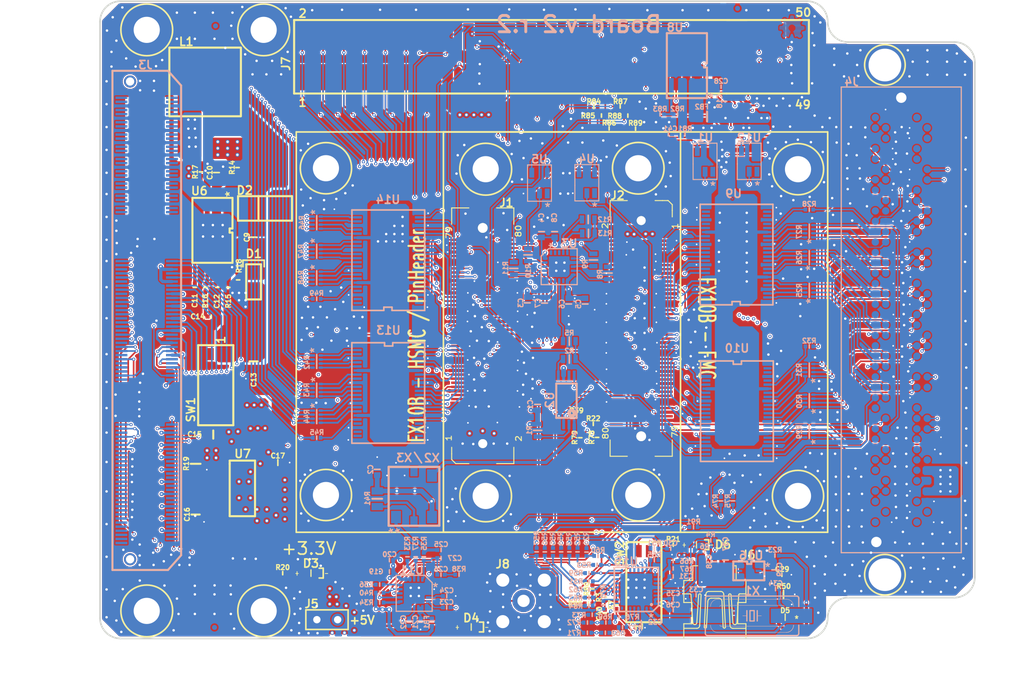
<source format=kicad_pcb>
(kicad_pcb (version 3) (host pcbnew "(2013-07-07 BZR 4022)-stable")
  (title_block (title "Zipper v.2") (rev 2) (comment 1 "THIS WORK IS COVERED UNDER A CREATIVE COMMONS LICENSE (CC BY 3.0)") (comment 2 "Copyright 2013 AZIO Electronics Co., Ltd."))
  (layers (15 F.Cu signal) (4 GND.Cu signal) (3 Inner1.Cu signal) (2 Inner2.Cu signal) (1 Power.Cu signal) (0 B.Cu signal) (18 B.Paste user) (19 F.Paste user) (20 B.SilkS user) (21 F.SilkS user) (22 B.Mask user) (23 F.Mask user) (28 Edge.Cuts user))
  (net 0 "")
  (net 1 +12V)
  (net 2 +3.3V)
  (net 3 +3.3V_USB)
  (net 4 +5V)
  (net 5 +5V_USB)
  (net 6 /Microcontroller/HWB)
  (net 7 /Microcontroller/USBD_N)
  (net 8 /Microcontroller/USBD_P)
  (net 9 CLK_IN)
  (net 10 CRYSTAL_VC)
  (net 11 GND)
  (net 12 GPIO0)
  (net 13 GPIO0_C)
  (net 14 GPIO1)
  (net 15 GPIO1_C)
  (net 16 GPIO2)
  (net 17 GPIO2_C)
  (net 18 GPIO3)
  (net 19 GPIO3_C)
  (net 20 MIPI_CLK)
  (net 21 MIPI_CLK_C)
  (net 22 MIPI_DATA)
  (net 23 MIPI_DATA_C)
  (net 24 N-000001)
  (net 25 N-0000011)
  (net 26 N-0000012)
  (net 27 N-0000013)
  (net 28 N-0000014)
  (net 29 N-0000015)
  (net 30 N-0000017)
  (net 31 N-0000018)
  (net 32 N-000002)
  (net 33 N-0000022)
  (net 34 N-0000023)
  (net 35 N-0000024)
  (net 36 N-0000029)
  (net 37 N-0000030)
  (net 38 N-0000031)
  (net 39 N-0000032)
  (net 40 N-00000370)
  (net 41 N-00000375)
  (net 42 N-00000376)
  (net 43 N-00000377)
  (net 44 N-00000378)
  (net 45 N-00000383)
  (net 46 N-00000384)
  (net 47 N-00000385)
  (net 48 N-00000386)
  (net 49 N-00000387)
  (net 50 N-00000388)
  (net 51 N-00000389)
  (net 52 N-00000390)
  (net 53 N-00000391)
  (net 54 N-00000392)
  (net 55 N-00000393)
  (net 56 N-00000394)
  (net 57 N-00000395)
  (net 58 N-00000397)
  (net 59 N-00000399)
  (net 60 N-00000400)
  (net 61 N-00000401)
  (net 62 N-00000402)
  (net 63 N-00000403)
  (net 64 N-00000404)
  (net 65 N-00000405)
  (net 66 N-00000407)
  (net 67 N-00000409)
  (net 68 N-00000411)
  (net 69 N-00000412)
  (net 70 N-00000414)
  (net 71 N-00000415)
  (net 72 N-00000416)
  (net 73 N-00000417)
  (net 74 N-00000418)
  (net 75 N-00000419)
  (net 76 N-00000421)
  (net 77 N-00000424)
  (net 78 N-00000425)
  (net 79 N-00000426)
  (net 80 N-00000430)
  (net 81 N-00000431)
  (net 82 N-00000432)
  (net 83 N-00000433)
  (net 84 N-00000434)
  (net 85 N-00000436)
  (net 86 N-00000438)
  (net 87 N-00000439)
  (net 88 N-00000440)
  (net 89 N-00000441)
  (net 90 N-00000443)
  (net 91 N-00000444)
  (net 92 N-00000446)
  (net 93 N-00000447)
  (net 94 N-00000448)
  (net 95 N-00000449)
  (net 96 N-00000450)
  (net 97 N-00000453)
  (net 98 N-00000454)
  (net 99 N-00000455)
  (net 100 N-00000456)
  (net 101 N-00000457)
  (net 102 N-00000458)
  (net 103 N-00000459)
  (net 104 N-0000046)
  (net 105 N-00000460)
  (net 106 N-00000461)
  (net 107 N-00000462)
  (net 108 N-00000463)
  (net 109 N-00000464)
  (net 110 N-00000465)
  (net 111 N-00000466)
  (net 112 N-00000468)
  (net 113 N-00000469)
  (net 114 N-00000470)
  (net 115 N-00000471)
  (net 116 N-00000472)
  (net 117 N-00000473)
  (net 118 N-00000474)
  (net 119 N-00000483)
  (net 120 N-00000484)
  (net 121 N-00000485)
  (net 122 N-00000486)
  (net 123 N-00000487)
  (net 124 N-00000488)
  (net 125 N-00000489)
  (net 126 N-00000490)
  (net 127 N-00000491)
  (net 128 N-00000492)
  (net 129 N-00000493)
  (net 130 N-00000494)
  (net 131 N-00000495)
  (net 132 N-00000496)
  (net 133 N-00000497)
  (net 134 N-000005)
  (net 135 N-0000052)
  (net 136 N-0000053)
  (net 137 N-0000054)
  (net 138 N-0000055)
  (net 139 N-0000056)
  (net 140 N-000006)
  (net 141 N-000007)
  (net 142 N-000008)
  (net 143 N-000009)
  (net 144 REF_ADF)
  (net 145 RESET)
  (net 146 RESET_C)
  (net 147 RXCLK)
  (net 148 RXCLK_BUFF)
  (net 149 RXCLK_C)
  (net 150 RXCLK_C_BUFF)
  (net 151 RXD0_F)
  (net 152 RXD0_FM)
  (net 153 RXD0_H)
  (net 154 RXD0_HM)
  (net 155 RXD10_F)
  (net 156 RXD10_FM)
  (net 157 RXD10_H)
  (net 158 RXD10_HM)
  (net 159 RXD11_F)
  (net 160 RXD11_FM)
  (net 161 RXD11_H)
  (net 162 RXD11_HM)
  (net 163 RXD1_F)
  (net 164 RXD1_FM)
  (net 165 RXD1_H)
  (net 166 RXD1_HM)
  (net 167 RXD2_F)
  (net 168 RXD2_FM)
  (net 169 RXD2_H)
  (net 170 RXD2_HM)
  (net 171 RXD3_F)
  (net 172 RXD3_FM)
  (net 173 RXD3_H)
  (net 174 RXD3_HM)
  (net 175 RXD4_F)
  (net 176 RXD4_FM)
  (net 177 RXD4_H)
  (net 178 RXD4_HM)
  (net 179 RXD5_F)
  (net 180 RXD5_FM)
  (net 181 RXD5_H)
  (net 182 RXD5_HM)
  (net 183 RXD6_F)
  (net 184 RXD6_FM)
  (net 185 RXD6_H)
  (net 186 RXD6_HM)
  (net 187 RXD7_F)
  (net 188 RXD7_FM)
  (net 189 RXD7_H)
  (net 190 RXD7_HM)
  (net 191 RXD8_F)
  (net 192 RXD8_FM)
  (net 193 RXD8_H)
  (net 194 RXD8_HM)
  (net 195 RXD9_F)
  (net 196 RXD9_FM)
  (net 197 RXD9_H)
  (net 198 RXD9_HM)
  (net 199 RXEN_F)
  (net 200 RXEN_H)
  (net 201 RXIQSEL_F)
  (net 202 RXIQSEL_FM)
  (net 203 RXIQSEL_H)
  (net 204 RXIQSEL_HM)
  (net 205 SCL)
  (net 206 SCL_C)
  (net 207 SDA)
  (net 208 SDA_C)
  (net 209 SPI_CLK)
  (net 210 SPI_CLK_C)
  (net 211 SPI_MISO)
  (net 212 SPI_MISO_C)
  (net 213 SPI_MOSI)
  (net 214 SPI_MOSI_C)
  (net 215 SPI_NCS_0)
  (net 216 SPI_NCS_0_C)
  (net 217 SPI_NCS_1)
  (net 218 SPI_NCS_1_C)
  (net 219 SPI_NCS_2)
  (net 220 SPI_NCS_2_C)
  (net 221 SPI_NCS_3)
  (net 222 SYNTH_CLK)
  (net 223 TXCLK)
  (net 224 TXCLK_BUFF)
  (net 225 TXCLK_C)
  (net 226 TXCLK_C_BUFF)
  (net 227 TXD0_F)
  (net 228 TXD0_FM)
  (net 229 TXD0_H)
  (net 230 TXD0_HM)
  (net 231 TXD10_F)
  (net 232 TXD10_FM)
  (net 233 TXD10_H)
  (net 234 TXD10_HM)
  (net 235 TXD11_F)
  (net 236 TXD11_FM)
  (net 237 TXD11_H)
  (net 238 TXD11_HM)
  (net 239 TXD1_F)
  (net 240 TXD1_FM)
  (net 241 TXD1_H)
  (net 242 TXD1_HM)
  (net 243 TXD2_F)
  (net 244 TXD2_FM)
  (net 245 TXD2_H)
  (net 246 TXD2_HM)
  (net 247 TXD3_F)
  (net 248 TXD3_FM)
  (net 249 TXD3_H)
  (net 250 TXD3_HM)
  (net 251 TXD4_F)
  (net 252 TXD4_FM)
  (net 253 TXD4_H)
  (net 254 TXD4_HM)
  (net 255 TXD5_F)
  (net 256 TXD5_FM)
  (net 257 TXD5_H)
  (net 258 TXD5_HM)
  (net 259 TXD6_F)
  (net 260 TXD6_FM)
  (net 261 TXD6_H)
  (net 262 TXD6_HM)
  (net 263 TXD7_F)
  (net 264 TXD7_FM)
  (net 265 TXD7_H)
  (net 266 TXD7_HM)
  (net 267 TXD8_F)
  (net 268 TXD8_FM)
  (net 269 TXD8_H)
  (net 270 TXD8_HM)
  (net 271 TXD9_F)
  (net 272 TXD9_FM)
  (net 273 TXD9_H)
  (net 274 TXD9_HM)
  (net 275 TXEN_F)
  (net 276 TXEN_H)
  (net 277 TXIQSEL_F)
  (net 278 TXIQSEL_FM)
  (net 279 TXIQSEL_H)
  (net 280 TXIQSEL_HM)
  (net 281 VDIO)
  (module Via5.3 (layer F.Cu) (at 179.8 111.39 90)
    (fp_text reference Via5.3 hide)
    (fp_text value VAL** hide)
    (pad 1 thru_hole circle (at 0 0 90) (size 0.5 0.5) (drill 0.3) (layers *.Cu) (net 11 GND))
  )
  (module Via5.3 (layer F.Cu) (at 175.91 111.39 90)
    (fp_text reference Via5.3 hide)
    (fp_text value VAL** hide)
    (pad 1 thru_hole circle (at 0 0 90) (size 0.5 0.5) (drill 0.3) (layers *.Cu) (net 11 GND))
  )
  (module Via5.3 (layer F.Cu) (at 174.27 111.4 90)
    (fp_text reference Via5.3 hide)
    (fp_text value VAL** hide)
    (pad 1 thru_hole circle (at 0 0 90) (size 0.5 0.5) (drill 0.3) (layers *.Cu) (net 11 GND))
  )
  (module Via5.3 (layer F.Cu) (at 172.85 111.31 90)
    (fp_text reference Via5.3 hide)
    (fp_text value VAL** hide)
    (pad 1 thru_hole circle (at 0 0 90) (size 0.5 0.5) (drill 0.3) (layers *.Cu) (net 11 GND))
  )
  (module Via5.3 (layer F.Cu) (at 172.3 113.02 90)
    (fp_text reference Via5.3 hide)
    (fp_text value VAL** hide)
    (pad 1 thru_hole circle (at 0 0 90) (size 0.5 0.5) (drill 0.3) (layers *.Cu) (net 11 GND))
  )
  (module Via5.3 (layer F.Cu) (at 165.52 120.42 90)
    (fp_text reference Via5.3 hide)
    (fp_text value VAL** hide)
    (pad 1 thru_hole circle (at 0 0 90) (size 0.5 0.5) (drill 0.3) (layers *.Cu) (net 11 GND))
  )
  (module Via5.3 (layer F.Cu) (at 166 119.57 90)
    (fp_text reference Via5.3 hide)
    (fp_text value VAL** hide)
    (pad 1 thru_hole circle (at 0 0 90) (size 0.5 0.5) (drill 0.3) (layers *.Cu) (net 11 GND))
  )
  (module Via5.3 (layer F.Cu) (at 165.98 118.01 90)
    (fp_text reference Via5.3 hide)
    (fp_text value VAL** hide)
    (pad 1 thru_hole circle (at 0 0 90) (size 0.5 0.5) (drill 0.3) (layers *.Cu) (net 11 GND))
  )
  (module Via5.3 (layer F.Cu) (at 167.38 118.74 90)
    (fp_text reference Via5.3 hide)
    (fp_text value VAL** hide)
    (pad 1 thru_hole circle (at 0 0 90) (size 0.5 0.5) (drill 0.3) (layers *.Cu) (net 11 GND))
  )
  (module Via5.3 (layer F.Cu) (at 167.57 117.06 90)
    (fp_text reference Via5.3 hide)
    (fp_text value VAL** hide)
    (pad 1 thru_hole circle (at 0 0 90) (size 0.5 0.5) (drill 0.3) (layers *.Cu) (net 11 GND))
  )
  (module Via5.3 (layer F.Cu) (at 148.66 118.27 90)
    (fp_text reference Via5.3 hide)
    (fp_text value VAL** hide)
    (pad 1 thru_hole circle (at 0 0 90) (size 0.5 0.5) (drill 0.3) (layers *.Cu) (net 11 GND))
  )
  (module Via5.3 (layer F.Cu) (at 161.7 75.5)
    (fp_text reference Via5.3 hide)
    (fp_text value VAL** hide)
    (pad 1 thru_hole circle (at 0 0) (size 0.5 0.5) (drill 0.3) (layers *.Cu) (net 281 VDIO))
  )
  (module Via5.3 (layer F.Cu) (at 162 76.3)
    (fp_text reference Via5.3 hide)
    (fp_text value VAL** hide)
    (pad 1 thru_hole circle (at 0 0) (size 0.5 0.5) (drill 0.3) (layers *.Cu) (net 281 VDIO))
  )
  (module Via5.3 (layer F.Cu) (at 162.1 74.2)
    (fp_text reference Via5.3 hide)
    (fp_text value VAL** hide)
    (pad 1 thru_hole circle (at 0 0) (size 0.5 0.5) (drill 0.3) (layers *.Cu) (net 281 VDIO))
  )
  (module Via5.3 (layer F.Cu) (at 162 73.2)
    (fp_text reference Via5.3 hide)
    (fp_text value VAL** hide)
    (pad 1 thru_hole circle (at 0 0) (size 0.5 0.5) (drill 0.3) (layers *.Cu) (net 281 VDIO))
  )
  (module Via5.3 (layer F.Cu) (at 164.7 71.5)
    (fp_text reference Via5.3 hide)
    (fp_text value VAL** hide)
    (pad 1 thru_hole circle (at 0 0) (size 0.5 0.5) (drill 0.3) (layers *.Cu) (net 281 VDIO))
  )
  (module Via5.3 (layer F.Cu) (at 165.4 71.5)
    (fp_text reference Via5.3 hide)
    (fp_text value VAL** hide)
    (pad 1 thru_hole circle (at 0 0) (size 0.5 0.5) (drill 0.3) (layers *.Cu) (net 281 VDIO))
  )
  (module Via5.3 (layer F.Cu) (at 158.5 71.5)
    (fp_text reference Via5.3 hide)
    (fp_text value VAL** hide)
    (pad 1 thru_hole circle (at 0 0) (size 0.5 0.5) (drill 0.3) (layers *.Cu) (net 281 VDIO))
  )
  (module Via5.3 (layer F.Cu) (at 160.8 71.5)
    (fp_text reference Via5.3 hide)
    (fp_text value VAL** hide)
    (pad 1 thru_hole circle (at 0 0) (size 0.5 0.5) (drill 0.3) (layers *.Cu) (net 281 VDIO))
  )
  (module Via5.3 (layer F.Cu) (at 159.8 71.5)
    (fp_text reference Via5.3 hide)
    (fp_text value VAL** hide)
    (pad 1 thru_hole circle (at 0 0) (size 0.5 0.5) (drill 0.3) (layers *.Cu) (net 281 VDIO))
  )
  (module Via5.3 (layer F.Cu) (at 162.1 75)
    (fp_text reference Via5.3 hide)
    (fp_text value VAL** hide)
    (pad 1 thru_hole circle (at 0 0) (size 0.5 0.5) (drill 0.3) (layers *.Cu) (net 281 VDIO))
  )
  (module Via5.3 (layer F.Cu) (at 162.6 75.7)
    (fp_text reference Via5.3 hide)
    (fp_text value VAL** hide)
    (pad 1 thru_hole circle (at 0 0) (size 0.5 0.5) (drill 0.3) (layers *.Cu) (net 281 VDIO))
  )
  (module Via5.3 (layer F.Cu) (at 161.7 89)
    (fp_text reference Via5.3 hide)
    (fp_text value VAL** hide)
    (pad 1 thru_hole circle (at 0 0) (size 0.5 0.5) (drill 0.3) (layers *.Cu) (net 281 VDIO))
  )
  (module Via5.3 (layer F.Cu) (at 161.7 87.9)
    (fp_text reference Via5.3 hide)
    (fp_text value VAL** hide)
    (pad 1 thru_hole circle (at 0 0) (size 0.5 0.5) (drill 0.3) (layers *.Cu) (net 281 VDIO))
  )
  (module Via5.3 (layer F.Cu) (at 161.7 85.3)
    (fp_text reference Via5.3 hide)
    (fp_text value VAL** hide)
    (pad 1 thru_hole circle (at 0 0) (size 0.5 0.5) (drill 0.3) (layers *.Cu) (net 281 VDIO))
  )
  (module Via5.3 (layer F.Cu) (at 161.7 86.7)
    (fp_text reference Via5.3 hide)
    (fp_text value VAL** hide)
    (pad 1 thru_hole circle (at 0 0) (size 0.5 0.5) (drill 0.3) (layers *.Cu) (net 281 VDIO))
  )
  (module Via5.3 (layer F.Cu) (at 161.8 83.1)
    (fp_text reference Via5.3 hide)
    (fp_text value VAL** hide)
    (pad 1 thru_hole circle (at 0 0) (size 0.5 0.5) (drill 0.3) (layers *.Cu) (net 281 VDIO))
  )
  (module Via5.3 (layer F.Cu) (at 161.8 81.9)
    (fp_text reference Via5.3 hide)
    (fp_text value VAL** hide)
    (pad 1 thru_hole circle (at 0 0) (size 0.5 0.5) (drill 0.3) (layers *.Cu) (net 281 VDIO))
  )
  (module Via5.3 (layer F.Cu) (at 161.17 68.99)
    (fp_text reference Via5.3 hide)
    (fp_text value VAL** hide)
    (pad 1 thru_hole circle (at 0 0) (size 0.5 0.5) (drill 0.3) (layers *.Cu) (net 4 +5V))
  )
  (module Via5.3 (layer F.Cu) (at 165.27 70.29)
    (fp_text reference Via5.3 hide)
    (fp_text value VAL** hide)
    (pad 1 thru_hole circle (at 0 0) (size 0.5 0.5) (drill 0.3) (layers *.Cu) (net 4 +5V))
  )
  (module Via5.3 (layer F.Cu) (at 162.5 70.3)
    (fp_text reference Via5.3 hide)
    (fp_text value VAL** hide)
    (pad 1 thru_hole circle (at 0 0) (size 0.5 0.5) (drill 0.3) (layers *.Cu) (net 4 +5V))
  )
  (module Via5.3 (layer F.Cu) (at 167.6 70.3)
    (fp_text reference Via5.3 hide)
    (fp_text value VAL** hide)
    (pad 1 thru_hole circle (at 0 0) (size 0.5 0.5) (drill 0.3) (layers *.Cu) (net 4 +5V))
  )
  (module Via5.3 (layer F.Cu) (at 166.9 70.3)
    (fp_text reference Via5.3 hide)
    (fp_text value VAL** hide)
    (pad 1 thru_hole circle (at 0 0) (size 0.5 0.5) (drill 0.3) (layers *.Cu) (net 4 +5V))
  )
  (module Via5.3 (layer F.Cu) (at 160.5 68.4)
    (fp_text reference Via5.3 hide)
    (fp_text value VAL** hide)
    (pad 1 thru_hole circle (at 0 0) (size 0.5 0.5) (drill 0.3) (layers *.Cu) (net 4 +5V))
  )
  (module Via5.3 (layer F.Cu) (at 118.8 131.2 90)
    (fp_text reference Via5.3 hide)
    (fp_text value VAL** hide)
    (pad 1 thru_hole circle (at 0 0 90) (size 0.5 0.5) (drill 0.3) (layers *.Cu) (net 11 GND))
  )
  (module Via5.3 (layer F.Cu) (at 114.1 127.9)
    (fp_text reference Via5.3 hide)
    (fp_text value VAL** hide)
    (pad 1 thru_hole circle (at 0 0) (size 0.5 0.5) (drill 0.3) (layers *.Cu) (net 4 +5V))
  )
  (module Via5.3 (layer F.Cu) (at 116.1 130)
    (fp_text reference Via5.3 hide)
    (fp_text value VAL** hide)
    (pad 1 thru_hole circle (at 0 0) (size 0.5 0.5) (drill 0.3) (layers *.Cu) (net 4 +5V))
  )
  (module Via5.3 (layer F.Cu) (at 117.1 130.8)
    (fp_text reference Via5.3 hide)
    (fp_text value VAL** hide)
    (pad 1 thru_hole circle (at 0 0) (size 0.5 0.5) (drill 0.3) (layers *.Cu) (net 4 +5V))
  )
  (module Via5.3 (layer F.Cu) (at 117.1 133)
    (fp_text reference Via5.3 hide)
    (fp_text value VAL** hide)
    (pad 1 thru_hole circle (at 0 0) (size 0.5 0.5) (drill 0.3) (layers *.Cu) (net 4 +5V))
  )
  (module Via5.3 (layer F.Cu) (at 115.9 133.3)
    (fp_text reference Via5.3 hide)
    (fp_text value VAL** hide)
    (pad 1 thru_hole circle (at 0 0) (size 0.5 0.5) (drill 0.3) (layers *.Cu) (net 4 +5V))
  )
  (module Via5.3 (layer F.Cu) (at 114.4 133.3)
    (fp_text reference Via5.3 hide)
    (fp_text value VAL** hide)
    (pad 1 thru_hole circle (at 0 0) (size 0.5 0.5) (drill 0.3) (layers *.Cu) (net 4 +5V))
  )
  (module Via5.3 (layer F.Cu) (at 114.09 128.89)
    (fp_text reference Via5.3 hide)
    (fp_text value VAL** hide)
    (pad 1 thru_hole circle (at 0 0) (size 0.5 0.5) (drill 0.3) (layers *.Cu) (net 4 +5V))
  )
  (module Via5.3 (layer F.Cu) (at 114.9 128.9)
    (fp_text reference Via5.3 hide)
    (fp_text value VAL** hide)
    (pad 1 thru_hole circle (at 0 0) (size 0.5 0.5) (drill 0.3) (layers *.Cu) (net 4 +5V))
  )
  (module Via5.3 (layer F.Cu) (at 115 129.8)
    (fp_text reference Via5.3 hide)
    (fp_text value VAL** hide)
    (pad 1 thru_hole circle (at 0 0) (size 0.5 0.5) (drill 0.3) (layers *.Cu) (net 4 +5V))
  )
  (module Via5.3 (layer F.Cu) (at 114.09 129.79)
    (fp_text reference Via5.3 hide)
    (fp_text value VAL** hide)
    (pad 1 thru_hole circle (at 0 0) (size 0.5 0.5) (drill 0.3) (layers *.Cu) (net 4 +5V))
  )
  (module Via5.3 (layer F.Cu) (at 99.09 111.89)
    (fp_text reference Via5.3 hide)
    (fp_text value VAL** hide)
    (pad 1 thru_hole circle (at 0 0) (size 0.5 0.5) (drill 0.3) (layers *.Cu) (net 4 +5V))
  )
  (module Via5.3 (layer F.Cu) (at 100.19 111.89)
    (fp_text reference Via5.3 hide)
    (fp_text value VAL** hide)
    (pad 1 thru_hole circle (at 0 0) (size 0.5 0.5) (drill 0.3) (layers *.Cu) (net 4 +5V))
  )
  (module Via5.3 (layer F.Cu) (at 100.19 110.99)
    (fp_text reference Via5.3 hide)
    (fp_text value VAL** hide)
    (pad 1 thru_hole circle (at 0 0) (size 0.5 0.5) (drill 0.3) (layers *.Cu) (net 4 +5V))
  )
  (module Via5.3 (layer F.Cu) (at 99.09 110.99)
    (fp_text reference Via5.3 hide)
    (fp_text value VAL** hide)
    (pad 1 thru_hole circle (at 0 0) (size 0.5 0.5) (drill 0.3) (layers *.Cu) (net 4 +5V))
  )
  (module Via5.3 (layer F.Cu) (at 105.29 108.26)
    (fp_text reference Via5.3 hide)
    (fp_text value VAL** hide)
    (pad 1 thru_hole circle (at 0 0) (size 0.5 0.5) (drill 0.3) (layers *.Cu) (net 4 +5V))
  )
  (module Via5.3 (layer F.Cu) (at 106.19 108.26)
    (fp_text reference Via5.3 hide)
    (fp_text value VAL** hide)
    (pad 1 thru_hole circle (at 0 0) (size 0.5 0.5) (drill 0.3) (layers *.Cu) (net 4 +5V))
  )
  (module Via5.3 (layer F.Cu) (at 173.15 59.9 90)
    (fp_text reference Via5.3 hide)
    (fp_text value VAL** hide)
    (pad 1 thru_hole circle (at 0 0 90) (size 0.5 0.5) (drill 0.3) (layers *.Cu) (net 11 GND))
  )
  (module Via5.3 (layer F.Cu) (at 170.6 61 90)
    (fp_text reference Via5.3 hide)
    (fp_text value VAL** hide)
    (pad 1 thru_hole circle (at 0 0 90) (size 0.5 0.5) (drill 0.3) (layers *.Cu) (net 11 GND))
  )
  (module Via5.3 (layer F.Cu) (at 173.35 61.4 90)
    (fp_text reference Via5.3 hide)
    (fp_text value VAL** hide)
    (pad 1 thru_hole circle (at 0 0 90) (size 0.5 0.5) (drill 0.3) (layers *.Cu) (net 11 GND))
  )
  (module Via5.3 (layer F.Cu) (at 170.55 63.8 90)
    (fp_text reference Via5.3 hide)
    (fp_text value VAL** hide)
    (pad 1 thru_hole circle (at 0 0 90) (size 0.5 0.5) (drill 0.3) (layers *.Cu) (net 11 GND))
  )
  (module Via5.3 (layer F.Cu) (at 134.75 61.55 180)
    (fp_text reference Via5.3 hide)
    (fp_text value VAL** hide)
    (pad 1 thru_hole circle (at 0 0 180) (size 0.5 0.5) (drill 0.3) (layers *.Cu) (net 11 GND))
  )
  (module Via5.3 (layer F.Cu) (at 136.05 57 180)
    (fp_text reference Via5.3 hide)
    (fp_text value VAL** hide)
    (pad 1 thru_hole circle (at 0 0 180) (size 0.5 0.5) (drill 0.3) (layers *.Cu) (net 11 GND))
  )
  (module Via5.3 (layer F.Cu) (at 115.6 57.05 180)
    (fp_text reference Via5.3 hide)
    (fp_text value VAL** hide)
    (pad 1 thru_hole circle (at 0 0 180) (size 0.5 0.5) (drill 0.3) (layers *.Cu) (net 11 GND))
  )
  (module Via5.3 (layer F.Cu) (at 131 57 180)
    (fp_text reference Via5.3 hide)
    (fp_text value VAL** hide)
    (pad 1 thru_hole circle (at 0 0 180) (size 0.5 0.5) (drill 0.3) (layers *.Cu) (net 11 GND))
  )
  (module Via5.3 (layer F.Cu) (at 111.95 57.1 180)
    (fp_text reference Via5.3 hide)
    (fp_text value VAL** hide)
    (pad 1 thru_hole circle (at 0 0 180) (size 0.5 0.5) (drill 0.3) (layers *.Cu) (net 11 GND))
  )
  (module Via5.3 (layer F.Cu) (at 120.25 57.05 180)
    (fp_text reference Via5.3 hide)
    (fp_text value VAL** hide)
    (pad 1 thru_hole circle (at 0 0 180) (size 0.5 0.5) (drill 0.3) (layers *.Cu) (net 11 GND))
  )
  (module Via5.3 (layer F.Cu) (at 140.3 57.05 180)
    (fp_text reference Via5.3 hide)
    (fp_text value VAL** hide)
    (pad 1 thru_hole circle (at 0 0 180) (size 0.5 0.5) (drill 0.3) (layers *.Cu) (net 11 GND))
  )
  (module Via5.3 (layer F.Cu) (at 124.65 57.05 180)
    (fp_text reference Via5.3 hide)
    (fp_text value VAL** hide)
    (pad 1 thru_hole circle (at 0 0 180) (size 0.5 0.5) (drill 0.3) (layers *.Cu) (net 11 GND))
  )
  (module Via5.3 (layer F.Cu) (at 144.15 57 180)
    (fp_text reference Via5.3 hide)
    (fp_text value VAL** hide)
    (pad 1 thru_hole circle (at 0 0 180) (size 0.5 0.5) (drill 0.3) (layers *.Cu) (net 11 GND))
  )
  (module Via5.3 (layer F.Cu) (at 153.2 109.7 90)
    (fp_text reference Via5.3 hide)
    (fp_text value VAL** hide)
    (pad 1 thru_hole circle (at 0 0 90) (size 0.5 0.5) (drill 0.3) (layers *.Cu) (net 11 GND))
  )
  (module Via5.3 (layer F.Cu) (at 158.8 96.45 90)
    (fp_text reference Via5.3 hide)
    (fp_text value VAL** hide)
    (pad 1 thru_hole circle (at 0 0 90) (size 0.5 0.5) (drill 0.3) (layers *.Cu) (net 11 GND))
  )
  (module Via5.3 (layer F.Cu) (at 151.45 106.8 90)
    (fp_text reference Via5.3 hide)
    (fp_text value VAL** hide)
    (pad 1 thru_hole circle (at 0 0 90) (size 0.5 0.5) (drill 0.3) (layers *.Cu) (net 11 GND))
  )
  (module Via5.3 (layer F.Cu) (at 151.45 108.3 90)
    (fp_text reference Via5.3 hide)
    (fp_text value VAL** hide)
    (pad 1 thru_hole circle (at 0 0 90) (size 0.5 0.5) (drill 0.3) (layers *.Cu) (net 11 GND))
  )
  (module Via5.3 (layer F.Cu) (at 160.15 95.95 90)
    (fp_text reference Via5.3 hide)
    (fp_text value VAL** hide)
    (pad 1 thru_hole circle (at 0 0 90) (size 0.5 0.5) (drill 0.3) (layers *.Cu) (net 11 GND))
  )
  (module Via5.3 (layer F.Cu) (at 158.25 97.75 90)
    (fp_text reference Via5.3 hide)
    (fp_text value VAL** hide)
    (pad 1 thru_hole circle (at 0 0 90) (size 0.5 0.5) (drill 0.3) (layers *.Cu) (net 11 GND))
  )
  (module Via5.3 (layer F.Cu) (at 158 95 90)
    (fp_text reference Via5.3 hide)
    (fp_text value VAL** hide)
    (pad 1 thru_hole circle (at 0 0 90) (size 0.5 0.5) (drill 0.3) (layers *.Cu) (net 11 GND))
  )
  (module Via5.3 (layer F.Cu) (at 158.65 93.75 90)
    (fp_text reference Via5.3 hide)
    (fp_text value VAL** hide)
    (pad 1 thru_hole circle (at 0 0 90) (size 0.5 0.5) (drill 0.3) (layers *.Cu) (net 11 GND))
  )
  (module Via5.3 (layer F.Cu) (at 158.25 99.45 90)
    (fp_text reference Via5.3 hide)
    (fp_text value VAL** hide)
    (pad 1 thru_hole circle (at 0 0 90) (size 0.5 0.5) (drill 0.3) (layers *.Cu) (net 11 GND))
  )
  (module Via5.3 (layer F.Cu) (at 160.1 98.3 90)
    (fp_text reference Via5.3 hide)
    (fp_text value VAL** hide)
    (pad 1 thru_hole circle (at 0 0 90) (size 0.5 0.5) (drill 0.3) (layers *.Cu) (net 11 GND))
  )
  (module Via5.3 (layer F.Cu) (at 158.55 100.85 90)
    (fp_text reference Via5.3 hide)
    (fp_text value VAL** hide)
    (pad 1 thru_hole circle (at 0 0 90) (size 0.5 0.5) (drill 0.3) (layers *.Cu) (net 11 GND))
  )
  (module Via5.3 (layer F.Cu) (at 160 99.5 90)
    (fp_text reference Via5.3 hide)
    (fp_text value VAL** hide)
    (pad 1 thru_hole circle (at 0 0 90) (size 0.5 0.5) (drill 0.3) (layers *.Cu) (net 11 GND))
  )
  (module Via5.3 (layer F.Cu) (at 173.45 99.6 90)
    (fp_text reference Via5.3 hide)
    (fp_text value VAL** hide)
    (pad 1 thru_hole circle (at 0 0 90) (size 0.5 0.5) (drill 0.3) (layers *.Cu) (net 11 GND))
  )
  (module Via5.3 (layer F.Cu) (at 171.65 94.55 90)
    (fp_text reference Via5.3 hide)
    (fp_text value VAL** hide)
    (pad 1 thru_hole circle (at 0 0 90) (size 0.5 0.5) (drill 0.3) (layers *.Cu) (net 11 GND))
  )
  (module Via5.3 (layer F.Cu) (at 167.7 97.9 90)
    (fp_text reference Via5.3 hide)
    (fp_text value VAL** hide)
    (pad 1 thru_hole circle (at 0 0 90) (size 0.5 0.5) (drill 0.3) (layers *.Cu) (net 11 GND))
  )
  (module Via5.3 (layer F.Cu) (at 169.3 98.8 90)
    (fp_text reference Via5.3 hide)
    (fp_text value VAL** hide)
    (pad 1 thru_hole circle (at 0 0 90) (size 0.5 0.5) (drill 0.3) (layers *.Cu) (net 11 GND))
  )
  (module Via5.3 (layer F.Cu) (at 173.35 88.75 90)
    (fp_text reference Via5.3 hide)
    (fp_text value VAL** hide)
    (pad 1 thru_hole circle (at 0 0 90) (size 0.5 0.5) (drill 0.3) (layers *.Cu) (net 11 GND))
  )
  (module Via5.3 (layer F.Cu) (at 172.55 89.75 90)
    (fp_text reference Via5.3 hide)
    (fp_text value VAL** hide)
    (pad 1 thru_hole circle (at 0 0 90) (size 0.5 0.5) (drill 0.3) (layers *.Cu) (net 11 GND))
  )
  (module Via5.3 (layer F.Cu) (at 171.65 93.05 90)
    (fp_text reference Via5.3 hide)
    (fp_text value VAL** hide)
    (pad 1 thru_hole circle (at 0 0 90) (size 0.5 0.5) (drill 0.3) (layers *.Cu) (net 11 GND))
  )
  (module Via5.3 (layer F.Cu) (at 169.55 89.95 90)
    (fp_text reference Via5.3 hide)
    (fp_text value VAL** hide)
    (pad 1 thru_hole circle (at 0 0 90) (size 0.5 0.5) (drill 0.3) (layers *.Cu) (net 11 GND))
  )
  (module Via5.3 (layer F.Cu) (at 184.25 90.5 90)
    (fp_text reference Via5.3 hide)
    (fp_text value VAL** hide)
    (pad 1 thru_hole circle (at 0 0 90) (size 0.5 0.5) (drill 0.3) (layers *.Cu) (net 11 GND))
  )
  (module Via5.3 (layer F.Cu) (at 184.1 87.95 90)
    (fp_text reference Via5.3 hide)
    (fp_text value VAL** hide)
    (pad 1 thru_hole circle (at 0 0 90) (size 0.5 0.5) (drill 0.3) (layers *.Cu) (net 11 GND))
  )
  (module Via5.3 (layer F.Cu) (at 184.1 89.25 90)
    (fp_text reference Via5.3 hide)
    (fp_text value VAL** hide)
    (pad 1 thru_hole circle (at 0 0 90) (size 0.5 0.5) (drill 0.3) (layers *.Cu) (net 11 GND))
  )
  (module Via5.3 (layer F.Cu) (at 184.5 86.1 90)
    (fp_text reference Via5.3 hide)
    (fp_text value VAL** hide)
    (pad 1 thru_hole circle (at 0 0 90) (size 0.5 0.5) (drill 0.3) (layers *.Cu) (net 11 GND))
  )
  (module Via5.3 (layer F.Cu) (at 184.3 93.15 90)
    (fp_text reference Via5.3 hide)
    (fp_text value VAL** hide)
    (pad 1 thru_hole circle (at 0 0 90) (size 0.5 0.5) (drill 0.3) (layers *.Cu) (net 11 GND))
  )
  (module Via5.3 (layer F.Cu) (at 184.15 91.75 90)
    (fp_text reference Via5.3 hide)
    (fp_text value VAL** hide)
    (pad 1 thru_hole circle (at 0 0 90) (size 0.5 0.5) (drill 0.3) (layers *.Cu) (net 11 GND))
  )
  (module Via5.3 (layer F.Cu) (at 184.35 95.65 90)
    (fp_text reference Via5.3 hide)
    (fp_text value VAL** hide)
    (pad 1 thru_hole circle (at 0 0 90) (size 0.5 0.5) (drill 0.3) (layers *.Cu) (net 11 GND))
  )
  (module Via5.3 (layer F.Cu) (at 184.3 94.3 90)
    (fp_text reference Via5.3 hide)
    (fp_text value VAL** hide)
    (pad 1 thru_hole circle (at 0 0 90) (size 0.5 0.5) (drill 0.3) (layers *.Cu) (net 11 GND))
  )
  (module Via5.3 (layer F.Cu) (at 175.5 103.55 90)
    (fp_text reference Via5.3 hide)
    (fp_text value VAL** hide)
    (pad 1 thru_hole circle (at 0 0 90) (size 0.5 0.5) (drill 0.3) (layers *.Cu) (net 11 GND))
  )
  (module Via5.3 (layer F.Cu) (at 173.95 103.45 90)
    (fp_text reference Via5.3 hide)
    (fp_text value VAL** hide)
    (pad 1 thru_hole circle (at 0 0 90) (size 0.5 0.5) (drill 0.3) (layers *.Cu) (net 11 GND))
  )
  (module Via5.3 (layer F.Cu) (at 175.45 102.55 90)
    (fp_text reference Via5.3 hide)
    (fp_text value VAL** hide)
    (pad 1 thru_hole circle (at 0 0 90) (size 0.5 0.5) (drill 0.3) (layers *.Cu) (net 11 GND))
  )
  (module Via5.3 (layer F.Cu) (at 173.95 102.5 90)
    (fp_text reference Via5.3 hide)
    (fp_text value VAL** hide)
    (pad 1 thru_hole circle (at 0 0 90) (size 0.5 0.5) (drill 0.3) (layers *.Cu) (net 11 GND))
  )
  (module Via5.3 (layer F.Cu) (at 174.1 106.3 90)
    (fp_text reference Via5.3 hide)
    (fp_text value VAL** hide)
    (pad 1 thru_hole circle (at 0 0 90) (size 0.5 0.5) (drill 0.3) (layers *.Cu) (net 11 GND))
  )
  (module Via5.3 (layer F.Cu) (at 176.2 106.3 90)
    (fp_text reference Via5.3 hide)
    (fp_text value VAL** hide)
    (pad 1 thru_hole circle (at 0 0 90) (size 0.5 0.5) (drill 0.3) (layers *.Cu) (net 11 GND))
  )
  (module Via5.3 (layer F.Cu) (at 174.1 107.25 90)
    (fp_text reference Via5.3 hide)
    (fp_text value VAL** hide)
    (pad 1 thru_hole circle (at 0 0 90) (size 0.5 0.5) (drill 0.3) (layers *.Cu) (net 11 GND))
  )
  (module Via5.3 (layer F.Cu) (at 176.2 107.25 90)
    (fp_text reference Via5.3 hide)
    (fp_text value VAL** hide)
    (pad 1 thru_hole circle (at 0 0 90) (size 0.5 0.5) (drill 0.3) (layers *.Cu) (net 11 GND))
  )
  (module Via5.3 (layer F.Cu) (at 172.06 116.13 90)
    (fp_text reference Via5.3 hide)
    (fp_text value VAL** hide)
    (pad 1 thru_hole circle (at 0 0 90) (size 0.5 0.5) (drill 0.3) (layers *.Cu) (net 11 GND))
  )
  (module Via5.3 (layer F.Cu) (at 184.1 99.5 90)
    (fp_text reference Via5.3 hide)
    (fp_text value VAL** hide)
    (pad 1 thru_hole circle (at 0 0 90) (size 0.5 0.5) (drill 0.3) (layers *.Cu) (net 11 GND))
  )
  (module Via5.3 (layer F.Cu) (at 171.88 116.46 90)
    (fp_text reference Via5.3 hide)
    (fp_text value VAL** hide)
    (pad 1 thru_hole circle (at 0 0 90) (size 0.5 0.5) (drill 0.3) (layers *.Cu) (net 11 GND))
  )
  (module Via5.3 (layer F.Cu) (at 184.1 98.25 90)
    (fp_text reference Via5.3 hide)
    (fp_text value VAL** hide)
    (pad 1 thru_hole circle (at 0 0 90) (size 0.5 0.5) (drill 0.3) (layers *.Cu) (net 11 GND))
  )
  (module Via5.3 (layer F.Cu) (at 184.85 101.3 90)
    (fp_text reference Via5.3 hide)
    (fp_text value VAL** hide)
    (pad 1 thru_hole circle (at 0 0 90) (size 0.5 0.5) (drill 0.3) (layers *.Cu) (net 11 GND))
  )
  (module Via5.3 (layer F.Cu) (at 184.25 104.95 90)
    (fp_text reference Via5.3 hide)
    (fp_text value VAL** hide)
    (pad 1 thru_hole circle (at 0 0 90) (size 0.5 0.5) (drill 0.3) (layers *.Cu) (net 11 GND))
  )
  (module Via5.3 (layer F.Cu) (at 183.05 101.95 90)
    (fp_text reference Via5.3 hide)
    (fp_text value VAL** hide)
    (pad 1 thru_hole circle (at 0 0 90) (size 0.5 0.5) (drill 0.3) (layers *.Cu) (net 11 GND))
  )
  (module Via5.3 (layer F.Cu) (at 184.5 106.35 90)
    (fp_text reference Via5.3 hide)
    (fp_text value VAL** hide)
    (pad 1 thru_hole circle (at 0 0 90) (size 0.5 0.5) (drill 0.3) (layers *.Cu) (net 11 GND))
  )
  (module Via5.3 (layer F.Cu) (at 191.95 108.3 90)
    (fp_text reference Via5.3 hide)
    (fp_text value VAL** hide)
    (pad 1 thru_hole circle (at 0 0 90) (size 0.5 0.5) (drill 0.3) (layers *.Cu) (net 11 GND))
  )
  (module Via5.3 (layer F.Cu) (at 167.75 99.25 90)
    (fp_text reference Via5.3 hide)
    (fp_text value VAL** hide)
    (pad 1 thru_hole circle (at 0 0 90) (size 0.5 0.5) (drill 0.3) (layers *.Cu) (net 11 GND))
  )
  (module Via5.3 (layer F.Cu) (at 191.95 105.8 90)
    (fp_text reference Via5.3 hide)
    (fp_text value VAL** hide)
    (pad 1 thru_hole circle (at 0 0 90) (size 0.5 0.5) (drill 0.3) (layers *.Cu) (net 11 GND))
  )
  (module Via5.3 (layer F.Cu) (at 168.85 101.9 90)
    (fp_text reference Via5.3 hide)
    (fp_text value VAL** hide)
    (pad 1 thru_hole circle (at 0 0 90) (size 0.5 0.5) (drill 0.3) (layers *.Cu) (net 11 GND))
  )
  (module Via5.3 (layer F.Cu) (at 177.15 94.85 90)
    (fp_text reference Via5.3 hide)
    (fp_text value VAL** hide)
    (pad 1 thru_hole circle (at 0 0 90) (size 0.5 0.5) (drill 0.3) (layers *.Cu) (net 11 GND))
  )
  (module Via5.3 (layer F.Cu) (at 191.95 100.85 90)
    (fp_text reference Via5.3 hide)
    (fp_text value VAL** hide)
    (pad 1 thru_hole circle (at 0 0 90) (size 0.5 0.5) (drill 0.3) (layers *.Cu) (net 11 GND))
  )
  (module Via5.3 (layer F.Cu) (at 168.8 100.4 90)
    (fp_text reference Via5.3 hide)
    (fp_text value VAL** hide)
    (pad 1 thru_hole circle (at 0 0 90) (size 0.5 0.5) (drill 0.3) (layers *.Cu) (net 11 GND))
  )
  (module Via5.3 (layer F.Cu) (at 191.95 103.35 90)
    (fp_text reference Via5.3 hide)
    (fp_text value VAL** hide)
    (pad 1 thru_hole circle (at 0 0 90) (size 0.5 0.5) (drill 0.3) (layers *.Cu) (net 11 GND))
  )
  (module Via5.3 (layer F.Cu) (at 183 111.35 90)
    (fp_text reference Via5.3 hide)
    (fp_text value VAL** hide)
    (pad 1 thru_hole circle (at 0 0 90) (size 0.5 0.5) (drill 0.3) (layers *.Cu) (net 11 GND))
  )
  (module Via5.3 (layer F.Cu) (at 184.6 111.4 90)
    (fp_text reference Via5.3 hide)
    (fp_text value VAL** hide)
    (pad 1 thru_hole circle (at 0 0 90) (size 0.5 0.5) (drill 0.3) (layers *.Cu) (net 11 GND))
  )
  (module Via5.3 (layer F.Cu) (at 183.25 112.95 90)
    (fp_text reference Via5.3 hide)
    (fp_text value VAL** hide)
    (pad 1 thru_hole circle (at 0 0 90) (size 0.5 0.5) (drill 0.3) (layers *.Cu) (net 11 GND))
  )
  (module Via5.3 (layer F.Cu) (at 184.65 112.95 90)
    (fp_text reference Via5.3 hide)
    (fp_text value VAL** hide)
    (pad 1 thru_hole circle (at 0 0 90) (size 0.5 0.5) (drill 0.3) (layers *.Cu) (net 11 GND))
  )
  (module Via5.3 (layer F.Cu) (at 184.7 116.5 90)
    (fp_text reference Via5.3 hide)
    (fp_text value VAL** hide)
    (pad 1 thru_hole circle (at 0 0 90) (size 0.5 0.5) (drill 0.3) (layers *.Cu) (net 11 GND))
  )
  (module Via5.3 (layer F.Cu) (at 183.3 116.5 90)
    (fp_text reference Via5.3 hide)
    (fp_text value VAL** hide)
    (pad 1 thru_hole circle (at 0 0 90) (size 0.5 0.5) (drill 0.3) (layers *.Cu) (net 11 GND))
  )
  (module Via5.3 (layer F.Cu) (at 184.65 115.1 90)
    (fp_text reference Via5.3 hide)
    (fp_text value VAL** hide)
    (pad 1 thru_hole circle (at 0 0 90) (size 0.5 0.5) (drill 0.3) (layers *.Cu) (net 11 GND))
  )
  (module Via5.3 (layer F.Cu) (at 183.25 115.1 90)
    (fp_text reference Via5.3 hide)
    (fp_text value VAL** hide)
    (pad 1 thru_hole circle (at 0 0 90) (size 0.5 0.5) (drill 0.3) (layers *.Cu) (net 11 GND))
  )
  (module Via5.3 (layer F.Cu) (at 183.35 117.9 90)
    (fp_text reference Via5.3 hide)
    (fp_text value VAL** hide)
    (pad 1 thru_hole circle (at 0 0 90) (size 0.5 0.5) (drill 0.3) (layers *.Cu) (net 11 GND))
  )
  (module Via5.3 (layer F.Cu) (at 184.7 117.75 90)
    (fp_text reference Via5.3 hide)
    (fp_text value VAL** hide)
    (pad 1 thru_hole circle (at 0 0 90) (size 0.5 0.5) (drill 0.3) (layers *.Cu) (net 11 GND))
  )
  (module Via5.3 (layer F.Cu) (at 183.4 119.25 90)
    (fp_text reference Via5.3 hide)
    (fp_text value VAL** hide)
    (pad 1 thru_hole circle (at 0 0 90) (size 0.5 0.5) (drill 0.3) (layers *.Cu) (net 11 GND))
  )
  (module Via5.3 (layer F.Cu) (at 184.7 119.25 90)
    (fp_text reference Via5.3 hide)
    (fp_text value VAL** hide)
    (pad 1 thru_hole circle (at 0 0 90) (size 0.5 0.5) (drill 0.3) (layers *.Cu) (net 11 GND))
  )
  (module Via5.3 (layer F.Cu) (at 185 122.4 90)
    (fp_text reference Via5.3 hide)
    (fp_text value VAL** hide)
    (pad 1 thru_hole circle (at 0 0 90) (size 0.5 0.5) (drill 0.3) (layers *.Cu) (net 11 GND))
  )
  (module Via5.3 (layer F.Cu) (at 183.25 122.25 90)
    (fp_text reference Via5.3 hide)
    (fp_text value VAL** hide)
    (pad 1 thru_hole circle (at 0 0 90) (size 0.5 0.5) (drill 0.3) (layers *.Cu) (net 11 GND))
  )
  (module Via5.3 (layer F.Cu) (at 186.65 122.4 90)
    (fp_text reference Via5.3 hide)
    (fp_text value VAL** hide)
    (pad 1 thru_hole circle (at 0 0 90) (size 0.5 0.5) (drill 0.3) (layers *.Cu) (net 11 GND))
  )
  (module Via5.3 (layer F.Cu) (at 189.1 122.4 90)
    (fp_text reference Via5.3 hide)
    (fp_text value VAL** hide)
    (pad 1 thru_hole circle (at 0 0 90) (size 0.5 0.5) (drill 0.3) (layers *.Cu) (net 11 GND))
  )
  (module Via5.3 (layer F.Cu) (at 171.65 116.15 90)
    (fp_text reference Via5.3 hide)
    (fp_text value VAL** hide)
    (pad 1 thru_hole circle (at 0 0 90) (size 0.5 0.5) (drill 0.3) (layers *.Cu) (net 11 GND))
  )
  (module Via5.3 (layer F.Cu) (at 171.98 116.87 90)
    (fp_text reference Via5.3 hide)
    (fp_text value VAL** hide)
    (pad 1 thru_hole circle (at 0 0 90) (size 0.5 0.5) (drill 0.3) (layers *.Cu) (net 11 GND))
  )
  (module Via5.3 (layer F.Cu) (at 176 114.2 90)
    (fp_text reference Via5.3 hide)
    (fp_text value VAL** hide)
    (pad 1 thru_hole circle (at 0 0 90) (size 0.5 0.5) (drill 0.3) (layers *.Cu) (net 11 GND))
  )
  (module Via5.3 (layer F.Cu) (at 178.4 113.2 90)
    (fp_text reference Via5.3 hide)
    (fp_text value VAL** hide)
    (pad 1 thru_hole circle (at 0 0 90) (size 0.5 0.5) (drill 0.3) (layers *.Cu) (net 11 GND))
  )
  (module Via5.3 (layer F.Cu) (at 177.6 120.3 90)
    (fp_text reference Via5.3 hide)
    (fp_text value VAL** hide)
    (pad 1 thru_hole circle (at 0 0 90) (size 0.5 0.5) (drill 0.3) (layers *.Cu) (net 11 GND))
  )
  (module Via5.3 (layer F.Cu) (at 179.3 122.25 90)
    (fp_text reference Via5.3 hide)
    (fp_text value VAL** hide)
    (pad 1 thru_hole circle (at 0 0 90) (size 0.5 0.5) (drill 0.3) (layers *.Cu) (net 11 GND))
  )
  (module Via5.3 (layer F.Cu) (at 179.15 120.3 90)
    (fp_text reference Via5.3 hide)
    (fp_text value VAL** hide)
    (pad 1 thru_hole circle (at 0 0 90) (size 0.5 0.5) (drill 0.3) (layers *.Cu) (net 11 GND))
  )
  (module Via5.3 (layer F.Cu) (at 176 120.3 90)
    (fp_text reference Via5.3 hide)
    (fp_text value VAL** hide)
    (pad 1 thru_hole circle (at 0 0 90) (size 0.5 0.5) (drill 0.3) (layers *.Cu) (net 11 GND))
  )
  (module Via5.3 (layer F.Cu) (at 177.65 122.3 90)
    (fp_text reference Via5.3 hide)
    (fp_text value VAL** hide)
    (pad 1 thru_hole circle (at 0 0 90) (size 0.5 0.5) (drill 0.3) (layers *.Cu) (net 11 GND))
  )
  (module Via5.3 (layer F.Cu) (at 186.7 124.1 90)
    (fp_text reference Via5.3 hide)
    (fp_text value VAL** hide)
    (pad 1 thru_hole circle (at 0 0 90) (size 0.5 0.5) (drill 0.3) (layers *.Cu) (net 11 GND))
  )
  (module Via5.3 (layer F.Cu) (at 189.15 124.2 90)
    (fp_text reference Via5.3 hide)
    (fp_text value VAL** hide)
    (pad 1 thru_hole circle (at 0 0 90) (size 0.5 0.5) (drill 0.3) (layers *.Cu) (net 11 GND))
  )
  (module Via5.3 (layer F.Cu) (at 186.8 125.45 90)
    (fp_text reference Via5.3 hide)
    (fp_text value VAL** hide)
    (pad 1 thru_hole circle (at 0 0 90) (size 0.5 0.5) (drill 0.3) (layers *.Cu) (net 11 GND))
  )
  (module Via5.3 (layer F.Cu) (at 92.5 123.5 90)
    (fp_text reference Via5.3 hide)
    (fp_text value VAL** hide)
    (pad 1 thru_hole circle (at 0 0 90) (size 0.5 0.5) (drill 0.3) (layers *.Cu) (net 11 GND))
  )
  (module Via5.3 (layer F.Cu) (at 90.85 125 90)
    (fp_text reference Via5.3 hide)
    (fp_text value VAL** hide)
    (pad 1 thru_hole circle (at 0 0 90) (size 0.5 0.5) (drill 0.3) (layers *.Cu) (net 11 GND))
  )
  (module Via5.3 (layer F.Cu) (at 94.7 123.75 90)
    (fp_text reference Via5.3 hide)
    (fp_text value VAL** hide)
    (pad 1 thru_hole circle (at 0 0 90) (size 0.5 0.5) (drill 0.3) (layers *.Cu) (net 11 GND))
  )
  (module Via5.3 (layer F.Cu) (at 92.55 125 90)
    (fp_text reference Via5.3 hide)
    (fp_text value VAL** hide)
    (pad 1 thru_hole circle (at 0 0 90) (size 0.5 0.5) (drill 0.3) (layers *.Cu) (net 11 GND))
  )
  (module Via5.3 (layer F.Cu) (at 135.35 81.95 90)
    (fp_text reference Via5.3 hide)
    (fp_text value VAL** hide)
    (pad 1 thru_hole circle (at 0 0 90) (size 0.5 0.5) (drill 0.3) (layers *.Cu) (net 11 GND))
  )
  (module Via5.3 (layer F.Cu) (at 130.7 82 90)
    (fp_text reference Via5.3 hide)
    (fp_text value VAL** hide)
    (pad 1 thru_hole circle (at 0 0 90) (size 0.5 0.5) (drill 0.3) (layers *.Cu) (net 11 GND))
  )
  (module Via5.3 (layer F.Cu) (at 133.25 84.9 90)
    (fp_text reference Via5.3 hide)
    (fp_text value VAL** hide)
    (pad 1 thru_hole circle (at 0 0 90) (size 0.5 0.5) (drill 0.3) (layers *.Cu) (net 11 GND))
  )
  (module Via5.3 (layer F.Cu) (at 139.1 83.6 90)
    (fp_text reference Via5.3 hide)
    (fp_text value VAL** hide)
    (pad 1 thru_hole circle (at 0 0 90) (size 0.5 0.5) (drill 0.3) (layers *.Cu) (net 11 GND))
  )
  (module Via5.3 (layer F.Cu) (at 142.7 83.4 90)
    (fp_text reference Via5.3 hide)
    (fp_text value VAL** hide)
    (pad 1 thru_hole circle (at 0 0 90) (size 0.5 0.5) (drill 0.3) (layers *.Cu) (net 11 GND))
  )
  (module Via5.3 (layer F.Cu) (at 143.35 95.55 90)
    (fp_text reference Via5.3 hide)
    (fp_text value VAL** hide)
    (pad 1 thru_hole circle (at 0 0 90) (size 0.5 0.5) (drill 0.3) (layers *.Cu) (net 11 GND))
  )
  (module Via5.3 (layer F.Cu) (at 106.35 64.95 90)
    (fp_text reference Via5.3 hide)
    (fp_text value VAL** hide)
    (pad 1 thru_hole circle (at 0 0 90) (size 0.5 0.5) (drill 0.3) (layers *.Cu) (net 11 GND))
  )
  (module Via5.3 (layer F.Cu) (at 108.15 64.95 90)
    (fp_text reference Via5.3 hide)
    (fp_text value VAL** hide)
    (pad 1 thru_hole circle (at 0 0 90) (size 0.5 0.5) (drill 0.3) (layers *.Cu) (net 11 GND))
  )
  (module Via5.3 (layer F.Cu) (at 109.35 57.9 90)
    (fp_text reference Via5.3 hide)
    (fp_text value VAL** hide)
    (pad 1 thru_hole circle (at 0 0 90) (size 0.5 0.5) (drill 0.3) (layers *.Cu) (net 11 GND))
  )
  (module Via5.3 (layer F.Cu) (at 108.7 56.85 90)
    (fp_text reference Via5.3 hide)
    (fp_text value VAL** hide)
    (pad 1 thru_hole circle (at 0 0 90) (size 0.5 0.5) (drill 0.3) (layers *.Cu) (net 11 GND))
  )
  (module Via5.3 (layer F.Cu) (at 103.4 56.7 90)
    (fp_text reference Via5.3 hide)
    (fp_text value VAL** hide)
    (pad 1 thru_hole circle (at 0 0 90) (size 0.5 0.5) (drill 0.3) (layers *.Cu) (net 11 GND))
  )
  (module Via5.3 (layer F.Cu) (at 104.65 64.95 90)
    (fp_text reference Via5.3 hide)
    (fp_text value VAL** hide)
    (pad 1 thru_hole circle (at 0 0 90) (size 0.5 0.5) (drill 0.3) (layers *.Cu) (net 11 GND))
  )
  (module Via5.3 (layer F.Cu) (at 140.75 82.5 90)
    (fp_text reference Via5.3 hide)
    (fp_text value VAL** hide)
    (pad 1 thru_hole circle (at 0 0 90) (size 0.5 0.5) (drill 0.3) (layers *.Cu) (net 11 GND))
  )
  (module Via5.3 (layer F.Cu) (at 147.25 75.5 90)
    (fp_text reference Via5.3 hide)
    (fp_text value VAL** hide)
    (pad 1 thru_hole circle (at 0 0 90) (size 0.5 0.5) (drill 0.3) (layers *.Cu) (net 11 GND))
  )
  (module Via5.3 (layer F.Cu) (at 142.65 77.05 90)
    (fp_text reference Via5.3 hide)
    (fp_text value VAL** hide)
    (pad 1 thru_hole circle (at 0 0 90) (size 0.5 0.5) (drill 0.3) (layers *.Cu) (net 11 GND))
  )
  (module Via5.3 (layer F.Cu) (at 143.45 77.05 90)
    (fp_text reference Via5.3 hide)
    (fp_text value VAL** hide)
    (pad 1 thru_hole circle (at 0 0 90) (size 0.5 0.5) (drill 0.3) (layers *.Cu) (net 11 GND))
  )
  (module Via5.3 (layer F.Cu) (at 154 70.8 90)
    (fp_text reference Via5.3 hide)
    (fp_text value VAL** hide)
    (pad 1 thru_hole circle (at 0 0 90) (size 0.5 0.5) (drill 0.3) (layers *.Cu) (net 11 GND))
  )
  (module Via5.3 (layer F.Cu) (at 155.6 70.8 90)
    (fp_text reference Via5.3 hide)
    (fp_text value VAL** hide)
    (pad 1 thru_hole circle (at 0 0 90) (size 0.5 0.5) (drill 0.3) (layers *.Cu) (net 11 GND))
  )
  (module Via5.3 (layer F.Cu) (at 154 68.5 90)
    (fp_text reference Via5.3 hide)
    (fp_text value VAL** hide)
    (pad 1 thru_hole circle (at 0 0 90) (size 0.5 0.5) (drill 0.3) (layers *.Cu) (net 11 GND))
  )
  (module Via5.3 (layer F.Cu) (at 154.9 71.55 90)
    (fp_text reference Via5.3 hide)
    (fp_text value VAL** hide)
    (pad 1 thru_hole circle (at 0 0 90) (size 0.5 0.5) (drill 0.3) (layers *.Cu) (net 11 GND))
  )
  (module Via5.3 (layer F.Cu) (at 152 68.3 90)
    (fp_text reference Via5.3 hide)
    (fp_text value VAL** hide)
    (pad 1 thru_hole circle (at 0 0 90) (size 0.5 0.5) (drill 0.3) (layers *.Cu) (net 11 GND))
  )
  (module Via5.3 (layer F.Cu) (at 152.75 69.15 90)
    (fp_text reference Via5.3 hide)
    (fp_text value VAL** hide)
    (pad 1 thru_hole circle (at 0 0 90) (size 0.5 0.5) (drill 0.3) (layers *.Cu) (net 11 GND))
  )
  (module Via5.3 (layer F.Cu) (at 147.55 73.05 90)
    (fp_text reference Via5.3 hide)
    (fp_text value VAL** hide)
    (pad 1 thru_hole circle (at 0 0 90) (size 0.5 0.5) (drill 0.3) (layers *.Cu) (net 11 GND))
  )
  (module Via5.3 (layer F.Cu) (at 152.55 70.8 90)
    (fp_text reference Via5.3 hide)
    (fp_text value VAL** hide)
    (pad 1 thru_hole circle (at 0 0 90) (size 0.5 0.5) (drill 0.3) (layers *.Cu) (net 11 GND))
  )
  (module Via5.3 (layer F.Cu) (at 136.4 78.1 90)
    (fp_text reference Via5.3 hide)
    (fp_text value VAL** hide)
    (pad 1 thru_hole circle (at 0 0 90) (size 0.5 0.5) (drill 0.3) (layers *.Cu) (net 11 GND))
  )
  (module Via5.3 (layer F.Cu) (at 143.25 79.55 90)
    (fp_text reference Via5.3 hide)
    (fp_text value VAL** hide)
    (pad 1 thru_hole circle (at 0 0 90) (size 0.5 0.5) (drill 0.3) (layers *.Cu) (net 11 GND))
  )
  (module Via5.3 (layer F.Cu) (at 142.3 79.55 90)
    (fp_text reference Via5.3 hide)
    (fp_text value VAL** hide)
    (pad 1 thru_hole circle (at 0 0 90) (size 0.5 0.5) (drill 0.3) (layers *.Cu) (net 11 GND))
  )
  (module Via5.3 (layer F.Cu) (at 136.35 74.7 90)
    (fp_text reference Via5.3 hide)
    (fp_text value VAL** hide)
    (pad 1 thru_hole circle (at 0 0 90) (size 0.5 0.5) (drill 0.3) (layers *.Cu) (net 11 GND))
  )
  (module Via5.3 (layer F.Cu) (at 130.55 73.6 90)
    (fp_text reference Via5.3 hide)
    (fp_text value VAL** hide)
    (pad 1 thru_hole circle (at 0 0 90) (size 0.5 0.5) (drill 0.3) (layers *.Cu) (net 11 GND))
  )
  (module Via5.3 (layer F.Cu) (at 129.75 74.85 90)
    (fp_text reference Via5.3 hide)
    (fp_text value VAL** hide)
    (pad 1 thru_hole circle (at 0 0 90) (size 0.5 0.5) (drill 0.3) (layers *.Cu) (net 11 GND))
  )
  (module Via5.3 (layer F.Cu) (at 137.6 77.8 90)
    (fp_text reference Via5.3 hide)
    (fp_text value VAL** hide)
    (pad 1 thru_hole circle (at 0 0 90) (size 0.5 0.5) (drill 0.3) (layers *.Cu) (net 11 GND))
  )
  (module Via5.3 (layer F.Cu) (at 129.6 77.1 90)
    (fp_text reference Via5.3 hide)
    (fp_text value VAL** hide)
    (pad 1 thru_hole circle (at 0 0 90) (size 0.5 0.5) (drill 0.3) (layers *.Cu) (net 11 GND))
  )
  (module Via5.3 (layer F.Cu) (at 145 71.5 90)
    (fp_text reference Via5.3 hide)
    (fp_text value VAL** hide)
    (pad 1 thru_hole circle (at 0 0 90) (size 0.5 0.5) (drill 0.3) (layers *.Cu) (net 11 GND))
  )
  (module Via5.3 (layer F.Cu) (at 142.6 71.3 90)
    (fp_text reference Via5.3 hide)
    (fp_text value VAL** hide)
    (pad 1 thru_hole circle (at 0 0 90) (size 0.5 0.5) (drill 0.3) (layers *.Cu) (net 11 GND))
  )
  (module Via5.3 (layer F.Cu) (at 145 69.7 90)
    (fp_text reference Via5.3 hide)
    (fp_text value VAL** hide)
    (pad 1 thru_hole circle (at 0 0 90) (size 0.5 0.5) (drill 0.3) (layers *.Cu) (net 11 GND))
  )
  (module Via5.3 (layer F.Cu) (at 143.6 70.4 90)
    (fp_text reference Via5.3 hide)
    (fp_text value VAL** hide)
    (pad 1 thru_hole circle (at 0 0 90) (size 0.5 0.5) (drill 0.3) (layers *.Cu) (net 11 GND))
  )
  (module Via5.3 (layer F.Cu) (at 143.25 73.3 90)
    (fp_text reference Via5.3 hide)
    (fp_text value VAL** hide)
    (pad 1 thru_hole circle (at 0 0 90) (size 0.5 0.5) (drill 0.3) (layers *.Cu) (net 11 GND))
  )
  (module Via5.3 (layer F.Cu) (at 145 73.3 90)
    (fp_text reference Via5.3 hide)
    (fp_text value VAL** hide)
    (pad 1 thru_hole circle (at 0 0 90) (size 0.5 0.5) (drill 0.3) (layers *.Cu) (net 11 GND))
  )
  (module Via5.3 (layer F.Cu) (at 138.7 72.8 90)
    (fp_text reference Via5.3 hide)
    (fp_text value VAL** hide)
    (pad 1 thru_hole circle (at 0 0 90) (size 0.5 0.5) (drill 0.3) (layers *.Cu) (net 11 GND))
  )
  (module Via5.3 (layer F.Cu) (at 140.1 73.4 90)
    (fp_text reference Via5.3 hide)
    (fp_text value VAL** hide)
    (pad 1 thru_hole circle (at 0 0 90) (size 0.5 0.5) (drill 0.3) (layers *.Cu) (net 11 GND))
  )
  (module Via5.3 (layer F.Cu) (at 178.95 77.7 90)
    (fp_text reference Via5.3 hide)
    (fp_text value VAL** hide)
    (pad 1 thru_hole circle (at 0 0 90) (size 0.5 0.5) (drill 0.3) (layers *.Cu) (net 11 GND))
  )
  (module Via5.3 (layer F.Cu) (at 177.4 77.7 90)
    (fp_text reference Via5.3 hide)
    (fp_text value VAL** hide)
    (pad 1 thru_hole circle (at 0 0 90) (size 0.5 0.5) (drill 0.3) (layers *.Cu) (net 11 GND))
  )
  (module Via5.3 (layer F.Cu) (at 178.9 76.45 90)
    (fp_text reference Via5.3 hide)
    (fp_text value VAL** hide)
    (pad 1 thru_hole circle (at 0 0 90) (size 0.5 0.5) (drill 0.3) (layers *.Cu) (net 11 GND))
  )
  (module Via5.3 (layer F.Cu) (at 177.4 76.45 90)
    (fp_text reference Via5.3 hide)
    (fp_text value VAL** hide)
    (pad 1 thru_hole circle (at 0 0 90) (size 0.5 0.5) (drill 0.3) (layers *.Cu) (net 11 GND))
  )
  (module Via5.3 (layer F.Cu) (at 176.1 73.3 90)
    (fp_text reference Via5.3 hide)
    (fp_text value VAL** hide)
    (pad 1 thru_hole circle (at 0 0 90) (size 0.5 0.5) (drill 0.3) (layers *.Cu) (net 11 GND))
  )
  (module Via5.3 (layer F.Cu) (at 177.55 73.45 90)
    (fp_text reference Via5.3 hide)
    (fp_text value VAL** hide)
    (pad 1 thru_hole circle (at 0 0 90) (size 0.5 0.5) (drill 0.3) (layers *.Cu) (net 11 GND))
  )
  (module Via5.3 (layer F.Cu) (at 177.3 74.85 90)
    (fp_text reference Via5.3 hide)
    (fp_text value VAL** hide)
    (pad 1 thru_hole circle (at 0 0 90) (size 0.5 0.5) (drill 0.3) (layers *.Cu) (net 11 GND))
  )
  (module Via5.3 (layer F.Cu) (at 178.55 74.85 90)
    (fp_text reference Via5.3 hide)
    (fp_text value VAL** hide)
    (pad 1 thru_hole circle (at 0 0 90) (size 0.5 0.5) (drill 0.3) (layers *.Cu) (net 11 GND))
  )
  (module Via5.3 (layer F.Cu) (at 169.9 73.25 90)
    (fp_text reference Via5.3 hide)
    (fp_text value VAL** hide)
    (pad 1 thru_hole circle (at 0 0 90) (size 0.5 0.5) (drill 0.3) (layers *.Cu) (net 11 GND))
  )
  (module Via5.3 (layer F.Cu) (at 168.6 74.05 90)
    (fp_text reference Via5.3 hide)
    (fp_text value VAL** hide)
    (pad 1 thru_hole circle (at 0 0 90) (size 0.5 0.5) (drill 0.3) (layers *.Cu) (net 11 GND))
  )
  (module Via5.3 (layer F.Cu) (at 167.9 75.25 90)
    (fp_text reference Via5.3 hide)
    (fp_text value VAL** hide)
    (pad 1 thru_hole circle (at 0 0 90) (size 0.5 0.5) (drill 0.3) (layers *.Cu) (net 11 GND))
  )
  (module Via5.3 (layer F.Cu) (at 167.85 77.2 90)
    (fp_text reference Via5.3 hide)
    (fp_text value VAL** hide)
    (pad 1 thru_hole circle (at 0 0 90) (size 0.5 0.5) (drill 0.3) (layers *.Cu) (net 11 GND))
  )
  (module Via5.3 (layer F.Cu) (at 171.35 72.95 90)
    (fp_text reference Via5.3 hide)
    (fp_text value VAL** hide)
    (pad 1 thru_hole circle (at 0 0 90) (size 0.5 0.5) (drill 0.3) (layers *.Cu) (net 11 GND))
  )
  (module Via5.3 (layer F.Cu) (at 172.95 73.25 90)
    (fp_text reference Via5.3 hide)
    (fp_text value VAL** hide)
    (pad 1 thru_hole circle (at 0 0 90) (size 0.5 0.5) (drill 0.3) (layers *.Cu) (net 11 GND))
  )
  (module Via5.3 (layer F.Cu) (at 174.4 74.45 90)
    (fp_text reference Via5.3 hide)
    (fp_text value VAL** hide)
    (pad 1 thru_hole circle (at 0 0 90) (size 0.5 0.5) (drill 0.3) (layers *.Cu) (net 11 GND))
  )
  (module Via5.3 (layer F.Cu) (at 175.55 80.1 90)
    (fp_text reference Via5.3 hide)
    (fp_text value VAL** hide)
    (pad 1 thru_hole circle (at 0 0 90) (size 0.5 0.5) (drill 0.3) (layers *.Cu) (net 11 GND))
  )
  (module Via5.3 (layer F.Cu) (at 183.3 75.95 90)
    (fp_text reference Via5.3 hide)
    (fp_text value VAL** hide)
    (pad 1 thru_hole circle (at 0 0 90) (size 0.5 0.5) (drill 0.3) (layers *.Cu) (net 11 GND))
  )
  (module Via5.3 (layer F.Cu) (at 167.7 73.3 90)
    (fp_text reference Via5.3 hide)
    (fp_text value VAL** hide)
    (pad 1 thru_hole circle (at 0 0 90) (size 0.5 0.5) (drill 0.3) (layers *.Cu) (net 11 GND))
  )
  (module Via5.3 (layer F.Cu) (at 184.7 74.65 90)
    (fp_text reference Via5.3 hide)
    (fp_text value VAL** hide)
    (pad 1 thru_hole circle (at 0 0 90) (size 0.5 0.5) (drill 0.3) (layers *.Cu) (net 11 GND))
  )
  (module Via5.3 (layer F.Cu) (at 184.05 71.4 90)
    (fp_text reference Via5.3 hide)
    (fp_text value VAL** hide)
    (pad 1 thru_hole circle (at 0 0 90) (size 0.5 0.5) (drill 0.3) (layers *.Cu) (net 11 GND))
  )
  (module Via5.3 (layer F.Cu) (at 184.8 72.15 90)
    (fp_text reference Via5.3 hide)
    (fp_text value VAL** hide)
    (pad 1 thru_hole circle (at 0 0 90) (size 0.5 0.5) (drill 0.3) (layers *.Cu) (net 11 GND))
  )
  (module Via5.3 (layer F.Cu) (at 183.35 73.2 90)
    (fp_text reference Via5.3 hide)
    (fp_text value VAL** hide)
    (pad 1 thru_hole circle (at 0 0 90) (size 0.5 0.5) (drill 0.3) (layers *.Cu) (net 11 GND))
  )
  (module Via5.3 (layer F.Cu) (at 183.25 72.05 90)
    (fp_text reference Via5.3 hide)
    (fp_text value VAL** hide)
    (pad 1 thru_hole circle (at 0 0 90) (size 0.5 0.5) (drill 0.3) (layers *.Cu) (net 11 GND))
  )
  (module Via5.3 (layer F.Cu) (at 183.35 74.6 90)
    (fp_text reference Via5.3 hide)
    (fp_text value VAL** hide)
    (pad 1 thru_hole circle (at 0 0 90) (size 0.5 0.5) (drill 0.3) (layers *.Cu) (net 11 GND))
  )
  (module Via5.3 (layer F.Cu) (at 170.8 80.35 90)
    (fp_text reference Via5.3 hide)
    (fp_text value VAL** hide)
    (pad 1 thru_hole circle (at 0 0 90) (size 0.5 0.5) (drill 0.3) (layers *.Cu) (net 11 GND))
  )
  (module Via5.3 (layer F.Cu) (at 169.3 79.85 90)
    (fp_text reference Via5.3 hide)
    (fp_text value VAL** hide)
    (pad 1 thru_hole circle (at 0 0 90) (size 0.5 0.5) (drill 0.3) (layers *.Cu) (net 11 GND))
  )
  (module Via5.3 (layer F.Cu) (at 172.8 79.95 90)
    (fp_text reference Via5.3 hide)
    (fp_text value VAL** hide)
    (pad 1 thru_hole circle (at 0 0 90) (size 0.5 0.5) (drill 0.3) (layers *.Cu) (net 11 GND))
  )
  (module Via5.3 (layer F.Cu) (at 174.55 78.15 90)
    (fp_text reference Via5.3 hide)
    (fp_text value VAL** hide)
    (pad 1 thru_hole circle (at 0 0 90) (size 0.5 0.5) (drill 0.3) (layers *.Cu) (net 11 GND))
  )
  (module Via5.3 (layer F.Cu) (at 168.2 78.65 90)
    (fp_text reference Via5.3 hide)
    (fp_text value VAL** hide)
    (pad 1 thru_hole circle (at 0 0 90) (size 0.5 0.5) (drill 0.3) (layers *.Cu) (net 11 GND))
  )
  (module Via5.3 (layer F.Cu) (at 179.35 79 90)
    (fp_text reference Via5.3 hide)
    (fp_text value VAL** hide)
    (pad 1 thru_hole circle (at 0 0 90) (size 0.5 0.5) (drill 0.3) (layers *.Cu) (net 11 GND))
  )
  (module Via5.3 (layer F.Cu) (at 177.45 79 90)
    (fp_text reference Via5.3 hide)
    (fp_text value VAL** hide)
    (pad 1 thru_hole circle (at 0 0 90) (size 0.5 0.5) (drill 0.3) (layers *.Cu) (net 11 GND))
  )
  (module Via5.3 (layer F.Cu) (at 177.75 80.75 90)
    (fp_text reference Via5.3 hide)
    (fp_text value VAL** hide)
    (pad 1 thru_hole circle (at 0 0 90) (size 0.5 0.5) (drill 0.3) (layers *.Cu) (net 11 GND))
  )
  (module Via5.3 (layer F.Cu) (at 175.8 85.85 90)
    (fp_text reference Via5.3 hide)
    (fp_text value VAL** hide)
    (pad 1 thru_hole circle (at 0 0 90) (size 0.5 0.5) (drill 0.3) (layers *.Cu) (net 11 GND))
  )
  (module Via5.3 (layer F.Cu) (at 171.75 85.75 90)
    (fp_text reference Via5.3 hide)
    (fp_text value VAL** hide)
    (pad 1 thru_hole circle (at 0 0 90) (size 0.5 0.5) (drill 0.3) (layers *.Cu) (net 11 GND))
  )
  (module Via5.3 (layer F.Cu) (at 179.8 81.1 90)
    (fp_text reference Via5.3 hide)
    (fp_text value VAL** hide)
    (pad 1 thru_hole circle (at 0 0 90) (size 0.5 0.5) (drill 0.3) (layers *.Cu) (net 11 GND))
  )
  (module Via5.3 (layer F.Cu) (at 173.1 82.55 90)
    (fp_text reference Via5.3 hide)
    (fp_text value VAL** hide)
    (pad 1 thru_hole circle (at 0 0 90) (size 0.5 0.5) (drill 0.3) (layers *.Cu) (net 11 GND))
  )
  (module Via5.3 (layer F.Cu) (at 171.75 88.8 90)
    (fp_text reference Via5.3 hide)
    (fp_text value VAL** hide)
    (pad 1 thru_hole circle (at 0 0 90) (size 0.5 0.5) (drill 0.3) (layers *.Cu) (net 11 GND))
  )
  (module Via5.3 (layer F.Cu) (at 169.25 82 90)
    (fp_text reference Via5.3 hide)
    (fp_text value VAL** hide)
    (pad 1 thru_hole circle (at 0 0 90) (size 0.5 0.5) (drill 0.3) (layers *.Cu) (net 11 GND))
  )
  (module Via5.3 (layer F.Cu) (at 178 82.85 90)
    (fp_text reference Via5.3 hide)
    (fp_text value VAL** hide)
    (pad 1 thru_hole circle (at 0 0 90) (size 0.5 0.5) (drill 0.3) (layers *.Cu) (net 11 GND))
  )
  (module Via5.3 (layer F.Cu) (at 175.65 82.15 90)
    (fp_text reference Via5.3 hide)
    (fp_text value VAL** hide)
    (pad 1 thru_hole circle (at 0 0 90) (size 0.5 0.5) (drill 0.3) (layers *.Cu) (net 11 GND))
  )
  (module Via5.3 (layer F.Cu) (at 168.75 68.8 90)
    (fp_text reference Via5.3 hide)
    (fp_text value VAL** hide)
    (pad 1 thru_hole circle (at 0 0 90) (size 0.5 0.5) (drill 0.3) (layers *.Cu) (net 11 GND))
  )
  (module Via5.3 (layer F.Cu) (at 167.15 68.8 90)
    (fp_text reference Via5.3 hide)
    (fp_text value VAL** hide)
    (pad 1 thru_hole circle (at 0 0 90) (size 0.5 0.5) (drill 0.3) (layers *.Cu) (net 11 GND))
  )
  (module Via5.3 (layer F.Cu) (at 170.35 68.8 90)
    (fp_text reference Via5.3 hide)
    (fp_text value VAL** hide)
    (pad 1 thru_hole circle (at 0 0 90) (size 0.5 0.5) (drill 0.3) (layers *.Cu) (net 11 GND))
  )
  (module Via5.3 (layer F.Cu) (at 168.35 71.35 90)
    (fp_text reference Via5.3 hide)
    (fp_text value VAL** hide)
    (pad 1 thru_hole circle (at 0 0 90) (size 0.5 0.5) (drill 0.3) (layers *.Cu) (net 11 GND))
  )
  (module Via5.3 (layer F.Cu) (at 167.85 67.9 90)
    (fp_text reference Via5.3 hide)
    (fp_text value VAL** hide)
    (pad 1 thru_hole circle (at 0 0 90) (size 0.5 0.5) (drill 0.3) (layers *.Cu) (net 11 GND))
  )
  (module Via5.3 (layer F.Cu) (at 169.55 67.9 90)
    (fp_text reference Via5.3 hide)
    (fp_text value VAL** hide)
    (pad 1 thru_hole circle (at 0 0 90) (size 0.5 0.5) (drill 0.3) (layers *.Cu) (net 11 GND))
  )
  (module Via5.3 (layer F.Cu) (at 166.35 67.9 90)
    (fp_text reference Via5.3 hide)
    (fp_text value VAL** hide)
    (pad 1 thru_hole circle (at 0 0 90) (size 0.5 0.5) (drill 0.3) (layers *.Cu) (net 11 GND))
  )
  (module Via5.3 (layer F.Cu) (at 171.85 67.75 90)
    (fp_text reference Via5.3 hide)
    (fp_text value VAL** hide)
    (pad 1 thru_hole circle (at 0 0 90) (size 0.5 0.5) (drill 0.3) (layers *.Cu) (net 11 GND))
  )
  (module Via5.3 (layer F.Cu) (at 173.4 57.85 180)
    (fp_text reference Via5.3 hide)
    (fp_text value VAL** hide)
    (pad 1 thru_hole circle (at 0 0 180) (size 0.5 0.5) (drill 0.3) (layers *.Cu) (net 11 GND))
  )
  (module Via5.3 (layer F.Cu) (at 160.4 57.1 180)
    (fp_text reference Via5.3 hide)
    (fp_text value VAL** hide)
    (pad 1 thru_hole circle (at 0 0 180) (size 0.5 0.5) (drill 0.3) (layers *.Cu) (net 11 GND))
  )
  (module Via5.3 (layer F.Cu) (at 170.25 57.1 180)
    (fp_text reference Via5.3 hide)
    (fp_text value VAL** hide)
    (pad 1 thru_hole circle (at 0 0 180) (size 0.5 0.5) (drill 0.3) (layers *.Cu) (net 11 GND))
  )
  (module Via5.3 (layer F.Cu) (at 157.25 57.1 180)
    (fp_text reference Via5.3 hide)
    (fp_text value VAL** hide)
    (pad 1 thru_hole circle (at 0 0 180) (size 0.5 0.5) (drill 0.3) (layers *.Cu) (net 11 GND))
  )
  (module Via5.3 (layer F.Cu) (at 152.95 57.1 180)
    (fp_text reference Via5.3 hide)
    (fp_text value VAL** hide)
    (pad 1 thru_hole circle (at 0 0 180) (size 0.5 0.5) (drill 0.3) (layers *.Cu) (net 11 GND))
  )
  (module Via5.3 (layer F.Cu) (at 165.05 57.1 180)
    (fp_text reference Via5.3 hide)
    (fp_text value VAL** hide)
    (pad 1 thru_hole circle (at 0 0 180) (size 0.5 0.5) (drill 0.3) (layers *.Cu) (net 11 GND))
  )
  (module Via5.3 (layer F.Cu) (at 148.3 56.95 180)
    (fp_text reference Via5.3 hide)
    (fp_text value VAL** hide)
    (pad 1 thru_hole circle (at 0 0 180) (size 0.5 0.5) (drill 0.3) (layers *.Cu) (net 11 GND))
  )
  (module Via5.3 (layer F.Cu) (at 167.75 57.1 180)
    (fp_text reference Via5.3 hide)
    (fp_text value VAL** hide)
    (pad 1 thru_hole circle (at 0 0 180) (size 0.5 0.5) (drill 0.3) (layers *.Cu) (net 11 GND))
  )
  (module Via5.3 (layer F.Cu) (at 173.1 66.05 90)
    (fp_text reference Via5.3 hide)
    (fp_text value VAL** hide)
    (pad 1 thru_hole circle (at 0 0 90) (size 0.5 0.5) (drill 0.3) (layers *.Cu) (net 11 GND))
  )
  (module Via5.3 (layer F.Cu) (at 170.55 64.8 90)
    (fp_text reference Via5.3 hide)
    (fp_text value VAL** hide)
    (pad 1 thru_hole circle (at 0 0 90) (size 0.5 0.5) (drill 0.3) (layers *.Cu) (net 11 GND))
  )
  (module Via5.3 (layer F.Cu) (at 178.75 65.15 90)
    (fp_text reference Via5.3 hide)
    (fp_text value VAL** hide)
    (pad 1 thru_hole circle (at 0 0 90) (size 0.5 0.5) (drill 0.3) (layers *.Cu) (net 11 GND))
  )
  (module Via5.3 (layer F.Cu) (at 170.65 66.05 90)
    (fp_text reference Via5.3 hide)
    (fp_text value VAL** hide)
    (pad 1 thru_hole circle (at 0 0 90) (size 0.5 0.5) (drill 0.3) (layers *.Cu) (net 11 GND))
  )
  (module Via5.3 (layer F.Cu) (at 132.45 63.7 90)
    (fp_text reference Via5.3 hide)
    (fp_text value VAL** hide)
    (pad 1 thru_hole circle (at 0 0 90) (size 0.5 0.5) (drill 0.3) (layers *.Cu) (net 11 GND))
  )
  (module Via5.3 (layer F.Cu) (at 132.4 66.1 90)
    (fp_text reference Via5.3 hide)
    (fp_text value VAL** hide)
    (pad 1 thru_hole circle (at 0 0 90) (size 0.5 0.5) (drill 0.3) (layers *.Cu) (net 11 GND))
  )
  (module Via5.3 (layer F.Cu) (at 132.45 60.9 90)
    (fp_text reference Via5.3 hide)
    (fp_text value VAL** hide)
    (pad 1 thru_hole circle (at 0 0 90) (size 0.5 0.5) (drill 0.3) (layers *.Cu) (net 11 GND))
  )
  (module Via5.3 (layer F.Cu) (at 132.4 64.85 90)
    (fp_text reference Via5.3 hide)
    (fp_text value VAL** hide)
    (pad 1 thru_hole circle (at 0 0 90) (size 0.5 0.5) (drill 0.3) (layers *.Cu) (net 11 GND))
  )
  (module Via5.3 (layer F.Cu) (at 173.4 70 90)
    (fp_text reference Via5.3 hide)
    (fp_text value VAL** hide)
    (pad 1 thru_hole circle (at 0 0 90) (size 0.5 0.5) (drill 0.3) (layers *.Cu) (net 11 GND))
  )
  (module Via5.3 (layer F.Cu) (at 170.4 71.35 90)
    (fp_text reference Via5.3 hide)
    (fp_text value VAL** hide)
    (pad 1 thru_hole circle (at 0 0 90) (size 0.5 0.5) (drill 0.3) (layers *.Cu) (net 11 GND))
  )
  (module Via5.3 (layer F.Cu) (at 174.35 71.4 90)
    (fp_text reference Via5.3 hide)
    (fp_text value VAL** hide)
    (pad 1 thru_hole circle (at 0 0 90) (size 0.5 0.5) (drill 0.3) (layers *.Cu) (net 11 GND))
  )
  (module Via5.3 (layer F.Cu) (at 175.25 70.3 90)
    (fp_text reference Via5.3 hide)
    (fp_text value VAL** hide)
    (pad 1 thru_hole circle (at 0 0 90) (size 0.5 0.5) (drill 0.3) (layers *.Cu) (net 11 GND))
  )
  (module Via5.3 (layer F.Cu) (at 179.6 72.65 90)
    (fp_text reference Via5.3 hide)
    (fp_text value VAL** hide)
    (pad 1 thru_hole circle (at 0 0 90) (size 0.5 0.5) (drill 0.3) (layers *.Cu) (net 11 GND))
  )
  (module Via5.3 (layer F.Cu) (at 179.6 71.45 90)
    (fp_text reference Via5.3 hide)
    (fp_text value VAL** hide)
    (pad 1 thru_hole circle (at 0 0 90) (size 0.5 0.5) (drill 0.3) (layers *.Cu) (net 11 GND))
  )
  (module Via5.3 (layer F.Cu) (at 176.05 71.4 90)
    (fp_text reference Via5.3 hide)
    (fp_text value VAL** hide)
    (pad 1 thru_hole circle (at 0 0 90) (size 0.5 0.5) (drill 0.3) (layers *.Cu) (net 11 GND))
  )
  (module Via5.3 (layer F.Cu) (at 177.85 71.4 90)
    (fp_text reference Via5.3 hide)
    (fp_text value VAL** hide)
    (pad 1 thru_hole circle (at 0 0 90) (size 0.5 0.5) (drill 0.3) (layers *.Cu) (net 11 GND))
  )
  (module Via5.3 (layer F.Cu) (at 191.8 91.5 90)
    (fp_text reference Via5.3 hide)
    (fp_text value VAL** hide)
    (pad 1 thru_hole circle (at 0 0 90) (size 0.5 0.5) (drill 0.3) (layers *.Cu) (net 11 GND))
  )
  (module Via5.3 (layer F.Cu) (at 191.85 76.6 90)
    (fp_text reference Via5.3 hide)
    (fp_text value VAL** hide)
    (pad 1 thru_hole circle (at 0 0 90) (size 0.5 0.5) (drill 0.3) (layers *.Cu) (net 11 GND))
  )
  (module Via5.3 (layer F.Cu) (at 191.8 87.9 90)
    (fp_text reference Via5.3 hide)
    (fp_text value VAL** hide)
    (pad 1 thru_hole circle (at 0 0 90) (size 0.5 0.5) (drill 0.3) (layers *.Cu) (net 11 GND))
  )
  (module Via5.3 (layer F.Cu) (at 191.9 72.7 90)
    (fp_text reference Via5.3 hide)
    (fp_text value VAL** hide)
    (pad 1 thru_hole circle (at 0 0 90) (size 0.5 0.5) (drill 0.3) (layers *.Cu) (net 11 GND))
  )
  (module Via5.3 (layer F.Cu) (at 191.9 81.1 90)
    (fp_text reference Via5.3 hide)
    (fp_text value VAL** hide)
    (pad 1 thru_hole circle (at 0 0 90) (size 0.5 0.5) (drill 0.3) (layers *.Cu) (net 11 GND))
  )
  (module Via5.3 (layer F.Cu) (at 191.85 95.15 90)
    (fp_text reference Via5.3 hide)
    (fp_text value VAL** hide)
    (pad 1 thru_hole circle (at 0 0 90) (size 0.5 0.5) (drill 0.3) (layers *.Cu) (net 11 GND))
  )
  (module Via5.3 (layer F.Cu) (at 191.85 84.5 90)
    (fp_text reference Via5.3 hide)
    (fp_text value VAL** hide)
    (pad 1 thru_hole circle (at 0 0 90) (size 0.5 0.5) (drill 0.3) (layers *.Cu) (net 11 GND))
  )
  (module Via5.3 (layer F.Cu) (at 191.9 98 90)
    (fp_text reference Via5.3 hide)
    (fp_text value VAL** hide)
    (pad 1 thru_hole circle (at 0 0 90) (size 0.5 0.5) (drill 0.3) (layers *.Cu) (net 11 GND))
  )
  (module Via5.3 (layer F.Cu) (at 184.25 81.65 90)
    (fp_text reference Via5.3 hide)
    (fp_text value VAL** hide)
    (pad 1 thru_hole circle (at 0 0 90) (size 0.5 0.5) (drill 0.3) (layers *.Cu) (net 11 GND))
  )
  (module Via5.3 (layer F.Cu) (at 184 82.9 90)
    (fp_text reference Via5.3 hide)
    (fp_text value VAL** hide)
    (pad 1 thru_hole circle (at 0 0 90) (size 0.5 0.5) (drill 0.3) (layers *.Cu) (net 11 GND))
  )
  (module Via5.3 (layer F.Cu) (at 184.75 80.5 90)
    (fp_text reference Via5.3 hide)
    (fp_text value VAL** hide)
    (pad 1 thru_hole circle (at 0 0 90) (size 0.5 0.5) (drill 0.3) (layers *.Cu) (net 11 GND))
  )
  (module Via5.3 (layer F.Cu) (at 182.95 80.85 90)
    (fp_text reference Via5.3 hide)
    (fp_text value VAL** hide)
    (pad 1 thru_hole circle (at 0 0 90) (size 0.5 0.5) (drill 0.3) (layers *.Cu) (net 11 GND))
  )
  (module Via5.3 (layer F.Cu) (at 183.05 78.35 90)
    (fp_text reference Via5.3 hide)
    (fp_text value VAL** hide)
    (pad 1 thru_hole circle (at 0 0 90) (size 0.5 0.5) (drill 0.3) (layers *.Cu) (net 11 GND))
  )
  (module Via5.3 (layer F.Cu) (at 177.25 86.6 90)
    (fp_text reference Via5.3 hide)
    (fp_text value VAL** hide)
    (pad 1 thru_hole circle (at 0 0 90) (size 0.5 0.5) (drill 0.3) (layers *.Cu) (net 11 GND))
  )
  (module Via5.3 (layer F.Cu) (at 184.8 78.6 90)
    (fp_text reference Via5.3 hide)
    (fp_text value VAL** hide)
    (pad 1 thru_hole circle (at 0 0 90) (size 0.5 0.5) (drill 0.3) (layers *.Cu) (net 11 GND))
  )
  (module Via5.3 (layer F.Cu) (at 183.95 76.9 90)
    (fp_text reference Via5.3 hide)
    (fp_text value VAL** hide)
    (pad 1 thru_hole circle (at 0 0 90) (size 0.5 0.5) (drill 0.3) (layers *.Cu) (net 11 GND))
  )
  (module Via5.3 (layer F.Cu) (at 191.9 120.5 90)
    (fp_text reference Via5.3 hide)
    (fp_text value VAL** hide)
    (pad 1 thru_hole circle (at 0 0 90) (size 0.5 0.5) (drill 0.3) (layers *.Cu) (net 11 GND))
  )
  (module Via5.3 (layer F.Cu) (at 189.95 121 90)
    (fp_text reference Via5.3 hide)
    (fp_text value VAL** hide)
    (pad 1 thru_hole circle (at 0 0 90) (size 0.5 0.5) (drill 0.3) (layers *.Cu) (net 11 GND))
  )
  (module Via5.3 (layer F.Cu) (at 191.9 118.9 90)
    (fp_text reference Via5.3 hide)
    (fp_text value VAL** hide)
    (pad 1 thru_hole circle (at 0 0 90) (size 0.5 0.5) (drill 0.3) (layers *.Cu) (net 11 GND))
  )
  (module Via5.3 (layer F.Cu) (at 189 119.8 90)
    (fp_text reference Via5.3 hide)
    (fp_text value VAL** hide)
    (pad 1 thru_hole circle (at 0 0 90) (size 0.5 0.5) (drill 0.3) (layers *.Cu) (net 11 GND))
  )
  (module Via5.3 (layer F.Cu) (at 184.2 120.95 90)
    (fp_text reference Via5.3 hide)
    (fp_text value VAL** hide)
    (pad 1 thru_hole circle (at 0 0 90) (size 0.5 0.5) (drill 0.3) (layers *.Cu) (net 11 GND))
  )
  (module Via5.3 (layer F.Cu) (at 187.8 121.2 90)
    (fp_text reference Via5.3 hide)
    (fp_text value VAL** hide)
    (pad 1 thru_hole circle (at 0 0 90) (size 0.5 0.5) (drill 0.3) (layers *.Cu) (net 11 GND))
  )
  (module Via5.3 (layer F.Cu) (at 190.75 122.4 90)
    (fp_text reference Via5.3 hide)
    (fp_text value VAL** hide)
    (pad 1 thru_hole circle (at 0 0 90) (size 0.5 0.5) (drill 0.3) (layers *.Cu) (net 11 GND))
  )
  (module Via5.3 (layer F.Cu) (at 191.95 122.4 90)
    (fp_text reference Via5.3 hide)
    (fp_text value VAL** hide)
    (pad 1 thru_hole circle (at 0 0 90) (size 0.5 0.5) (drill 0.3) (layers *.Cu) (net 11 GND))
  )
  (module Via5.3 (layer F.Cu) (at 191.95 112.5 90)
    (fp_text reference Via5.3 hide)
    (fp_text value VAL** hide)
    (pad 1 thru_hole circle (at 0 0 90) (size 0.5 0.5) (drill 0.3) (layers *.Cu) (net 11 GND))
  )
  (module Via5.3 (layer F.Cu) (at 188.8 111.4 90)
    (fp_text reference Via5.3 hide)
    (fp_text value VAL** hide)
    (pad 1 thru_hole circle (at 0 0 90) (size 0.5 0.5) (drill 0.3) (layers *.Cu) (net 11 GND))
  )
  (module Via5.3 (layer F.Cu) (at 191.8 117.15 90)
    (fp_text reference Via5.3 hide)
    (fp_text value VAL** hide)
    (pad 1 thru_hole circle (at 0 0 90) (size 0.5 0.5) (drill 0.3) (layers *.Cu) (net 11 GND))
  )
  (module Via5.3 (layer F.Cu) (at 191.95 110.4 90)
    (fp_text reference Via5.3 hide)
    (fp_text value VAL** hide)
    (pad 1 thru_hole circle (at 0 0 90) (size 0.5 0.5) (drill 0.3) (layers *.Cu) (net 11 GND))
  )
  (module Via5.3 (layer F.Cu) (at 183.55 108.2 90)
    (fp_text reference Via5.3 hide)
    (fp_text value VAL** hide)
    (pad 1 thru_hole circle (at 0 0 90) (size 0.5 0.5) (drill 0.3) (layers *.Cu) (net 11 GND))
  )
  (module Via5.3 (layer F.Cu) (at 184.6 108.2 90)
    (fp_text reference Via5.3 hide)
    (fp_text value VAL** hide)
    (pad 1 thru_hole circle (at 0 0 90) (size 0.5 0.5) (drill 0.3) (layers *.Cu) (net 11 GND))
  )
  (module Via5.3 (layer F.Cu) (at 183.4 109.5 90)
    (fp_text reference Via5.3 hide)
    (fp_text value VAL** hide)
    (pad 1 thru_hole circle (at 0 0 90) (size 0.5 0.5) (drill 0.3) (layers *.Cu) (net 11 GND))
  )
  (module Via5.3 (layer F.Cu) (at 184.6 109.5 90)
    (fp_text reference Via5.3 hide)
    (fp_text value VAL** hide)
    (pad 1 thru_hole circle (at 0 0 90) (size 0.5 0.5) (drill 0.3) (layers *.Cu) (net 11 GND))
  )
  (module Via5.3 (layer F.Cu) (at 184.1 123.85 90)
    (fp_text reference Via5.3 hide)
    (fp_text value VAL** hide)
    (pad 1 thru_hole circle (at 0 0 90) (size 0.5 0.5) (drill 0.3) (layers *.Cu) (net 11 GND))
  )
  (module Via5.3 (layer F.Cu) (at 178 125 90)
    (fp_text reference Via5.3 hide)
    (fp_text value VAL** hide)
    (pad 1 thru_hole circle (at 0 0 90) (size 0.5 0.5) (drill 0.3) (layers *.Cu) (net 11 GND))
  )
  (module Via5.3 (layer F.Cu) (at 180.3 123.5 90)
    (fp_text reference Via5.3 hide)
    (fp_text value VAL** hide)
    (pad 1 thru_hole circle (at 0 0 90) (size 0.5 0.5) (drill 0.3) (layers *.Cu) (net 11 GND))
  )
  (module Via5.3 (layer F.Cu) (at 179.35 124.55 90)
    (fp_text reference Via5.3 hide)
    (fp_text value VAL** hide)
    (pad 1 thru_hole circle (at 0 0 90) (size 0.5 0.5) (drill 0.3) (layers *.Cu) (net 11 GND))
  )
  (module Via5.3 (layer F.Cu) (at 177.1 126.2 90)
    (fp_text reference Via5.3 hide)
    (fp_text value VAL** hide)
    (pad 1 thru_hole circle (at 0 0 90) (size 0.5 0.5) (drill 0.3) (layers *.Cu) (net 11 GND))
  )
  (module Via5.3 (layer F.Cu) (at 178.9 126.35 90)
    (fp_text reference Via5.3 hide)
    (fp_text value VAL** hide)
    (pad 1 thru_hole circle (at 0 0 90) (size 0.5 0.5) (drill 0.3) (layers *.Cu) (net 11 GND))
  )
  (module Via5.3 (layer F.Cu) (at 184.55 128.3 90)
    (fp_text reference Via5.3 hide)
    (fp_text value VAL** hide)
    (pad 1 thru_hole circle (at 0 0 90) (size 0.5 0.5) (drill 0.3) (layers *.Cu) (net 11 GND))
  )
  (module Via5.3 (layer F.Cu) (at 179.1 128.2 90)
    (fp_text reference Via5.3 hide)
    (fp_text value VAL** hide)
    (pad 1 thru_hole circle (at 0 0 90) (size 0.5 0.5) (drill 0.3) (layers *.Cu) (net 11 GND))
  )
  (module Via5.3 (layer F.Cu) (at 173.35 125.15 90)
    (fp_text reference Via5.3 hide)
    (fp_text value VAL** hide)
    (pad 1 thru_hole circle (at 0 0 90) (size 0.5 0.5) (drill 0.3) (layers *.Cu) (net 11 GND))
  )
  (module Via5.3 (layer F.Cu) (at 173.45 127.3 90)
    (fp_text reference Via5.3 hide)
    (fp_text value VAL** hide)
    (pad 1 thru_hole circle (at 0 0 90) (size 0.5 0.5) (drill 0.3) (layers *.Cu) (net 11 GND))
  )
  (module Via5.3 (layer F.Cu) (at 173.45 129 90)
    (fp_text reference Via5.3 hide)
    (fp_text value VAL** hide)
    (pad 1 thru_hole circle (at 0 0 90) (size 0.5 0.5) (drill 0.3) (layers *.Cu) (net 11 GND))
  )
  (module Via5.3 (layer F.Cu) (at 173.85 130.85 90)
    (fp_text reference Via5.3 hide)
    (fp_text value VAL** hide)
    (pad 1 thru_hole circle (at 0 0 90) (size 0.5 0.5) (drill 0.3) (layers *.Cu) (net 11 GND))
  )
  (module Via5.3 (layer F.Cu) (at 177.1 128.2 90)
    (fp_text reference Via5.3 hide)
    (fp_text value VAL** hide)
    (pad 1 thru_hole circle (at 0 0 90) (size 0.5 0.5) (drill 0.3) (layers *.Cu) (net 11 GND))
  )
  (module Via5.3 (layer F.Cu) (at 174.65 128.15 90)
    (fp_text reference Via5.3 hide)
    (fp_text value VAL** hide)
    (pad 1 thru_hole circle (at 0 0 90) (size 0.5 0.5) (drill 0.3) (layers *.Cu) (net 11 GND))
  )
  (module Via5.3 (layer F.Cu) (at 167.35 129.5 90)
    (fp_text reference Via5.3 hide)
    (fp_text value VAL** hide)
    (pad 1 thru_hole circle (at 0 0 90) (size 0.5 0.5) (drill 0.3) (layers *.Cu) (net 11 GND))
  )
  (module Via5.3 (layer F.Cu) (at 167.35 127.95 90)
    (fp_text reference Via5.3 hide)
    (fp_text value VAL** hide)
    (pad 1 thru_hole circle (at 0 0 90) (size 0.5 0.5) (drill 0.3) (layers *.Cu) (net 11 GND))
  )
  (module Via5.3 (layer F.Cu) (at 187.55 127.05 90)
    (fp_text reference Via5.3 hide)
    (fp_text value VAL** hide)
    (pad 1 thru_hole circle (at 0 0 90) (size 0.5 0.5) (drill 0.3) (layers *.Cu) (net 11 GND))
  )
  (module Via5.3 (layer F.Cu) (at 189.55 126.95 90)
    (fp_text reference Via5.3 hide)
    (fp_text value VAL** hide)
    (pad 1 thru_hole circle (at 0 0 90) (size 0.5 0.5) (drill 0.3) (layers *.Cu) (net 11 GND))
  )
  (module Via5.3 (layer F.Cu) (at 190.5 125.25 90)
    (fp_text reference Via5.3 hide)
    (fp_text value VAL** hide)
    (pad 1 thru_hole circle (at 0 0 90) (size 0.5 0.5) (drill 0.3) (layers *.Cu) (net 11 GND))
  )
  (module Via5.3 (layer F.Cu) (at 188.5 125.5 90)
    (fp_text reference Via5.3 hide)
    (fp_text value VAL** hide)
    (pad 1 thru_hole circle (at 0 0 90) (size 0.5 0.5) (drill 0.3) (layers *.Cu) (net 11 GND))
  )
  (module Via5.3 (layer F.Cu) (at 186.6 128.3 90)
    (fp_text reference Via5.3 hide)
    (fp_text value VAL** hide)
    (pad 1 thru_hole circle (at 0 0 90) (size 0.5 0.5) (drill 0.3) (layers *.Cu) (net 11 GND))
  )
  (module Via5.3 (layer F.Cu) (at 188.85 128.3 90)
    (fp_text reference Via5.3 hide)
    (fp_text value VAL** hide)
    (pad 1 thru_hole circle (at 0 0 90) (size 0.5 0.5) (drill 0.3) (layers *.Cu) (net 11 GND))
  )
  (module Via5.3 (layer F.Cu) (at 185.3 127.05 90)
    (fp_text reference Via5.3 hide)
    (fp_text value VAL** hide)
    (pad 1 thru_hole circle (at 0 0 90) (size 0.5 0.5) (drill 0.3) (layers *.Cu) (net 11 GND))
  )
  (module Via5.3 (layer F.Cu) (at 185.15 125.35 90)
    (fp_text reference Via5.3 hide)
    (fp_text value VAL** hide)
    (pad 1 thru_hole circle (at 0 0 90) (size 0.5 0.5) (drill 0.3) (layers *.Cu) (net 11 GND))
  )
  (module Via5.3 (layer F.Cu) (at 177.5 118.3 90)
    (fp_text reference Via5.3 hide)
    (fp_text value VAL** hide)
    (pad 1 thru_hole circle (at 0 0 90) (size 0.5 0.5) (drill 0.3) (layers *.Cu) (net 11 GND))
  )
  (module Via5.3 (layer F.Cu) (at 176.1 118.3 90)
    (fp_text reference Via5.3 hide)
    (fp_text value VAL** hide)
    (pad 1 thru_hole circle (at 0 0 90) (size 0.5 0.5) (drill 0.3) (layers *.Cu) (net 11 GND))
  )
  (module Via5.3 (layer F.Cu) (at 179.2 118.3 90)
    (fp_text reference Via5.3 hide)
    (fp_text value VAL** hide)
    (pad 1 thru_hole circle (at 0 0 90) (size 0.5 0.5) (drill 0.3) (layers *.Cu) (net 11 GND))
  )
  (module Via5.3 (layer F.Cu) (at 176 116.35 90)
    (fp_text reference Via5.3 hide)
    (fp_text value VAL** hide)
    (pad 1 thru_hole circle (at 0 0 90) (size 0.5 0.5) (drill 0.3) (layers *.Cu) (net 11 GND))
  )
  (module Via5.3 (layer F.Cu) (at 177.55 114.2 90)
    (fp_text reference Via5.3 hide)
    (fp_text value VAL** hide)
    (pad 1 thru_hole circle (at 0 0 90) (size 0.5 0.5) (drill 0.3) (layers *.Cu) (net 11 GND))
  )
  (module Via5.3 (layer F.Cu) (at 179.1 114.2 90)
    (fp_text reference Via5.3 hide)
    (fp_text value VAL** hide)
    (pad 1 thru_hole circle (at 0 0 90) (size 0.5 0.5) (drill 0.3) (layers *.Cu) (net 11 GND))
  )
  (module Via5.3 (layer F.Cu) (at 177.6 116.3 90)
    (fp_text reference Via5.3 hide)
    (fp_text value VAL** hide)
    (pad 1 thru_hole circle (at 0 0 90) (size 0.5 0.5) (drill 0.3) (layers *.Cu) (net 11 GND))
  )
  (module Via5.3 (layer F.Cu) (at 179.2 116.3 90)
    (fp_text reference Via5.3 hide)
    (fp_text value VAL** hide)
    (pad 1 thru_hole circle (at 0 0 90) (size 0.5 0.5) (drill 0.3) (layers *.Cu) (net 11 GND))
  )
  (module Via5.3 (layer F.Cu) (at 160.2 116.3 90)
    (fp_text reference Via5.3 hide)
    (fp_text value VAL** hide)
    (pad 1 thru_hole circle (at 0 0 90) (size 0.5 0.5) (drill 0.3) (layers *.Cu) (net 11 GND))
  )
  (module Via5.3 (layer F.Cu) (at 159.2 116.35 90)
    (fp_text reference Via5.3 hide)
    (fp_text value VAL** hide)
    (pad 1 thru_hole circle (at 0 0 90) (size 0.5 0.5) (drill 0.3) (layers *.Cu) (net 11 GND))
  )
  (module Via5.3 (layer F.Cu) (at 160.65 114.3 90)
    (fp_text reference Via5.3 hide)
    (fp_text value VAL** hide)
    (pad 1 thru_hole circle (at 0 0 90) (size 0.5 0.5) (drill 0.3) (layers *.Cu) (net 11 GND))
  )
  (module Via5.3 (layer F.Cu) (at 159.55 115.05 90)
    (fp_text reference Via5.3 hide)
    (fp_text value VAL** hide)
    (pad 1 thru_hole circle (at 0 0 90) (size 0.5 0.5) (drill 0.3) (layers *.Cu) (net 11 GND))
  )
  (module Via5.3 (layer F.Cu) (at 153.75 113.35 90)
    (fp_text reference Via5.3 hide)
    (fp_text value VAL** hide)
    (pad 1 thru_hole circle (at 0 0 90) (size 0.5 0.5) (drill 0.3) (layers *.Cu) (net 11 GND))
  )
  (module Via5.3 (layer F.Cu) (at 154.4 113.95 90)
    (fp_text reference Via5.3 hide)
    (fp_text value VAL** hide)
    (pad 1 thru_hole circle (at 0 0 90) (size 0.5 0.5) (drill 0.3) (layers *.Cu) (net 11 GND))
  )
  (module Via5.3 (layer F.Cu) (at 151.79 116.58 90)
    (fp_text reference Via5.3 hide)
    (fp_text value VAL** hide)
    (pad 1 thru_hole circle (at 0 0 90) (size 0.5 0.5) (drill 0.3) (layers *.Cu) (net 11 GND))
  )
  (module Via5.3 (layer F.Cu) (at 152.13 116.17 90)
    (fp_text reference Via5.3 hide)
    (fp_text value VAL** hide)
    (pad 1 thru_hole circle (at 0 0 90) (size 0.5 0.5) (drill 0.3) (layers *.Cu) (net 11 GND))
  )
  (module Via5.3 (layer F.Cu) (at 138.9 103.4 90)
    (fp_text reference Via5.3 hide)
    (fp_text value VAL** hide)
    (pad 1 thru_hole circle (at 0 0 90) (size 0.5 0.5) (drill 0.3) (layers *.Cu) (net 11 GND))
  )
  (module Via5.3 (layer F.Cu) (at 137.75 104.15 90)
    (fp_text reference Via5.3 hide)
    (fp_text value VAL** hide)
    (pad 1 thru_hole circle (at 0 0 90) (size 0.5 0.5) (drill 0.3) (layers *.Cu) (net 11 GND))
  )
  (module Via5.3 (layer F.Cu) (at 138.1 101.6 90)
    (fp_text reference Via5.3 hide)
    (fp_text value VAL** hide)
    (pad 1 thru_hole circle (at 0 0 90) (size 0.5 0.5) (drill 0.3) (layers *.Cu) (net 11 GND))
  )
  (module Via5.3 (layer F.Cu) (at 138.9 102.25 90)
    (fp_text reference Via5.3 hide)
    (fp_text value VAL** hide)
    (pad 1 thru_hole circle (at 0 0 90) (size 0.5 0.5) (drill 0.3) (layers *.Cu) (net 11 GND))
  )
  (module Via5.3 (layer F.Cu) (at 137.6 98.9 90)
    (fp_text reference Via5.3 hide)
    (fp_text value VAL** hide)
    (pad 1 thru_hole circle (at 0 0 90) (size 0.5 0.5) (drill 0.3) (layers *.Cu) (net 11 GND))
  )
  (module Via5.3 (layer F.Cu) (at 138.95 99.65 90)
    (fp_text reference Via5.3 hide)
    (fp_text value VAL** hide)
    (pad 1 thru_hole circle (at 0 0 90) (size 0.5 0.5) (drill 0.3) (layers *.Cu) (net 11 GND))
  )
  (module Via5.3 (layer F.Cu) (at 137.85 100.25 90)
    (fp_text reference Via5.3 hide)
    (fp_text value VAL** hide)
    (pad 1 thru_hole circle (at 0 0 90) (size 0.5 0.5) (drill 0.3) (layers *.Cu) (net 11 GND))
  )
  (module Via5.3 (layer F.Cu) (at 137.75 102.95 90)
    (fp_text reference Via5.3 hide)
    (fp_text value VAL** hide)
    (pad 1 thru_hole circle (at 0 0 90) (size 0.5 0.5) (drill 0.3) (layers *.Cu) (net 11 GND))
  )
  (module Via5.3 (layer F.Cu) (at 158.42 118.11 90)
    (fp_text reference Via5.3 hide)
    (fp_text value VAL** hide)
    (pad 1 thru_hole circle (at 0 0 90) (size 0.5 0.5) (drill 0.3) (layers *.Cu) (net 11 GND))
  )
  (module Via5.3 (layer F.Cu) (at 160.8 118.95 90)
    (fp_text reference Via5.3 hide)
    (fp_text value VAL** hide)
    (pad 1 thru_hole circle (at 0 0 90) (size 0.5 0.5) (drill 0.3) (layers *.Cu) (net 11 GND))
  )
  (module Via5.3 (layer F.Cu) (at 159.95 117.8 90)
    (fp_text reference Via5.3 hide)
    (fp_text value VAL** hide)
    (pad 1 thru_hole circle (at 0 0 90) (size 0.5 0.5) (drill 0.3) (layers *.Cu) (net 11 GND))
  )
  (module Via5.3 (layer F.Cu) (at 157.61 119.03 90)
    (fp_text reference Via5.3 hide)
    (fp_text value VAL** hide)
    (pad 1 thru_hole circle (at 0 0 90) (size 0.5 0.5) (drill 0.3) (layers *.Cu) (net 11 GND))
  )
  (module Via5.3 (layer F.Cu) (at 159.08 119.03 90)
    (fp_text reference Via5.3 hide)
    (fp_text value VAL** hide)
    (pad 1 thru_hole circle (at 0 0 90) (size 0.5 0.5) (drill 0.3) (layers *.Cu) (net 11 GND))
  )
  (module Via5.3 (layer F.Cu) (at 171.95 120.35 90)
    (fp_text reference Via5.3 hide)
    (fp_text value VAL** hide)
    (pad 1 thru_hole circle (at 0 0 90) (size 0.5 0.5) (drill 0.3) (layers *.Cu) (net 11 GND))
  )
  (module Via5.3 (layer F.Cu) (at 170.25 120.35 90)
    (fp_text reference Via5.3 hide)
    (fp_text value VAL** hide)
    (pad 1 thru_hole circle (at 0 0 90) (size 0.5 0.5) (drill 0.3) (layers *.Cu) (net 11 GND))
  )
  (module Via5.3 (layer F.Cu) (at 174.55 118.35 90)
    (fp_text reference Via5.3 hide)
    (fp_text value VAL** hide)
    (pad 1 thru_hole circle (at 0 0 90) (size 0.5 0.5) (drill 0.3) (layers *.Cu) (net 11 GND))
  )
  (module Via5.3 (layer F.Cu) (at 173.65 119.55 90)
    (fp_text reference Via5.3 hide)
    (fp_text value VAL** hide)
    (pad 1 thru_hole circle (at 0 0 90) (size 0.5 0.5) (drill 0.3) (layers *.Cu) (net 11 GND))
  )
  (module Via5.3 (layer F.Cu) (at 171.45 116.54 90)
    (fp_text reference Via5.3 hide)
    (fp_text value VAL** hide)
    (pad 1 thru_hole circle (at 0 0 90) (size 0.5 0.5) (drill 0.3) (layers *.Cu) (net 11 GND))
  )
  (module Via5.3 (layer F.Cu) (at 170.97 116.08 90)
    (fp_text reference Via5.3 hide)
    (fp_text value VAL** hide)
    (pad 1 thru_hole circle (at 0 0 90) (size 0.5 0.5) (drill 0.3) (layers *.Cu) (net 11 GND))
  )
  (module Via5.3 (layer F.Cu) (at 173.79 113.5 90)
    (fp_text reference Via5.3 hide)
    (fp_text value VAL** hide)
    (pad 1 thru_hole circle (at 0 0 90) (size 0.5 0.5) (drill 0.3) (layers *.Cu) (net 11 GND))
  )
  (module Via5.3 (layer F.Cu) (at 174.55 114.75 90)
    (fp_text reference Via5.3 hide)
    (fp_text value VAL** hide)
    (pad 1 thru_hole circle (at 0 0 90) (size 0.5 0.5) (drill 0.3) (layers *.Cu) (net 11 GND))
  )
  (module Via5.3 (layer F.Cu) (at 131.65 110.2 90)
    (fp_text reference Via5.3 hide)
    (fp_text value VAL** hide)
    (pad 1 thru_hole circle (at 0 0 90) (size 0.5 0.5) (drill 0.3) (layers *.Cu) (net 11 GND))
  )
  (module Via5.3 (layer F.Cu) (at 130.35 110.15 90)
    (fp_text reference Via5.3 hide)
    (fp_text value VAL** hide)
    (pad 1 thru_hole circle (at 0 0 90) (size 0.5 0.5) (drill 0.3) (layers *.Cu) (net 11 GND))
  )
  (module Via5.3 (layer F.Cu) (at 135.8 110.15 90)
    (fp_text reference Via5.3 hide)
    (fp_text value VAL** hide)
    (pad 1 thru_hole circle (at 0 0 90) (size 0.5 0.5) (drill 0.3) (layers *.Cu) (net 11 GND))
  )
  (module Via5.3 (layer F.Cu) (at 134.15 110.15 90)
    (fp_text reference Via5.3 hide)
    (fp_text value VAL** hide)
    (pad 1 thru_hole circle (at 0 0 90) (size 0.5 0.5) (drill 0.3) (layers *.Cu) (net 11 GND))
  )
  (module Via5.3 (layer F.Cu) (at 171.05 122.2 90)
    (fp_text reference Via5.3 hide)
    (fp_text value VAL** hide)
    (pad 1 thru_hole circle (at 0 0 90) (size 0.5 0.5) (drill 0.3) (layers *.Cu) (net 11 GND))
  )
  (module Via5.3 (layer F.Cu) (at 175.65 122.25 90)
    (fp_text reference Via5.3 hide)
    (fp_text value VAL** hide)
    (pad 1 thru_hole circle (at 0 0 90) (size 0.5 0.5) (drill 0.3) (layers *.Cu) (net 11 GND))
  )
  (module Via5.3 (layer F.Cu) (at 172.45 124 90)
    (fp_text reference Via5.3 hide)
    (fp_text value VAL** hide)
    (pad 1 thru_hole circle (at 0 0 90) (size 0.5 0.5) (drill 0.3) (layers *.Cu) (net 11 GND))
  )
  (module Via5.3 (layer F.Cu) (at 173.3 122.25 90)
    (fp_text reference Via5.3 hide)
    (fp_text value VAL** hide)
    (pad 1 thru_hole circle (at 0 0 90) (size 0.5 0.5) (drill 0.3) (layers *.Cu) (net 11 GND))
  )
  (module Via5.3 (layer F.Cu) (at 165.65 114.85 90)
    (fp_text reference Via5.3 hide)
    (fp_text value VAL** hide)
    (pad 1 thru_hole circle (at 0 0 90) (size 0.5 0.5) (drill 0.3) (layers *.Cu) (net 11 GND))
  )
  (module Via5.3 (layer F.Cu) (at 163.6 114.95 90)
    (fp_text reference Via5.3 hide)
    (fp_text value VAL** hide)
    (pad 1 thru_hole circle (at 0 0 90) (size 0.5 0.5) (drill 0.3) (layers *.Cu) (net 11 GND))
  )
  (module Via5.3 (layer F.Cu) (at 164.6 114.05 90)
    (fp_text reference Via5.3 hide)
    (fp_text value VAL** hide)
    (pad 1 thru_hole circle (at 0 0 90) (size 0.5 0.5) (drill 0.3) (layers *.Cu) (net 11 GND))
  )
  (module Via5.3 (layer F.Cu) (at 163 113.95 90)
    (fp_text reference Via5.3 hide)
    (fp_text value VAL** hide)
    (pad 1 thru_hole circle (at 0 0 90) (size 0.5 0.5) (drill 0.3) (layers *.Cu) (net 11 GND))
  )
  (module Via5.3 (layer F.Cu) (at 164.85 111.6 90)
    (fp_text reference Via5.3 hide)
    (fp_text value VAL** hide)
    (pad 1 thru_hole circle (at 0 0 90) (size 0.5 0.5) (drill 0.3) (layers *.Cu) (net 11 GND))
  )
  (module Via5.3 (layer F.Cu) (at 166.75 113.95 90)
    (fp_text reference Via5.3 hide)
    (fp_text value VAL** hide)
    (pad 1 thru_hole circle (at 0 0 90) (size 0.5 0.5) (drill 0.3) (layers *.Cu) (net 11 GND))
  )
  (module Via5.3 (layer F.Cu) (at 163 111.4 90)
    (fp_text reference Via5.3 hide)
    (fp_text value VAL** hide)
    (pad 1 thru_hole circle (at 0 0 90) (size 0.5 0.5) (drill 0.3) (layers *.Cu) (net 11 GND))
  )
  (module Via5.3 (layer F.Cu) (at 166.55 111.6 90)
    (fp_text reference Via5.3 hide)
    (fp_text value VAL** hide)
    (pad 1 thru_hole circle (at 0 0 90) (size 0.5 0.5) (drill 0.3) (layers *.Cu) (net 11 GND))
  )
  (module Via5.3 (layer F.Cu) (at 171.63 116.28 90)
    (fp_text reference Via5.3 hide)
    (fp_text value VAL** hide)
    (pad 1 thru_hole circle (at 0 0 90) (size 0.5 0.5) (drill 0.3) (layers *.Cu) (net 11 GND))
  )
  (module Via5.3 (layer F.Cu) (at 167.4 120.3 90)
    (fp_text reference Via5.3 hide)
    (fp_text value VAL** hide)
    (pad 1 thru_hole circle (at 0 0 90) (size 0.5 0.5) (drill 0.3) (layers *.Cu) (net 11 GND))
  )
  (module Via5.3 (layer F.Cu) (at 174.4 120.45 90)
    (fp_text reference Via5.3 hide)
    (fp_text value VAL** hide)
    (pad 1 thru_hole circle (at 0 0 90) (size 0.5 0.5) (drill 0.3) (layers *.Cu) (net 11 GND))
  )
  (module Via5.3 (layer F.Cu) (at 170.43 116.23 90)
    (fp_text reference Via5.3 hide)
    (fp_text value VAL** hide)
    (pad 1 thru_hole circle (at 0 0 90) (size 0.5 0.5) (drill 0.3) (layers *.Cu) (net 11 GND))
  )
  (module Via5.3 (layer F.Cu) (at 171.22 116.76 90)
    (fp_text reference Via5.3 hide)
    (fp_text value VAL** hide)
    (pad 1 thru_hole circle (at 0 0 90) (size 0.5 0.5) (drill 0.3) (layers *.Cu) (net 11 GND))
  )
  (module Via5.3 (layer F.Cu) (at 171.37 116.31 90)
    (fp_text reference Via5.3 hide)
    (fp_text value VAL** hide)
    (pad 1 thru_hole circle (at 0 0 90) (size 0.5 0.5) (drill 0.3) (layers *.Cu) (net 11 GND))
  )
  (module Via5.3 (layer F.Cu) (at 171.32 117.02 90)
    (fp_text reference Via5.3 hide)
    (fp_text value VAL** hide)
    (pad 1 thru_hole circle (at 0 0 90) (size 0.5 0.5) (drill 0.3) (layers *.Cu) (net 11 GND))
  )
  (module Via5.3 (layer F.Cu) (at 168.8 119.9 90)
    (fp_text reference Via5.3 hide)
    (fp_text value VAL** hide)
    (pad 1 thru_hole circle (at 0 0 90) (size 0.5 0.5) (drill 0.3) (layers *.Cu) (net 11 GND))
  )
  (module Via5.3 (layer F.Cu) (at 175.95 127.3 90)
    (fp_text reference Via5.3 hide)
    (fp_text value VAL** hide)
    (pad 1 thru_hole circle (at 0 0 90) (size 0.5 0.5) (drill 0.3) (layers *.Cu) (net 11 GND))
  )
  (module Via5.3 (layer F.Cu) (at 174.65 126.15 90)
    (fp_text reference Via5.3 hide)
    (fp_text value VAL** hide)
    (pad 1 thru_hole circle (at 0 0 90) (size 0.5 0.5) (drill 0.3) (layers *.Cu) (net 11 GND))
  )
  (module Via5.3 (layer F.Cu) (at 175.95 125 90)
    (fp_text reference Via5.3 hide)
    (fp_text value VAL** hide)
    (pad 1 thru_hole circle (at 0 0 90) (size 0.5 0.5) (drill 0.3) (layers *.Cu) (net 11 GND))
  )
  (module Via5.3 (layer F.Cu) (at 174.75 123.95 90)
    (fp_text reference Via5.3 hide)
    (fp_text value VAL** hide)
    (pad 1 thru_hole circle (at 0 0 90) (size 0.5 0.5) (drill 0.3) (layers *.Cu) (net 11 GND))
  )
  (module Via5.3 (layer F.Cu) (at 171.86 116.38 90)
    (fp_text reference Via5.3 hide)
    (fp_text value VAL** hide)
    (pad 1 thru_hole circle (at 0 0 90) (size 0.5 0.5) (drill 0.3) (layers *.Cu) (net 11 GND))
  )
  (module Via5.3 (layer F.Cu) (at 172.14 116.33 90)
    (fp_text reference Via5.3 hide)
    (fp_text value VAL** hide)
    (pad 1 thru_hole circle (at 0 0 90) (size 0.5 0.5) (drill 0.3) (layers *.Cu) (net 11 GND))
  )
  (module Via5.3 (layer F.Cu) (at 172.14 116.13 90)
    (fp_text reference Via5.3 hide)
    (fp_text value VAL** hide)
    (pad 1 thru_hole circle (at 0 0 90) (size 0.5 0.5) (drill 0.3) (layers *.Cu) (net 11 GND))
  )
  (module Via5.3 (layer F.Cu) (at 171.78 116.05 90)
    (fp_text reference Via5.3 hide)
    (fp_text value VAL** hide)
    (pad 1 thru_hole circle (at 0 0 90) (size 0.5 0.5) (drill 0.3) (layers *.Cu) (net 11 GND))
  )
  (module Via5.3 (layer F.Cu) (at 129.5 115.65 90)
    (fp_text reference Via5.3 hide)
    (fp_text value VAL** hide)
    (pad 1 thru_hole circle (at 0 0 90) (size 0.5 0.5) (drill 0.3) (layers *.Cu) (net 11 GND))
  )
  (module Via5.3 (layer F.Cu) (at 129.1 116.95 90)
    (fp_text reference Via5.3 hide)
    (fp_text value VAL** hide)
    (pad 1 thru_hole circle (at 0 0 90) (size 0.5 0.5) (drill 0.3) (layers *.Cu) (net 11 GND))
  )
  (module Via5.3 (layer F.Cu) (at 133.7 126.1 90)
    (fp_text reference Via5.3 hide)
    (fp_text value VAL** hide)
    (pad 1 thru_hole circle (at 0 0 90) (size 0.5 0.5) (drill 0.3) (layers *.Cu) (net 11 GND))
  )
  (module Via5.3 (layer F.Cu) (at 133.35 127.15 90)
    (fp_text reference Via5.3 hide)
    (fp_text value VAL** hide)
    (pad 1 thru_hole circle (at 0 0 90) (size 0.5 0.5) (drill 0.3) (layers *.Cu) (net 11 GND))
  )
  (module Via5.3 (layer F.Cu) (at 128.45 117.95 90)
    (fp_text reference Via5.3 hide)
    (fp_text value VAL** hide)
    (pad 1 thru_hole circle (at 0 0 90) (size 0.5 0.5) (drill 0.3) (layers *.Cu) (net 11 GND))
  )
  (module Via5.3 (layer F.Cu) (at 129.6 118.5 90)
    (fp_text reference Via5.3 hide)
    (fp_text value VAL** hide)
    (pad 1 thru_hole circle (at 0 0 90) (size 0.5 0.5) (drill 0.3) (layers *.Cu) (net 11 GND))
  )
  (module Via5.3 (layer F.Cu) (at 128.6 119.65 90)
    (fp_text reference Via5.3 hide)
    (fp_text value VAL** hide)
    (pad 1 thru_hole circle (at 0 0 90) (size 0.5 0.5) (drill 0.3) (layers *.Cu) (net 11 GND))
  )
  (module Via5.3 (layer F.Cu) (at 130.5 119.65 90)
    (fp_text reference Via5.3 hide)
    (fp_text value VAL** hide)
    (pad 1 thru_hole circle (at 0 0 90) (size 0.5 0.5) (drill 0.3) (layers *.Cu) (net 11 GND))
  )
  (module Via5.3 (layer F.Cu) (at 136.95 126.15 90)
    (fp_text reference Via5.3 hide)
    (fp_text value VAL** hide)
    (pad 1 thru_hole circle (at 0 0 90) (size 0.5 0.5) (drill 0.3) (layers *.Cu) (net 11 GND))
  )
  (module Via5.3 (layer F.Cu) (at 133.75 128.2 90)
    (fp_text reference Via5.3 hide)
    (fp_text value VAL** hide)
    (pad 1 thru_hole circle (at 0 0 90) (size 0.5 0.5) (drill 0.3) (layers *.Cu) (net 11 GND))
  )
  (module Via5.3 (layer F.Cu) (at 137 127.55 90)
    (fp_text reference Via5.3 hide)
    (fp_text value VAL** hide)
    (pad 1 thru_hole circle (at 0 0 90) (size 0.5 0.5) (drill 0.3) (layers *.Cu) (net 11 GND))
  )
  (module Via5.3 (layer F.Cu) (at 135.3 128.6 90)
    (fp_text reference Via5.3 hide)
    (fp_text value VAL** hide)
    (pad 1 thru_hole circle (at 0 0 90) (size 0.5 0.5) (drill 0.3) (layers *.Cu) (net 11 GND))
  )
  (module Via5.3 (layer F.Cu) (at 139.8 128.65 90)
    (fp_text reference Via5.3 hide)
    (fp_text value VAL** hide)
    (pad 1 thru_hole circle (at 0 0 90) (size 0.5 0.5) (drill 0.3) (layers *.Cu) (net 11 GND))
  )
  (module Via5.3 (layer F.Cu) (at 141.1 128.65 90)
    (fp_text reference Via5.3 hide)
    (fp_text value VAL** hide)
    (pad 1 thru_hole circle (at 0 0 90) (size 0.5 0.5) (drill 0.3) (layers *.Cu) (net 11 GND))
  )
  (module Via5.3 (layer F.Cu) (at 138.65 126.2 90)
    (fp_text reference Via5.3 hide)
    (fp_text value VAL** hide)
    (pad 1 thru_hole circle (at 0 0 90) (size 0.5 0.5) (drill 0.3) (layers *.Cu) (net 11 GND))
  )
  (module Via5.3 (layer F.Cu) (at 138.65 127.55 90)
    (fp_text reference Via5.3 hide)
    (fp_text value VAL** hide)
    (pad 1 thru_hole circle (at 0 0 90) (size 0.5 0.5) (drill 0.3) (layers *.Cu) (net 11 GND))
  )
  (module Via5.3 (layer F.Cu) (at 132.7 95.9 90)
    (fp_text reference Via5.3 hide)
    (fp_text value VAL** hide)
    (pad 1 thru_hole circle (at 0 0 90) (size 0.5 0.5) (drill 0.3) (layers *.Cu) (net 11 GND))
  )
  (module Via5.3 (layer F.Cu) (at 131.35 96.4 90)
    (fp_text reference Via5.3 hide)
    (fp_text value VAL** hide)
    (pad 1 thru_hole circle (at 0 0 90) (size 0.5 0.5) (drill 0.3) (layers *.Cu) (net 11 GND))
  )
  (module Via5.3 (layer F.Cu) (at 131.65 93.15 90)
    (fp_text reference Via5.3 hide)
    (fp_text value VAL** hide)
    (pad 1 thru_hole circle (at 0 0 90) (size 0.5 0.5) (drill 0.3) (layers *.Cu) (net 11 GND))
  )
  (module Via5.3 (layer F.Cu) (at 131.85 94.55 90)
    (fp_text reference Via5.3 hide)
    (fp_text value VAL** hide)
    (pad 1 thru_hole circle (at 0 0 90) (size 0.5 0.5) (drill 0.3) (layers *.Cu) (net 11 GND))
  )
  (module Via5.3 (layer F.Cu) (at 132.1 97.55 90)
    (fp_text reference Via5.3 hide)
    (fp_text value VAL** hide)
    (pad 1 thru_hole circle (at 0 0 90) (size 0.5 0.5) (drill 0.3) (layers *.Cu) (net 11 GND))
  )
  (module Via5.3 (layer F.Cu) (at 133.55 97.6 90)
    (fp_text reference Via5.3 hide)
    (fp_text value VAL** hide)
    (pad 1 thru_hole circle (at 0 0 90) (size 0.5 0.5) (drill 0.3) (layers *.Cu) (net 11 GND))
  )
  (module Via5.3 (layer F.Cu) (at 131.75 99.65 90)
    (fp_text reference Via5.3 hide)
    (fp_text value VAL** hide)
    (pad 1 thru_hole circle (at 0 0 90) (size 0.5 0.5) (drill 0.3) (layers *.Cu) (net 11 GND))
  )
  (module Via5.3 (layer F.Cu) (at 133 99.75 90)
    (fp_text reference Via5.3 hide)
    (fp_text value VAL** hide)
    (pad 1 thru_hole circle (at 0 0 90) (size 0.5 0.5) (drill 0.3) (layers *.Cu) (net 11 GND))
  )
  (module Via5.3 (layer F.Cu) (at 131.75 102.3 90)
    (fp_text reference Via5.3 hide)
    (fp_text value VAL** hide)
    (pad 1 thru_hole circle (at 0 0 90) (size 0.5 0.5) (drill 0.3) (layers *.Cu) (net 11 GND))
  )
  (module Via5.3 (layer F.Cu) (at 131.85 103.65 90)
    (fp_text reference Via5.3 hide)
    (fp_text value VAL** hide)
    (pad 1 thru_hole circle (at 0 0 90) (size 0.5 0.5) (drill 0.3) (layers *.Cu) (net 11 GND))
  )
  (module Via5.3 (layer F.Cu) (at 131.95 105.65 90)
    (fp_text reference Via5.3 hide)
    (fp_text value VAL** hide)
    (pad 1 thru_hole circle (at 0 0 90) (size 0.5 0.5) (drill 0.3) (layers *.Cu) (net 11 GND))
  )
  (module Via5.3 (layer F.Cu) (at 133.05 103.65 90)
    (fp_text reference Via5.3 hide)
    (fp_text value VAL** hide)
    (pad 1 thru_hole circle (at 0 0 90) (size 0.5 0.5) (drill 0.3) (layers *.Cu) (net 11 GND))
  )
  (module Via5.3 (layer F.Cu) (at 138.85 95.85 90)
    (fp_text reference Via5.3 hide)
    (fp_text value VAL** hide)
    (pad 1 thru_hole circle (at 0 0 90) (size 0.5 0.5) (drill 0.3) (layers *.Cu) (net 11 GND))
  )
  (module Via5.3 (layer F.Cu) (at 139.15 94.15 90)
    (fp_text reference Via5.3 hide)
    (fp_text value VAL** hide)
    (pad 1 thru_hole circle (at 0 0 90) (size 0.5 0.5) (drill 0.3) (layers *.Cu) (net 11 GND))
  )
  (module Via5.3 (layer F.Cu) (at 138.85 97.8 90)
    (fp_text reference Via5.3 hide)
    (fp_text value VAL** hide)
    (pad 1 thru_hole circle (at 0 0 90) (size 0.5 0.5) (drill 0.3) (layers *.Cu) (net 11 GND))
  )
  (module Via5.3 (layer F.Cu) (at 133.55 105.6 90)
    (fp_text reference Via5.3 hide)
    (fp_text value VAL** hide)
    (pad 1 thru_hole circle (at 0 0 90) (size 0.5 0.5) (drill 0.3) (layers *.Cu) (net 11 GND))
  )
  (module Via5.3 (layer F.Cu) (at 111.05 113.95 90)
    (fp_text reference Via5.3 hide)
    (fp_text value VAL** hide)
    (pad 1 thru_hole circle (at 0 0 90) (size 0.5 0.5) (drill 0.3) (layers *.Cu) (net 11 GND))
  )
  (module Via5.3 (layer F.Cu) (at 110.6 118.7 90)
    (fp_text reference Via5.3 hide)
    (fp_text value VAL** hide)
    (pad 1 thru_hole circle (at 0 0 90) (size 0.5 0.5) (drill 0.3) (layers *.Cu) (net 11 GND))
  )
  (module Via5.3 (layer F.Cu) (at 110.5 114.7 90)
    (fp_text reference Via5.3 hide)
    (fp_text value VAL** hide)
    (pad 1 thru_hole circle (at 0 0 90) (size 0.5 0.5) (drill 0.3) (layers *.Cu) (net 11 GND))
  )
  (module Via5.3 (layer F.Cu) (at 111.5 119.6 90)
    (fp_text reference Via5.3 hide)
    (fp_text value VAL** hide)
    (pad 1 thru_hole circle (at 0 0 90) (size 0.5 0.5) (drill 0.3) (layers *.Cu) (net 11 GND))
  )
  (module Via5.3 (layer F.Cu) (at 110.65 105.15 90)
    (fp_text reference Via5.3 hide)
    (fp_text value VAL** hide)
    (pad 1 thru_hole circle (at 0 0 90) (size 0.5 0.5) (drill 0.3) (layers *.Cu) (net 11 GND))
  )
  (module Via5.3 (layer F.Cu) (at 113.6 105.2 90)
    (fp_text reference Via5.3 hide)
    (fp_text value VAL** hide)
    (pad 1 thru_hole circle (at 0 0 90) (size 0.5 0.5) (drill 0.3) (layers *.Cu) (net 11 GND))
  )
  (module Via5.3 (layer F.Cu) (at 112.45 105.15 90)
    (fp_text reference Via5.3 hide)
    (fp_text value VAL** hide)
    (pad 1 thru_hole circle (at 0 0 90) (size 0.5 0.5) (drill 0.3) (layers *.Cu) (net 11 GND))
  )
  (module Via5.3 (layer F.Cu) (at 113.2 98.65 90)
    (fp_text reference Via5.3 hide)
    (fp_text value VAL** hide)
    (pad 1 thru_hole circle (at 0 0 90) (size 0.5 0.5) (drill 0.3) (layers *.Cu) (net 11 GND))
  )
  (module Via5.3 (layer F.Cu) (at 116.8 118.4 90)
    (fp_text reference Via5.3 hide)
    (fp_text value VAL** hide)
    (pad 1 thru_hole circle (at 0 0 90) (size 0.5 0.5) (drill 0.3) (layers *.Cu) (net 11 GND))
  )
  (module Via5.3 (layer F.Cu) (at 135.3 119.6 90)
    (fp_text reference Via5.3 hide)
    (fp_text value VAL** hide)
    (pad 1 thru_hole circle (at 0 0 90) (size 0.5 0.5) (drill 0.3) (layers *.Cu) (net 11 GND))
  )
  (module Via5.3 (layer F.Cu) (at 116.8 114.6 90)
    (fp_text reference Via5.3 hide)
    (fp_text value VAL** hide)
    (pad 1 thru_hole circle (at 0 0 90) (size 0.5 0.5) (drill 0.3) (layers *.Cu) (net 11 GND))
  )
  (module Via5.3 (layer F.Cu) (at 115.75 113.5 90)
    (fp_text reference Via5.3 hide)
    (fp_text value VAL** hide)
    (pad 1 thru_hole circle (at 0 0 90) (size 0.5 0.5) (drill 0.3) (layers *.Cu) (net 11 GND))
  )
  (module Via5.3 (layer F.Cu) (at 136.1 114.1 90)
    (fp_text reference Via5.3 hide)
    (fp_text value VAL** hide)
    (pad 1 thru_hole circle (at 0 0 90) (size 0.5 0.5) (drill 0.3) (layers *.Cu) (net 11 GND))
  )
  (module Via5.3 (layer F.Cu) (at 136.25 118.8 90)
    (fp_text reference Via5.3 hide)
    (fp_text value VAL** hide)
    (pad 1 thru_hole circle (at 0 0 90) (size 0.5 0.5) (drill 0.3) (layers *.Cu) (net 11 GND))
  )
  (module Via5.3 (layer F.Cu) (at 111.75 113.4 90)
    (fp_text reference Via5.3 hide)
    (fp_text value VAL** hide)
    (pad 1 thru_hole circle (at 0 0 90) (size 0.5 0.5) (drill 0.3) (layers *.Cu) (net 11 GND))
  )
  (module Via5.3 (layer F.Cu) (at 115.7 119.45 90)
    (fp_text reference Via5.3 hide)
    (fp_text value VAL** hide)
    (pad 1 thru_hole circle (at 0 0 90) (size 0.5 0.5) (drill 0.3) (layers *.Cu) (net 11 GND))
  )
  (module Via5.3 (layer F.Cu) (at 118.2 130.6 90)
    (fp_text reference Via5.3 hide)
    (fp_text value VAL** hide)
    (pad 1 thru_hole circle (at 0 0 90) (size 0.5 0.5) (drill 0.3) (layers *.Cu) (net 11 GND))
  )
  (module Via5.3 (layer F.Cu) (at 117.4 129.75 90)
    (fp_text reference Via5.3 hide)
    (fp_text value VAL** hide)
    (pad 1 thru_hole circle (at 0 0 90) (size 0.5 0.5) (drill 0.3) (layers *.Cu) (net 11 GND))
  )
  (module Via5.3 (layer F.Cu) (at 116.5 128.8 90)
    (fp_text reference Via5.3 hide)
    (fp_text value VAL** hide)
    (pad 1 thru_hole circle (at 0 0 90) (size 0.5 0.5) (drill 0.3) (layers *.Cu) (net 11 GND))
  )
  (module Via5.3 (layer F.Cu) (at 115.65 127.9 90)
    (fp_text reference Via5.3 hide)
    (fp_text value VAL** hide)
    (pad 1 thru_hole circle (at 0 0 90) (size 0.5 0.5) (drill 0.3) (layers *.Cu) (net 11 GND))
  )
  (module Via5.3 (layer F.Cu) (at 110.5 130.35 90)
    (fp_text reference Via5.3 hide)
    (fp_text value VAL** hide)
    (pad 1 thru_hole circle (at 0 0 90) (size 0.5 0.5) (drill 0.3) (layers *.Cu) (net 11 GND))
  )
  (module Via5.3 (layer F.Cu) (at 110.35 132.1 90)
    (fp_text reference Via5.3 hide)
    (fp_text value VAL** hide)
    (pad 1 thru_hole circle (at 0 0 90) (size 0.5 0.5) (drill 0.3) (layers *.Cu) (net 11 GND))
  )
  (module Via5.3 (layer F.Cu) (at 112.6 133.35 90)
    (fp_text reference Via5.3 hide)
    (fp_text value VAL** hide)
    (pad 1 thru_hole circle (at 0 0 90) (size 0.5 0.5) (drill 0.3) (layers *.Cu) (net 11 GND))
  )
  (module Via5.3 (layer F.Cu) (at 110.35 133.35 90)
    (fp_text reference Via5.3 hide)
    (fp_text value VAL** hide)
    (pad 1 thru_hole circle (at 0 0 90) (size 0.5 0.5) (drill 0.3) (layers *.Cu) (net 11 GND))
  )
  (module Via5.3 (layer F.Cu) (at 133.65 133.1 90)
    (fp_text reference Via5.3 hide)
    (fp_text value VAL** hide)
    (pad 1 thru_hole circle (at 0 0 90) (size 0.5 0.5) (drill 0.3) (layers *.Cu) (net 11 GND))
  )
  (module Via5.3 (layer F.Cu) (at 133.7 130.7 90)
    (fp_text reference Via5.3 hide)
    (fp_text value VAL** hide)
    (pad 1 thru_hole circle (at 0 0 90) (size 0.5 0.5) (drill 0.3) (layers *.Cu) (net 11 GND))
  )
  (module Via5.3 (layer F.Cu) (at 142.25 132.9 90)
    (fp_text reference Via5.3 hide)
    (fp_text value VAL** hide)
    (pad 1 thru_hole circle (at 0 0 90) (size 0.5 0.5) (drill 0.3) (layers *.Cu) (net 11 GND))
  )
  (module Via5.3 (layer F.Cu) (at 142.1 131.7 90)
    (fp_text reference Via5.3 hide)
    (fp_text value VAL** hide)
    (pad 1 thru_hole circle (at 0 0 90) (size 0.5 0.5) (drill 0.3) (layers *.Cu) (net 11 GND))
  )
  (module Via5.3 (layer F.Cu) (at 110.45 128.3 90)
    (fp_text reference Via5.3 hide)
    (fp_text value VAL** hide)
    (pad 1 thru_hole circle (at 0 0 90) (size 0.5 0.5) (drill 0.3) (layers *.Cu) (net 11 GND))
  )
  (module Via5.3 (layer F.Cu) (at 112.5 130.05 90)
    (fp_text reference Via5.3 hide)
    (fp_text value VAL** hide)
    (pad 1 thru_hole circle (at 0 0 90) (size 0.5 0.5) (drill 0.3) (layers *.Cu) (net 11 GND))
  )
  (module Via5.3 (layer F.Cu) (at 137.2 131.4 90)
    (fp_text reference Via5.3 hide)
    (fp_text value VAL** hide)
    (pad 1 thru_hole circle (at 0 0 90) (size 0.5 0.5) (drill 0.3) (layers *.Cu) (net 11 GND))
  )
  (module Via5.3 (layer F.Cu) (at 135.3 130.15 90)
    (fp_text reference Via5.3 hide)
    (fp_text value VAL** hide)
    (pad 1 thru_hole circle (at 0 0 90) (size 0.5 0.5) (drill 0.3) (layers *.Cu) (net 11 GND))
  )
  (module Via5.3 (layer F.Cu) (at 89.95 112.95 90)
    (fp_text reference Via5.3 hide)
    (fp_text value VAL** hide)
    (pad 1 thru_hole circle (at 0 0 90) (size 0.5 0.5) (drill 0.3) (layers *.Cu) (net 11 GND))
  )
  (module Via5.3 (layer F.Cu) (at 89.95 117.25 90)
    (fp_text reference Via5.3 hide)
    (fp_text value VAL** hide)
    (pad 1 thru_hole circle (at 0 0 90) (size 0.5 0.5) (drill 0.3) (layers *.Cu) (net 11 GND))
  )
  (module Via5.3 (layer F.Cu) (at 89.95 112.05 90)
    (fp_text reference Via5.3 hide)
    (fp_text value VAL** hide)
    (pad 1 thru_hole circle (at 0 0 90) (size 0.5 0.5) (drill 0.3) (layers *.Cu) (net 11 GND))
  )
  (module Via5.3 (layer F.Cu) (at 90 116.35 90)
    (fp_text reference Via5.3 hide)
    (fp_text value VAL** hide)
    (pad 1 thru_hole circle (at 0 0 90) (size 0.5 0.5) (drill 0.3) (layers *.Cu) (net 11 GND))
  )
  (module Via5.3 (layer F.Cu) (at 89.95 118.25 90)
    (fp_text reference Via5.3 hide)
    (fp_text value VAL** hide)
    (pad 1 thru_hole circle (at 0 0 90) (size 0.5 0.5) (drill 0.3) (layers *.Cu) (net 11 GND))
  )
  (module Via5.3 (layer F.Cu) (at 89.9 113.95 90)
    (fp_text reference Via5.3 hide)
    (fp_text value VAL** hide)
    (pad 1 thru_hole circle (at 0 0 90) (size 0.5 0.5) (drill 0.3) (layers *.Cu) (net 11 GND))
  )
  (module Via5.3 (layer F.Cu) (at 89.9 119.15 90)
    (fp_text reference Via5.3 hide)
    (fp_text value VAL** hide)
    (pad 1 thru_hole circle (at 0 0 90) (size 0.5 0.5) (drill 0.3) (layers *.Cu) (net 11 GND))
  )
  (module Via5.3 (layer F.Cu) (at 89.9 114.85 90)
    (fp_text reference Via5.3 hide)
    (fp_text value VAL** hide)
    (pad 1 thru_hole circle (at 0 0 90) (size 0.5 0.5) (drill 0.3) (layers *.Cu) (net 11 GND))
  )
  (module Via5.3 (layer F.Cu) (at 90.8 105 90)
    (fp_text reference Via5.3 hide)
    (fp_text value VAL** hide)
    (pad 1 thru_hole circle (at 0 0 90) (size 0.5 0.5) (drill 0.3) (layers *.Cu) (net 11 GND))
  )
  (module Via5.3 (layer F.Cu) (at 90.8 105.95 90)
    (fp_text reference Via5.3 hide)
    (fp_text value VAL** hide)
    (pad 1 thru_hole circle (at 0 0 90) (size 0.5 0.5) (drill 0.3) (layers *.Cu) (net 11 GND))
  )
  (module Via5.3 (layer F.Cu) (at 90.8 103.85 90)
    (fp_text reference Via5.3 hide)
    (fp_text value VAL** hide)
    (pad 1 thru_hole circle (at 0 0 90) (size 0.5 0.5) (drill 0.3) (layers *.Cu) (net 11 GND))
  )
  (module Via5.3 (layer F.Cu) (at 90.8 106.8 90)
    (fp_text reference Via5.3 hide)
    (fp_text value VAL** hide)
    (pad 1 thru_hole circle (at 0 0 90) (size 0.5 0.5) (drill 0.3) (layers *.Cu) (net 11 GND))
  )
  (module Via5.3 (layer F.Cu) (at 87.9 104.15 90)
    (fp_text reference Via5.3 hide)
    (fp_text value VAL** hide)
    (pad 1 thru_hole circle (at 0 0 90) (size 0.5 0.5) (drill 0.3) (layers *.Cu) (net 11 GND))
  )
  (module Via5.3 (layer F.Cu) (at 91.25 101.6 90)
    (fp_text reference Via5.3 hide)
    (fp_text value VAL** hide)
    (pad 1 thru_hole circle (at 0 0 90) (size 0.5 0.5) (drill 0.3) (layers *.Cu) (net 11 GND))
  )
  (module Via5.3 (layer F.Cu) (at 87.9 106.75 90)
    (fp_text reference Via5.3 hide)
    (fp_text value VAL** hide)
    (pad 1 thru_hole circle (at 0 0 90) (size 0.5 0.5) (drill 0.3) (layers *.Cu) (net 11 GND))
  )
  (module Via5.3 (layer F.Cu) (at 90.9 102.7 90)
    (fp_text reference Via5.3 hide)
    (fp_text value VAL** hide)
    (pad 1 thru_hole circle (at 0 0 90) (size 0.5 0.5) (drill 0.3) (layers *.Cu) (net 11 GND))
  )
  (module Via5.3 (layer F.Cu) (at 105.05 124.25 90)
    (fp_text reference Via5.3 hide)
    (fp_text value VAL** hide)
    (pad 1 thru_hole circle (at 0 0 90) (size 0.5 0.5) (drill 0.3) (layers *.Cu) (net 11 GND))
  )
  (module Via5.3 (layer F.Cu) (at 97.64 118.99 90)
    (fp_text reference Via5.3 hide)
    (fp_text value VAL** hide)
    (pad 1 thru_hole circle (at 0 0 90) (size 0.5 0.5) (drill 0.3) (layers *.Cu) (net 11 GND))
  )
  (module Via5.3 (layer F.Cu) (at 103.7 124.25 90)
    (fp_text reference Via5.3 hide)
    (fp_text value VAL** hide)
    (pad 1 thru_hole circle (at 0 0 90) (size 0.5 0.5) (drill 0.3) (layers *.Cu) (net 11 GND))
  )
  (module Via5.3 (layer F.Cu) (at 102.25 124.2 90)
    (fp_text reference Via5.3 hide)
    (fp_text value VAL** hide)
    (pad 1 thru_hole circle (at 0 0 90) (size 0.5 0.5) (drill 0.3) (layers *.Cu) (net 11 GND))
  )
  (module Via5.3 (layer F.Cu) (at 110.2 124.3 90)
    (fp_text reference Via5.3 hide)
    (fp_text value VAL** hide)
    (pad 1 thru_hole circle (at 0 0 90) (size 0.5 0.5) (drill 0.3) (layers *.Cu) (net 11 GND))
  )
  (module Via5.3 (layer F.Cu) (at 111.65 124.3 90)
    (fp_text reference Via5.3 hide)
    (fp_text value VAL** hide)
    (pad 1 thru_hole circle (at 0 0 90) (size 0.5 0.5) (drill 0.3) (layers *.Cu) (net 11 GND))
  )
  (module Via5.3 (layer F.Cu) (at 114.8 127.1 90)
    (fp_text reference Via5.3 hide)
    (fp_text value VAL** hide)
    (pad 1 thru_hole circle (at 0 0 90) (size 0.5 0.5) (drill 0.3) (layers *.Cu) (net 11 GND))
  )
  (module Via5.3 (layer F.Cu) (at 113 125.1 90)
    (fp_text reference Via5.3 hide)
    (fp_text value VAL** hide)
    (pad 1 thru_hole circle (at 0 0 90) (size 0.5 0.5) (drill 0.3) (layers *.Cu) (net 11 GND))
  )
  (module Via5.3 (layer F.Cu) (at 96.95 125 90)
    (fp_text reference Via5.3 hide)
    (fp_text value VAL** hide)
    (pad 1 thru_hole circle (at 0 0 90) (size 0.5 0.5) (drill 0.3) (layers *.Cu) (net 11 GND))
  )
  (module Via5.3 (layer F.Cu) (at 95.7 125 90)
    (fp_text reference Via5.3 hide)
    (fp_text value VAL** hide)
    (pad 1 thru_hole circle (at 0 0 90) (size 0.5 0.5) (drill 0.3) (layers *.Cu) (net 11 GND))
  )
  (module Via5.3 (layer F.Cu) (at 96.95 124.1 90)
    (fp_text reference Via5.3 hide)
    (fp_text value VAL** hide)
    (pad 1 thru_hole circle (at 0 0 90) (size 0.5 0.5) (drill 0.3) (layers *.Cu) (net 11 GND))
  )
  (module Via5.3 (layer F.Cu) (at 93.8 124.55 90)
    (fp_text reference Via5.3 hide)
    (fp_text value VAL** hide)
    (pad 1 thru_hole circle (at 0 0 90) (size 0.5 0.5) (drill 0.3) (layers *.Cu) (net 11 GND))
  )
  (module Via5.3 (layer F.Cu) (at 89.95 121.9 90)
    (fp_text reference Via5.3 hide)
    (fp_text value VAL** hide)
    (pad 1 thru_hole circle (at 0 0 90) (size 0.5 0.5) (drill 0.3) (layers *.Cu) (net 11 GND))
  )
  (module Via5.3 (layer F.Cu) (at 90.85 122.5 90)
    (fp_text reference Via5.3 hide)
    (fp_text value VAL** hide)
    (pad 1 thru_hole circle (at 0 0 90) (size 0.5 0.5) (drill 0.3) (layers *.Cu) (net 11 GND))
  )
  (module Via5.3 (layer F.Cu) (at 88.85 123.15 90)
    (fp_text reference Via5.3 hide)
    (fp_text value VAL** hide)
    (pad 1 thru_hole circle (at 0 0 90) (size 0.5 0.5) (drill 0.3) (layers *.Cu) (net 11 GND))
  )
  (module Via5.3 (layer F.Cu) (at 90.85 123.85 90)
    (fp_text reference Via5.3 hide)
    (fp_text value VAL** hide)
    (pad 1 thru_hole circle (at 0 0 90) (size 0.5 0.5) (drill 0.3) (layers *.Cu) (net 11 GND))
  )
  (module Via5.3 (layer F.Cu) (at 88 84.1 90)
    (fp_text reference Via5.3 hide)
    (fp_text value VAL** hide)
    (pad 1 thru_hole circle (at 0 0 90) (size 0.5 0.5) (drill 0.3) (layers *.Cu) (net 11 GND))
  )
  (module Via5.3 (layer F.Cu) (at 112.65 95.9 90)
    (fp_text reference Via5.3 hide)
    (fp_text value VAL** hide)
    (pad 1 thru_hole circle (at 0 0 90) (size 0.5 0.5) (drill 0.3) (layers *.Cu) (net 11 GND))
  )
  (module Via5.3 (layer F.Cu) (at 88 82.85 90)
    (fp_text reference Via5.3 hide)
    (fp_text value VAL** hide)
    (pad 1 thru_hole circle (at 0 0 90) (size 0.5 0.5) (drill 0.3) (layers *.Cu) (net 11 GND))
  )
  (module Via5.3 (layer F.Cu) (at 113.75 94.7 90)
    (fp_text reference Via5.3 hide)
    (fp_text value VAL** hide)
    (pad 1 thru_hole circle (at 0 0 90) (size 0.5 0.5) (drill 0.3) (layers *.Cu) (net 11 GND))
  )
  (module Via5.3 (layer F.Cu) (at 114.75 93.7 90)
    (fp_text reference Via5.3 hide)
    (fp_text value VAL** hide)
    (pad 1 thru_hole circle (at 0 0 90) (size 0.5 0.5) (drill 0.3) (layers *.Cu) (net 11 GND))
  )
  (module Via5.3 (layer F.Cu) (at 88.05 85.6 90)
    (fp_text reference Via5.3 hide)
    (fp_text value VAL** hide)
    (pad 1 thru_hole circle (at 0 0 90) (size 0.5 0.5) (drill 0.3) (layers *.Cu) (net 11 GND))
  )
  (module Via5.3 (layer F.Cu) (at 115.75 92.8 90)
    (fp_text reference Via5.3 hide)
    (fp_text value VAL** hide)
    (pad 1 thru_hole circle (at 0 0 90) (size 0.5 0.5) (drill 0.3) (layers *.Cu) (net 11 GND))
  )
  (module Via5.3 (layer F.Cu) (at 88 86.95 90)
    (fp_text reference Via5.3 hide)
    (fp_text value VAL** hide)
    (pad 1 thru_hole circle (at 0 0 90) (size 0.5 0.5) (drill 0.3) (layers *.Cu) (net 11 GND))
  )
  (module Via5.3 (layer F.Cu) (at 111.3 96.05 90)
    (fp_text reference Via5.3 hide)
    (fp_text value VAL** hide)
    (pad 1 thru_hole circle (at 0 0 90) (size 0.5 0.5) (drill 0.3) (layers *.Cu) (net 11 GND))
  )
  (module Via5.3 (layer F.Cu) (at 110.65 97.45 90)
    (fp_text reference Via5.3 hide)
    (fp_text value VAL** hide)
    (pad 1 thru_hole circle (at 0 0 90) (size 0.5 0.5) (drill 0.3) (layers *.Cu) (net 11 GND))
  )
  (module Via5.3 (layer F.Cu) (at 111.45 93.4 90)
    (fp_text reference Via5.3 hide)
    (fp_text value VAL** hide)
    (pad 1 thru_hole circle (at 0 0 90) (size 0.5 0.5) (drill 0.3) (layers *.Cu) (net 11 GND))
  )
  (module Via5.3 (layer F.Cu) (at 115.5 91.05 90)
    (fp_text reference Via5.3 hide)
    (fp_text value VAL** hide)
    (pad 1 thru_hole circle (at 0 0 90) (size 0.5 0.5) (drill 0.3) (layers *.Cu) (net 11 GND))
  )
  (module Via5.3 (layer F.Cu) (at 110.7 94.75 90)
    (fp_text reference Via5.3 hide)
    (fp_text value VAL** hide)
    (pad 1 thru_hole circle (at 0 0 90) (size 0.5 0.5) (drill 0.3) (layers *.Cu) (net 11 GND))
  )
  (module Via5.3 (layer F.Cu) (at 112.95 93.4 90)
    (fp_text reference Via5.3 hide)
    (fp_text value VAL** hide)
    (pad 1 thru_hole circle (at 0 0 90) (size 0.5 0.5) (drill 0.3) (layers *.Cu) (net 11 GND))
  )
  (module Via5.3 (layer F.Cu) (at 114.2 91.5 90)
    (fp_text reference Via5.3 hide)
    (fp_text value VAL** hide)
    (pad 1 thru_hole circle (at 0 0 90) (size 0.5 0.5) (drill 0.3) (layers *.Cu) (net 11 GND))
  )
  (module Via5.3 (layer F.Cu) (at 112.05 94.7 90)
    (fp_text reference Via5.3 hide)
    (fp_text value VAL** hide)
    (pad 1 thru_hole circle (at 0 0 90) (size 0.5 0.5) (drill 0.3) (layers *.Cu) (net 11 GND))
  )
  (module Via5.3 (layer F.Cu) (at 118.1 94.65 90)
    (fp_text reference Via5.3 hide)
    (fp_text value VAL** hide)
    (pad 1 thru_hole circle (at 0 0 90) (size 0.5 0.5) (drill 0.3) (layers *.Cu) (net 11 GND))
  )
  (module Via5.3 (layer F.Cu) (at 117.05 94.6 90)
    (fp_text reference Via5.3 hide)
    (fp_text value VAL** hide)
    (pad 1 thru_hole circle (at 0 0 90) (size 0.5 0.5) (drill 0.3) (layers *.Cu) (net 11 GND))
  )
  (module Via5.3 (layer F.Cu) (at 110.55 74.25 90)
    (fp_text reference Via5.3 hide)
    (fp_text value VAL** hide)
    (pad 1 thru_hole circle (at 0 0 90) (size 0.5 0.5) (drill 0.3) (layers *.Cu) (net 11 GND))
  )
  (module Via5.3 (layer F.Cu) (at 111.45 73.45 90)
    (fp_text reference Via5.3 hide)
    (fp_text value VAL** hide)
    (pad 1 thru_hole circle (at 0 0 90) (size 0.5 0.5) (drill 0.3) (layers *.Cu) (net 11 GND))
  )
  (module Via5.3 (layer F.Cu) (at 116.2 96.05 90)
    (fp_text reference Via5.3 hide)
    (fp_text value VAL** hide)
    (pad 1 thru_hole circle (at 0 0 90) (size 0.5 0.5) (drill 0.3) (layers *.Cu) (net 11 GND))
  )
  (module Via5.3 (layer F.Cu) (at 117.75 96 90)
    (fp_text reference Via5.3 hide)
    (fp_text value VAL** hide)
    (pad 1 thru_hole circle (at 0 0 90) (size 0.5 0.5) (drill 0.3) (layers *.Cu) (net 11 GND))
  )
  (module Via5.3 (layer F.Cu) (at 114.3 97.55 90)
    (fp_text reference Via5.3 hide)
    (fp_text value VAL** hide)
    (pad 1 thru_hole circle (at 0 0 90) (size 0.5 0.5) (drill 0.3) (layers *.Cu) (net 11 GND))
  )
  (module Via5.3 (layer F.Cu) (at 116.2 97.55 90)
    (fp_text reference Via5.3 hide)
    (fp_text value VAL** hide)
    (pad 1 thru_hole circle (at 0 0 90) (size 0.5 0.5) (drill 0.3) (layers *.Cu) (net 11 GND))
  )
  (module Via5.3 (layer F.Cu) (at 113.4 81.45 90)
    (fp_text reference Via5.3 hide)
    (fp_text value VAL** hide)
    (pad 1 thru_hole circle (at 0 0 90) (size 0.5 0.5) (drill 0.3) (layers *.Cu) (net 11 GND))
  )
  (module Via5.3 (layer F.Cu) (at 110.8 81 90)
    (fp_text reference Via5.3 hide)
    (fp_text value VAL** hide)
    (pad 1 thru_hole circle (at 0 0 90) (size 0.5 0.5) (drill 0.3) (layers *.Cu) (net 11 GND))
  )
  (module Via5.3 (layer F.Cu) (at 111.75 80.1 90)
    (fp_text reference Via5.3 hide)
    (fp_text value VAL** hide)
    (pad 1 thru_hole circle (at 0 0 90) (size 0.5 0.5) (drill 0.3) (layers *.Cu) (net 11 GND))
  )
  (module Via5.3 (layer F.Cu) (at 110.6 79.05 90)
    (fp_text reference Via5.3 hide)
    (fp_text value VAL** hide)
    (pad 1 thru_hole circle (at 0 0 90) (size 0.5 0.5) (drill 0.3) (layers *.Cu) (net 11 GND))
  )
  (module Via5.3 (layer F.Cu) (at 116 79.5 90)
    (fp_text reference Via5.3 hide)
    (fp_text value VAL** hide)
    (pad 1 thru_hole circle (at 0 0 90) (size 0.5 0.5) (drill 0.3) (layers *.Cu) (net 11 GND))
  )
  (module Via5.3 (layer F.Cu) (at 116.9 78.55 90)
    (fp_text reference Via5.3 hide)
    (fp_text value VAL** hide)
    (pad 1 thru_hole circle (at 0 0 90) (size 0.5 0.5) (drill 0.3) (layers *.Cu) (net 11 GND))
  )
  (module Via5.3 (layer F.Cu) (at 113.4 80.35 90)
    (fp_text reference Via5.3 hide)
    (fp_text value VAL** hide)
    (pad 1 thru_hole circle (at 0 0 90) (size 0.5 0.5) (drill 0.3) (layers *.Cu) (net 11 GND))
  )
  (module Via5.3 (layer F.Cu) (at 114.9 80.2 90)
    (fp_text reference Via5.3 hide)
    (fp_text value VAL** hide)
    (pad 1 thru_hole circle (at 0 0 90) (size 0.5 0.5) (drill 0.3) (layers *.Cu) (net 11 GND))
  )
  (module Via5.3 (layer F.Cu) (at 90.55 86 90)
    (fp_text reference Via5.3 hide)
    (fp_text value VAL** hide)
    (pad 1 thru_hole circle (at 0 0 90) (size 0.5 0.5) (drill 0.3) (layers *.Cu) (net 11 GND))
  )
  (module Via5.3 (layer F.Cu) (at 89.8 86.8 90)
    (fp_text reference Via5.3 hide)
    (fp_text value VAL** hide)
    (pad 1 thru_hole circle (at 0 0 90) (size 0.5 0.5) (drill 0.3) (layers *.Cu) (net 11 GND))
  )
  (module Via5.3 (layer F.Cu) (at 92.85 63.95 90)
    (fp_text reference Via5.3 hide)
    (fp_text value VAL** hide)
    (pad 1 thru_hole circle (at 0 0 90) (size 0.5 0.5) (drill 0.3) (layers *.Cu) (net 11 GND))
  )
  (module Via5.3 (layer F.Cu) (at 90.35 64 90)
    (fp_text reference Via5.3 hide)
    (fp_text value VAL** hide)
    (pad 1 thru_hole circle (at 0 0 90) (size 0.5 0.5) (drill 0.3) (layers *.Cu) (net 11 GND))
  )
  (module Via5.3 (layer F.Cu) (at 90.3 97.7 90)
    (fp_text reference Via5.3 hide)
    (fp_text value VAL** hide)
    (pad 1 thru_hole circle (at 0 0 90) (size 0.5 0.5) (drill 0.3) (layers *.Cu) (net 11 GND))
  )
  (module Via5.3 (layer F.Cu) (at 92.9 95.1 90)
    (fp_text reference Via5.3 hide)
    (fp_text value VAL** hide)
    (pad 1 thru_hole circle (at 0 0 90) (size 0.5 0.5) (drill 0.3) (layers *.Cu) (net 11 GND))
  )
  (module Via5.3 (layer F.Cu) (at 92.65 85.1 90)
    (fp_text reference Via5.3 hide)
    (fp_text value VAL** hide)
    (pad 1 thru_hole circle (at 0 0 90) (size 0.5 0.5) (drill 0.3) (layers *.Cu) (net 11 GND))
  )
  (module Via5.3 (layer F.Cu) (at 90.6 85.1 90)
    (fp_text reference Via5.3 hide)
    (fp_text value VAL** hide)
    (pad 1 thru_hole circle (at 0 0 90) (size 0.5 0.5) (drill 0.3) (layers *.Cu) (net 11 GND))
  )
  (module Via5.3 (layer F.Cu) (at 90.9 66.9 90)
    (fp_text reference Via5.3 hide)
    (fp_text value VAL** hide)
    (pad 1 thru_hole circle (at 0 0 90) (size 0.5 0.5) (drill 0.3) (layers *.Cu) (net 11 GND))
  )
  (module Via5.3 (layer F.Cu) (at 92.6 66.95 90)
    (fp_text reference Via5.3 hide)
    (fp_text value VAL** hide)
    (pad 1 thru_hole circle (at 0 0 90) (size 0.5 0.5) (drill 0.3) (layers *.Cu) (net 11 GND))
  )
  (module Via5.3 (layer F.Cu) (at 90.9 65.75 90)
    (fp_text reference Via5.3 hide)
    (fp_text value VAL** hide)
    (pad 1 thru_hole circle (at 0 0 90) (size 0.5 0.5) (drill 0.3) (layers *.Cu) (net 11 GND))
  )
  (module Via5.3 (layer F.Cu) (at 92.6 65.75 90)
    (fp_text reference Via5.3 hide)
    (fp_text value VAL** hide)
    (pad 1 thru_hole circle (at 0 0 90) (size 0.5 0.5) (drill 0.3) (layers *.Cu) (net 11 GND))
  )
  (module Via5.3 (layer F.Cu) (at 121.35 130.45)
    (fp_text reference Via5.3 hide)
    (fp_text value VAL** hide)
    (pad 1 thru_hole circle (at 0 0) (size 0.5 0.5) (drill 0.3) (layers *.Cu) (net 2 +3.3V))
  )
  (module Via5.3 (layer F.Cu) (at 119.75 130.4)
    (fp_text reference Via5.3 hide)
    (fp_text value VAL** hide)
    (pad 1 thru_hole circle (at 0 0) (size 0.5 0.5) (drill 0.3) (layers *.Cu) (net 2 +3.3V))
  )
  (module Via5.3 (layer F.Cu) (at 120.55 130.45)
    (fp_text reference Via5.3 hide)
    (fp_text value VAL** hide)
    (pad 1 thru_hole circle (at 0 0) (size 0.5 0.5) (drill 0.3) (layers *.Cu) (net 2 +3.3V))
  )
  (module Via5.3 (layer F.Cu) (at 126.55 117.2)
    (fp_text reference Via5.3 hide)
    (fp_text value VAL** hide)
    (pad 1 thru_hole circle (at 0 0) (size 0.5 0.5) (drill 0.3) (layers *.Cu) (net 2 +3.3V))
  )
  (module Via5.3 (layer F.Cu) (at 122.3 115.95)
    (fp_text reference Via5.3 hide)
    (fp_text value VAL** hide)
    (pad 1 thru_hole circle (at 0 0) (size 0.5 0.5) (drill 0.3) (layers *.Cu) (net 2 +3.3V))
  )
  (module Via5.3 (layer F.Cu) (at 124.5 115.95)
    (fp_text reference Via5.3 hide)
    (fp_text value VAL** hide)
    (pad 1 thru_hole circle (at 0 0) (size 0.5 0.5) (drill 0.3) (layers *.Cu) (net 2 +3.3V))
  )
  (module Via5.3 (layer F.Cu) (at 102.2 91.7 90)
    (fp_text reference Via5.3 hide)
    (fp_text value VAL** hide)
    (pad 1 thru_hole circle (at 0 0 90) (size 0.5 0.5) (drill 0.3) (layers *.Cu) (net 28 N-0000014))
  )
  (module Via5.3 (layer F.Cu) (at 103.8 93.4 90)
    (fp_text reference Via5.3 hide)
    (fp_text value VAL** hide)
    (pad 1 thru_hole circle (at 0 0 90) (size 0.5 0.5) (drill 0.3) (layers *.Cu) (net 28 N-0000014))
  )
  (module Via5.3 (layer F.Cu) (at 103 92.6 90)
    (fp_text reference Via5.3 hide)
    (fp_text value VAL** hide)
    (pad 1 thru_hole circle (at 0 0 90) (size 0.5 0.5) (drill 0.3) (layers *.Cu) (net 28 N-0000014))
  )
  (module Via5.3 (layer F.Cu) (at 103 91.7 90)
    (fp_text reference Via5.3 hide)
    (fp_text value VAL** hide)
    (pad 1 thru_hole circle (at 0 0 90) (size 0.5 0.5) (drill 0.3) (layers *.Cu) (net 28 N-0000014))
  )
  (module Via5.3 (layer F.Cu) (at 96.9 72.7 90)
    (fp_text reference Via5.3 hide)
    (fp_text value VAL** hide)
    (pad 1 thru_hole circle (at 0 0 90) (size 0.5 0.5) (drill 0.3) (layers *.Cu) (net 28 N-0000014))
  )
  (module Via5.3 (layer F.Cu) (at 97.7 72.7 90)
    (fp_text reference Via5.3 hide)
    (fp_text value VAL** hide)
    (pad 1 thru_hole circle (at 0 0 90) (size 0.5 0.5) (drill 0.3) (layers *.Cu) (net 28 N-0000014))
  )
  (module Via5.3 (layer F.Cu) (at 97.7 73.8 90)
    (fp_text reference Via5.3 hide)
    (fp_text value VAL** hide)
    (pad 1 thru_hole circle (at 0 0 90) (size 0.5 0.5) (drill 0.3) (layers *.Cu) (net 28 N-0000014))
  )
  (module Via5.3 (layer F.Cu) (at 96.9 73.8 90)
    (fp_text reference Via5.3 hide)
    (fp_text value VAL** hide)
    (pad 1 thru_hole circle (at 0 0 90) (size 0.5 0.5) (drill 0.3) (layers *.Cu) (net 28 N-0000014))
  )
  (module Via5.3 (layer F.Cu) (at 96.8 71.6 90)
    (fp_text reference Via5.3 hide)
    (fp_text value VAL** hide)
    (pad 1 thru_hole circle (at 0 0 90) (size 0.5 0.5) (drill 0.3) (layers *.Cu) (net 28 N-0000014))
  )
  (module Via5.3 (layer F.Cu) (at 97.6 71.6 90)
    (fp_text reference Via5.3 hide)
    (fp_text value VAL** hide)
    (pad 1 thru_hole circle (at 0 0 90) (size 0.5 0.5) (drill 0.3) (layers *.Cu) (net 28 N-0000014))
  )
  (module Via5.3 (layer F.Cu) (at 97.6 70.5 90)
    (fp_text reference Via5.3 hide)
    (fp_text value VAL** hide)
    (pad 1 thru_hole circle (at 0 0 90) (size 0.5 0.5) (drill 0.3) (layers *.Cu) (net 28 N-0000014))
  )
  (module Via5.3 (layer F.Cu) (at 96.8 70.5 90)
    (fp_text reference Via5.3 hide)
    (fp_text value VAL** hide)
    (pad 1 thru_hole circle (at 0 0 90) (size 0.5 0.5) (drill 0.3) (layers *.Cu) (net 28 N-0000014))
  )
  (module Via5.3 (layer F.Cu) (at 103.8 91.7 90)
    (fp_text reference Via5.3 hide)
    (fp_text value VAL** hide)
    (pad 1 thru_hole circle (at 0 0 90) (size 0.5 0.5) (drill 0.3) (layers *.Cu) (net 28 N-0000014))
  )
  (module Via5.3 (layer F.Cu) (at 103.8 92.6 90)
    (fp_text reference Via5.3 hide)
    (fp_text value VAL** hide)
    (pad 1 thru_hole circle (at 0 0 90) (size 0.5 0.5) (drill 0.3) (layers *.Cu) (net 28 N-0000014))
  )
  (module Via5.3 (layer F.Cu) (at 130.01 69.91)
    (fp_text reference Via5.3 hide)
    (fp_text value VAL** hide)
    (pad 1 thru_hole circle (at 0 0) (size 0.5 0.5) (drill 0.3) (layers *.Cu) (net 281 VDIO))
  )
  (module Via5.3 (layer F.Cu) (at 131.72 69.91)
    (fp_text reference Via5.3 hide)
    (fp_text value VAL** hide)
    (pad 1 thru_hole circle (at 0 0) (size 0.5 0.5) (drill 0.3) (layers *.Cu) (net 281 VDIO))
  )
  (module Via5.3 (layer F.Cu) (at 132.67 69.9)
    (fp_text reference Via5.3 hide)
    (fp_text value VAL** hide)
    (pad 1 thru_hole circle (at 0 0) (size 0.5 0.5) (drill 0.3) (layers *.Cu) (net 281 VDIO))
  )
  (module Via5.3 (layer F.Cu) (at 133.53 69.89)
    (fp_text reference Via5.3 hide)
    (fp_text value VAL** hide)
    (pad 1 thru_hole circle (at 0 0) (size 0.5 0.5) (drill 0.3) (layers *.Cu) (net 281 VDIO))
  )
  (module Via5.3 (layer F.Cu) (at 130.81 69.91)
    (fp_text reference Via5.3 hide)
    (fp_text value VAL** hide)
    (pad 1 thru_hole circle (at 0 0) (size 0.5 0.5) (drill 0.3) (layers *.Cu) (net 281 VDIO))
  )
  (module Via5.3 (layer F.Cu) (at 120 85.4)
    (fp_text reference Via5.3 hide)
    (fp_text value VAL** hide)
    (pad 1 thru_hole circle (at 0 0) (size 0.5 0.5) (drill 0.3) (layers *.Cu) (net 281 VDIO))
  )
  (module Via5.3 (layer F.Cu) (at 121 84.5)
    (fp_text reference Via5.3 hide)
    (fp_text value VAL** hide)
    (pad 1 thru_hole circle (at 0 0) (size 0.5 0.5) (drill 0.3) (layers *.Cu) (net 281 VDIO))
  )
  (module Via5.3 (layer F.Cu) (at 121 85.4)
    (fp_text reference Via5.3 hide)
    (fp_text value VAL** hide)
    (pad 1 thru_hole circle (at 0 0) (size 0.5 0.5) (drill 0.3) (layers *.Cu) (net 281 VDIO))
  )
  (module Via5.3 (layer F.Cu) (at 122 83.5)
    (fp_text reference Via5.3 hide)
    (fp_text value VAL** hide)
    (pad 1 thru_hole circle (at 0 0) (size 0.5 0.5) (drill 0.3) (layers *.Cu) (net 281 VDIO))
  )
  (module Via5.3 (layer F.Cu) (at 122 85.4)
    (fp_text reference Via5.3 hide)
    (fp_text value VAL** hide)
    (pad 1 thru_hole circle (at 0 0) (size 0.5 0.5) (drill 0.3) (layers *.Cu) (net 281 VDIO))
  )
  (module Via5.3 (layer F.Cu) (at 122 84.5)
    (fp_text reference Via5.3 hide)
    (fp_text value VAL** hide)
    (pad 1 thru_hole circle (at 0 0) (size 0.5 0.5) (drill 0.3) (layers *.Cu) (net 281 VDIO))
  )
  (module Via5.3 (layer F.Cu) (at 123 84.5)
    (fp_text reference Via5.3 hide)
    (fp_text value VAL** hide)
    (pad 1 thru_hole circle (at 0 0) (size 0.5 0.5) (drill 0.3) (layers *.Cu) (net 281 VDIO))
  )
  (module Via5.3 (layer F.Cu) (at 123 85.4)
    (fp_text reference Via5.3 hide)
    (fp_text value VAL** hide)
    (pad 1 thru_hole circle (at 0 0) (size 0.5 0.5) (drill 0.3) (layers *.Cu) (net 281 VDIO))
  )
  (module Via5.3 (layer F.Cu) (at 123 83.5)
    (fp_text reference Via5.3 hide)
    (fp_text value VAL** hide)
    (pad 1 thru_hole circle (at 0 0) (size 0.5 0.5) (drill 0.3) (layers *.Cu) (net 281 VDIO))
  )
  (module Via5.3 (layer F.Cu) (at 96.85 76.45 90)
    (fp_text reference Via5.3 hide)
    (fp_text value VAL** hide)
    (pad 1 thru_hole circle (at 0 0 90) (size 0.5 0.5) (drill 0.3) (layers *.Cu) (net 11 GND))
  )
  (module Via5.3 (layer F.Cu) (at 99.15 75.9 90)
    (fp_text reference Via5.3 hide)
    (fp_text value VAL** hide)
    (pad 1 thru_hole circle (at 0 0 90) (size 0.5 0.5) (drill 0.3) (layers *.Cu) (net 11 GND))
  )
  (module Via5.3 (layer F.Cu) (at 188.8 113.4)
    (fp_text reference Via5.3 hide)
    (fp_text value VAL** hide)
    (pad 1 thru_hole circle (at 0 0) (size 0.5 0.5) (drill 0.3) (layers *.Cu) (net 1 +12V))
  )
  (module Via5.3 (layer F.Cu) (at 188.8 114.2)
    (fp_text reference Via5.3 hide)
    (fp_text value VAL** hide)
    (pad 1 thru_hole circle (at 0 0) (size 0.5 0.5) (drill 0.3) (layers *.Cu) (net 1 +12V))
  )
  (module Via5.3 (layer F.Cu) (at 190 114.2)
    (fp_text reference Via5.3 hide)
    (fp_text value VAL** hide)
    (pad 1 thru_hole circle (at 0 0) (size 0.5 0.5) (drill 0.3) (layers *.Cu) (net 1 +12V))
  )
  (module Via5.3 (layer F.Cu) (at 190 113.4)
    (fp_text reference Via5.3 hide)
    (fp_text value VAL** hide)
    (pad 1 thru_hole circle (at 0 0) (size 0.5 0.5) (drill 0.3) (layers *.Cu) (net 1 +12V))
  )
  (module Via5.3 (layer F.Cu) (at 190 115.1)
    (fp_text reference Via5.3 hide)
    (fp_text value VAL** hide)
    (pad 1 thru_hole circle (at 0 0) (size 0.5 0.5) (drill 0.3) (layers *.Cu) (net 1 +12V))
  )
  (module Via5.3 (layer F.Cu) (at 190 116)
    (fp_text reference Via5.3 hide)
    (fp_text value VAL** hide)
    (pad 1 thru_hole circle (at 0 0) (size 0.5 0.5) (drill 0.3) (layers *.Cu) (net 1 +12V))
  )
  (module Via5.3 (layer F.Cu) (at 188.8 116)
    (fp_text reference Via5.3 hide)
    (fp_text value VAL** hide)
    (pad 1 thru_hole circle (at 0 0) (size 0.5 0.5) (drill 0.3) (layers *.Cu) (net 1 +12V))
  )
  (module Via5.3 (layer F.Cu) (at 188.8 115.1)
    (fp_text reference Via5.3 hide)
    (fp_text value VAL** hide)
    (pad 1 thru_hole circle (at 0 0) (size 0.5 0.5) (drill 0.3) (layers *.Cu) (net 1 +12V))
  )
  (module Via5.3 (layer F.Cu) (at 101 84.8 90)
    (fp_text reference Via5.3 hide)
    (fp_text value VAL** hide)
    (pad 1 thru_hole circle (at 0 0 90) (size 0.5 0.5) (drill 0.3) (layers *.Cu *.Mask) (net 11 GND))
  )
  (module Via5.3 (layer F.Cu) (at 98.6 83.4 90)
    (fp_text reference Via5.3 hide)
    (fp_text value VAL** hide)
    (pad 1 thru_hole circle (at 0 0 90) (size 0.5 0.5) (drill 0.3) (layers *.Cu *.Mask) (net 11 GND))
  )
  (module Via5.3 (layer F.Cu) (at 101 83.4 90)
    (fp_text reference Via5.3 hide)
    (fp_text value VAL** hide)
    (pad 1 thru_hole circle (at 0 0 90) (size 0.5 0.5) (drill 0.3) (layers *.Cu *.Mask) (net 11 GND))
  )
  (module Via5.3 (layer F.Cu) (at 99.8 83.4 90)
    (fp_text reference Via5.3 hide)
    (fp_text value VAL** hide)
    (pad 1 thru_hole circle (at 0 0 90) (size 0.5 0.5) (drill 0.3) (layers *.Cu *.Mask) (net 11 GND))
  )
  (module Via5.3 (layer F.Cu) (at 98.6 84.8 90)
    (fp_text reference Via5.3 hide)
    (fp_text value VAL** hide)
    (pad 1 thru_hole circle (at 0 0 90) (size 0.5 0.5) (drill 0.3) (layers *.Cu *.Mask) (net 11 GND))
  )
  (module Via5.3 (layer F.Cu) (at 99.8 84.8 90)
    (fp_text reference Via5.3 hide)
    (fp_text value VAL** hide)
    (pad 1 thru_hole circle (at 0 0 90) (size 0.5 0.5) (drill 0.3) (layers *.Cu *.Mask) (net 11 GND))
  )
  (module Via5.3 (layer F.Cu) (at 86.85 59.59)
    (fp_text reference Via5.3 hide)
    (fp_text value VAL** hide)
    (pad 1 thru_hole circle (at 0 0) (size 0.5 0.5) (drill 0.3) (layers *.Cu) (net 11 GND))
  )
  (module Via5.3 (layer F.Cu) (at 88.73 56.76)
    (fp_text reference Via5.3 hide)
    (fp_text value VAL** hide)
    (pad 1 thru_hole circle (at 0 0) (size 0.5 0.5) (drill 0.3) (layers *.Cu) (net 11 GND))
  )
  (module Via5.3 (layer F.Cu) (at 152.6 98.6 90)
    (fp_text reference Via5.3 hide)
    (fp_text value VAL** hide)
    (pad 1 thru_hole circle (at 0 0 90) (size 0.5 0.5) (drill 0.3) (layers *.Cu) (net 11 GND))
  )
  (module Via5.3 (layer F.Cu) (at 137.8 75.2)
    (fp_text reference Via5.3 hide)
    (fp_text value VAL** hide)
    (pad 1 thru_hole circle (at 0 0) (size 0.5 0.5) (drill 0.3) (layers *.Cu) (net 11 GND))
  )
  (module Via5.3 (layer F.Cu) (at 137.3 73.1)
    (fp_text reference Via5.3 hide)
    (fp_text value VAL** hide)
    (pad 1 thru_hole circle (at 0 0) (size 0.5 0.5) (drill 0.3) (layers *.Cu) (net 11 GND))
  )
  (module Via5.3 (layer F.Cu) (at 96.85 77.4 90)
    (fp_text reference Via5.3 hide)
    (fp_text value VAL** hide)
    (pad 1 thru_hole circle (at 0 0 90) (size 0.5 0.5) (drill 0.3) (layers *.Cu) (net 11 GND))
  )
  (module Via5.3 (layer F.Cu) (at 101.05 76.25 90)
    (fp_text reference Via5.3 hide)
    (fp_text value VAL** hide)
    (pad 1 thru_hole circle (at 0 0 90) (size 0.5 0.5) (drill 0.3) (layers *.Cu) (net 11 GND))
  )
  (module Via5.3 (layer F.Cu) (at 98.9 76.75 90)
    (fp_text reference Via5.3 hide)
    (fp_text value VAL** hide)
    (pad 1 thru_hole circle (at 0 0 90) (size 0.5 0.5) (drill 0.3) (layers *.Cu) (net 11 GND))
  )
  (module Via5.3 (layer F.Cu) (at 102.15 88.55 90)
    (fp_text reference Via5.3 hide)
    (fp_text value VAL** hide)
    (pad 1 thru_hole circle (at 0 0 90) (size 0.5 0.5) (drill 0.3) (layers *.Cu) (net 11 GND))
  )
  (module Via5.3 (layer F.Cu) (at 97.59 127.55 90)
    (fp_text reference Via5.3 hide)
    (fp_text value VAL** hide)
    (pad 1 thru_hole circle (at 0 0 90) (size 0.5 0.5) (drill 0.3) (layers *.Cu) (net 11 GND))
  )
  (module Via5.3 (layer F.Cu) (at 102.4 132.8 90)
    (fp_text reference Via5.3 hide)
    (fp_text value VAL** hide)
    (pad 1 thru_hole circle (at 0 0 90) (size 0.5 0.5) (drill 0.3) (layers *.Cu) (net 11 GND))
  )
  (module Via5.3 (layer F.Cu) (at 109.75 129.1 90)
    (fp_text reference Via5.3 hide)
    (fp_text value VAL** hide)
    (pad 1 thru_hole circle (at 0 0 90) (size 0.5 0.5) (drill 0.3) (layers *.Cu) (net 11 GND))
  )
  (module Via5.3 (layer F.Cu) (at 109.4 133 90)
    (fp_text reference Via5.3 hide)
    (fp_text value VAL** hide)
    (pad 1 thru_hole circle (at 0 0 90) (size 0.5 0.5) (drill 0.3) (layers *.Cu) (net 11 GND))
  )
  (module Via5.3 (layer F.Cu) (at 102 128.6 90)
    (fp_text reference Via5.3 hide)
    (fp_text value VAL** hide)
    (pad 1 thru_hole circle (at 0 0 90) (size 0.5 0.5) (drill 0.3) (layers *.Cu) (net 11 GND))
  )
  (module Via5.3 (layer F.Cu) (at 100 128.6 90)
    (fp_text reference Via5.3 hide)
    (fp_text value VAL** hide)
    (pad 1 thru_hole circle (at 0 0 90) (size 0.5 0.5) (drill 0.3) (layers *.Cu) (net 11 GND))
  )
  (module Via5.3 (layer F.Cu) (at 102 131 90)
    (fp_text reference Via5.3 hide)
    (fp_text value VAL** hide)
    (pad 1 thru_hole circle (at 0 0 90) (size 0.5 0.5) (drill 0.3) (layers *.Cu) (net 11 GND))
  )
  (module Via5.3 (layer F.Cu) (at 100 131 90)
    (fp_text reference Via5.3 hide)
    (fp_text value VAL** hide)
    (pad 1 thru_hole circle (at 0 0 90) (size 0.5 0.5) (drill 0.3) (layers *.Cu) (net 11 GND))
  )
  (module Via5.3 (layer F.Cu) (at 97.6 131 90)
    (fp_text reference Via5.3 hide)
    (fp_text value VAL** hide)
    (pad 1 thru_hole circle (at 0 0 90) (size 0.5 0.5) (drill 0.3) (layers *.Cu) (net 11 GND))
  )
  (module Via5.3 (layer F.Cu) (at 97.6 128.6 90)
    (fp_text reference Via5.3 hide)
    (fp_text value VAL** hide)
    (pad 1 thru_hole circle (at 0 0 90) (size 0.5 0.5) (drill 0.3) (layers *.Cu) (net 11 GND))
  )
  (module Via5.3 (layer F.Cu) (at 109.8 131 90)
    (fp_text reference Via5.3 hide)
    (fp_text value VAL** hide)
    (pad 1 thru_hole circle (at 0 0 90) (size 0.5 0.5) (drill 0.3) (layers *.Cu) (net 11 GND))
  )
  (module Via5.3 (layer F.Cu) (at 108.75 127.8 90)
    (fp_text reference Via5.3 hide)
    (fp_text value VAL** hide)
    (pad 1 thru_hole circle (at 0 0 90) (size 0.5 0.5) (drill 0.3) (layers *.Cu) (net 11 GND))
  )
  (module Via5.3 (layer F.Cu) (at 100.01 127.5 90)
    (fp_text reference Via5.3 hide)
    (fp_text value VAL** hide)
    (pad 1 thru_hole circle (at 0 0 90) (size 0.5 0.5) (drill 0.3) (layers *.Cu) (net 11 GND))
  )
  (module Via5.3 (layer F.Cu) (at 111.5 133.35 90)
    (fp_text reference Via5.3 hide)
    (fp_text value VAL** hide)
    (pad 1 thru_hole circle (at 0 0 90) (size 0.5 0.5) (drill 0.3) (layers *.Cu) (net 11 GND))
  )
  (module Via5.3 (layer F.Cu) (at 101.97 127.52 90)
    (fp_text reference Via5.3 hide)
    (fp_text value VAL** hide)
    (pad 1 thru_hole circle (at 0 0 90) (size 0.5 0.5) (drill 0.3) (layers *.Cu) (net 11 GND))
  )
  (module Via5.3 (layer F.Cu) (at 95 133 90)
    (fp_text reference Via5.3 hide)
    (fp_text value VAL** hide)
    (pad 1 thru_hole circle (at 0 0 90) (size 0.5 0.5) (drill 0.3) (layers *.Cu) (net 11 GND))
  )
  (module Via5.3 (layer F.Cu) (at 95.41 129.12 90)
    (fp_text reference Via5.3 hide)
    (fp_text value VAL** hide)
    (pad 1 thru_hole circle (at 0 0 90) (size 0.5 0.5) (drill 0.3) (layers *.Cu) (net 11 GND))
  )
  (module Via5.3 (layer F.Cu) (at 95.6 131 90)
    (fp_text reference Via5.3 hide)
    (fp_text value VAL** hide)
    (pad 1 thru_hole circle (at 0 0 90) (size 0.5 0.5) (drill 0.3) (layers *.Cu) (net 11 GND))
  )
  (module Via5.3 (layer F.Cu) (at 88 131.8 90)
    (fp_text reference Via5.3 hide)
    (fp_text value VAL** hide)
    (pad 1 thru_hole circle (at 0 0 90) (size 0.5 0.5) (drill 0.3) (layers *.Cu) (net 11 GND))
  )
  (module Via5.3 (layer F.Cu) (at 87.8 129.4 90)
    (fp_text reference Via5.3 hide)
    (fp_text value VAL** hide)
    (pad 1 thru_hole circle (at 0 0 90) (size 0.5 0.5) (drill 0.3) (layers *.Cu) (net 11 GND))
  )
  (module Via5.3 (layer F.Cu) (at 90.86 126.91 90)
    (fp_text reference Via5.3 hide)
    (fp_text value VAL** hide)
    (pad 1 thru_hole circle (at 0 0 90) (size 0.5 0.5) (drill 0.3) (layers *.Cu) (net 11 GND))
  )
  (module Via5.3 (layer F.Cu) (at 93.88 127.52 90)
    (fp_text reference Via5.3 hide)
    (fp_text value VAL** hide)
    (pad 1 thru_hole circle (at 0 0 90) (size 0.5 0.5) (drill 0.3) (layers *.Cu) (net 11 GND))
  )
  (module Via5.3 (layer F.Cu) (at 86.8 128 90)
    (fp_text reference Via5.3 hide)
    (fp_text value VAL** hide)
    (pad 1 thru_hole circle (at 0 0 90) (size 0.5 0.5) (drill 0.3) (layers *.Cu) (net 11 GND))
  )
  (module Via5.3 (layer F.Cu) (at 86.8 124 90)
    (fp_text reference Via5.3 hide)
    (fp_text value VAL** hide)
    (pad 1 thru_hole circle (at 0 0 90) (size 0.5 0.5) (drill 0.3) (layers *.Cu) (net 11 GND))
  )
  (module Via5.3 (layer F.Cu) (at 86.8 116 90)
    (fp_text reference Via5.3 hide)
    (fp_text value VAL** hide)
    (pad 1 thru_hole circle (at 0 0 90) (size 0.5 0.5) (drill 0.3) (layers *.Cu) (net 11 GND))
  )
  (module Via5.3 (layer F.Cu) (at 86.8 120 90)
    (fp_text reference Via5.3 hide)
    (fp_text value VAL** hide)
    (pad 1 thru_hole circle (at 0 0 90) (size 0.5 0.5) (drill 0.3) (layers *.Cu) (net 11 GND))
  )
  (module Via5.3 (layer F.Cu) (at 86.8 131.4 90)
    (fp_text reference Via5.3 hide)
    (fp_text value VAL** hide)
    (pad 1 thru_hole circle (at 0 0 90) (size 0.5 0.5) (drill 0.3) (layers *.Cu) (net 11 GND))
  )
  (module Via5.3 (layer F.Cu) (at 88.6 133.2 90)
    (fp_text reference Via5.3 hide)
    (fp_text value VAL** hide)
    (pad 1 thru_hole circle (at 0 0 90) (size 0.5 0.5) (drill 0.3) (layers *.Cu) (net 11 GND))
  )
  (module Via5.3 (layer F.Cu) (at 88.78 127.96 90)
    (fp_text reference Via5.3 hide)
    (fp_text value VAL** hide)
    (pad 1 thru_hole circle (at 0 0 90) (size 0.5 0.5) (drill 0.3) (layers *.Cu) (net 11 GND))
  )
  (module Via5.3 (layer F.Cu) (at 86.8 112.4 90)
    (fp_text reference Via5.3 hide)
    (fp_text value VAL** hide)
    (pad 1 thru_hole circle (at 0 0 90) (size 0.5 0.5) (drill 0.3) (layers *.Cu) (net 11 GND))
  )
  (module Via5.3 (layer F.Cu) (at 86.8 108.8 90)
    (fp_text reference Via5.3 hide)
    (fp_text value VAL** hide)
    (pad 1 thru_hole circle (at 0 0 90) (size 0.5 0.5) (drill 0.3) (layers *.Cu) (net 11 GND))
  )
  (module Via5.3 (layer F.Cu) (at 86.8 102.6 90)
    (fp_text reference Via5.3 hide)
    (fp_text value VAL** hide)
    (pad 1 thru_hole circle (at 0 0 90) (size 0.5 0.5) (drill 0.3) (layers *.Cu) (net 11 GND))
  )
  (module Via5.3 (layer F.Cu) (at 86.8 105.8 90)
    (fp_text reference Via5.3 hide)
    (fp_text value VAL** hide)
    (pad 1 thru_hole circle (at 0 0 90) (size 0.5 0.5) (drill 0.3) (layers *.Cu) (net 11 GND))
  )
  (module Via5.3 (layer F.Cu) (at 86.8 91 90)
    (fp_text reference Via5.3 hide)
    (fp_text value VAL** hide)
    (pad 1 thru_hole circle (at 0 0 90) (size 0.5 0.5) (drill 0.3) (layers *.Cu) (net 11 GND))
  )
  (module Via5.3 (layer F.Cu) (at 86.8 87.8 90)
    (fp_text reference Via5.3 hide)
    (fp_text value VAL** hide)
    (pad 1 thru_hole circle (at 0 0 90) (size 0.5 0.5) (drill 0.3) (layers *.Cu) (net 11 GND))
  )
  (module Via5.3 (layer F.Cu) (at 86.8 94.8 90)
    (fp_text reference Via5.3 hide)
    (fp_text value VAL** hide)
    (pad 1 thru_hole circle (at 0 0 90) (size 0.5 0.5) (drill 0.3) (layers *.Cu) (net 11 GND))
  )
  (module Via5.3 (layer F.Cu) (at 86.8 99.2 90)
    (fp_text reference Via5.3 hide)
    (fp_text value VAL** hide)
    (pad 1 thru_hole circle (at 0 0 90) (size 0.5 0.5) (drill 0.3) (layers *.Cu) (net 11 GND))
  )
  (module Via5.3 (layer F.Cu) (at 86.8 74.2 90)
    (fp_text reference Via5.3 hide)
    (fp_text value VAL** hide)
    (pad 1 thru_hole circle (at 0 0 90) (size 0.5 0.5) (drill 0.3) (layers *.Cu) (net 11 GND))
  )
  (module Via5.3 (layer F.Cu) (at 86.8 71.4 90)
    (fp_text reference Via5.3 hide)
    (fp_text value VAL** hide)
    (pad 1 thru_hole circle (at 0 0 90) (size 0.5 0.5) (drill 0.3) (layers *.Cu) (net 11 GND))
  )
  (module Via5.3 (layer F.Cu) (at 86.8 65.8 90)
    (fp_text reference Via5.3 hide)
    (fp_text value VAL** hide)
    (pad 1 thru_hole circle (at 0 0 90) (size 0.5 0.5) (drill 0.3) (layers *.Cu) (net 11 GND))
  )
  (module Via5.3 (layer F.Cu) (at 86.8 68.6 90)
    (fp_text reference Via5.3 hide)
    (fp_text value VAL** hide)
    (pad 1 thru_hole circle (at 0 0 90) (size 0.5 0.5) (drill 0.3) (layers *.Cu) (net 11 GND))
  )
  (module Via5.3 (layer F.Cu) (at 86.8 79.6 90)
    (fp_text reference Via5.3 hide)
    (fp_text value VAL** hide)
    (pad 1 thru_hole circle (at 0 0 90) (size 0.5 0.5) (drill 0.3) (layers *.Cu) (net 11 GND))
  )
  (module Via5.3 (layer F.Cu) (at 86.8 77 90)
    (fp_text reference Via5.3 hide)
    (fp_text value VAL** hide)
    (pad 1 thru_hole circle (at 0 0 90) (size 0.5 0.5) (drill 0.3) (layers *.Cu) (net 11 GND))
  )
  (module Via5.3 (layer F.Cu) (at 86.8 82.4 90)
    (fp_text reference Via5.3 hide)
    (fp_text value VAL** hide)
    (pad 1 thru_hole circle (at 0 0 90) (size 0.5 0.5) (drill 0.3) (layers *.Cu) (net 11 GND))
  )
  (module Via5.3 (layer F.Cu) (at 86.8 85.2 90)
    (fp_text reference Via5.3 hide)
    (fp_text value VAL** hide)
    (pad 1 thru_hole circle (at 0 0 90) (size 0.5 0.5) (drill 0.3) (layers *.Cu) (net 11 GND))
  )
  (module Via5.3 (layer F.Cu) (at 155.2 78.68 90)
    (fp_text reference Via5.3 hide)
    (fp_text value VAL** hide)
    (pad 1 thru_hole circle (at 0 0 90) (size 0.5 0.5) (drill 0.3) (layers *.Cu) (net 11 GND))
  )
  (module Via5.3 (layer F.Cu) (at 155.22 74.36 90)
    (fp_text reference Via5.3 hide)
    (fp_text value VAL** hide)
    (pad 1 thru_hole circle (at 0 0 90) (size 0.5 0.5) (drill 0.3) (layers *.Cu) (net 11 GND))
  )
  (module Via5.3 (layer F.Cu) (at 147.95 75.05 90)
    (fp_text reference Via5.3 hide)
    (fp_text value VAL** hide)
    (pad 1 thru_hole circle (at 0 0 90) (size 0.5 0.5) (drill 0.3) (layers *.Cu) (net 11 GND))
  )
  (module Via5.3 (layer F.Cu) (at 155.68 75.76 90)
    (fp_text reference Via5.3 hide)
    (fp_text value VAL** hide)
    (pad 1 thru_hole circle (at 0 0 90) (size 0.5 0.5) (drill 0.3) (layers *.Cu) (net 11 GND))
  )
  (module Via5.3 (layer F.Cu) (at 155.8 77.4 90)
    (fp_text reference Via5.3 hide)
    (fp_text value VAL** hide)
    (pad 1 thru_hole circle (at 0 0 90) (size 0.5 0.5) (drill 0.3) (layers *.Cu) (net 11 GND))
  )
  (module Via5.3 (layer F.Cu) (at 153.99 79.64 90)
    (fp_text reference Via5.3 hide)
    (fp_text value VAL** hide)
    (pad 1 thru_hole circle (at 0 0 90) (size 0.5 0.5) (drill 0.3) (layers *.Cu) (net 11 GND))
  )
  (module Via5.3 (layer F.Cu) (at 149.21 73.66 90)
    (fp_text reference Via5.3 hide)
    (fp_text value VAL** hide)
    (pad 1 thru_hole circle (at 0 0 90) (size 0.5 0.5) (drill 0.3) (layers *.Cu) (net 11 GND))
  )
  (module Via5.3 (layer F.Cu) (at 152.6 90.2 90)
    (fp_text reference Via5.3 hide)
    (fp_text value VAL** hide)
    (pad 1 thru_hole circle (at 0 0 90) (size 0.5 0.5) (drill 0.3) (layers *.Cu) (net 11 GND))
  )
  (module Via5.3 (layer F.Cu) (at 152.6 88.6 90)
    (fp_text reference Via5.3 hide)
    (fp_text value VAL** hide)
    (pad 1 thru_hole circle (at 0 0 90) (size 0.5 0.5) (drill 0.3) (layers *.Cu) (net 11 GND))
  )
  (module Via5.3 (layer F.Cu) (at 151.4 94.8 90)
    (fp_text reference Via5.3 hide)
    (fp_text value VAL** hide)
    (pad 1 thru_hole circle (at 0 0 90) (size 0.5 0.5) (drill 0.3) (layers *.Cu) (net 11 GND))
  )
  (module Via5.3 (layer F.Cu) (at 152.6 96.6 90)
    (fp_text reference Via5.3 hide)
    (fp_text value VAL** hide)
    (pad 1 thru_hole circle (at 0 0 90) (size 0.5 0.5) (drill 0.3) (layers *.Cu) (net 11 GND))
  )
  (module Via5.3 (layer F.Cu) (at 151.4 96.6 90)
    (fp_text reference Via5.3 hide)
    (fp_text value VAL** hide)
    (pad 1 thru_hole circle (at 0 0 90) (size 0.5 0.5) (drill 0.3) (layers *.Cu) (net 11 GND))
  )
  (module Via5.3 (layer F.Cu) (at 152.6 94.8 90)
    (fp_text reference Via5.3 hide)
    (fp_text value VAL** hide)
    (pad 1 thru_hole circle (at 0 0 90) (size 0.5 0.5) (drill 0.3) (layers *.Cu) (net 11 GND))
  )
  (module Via5.3 (layer F.Cu) (at 151.2 86.4 90)
    (fp_text reference Via5.3 hide)
    (fp_text value VAL** hide)
    (pad 1 thru_hole circle (at 0 0 90) (size 0.5 0.5) (drill 0.3) (layers *.Cu) (net 11 GND))
  )
  (module Via5.3 (layer F.Cu) (at 152.6 93 90)
    (fp_text reference Via5.3 hide)
    (fp_text value VAL** hide)
    (pad 1 thru_hole circle (at 0 0 90) (size 0.5 0.5) (drill 0.3) (layers *.Cu) (net 11 GND))
  )
  (module Via5.3 (layer F.Cu) (at 175.8 61.8 90)
    (fp_text reference Via5.3 hide)
    (fp_text value VAL** hide)
    (pad 1 thru_hole circle (at 0 0 90) (size 0.5 0.5) (drill 0.3) (layers *.Cu) (net 11 GND))
  )
  (module Via5.3 (layer F.Cu) (at 191.8 63.4 90)
    (fp_text reference Via5.3 hide)
    (fp_text value VAL** hide)
    (pad 1 thru_hole circle (at 0 0 90) (size 0.5 0.5) (drill 0.3) (layers *.Cu) (net 11 GND))
  )
  (module Via5.3 (layer F.Cu) (at 189.6 65 90)
    (fp_text reference Via5.3 hide)
    (fp_text value VAL** hide)
    (pad 1 thru_hole circle (at 0 0 90) (size 0.5 0.5) (drill 0.3) (layers *.Cu) (net 11 GND))
  )
  (module Via5.3 (layer F.Cu) (at 185.4 63.4 90)
    (fp_text reference Via5.3 hide)
    (fp_text value VAL** hide)
    (pad 1 thru_hole circle (at 0 0 90) (size 0.5 0.5) (drill 0.3) (layers *.Cu) (net 11 GND))
  )
  (module Via5.3 (layer F.Cu) (at 184.8 62 90)
    (fp_text reference Via5.3 hide)
    (fp_text value VAL** hide)
    (pad 1 thru_hole circle (at 0 0 90) (size 0.5 0.5) (drill 0.3) (layers *.Cu) (net 11 GND))
  )
  (module Via5.3 (layer F.Cu) (at 185 65.2 90)
    (fp_text reference Via5.3 hide)
    (fp_text value VAL** hide)
    (pad 1 thru_hole circle (at 0 0 90) (size 0.5 0.5) (drill 0.3) (layers *.Cu) (net 11 GND))
  )
  (module Via5.3 (layer F.Cu) (at 175.8 63.8 90)
    (fp_text reference Via5.3 hide)
    (fp_text value VAL** hide)
    (pad 1 thru_hole circle (at 0 0 90) (size 0.5 0.5) (drill 0.3) (layers *.Cu) (net 11 GND))
  )
  (module Via5.3 (layer F.Cu) (at 177 65.2 90)
    (fp_text reference Via5.3 hide)
    (fp_text value VAL** hide)
    (pad 1 thru_hole circle (at 0 0 90) (size 0.5 0.5) (drill 0.3) (layers *.Cu) (net 11 GND))
  )
  (module Via5.3 (layer F.Cu) (at 190.8 62.4 90)
    (fp_text reference Via5.3 hide)
    (fp_text value VAL** hide)
    (pad 1 thru_hole circle (at 0 0 90) (size 0.5 0.5) (drill 0.3) (layers *.Cu) (net 11 GND))
  )
  (module Via5.3 (layer F.Cu) (at 187.2 62 90)
    (fp_text reference Via5.3 hide)
    (fp_text value VAL** hide)
    (pad 1 thru_hole circle (at 0 0 90) (size 0.5 0.5) (drill 0.3) (layers *.Cu) (net 11 GND))
  )
  (module Via5.3 (layer F.Cu) (at 189.6 62 90)
    (fp_text reference Via5.3 hide)
    (fp_text value VAL** hide)
    (pad 1 thru_hole circle (at 0 0 90) (size 0.5 0.5) (drill 0.3) (layers *.Cu) (net 11 GND))
  )
  (module Via5.3 (layer F.Cu) (at 187.2 65 90)
    (fp_text reference Via5.3 hide)
    (fp_text value VAL** hide)
    (pad 1 thru_hole circle (at 0 0 90) (size 0.5 0.5) (drill 0.3) (layers *.Cu) (net 11 GND))
  )
  (module Via5.3 (layer F.Cu) (at 191.8 65 90)
    (fp_text reference Via5.3 hide)
    (fp_text value VAL** hide)
    (pad 1 thru_hole circle (at 0 0 90) (size 0.5 0.5) (drill 0.3) (layers *.Cu) (net 11 GND))
  )
  (module Via5.3 (layer F.Cu) (at 174.1 58.6 90)
    (fp_text reference Via5.3 hide)
    (fp_text value VAL** hide)
    (pad 1 thru_hole circle (at 0 0 90) (size 0.5 0.5) (drill 0.3) (layers *.Cu) (net 11 GND))
  )
  (module Via5.3 (layer F.Cu) (at 87.55 57.96)
    (fp_text reference Via5.3 hide)
    (fp_text value VAL** hide)
    (pad 1 thru_hole circle (at 0 0) (size 0.5 0.5) (drill 0.3) (layers *.Cu) (net 11 GND))
  )
  (module Via5.3 (layer F.Cu) (at 87.4 64)
    (fp_text reference Via5.3 hide)
    (fp_text value VAL** hide)
    (pad 1 thru_hole circle (at 0 0) (size 0.5 0.5) (drill 0.3) (layers *.Cu) (net 11 GND))
  )
  (module Via5.3 (layer F.Cu) (at 107.05 63.3)
    (fp_text reference Via5.3 hide)
    (fp_text value VAL** hide)
    (pad 1 thru_hole circle (at 0 0) (size 0.5 0.5) (drill 0.3) (layers *.Cu) (net 11 GND))
  )
  (module Via5.3 (layer F.Cu) (at 108.95 62.2)
    (fp_text reference Via5.3 hide)
    (fp_text value VAL** hide)
    (pad 1 thru_hole circle (at 0 0) (size 0.5 0.5) (drill 0.3) (layers *.Cu) (net 11 GND))
  )
  (module Via5.3 (layer F.Cu) (at 100 60.6)
    (fp_text reference Via5.3 hide)
    (fp_text value VAL** hide)
    (pad 1 thru_hole circle (at 0 0) (size 0.5 0.5) (drill 0.3) (layers *.Cu) (net 11 GND))
  )
  (module Via5.3 (layer F.Cu) (at 102.2 60.6)
    (fp_text reference Via5.3 hide)
    (fp_text value VAL** hide)
    (pad 1 thru_hole circle (at 0 0) (size 0.5 0.5) (drill 0.3) (layers *.Cu) (net 11 GND))
  )
  (module Via5.3 (layer F.Cu) (at 97.6 60.6)
    (fp_text reference Via5.3 hide)
    (fp_text value VAL** hide)
    (pad 1 thru_hole circle (at 0 0) (size 0.5 0.5) (drill 0.3) (layers *.Cu) (net 11 GND))
  )
  (module Via5.3 (layer F.Cu) (at 95.4 60.6)
    (fp_text reference Via5.3 hide)
    (fp_text value VAL** hide)
    (pad 1 thru_hole circle (at 0 0) (size 0.5 0.5) (drill 0.3) (layers *.Cu) (net 11 GND))
  )
  (module Via5.3 (layer F.Cu) (at 105.15 63.3)
    (fp_text reference Via5.3 hide)
    (fp_text value VAL** hide)
    (pad 1 thru_hole circle (at 0 0) (size 0.5 0.5) (drill 0.3) (layers *.Cu) (net 11 GND))
  )
  (module Via5.3 (layer F.Cu) (at 102.2 57.4)
    (fp_text reference Via5.3 hide)
    (fp_text value VAL** hide)
    (pad 1 thru_hole circle (at 0 0) (size 0.5 0.5) (drill 0.3) (layers *.Cu) (net 11 GND))
  )
  (module Via5.3 (layer F.Cu) (at 97.6 57.4)
    (fp_text reference Via5.3 hide)
    (fp_text value VAL** hide)
    (pad 1 thru_hole circle (at 0 0) (size 0.5 0.5) (drill 0.3) (layers *.Cu) (net 11 GND))
  )
  (module Via5.3 (layer F.Cu) (at 99.8 57.4)
    (fp_text reference Via5.3 hide)
    (fp_text value VAL** hide)
    (pad 1 thru_hole circle (at 0 0) (size 0.5 0.5) (drill 0.3) (layers *.Cu) (net 11 GND))
  )
  (module Via5.3 (layer F.Cu) (at 95.4 57.4)
    (fp_text reference Via5.3 hide)
    (fp_text value VAL** hide)
    (pad 1 thru_hole circle (at 0 0) (size 0.5 0.5) (drill 0.3) (layers *.Cu) (net 11 GND))
  )
  (module Via5.3 (layer F.Cu) (at 103.75 62.5)
    (fp_text reference Via5.3 hide)
    (fp_text value VAL** hide)
    (pad 1 thru_hole circle (at 0 0) (size 0.5 0.5) (drill 0.3) (layers *.Cu) (net 11 GND))
  )
  (module Via5.3 (layer F.Cu) (at 87.4 62.2)
    (fp_text reference Via5.3 hide)
    (fp_text value VAL** hide)
    (pad 1 thru_hole circle (at 0 0) (size 0.5 0.5) (drill 0.3) (layers *.Cu) (net 11 GND))
  )
  (module Via5.3 (layer F.Cu) (at 88 60.83)
    (fp_text reference Via5.3 hide)
    (fp_text value VAL** hide)
    (pad 1 thru_hole circle (at 0 0) (size 0.5 0.5) (drill 0.3) (layers *.Cu) (net 11 GND))
  )
  (module Via5.3 (layer F.Cu) (at 102.05 59)
    (fp_text reference Via5.3 hide)
    (fp_text value VAL** hide)
    (pad 1 thru_hole circle (at 0 0) (size 0.5 0.5) (drill 0.3) (layers *.Cu) (net 11 GND))
  )
  (module Via5.3 (layer F.Cu) (at 101.32 61.72)
    (fp_text reference Via5.3 hide)
    (fp_text value VAL** hide)
    (pad 1 thru_hole circle (at 0 0) (size 0.5 0.5) (drill 0.3) (layers *.Cu) (net 11 GND))
  )
  (module Via5.3 (layer F.Cu) (at 89.2 63)
    (fp_text reference Via5.3 hide)
    (fp_text value VAL** hide)
    (pad 1 thru_hole circle (at 0 0) (size 0.5 0.5) (drill 0.3) (layers *.Cu) (net 11 GND))
  )
  (module Via5.3 (layer F.Cu) (at 93.6 63.2)
    (fp_text reference Via5.3 hide)
    (fp_text value VAL** hide)
    (pad 1 thru_hole circle (at 0 0) (size 0.5 0.5) (drill 0.3) (layers *.Cu) (net 11 GND))
  )
  (module Via5.3 (layer F.Cu) (at 178.6 63.8)
    (fp_text reference Via5.3 hide)
    (fp_text value VAL** hide)
    (pad 1 thru_hole circle (at 0 0) (size 0.5 0.5) (drill 0.3) (layers *.Cu) (net 11 GND))
  )
  (module Via5.3 (layer F.Cu) (at 179 62)
    (fp_text reference Via5.3 hide)
    (fp_text value VAL** hide)
    (pad 1 thru_hole circle (at 0 0) (size 0.5 0.5) (drill 0.3) (layers *.Cu) (net 11 GND))
  )
  (module Via5.3 (layer F.Cu) (at 177.4 62.4)
    (fp_text reference Via5.3 hide)
    (fp_text value VAL** hide)
    (pad 1 thru_hole circle (at 0 0) (size 0.5 0.5) (drill 0.3) (layers *.Cu) (net 11 GND))
  )
  (module Via5.3 (layer F.Cu) (at 189.6 63.4 90)
    (fp_text reference Via5.3 hide)
    (fp_text value VAL** hide)
    (pad 1 thru_hole circle (at 0 0 90) (size 0.5 0.5) (drill 0.3) (layers *.Cu) (net 11 GND))
  )
  (module Via5.3 (layer F.Cu) (at 187.2 63.4 90)
    (fp_text reference Via5.3 hide)
    (fp_text value VAL** hide)
    (pad 1 thru_hole circle (at 0 0 90) (size 0.5 0.5) (drill 0.3) (layers *.Cu) (net 11 GND))
  )
  (module Via5.3 (layer F.Cu) (at 190.6 127.75)
    (fp_text reference Via5.3 hide)
    (fp_text value VAL** hide)
    (pad 1 thru_hole circle (at 0 0) (size 0.5 0.5) (drill 0.3) (layers *.Cu) (net 11 GND))
  )
  (module Via5.3 (layer F.Cu) (at 191.6 124.2)
    (fp_text reference Via5.3 hide)
    (fp_text value VAL** hide)
    (pad 1 thru_hole circle (at 0 0) (size 0.5 0.5) (drill 0.3) (layers *.Cu) (net 11 GND))
  )
  (module Via5.3 (layer F.Cu) (at 191.6 126.2)
    (fp_text reference Via5.3 hide)
    (fp_text value VAL** hide)
    (pad 1 thru_hole circle (at 0 0) (size 0.5 0.5) (drill 0.3) (layers *.Cu) (net 11 GND))
  )
  (module Via5.3 (layer F.Cu) (at 135.8 84)
    (fp_text reference Via5.3 hide)
    (fp_text value VAL** hide)
    (pad 1 thru_hole circle (at 0 0) (size 0.5 0.5) (drill 0.3) (layers *.Cu) (net 11 GND))
  )
  (module Via5.3 (layer F.Cu) (at 133.45 132.05)
    (fp_text reference Via5.3 hide)
    (fp_text value VAL** hide)
    (pad 1 thru_hole circle (at 0 0) (size 0.5 0.5) (drill 0.3) (layers *.Cu) (net 11 GND))
  )
  (module Via5.3 (layer F.Cu) (at 137.95 133)
    (fp_text reference Via5.3 hide)
    (fp_text value VAL** hide)
    (pad 1 thru_hole circle (at 0 0) (size 0.5 0.5) (drill 0.3) (layers *.Cu) (net 11 GND))
  )
  (module Via5.3 (layer F.Cu) (at 138.7 131.25)
    (fp_text reference Via5.3 hide)
    (fp_text value VAL** hide)
    (pad 1 thru_hole circle (at 0 0) (size 0.5 0.5) (drill 0.3) (layers *.Cu) (net 11 GND))
  )
  (module Via5.3 (layer F.Cu) (at 141.15 130.15)
    (fp_text reference Via5.3 hide)
    (fp_text value VAL** hide)
    (pad 1 thru_hole circle (at 0 0) (size 0.5 0.5) (drill 0.3) (layers *.Cu) (net 11 GND))
  )
  (module Via5.3 (layer F.Cu) (at 139.8 130.25)
    (fp_text reference Via5.3 hide)
    (fp_text value VAL** hide)
    (pad 1 thru_hole circle (at 0 0) (size 0.5 0.5) (drill 0.3) (layers *.Cu) (net 11 GND))
  )
  (module Via5.3 (layer F.Cu) (at 151.6 126.8)
    (fp_text reference Via5.3 hide)
    (fp_text value VAL** hide)
    (pad 1 thru_hole circle (at 0 0) (size 0.5 0.5) (drill 0.3) (layers *.Cu *.Mask) (net 11 GND))
  )
  (module Via5.3 (layer F.Cu) (at 152.6 126.8)
    (fp_text reference Via5.3 hide)
    (fp_text value VAL** hide)
    (pad 1 thru_hole circle (at 0 0) (size 0.5 0.5) (drill 0.3) (layers *.Cu *.Mask) (net 11 GND))
  )
  (module Via5.3 (layer F.Cu) (at 152.6 127.8)
    (fp_text reference Via5.3 hide)
    (fp_text value VAL** hide)
    (pad 1 thru_hole circle (at 0 0) (size 0.5 0.5) (drill 0.3) (layers *.Cu *.Mask) (net 11 GND))
  )
  (module Via5.3 (layer F.Cu) (at 152.6 129)
    (fp_text reference Via5.3 hide)
    (fp_text value VAL** hide)
    (pad 1 thru_hole circle (at 0 0) (size 0.5 0.5) (drill 0.3) (layers *.Cu *.Mask) (net 11 GND))
  )
  (module Via5.3 (layer F.Cu) (at 150.6 127.8)
    (fp_text reference Via5.3 hide)
    (fp_text value VAL** hide)
    (pad 1 thru_hole circle (at 0 0) (size 0.5 0.5) (drill 0.3) (layers *.Cu *.Mask) (net 11 GND))
  )
  (module Via5.3 (layer F.Cu) (at 150.6 126.8)
    (fp_text reference Via5.3 hide)
    (fp_text value VAL** hide)
    (pad 1 thru_hole circle (at 0 0) (size 0.5 0.5) (drill 0.3) (layers *.Cu *.Mask) (net 11 GND))
  )
  (module Via5.3 (layer F.Cu) (at 151.6 127.8)
    (fp_text reference Via5.3 hide)
    (fp_text value VAL** hide)
    (pad 1 thru_hole circle (at 0 0) (size 0.5 0.5) (drill 0.3) (layers *.Cu *.Mask) (net 11 GND))
  )
  (module Via5.3 (layer F.Cu) (at 151.6 129)
    (fp_text reference Via5.3 hide)
    (fp_text value VAL** hide)
    (pad 1 thru_hole circle (at 0 0) (size 0.5 0.5) (drill 0.3) (layers *.Cu *.Mask) (net 11 GND))
  )
  (module Via5.3 (layer F.Cu) (at 124 128.8)
    (fp_text reference Via5.3 hide)
    (fp_text value VAL** hide)
    (pad 1 thru_hole circle (at 0 0) (size 0.5 0.5) (drill 0.3) (layers *.Cu *.Mask) (net 11 GND))
  )
  (module Via5.3 (layer F.Cu) (at 124 127.8)
    (fp_text reference Via5.3 hide)
    (fp_text value VAL** hide)
    (pad 1 thru_hole circle (at 0 0) (size 0.5 0.5) (drill 0.3) (layers *.Cu *.Mask) (net 11 GND))
  )
  (module Via5.3 (layer F.Cu) (at 125 127.8)
    (fp_text reference Via5.3 hide)
    (fp_text value VAL** hide)
    (pad 1 thru_hole circle (at 0 0) (size 0.5 0.5) (drill 0.3) (layers *.Cu *.Mask) (net 11 GND))
  )
  (module Via5.3 (layer F.Cu) (at 150.6 129)
    (fp_text reference Via5.3 hide)
    (fp_text value VAL** hide)
    (pad 1 thru_hole circle (at 0 0) (size 0.5 0.5) (drill 0.3) (layers *.Cu *.Mask) (net 11 GND))
  )
  (module Via5.3 (layer F.Cu) (at 125 128.8)
    (fp_text reference Via5.3 hide)
    (fp_text value VAL** hide)
    (pad 1 thru_hole circle (at 0 0) (size 0.5 0.5) (drill 0.3) (layers *.Cu *.Mask) (net 11 GND))
  )
  (module Via5.3 (layer F.Cu) (at 142.8 89)
    (fp_text reference Via5.3 hide)
    (fp_text value VAL** hide)
    (pad 1 thru_hole circle (at 0 0) (size 0.5 0.5) (drill 0.3) (layers *.Cu *.Mask) (net 11 GND))
  )
  (module Via5.3 (layer F.Cu) (at 141.8 88)
    (fp_text reference Via5.3 hide)
    (fp_text value VAL** hide)
    (pad 1 thru_hole circle (at 0 0) (size 0.5 0.5) (drill 0.3) (layers *.Cu *.Mask) (net 11 GND))
  )
  (module Via5.3 (layer F.Cu) (at 141.8 89)
    (fp_text reference Via5.3 hide)
    (fp_text value VAL** hide)
    (pad 1 thru_hole circle (at 0 0) (size 0.5 0.5) (drill 0.3) (layers *.Cu *.Mask) (net 11 GND))
  )
  (module Via5.3 (layer F.Cu) (at 142.8 88)
    (fp_text reference Via5.3 hide)
    (fp_text value VAL** hide)
    (pad 1 thru_hole circle (at 0 0) (size 0.5 0.5) (drill 0.3) (layers *.Cu *.Mask) (net 11 GND))
  )
  (module TSSOP-8 (layer B.Cu) (at 143 104.8 180)
    (fp_text reference U2 (at 1.99 -0.01 270) (layer B.SilkS) (effects (font (thickness 0.2)) (justify mirror)))
    (fp_text value CDCV304PW hide)
    (fp_text user * (at -1.05 -4.44 180) (layer B.SilkS) (effects (justify mirror)))
    (pad 1 smd rect (at -1.00076 -2.9972 180) (size 0.34798 1.19888) (layers B.Cu B.Paste B.Mask) (net 139 N-0000056))
    (pad 2 smd rect (at -0.35052 -2.99974 180) (size 0.35052 1.19888) (layers B.Cu B.Paste B.Mask) (net 34 N-0000023))
    (pad 3 smd rect (at 0.29972 -2.99974 180) (size 0.35052 1.19888) (layers B.Cu B.Paste B.Mask) (net 222 SYNTH_CLK))
    (pad 4 smd rect (at 0.94996 -2.99974 180) (size 0.35052 1.19888) (layers B.Cu B.Paste B.Mask) (net 11 GND))
    (pad 8 smd rect (at -1.00076 3.00228 180) (size 0.34798 1.19888) (layers B.Cu B.Paste B.Mask) (net 144 REF_ADF))
    (pad 7 smd rect (at -0.35052 3.00228 180) (size 0.35052 1.19888) (layers B.Cu B.Paste B.Mask))
    (pad 6 smd rect (at 0.29972 3.00228 180) (size 0.35052 1.19888) (layers B.Cu B.Paste B.Mask) (net 2 +3.3V))
    (pad 5 smd rect (at 0.94996 3.00228 180) (size 0.35052 1.19888) (layers B.Cu B.Paste B.Mask) (net 33 N-0000022))
  )
  (module SMD_TXCO_Pluto+ (layer B.Cu) (at 124.4 116.6 270)
    (fp_text reference X3 (at -4.71 1.2 360) (layer B.SilkS) (effects (font (thickness 0.2)) (justify mirror)))
    (fp_text value RACON_TXCO_PLUTO+ hide)
    (fp_text user * (at 4.2 2.5 270) (layer B.SilkS) (effects (justify mirror)))
    (pad 2 smd rect (at -2.54 2.19964 270) (size 1.50114 1.19888) (layers B.Cu B.Paste B.Mask) (net 11 GND))
    (pad 1 smd rect (at 2.54 2.19964 270) (size 1.50114 1.19888) (layers B.Cu B.Paste B.Mask) (net 10 CRYSTAL_VC))
    (pad 5 smd rect (at 2.54 -2.19964 270) (size 1.50114 1.19888) (layers B.Cu B.Paste B.Mask) (net 2 +3.3V))
    (pad 4 smd rect (at -2.54 -2.19964 270) (size 1.50114 1.19888) (layers B.Cu B.Paste B.Mask) (net 139 N-0000056))
    (pad 6 smd rect (at 3.05 0 180) (size 0.9 1.2) (layers B.Cu B.Paste B.Mask) (net 104 N-0000046))
    (pad 3 smd rect (at -3.05 0 180) (size 0.9 1.2) (layers B.Cu B.Paste B.Mask))
  )
  (module SMD_TXCO (layer B.Cu) (at 124.4 116.6 90)
    (fp_text reference X2 (at 4.69 2.18 180) (layer B.SilkS) (effects (font (thickness 0.2)) (justify mirror)))
    (fp_text value RACON_TXCO hide)
    (fp_text user * (at -4.2 -1.7 90) (layer B.SilkS) (effects (justify mirror)))
    (pad 4 smd rect (at -2.54 2.19964 90) (size 1.50114 1.19888) (layers B.Cu B.Paste B.Mask) (net 2 +3.3V))
    (pad 3 smd rect (at 2.54 2.19964 90) (size 1.50114 1.19888) (layers B.Cu B.Paste B.Mask) (net 139 N-0000056))
    (pad 2 smd rect (at 2.54 -2.19964 90) (size 1.50114 1.19888) (layers B.Cu B.Paste B.Mask) (net 11 GND))
    (pad 1 smd rect (at -2.54 -2.19964 90) (size 1.50114 1.19888) (layers B.Cu B.Paste B.Mask) (net 10 CRYSTAL_VC))
  )
  (module SM0603 (layer B.Cu) (at 145.71 82.71)
    (fp_text reference R12 (at 2.02 0.02) (layer B.SilkS) (effects (font (size 0.6 0.6)) (justify mirror)))
    (fp_text value 2K2_0603 hide)
    (pad 1 smd rect (at -0.762 0) (size 0.55118 1.00076) (layers B.Cu B.Paste B.Mask) (net 205 SCL))
    (pad 2 smd rect (at 0.762 0) (size 0.55118 1.00076) (layers B.Cu B.Paste B.Mask) (net 2 +3.3V))
  )
  (module SM0603 (layer B.Cu) (at 145.74 84.42)
    (fp_text reference R13 (at 2.03 -0.01) (layer B.SilkS) (effects (font (size 0.6 0.6)) (justify mirror)))
    (fp_text value 2K2_0603 hide)
    (pad 1 smd rect (at -0.762 0) (size 0.55118 1.00076) (layers B.Cu B.Paste B.Mask) (net 207 SDA))
    (pad 2 smd rect (at 0.762 0) (size 0.55118 1.00076) (layers B.Cu B.Paste B.Mask) (net 2 +3.3V))
  )
  (module R_SM0805 (layer F.Cu) (at 97.69 112.62 270)
    (fp_text reference R19 (at -0.02 1.14 270) (layer F.SilkS) (effects (font (size 0.6 0.6))))
    (fp_text value FR_0805 hide)
    (pad 1 smd rect (at -0.9525 0 270) (size 0.89916 1.39954) (layers F.Cu F.Paste F.Mask) (net 4 +5V))
    (pad 2 smd rect (at 0.9525 0 270) (size 0.89916 1.39954) (layers F.Cu F.Paste F.Mask) (net 142 N-000008))
  )
  (module R_SM0402 (layer B.Cu) (at 129.91 126.18)
    (fp_text reference R38 (at 0 -0.67) (layer B.SilkS) (effects (font (size 0.6 0.6)) (justify mirror)))
    (fp_text value 330R_0402 hide)
    (pad 1 smd rect (at -0.4699 0) (size 0.4445 0.4953) (layers B.Cu B.Paste B.Mask) (net 133 N-00000497))
    (pad 2 smd rect (at 0.4699 0) (size 0.4445 0.4953) (layers B.Cu B.Paste B.Mask) (net 11 GND))
  )
  (module R_SM0402 (layer B.Cu) (at 125.6 124 90)
    (fp_text reference R35 (at 1.64 0.04 90) (layer B.SilkS) (effects (font (size 0.6 0.6)) (justify mirror)))
    (fp_text value 470R_0402 hide)
    (pad 1 smd rect (at -0.4699 0 90) (size 0.4445 0.4953) (layers B.Cu B.Paste B.Mask) (net 126 N-00000490))
    (pad 2 smd rect (at 0.4699 0 90) (size 0.4445 0.4953) (layers B.Cu B.Paste B.Mask) (net 10 CRYSTAL_VC))
  )
  (module R_SM0402 (layer F.Cu) (at 98.34 76.89 90)
    (fp_text reference R17 (at 0 -0.7 90) (layer F.SilkS) (effects (font (size 0.6 0.6))))
    (fp_text value 15K8_0402 hide)
    (pad 1 smd rect (at -0.4699 0 90) (size 0.4445 0.4953) (layers F.Cu F.Paste F.Mask) (net 134 N-000005))
    (pad 2 smd rect (at 0.4699 0 90) (size 0.4445 0.4953) (layers F.Cu F.Paste F.Mask) (net 11 GND))
  )
  (module R_SM0402 (layer B.Cu) (at 172.75 81.5)
    (fp_text reference R28 (at 0 -0.67) (layer B.SilkS) (effects (font (size 0.6 0.6)) (justify mirror)))
    (fp_text value 22R_0402 hide)
    (pad 1 smd rect (at -0.4699 0) (size 0.4445 0.4953) (layers B.Cu B.Paste B.Mask) (net 68 N-00000411))
    (pad 2 smd rect (at 0.4699 0) (size 0.4445 0.4953) (layers B.Cu B.Paste B.Mask) (net 277 TXIQSEL_F))
  )
  (module R_SM0402 (layer F.Cu) (at 101.69 91.03 90)
    (fp_text reference R15 (at -1.68 0 90) (layer F.SilkS) (effects (font (size 0.6 0.6))))
    (fp_text value 22K1_0402 hide)
    (pad 1 smd rect (at -0.4699 0 90) (size 0.4445 0.4953) (layers F.Cu F.Paste F.Mask) (net 28 N-0000014))
    (pad 2 smd rect (at 0.4699 0 90) (size 0.4445 0.4953) (layers F.Cu F.Paste F.Mask) (net 143 N-000009))
  )
  (module R_SM0402 (layer F.Cu) (at 102.82 76.36 90)
    (fp_text reference R14 (at 0.01 -0.67 90) (layer F.SilkS) (effects (font (size 0.6 0.6))))
    (fp_text value 0R_0402 hide)
    (pad 1 smd rect (at -0.4699 0 90) (size 0.4445 0.4953) (layers F.Cu F.Paste F.Mask) (net 29 N-0000015))
    (pad 2 smd rect (at 0.4699 0 90) (size 0.4445 0.4953) (layers F.Cu F.Paste F.Mask) (net 1 +12V))
  )
  (module R_SM0402 (layer F.Cu) (at 102.89 90.11 90)
    (fp_text reference R18 (at 1.71 0.11 90) (layer F.SilkS) (effects (font (size 0.6 0.6))))
    (fp_text value 5K49_0402 hide)
    (pad 1 smd rect (at -0.4699 0 90) (size 0.4445 0.4953) (layers F.Cu F.Paste F.Mask) (net 143 N-000009))
    (pad 2 smd rect (at 0.4699 0 90) (size 0.4445 0.4953) (layers F.Cu F.Paste F.Mask) (net 11 GND))
  )
  (module R_SM0402 (layer F.Cu) (at 98.89 91.03 270)
    (fp_text reference R16 (at 1.67 0.02 270) (layer F.SilkS) (effects (font (size 0.6 0.6))))
    (fp_text value 28K_0402 hide)
    (pad 1 smd rect (at -0.4699 0 270) (size 0.4445 0.4953) (layers F.Cu F.Paste F.Mask) (net 24 N-000001))
    (pad 2 smd rect (at 0.4699 0 270) (size 0.4445 0.4953) (layers F.Cu F.Paste F.Mask) (net 26 N-0000012))
  )
  (module R_SM0402 (layer B.Cu) (at 172.75 98.25)
    (fp_text reference R32 (at -0.01 -0.68) (layer B.SilkS) (effects (font (size 0.6 0.6)) (justify mirror)))
    (fp_text value 22R_0402 hide)
    (pad 1 smd rect (at -0.4699 0) (size 0.4445 0.4953) (layers B.Cu B.Paste B.Mask) (net 80 N-00000430))
    (pad 2 smd rect (at 0.4699 0) (size 0.4445 0.4953) (layers B.Cu B.Paste B.Mask) (net 201 RXIQSEL_F))
  )
  (module R_SM0402 (layer B.Cu) (at 124.6 124 90)
    (fp_text reference R37 (at 1.65 0 90) (layer B.SilkS) (effects (font (size 0.6 0.6)) (justify mirror)))
    (fp_text value 10K_0402 hide)
    (pad 1 smd rect (at -0.4699 0 90) (size 0.4445 0.4953) (layers B.Cu B.Paste B.Mask) (net 128 N-00000492))
    (pad 2 smd rect (at 0.4699 0 90) (size 0.4445 0.4953) (layers B.Cu B.Paste B.Mask) (net 11 GND))
  )
  (module R_SM0402 (layer B.Cu) (at 120.2 127.4 180)
    (fp_text reference R36 (at 1.61 0 180) (layer B.SilkS) (effects (font (size 0.6 0.6)) (justify mirror)))
    (fp_text value 470R_0402 hide)
    (pad 1 smd rect (at -0.4699 0 180) (size 0.4445 0.4953) (layers B.Cu B.Paste B.Mask) (net 132 N-00000496))
    (pad 2 smd rect (at 0.4699 0 180) (size 0.4445 0.4953) (layers B.Cu B.Paste B.Mask) (net 131 N-00000495))
  )
  (module R_SM0402 (layer B.Cu) (at 123.6 124 270)
    (fp_text reference R33 (at -1.64 0 270) (layer B.SilkS) (effects (font (size 0.6 0.6)) (justify mirror)))
    (fp_text value 10R_0402 hide)
    (pad 1 smd rect (at -0.4699 0 270) (size 0.4445 0.4953) (layers B.Cu B.Paste B.Mask) (net 2 +3.3V))
    (pad 2 smd rect (at 0.4699 0 270) (size 0.4445 0.4953) (layers B.Cu B.Paste B.Mask) (net 130 N-00000494))
  )
  (module R_SM0402 (layer B.Cu) (at 120.2 129.6)
    (fp_text reference R34 (at -1.61 0) (layer B.SilkS) (effects (font (size 0.6 0.6)) (justify mirror)))
    (fp_text value 1K_0402 hide)
    (pad 1 smd rect (at -0.4699 0) (size 0.4445 0.4953) (layers B.Cu B.Paste B.Mask) (net 2 +3.3V))
    (pad 2 smd rect (at 0.4699 0) (size 0.4445 0.4953) (layers B.Cu B.Paste B.Mask) (net 129 N-00000493))
  )
  (module R_SM0402 (layer B.Cu) (at 126.6 132 270)
    (fp_text reference FB1 (at 0.02 0.63 270) (layer B.SilkS) (effects (font (size 0.6 0.6)) (justify mirror)))
    (fp_text value FB_600OHM@100MHZ hide)
    (pad 1 smd rect (at -0.4699 0 270) (size 0.4445 0.4953) (layers B.Cu B.Paste B.Mask) (net 122 N-00000486))
    (pad 2 smd rect (at 0.4699 0 270) (size 0.4445 0.4953) (layers B.Cu B.Paste B.Mask) (net 2 +3.3V))
  )
  (module R_SM0402 (layer B.Cu) (at 120.2 128.4 180)
    (fp_text reference R40 (at 1.61 -0.02 180) (layer B.SilkS) (effects (font (size 0.6 0.6)) (justify mirror)))
    (fp_text value 10K_0402 hide)
    (pad 1 smd rect (at -0.4699 0 180) (size 0.4445 0.4953) (layers B.Cu B.Paste B.Mask) (net 217 SPI_NCS_1))
    (pad 2 smd rect (at 0.4699 0 180) (size 0.4445 0.4953) (layers B.Cu B.Paste B.Mask) (net 2 +3.3V))
  )
  (module C_SM0805 (layer F.Cu) (at 104.78 100.08 270)
    (fp_text reference C13 (at 2.27 -0.02 270) (layer F.SilkS) (effects (font (size 0.6 0.6))))
    (fp_text value 22UF_0805 hide)
    (pad 1 smd rect (at -0.9 0 270) (size 0.8 1.25) (layers F.Cu F.Paste F.Mask) (net 28 N-0000014))
    (pad 2 smd rect (at 0.9 0 270) (size 0.8 1.25) (layers F.Cu F.Paste F.Mask) (net 11 GND))
  )
  (module C_SM0805 (layer F.Cu) (at 97.69 118.83 270)
    (fp_text reference C16 (at -0.01 1.04 270) (layer F.SilkS) (effects (font (size 0.6 0.6))))
    (fp_text value 1uF_C_SM0805 hide)
    (pad 1 smd rect (at -0.9 0 270) (size 0.8 1.25) (layers F.Cu F.Paste F.Mask) (net 142 N-000008))
    (pad 2 smd rect (at 0.9 0 270) (size 0.8 1.25) (layers F.Cu F.Paste F.Mask) (net 11 GND))
  )
  (module C_SM0805 (layer F.Cu) (at 99.85 109.04 180)
    (fp_text reference C15 (at 2.28 0.03 180) (layer F.SilkS) (effects (font (size 0.6 0.6))))
    (fp_text value 1uF_C_SM0805 hide)
    (pad 1 smd rect (at -0.9 0 180) (size 0.8 1.25) (layers F.Cu F.Paste F.Mask) (net 4 +5V))
    (pad 2 smd rect (at 0.9 0 180) (size 0.8 1.25) (layers F.Cu F.Paste F.Mask) (net 11 GND))
  )
  (module C_SM0603 (layer F.Cu) (at 107.75 112.47)
    (fp_text reference C17 (at 0 -0.83) (layer F.SilkS) (effects (font (size 0.6 0.6))))
    (fp_text value 10UF_0603 hide)
    (pad 1 smd rect (at -0.7 0) (size 0.6985 0.79756) (layers F.Cu F.Paste F.Mask) (net 2 +3.3V))
    (pad 2 smd rect (at 0.7 0) (size 0.6985 0.79756) (layers F.Cu F.Paste F.Mask) (net 11 GND))
  )
  (module C_SM0603 (layer B.Cu) (at 138.26 92.92 270)
    (fp_text reference C3 (at 0 0.8 270) (layer B.SilkS) (effects (font (size 0.6 0.6)) (justify mirror)))
    (fp_text value 100n_C_SM0603 hide)
    (pad 1 smd rect (at -0.7 0 270) (size 0.6985 0.79756) (layers B.Cu B.Paste B.Mask) (net 2 +3.3V))
    (pad 2 smd rect (at 0.7 0 270) (size 0.6985 0.79756) (layers B.Cu B.Paste B.Mask) (net 11 GND))
  )
  (module C_SM0603 (layer B.Cu) (at 139.52 105.35 90)
    (fp_text reference C1 (at 0 -0.89 90) (layer B.SilkS) (effects (font (size 0.6 0.6)) (justify mirror)))
    (fp_text value 100n_C_SM0603 hide)
    (pad 1 smd rect (at -0.7 0 90) (size 0.6985 0.79756) (layers B.Cu B.Paste B.Mask) (net 2 +3.3V))
    (pad 2 smd rect (at 0.7 0 90) (size 0.6985 0.79756) (layers B.Cu B.Paste B.Mask) (net 11 GND))
  )
  (module C_SM0603 (layer B.Cu) (at 140 84.2 90)
    (fp_text reference C4 (at 1.7 -0.01 90) (layer B.SilkS) (effects (font (size 0.6 0.6)) (justify mirror)))
    (fp_text value 100n_C_SM0603 hide)
    (pad 1 smd rect (at -0.7 0 90) (size 0.6985 0.79756) (layers B.Cu B.Paste B.Mask) (net 2 +3.3V))
    (pad 2 smd rect (at 0.7 0 90) (size 0.6985 0.79756) (layers B.Cu B.Paste B.Mask) (net 11 GND))
  )
  (module C_SM0603 (layer B.Cu) (at 145.33 93.06 270)
    (fp_text reference C5 (at 0 0.82 270) (layer B.SilkS) (effects (font (size 0.6 0.6)) (justify mirror)))
    (fp_text value 100n_C_SM0603 hide)
    (pad 1 smd rect (at -0.7 0 270) (size 0.6985 0.79756) (layers B.Cu B.Paste B.Mask) (net 2 +3.3V))
    (pad 2 smd rect (at 0.7 0 270) (size 0.6985 0.79756) (layers B.Cu B.Paste B.Mask) (net 11 GND))
  )
  (module C_SM0603 (layer B.Cu) (at 143.32 93.06 270)
    (fp_text reference C6 (at 0 0.82 270) (layer B.SilkS) (effects (font (size 0.6 0.6)) (justify mirror)))
    (fp_text value 100n_C_SM0603 hide)
    (pad 1 smd rect (at -0.7 0 270) (size 0.6985 0.79756) (layers B.Cu B.Paste B.Mask) (net 2 +3.3V))
    (pad 2 smd rect (at 0.7 0 270) (size 0.6985 0.79756) (layers B.Cu B.Paste B.Mask) (net 11 GND))
  )
  (module C_SM0603 (layer B.Cu) (at 140.37 92.95 270)
    (fp_text reference C7 (at 0 0.82 270) (layer B.SilkS) (effects (font (size 0.6 0.6)) (justify mirror)))
    (fp_text value 100n_C_SM0603 hide)
    (pad 1 smd rect (at -0.7 0 270) (size 0.6985 0.79756) (layers B.Cu B.Paste B.Mask) (net 2 +3.3V))
    (pad 2 smd rect (at 0.7 0 270) (size 0.6985 0.79756) (layers B.Cu B.Paste B.Mask) (net 11 GND))
  )
  (module C_SM0603 (layer F.Cu) (at 100.24 76.97 90)
    (fp_text reference C10 (at -0.01 -0.81 90) (layer F.SilkS) (effects (font (size 0.6 0.6))))
    (fp_text value 10UF_0603 hide)
    (pad 1 smd rect (at -0.7 0 90) (size 0.6985 0.79756) (layers F.Cu F.Paste F.Mask) (net 29 N-0000015))
    (pad 2 smd rect (at 0.7 0 90) (size 0.6985 0.79756) (layers F.Cu F.Paste F.Mask) (net 11 GND))
  )
  (module C_SM0603 (layer B.Cu) (at 141.6 84.2 90)
    (fp_text reference C8 (at 1.71 -0.04 90) (layer B.SilkS) (effects (font (size 0.6 0.6)) (justify mirror)))
    (fp_text value 100n_C_SM0603 hide)
    (pad 1 smd rect (at -0.7 0 90) (size 0.6985 0.79756) (layers B.Cu B.Paste B.Mask) (net 2 +3.3V))
    (pad 2 smd rect (at 0.7 0 90) (size 0.6985 0.79756) (layers B.Cu B.Paste B.Mask) (net 11 GND))
  )
  (module C_SM0603 (layer B.Cu) (at 119.9 113.3 90)
    (fp_text reference C2 (at -0.01 -0.81 90) (layer B.SilkS) (effects (font (size 0.6 0.6)) (justify mirror)))
    (fp_text value 100n_C_SM0603 hide)
    (pad 1 smd rect (at -0.7 0 90) (size 0.6985 0.79756) (layers B.Cu B.Paste B.Mask) (net 2 +3.3V))
    (pad 2 smd rect (at 0.7 0 90) (size 0.6985 0.79756) (layers B.Cu B.Paste B.Mask) (net 11 GND))
  )
  (module C_SM0603 (layer F.Cu) (at 104.78 84.88 270)
    (fp_text reference C9 (at 0.02 0.81 270) (layer F.SilkS) (effects (font (size 0.6 0.6))))
    (fp_text value 0.33UF_0603 hide)
    (pad 1 smd rect (at -0.7 0 270) (size 0.6985 0.79756) (layers F.Cu F.Paste F.Mask) (net 30 N-0000017))
    (pad 2 smd rect (at 0.7 0 270) (size 0.6985 0.79756) (layers F.Cu F.Paste F.Mask) (net 31 N-0000018))
  )
  (module C_SM0402 (layer B.Cu) (at 128.4 130.2)
    (fp_text reference C23 (at -0.01 -0.64) (layer B.SilkS) (effects (font (size 0.6 0.6)) (justify mirror)))
    (fp_text value 10NF_0402 hide)
    (pad 1 smd rect (at -0.44958 0) (size 0.4953 0.4953) (layers B.Cu B.Paste B.Mask) (net 124 N-00000488))
    (pad 2 smd rect (at 0.44958 0) (size 0.4953 0.4953) (layers B.Cu B.Paste B.Mask) (net 144 REF_ADF))
  )
  (module C_SM0402 (layer B.Cu) (at 127.7 126.19)
    (fp_text reference C26 (at 0 -0.67) (layer B.SilkS) (effects (font (size 0.6 0.6)) (justify mirror)))
    (fp_text value 22PF_0402 hide)
    (pad 1 smd rect (at -0.44958 0) (size 0.4953 0.4953) (layers B.Cu B.Paste B.Mask) (net 126 N-00000490))
    (pad 2 smd rect (at 0.44958 0) (size 0.4953 0.4953) (layers B.Cu B.Paste B.Mask) (net 133 N-00000497))
  )
  (module C_SM0402 (layer B.Cu) (at 127.71 124.17)
    (fp_text reference C27 (at 1.69 0.01) (layer B.SilkS) (effects (font (size 0.6 0.6)) (justify mirror)))
    (fp_text value 22PF_0402 hide)
    (pad 1 smd rect (at -0.44958 0) (size 0.4953 0.4953) (layers B.Cu B.Paste B.Mask) (net 126 N-00000490))
    (pad 2 smd rect (at 0.44958 0) (size 0.4953 0.4953) (layers B.Cu B.Paste B.Mask) (net 11 GND))
  )
  (module C_SM0402 (layer B.Cu) (at 121.4 125.8 180)
    (fp_text reference C19 (at 1.63 -0.01 180) (layer B.SilkS) (effects (font (size 0.6 0.6)) (justify mirror)))
    (fp_text value 10NF_0402 hide)
    (pad 1 smd rect (at -0.44958 0 180) (size 0.4953 0.4953) (layers B.Cu B.Paste B.Mask) (net 2 +3.3V))
    (pad 2 smd rect (at 0.44958 0 180) (size 0.4953 0.4953) (layers B.Cu B.Paste B.Mask) (net 11 GND))
  )
  (module C_SM0402 (layer B.Cu) (at 127.71 123.16)
    (fp_text reference C25 (at 0.01 -0.68) (layer B.SilkS) (effects (font (size 0.6 0.6)) (justify mirror)))
    (fp_text value 22PF_0402 hide)
    (pad 1 smd rect (at -0.44958 0) (size 0.4953 0.4953) (layers B.Cu B.Paste B.Mask) (net 10 CRYSTAL_VC))
    (pad 2 smd rect (at 0.44958 0) (size 0.4953 0.4953) (layers B.Cu B.Paste B.Mask) (net 11 GND))
  )
  (module C_SM0402 (layer B.Cu) (at 121.4 124.4)
    (fp_text reference C20 (at 0.02 -0.69) (layer B.SilkS) (effects (font (size 0.6 0.6)) (justify mirror)))
    (fp_text value 10NF_0402 hide)
    (pad 1 smd rect (at -0.44958 0) (size 0.4953 0.4953) (layers B.Cu B.Paste B.Mask) (net 11 GND))
    (pad 2 smd rect (at 0.44958 0) (size 0.4953 0.4953) (layers B.Cu B.Paste B.Mask) (net 2 +3.3V))
  )
  (module C_SM0402 (layer B.Cu) (at 125.2 132 270)
    (fp_text reference C21 (at -0.01 0.64 270) (layer B.SilkS) (effects (font (size 0.6 0.6)) (justify mirror)))
    (fp_text value 10NF_0402 hide)
    (pad 1 smd rect (at -0.44958 0 270) (size 0.4953 0.4953) (layers B.Cu B.Paste B.Mask) (net 122 N-00000486))
    (pad 2 smd rect (at 0.44958 0 270) (size 0.4953 0.4953) (layers B.Cu B.Paste B.Mask) (net 11 GND))
  )
  (module C_SM0402 (layer B.Cu) (at 128.4 128.8)
    (fp_text reference C24 (at 0 -0.67) (layer B.SilkS) (effects (font (size 0.6 0.6)) (justify mirror)))
    (fp_text value 220PF_0402 hide)
    (pad 1 smd rect (at -0.44958 0) (size 0.4953 0.4953) (layers B.Cu B.Paste B.Mask) (net 125 N-00000489))
    (pad 2 smd rect (at 0.44958 0) (size 0.4953 0.4953) (layers B.Cu B.Paste B.Mask) (net 11 GND))
  )
  (module C_SM0402 (layer B.Cu) (at 123.8 132 270)
    (fp_text reference C22 (at -0.01 0.68 270) (layer B.SilkS) (effects (font (size 0.6 0.6)) (justify mirror)))
    (fp_text value 10NF_0402 hide)
    (pad 1 smd rect (at -0.44958 0 270) (size 0.4953 0.4953) (layers B.Cu B.Paste B.Mask) (net 123 N-00000487))
    (pad 2 smd rect (at 0.44958 0 270) (size 0.4953 0.4953) (layers B.Cu B.Paste B.Mask) (net 127 N-00000491))
  )
  (module C_SM0402 (layer F.Cu) (at 97.59 91.03 270)
    (fp_text reference C11 (at 1.61 0 270) (layer F.SilkS) (effects (font (size 0.6 0.6))))
    (fp_text value 22NF_0402 hide)
    (pad 1 smd rect (at -0.44958 0 270) (size 0.4953 0.4953) (layers F.Cu F.Paste F.Mask) (net 27 N-0000013))
    (pad 2 smd rect (at 0.44958 0 270) (size 0.4953 0.4953) (layers F.Cu F.Paste F.Mask) (net 11 GND))
  )
  (module C_SM0402 (layer F.Cu) (at 99.6 94.6)
    (fp_text reference C14 (at -1.65 0) (layer F.SilkS) (effects (font (size 0.6 0.6))))
    (fp_text value 2.2NF_0402 hide)
    (pad 1 smd rect (at -0.44958 0) (size 0.4953 0.4953) (layers F.Cu F.Paste F.Mask) (net 26 N-0000012))
    (pad 2 smd rect (at 0.44958 0) (size 0.4953 0.4953) (layers F.Cu F.Paste F.Mask) (net 11 GND))
  )
  (module C_SM0402 (layer F.Cu) (at 100.34 91.03 270)
    (fp_text reference C12 (at 1.71 0.05 270) (layer F.SilkS) (effects (font (size 0.6 0.6))))
    (fp_text value 22PF_0402 hide)
    (pad 1 smd rect (at -0.44958 0 270) (size 0.4953 0.4953) (layers F.Cu F.Paste F.Mask) (net 24 N-000001))
    (pad 2 smd rect (at 0.44958 0 270) (size 0.4953 0.4953) (layers F.Cu F.Paste F.Mask) (net 11 GND))
  )
  (module R_SM0402 (layer B.Cu) (at 112.5 109.425 180)
    (fp_text reference R45 (at -0.02 0.655 180) (layer B.SilkS) (effects (font (size 0.6 0.6)) (justify mirror)))
    (fp_text value 22R_0402 hide)
    (pad 1 smd rect (at -0.4699 0 180) (size 0.4445 0.4953) (layers B.Cu B.Paste B.Mask) (net 40 N-00000370))
    (pad 2 smd rect (at 0.4699 0 180) (size 0.4445 0.4953) (layers B.Cu B.Paste B.Mask) (net 279 TXIQSEL_H))
  )
  (module R_SM0402 (layer B.Cu) (at 112.5 92.425 180)
    (fp_text reference R49 (at 0.01 0.675 180) (layer B.SilkS) (effects (font (size 0.6 0.6)) (justify mirror)))
    (fp_text value 22R_0402 hide)
    (pad 1 smd rect (at -0.4699 0 180) (size 0.4445 0.4953) (layers B.Cu B.Paste B.Mask) (net 41 N-00000375))
    (pad 2 smd rect (at 0.4699 0 180) (size 0.4445 0.4953) (layers B.Cu B.Paste B.Mask) (net 203 RXIQSEL_H))
  )
  (module R_array (layer B.Cu) (at 112.5 83.5 90)
    (fp_text reference R46 (at 0.4 -1.8 90) (layer B.SilkS) (effects (font (size 0.6 0.6)) (justify mirror)))
    (fp_text value RA hide)
    (fp_text user * (at 1.68 -0.15 90) (layer B.SilkS) (effects (justify mirror)))
    (pad 8 smd oval (at 1.1493 0.50038 270) (size 0.29718 0.5969) (layers B.Cu B.Paste B.Mask) (net 73 N-00000417))
    (pad 7 smd oval (at 0.64892 0.50038 270) (size 0.29718 0.5969) (layers B.Cu B.Paste B.Mask) (net 71 N-00000415))
    (pad 5 smd oval (at -0.3493 0.50038 270) (size 0.29718 0.5969) (layers B.Cu B.Paste B.Mask) (net 67 N-00000409))
    (pad 4 smd oval (at -0.3493 -0.50038 270) (size 0.29718 0.5969) (layers B.Cu B.Paste B.Mask) (net 169 RXD2_H))
    (pad 1 smd rect (at 1.1493 -0.50038 270) (size 0.29718 0.5969) (layers B.Cu B.Paste B.Mask) (net 165 RXD1_H))
    (pad 6 smd oval (at 0.15108 0.50038 270) (size 0.29718 0.5969) (layers B.Cu B.Paste B.Mask) (net 57 N-00000395))
    (pad 3 smd oval (at 0.15108 -0.50038 270) (size 0.29718 0.5969) (layers B.Cu B.Paste B.Mask) (net 173 RXD3_H))
    (pad 2 smd oval (at 0.64892 -0.50038 270) (size 0.29718 0.5969) (layers B.Cu B.Paste B.Mask) (net 153 RXD0_H))
  )
  (module R_array (layer B.Cu) (at 112.5 87 90)
    (fp_text reference R47 (at 0.4 -1.9 90) (layer B.SilkS) (effects (font (size 0.6 0.6)) (justify mirror)))
    (fp_text value RA hide)
    (fp_text user * (at 1.68 -0.19 90) (layer B.SilkS) (effects (justify mirror)))
    (pad 8 smd oval (at 1.1493 0.50038 270) (size 0.29718 0.5969) (layers B.Cu B.Paste B.Mask) (net 76 N-00000421))
    (pad 7 smd oval (at 0.64892 0.50038 270) (size 0.29718 0.5969) (layers B.Cu B.Paste B.Mask) (net 75 N-00000419))
    (pad 5 smd oval (at -0.3493 0.50038 270) (size 0.29718 0.5969) (layers B.Cu B.Paste B.Mask) (net 72 N-00000416))
    (pad 4 smd oval (at -0.3493 -0.50038 270) (size 0.29718 0.5969) (layers B.Cu B.Paste B.Mask) (net 185 RXD6_H))
    (pad 1 smd rect (at 1.1493 -0.50038 270) (size 0.29718 0.5969) (layers B.Cu B.Paste B.Mask) (net 181 RXD5_H))
    (pad 6 smd oval (at 0.15108 0.50038 270) (size 0.29718 0.5969) (layers B.Cu B.Paste B.Mask) (net 74 N-00000418))
    (pad 3 smd oval (at 0.15108 -0.50038 270) (size 0.29718 0.5969) (layers B.Cu B.Paste B.Mask) (net 189 RXD7_H))
    (pad 2 smd oval (at 0.64892 -0.50038 270) (size 0.29718 0.5969) (layers B.Cu B.Paste B.Mask) (net 177 RXD4_H))
  )
  (module R_array (layer B.Cu) (at 112.5 90.25 90)
    (fp_text reference R48 (at 0.45 -1.9 90) (layer B.SilkS) (effects (font (size 0.6 0.6)) (justify mirror)))
    (fp_text value RA hide)
    (fp_text user * (at 1.7 -0.2 90) (layer B.SilkS) (effects (justify mirror)))
    (pad 8 smd oval (at 1.1493 0.50038 270) (size 0.29718 0.5969) (layers B.Cu B.Paste B.Mask) (net 70 N-00000414))
    (pad 7 smd oval (at 0.64892 0.50038 270) (size 0.29718 0.5969) (layers B.Cu B.Paste B.Mask) (net 44 N-00000378))
    (pad 5 smd oval (at -0.3493 0.50038 270) (size 0.29718 0.5969) (layers B.Cu B.Paste B.Mask) (net 42 N-00000376))
    (pad 4 smd oval (at -0.3493 -0.50038 270) (size 0.29718 0.5969) (layers B.Cu B.Paste B.Mask) (net 157 RXD10_H))
    (pad 1 smd rect (at 1.1493 -0.50038 270) (size 0.29718 0.5969) (layers B.Cu B.Paste B.Mask) (net 197 RXD9_H))
    (pad 6 smd oval (at 0.15108 0.50038 270) (size 0.29718 0.5969) (layers B.Cu B.Paste B.Mask) (net 43 N-00000377))
    (pad 3 smd oval (at 0.15108 -0.50038 270) (size 0.29718 0.5969) (layers B.Cu B.Paste B.Mask) (net 161 RXD11_H))
    (pad 2 smd oval (at 0.64892 -0.50038 270) (size 0.29718 0.5969) (layers B.Cu B.Paste B.Mask) (net 193 RXD8_H))
  )
  (module R_array (layer B.Cu) (at 112.5 100.5 90)
    (fp_text reference R42 (at 0.3 -1.2 90) (layer B.SilkS) (effects (font (size 0.6 0.6)) (justify mirror)))
    (fp_text value RA hide)
    (fp_text user * (at 1.78 -0.25 90) (layer B.SilkS) (effects (justify mirror)))
    (pad 8 smd oval (at 1.1493 0.50038 270) (size 0.29718 0.5969) (layers B.Cu B.Paste B.Mask) (net 55 N-00000393))
    (pad 7 smd oval (at 0.64892 0.50038 270) (size 0.29718 0.5969) (layers B.Cu B.Paste B.Mask) (net 56 N-00000394))
    (pad 5 smd oval (at -0.3493 0.50038 270) (size 0.29718 0.5969) (layers B.Cu B.Paste B.Mask) (net 46 N-00000384))
    (pad 4 smd oval (at -0.3493 -0.50038 270) (size 0.29718 0.5969) (layers B.Cu B.Paste B.Mask) (net 249 TXD3_H))
    (pad 1 smd rect (at 1.1493 -0.50038 270) (size 0.29718 0.5969) (layers B.Cu B.Paste B.Mask) (net 229 TXD0_H))
    (pad 6 smd oval (at 0.15108 0.50038 270) (size 0.29718 0.5969) (layers B.Cu B.Paste B.Mask) (net 51 N-00000389))
    (pad 3 smd oval (at 0.15108 -0.50038 270) (size 0.29718 0.5969) (layers B.Cu B.Paste B.Mask) (net 245 TXD2_H))
    (pad 2 smd oval (at 0.64892 -0.50038 270) (size 0.29718 0.5969) (layers B.Cu B.Paste B.Mask) (net 241 TXD1_H))
  )
  (module R_array (layer B.Cu) (at 112.5 104 90)
    (fp_text reference R43 (at 0.42 -1.23 90) (layer B.SilkS) (effects (font (size 0.6 0.6)) (justify mirror)))
    (fp_text value RA hide)
    (fp_text user * (at 1.69 -0.14 90) (layer B.SilkS) (effects (justify mirror)))
    (pad 8 smd oval (at 1.1493 0.50038 270) (size 0.29718 0.5969) (layers B.Cu B.Paste B.Mask) (net 47 N-00000385))
    (pad 7 smd oval (at 0.64892 0.50038 270) (size 0.29718 0.5969) (layers B.Cu B.Paste B.Mask) (net 48 N-00000386))
    (pad 5 smd oval (at -0.3493 0.50038 270) (size 0.29718 0.5969) (layers B.Cu B.Paste B.Mask) (net 50 N-00000388))
    (pad 4 smd oval (at -0.3493 -0.50038 270) (size 0.29718 0.5969) (layers B.Cu B.Paste B.Mask) (net 265 TXD7_H))
    (pad 1 smd rect (at 1.1493 -0.50038 270) (size 0.29718 0.5969) (layers B.Cu B.Paste B.Mask) (net 253 TXD4_H))
    (pad 6 smd oval (at 0.15108 0.50038 270) (size 0.29718 0.5969) (layers B.Cu B.Paste B.Mask) (net 49 N-00000387))
    (pad 3 smd oval (at 0.15108 -0.50038 270) (size 0.29718 0.5969) (layers B.Cu B.Paste B.Mask) (net 261 TXD6_H))
    (pad 2 smd oval (at 0.64892 -0.50038 270) (size 0.29718 0.5969) (layers B.Cu B.Paste B.Mask) (net 257 TXD5_H))
  )
  (module R_array (layer B.Cu) (at 112.5 107.25 90)
    (fp_text reference R44 (at 0.43 -1.21 90) (layer B.SilkS) (effects (font (size 0.6 0.6)) (justify mirror)))
    (fp_text value RA hide)
    (fp_text user * (at 1.75 -0.2 90) (layer B.SilkS) (effects (justify mirror)))
    (pad 8 smd oval (at 1.1493 0.50038 270) (size 0.29718 0.5969) (layers B.Cu B.Paste B.Mask) (net 45 N-00000383))
    (pad 7 smd oval (at 0.64892 0.50038 270) (size 0.29718 0.5969) (layers B.Cu B.Paste B.Mask) (net 52 N-00000390))
    (pad 5 smd oval (at -0.3493 0.50038 270) (size 0.29718 0.5969) (layers B.Cu B.Paste B.Mask) (net 54 N-00000392))
    (pad 4 smd oval (at -0.3493 -0.50038 270) (size 0.29718 0.5969) (layers B.Cu B.Paste B.Mask) (net 237 TXD11_H))
    (pad 1 smd rect (at 1.1493 -0.50038 270) (size 0.29718 0.5969) (layers B.Cu B.Paste B.Mask) (net 269 TXD8_H))
    (pad 6 smd oval (at 0.15108 0.50038 270) (size 0.29718 0.5969) (layers B.Cu B.Paste B.Mask) (net 53 N-00000391))
    (pad 3 smd oval (at 0.15108 -0.50038 270) (size 0.29718 0.5969) (layers B.Cu B.Paste B.Mask) (net 233 TXD10_H))
    (pad 2 smd oval (at 0.64892 -0.50038 270) (size 0.29718 0.5969) (layers B.Cu B.Paste B.Mask) (net 273 TXD9_H))
  )
  (module R_array (layer B.Cu) (at 172.75 91 270)
    (fp_text reference R25 (at 0.39 1.22 270) (layer B.SilkS) (effects (font (size 0.6 0.6)) (justify mirror)))
    (fp_text value RA hide)
    (fp_text user * (at 1.7 -0.2 270) (layer B.SilkS) (effects (justify mirror)))
    (pad 8 smd oval (at 1.1493 0.50038 90) (size 0.29718 0.5969) (layers B.Cu B.Paste B.Mask) (net 78 N-00000425))
    (pad 7 smd oval (at 0.64892 0.50038 90) (size 0.29718 0.5969) (layers B.Cu B.Paste B.Mask) (net 91 N-00000444))
    (pad 5 smd oval (at -0.3493 0.50038 90) (size 0.29718 0.5969) (layers B.Cu B.Paste B.Mask) (net 87 N-00000439))
    (pad 4 smd oval (at -0.3493 -0.50038 90) (size 0.29718 0.5969) (layers B.Cu B.Paste B.Mask) (net 247 TXD3_F))
    (pad 1 smd rect (at 1.1493 -0.50038 90) (size 0.29718 0.5969) (layers B.Cu B.Paste B.Mask) (net 227 TXD0_F))
    (pad 6 smd oval (at 0.15108 0.50038 90) (size 0.29718 0.5969) (layers B.Cu B.Paste B.Mask) (net 88 N-00000440))
    (pad 3 smd oval (at 0.15108 -0.50038 90) (size 0.29718 0.5969) (layers B.Cu B.Paste B.Mask) (net 243 TXD2_F))
    (pad 2 smd oval (at 0.64892 -0.50038 90) (size 0.29718 0.5969) (layers B.Cu B.Paste B.Mask) (net 239 TXD1_F))
  )
  (module R_array (layer B.Cu) (at 172.75 87 270)
    (fp_text reference R26 (at 0.37 1.23 270) (layer B.SilkS) (effects (font (size 0.6 0.6)) (justify mirror)))
    (fp_text value RA hide)
    (fp_text user * (at 1.65 -0.15 270) (layer B.SilkS) (effects (justify mirror)))
    (pad 8 smd oval (at 1.1493 0.50038 90) (size 0.29718 0.5969) (layers B.Cu B.Paste B.Mask) (net 84 N-00000434))
    (pad 7 smd oval (at 0.64892 0.50038 90) (size 0.29718 0.5969) (layers B.Cu B.Paste B.Mask) (net 69 N-00000412))
    (pad 5 smd oval (at -0.3493 0.50038 90) (size 0.29718 0.5969) (layers B.Cu B.Paste B.Mask) (net 77 N-00000424))
    (pad 4 smd oval (at -0.3493 -0.50038 90) (size 0.29718 0.5969) (layers B.Cu B.Paste B.Mask) (net 263 TXD7_F))
    (pad 1 smd rect (at 1.1493 -0.50038 90) (size 0.29718 0.5969) (layers B.Cu B.Paste B.Mask) (net 251 TXD4_F))
    (pad 6 smd oval (at 0.15108 0.50038 90) (size 0.29718 0.5969) (layers B.Cu B.Paste B.Mask) (net 79 N-00000426))
    (pad 3 smd oval (at 0.15108 -0.50038 90) (size 0.29718 0.5969) (layers B.Cu B.Paste B.Mask) (net 259 TXD6_F))
    (pad 2 smd oval (at 0.64892 -0.50038 90) (size 0.29718 0.5969) (layers B.Cu B.Paste B.Mask) (net 255 TXD5_F))
  )
  (module R_array (layer B.Cu) (at 172.75 83.75 270)
    (fp_text reference R27 (at 0.47 1.24 270) (layer B.SilkS) (effects (font (size 0.6 0.6)) (justify mirror)))
    (fp_text value RA hide)
    (fp_text user * (at 1.65 -0.3 270) (layer B.SilkS) (effects (justify mirror)))
    (pad 8 smd oval (at 1.1493 0.50038 90) (size 0.29718 0.5969) (layers B.Cu B.Paste B.Mask) (net 90 N-00000443))
    (pad 7 smd oval (at 0.64892 0.50038 90) (size 0.29718 0.5969) (layers B.Cu B.Paste B.Mask) (net 89 N-00000441))
    (pad 5 smd oval (at -0.3493 0.50038 90) (size 0.29718 0.5969) (layers B.Cu B.Paste B.Mask) (net 85 N-00000436))
    (pad 4 smd oval (at -0.3493 -0.50038 90) (size 0.29718 0.5969) (layers B.Cu B.Paste B.Mask) (net 235 TXD11_F))
    (pad 1 smd rect (at 1.1493 -0.50038 90) (size 0.29718 0.5969) (layers B.Cu B.Paste B.Mask) (net 267 TXD8_F))
    (pad 6 smd oval (at 0.15108 0.50038 90) (size 0.29718 0.5969) (layers B.Cu B.Paste B.Mask) (net 86 N-00000438))
    (pad 3 smd oval (at 0.15108 -0.50038 90) (size 0.29718 0.5969) (layers B.Cu B.Paste B.Mask) (net 231 TXD10_F))
    (pad 2 smd oval (at 0.64892 -0.50038 90) (size 0.29718 0.5969) (layers B.Cu B.Paste B.Mask) (net 271 TXD9_F))
  )
  (module R_array (layer B.Cu) (at 172.75 108.25 270)
    (fp_text reference R29 (at 0.46 1.23 270) (layer B.SilkS) (effects (font (size 0.6 0.6)) (justify mirror)))
    (fp_text value RA hide)
    (fp_text user * (at 1.69 -0.8 270) (layer B.SilkS) (effects (justify mirror)))
    (pad 8 smd oval (at 1.1493 0.50038 90) (size 0.29718 0.5969) (layers B.Cu B.Paste B.Mask) (net 64 N-00000404))
    (pad 7 smd oval (at 0.64892 0.50038 90) (size 0.29718 0.5969) (layers B.Cu B.Paste B.Mask) (net 62 N-00000402))
    (pad 5 smd oval (at -0.3493 0.50038 90) (size 0.29718 0.5969) (layers B.Cu B.Paste B.Mask) (net 59 N-00000399))
    (pad 4 smd oval (at -0.3493 -0.50038 90) (size 0.29718 0.5969) (layers B.Cu B.Paste B.Mask) (net 171 RXD3_F))
    (pad 1 smd rect (at 1.1493 -0.50038 90) (size 0.29718 0.5969) (layers B.Cu B.Paste B.Mask) (net 151 RXD0_F))
    (pad 6 smd oval (at 0.15108 0.50038 90) (size 0.29718 0.5969) (layers B.Cu B.Paste B.Mask) (net 83 N-00000433))
    (pad 3 smd oval (at 0.15108 -0.50038 90) (size 0.29718 0.5969) (layers B.Cu B.Paste B.Mask) (net 167 RXD2_F))
    (pad 2 smd oval (at 0.64892 -0.50038 90) (size 0.29718 0.5969) (layers B.Cu B.Paste B.Mask) (net 163 RXD1_F))
  )
  (module R_array (layer B.Cu) (at 172.75 104.5 270)
    (fp_text reference R30 (at 0.47 1.22 270) (layer B.SilkS) (effects (font (size 0.6 0.6)) (justify mirror)))
    (fp_text value RA hide)
    (fp_text user * (at 1.69 -0.83 270) (layer B.SilkS) (effects (justify mirror)))
    (pad 8 smd oval (at 1.1493 0.50038 90) (size 0.29718 0.5969) (layers B.Cu B.Paste B.Mask) (net 58 N-00000397))
    (pad 7 smd oval (at 0.64892 0.50038 90) (size 0.29718 0.5969) (layers B.Cu B.Paste B.Mask) (net 66 N-00000407))
    (pad 5 smd oval (at -0.3493 0.50038 90) (size 0.29718 0.5969) (layers B.Cu B.Paste B.Mask) (net 63 N-00000403))
    (pad 4 smd oval (at -0.3493 -0.50038 90) (size 0.29718 0.5969) (layers B.Cu B.Paste B.Mask) (net 187 RXD7_F))
    (pad 1 smd rect (at 1.1493 -0.50038 90) (size 0.29718 0.5969) (layers B.Cu B.Paste B.Mask) (net 175 RXD4_F))
    (pad 6 smd oval (at 0.15108 0.50038 90) (size 0.29718 0.5969) (layers B.Cu B.Paste B.Mask) (net 65 N-00000405))
    (pad 3 smd oval (at 0.15108 -0.50038 90) (size 0.29718 0.5969) (layers B.Cu B.Paste B.Mask) (net 183 RXD6_F))
    (pad 2 smd oval (at 0.64892 -0.50038 90) (size 0.29718 0.5969) (layers B.Cu B.Paste B.Mask) (net 179 RXD5_F))
  )
  (module R_array (layer B.Cu) (at 172.75 100.75 270)
    (fp_text reference R31 (at 0.41 1.24 270) (layer B.SilkS) (effects (font (size 0.6 0.6)) (justify mirror)))
    (fp_text value RA hide)
    (fp_text user * (at 1.69 -0.79 270) (layer B.SilkS) (effects (justify mirror)))
    (pad 8 smd oval (at 1.1493 0.50038 90) (size 0.29718 0.5969) (layers B.Cu B.Paste B.Mask) (net 61 N-00000401))
    (pad 7 smd oval (at 0.64892 0.50038 90) (size 0.29718 0.5969) (layers B.Cu B.Paste B.Mask) (net 60 N-00000400))
    (pad 5 smd oval (at -0.3493 0.50038 90) (size 0.29718 0.5969) (layers B.Cu B.Paste B.Mask) (net 81 N-00000431))
    (pad 4 smd oval (at -0.3493 -0.50038 90) (size 0.29718 0.5969) (layers B.Cu B.Paste B.Mask) (net 159 RXD11_F))
    (pad 1 smd rect (at 1.1493 -0.50038 90) (size 0.29718 0.5969) (layers B.Cu B.Paste B.Mask) (net 191 RXD8_F))
    (pad 6 smd oval (at 0.15108 0.50038 90) (size 0.29718 0.5969) (layers B.Cu B.Paste B.Mask) (net 82 N-00000432))
    (pad 3 smd oval (at 0.15108 -0.50038 90) (size 0.29718 0.5969) (layers B.Cu B.Paste B.Mask) (net 155 RXD10_F))
    (pad 2 smd oval (at 0.64892 -0.50038 90) (size 0.29718 0.5969) (layers B.Cu B.Paste B.Mask) (net 195 RXD9_F))
  )
  (module 3.2_via_mounting (layer F.Cu) (at 91.715 59.5052)
    (fp_text reference "3.2 hole" hide)
    (fp_text value VAL** hide)
    (pad 1 thru_hole circle (at -0.00254 0) (size 5.99948 5.99948) (drill 3.2004) (layers *.Cu *.Mask) (net 11 GND))
  )
  (module 3.2_via_mounting (layer F.Cu) (at 106.0152 59.5052)
    (fp_text reference "3.2 hole" hide)
    (fp_text value VAL** hide)
    (pad 1 thru_hole circle (at -0.00254 0) (size 5.99948 5.99948) (drill 3.2004) (layers *.Cu *.Mask) (net 11 GND))
  )
  (module 3.2_via_mounting (layer F.Cu) (at 106.0152 130.6252)
    (fp_text reference "3.2 hole" hide)
    (fp_text value VAL** hide)
    (pad 1 thru_hole circle (at -0.00254 0) (size 5.99948 5.99948) (drill 3.2004) (layers *.Cu *.Mask) (net 11 GND))
  )
  (module 3.2_via_mounting (layer F.Cu) (at 91.715 130.6252)
    (fp_text reference "3.2 hole" hide)
    (fp_text value VAL** hide)
    (pad 1 thru_hole circle (at -0.00254 0) (size 5.99948 5.99948) (drill 3.2004) (layers *.Cu *.Mask) (net 11 GND))
  )
  (module R_SM0402 (layer B.Cu) (at 145.8 126 180)
    (fp_text reference R59 (at 1.59 0 180) (layer B.SilkS) (effects (font (size 0.6 0.6)) (justify mirror)))
    (fp_text value 0R_0402 hide)
    (pad 1 smd rect (at -0.4699 0 180) (size 0.4445 0.4953) (layers B.Cu B.Paste B.Mask) (net 101 N-00000457))
    (pad 2 smd rect (at 0.4699 0 180) (size 0.4445 0.4953) (layers B.Cu B.Paste B.Mask) (net 217 SPI_NCS_1))
  )
  (module R_SM0402 (layer B.Cu) (at 145.8 127 180)
    (fp_text reference R61 (at 1.59 -0.02 180) (layer B.SilkS) (effects (font (size 0.6 0.6)) (justify mirror)))
    (fp_text value 0R_0402 hide)
    (pad 1 smd rect (at -0.4699 0 180) (size 0.4445 0.4953) (layers B.Cu B.Paste B.Mask) (net 96 N-00000450))
    (pad 2 smd rect (at 0.4699 0 180) (size 0.4445 0.4953) (layers B.Cu B.Paste B.Mask) (net 211 SPI_MISO))
  )
  (module R_SM0402 (layer B.Cu) (at 146.91 123.89 180)
    (fp_text reference R60 (at 0 0.7 180) (layer B.SilkS) (effects (font (size 0.6 0.6)) (justify mirror)))
    (fp_text value 0R_0402 hide)
    (pad 1 smd rect (at -0.4699 0 180) (size 0.4445 0.4953) (layers B.Cu B.Paste B.Mask) (net 92 N-00000446))
    (pad 2 smd rect (at 0.4699 0 180) (size 0.4445 0.4953) (layers B.Cu B.Paste B.Mask) (net 145 RESET))
  )
  (module R_SM0402 (layer B.Cu) (at 145.8 130 180)
    (fp_text reference R64 (at 1.61 -0.04 180) (layer B.SilkS) (effects (font (size 0.6 0.6)) (justify mirror)))
    (fp_text value 0R_0402 hide)
    (pad 1 smd rect (at -0.4699 0 180) (size 0.4445 0.4953) (layers B.Cu B.Paste B.Mask) (net 93 N-00000447))
    (pad 2 smd rect (at 0.4699 0 180) (size 0.4445 0.4953) (layers B.Cu B.Paste B.Mask) (net 215 SPI_NCS_0))
  )
  (module R_SM0402 (layer B.Cu) (at 145.8 129 180)
    (fp_text reference R63 (at 1.63 -0.04 180) (layer B.SilkS) (effects (font (size 0.6 0.6)) (justify mirror)))
    (fp_text value 0R_0402 hide)
    (pad 1 smd rect (at -0.4699 0 180) (size 0.4445 0.4953) (layers B.Cu B.Paste B.Mask) (net 94 N-00000448))
    (pad 2 smd rect (at 0.4699 0 180) (size 0.4445 0.4953) (layers B.Cu B.Paste B.Mask) (net 209 SPI_CLK))
  )
  (module R_SM0402 (layer B.Cu) (at 145.8 128 180)
    (fp_text reference R62 (at 1.61 -0.02 180) (layer B.SilkS) (effects (font (size 0.6 0.6)) (justify mirror)))
    (fp_text value 0R_0402 hide)
    (pad 1 smd rect (at -0.4699 0 180) (size 0.4445 0.4953) (layers B.Cu B.Paste B.Mask) (net 95 N-00000449))
    (pad 2 smd rect (at 0.4699 0 180) (size 0.4445 0.4953) (layers B.Cu B.Paste B.Mask) (net 213 SPI_MOSI))
  )
  (module R_SM0402 (layer B.Cu) (at 139.4 123.4 270)
    (fp_text reference R57 (at -1.7 -0.02 270) (layer B.SilkS) (effects (font (size 0.6 0.6)) (justify mirror)))
    (fp_text value 0R_0402_NF hide)
    (pad 1 smd rect (at -0.4699 0 270) (size 0.4445 0.4953) (layers B.Cu B.Paste B.Mask) (net 216 SPI_NCS_0_C))
    (pad 2 smd rect (at 0.4699 0 270) (size 0.4445 0.4953) (layers B.Cu B.Paste B.Mask) (net 215 SPI_NCS_0))
  )
  (module R_SM0402 (layer B.Cu) (at 146.8 125 180)
    (fp_text reference R58 (at 1.6 -0.01 180) (layer B.SilkS) (effects (font (size 0.6 0.6)) (justify mirror)))
    (fp_text value 0R_0402 hide)
    (pad 1 smd rect (at -0.4699 0 180) (size 0.4445 0.4953) (layers B.Cu B.Paste B.Mask) (net 102 N-00000458))
    (pad 2 smd rect (at 0.4699 0 180) (size 0.4445 0.4953) (layers B.Cu B.Paste B.Mask) (net 219 SPI_NCS_2))
  )
  (module R_SM0402 (layer B.Cu) (at 144.4 123.4 270)
    (fp_text reference R52 (at -1.65 0.01 270) (layer B.SilkS) (effects (font (size 0.6 0.6)) (justify mirror)))
    (fp_text value 0R_0402_NF hide)
    (pad 1 smd rect (at -0.4699 0 270) (size 0.4445 0.4953) (layers B.Cu B.Paste B.Mask) (net 220 SPI_NCS_2_C))
    (pad 2 smd rect (at 0.4699 0 270) (size 0.4445 0.4953) (layers B.Cu B.Paste B.Mask) (net 219 SPI_NCS_2))
  )
  (module R_SM0402 (layer B.Cu) (at 143.4 123.4 270)
    (fp_text reference R53 (at -1.63 0.01 270) (layer B.SilkS) (effects (font (size 0.6 0.6)) (justify mirror)))
    (fp_text value 0R_0402_NF hide)
    (pad 1 smd rect (at -0.4699 0 270) (size 0.4445 0.4953) (layers B.Cu B.Paste B.Mask) (net 218 SPI_NCS_1_C))
    (pad 2 smd rect (at 0.4699 0 270) (size 0.4445 0.4953) (layers B.Cu B.Paste B.Mask) (net 217 SPI_NCS_1))
  )
  (module R_SM0402 (layer B.Cu) (at 142.4 123.4 270)
    (fp_text reference R54 (at -1.62 0.06 270) (layer B.SilkS) (effects (font (size 0.6 0.6)) (justify mirror)))
    (fp_text value 0R_0402_NF hide)
    (pad 1 smd rect (at -0.4699 0 270) (size 0.4445 0.4953) (layers B.Cu B.Paste B.Mask) (net 212 SPI_MISO_C))
    (pad 2 smd rect (at 0.4699 0 270) (size 0.4445 0.4953) (layers B.Cu B.Paste B.Mask) (net 211 SPI_MISO))
  )
  (module R_SM0402 (layer B.Cu) (at 141.4 123.4 270)
    (fp_text reference R55 (at -1.64 0 270) (layer B.SilkS) (effects (font (size 0.6 0.6)) (justify mirror)))
    (fp_text value 0R_0402_NF hide)
    (pad 1 smd rect (at -0.4699 0 270) (size 0.4445 0.4953) (layers B.Cu B.Paste B.Mask) (net 214 SPI_MOSI_C))
    (pad 2 smd rect (at 0.4699 0 270) (size 0.4445 0.4953) (layers B.Cu B.Paste B.Mask) (net 213 SPI_MOSI))
  )
  (module R_SM0402 (layer B.Cu) (at 140.4 123.4 270)
    (fp_text reference R56 (at -1.67 0.01 270) (layer B.SilkS) (effects (font (size 0.6 0.6)) (justify mirror)))
    (fp_text value 0R_0402_NF hide)
    (pad 1 smd rect (at -0.4699 0 270) (size 0.4445 0.4953) (layers B.Cu B.Paste B.Mask) (net 210 SPI_CLK_C))
    (pad 2 smd rect (at 0.4699 0 270) (size 0.4445 0.4953) (layers B.Cu B.Paste B.Mask) (net 209 SPI_CLK))
  )
  (module R_SM0402 (layer B.Cu) (at 168.55 123.85)
    (fp_text reference R23 (at 0.01 -0.69) (layer B.SilkS) (effects (font (size 0.6 0.6)) (justify mirror)))
    (fp_text value 470R_0402 hide)
    (pad 1 smd rect (at -0.4699 0) (size 0.4445 0.4953) (layers B.Cu B.Paste B.Mask) (net 3 +3.3V_USB))
    (pad 2 smd rect (at 0.4699 0) (size 0.4445 0.4953) (layers B.Cu B.Paste B.Mask) (net 98 N-00000454))
  )
  (module R_SM0402 (layer B.Cu) (at 156.1 125.425 180)
    (fp_text reference R67 (at -1.7 -0.075 180) (layer B.SilkS) (effects (font (size 0.6 0.6)) (justify mirror)))
    (fp_text value 47K_0402 hide)
    (pad 1 smd rect (at -0.4699 0 180) (size 0.4445 0.4953) (layers B.Cu B.Paste B.Mask) (net 11 GND))
    (pad 2 smd rect (at 0.4699 0 180) (size 0.4445 0.4953) (layers B.Cu B.Paste B.Mask) (net 107 N-00000462))
  )
  (module R_SM0402 (layer B.Cu) (at 156.1 124.525 180)
    (fp_text reference R66 (at -1.66 -0.025 180) (layer B.SilkS) (effects (font (size 0.6 0.6)) (justify mirror)))
    (fp_text value 47K_0402 hide)
    (pad 1 smd rect (at -0.4699 0 180) (size 0.4445 0.4953) (layers B.Cu B.Paste B.Mask) (net 5 +5V_USB))
    (pad 2 smd rect (at 0.4699 0 180) (size 0.4445 0.4953) (layers B.Cu B.Paste B.Mask) (net 107 N-00000462))
  )
  (module R_SM0402 (layer B.Cu) (at 153.8 123)
    (fp_text reference R51 (at 0 -0.69) (layer B.SilkS) (effects (font (size 0.6 0.6)) (justify mirror)))
    (fp_text value 33K_0402 hide)
    (pad 1 smd rect (at -0.4699 0) (size 0.4445 0.4953) (layers B.Cu B.Paste B.Mask) (net 3 +3.3V_USB))
    (pad 2 smd rect (at 0.4699 0) (size 0.4445 0.4953) (layers B.Cu B.Paste B.Mask) (net 105 N-00000460))
  )
  (module R_SM0402 (layer B.Cu) (at 153.8 124.4)
    (fp_text reference R65 (at 0.02 -0.64) (layer B.SilkS) (effects (font (size 0.6 0.6)) (justify mirror)))
    (fp_text value 330R_0402 hide)
    (pad 1 smd rect (at -0.4699 0) (size 0.4445 0.4953) (layers B.Cu B.Paste B.Mask) (net 106 N-00000461))
    (pad 2 smd rect (at 0.4699 0) (size 0.4445 0.4953) (layers B.Cu B.Paste B.Mask) (net 105 N-00000460))
  )
  (module LD_0603 (layer F.Cu) (at 169.8 131.4)
    (fp_text reference D5 (at 0 -0.83) (layer F.SilkS) (effects (font (size 0.6 0.6))))
    (fp_text value LED hide)
    (fp_text user * (at 1.4 0.25) (layer F.SilkS) (effects (font (size 0.8 0.7) (thickness 0.125))))
    (pad 2 smd rect (at 0.8001 0) (size 0.79756 0.79756) (layers F.Cu F.Paste F.Mask) (net 11 GND))
    (pad 1 smd rect (at -0.8001 0) (size 0.79756 0.79756) (layers F.Cu F.Paste F.Mask) (net 98 N-00000454))
  )
  (module C_SM0603 (layer B.Cu) (at 162.5 124.4 90)
    (fp_text reference C37 (at 1.98 0.01 90) (layer B.SilkS) (effects (font (size 0.6 0.6)) (justify mirror)))
    (fp_text value 10UF_0603 hide)
    (pad 1 smd rect (at -0.7 0 90) (size 0.6985 0.79756) (layers B.Cu B.Paste B.Mask) (net 5 +5V_USB))
    (pad 2 smd rect (at 0.7 0 90) (size 0.6985 0.79756) (layers B.Cu B.Paste B.Mask) (net 11 GND))
  )
  (module C_SM0402 (layer B.Cu) (at 156.1 129.15)
    (fp_text reference C35 (at 0.02 -0.67) (layer B.SilkS) (effects (font (size 0.6 0.6)) (justify mirror)))
    (fp_text value 100NF_0402 hide)
    (pad 1 smd rect (at -0.44958 0) (size 0.4953 0.4953) (layers B.Cu B.Paste B.Mask) (net 3 +3.3V_USB))
    (pad 2 smd rect (at 0.44958 0) (size 0.4953 0.4953) (layers B.Cu B.Paste B.Mask) (net 11 GND))
  )
  (module C_SM0402 (layer B.Cu) (at 152.2 132)
    (fp_text reference C32 (at 1.7 0) (layer B.SilkS) (effects (font (size 0.6 0.6)) (justify mirror)))
    (fp_text value 100NF_0402 hide)
    (pad 1 smd rect (at -0.44958 0) (size 0.4953 0.4953) (layers B.Cu B.Paste B.Mask) (net 3 +3.3V_USB))
    (pad 2 smd rect (at 0.44958 0) (size 0.4953 0.4953) (layers B.Cu B.Paste B.Mask) (net 11 GND))
  )
  (module C_SM0402 (layer B.Cu) (at 156.1 126.4)
    (fp_text reference C31 (at 1.57 -0.02) (layer B.SilkS) (effects (font (size 0.6 0.6)) (justify mirror)))
    (fp_text value 1UF_0402 hide)
    (pad 1 smd rect (at -0.44958 0) (size 0.4953 0.4953) (layers B.Cu B.Paste B.Mask) (net 97 N-00000453))
    (pad 2 smd rect (at 0.44958 0) (size 0.4953 0.4953) (layers B.Cu B.Paste B.Mask) (net 11 GND))
  )
  (module C_SM0402 (layer B.Cu) (at 156.1 130.525)
    (fp_text reference C36 (at 0 -0.635) (layer B.SilkS) (effects (font (size 0.6 0.6)) (justify mirror)))
    (fp_text value 100NF_0402 hide)
    (pad 1 smd rect (at -0.44958 0) (size 0.4953 0.4953) (layers B.Cu B.Paste B.Mask) (net 3 +3.3V_USB))
    (pad 2 smd rect (at 0.44958 0) (size 0.4953 0.4953) (layers B.Cu B.Paste B.Mask) (net 11 GND))
  )
  (module C_SM0402 (layer B.Cu) (at 168.625 127.95)
    (fp_text reference C34 (at 0.005 -0.69) (layer B.SilkS) (effects (font (size 0.6 0.6)) (justify mirror)))
    (fp_text value 22pF_0402 hide)
    (pad 1 smd rect (at -0.44958 0) (size 0.4953 0.4953) (layers B.Cu B.Paste B.Mask) (net 11 GND))
    (pad 2 smd rect (at 0.44958 0) (size 0.4953 0.4953) (layers B.Cu B.Paste B.Mask) (net 103 N-00000459))
  )
  (module C_SM0402 (layer B.Cu) (at 158.9 128.7 180)
    (fp_text reference C33 (at -0.02 0.68 180) (layer B.SilkS) (effects (font (size 0.6 0.6)) (justify mirror)))
    (fp_text value 22pF_0402 hide)
    (pad 1 smd rect (at -0.44958 0 180) (size 0.4953 0.4953) (layers B.Cu B.Paste B.Mask) (net 11 GND))
    (pad 2 smd rect (at 0.44958 0 180) (size 0.4953 0.4953) (layers B.Cu B.Paste B.Mask) (net 100 N-00000456))
  )
  (module C_SM0402 (layer B.Cu) (at 155.8 123)
    (fp_text reference C30 (at -0.01 -0.67) (layer B.SilkS) (effects (font (size 0.6 0.6)) (justify mirror)))
    (fp_text value 100NF_0402 hide)
    (pad 1 smd rect (at -0.44958 0) (size 0.4953 0.4953) (layers B.Cu B.Paste B.Mask) (net 105 N-00000460))
    (pad 2 smd rect (at 0.44958 0) (size 0.4953 0.4953) (layers B.Cu B.Paste B.Mask) (net 11 GND))
  )
  (module C_SM0402 (layer F.Cu) (at 169.4 126.2 180)
    (fp_text reference C29 (at -0.02 0.67 180) (layer F.SilkS) (effects (font (size 0.6 0.6))))
    (fp_text value 10NF_0402 hide)
    (pad 1 smd rect (at -0.44958 0 180) (size 0.4953 0.4953) (layers F.Cu F.Paste F.Mask) (net 11 GND))
    (pad 2 smd rect (at 0.44958 0 180) (size 0.4953 0.4953) (layers F.Cu F.Paste F.Mask) (net 99 N-00000455))
  )
  (module C_SM0402 (layer B.Cu) (at 161.2 124.6 90)
    (fp_text reference C38 (at 0.01 -0.69 90) (layer B.SilkS) (effects (font (size 0.6 0.6)) (justify mirror)))
    (fp_text value 100NF_0402 hide)
    (pad 1 smd rect (at -0.44958 0 90) (size 0.4953 0.4953) (layers B.Cu B.Paste B.Mask) (net 5 +5V_USB))
    (pad 2 smd rect (at 0.44958 0 90) (size 0.4953 0.4953) (layers B.Cu B.Paste B.Mask) (net 11 GND))
  )
  (module C_SM0402 (layer B.Cu) (at 168.375 125.6 270)
    (fp_text reference C39 (at -0.05 -0.745 270) (layer B.SilkS) (effects (font (size 0.6 0.6)) (justify mirror)))
    (fp_text value 100NF_0402 hide)
    (pad 1 smd rect (at -0.44958 0 270) (size 0.4953 0.4953) (layers B.Cu B.Paste B.Mask) (net 3 +3.3V_USB))
    (pad 2 smd rect (at 0.44958 0 270) (size 0.4953 0.4953) (layers B.Cu B.Paste B.Mask) (net 11 GND))
  )
  (module C_SM0402 (layer F.Cu) (at 147.74 130.93 270)
    (fp_text reference C40 (at 0.01 0.68 270) (layer F.SilkS) (effects (font (size 0.6 0.6))))
    (fp_text value 100NF_0402 hide)
    (pad 1 smd rect (at -0.44958 0 270) (size 0.4953 0.4953) (layers F.Cu F.Paste F.Mask) (net 6 /Microcontroller/HWB))
    (pad 2 smd rect (at 0.44958 0 270) (size 0.4953 0.4953) (layers F.Cu F.Paste F.Mask) (net 11 GND))
  )
  (module R_SM0402 (layer F.Cu) (at 149.16 129.89 90)
    (fp_text reference R7 (at 0.02 -0.62 90) (layer F.SilkS) (effects (font (size 0.6 0.6))))
    (fp_text value 10K_0402 hide)
    (pad 1 smd rect (at -0.4699 0 90) (size 0.4445 0.4953) (layers F.Cu F.Paste F.Mask) (net 3 +3.3V_USB))
    (pad 2 smd rect (at 0.4699 0 90) (size 0.4445 0.4953) (layers F.Cu F.Paste F.Mask) (net 6 /Microcontroller/HWB))
  )
  (module R_SM0402 (layer F.Cu) (at 147.74 128.95 90)
    (fp_text reference R3 (at -0.02 -0.7 90) (layer F.SilkS) (effects (font (size 0.6 0.6))))
    (fp_text value 330R_0402 hide)
    (pad 1 smd rect (at -0.4699 0 90) (size 0.4445 0.4953) (layers F.Cu F.Paste F.Mask) (net 6 /Microcontroller/HWB))
    (pad 2 smd rect (at 0.4699 0 90) (size 0.4445 0.4953) (layers F.Cu F.Paste F.Mask) (net 119 N-00000483))
  )
  (module R_SM0402 (layer B.Cu) (at 160.7 122 180)
    (fp_text reference R4 (at 0.02 0.72 180) (layer B.SilkS) (effects (font (size 0.6 0.6)) (justify mirror)))
    (fp_text value 22R_0402 hide)
    (pad 1 smd rect (at -0.4699 0 180) (size 0.4445 0.4953) (layers B.Cu B.Paste B.Mask) (net 8 /Microcontroller/USBD_P))
    (pad 2 smd rect (at 0.4699 0 180) (size 0.4445 0.4953) (layers B.Cu B.Paste B.Mask) (net 121 N-00000485))
  )
  (module R_SM0402 (layer B.Cu) (at 159.93 123.38 180)
    (fp_text reference R6 (at -0.01 0.64 180) (layer B.SilkS) (effects (font (size 0.6 0.6)) (justify mirror)))
    (fp_text value 22R_0402 hide)
    (pad 1 smd rect (at -0.4699 0 180) (size 0.4445 0.4953) (layers B.Cu B.Paste B.Mask) (net 7 /Microcontroller/USBD_N))
    (pad 2 smd rect (at 0.4699 0 180) (size 0.4445 0.4953) (layers B.Cu B.Paste B.Mask) (net 120 N-00000484))
  )
  (module Fiducial (layer F.Cu) (at 96.95 132.575)
    (fp_text reference Fiducial hide)
    (fp_text value VAL** hide)
    (pad 1 smd circle (at 0 0) (size 0.6 0.6) (layers F.Cu F.Mask) (clearance 0.2))
  )
  (module Fiducial (layer B.Cu) (at 100 132.65)
    (fp_text reference Fiducial hide)
    (fp_text value VAL** hide)
    (pad 1 smd circle (at 0 0) (size 0.6 0.6) (layers B.Cu B.Mask) (clearance 0.2))
  )
  (module Fiducial (layer B.Cu) (at 100.125 59.025)
    (fp_text reference Fiducial hide)
    (fp_text value VAL** hide)
    (pad 1 smd circle (at 0 0) (size 0.6 0.6) (layers B.Cu B.Mask) (clearance 0.2))
  )
  (module Fiducial (layer F.Cu) (at 97.275 58.9)
    (fp_text reference Fiducial hide)
    (fp_text value VAL** hide)
    (pad 1 smd circle (at 0 0) (size 0.6 0.6) (layers F.Cu F.Mask) (clearance 0.2))
  )
  (module Fiducial (layer F.Cu) (at 162.225 56.85)
    (fp_text reference Fiducial hide)
    (fp_text value VAL** hide)
    (pad 1 smd circle (at 0 0) (size 0.6 0.6) (layers F.Cu F.Mask) (clearance 0.2))
  )
  (module Fiducial (layer B.Cu) (at 163.975 56.875)
    (fp_text reference Fiducial hide)
    (fp_text value VAL** hide)
    (pad 1 smd circle (at 0 0) (size 0.6 0.6) (layers B.Cu B.Mask) (clearance 0.2))
  )
  (module MyriadRF_frame (layer F.Cu) (at 157 72 180)
    (fp_text reference MyriadRF_frame hide)
    (fp_text value "FX10A - FMC" hide)
    (pad 1 thru_hole circle (at 5.17 -4.44 180) (size 6 6) (drill 3.2) (layers *.Cu *.Mask) (net 11 GND))
    (pad 2 thru_hole circle (at 43.37 -4.44 180) (size 6 6) (drill 3.2) (layers *.Cu *.Mask) (net 11 GND))
    (pad 3 thru_hole circle (at 5.17 -44.44 180) (size 6 6) (drill 3.2) (layers *.Cu *.Mask) (net 11 GND))
    (pad 4 thru_hole circle (at 43.37 -44.44 180) (size 6 6) (drill 3.2) (layers *.Cu *.Mask) (net 11 GND))
  )
  (module MyriadRF_frame (layer F.Cu) (at 128 121)
    (fp_text reference MyriadRF_frame hide)
    (fp_text value "FX10A - HSMC / PinHeader" hide)
    (pad 1 thru_hole circle (at 5.17 -4.44) (size 6 6) (drill 3.2) (layers *.Cu *.Mask) (net 11 GND))
    (pad 2 thru_hole circle (at 43.37 -4.44) (size 6 6) (drill 3.2) (layers *.Cu *.Mask) (net 11 GND))
    (pad 3 thru_hole circle (at 5.17 -44.44) (size 6 6) (drill 3.2) (layers *.Cu *.Mask) (net 11 GND))
    (pad 4 thru_hole circle (at 43.37 -44.44) (size 6 6) (drill 3.2) (layers *.Cu *.Mask) (net 11 GND))
  )
  (module R_SM0402 (layer B.Cu) (at 145.5 123.425 270)
    (fp_text reference R24 (at -1.675 0.02 270) (layer B.SilkS) (effects (font (size 0.6 0.6)) (justify mirror)))
    (fp_text value 0R_0402_NF hide)
    (pad 1 smd rect (at -0.4699 0 270) (size 0.4445 0.4953) (layers B.Cu B.Paste B.Mask) (net 146 RESET_C))
    (pad 2 smd rect (at 0.4699 0 270) (size 0.4445 0.4953) (layers B.Cu B.Paste B.Mask) (net 145 RESET))
  )
  (module Via5.3 (layer F.Cu) (at 166.64 123.28)
    (fp_text reference Via5.3 hide)
    (fp_text value VAL** hide)
    (pad 1 thru_hole circle (at 0 0) (size 0.5 0.5) (drill 0.3) (layers *.Cu) (net 3 +3.3V_USB))
  )
  (module Via5.3 (layer F.Cu) (at 167.56 123.25)
    (fp_text reference Via5.3 hide)
    (fp_text value VAL** hide)
    (pad 1 thru_hole circle (at 0 0) (size 0.5 0.5) (drill 0.3) (layers *.Cu) (net 3 +3.3V_USB))
  )
  (module Via5.3 (layer F.Cu) (at 101.75 108.72)
    (fp_text reference Via5.3 hide)
    (fp_text value VAL** hide)
    (pad 1 thru_hole circle (at 0 0) (size 0.5 0.5) (drill 0.3) (layers *.Cu) (net 4 +5V))
  )
  (module Via5.3 (layer F.Cu) (at 105.74 105.43)
    (fp_text reference Via5.3 hide)
    (fp_text value VAL** hide)
    (pad 1 thru_hole circle (at 0 0) (size 0.5 0.5) (drill 0.3) (layers *.Cu) (net 4 +5V))
  )
  (module Via5.3 (layer F.Cu) (at 103.97 105.44)
    (fp_text reference Via5.3 hide)
    (fp_text value VAL** hide)
    (pad 1 thru_hole circle (at 0 0) (size 0.5 0.5) (drill 0.3) (layers *.Cu) (net 4 +5V))
  )
  (module Via5.3 (layer F.Cu) (at 104.85 105.43)
    (fp_text reference Via5.3 hide)
    (fp_text value VAL** hide)
    (pad 1 thru_hole circle (at 0 0) (size 0.5 0.5) (drill 0.3) (layers *.Cu) (net 4 +5V))
  )
  (module Via5.3 (layer F.Cu) (at 102.87 108.67)
    (fp_text reference Via5.3 hide)
    (fp_text value VAL** hide)
    (pad 1 thru_hole circle (at 0 0) (size 0.5 0.5) (drill 0.3) (layers *.Cu) (net 4 +5V))
  )
  (module Via5.3 (layer F.Cu) (at 102.09 109.89)
    (fp_text reference Via5.3 hide)
    (fp_text value VAL** hide)
    (pad 1 thru_hole circle (at 0 0) (size 0.5 0.5) (drill 0.3) (layers *.Cu) (net 4 +5V))
  )
  (module Via5.3 (layer F.Cu) (at 104.4 108.3)
    (fp_text reference Via5.3 hide)
    (fp_text value VAL** hide)
    (pad 1 thru_hole circle (at 0 0) (size 0.5 0.5) (drill 0.3) (layers *.Cu) (net 4 +5V))
  )
  (module Via5.3 (layer F.Cu) (at 131.2 108.9)
    (fp_text reference Via5.3 hide)
    (fp_text value VAL** hide)
    (pad 1 thru_hole circle (at 0 0) (size 0.5 0.5) (drill 0.3) (layers *.Cu) (net 4 +5V))
  )
  (module Via5.3 (layer F.Cu) (at 132.8 108.6)
    (fp_text reference Via5.3 hide)
    (fp_text value VAL** hide)
    (pad 1 thru_hole circle (at 0 0) (size 0.5 0.5) (drill 0.3) (layers *.Cu) (net 4 +5V))
  )
  (module Via5.3 (layer F.Cu) (at 134.2 108.9)
    (fp_text reference Via5.3 hide)
    (fp_text value VAL** hide)
    (pad 1 thru_hole circle (at 0 0) (size 0.5 0.5) (drill 0.3) (layers *.Cu) (net 4 +5V))
  )
  (module Via5.3 (layer F.Cu) (at 150.52 84.49)
    (fp_text reference Via5.3 hide)
    (fp_text value VAL** hide)
    (pad 1 thru_hole circle (at 0 0) (size 0.5 0.5) (drill 0.3) (layers *.Cu) (net 4 +5V))
  )
  (module Via5.3 (layer F.Cu) (at 151.32 84.52)
    (fp_text reference Via5.3 hide)
    (fp_text value VAL** hide)
    (pad 1 thru_hole circle (at 0 0) (size 0.5 0.5) (drill 0.3) (layers *.Cu) (net 4 +5V))
  )
  (module Via5.3 (layer F.Cu) (at 153.57 84.49)
    (fp_text reference Via5.3 hide)
    (fp_text value VAL** hide)
    (pad 1 thru_hole circle (at 0 0) (size 0.5 0.5) (drill 0.3) (layers *.Cu) (net 4 +5V))
  )
  (module Via5.3 (layer F.Cu) (at 152.73 84.48)
    (fp_text reference Via5.3 hide)
    (fp_text value VAL** hide)
    (pad 1 thru_hole circle (at 0 0) (size 0.5 0.5) (drill 0.3) (layers *.Cu) (net 4 +5V))
  )
  (module Via5.3 (layer F.Cu) (at 118.6 110.8)
    (fp_text reference Via5.3 hide)
    (fp_text value VAL** hide)
  )
  (module Via5.3 (layer F.Cu) (at 165.1 81.9)
    (fp_text reference Via5.3 hide)
    (fp_text value VAL** hide)
    (pad 1 thru_hole circle (at 0 0) (size 0.5 0.5) (drill 0.3) (layers *.Cu) (net 281 VDIO))
  )
  (module Via5.3 (layer F.Cu) (at 165.1 86.8)
    (fp_text reference Via5.3 hide)
    (fp_text value VAL** hide)
    (pad 1 thru_hole circle (at 0 0) (size 0.5 0.5) (drill 0.3) (layers *.Cu) (net 281 VDIO))
  )
  (module Via5.3 (layer F.Cu) (at 165.1 84.2)
    (fp_text reference Via5.3 hide)
    (fp_text value VAL** hide)
    (pad 1 thru_hole circle (at 0 0) (size 0.5 0.5) (drill 0.3) (layers *.Cu) (net 281 VDIO))
  )
  (module Via5.3 (layer F.Cu) (at 165.1 85.4)
    (fp_text reference Via5.3 hide)
    (fp_text value VAL** hide)
    (pad 1 thru_hole circle (at 0 0) (size 0.5 0.5) (drill 0.3) (layers *.Cu) (net 281 VDIO))
  )
  (module Via5.3 (layer F.Cu) (at 165.1 90.3)
    (fp_text reference Via5.3 hide)
    (fp_text value VAL** hide)
    (pad 1 thru_hole circle (at 0 0) (size 0.5 0.5) (drill 0.3) (layers *.Cu) (net 281 VDIO))
  )
  (module Via5.3 (layer F.Cu) (at 165.1 88)
    (fp_text reference Via5.3 hide)
    (fp_text value VAL** hide)
    (pad 1 thru_hole circle (at 0 0) (size 0.5 0.5) (drill 0.3) (layers *.Cu) (net 281 VDIO))
  )
  (module Via5.3 (layer F.Cu) (at 165.1 83.1)
    (fp_text reference Via5.3 hide)
    (fp_text value VAL** hide)
    (pad 1 thru_hole circle (at 0 0) (size 0.5 0.5) (drill 0.3) (layers *.Cu) (net 281 VDIO))
  )
  (module Via5.3 (layer F.Cu) (at 165.1 89.1)
    (fp_text reference Via5.3 hide)
    (fp_text value VAL** hide)
    (pad 1 thru_hole circle (at 0 0) (size 0.5 0.5) (drill 0.3) (layers *.Cu) (net 281 VDIO))
  )
  (module Via5.3 (layer F.Cu) (at 108.6 114.6)
    (fp_text reference Via5.3 hide)
    (fp_text value VAL** hide)
    (pad 1 thru_hole circle (at 0 0) (size 0.5 0.5) (drill 0.3) (layers *.Cu) (net 2 +3.3V))
  )
  (module Via5.3 (layer F.Cu) (at 108.6 115.8)
    (fp_text reference Via5.3 hide)
    (fp_text value VAL** hide)
    (pad 1 thru_hole circle (at 0 0) (size 0.5 0.5) (drill 0.3) (layers *.Cu) (net 2 +3.3V))
  )
  (module Via5.3 (layer F.Cu) (at 108.6 117)
    (fp_text reference Via5.3 hide)
    (fp_text value VAL** hide)
    (pad 1 thru_hole circle (at 0 0) (size 0.5 0.5) (drill 0.3) (layers *.Cu) (net 2 +3.3V))
  )
  (module Via5.3 (layer F.Cu) (at 108.6 118.2)
    (fp_text reference Via5.3 hide)
    (fp_text value VAL** hide)
    (pad 1 thru_hole circle (at 0 0) (size 0.5 0.5) (drill 0.3) (layers *.Cu) (net 2 +3.3V))
  )
  (module Via5.3 (layer F.Cu) (at 108.6 119.4)
    (fp_text reference Via5.3 hide)
    (fp_text value VAL** hide)
    (pad 1 thru_hole circle (at 0 0) (size 0.5 0.5) (drill 0.3) (layers *.Cu) (net 2 +3.3V))
  )
  (module Via5.3 (layer F.Cu) (at 107.53 118.92)
    (fp_text reference Via5.3 hide)
    (fp_text value VAL** hide)
    (pad 1 thru_hole circle (at 0 0) (size 0.5 0.5) (drill 0.3) (layers *.Cu) (net 2 +3.3V))
  )
  (module Via5.3 (layer F.Cu) (at 103.8 118.2)
    (fp_text reference Via5.3 hide)
    (fp_text value VAL** hide)
    (pad 1 thru_hole circle (at 0 0) (size 0.5 0.5) (drill 0.3) (layers *.Cu) (net 2 +3.3V))
  )
  (module Via5.3 (layer F.Cu) (at 105.2 118.2)
    (fp_text reference Via5.3 hide)
    (fp_text value VAL** hide)
    (pad 1 thru_hole circle (at 0 0) (size 0.5 0.5) (drill 0.3) (layers *.Cu) (net 2 +3.3V))
  )
  (module Via5.3 (layer F.Cu) (at 106.4 118.2)
    (fp_text reference Via5.3 hide)
    (fp_text value VAL** hide)
    (pad 1 thru_hole circle (at 0 0) (size 0.5 0.5) (drill 0.3) (layers *.Cu) (net 2 +3.3V))
  )
  (module Via5.3 (layer F.Cu) (at 105.2 119.6)
    (fp_text reference Via5.3 hide)
    (fp_text value VAL** hide)
    (pad 1 thru_hole circle (at 0 0) (size 0.5 0.5) (drill 0.3) (layers *.Cu) (net 2 +3.3V))
  )
  (module Via5.3 (layer F.Cu) (at 106.4 119.6)
    (fp_text reference Via5.3 hide)
    (fp_text value VAL** hide)
    (pad 1 thru_hole circle (at 0 0) (size 0.5 0.5) (drill 0.3) (layers *.Cu) (net 2 +3.3V))
  )
  (module Via5.3 (layer F.Cu) (at 103 116.8)
    (fp_text reference Via5.3 hide)
    (fp_text value VAL** hide)
    (pad 1 thru_hole circle (at 0 0) (size 0.5 0.5) (drill 0.3) (layers *.Cu) (net 2 +3.3V))
  )
  (module Via5.3 (layer F.Cu) (at 104.4 116.8)
    (fp_text reference Via5.3 hide)
    (fp_text value VAL** hide)
    (pad 1 thru_hole circle (at 0 0) (size 0.5 0.5) (drill 0.3) (layers *.Cu) (net 2 +3.3V))
  )
  (module Via5.3 (layer F.Cu) (at 103 114.8)
    (fp_text reference Via5.3 hide)
    (fp_text value VAL** hide)
    (pad 1 thru_hole circle (at 0 0) (size 0.5 0.5) (drill 0.3) (layers *.Cu) (net 2 +3.3V))
  )
  (module Via5.3 (layer F.Cu) (at 104.2 114.8)
    (fp_text reference Via5.3 hide)
    (fp_text value VAL** hide)
    (pad 1 thru_hole circle (at 0 0) (size 0.5 0.5) (drill 0.3) (layers *.Cu) (net 2 +3.3V))
  )
  (module Via5.3 (layer F.Cu) (at 104.4 113.6)
    (fp_text reference Via5.3 hide)
    (fp_text value VAL** hide)
    (pad 1 thru_hole circle (at 0 0) (size 0.5 0.5) (drill 0.3) (layers *.Cu) (net 2 +3.3V))
  )
  (module Via5.3 (layer F.Cu) (at 105.6 112.6)
    (fp_text reference Via5.3 hide)
    (fp_text value VAL** hide)
    (pad 1 thru_hole circle (at 0 0) (size 0.5 0.5) (drill 0.3) (layers *.Cu) (net 2 +3.3V))
  )
  (module Via5.3 (layer F.Cu) (at 106.6 111.2)
    (fp_text reference Via5.3 hide)
    (fp_text value VAL** hide)
    (pad 1 thru_hole circle (at 0 0) (size 0.5 0.5) (drill 0.3) (layers *.Cu) (net 2 +3.3V))
  )
  (module Via5.3 (layer F.Cu) (at 123 82.4)
    (fp_text reference Via5.3 hide)
    (fp_text value VAL** hide)
    (pad 1 thru_hole circle (at 0 0) (size 0.5 0.5) (drill 0.3) (layers *.Cu) (net 281 VDIO))
  )
  (module Via5.3 (layer F.Cu) (at 100.4 73.2)
    (fp_text reference Via5.3 hide)
    (fp_text value VAL** hide)
    (pad 1 thru_hole circle (at 0 0) (size 0.5 0.5) (drill 0.3) (layers *.Cu) (net 1 +12V))
  )
  (module Via5.3 (layer F.Cu) (at 101.6 73.2)
    (fp_text reference Via5.3 hide)
    (fp_text value VAL** hide)
    (pad 1 thru_hole circle (at 0 0) (size 0.5 0.5) (drill 0.3) (layers *.Cu) (net 1 +12V))
  )
  (module Via5.3 (layer F.Cu) (at 102.8 73.2)
    (fp_text reference Via5.3 hide)
    (fp_text value VAL** hide)
    (pad 1 thru_hole circle (at 0 0) (size 0.5 0.5) (drill 0.3) (layers *.Cu) (net 1 +12V))
  )
  (module Via5.3 (layer F.Cu) (at 100.4 74.8)
    (fp_text reference Via5.3 hide)
    (fp_text value VAL** hide)
    (pad 1 thru_hole circle (at 0 0) (size 0.5 0.5) (drill 0.3) (layers *.Cu) (net 1 +12V))
  )
  (module Via5.3 (layer F.Cu) (at 101.6 74.8)
    (fp_text reference Via5.3 hide)
    (fp_text value VAL** hide)
    (pad 1 thru_hole circle (at 0 0) (size 0.5 0.5) (drill 0.3) (layers *.Cu) (net 1 +12V))
  )
  (module Via5.3 (layer F.Cu) (at 102.8 74)
    (fp_text reference Via5.3 hide)
    (fp_text value VAL** hide)
    (pad 1 thru_hole circle (at 0 0) (size 0.5 0.5) (drill 0.3) (layers *.Cu) (net 1 +12V))
  )
  (module Via5.3 (layer F.Cu) (at 101.6 74)
    (fp_text reference Via5.3 hide)
    (fp_text value VAL** hide)
    (pad 1 thru_hole circle (at 0 0) (size 0.5 0.5) (drill 0.3) (layers *.Cu) (net 1 +12V))
  )
  (module Via5.3 (layer F.Cu) (at 100.4 74)
    (fp_text reference Via5.3 hide)
    (fp_text value VAL** hide)
    (pad 1 thru_hole circle (at 0 0) (size 0.5 0.5) (drill 0.3) (layers *.Cu) (net 1 +12V))
  )
  (module Via5.3 (layer F.Cu) (at 102.8 74.8)
    (fp_text reference Via5.3 hide)
    (fp_text value VAL** hide)
    (pad 1 thru_hole circle (at 0 0) (size 0.5 0.5) (drill 0.3) (layers *.Cu) (net 1 +12V))
  )
  (module HSMC (layer B.Cu) (at 91.715 95.0652 270)
    (fp_text reference J3 (at -31.2652 0.165 360) (layer B.SilkS) (effects (font (thickness 0.2)) (justify mirror)))
    (fp_text value "ASP-122952-01_(HSMC)" hide)
    (pad 161 smd rect (at -28.44038 0.00762 270) (size 2.54 0.64008) (layers B.Cu B.Paste B.Mask) (net 11 GND) (clearance 0.09906))
    (pad 162 smd rect (at -23.16988 0.00762 270) (size 4.699 0.64008) (layers B.Cu B.Paste B.Mask) (net 11 GND) (clearance 0.09906))
    (pad 163 smd rect (at -16.81988 0.00762 270) (size 4.699 0.64008) (layers B.Cu B.Paste B.Mask) (net 11 GND) (clearance 0.09906))
    (pad 164 smd rect (at -11.54938 0.00762 270) (size 2.54 0.64008) (layers B.Cu B.Paste B.Mask) (net 11 GND) (clearance 0.09906))
    (pad 172 smd rect (at 28.45054 0.00762 270) (size 2.54 0.64008) (layers B.Cu B.Paste B.Mask) (net 11 GND) (clearance 0.09906))
    (pad 171 smd rect (at 23.18004 0.00762 270) (size 4.699 0.64008) (layers B.Cu B.Paste B.Mask) (net 11 GND) (clearance 0.09906))
    (pad 170 smd rect (at 16.83004 0.00762 270) (size 4.699 0.64008) (layers B.Cu B.Paste B.Mask) (net 11 GND) (clearance 0.09906))
    (pad 169 smd rect (at 11.56208 0.00762 270) (size 2.54 0.64008) (layers B.Cu B.Paste B.Mask) (net 11 GND) (clearance 0.09906))
    (pad 165 smd rect (at -8.44296 0.00762 270) (size 2.54 0.64008) (layers B.Cu B.Paste B.Mask) (net 11 GND) (clearance 0.09906))
    (pad 168 smd rect (at 8.4455 0.00762 270) (size 2.54 0.64008) (layers B.Cu B.Paste B.Mask) (net 11 GND) (clearance 0.09906))
    (pad 166 smd rect (at -3.175 0.00762 270) (size 4.699 0.64008) (layers B.Cu B.Paste B.Mask) (net 11 GND) (clearance 0.09906))
    (pad 102 smd rect (at 12.74826 -3.08102 270) (size 0.29972 1.45034) (layers B.Cu B.Paste B.Mask) (net 15 GPIO1_C) (clearance 0.09906))
    (pad 103 smd rect (at 13.24864 3.0988 270) (size 0.29972 1.45034) (layers B.Cu B.Paste B.Mask) (net 17 GPIO2_C) (clearance 0.09906))
    (pad 104 smd rect (at 13.24864 -3.08102 270) (size 0.29972 1.45034) (layers B.Cu B.Paste B.Mask) (net 19 GPIO3_C) (clearance 0.09906))
    (pad 108 smd rect (at 14.2494 -3.08102 270) (size 0.29972 1.45034) (layers B.Cu B.Paste B.Mask) (net 21 MIPI_CLK_C) (clearance 0.09906))
    (pad 107 smd rect (at 14.2494 3.0988 270) (size 0.29972 1.45034) (layers B.Cu B.Paste B.Mask) (net 220 SPI_NCS_2_C) (clearance 0.09906))
    (pad 105 smd rect (at 13.75156 3.0988 270) (size 0.29972 1.45034) (layers B.Cu B.Paste B.Mask) (clearance 0.09906))
    (pad 106 smd rect (at 13.75156 -3.08102 270) (size 0.29972 1.45034) (layers B.Cu B.Paste B.Mask) (net 1 +12V) (clearance 0.09906))
    (pad 114 smd rect (at 15.75054 -3.08102 270) (size 0.29972 1.45034) (layers B.Cu B.Paste B.Mask) (net 221 SPI_NCS_3) (clearance 0.09906))
    (pad 113 smd rect (at 15.75054 3.0988 270) (size 0.29972 1.45034) (layers B.Cu B.Paste B.Mask) (net 206 SCL_C) (clearance 0.09906))
    (pad 115 smd rect (at 16.24838 3.0988 270) (size 0.29972 1.45034) (layers B.Cu B.Paste B.Mask) (clearance 0.09906))
    (pad 116 smd rect (at 16.24838 -3.08102 270) (size 0.29972 1.45034) (layers B.Cu B.Paste B.Mask) (clearance 0.09906))
    (pad 112 smd rect (at 15.24762 -3.08102 270) (size 0.29972 1.45034) (layers B.Cu B.Paste B.Mask) (net 1 +12V) (clearance 0.09906))
    (pad 111 smd rect (at 15.24762 3.0988 270) (size 0.29972 1.45034) (layers B.Cu B.Paste B.Mask) (net 208 SDA_C) (clearance 0.09906))
    (pad 109 smd rect (at 14.74978 3.0988 270) (size 0.29972 1.45034) (layers B.Cu B.Paste B.Mask) (clearance 0.09906))
    (pad 110 smd rect (at 14.74978 -3.08102 270) (size 0.29972 1.45034) (layers B.Cu B.Paste B.Mask) (net 23 MIPI_DATA_C) (clearance 0.09906))
    (pad 126 smd rect (at 18.75028 -3.08102 270) (size 0.29972 1.45034) (layers B.Cu B.Paste B.Mask) (clearance 0.09906))
    (pad 125 smd rect (at 18.75028 3.0988 270) (size 0.29972 1.45034) (layers B.Cu B.Paste B.Mask) (clearance 0.09906))
    (pad 127 smd rect (at 19.24812 3.0988 270) (size 0.29972 1.45034) (layers B.Cu B.Paste B.Mask) (clearance 0.09906))
    (pad 128 smd rect (at 19.24812 -3.08102 270) (size 0.29972 1.45034) (layers B.Cu B.Paste B.Mask) (clearance 0.09906))
    (pad 132 smd rect (at 20.24888 -3.08102 270) (size 0.29972 1.45034) (layers B.Cu B.Paste B.Mask) (clearance 0.09906))
    (pad 131 smd rect (at 20.24888 3.0988 270) (size 0.29972 1.45034) (layers B.Cu B.Paste B.Mask) (clearance 0.09906))
    (pad 129 smd rect (at 19.75104 3.0988 270) (size 0.29972 1.45034) (layers B.Cu B.Paste B.Mask) (clearance 0.09906))
    (pad 130 smd rect (at 19.75104 -3.08102 270) (size 0.29972 1.45034) (layers B.Cu B.Paste B.Mask) (net 1 +12V) (clearance 0.09906))
    (pad 122 smd rect (at 17.75206 -3.08102 270) (size 0.29972 1.45034) (layers B.Cu B.Paste B.Mask) (clearance 0.09906))
    (pad 121 smd rect (at 17.75206 3.0988 270) (size 0.29972 1.45034) (layers B.Cu B.Paste B.Mask) (clearance 0.09906))
    (pad 123 smd rect (at 18.2499 3.0988 270) (size 0.29972 1.45034) (layers B.Cu B.Paste B.Mask) (clearance 0.09906))
    (pad 124 smd rect (at 18.2499 -3.08102 270) (size 0.29972 1.45034) (layers B.Cu B.Paste B.Mask) (net 1 +12V) (clearance 0.09906))
    (pad 120 smd rect (at 17.24914 -3.08102 270) (size 0.29972 1.45034) (layers B.Cu B.Paste B.Mask) (clearance 0.09906))
    (pad 119 smd rect (at 17.24914 3.0988 270) (size 0.29972 1.45034) (layers B.Cu B.Paste B.Mask) (clearance 0.09906))
    (pad 117 smd rect (at 16.7513 3.0988 270) (size 0.29972 1.45034) (layers B.Cu B.Paste B.Mask) (clearance 0.09906))
    (pad 118 smd rect (at 16.7513 -3.08102 270) (size 0.29972 1.45034) (layers B.Cu B.Paste B.Mask) (net 1 +12V) (clearance 0.09906))
    (pad 150 smd rect (at 24.7523 -3.08102 270) (size 0.29972 1.45034) (layers B.Cu B.Paste B.Mask) (clearance 0.09906))
    (pad 149 smd rect (at 24.7523 3.0988 270) (size 0.29972 1.45034) (layers B.Cu B.Paste B.Mask) (clearance 0.09906))
    (pad 151 smd rect (at 25.25014 3.0988 270) (size 0.29972 1.45034) (layers B.Cu B.Paste B.Mask) (clearance 0.09906))
    (pad 152 smd rect (at 25.25014 -3.08102 270) (size 0.29972 1.45034) (layers B.Cu B.Paste B.Mask) (clearance 0.09906))
    (pad 156 smd rect (at 26.2509 -3.08102 270) (size 0.29972 1.45034) (layers B.Cu B.Paste B.Mask) (clearance 0.09906))
    (pad 155 smd rect (at 26.2509 3.0988 270) (size 0.29972 1.45034) (layers B.Cu B.Paste B.Mask) (clearance 0.09906))
    (pad 153 smd rect (at 25.75306 3.0988 270) (size 0.29972 1.45034) (layers B.Cu B.Paste B.Mask) (clearance 0.09906))
    (pad 154 smd rect (at 25.75306 -3.08102 270) (size 0.29972 1.45034) (layers B.Cu B.Paste B.Mask) (net 1 +12V) (clearance 0.09906))
    (pad 160 smd rect (at 27.24912 -3.08102 270) (size 0.29972 1.45034) (layers B.Cu B.Paste B.Mask) (net 11 GND) (clearance 0.09906))
    (pad 159 smd rect (at 27.24912 3.0988 270) (size 0.29972 1.45034) (layers B.Cu B.Paste B.Mask) (clearance 0.09906))
    (pad 157 smd rect (at 26.75128 3.0988 270) (size 0.29972 1.45034) (layers B.Cu B.Paste B.Mask) (clearance 0.09906))
    (pad 158 smd rect (at 26.75128 -3.08102 270) (size 0.29972 1.45034) (layers B.Cu B.Paste B.Mask) (clearance 0.09906))
    (pad 142 smd rect (at 22.75078 -3.08102 270) (size 0.29972 1.45034) (layers B.Cu B.Paste B.Mask) (net 1 +12V) (clearance 0.09906))
    (pad 141 smd rect (at 22.75078 3.0988 270) (size 0.29972 1.45034) (layers B.Cu B.Paste B.Mask) (clearance 0.09906))
    (pad 143 smd rect (at 23.24862 3.0988 270) (size 0.29972 1.45034) (layers B.Cu B.Paste B.Mask) (clearance 0.09906))
    (pad 144 smd rect (at 23.24862 -3.08102 270) (size 0.29972 1.45034) (layers B.Cu B.Paste B.Mask) (clearance 0.09906))
    (pad 148 smd rect (at 24.24938 -3.08102 270) (size 0.29972 1.45034) (layers B.Cu B.Paste B.Mask) (net 1 +12V) (clearance 0.09906))
    (pad 147 smd rect (at 24.24938 3.0988 270) (size 0.29972 1.45034) (layers B.Cu B.Paste B.Mask) (clearance 0.09906))
    (pad 145 smd rect (at 23.75154 3.0988 270) (size 0.29972 1.45034) (layers B.Cu B.Paste B.Mask) (clearance 0.09906))
    (pad 146 smd rect (at 23.75154 -3.08102 270) (size 0.29972 1.45034) (layers B.Cu B.Paste B.Mask) (clearance 0.09906))
    (pad 138 smd rect (at 21.75256 -3.08102 270) (size 0.29972 1.45034) (layers B.Cu B.Paste B.Mask) (clearance 0.09906))
    (pad 137 smd rect (at 21.75256 3.0988 270) (size 0.29972 1.45034) (layers B.Cu B.Paste B.Mask) (clearance 0.09906))
    (pad 139 smd rect (at 22.2504 3.0988 270) (size 0.29972 1.45034) (layers B.Cu B.Paste B.Mask) (clearance 0.09906))
    (pad 140 smd rect (at 22.2504 -3.08102 270) (size 0.29972 1.45034) (layers B.Cu B.Paste B.Mask) (clearance 0.09906))
    (pad 136 smd rect (at 21.24964 -3.08102 270) (size 0.29972 1.45034) (layers B.Cu B.Paste B.Mask) (net 1 +12V) (clearance 0.09906))
    (pad 135 smd rect (at 21.24964 3.0988 270) (size 0.29972 1.45034) (layers B.Cu B.Paste B.Mask) (clearance 0.09906))
    (pad 133 smd rect (at 20.7518 3.0988 270) (size 0.29972 1.45034) (layers B.Cu B.Paste B.Mask) (clearance 0.09906))
    (pad 134 smd rect (at 20.7518 -3.08102 270) (size 0.29972 1.45034) (layers B.Cu B.Paste B.Mask) (clearance 0.09906))
    (pad 74 smd rect (at 0.75184 -3.08102 270) (size 0.29972 1.45034) (layers B.Cu B.Paste B.Mask) (net 237 TXD11_H) (clearance 0.09906))
    (pad 73 smd rect (at 0.75184 3.0988 270) (size 0.29972 1.45034) (layers B.Cu B.Paste B.Mask) (net 157 RXD10_H) (clearance 0.09906))
    (pad 75 smd rect (at 1.24968 3.0988 270) (size 0.29972 1.45034) (layers B.Cu B.Paste B.Mask) (clearance 0.09906))
    (pad 76 smd rect (at 1.24968 -3.08102 270) (size 0.29972 1.45034) (layers B.Cu B.Paste B.Mask) (net 1 +12V) (clearance 0.09906))
    (pad 80 smd rect (at 2.25044 -3.08102 270) (size 0.29972 1.45034) (layers B.Cu B.Paste B.Mask) (net 279 TXIQSEL_H) (clearance 0.09906))
    (pad 79 smd rect (at 2.25044 3.0988 270) (size 0.29972 1.45034) (layers B.Cu B.Paste B.Mask) (net 203 RXIQSEL_H) (clearance 0.09906))
    (pad 77 smd rect (at 1.7526 3.0988 270) (size 0.29972 1.45034) (layers B.Cu B.Paste B.Mask) (net 200 RXEN_H) (clearance 0.09906))
    (pad 78 smd rect (at 1.7526 -3.08102 270) (size 0.29972 1.45034) (layers B.Cu B.Paste B.Mask) (net 276 TXEN_H) (clearance 0.09906))
    (pad 86 smd rect (at 3.75158 -3.08102 270) (size 0.29972 1.45034) (layers B.Cu B.Paste B.Mask) (net 214 SPI_MOSI_C) (clearance 0.09906))
    (pad 85 smd rect (at 3.75158 3.0988 270) (size 0.29972 1.45034) (layers B.Cu B.Paste B.Mask) (net 212 SPI_MISO_C) (clearance 0.09906))
    (pad 87 smd rect (at 4.24942 3.0988 270) (size 0.29972 1.45034) (layers B.Cu B.Paste B.Mask) (clearance 0.09906))
    (pad 88 smd rect (at 4.24942 -3.08102 270) (size 0.29972 1.45034) (layers B.Cu B.Paste B.Mask) (net 1 +12V) (clearance 0.09906))
    (pad 84 smd rect (at 3.24866 -3.08102 270) (size 0.29972 1.45034) (layers B.Cu B.Paste B.Mask) (net 216 SPI_NCS_0_C) (clearance 0.09906))
    (pad 83 smd rect (at 3.24866 3.0988 270) (size 0.29972 1.45034) (layers B.Cu B.Paste B.Mask) (net 146 RESET_C) (clearance 0.09906))
    (pad 81 smd rect (at 2.75082 3.0988 270) (size 0.29972 1.45034) (layers B.Cu B.Paste B.Mask) (clearance 0.09906))
    (pad 82 smd rect (at 2.75082 -3.08102 270) (size 0.29972 1.45034) (layers B.Cu B.Paste B.Mask) (net 1 +12V) (clearance 0.09906))
    (pad 98 smd rect (at 6.75132 -3.08102 270) (size 0.29972 1.45034) (layers B.Cu B.Paste B.Mask) (net 149 RXCLK_C) (clearance 0.09906))
    (pad 97 smd rect (at 6.75132 3.0988 270) (size 0.29972 1.45034) (layers B.Cu B.Paste B.Mask) (net 225 TXCLK_C) (clearance 0.09906))
    (pad 99 smd rect (at 7.24916 3.0988 270) (size 0.29972 1.45034) (layers B.Cu B.Paste B.Mask) (clearance 0.09906))
    (pad 100 smd rect (at 7.24916 -3.08102 270) (size 0.29972 1.45034) (layers B.Cu B.Paste B.Mask) (net 1 +12V) (clearance 0.09906))
    (pad 94 smd rect (at 5.7531 -3.08102 270) (size 0.29972 1.45034) (layers B.Cu B.Paste B.Mask) (net 1 +12V) (clearance 0.09906))
    (pad 93 smd rect (at 5.7531 3.0988 270) (size 0.29972 1.45034) (layers B.Cu B.Paste B.Mask) (clearance 0.09906))
    (pad 95 smd rect (at 6.25094 3.0988 270) (size 0.29972 1.45034) (layers B.Cu B.Paste B.Mask) (clearance 0.09906))
    (pad 96 smd rect (at 6.25094 -3.08102 270) (size 0.29972 1.45034) (layers B.Cu B.Paste B.Mask) (clearance 0.09906))
    (pad 92 smd rect (at 5.25018 -3.08102 270) (size 0.29972 1.45034) (layers B.Cu B.Paste B.Mask) (clearance 0.09906))
    (pad 91 smd rect (at 5.25018 3.0988 270) (size 0.29972 1.45034) (layers B.Cu B.Paste B.Mask) (clearance 0.09906))
    (pad 89 smd rect (at 4.75234 3.0988 270) (size 0.29972 1.45034) (layers B.Cu B.Paste B.Mask) (net 218 SPI_NCS_1_C) (clearance 0.09906))
    (pad 90 smd rect (at 4.75234 -3.08102 270) (size 0.29972 1.45034) (layers B.Cu B.Paste B.Mask) (net 210 SPI_CLK_C) (clearance 0.09906))
    (pad 58 smd rect (at -3.24866 -3.08102 270) (size 0.29972 1.45034) (layers B.Cu B.Paste B.Mask) (net 1 +12V) (clearance 0.09906))
    (pad 57 smd rect (at -3.24866 3.0988 270) (size 0.29972 1.45034) (layers B.Cu B.Paste B.Mask) (clearance 0.09906))
    (pad 59 smd rect (at -2.75082 3.0988 270) (size 0.29972 1.45034) (layers B.Cu B.Paste B.Mask) (net 189 RXD7_H) (clearance 0.09906))
    (pad 60 smd rect (at -2.75082 -3.08102 270) (size 0.29972 1.45034) (layers B.Cu B.Paste B.Mask) (net 261 TXD6_H) (clearance 0.09906))
    (pad 64 smd rect (at -1.75006 -3.08102 270) (size 0.29972 1.45034) (layers B.Cu B.Paste B.Mask) (net 1 +12V) (clearance 0.09906))
    (pad 63 smd rect (at -1.75006 3.0988 270) (size 0.29972 1.45034) (layers B.Cu B.Paste B.Mask) (clearance 0.09906))
    (pad 61 smd rect (at -2.2479 3.0988 270) (size 0.29972 1.45034) (layers B.Cu B.Paste B.Mask) (net 185 RXD6_H) (clearance 0.09906))
    (pad 62 smd rect (at -2.2479 -3.08102 270) (size 0.29972 1.45034) (layers B.Cu B.Paste B.Mask) (net 265 TXD7_H) (clearance 0.09906))
    (pad 70 smd rect (at -0.24892 -3.08102 270) (size 0.29972 1.45034) (layers B.Cu B.Paste B.Mask) (net 1 +12V) (clearance 0.09906))
    (pad 69 smd rect (at -0.24892 3.0988 270) (size 0.29972 1.45034) (layers B.Cu B.Paste B.Mask) (clearance 0.09906))
    (pad 71 smd rect (at 0.24892 3.0988 270) (size 0.29972 1.45034) (layers B.Cu B.Paste B.Mask) (net 161 RXD11_H) (clearance 0.09906))
    (pad 72 smd rect (at 0.24892 -3.08102 270) (size 0.29972 1.45034) (layers B.Cu B.Paste B.Mask) (net 233 TXD10_H) (clearance 0.09906))
    (pad 68 smd rect (at -0.75184 -3.08102 270) (size 0.29972 1.45034) (layers B.Cu B.Paste B.Mask) (net 273 TXD9_H) (clearance 0.09906))
    (pad 67 smd rect (at -0.75184 3.0988 270) (size 0.29972 1.45034) (layers B.Cu B.Paste B.Mask) (net 193 RXD8_H) (clearance 0.09906))
    (pad 65 smd rect (at -1.24968 3.0988 270) (size 0.29972 1.45034) (layers B.Cu B.Paste B.Mask) (net 197 RXD9_H) (clearance 0.09906))
    (pad 66 smd rect (at -1.24968 -3.08102 270) (size 0.29972 1.45034) (layers B.Cu B.Paste B.Mask) (net 269 TXD8_H) (clearance 0.09906))
    (pad 50 smd rect (at -5.25018 -3.08102 270) (size 0.29972 1.45034) (layers B.Cu B.Paste B.Mask) (net 249 TXD3_H) (clearance 0.09906))
    (pad 49 smd rect (at -5.25018 3.0988 270) (size 0.29972 1.45034) (layers B.Cu B.Paste B.Mask) (net 169 RXD2_H) (clearance 0.09906))
    (pad 51 smd rect (at -4.75234 3.0988 270) (size 0.29972 1.45034) (layers B.Cu B.Paste B.Mask) (clearance 0.09906))
    (pad 52 smd rect (at -4.75234 -3.08102 270) (size 0.29972 1.45034) (layers B.Cu B.Paste B.Mask) (net 1 +12V) (clearance 0.09906))
    (pad 56 smd rect (at -3.75158 -3.08102 270) (size 0.29972 1.45034) (layers B.Cu B.Paste B.Mask) (net 257 TXD5_H) (clearance 0.09906))
    (pad 55 smd rect (at -3.75158 3.0988 270) (size 0.29972 1.45034) (layers B.Cu B.Paste B.Mask) (net 177 RXD4_H) (clearance 0.09906))
    (pad 53 smd rect (at -4.24942 3.0988 270) (size 0.29972 1.45034) (layers B.Cu B.Paste B.Mask) (net 181 RXD5_H) (clearance 0.09906))
    (pad 54 smd rect (at -4.24942 -3.08102 270) (size 0.29972 1.45034) (layers B.Cu B.Paste B.Mask) (net 253 TXD4_H) (clearance 0.09906))
    (pad 46 smd rect (at -6.2484 -3.08102 270) (size 0.29972 1.45034) (layers B.Cu B.Paste B.Mask) (net 1 +12V) (clearance 0.09906))
    (pad 45 smd rect (at -6.2484 3.0988 270) (size 0.29972 1.45034) (layers B.Cu B.Paste B.Mask) (clearance 0.09906))
    (pad 47 smd rect (at -5.75056 3.0988 270) (size 0.29972 1.45034) (layers B.Cu B.Paste B.Mask) (net 173 RXD3_H) (clearance 0.09906))
    (pad 48 smd rect (at -5.75056 -3.08102 270) (size 0.29972 1.45034) (layers B.Cu B.Paste B.Mask) (net 245 TXD2_H) (clearance 0.09906))
    (pad 44 smd rect (at -6.75132 -3.08102 270) (size 0.29972 1.45034) (layers B.Cu B.Paste B.Mask) (net 241 TXD1_H) (clearance 0.09906))
    (pad 43 smd rect (at -6.75132 3.0988 270) (size 0.29972 1.45034) (layers B.Cu B.Paste B.Mask) (net 153 RXD0_H) (clearance 0.09906))
    (pad 28 smd rect (at -17.74952 -3.08102 270) (size 0.29972 1.45034) (layers B.Cu B.Paste B.Mask) (clearance 0.09906))
    (pad 30 smd rect (at -16.74876 -3.08102 270) (size 0.29972 1.45034) (layers B.Cu B.Paste B.Mask) (clearance 0.09906))
    (pad 32 smd rect (at -16.25092 -3.08102 270) (size 0.29972 1.45034) (layers B.Cu B.Paste B.Mask) (clearance 0.09906))
    (pad 36 smd rect (at -14.74724 -3.08102 270) (size 0.29972 1.45034) (layers B.Cu B.Paste B.Mask) (clearance 0.09906))
    (pad 34 smd rect (at -15.25016 -3.08102 270) (size 0.29972 1.45034) (layers B.Cu B.Paste B.Mask) (clearance 0.09906))
    (pad 38 smd rect (at -13.74902 -3.08102 270) (size 0.29972 1.45034) (layers B.Cu B.Paste B.Mask) (clearance 0.09906))
    (pad 40 smd rect (at -13.25118 -3.08102 270) (size 0.29972 1.45034) (layers B.Cu B.Paste B.Mask) (clearance 0.09906))
    (pad 18 smd rect (at -21.24964 -3.08102 270) (size 0.29972 1.45034) (layers B.Cu B.Paste B.Mask) (clearance 0.09906))
    (pad 20 smd rect (at -20.74672 -3.08102 270) (size 0.29972 1.45034) (layers B.Cu B.Paste B.Mask) (clearance 0.09906))
    (pad 26 smd rect (at -18.24736 -3.08102 270) (size 0.29972 1.45034) (layers B.Cu B.Paste B.Mask) (clearance 0.09906))
    (pad 22 smd rect (at -19.74596 -3.08102 270) (size 0.29972 1.45034) (layers B.Cu B.Paste B.Mask) (clearance 0.09906))
    (pad 24 smd rect (at -19.24812 -3.08102 270) (size 0.29972 1.45034) (layers B.Cu B.Paste B.Mask) (clearance 0.09906))
    (pad 12 smd rect (at -23.74646 -3.08102 270) (size 0.29972 1.45034) (layers B.Cu B.Paste B.Mask) (clearance 0.09906))
    (pad 14 smd rect (at -22.7457 -3.08102 270) (size 0.29972 1.45034) (layers B.Cu B.Paste B.Mask) (clearance 0.09906))
    (pad 16 smd rect (at -22.24786 -3.08102 270) (size 0.29972 1.45034) (layers B.Cu B.Paste B.Mask) (clearance 0.09906))
    (pad 10 smd rect (at -24.24938 -3.08102 270) (size 0.29972 1.45034) (layers B.Cu B.Paste B.Mask) (clearance 0.09906))
    (pad 27 smd rect (at -17.74698 3.0988 270) (size 0.29972 1.45034) (layers B.Cu B.Paste B.Mask) (clearance 0.09906))
    (pad 29 smd rect (at -16.74876 3.0988 270) (size 0.29972 1.45034) (layers B.Cu B.Paste B.Mask) (clearance 0.09906))
    (pad 31 smd rect (at -16.25092 3.0988 270) (size 0.29972 1.45034) (layers B.Cu B.Paste B.Mask) (clearance 0.09906))
    (pad 35 smd rect (at -14.74724 3.0988 270) (size 0.29972 1.45034) (layers B.Cu B.Paste B.Mask) (clearance 0.09906))
    (pad 33 smd rect (at -15.24762 3.0988 270) (size 0.29972 1.45034) (layers B.Cu B.Paste B.Mask) (clearance 0.09906))
    (pad 37 smd rect (at -13.74648 3.0988 270) (size 0.29972 1.45034) (layers B.Cu B.Paste B.Mask) (clearance 0.09906))
    (pad 39 smd rect (at -13.24864 3.0988 270) (size 0.29972 1.45034) (layers B.Cu B.Paste B.Mask) (clearance 0.09906))
    (pad 17 smd rect (at -21.24964 3.0988 270) (size 0.29972 1.45034) (layers B.Cu B.Paste B.Mask) (clearance 0.09906))
    (pad 19 smd rect (at -20.74926 3.0988 270) (size 0.29972 1.45034) (layers B.Cu B.Paste B.Mask) (clearance 0.09906))
    (pad 25 smd rect (at -18.2499 3.0988 270) (size 0.29972 1.45034) (layers B.Cu B.Paste B.Mask) (clearance 0.09906))
    (pad 21 smd rect (at -19.74596 3.0988 270) (size 0.29972 1.45034) (layers B.Cu B.Paste B.Mask) (clearance 0.09906))
    (pad 23 smd rect (at -19.24812 3.0988 270) (size 0.29972 1.45034) (layers B.Cu B.Paste B.Mask) (clearance 0.09906))
    (pad 11 smd rect (at -23.74646 3.0988 270) (size 0.29972 1.45034) (layers B.Cu B.Paste B.Mask) (clearance 0.09906))
    (pad 13 smd rect (at -22.74824 3.0988 270) (size 0.29972 1.45034) (layers B.Cu B.Paste B.Mask) (clearance 0.09906))
    (pad 15 smd rect (at -22.2504 3.0988 270) (size 0.29972 1.45034) (layers B.Cu B.Paste B.Mask) (clearance 0.09906))
    (pad 9 smd rect (at -24.25192 3.0988 270) (size 0.29972 1.45034) (layers B.Cu B.Paste B.Mask) (clearance 0.09906))
    (pad 1 smd rect (at -27.24912 3.0988 270) (size 0.29972 1.45034) (layers B.Cu B.Paste B.Mask) (clearance 0.09906))
    (pad 3 smd rect (at -26.74874 3.0988 270) (size 0.29972 1.45034) (layers B.Cu B.Paste B.Mask) (clearance 0.09906))
    (pad 5 smd rect (at -25.74798 3.0988 270) (size 0.29972 1.45034) (layers B.Cu B.Paste B.Mask) (clearance 0.09906))
    (pad 7 smd rect (at -25.25014 3.0988 270) (size 0.29972 1.45034) (layers B.Cu B.Paste B.Mask) (clearance 0.09906))
    (pad 2 smd rect (at -27.24912 -3.08102 270) (size 0.29972 1.45034) (layers B.Cu B.Paste B.Mask) (clearance 0.09906))
    (pad 4 smd rect (at -26.74874 -3.08102 270) (size 0.29972 1.45034) (layers B.Cu B.Paste B.Mask) (clearance 0.09906))
    (pad 6 smd rect (at -25.74798 -3.08102 270) (size 0.29972 1.45034) (layers B.Cu B.Paste B.Mask) (clearance 0.09906))
    (pad 8 smd rect (at -25.25014 -3.08102 270) (size 0.29972 1.45034) (layers B.Cu B.Paste B.Mask) (clearance 0.09906))
    (pad 41 smd rect (at -7.24916 3.0988 270) (size 0.29972 1.45034) (layers B.Cu B.Paste B.Mask) (net 165 RXD1_H) (clearance 0.09906))
    (pad 42 smd rect (at -7.24916 -3.08102 270) (size 0.29972 1.45034) (layers B.Cu B.Paste B.Mask) (net 229 TXD0_H) (clearance 0.09906))
    (pad 101 smd rect (at 12.7508 3.0988 270) (size 0.29972 1.45034) (layers B.Cu B.Paste B.Mask) (net 13 GPIO0_C) (clearance 0.09906))
    (pad 167 smd rect (at 3.175 0.00762 270) (size 4.699 0.64008) (layers B.Cu B.Paste B.Mask) (net 11 GND) (clearance 0.09906))
    (pad 13 thru_hole circle (at -29.23794 2.03962 270) (size 1.50114 1.50114) (drill 1.02108) (layers *.Cu *.Mask) (clearance 0.09906))
    (pad 14 thru_hole circle (at 29.24048 2.03962 270) (size 1.50114 1.50114) (drill 1.02108) (layers *.Cu *.Mask) (clearance 0.09906))
  )
  (module FX10B_80S_8_SV (layer F.Cu) (at 132.81 96.95 90)
    (fp_text reference J1 (at 16.28 2.9 180) (layer F.SilkS) (effects (font (thickness 0.2))))
    (fp_text value FX10B-80S/8-SV hide)
    (fp_text user 80 (at 12.82 4.36 90) (layer F.SilkS) (effects (font (size 0.6985 0.79756) (thickness 0.12446))))
    (fp_text user 79 (at 12.64 -4.12 90) (layer F.SilkS) (effects (font (size 0.6985 0.79756) (thickness 0.12446))))
    (fp_text user 1 (at -12.52 -4.16 90) (layer F.SilkS) (effects (font (size 0.6985 0.79756) (thickness 0.12446))))
    (fp_text user 2 (at -12.57 4.4 90) (layer F.SilkS) (effects (font (size 0.6985 0.79756) (thickness 0.12446))))
    (pad 79 smd rect (at 11.75004 -3.0607 90) (size 0.29972 1.6002) (layers F.Cu F.Paste F.Mask) (net 276 TXEN_H))
    (pad 77 smd rect (at 11.24966 -3.0607 90) (size 0.29972 1.6002) (layers F.Cu F.Paste F.Mask) (net 11 GND))
    (pad 75 smd rect (at 10.74928 -3.0607 90) (size 0.29972 1.6002) (layers F.Cu F.Paste F.Mask) (net 9 CLK_IN))
    (pad 73 smd rect (at 10.2489 -3.0607 90) (size 0.29972 1.6002) (layers F.Cu F.Paste F.Mask) (net 11 GND))
    (pad 71 smd rect (at 9.75106 -3.0607 90) (size 0.29972 1.6002) (layers F.Cu F.Paste F.Mask) (net 18 GPIO3))
    (pad 87 smd rect (at 8.99922 -3.0607 90) (size 0.70104 1.6002) (layers F.Cu F.Paste F.Mask) (net 11 GND))
    (pad 69 smd rect (at 8.24992 -3.0607 90) (size 0.29972 1.6002) (layers F.Cu F.Paste F.Mask) (net 16 GPIO2))
    (pad 67 smd rect (at 7.74954 -3.0607 90) (size 0.29972 1.6002) (layers F.Cu F.Paste F.Mask) (net 14 GPIO1))
    (pad 65 smd rect (at 7.24916 -3.0607 90) (size 0.29972 1.6002) (layers F.Cu F.Paste F.Mask) (net 12 GPIO0))
    (pad 63 smd rect (at 6.74878 -3.0607 90) (size 0.29972 1.6002) (layers F.Cu F.Paste F.Mask) (net 11 GND))
    (pad 61 smd rect (at 6.25094 -3.0607 90) (size 0.29972 1.6002) (layers F.Cu F.Paste F.Mask))
    (pad 59 smd rect (at 5.75056 -3.0607 90) (size 0.29972 1.6002) (layers F.Cu F.Paste F.Mask) (net 147 RXCLK))
    (pad 57 smd rect (at 5.25018 -3.0607 90) (size 0.29972 1.6002) (layers F.Cu F.Paste F.Mask) (net 11 GND))
    (pad 55 smd rect (at 4.7498 -3.0607 90) (size 0.29972 1.6002) (layers F.Cu F.Paste F.Mask) (net 158 RXD10_HM))
    (pad 53 smd rect (at 4.24942 -3.0607 90) (size 0.29972 1.6002) (layers F.Cu F.Paste F.Mask) (net 194 RXD8_HM))
    (pad 51 smd rect (at 3.74904 -3.0607 90) (size 0.29972 1.6002) (layers F.Cu F.Paste F.Mask) (net 186 RXD6_HM))
    (pad 85 smd rect (at 2.99974 -3.0607 90) (size 0.70104 1.6002) (layers F.Cu F.Paste F.Mask) (net 11 GND))
    (pad 49 smd rect (at 2.25044 -3.0607 90) (size 0.29972 1.6002) (layers F.Cu F.Paste F.Mask) (net 178 RXD4_HM))
    (pad 47 smd rect (at 1.75006 -3.0607 90) (size 0.29972 1.6002) (layers F.Cu F.Paste F.Mask) (net 11 GND))
    (pad 45 smd rect (at 1.24968 -3.0607 90) (size 0.29972 1.6002) (layers F.Cu F.Paste F.Mask) (net 170 RXD2_HM))
    (pad 43 smd rect (at 0.7493 -3.0607 90) (size 0.29972 1.6002) (layers F.Cu F.Paste F.Mask) (net 154 RXD0_HM))
    (pad 41 smd rect (at 0.24892 -3.0607 90) (size 0.29972 1.6002) (layers F.Cu F.Paste F.Mask))
    (pad 39 smd rect (at -0.24892 -3.0607 90) (size 0.29972 1.6002) (layers F.Cu F.Paste F.Mask) (net 204 RXIQSEL_HM))
    (pad 37 smd rect (at -0.7493 -3.0607 90) (size 0.29972 1.6002) (layers F.Cu F.Paste F.Mask) (net 11 GND))
    (pad 35 smd rect (at -1.24968 -3.0607 90) (size 0.29972 1.6002) (layers F.Cu F.Paste F.Mask) (net 234 TXD10_HM))
    (pad 33 smd rect (at -1.75006 -3.0607 90) (size 0.29972 1.6002) (layers F.Cu F.Paste F.Mask) (net 270 TXD8_HM))
    (pad 31 smd rect (at -2.25044 -3.0607 90) (size 0.29972 1.6002) (layers F.Cu F.Paste F.Mask) (net 262 TXD6_HM))
    (pad 83 smd rect (at -3.00228 -3.0607 90) (size 0.70104 1.6002) (layers F.Cu F.Paste F.Mask) (net 11 GND))
    (pad 29 smd rect (at -3.74904 -3.0607 90) (size 0.29972 1.6002) (layers F.Cu F.Paste F.Mask) (net 254 TXD4_HM))
    (pad 27 smd rect (at -4.24942 -3.0607 90) (size 0.29972 1.6002) (layers F.Cu F.Paste F.Mask) (net 11 GND))
    (pad 25 smd rect (at -4.7498 -3.0607 90) (size 0.29972 1.6002) (layers F.Cu F.Paste F.Mask) (net 246 TXD2_HM))
    (pad 23 smd rect (at -5.25018 -3.0607 90) (size 0.29972 1.6002) (layers F.Cu F.Paste F.Mask) (net 230 TXD0_HM))
    (pad 21 smd rect (at -5.75056 -3.0607 90) (size 0.29972 1.6002) (layers F.Cu F.Paste F.Mask))
    (pad 19 smd rect (at -6.25094 -3.0607 90) (size 0.29972 1.6002) (layers F.Cu F.Paste F.Mask) (net 280 TXIQSEL_HM))
    (pad 17 smd rect (at -6.74878 -3.0607 90) (size 0.29972 1.6002) (layers F.Cu F.Paste F.Mask) (net 11 GND))
    (pad 15 smd rect (at -7.24916 -3.0607 90) (size 0.29972 1.6002) (layers F.Cu F.Paste F.Mask))
    (pad 13 smd rect (at -7.74954 -3.0607 90) (size 0.29972 1.6002) (layers F.Cu F.Paste F.Mask))
    (pad 11 smd rect (at -8.24992 -3.0607 90) (size 0.29972 1.6002) (layers F.Cu F.Paste F.Mask) (net 11 GND))
    (pad 81 smd rect (at -9.00176 -3.0607 90) (size 0.70104 1.6002) (layers F.Cu F.Paste F.Mask) (net 11 GND))
    (pad 9 smd rect (at -9.75106 -3.0607 90) (size 0.29972 1.6002) (layers F.Cu F.Paste F.Mask))
    (pad 7 smd rect (at -10.2489 -3.0607 90) (size 0.29972 1.6002) (layers F.Cu F.Paste F.Mask))
    (pad 5 smd rect (at -10.74928 -3.0607 90) (size 0.29972 1.6002) (layers F.Cu F.Paste F.Mask) (net 11 GND))
    (pad 3 smd rect (at -11.24966 -3.0607 90) (size 0.29972 1.6002) (layers F.Cu F.Paste F.Mask) (net 4 +5V))
    (pad 1 smd rect (at -11.75004 -3.0607 90) (size 0.29972 1.6002) (layers F.Cu F.Paste F.Mask) (net 4 +5V))
    (pad 2 smd rect (at -11.75512 3.04038 90) (size 0.29972 1.6002) (layers F.Cu F.Paste F.Mask) (net 4 +5V))
    (pad 4 smd rect (at -11.25474 3.04038 90) (size 0.29972 1.6002) (layers F.Cu F.Paste F.Mask) (net 4 +5V))
    (pad 6 smd rect (at -10.75436 3.04038 90) (size 0.29972 1.6002) (layers F.Cu F.Paste F.Mask) (net 11 GND))
    (pad 8 smd rect (at -10.25398 3.04038 90) (size 0.29972 1.6002) (layers F.Cu F.Paste F.Mask))
    (pad 10 smd rect (at -9.75614 3.04038 90) (size 0.29972 1.6002) (layers F.Cu F.Paste F.Mask))
    (pad 82 smd rect (at -9.00684 3.04038 90) (size 0.70104 1.6002) (layers F.Cu F.Paste F.Mask) (net 11 GND))
    (pad 12 smd rect (at -8.255 3.04038 90) (size 0.29972 1.6002) (layers F.Cu F.Paste F.Mask) (net 11 GND))
    (pad 14 smd rect (at -7.75462 3.04038 90) (size 0.29972 1.6002) (layers F.Cu F.Paste F.Mask))
    (pad 16 smd rect (at -7.25424 3.04038 90) (size 0.29972 1.6002) (layers F.Cu F.Paste F.Mask))
    (pad 18 smd rect (at -6.75386 3.04038 90) (size 0.29972 1.6002) (layers F.Cu F.Paste F.Mask) (net 11 GND))
    (pad 20 smd rect (at -6.25602 3.04038 90) (size 0.29972 1.6002) (layers F.Cu F.Paste F.Mask))
    (pad 22 smd rect (at -5.75564 3.04038 90) (size 0.29972 1.6002) (layers F.Cu F.Paste F.Mask))
    (pad 24 smd rect (at -5.25526 3.04038 90) (size 0.29972 1.6002) (layers F.Cu F.Paste F.Mask) (net 242 TXD1_HM))
    (pad 26 smd rect (at -4.75488 3.04038 90) (size 0.29972 1.6002) (layers F.Cu F.Paste F.Mask) (net 250 TXD3_HM))
    (pad 28 smd rect (at -4.2545 3.04038 90) (size 0.29972 1.6002) (layers F.Cu F.Paste F.Mask) (net 11 GND))
    (pad 30 smd rect (at -3.75412 3.04038 90) (size 0.29972 1.6002) (layers F.Cu F.Paste F.Mask) (net 258 TXD5_HM))
    (pad 84 smd rect (at -3.00482 3.04038 90) (size 0.70104 1.6002) (layers F.Cu F.Paste F.Mask) (net 11 GND))
    (pad 32 smd rect (at -2.25298 3.04038 90) (size 0.29972 1.6002) (layers F.Cu F.Paste F.Mask) (net 266 TXD7_HM))
    (pad 34 smd rect (at -1.7526 3.04038 90) (size 0.29972 1.6002) (layers F.Cu F.Paste F.Mask) (net 274 TXD9_HM))
    (pad 36 smd rect (at -1.25222 3.04038 90) (size 0.29972 1.6002) (layers F.Cu F.Paste F.Mask) (net 238 TXD11_HM))
    (pad 38 smd rect (at -0.75184 3.04038 90) (size 0.29972 1.6002) (layers F.Cu F.Paste F.Mask) (net 11 GND))
    (pad 40 smd rect (at -0.254 3.04038 90) (size 0.29972 1.6002) (layers F.Cu F.Paste F.Mask))
    (pad 42 smd rect (at 0.24638 3.04038 90) (size 0.29972 1.6002) (layers F.Cu F.Paste F.Mask))
    (pad 44 smd rect (at 0.74676 3.04038 90) (size 0.29972 1.6002) (layers F.Cu F.Paste F.Mask) (net 166 RXD1_HM))
    (pad 46 smd rect (at 1.24714 3.04038 90) (size 0.29972 1.6002) (layers F.Cu F.Paste F.Mask) (net 174 RXD3_HM))
    (pad 48 smd rect (at 1.74752 3.04038 90) (size 0.29972 1.6002) (layers F.Cu F.Paste F.Mask) (net 11 GND))
    (pad 50 smd rect (at 2.2479 3.04038 90) (size 0.29972 1.6002) (layers F.Cu F.Paste F.Mask) (net 182 RXD5_HM))
    (pad 86 smd rect (at 2.9972 3.04038 90) (size 0.70104 1.6002) (layers F.Cu F.Paste F.Mask) (net 11 GND))
    (pad 52 smd rect (at 3.74904 3.04038 90) (size 0.29972 1.6002) (layers F.Cu F.Paste F.Mask) (net 190 RXD7_HM))
    (pad 54 smd rect (at 4.24942 3.04038 90) (size 0.29972 1.6002) (layers F.Cu F.Paste F.Mask) (net 198 RXD9_HM))
    (pad 56 smd rect (at 4.7498 3.04038 90) (size 0.29972 1.6002) (layers F.Cu F.Paste F.Mask) (net 162 RXD11_HM))
    (pad 58 smd rect (at 5.25018 3.04038 90) (size 0.29972 1.6002) (layers F.Cu F.Paste F.Mask) (net 11 GND))
    (pad 60 smd rect (at 5.74802 3.04038 90) (size 0.29972 1.6002) (layers F.Cu F.Paste F.Mask) (net 223 TXCLK))
    (pad 62 smd rect (at 6.2484 3.04038 90) (size 0.29972 1.6002) (layers F.Cu F.Paste F.Mask))
    (pad 64 smd rect (at 6.74878 3.04038 90) (size 0.29972 1.6002) (layers F.Cu F.Paste F.Mask) (net 11 GND))
    (pad 66 smd rect (at 7.24916 3.04038 90) (size 0.29972 1.6002) (layers F.Cu F.Paste F.Mask) (net 145 RESET))
    (pad 68 smd rect (at 7.74954 3.04038 90) (size 0.29972 1.6002) (layers F.Cu F.Paste F.Mask) (net 213 SPI_MOSI))
    (pad 70 smd rect (at 8.24992 3.04038 90) (size 0.29972 1.6002) (layers F.Cu F.Paste F.Mask) (net 211 SPI_MISO))
    (pad 88 smd rect (at 8.99922 3.04038 90) (size 0.70104 1.6002) (layers F.Cu F.Paste F.Mask) (net 11 GND))
    (pad 72 smd rect (at 9.75106 3.04038 90) (size 0.29972 1.6002) (layers F.Cu F.Paste F.Mask) (net 209 SPI_CLK))
    (pad 74 smd rect (at 10.2489 3.04038 90) (size 0.29972 1.6002) (layers F.Cu F.Paste F.Mask) (net 215 SPI_NCS_0))
    (pad 76 smd rect (at 10.74928 3.04038 90) (size 0.29972 1.6002) (layers F.Cu F.Paste F.Mask) (net 22 MIPI_DATA))
    (pad 78 smd rect (at 11.24966 3.04038 90) (size 0.29972 1.6002) (layers F.Cu F.Paste F.Mask) (net 20 MIPI_CLK))
    (pad 80 smd rect (at 11.75004 3.04038 90) (size 0.29972 1.6002) (layers F.Cu F.Paste F.Mask) (net 200 RXEN_H))
    (pad 90 thru_hole circle (at -13.20038 0 90) (size 1.09728 1.09728) (drill 1.09728) (layers *.Cu F.SilkS) (net 11 GND))
    (pad 89 thru_hole circle (at 13.20038 0 90) (size 1.19888 1.19888) (drill 1.19888) (layers *.Cu F.SilkS) (net 11 GND))
    (pad 90 smd rect (at -14.95044 0 90) (size 1.6002 3.0988) (layers F.Cu F.Paste F.Mask) (net 11 GND))
    (pad 89 smd rect (at 14.95044 0 90) (size 1.6002 3.0988) (layers F.Cu F.Paste F.Mask) (net 11 GND))
  )
  (module FX10B_80S_8_SV (layer F.Cu) (at 152.19 96.05 270)
    (fp_text reference J2 (at -16.27 2.89 360) (layer F.SilkS) (effects (font (thickness 0.2))))
    (fp_text value FX10B-80S/8-SV hide)
    (fp_text user 80 (at 12.82 4.36 270) (layer F.SilkS) (effects (font (size 0.6985 0.79756) (thickness 0.12446))))
    (fp_text user 79 (at 12.64 -4.12 270) (layer F.SilkS) (effects (font (size 0.6985 0.79756) (thickness 0.12446))))
    (fp_text user 1 (at -12.52 -4.16 270) (layer F.SilkS) (effects (font (size 0.6985 0.79756) (thickness 0.12446))))
    (fp_text user 2 (at -12.57 4.4 270) (layer F.SilkS) (effects (font (size 0.6985 0.79756) (thickness 0.12446))))
    (pad 79 smd rect (at 11.75004 -3.0607 270) (size 0.29972 1.6002) (layers F.Cu F.Paste F.Mask) (net 275 TXEN_F))
    (pad 77 smd rect (at 11.24966 -3.0607 270) (size 0.29972 1.6002) (layers F.Cu F.Paste F.Mask) (net 11 GND))
    (pad 75 smd rect (at 10.74928 -3.0607 270) (size 0.29972 1.6002) (layers F.Cu F.Paste F.Mask) (net 9 CLK_IN))
    (pad 73 smd rect (at 10.2489 -3.0607 270) (size 0.29972 1.6002) (layers F.Cu F.Paste F.Mask) (net 11 GND))
    (pad 71 smd rect (at 9.75106 -3.0607 270) (size 0.29972 1.6002) (layers F.Cu F.Paste F.Mask) (net 18 GPIO3))
    (pad 87 smd rect (at 8.99922 -3.0607 270) (size 0.70104 1.6002) (layers F.Cu F.Paste F.Mask) (net 11 GND))
    (pad 69 smd rect (at 8.24992 -3.0607 270) (size 0.29972 1.6002) (layers F.Cu F.Paste F.Mask) (net 16 GPIO2))
    (pad 67 smd rect (at 7.74954 -3.0607 270) (size 0.29972 1.6002) (layers F.Cu F.Paste F.Mask) (net 14 GPIO1))
    (pad 65 smd rect (at 7.24916 -3.0607 270) (size 0.29972 1.6002) (layers F.Cu F.Paste F.Mask) (net 12 GPIO0))
    (pad 63 smd rect (at 6.74878 -3.0607 270) (size 0.29972 1.6002) (layers F.Cu F.Paste F.Mask) (net 11 GND))
    (pad 61 smd rect (at 6.25094 -3.0607 270) (size 0.29972 1.6002) (layers F.Cu F.Paste F.Mask))
    (pad 59 smd rect (at 5.75056 -3.0607 270) (size 0.29972 1.6002) (layers F.Cu F.Paste F.Mask) (net 147 RXCLK))
    (pad 57 smd rect (at 5.25018 -3.0607 270) (size 0.29972 1.6002) (layers F.Cu F.Paste F.Mask) (net 11 GND))
    (pad 55 smd rect (at 4.7498 -3.0607 270) (size 0.29972 1.6002) (layers F.Cu F.Paste F.Mask) (net 156 RXD10_FM))
    (pad 53 smd rect (at 4.24942 -3.0607 270) (size 0.29972 1.6002) (layers F.Cu F.Paste F.Mask) (net 192 RXD8_FM))
    (pad 51 smd rect (at 3.74904 -3.0607 270) (size 0.29972 1.6002) (layers F.Cu F.Paste F.Mask) (net 184 RXD6_FM))
    (pad 85 smd rect (at 2.99974 -3.0607 270) (size 0.70104 1.6002) (layers F.Cu F.Paste F.Mask) (net 11 GND))
    (pad 49 smd rect (at 2.25044 -3.0607 270) (size 0.29972 1.6002) (layers F.Cu F.Paste F.Mask) (net 176 RXD4_FM))
    (pad 47 smd rect (at 1.75006 -3.0607 270) (size 0.29972 1.6002) (layers F.Cu F.Paste F.Mask) (net 11 GND))
    (pad 45 smd rect (at 1.24968 -3.0607 270) (size 0.29972 1.6002) (layers F.Cu F.Paste F.Mask) (net 168 RXD2_FM))
    (pad 43 smd rect (at 0.7493 -3.0607 270) (size 0.29972 1.6002) (layers F.Cu F.Paste F.Mask) (net 152 RXD0_FM))
    (pad 41 smd rect (at 0.24892 -3.0607 270) (size 0.29972 1.6002) (layers F.Cu F.Paste F.Mask))
    (pad 39 smd rect (at -0.24892 -3.0607 270) (size 0.29972 1.6002) (layers F.Cu F.Paste F.Mask) (net 202 RXIQSEL_FM))
    (pad 37 smd rect (at -0.7493 -3.0607 270) (size 0.29972 1.6002) (layers F.Cu F.Paste F.Mask) (net 11 GND))
    (pad 35 smd rect (at -1.24968 -3.0607 270) (size 0.29972 1.6002) (layers F.Cu F.Paste F.Mask) (net 232 TXD10_FM))
    (pad 33 smd rect (at -1.75006 -3.0607 270) (size 0.29972 1.6002) (layers F.Cu F.Paste F.Mask) (net 268 TXD8_FM))
    (pad 31 smd rect (at -2.25044 -3.0607 270) (size 0.29972 1.6002) (layers F.Cu F.Paste F.Mask) (net 260 TXD6_FM))
    (pad 83 smd rect (at -3.00228 -3.0607 270) (size 0.70104 1.6002) (layers F.Cu F.Paste F.Mask) (net 11 GND))
    (pad 29 smd rect (at -3.74904 -3.0607 270) (size 0.29972 1.6002) (layers F.Cu F.Paste F.Mask) (net 252 TXD4_FM))
    (pad 27 smd rect (at -4.24942 -3.0607 270) (size 0.29972 1.6002) (layers F.Cu F.Paste F.Mask) (net 11 GND))
    (pad 25 smd rect (at -4.7498 -3.0607 270) (size 0.29972 1.6002) (layers F.Cu F.Paste F.Mask) (net 244 TXD2_FM))
    (pad 23 smd rect (at -5.25018 -3.0607 270) (size 0.29972 1.6002) (layers F.Cu F.Paste F.Mask) (net 228 TXD0_FM))
    (pad 21 smd rect (at -5.75056 -3.0607 270) (size 0.29972 1.6002) (layers F.Cu F.Paste F.Mask))
    (pad 19 smd rect (at -6.25094 -3.0607 270) (size 0.29972 1.6002) (layers F.Cu F.Paste F.Mask) (net 278 TXIQSEL_FM))
    (pad 17 smd rect (at -6.74878 -3.0607 270) (size 0.29972 1.6002) (layers F.Cu F.Paste F.Mask) (net 11 GND))
    (pad 15 smd rect (at -7.24916 -3.0607 270) (size 0.29972 1.6002) (layers F.Cu F.Paste F.Mask))
    (pad 13 smd rect (at -7.74954 -3.0607 270) (size 0.29972 1.6002) (layers F.Cu F.Paste F.Mask))
    (pad 11 smd rect (at -8.24992 -3.0607 270) (size 0.29972 1.6002) (layers F.Cu F.Paste F.Mask) (net 11 GND))
    (pad 81 smd rect (at -9.00176 -3.0607 270) (size 0.70104 1.6002) (layers F.Cu F.Paste F.Mask) (net 11 GND))
    (pad 9 smd rect (at -9.75106 -3.0607 270) (size 0.29972 1.6002) (layers F.Cu F.Paste F.Mask))
    (pad 7 smd rect (at -10.2489 -3.0607 270) (size 0.29972 1.6002) (layers F.Cu F.Paste F.Mask))
    (pad 5 smd rect (at -10.74928 -3.0607 270) (size 0.29972 1.6002) (layers F.Cu F.Paste F.Mask) (net 11 GND))
    (pad 3 smd rect (at -11.24966 -3.0607 270) (size 0.29972 1.6002) (layers F.Cu F.Paste F.Mask) (net 4 +5V))
    (pad 1 smd rect (at -11.75004 -3.0607 270) (size 0.29972 1.6002) (layers F.Cu F.Paste F.Mask) (net 4 +5V))
    (pad 2 smd rect (at -11.75512 3.04038 270) (size 0.29972 1.6002) (layers F.Cu F.Paste F.Mask) (net 4 +5V))
    (pad 4 smd rect (at -11.25474 3.04038 270) (size 0.29972 1.6002) (layers F.Cu F.Paste F.Mask) (net 4 +5V))
    (pad 6 smd rect (at -10.75436 3.04038 270) (size 0.29972 1.6002) (layers F.Cu F.Paste F.Mask) (net 11 GND))
    (pad 8 smd rect (at -10.25398 3.04038 270) (size 0.29972 1.6002) (layers F.Cu F.Paste F.Mask))
    (pad 10 smd rect (at -9.75614 3.04038 270) (size 0.29972 1.6002) (layers F.Cu F.Paste F.Mask))
    (pad 82 smd rect (at -9.00684 3.04038 270) (size 0.70104 1.6002) (layers F.Cu F.Paste F.Mask) (net 11 GND))
    (pad 12 smd rect (at -8.255 3.04038 270) (size 0.29972 1.6002) (layers F.Cu F.Paste F.Mask) (net 11 GND))
    (pad 14 smd rect (at -7.75462 3.04038 270) (size 0.29972 1.6002) (layers F.Cu F.Paste F.Mask))
    (pad 16 smd rect (at -7.25424 3.04038 270) (size 0.29972 1.6002) (layers F.Cu F.Paste F.Mask))
    (pad 18 smd rect (at -6.75386 3.04038 270) (size 0.29972 1.6002) (layers F.Cu F.Paste F.Mask) (net 11 GND))
    (pad 20 smd rect (at -6.25602 3.04038 270) (size 0.29972 1.6002) (layers F.Cu F.Paste F.Mask))
    (pad 22 smd rect (at -5.75564 3.04038 270) (size 0.29972 1.6002) (layers F.Cu F.Paste F.Mask))
    (pad 24 smd rect (at -5.25526 3.04038 270) (size 0.29972 1.6002) (layers F.Cu F.Paste F.Mask) (net 240 TXD1_FM))
    (pad 26 smd rect (at -4.75488 3.04038 270) (size 0.29972 1.6002) (layers F.Cu F.Paste F.Mask) (net 248 TXD3_FM))
    (pad 28 smd rect (at -4.2545 3.04038 270) (size 0.29972 1.6002) (layers F.Cu F.Paste F.Mask) (net 11 GND))
    (pad 30 smd rect (at -3.75412 3.04038 270) (size 0.29972 1.6002) (layers F.Cu F.Paste F.Mask) (net 256 TXD5_FM))
    (pad 84 smd rect (at -3.00482 3.04038 270) (size 0.70104 1.6002) (layers F.Cu F.Paste F.Mask) (net 11 GND))
    (pad 32 smd rect (at -2.25298 3.04038 270) (size 0.29972 1.6002) (layers F.Cu F.Paste F.Mask) (net 264 TXD7_FM))
    (pad 34 smd rect (at -1.7526 3.04038 270) (size 0.29972 1.6002) (layers F.Cu F.Paste F.Mask) (net 272 TXD9_FM))
    (pad 36 smd rect (at -1.25222 3.04038 270) (size 0.29972 1.6002) (layers F.Cu F.Paste F.Mask) (net 236 TXD11_FM))
    (pad 38 smd rect (at -0.75184 3.04038 270) (size 0.29972 1.6002) (layers F.Cu F.Paste F.Mask) (net 11 GND))
    (pad 40 smd rect (at -0.254 3.04038 270) (size 0.29972 1.6002) (layers F.Cu F.Paste F.Mask))
    (pad 42 smd rect (at 0.24638 3.04038 270) (size 0.29972 1.6002) (layers F.Cu F.Paste F.Mask))
    (pad 44 smd rect (at 0.74676 3.04038 270) (size 0.29972 1.6002) (layers F.Cu F.Paste F.Mask) (net 164 RXD1_FM))
    (pad 46 smd rect (at 1.24714 3.04038 270) (size 0.29972 1.6002) (layers F.Cu F.Paste F.Mask) (net 172 RXD3_FM))
    (pad 48 smd rect (at 1.74752 3.04038 270) (size 0.29972 1.6002) (layers F.Cu F.Paste F.Mask) (net 11 GND))
    (pad 50 smd rect (at 2.2479 3.04038 270) (size 0.29972 1.6002) (layers F.Cu F.Paste F.Mask) (net 180 RXD5_FM))
    (pad 86 smd rect (at 2.9972 3.04038 270) (size 0.70104 1.6002) (layers F.Cu F.Paste F.Mask) (net 11 GND))
    (pad 52 smd rect (at 3.74904 3.04038 270) (size 0.29972 1.6002) (layers F.Cu F.Paste F.Mask) (net 188 RXD7_FM))
    (pad 54 smd rect (at 4.24942 3.04038 270) (size 0.29972 1.6002) (layers F.Cu F.Paste F.Mask) (net 196 RXD9_FM))
    (pad 56 smd rect (at 4.7498 3.04038 270) (size 0.29972 1.6002) (layers F.Cu F.Paste F.Mask) (net 160 RXD11_FM))
    (pad 58 smd rect (at 5.25018 3.04038 270) (size 0.29972 1.6002) (layers F.Cu F.Paste F.Mask) (net 11 GND))
    (pad 60 smd rect (at 5.74802 3.04038 270) (size 0.29972 1.6002) (layers F.Cu F.Paste F.Mask) (net 223 TXCLK))
    (pad 62 smd rect (at 6.2484 3.04038 270) (size 0.29972 1.6002) (layers F.Cu F.Paste F.Mask))
    (pad 64 smd rect (at 6.74878 3.04038 270) (size 0.29972 1.6002) (layers F.Cu F.Paste F.Mask) (net 11 GND))
    (pad 66 smd rect (at 7.24916 3.04038 270) (size 0.29972 1.6002) (layers F.Cu F.Paste F.Mask) (net 145 RESET))
    (pad 68 smd rect (at 7.74954 3.04038 270) (size 0.29972 1.6002) (layers F.Cu F.Paste F.Mask) (net 213 SPI_MOSI))
    (pad 70 smd rect (at 8.24992 3.04038 270) (size 0.29972 1.6002) (layers F.Cu F.Paste F.Mask) (net 211 SPI_MISO))
    (pad 88 smd rect (at 8.99922 3.04038 270) (size 0.70104 1.6002) (layers F.Cu F.Paste F.Mask) (net 11 GND))
    (pad 72 smd rect (at 9.75106 3.04038 270) (size 0.29972 1.6002) (layers F.Cu F.Paste F.Mask) (net 209 SPI_CLK))
    (pad 74 smd rect (at 10.2489 3.04038 270) (size 0.29972 1.6002) (layers F.Cu F.Paste F.Mask) (net 215 SPI_NCS_0))
    (pad 76 smd rect (at 10.74928 3.04038 270) (size 0.29972 1.6002) (layers F.Cu F.Paste F.Mask) (net 22 MIPI_DATA))
    (pad 78 smd rect (at 11.24966 3.04038 270) (size 0.29972 1.6002) (layers F.Cu F.Paste F.Mask) (net 20 MIPI_CLK))
    (pad 80 smd rect (at 11.75004 3.04038 270) (size 0.29972 1.6002) (layers F.Cu F.Paste F.Mask) (net 199 RXEN_F))
    (pad 90 thru_hole circle (at -13.20038 0 270) (size 1.09728 1.09728) (drill 1.09728) (layers *.Cu F.SilkS) (net 11 GND))
    (pad 89 thru_hole circle (at 13.20038 0 270) (size 1.19888 1.19888) (drill 1.19888) (layers *.Cu F.SilkS) (net 11 GND))
    (pad 90 smd rect (at -14.95044 0 270) (size 1.6002 3.0988) (layers F.Cu F.Paste F.Mask) (net 11 GND))
    (pad 89 smd rect (at 14.95044 0 270) (size 1.6002 3.0988) (layers F.Cu F.Paste F.Mask) (net 11 GND))
  )
  (module SMD_UX60A-MB-5ST (layer F.Cu) (at 161.2 127.6 90)
    (fp_text reference J6 (at 3.84 4.1 180) (layer F.SilkS) (effects (font (thickness 0.2))))
    (fp_text value MINI-USB-UX60A-MB-5ST hide)
    (pad 1 smd rect (at 2.2479 -1.59766 90) (size 1.99898 0.49784) (layers F.Cu F.Paste F.Mask) (net 5 +5V_USB))
    (pad 2 smd rect (at 2.2479 -0.79756 90) (size 1.99898 0.49784) (layers F.Cu F.Paste F.Mask) (net 7 /Microcontroller/USBD_N))
    (pad 3 smd rect (at 2.2479 0 90) (size 1.99898 0.49784) (layers F.Cu F.Paste F.Mask) (net 8 /Microcontroller/USBD_P))
    (pad 4 smd rect (at 2.2479 0.79756 90) (size 1.99898 0.49784) (layers F.Cu F.Paste F.Mask))
    (pad 5 smd rect (at 2.2479 1.59766 90) (size 1.99898 0.49784) (layers F.Cu F.Paste F.Mask) (net 11 GND))
    (pad M1 smd rect (at -3.29946 4.19862 90) (size 2.19964 2.49936) (layers F.Cu F.Paste F.Mask) (net 99 N-00000455))
    (pad M2 smd rect (at -3.29946 -4.19862 90) (size 2.19964 2.49936) (layers F.Cu F.Paste F.Mask) (net 99 N-00000455))
    (pad M3 smd rect (at 1.99898 -4.19862 90) (size 2.19964 2.49936) (layers F.Cu F.Paste F.Mask) (net 99 N-00000455))
    (pad M4 smd rect (at 1.99898 4.19862 90) (size 2.19964 2.49936) (layers F.Cu F.Paste F.Mask) (net 99 N-00000455))
  )
  (module R_SM0402 (layer F.Cu) (at 108.34 126)
    (fp_text reference R20 (at 0 -0.7) (layer F.SilkS) (effects (font (size 0.6 0.6))))
    (fp_text value 470R_0402 hide)
    (pad 1 smd rect (at -0.4699 0) (size 0.4445 0.4953) (layers F.Cu F.Paste F.Mask) (net 2 +3.3V))
    (pad 2 smd rect (at 0.4699 0) (size 0.4445 0.4953) (layers F.Cu F.Paste F.Mask) (net 140 N-000006))
  )
  (module SC70 (layer B.Cu) (at 166.55 125.075 180)
    (fp_text reference U16 (at 0.91 1.215 180) (layer B.SilkS) (effects (font (thickness 0.2)) (justify mirror)))
    (fp_text value LP5900SD-3.3 hide)
    (fp_text user * (at -1.11 -0.225 180) (layer B.SilkS) (effects (justify mirror)))
    (pad 1 smd rect (at 0 0 180) (size 0.71882 0.28956) (layers B.Cu B.Paste B.Mask) (net 3 +3.3V_USB) (clearance 0.09906))
    (pad 2 smd rect (at 0 -0.65024 180) (size 0.71882 0.28956) (layers B.Cu B.Paste B.Mask) (clearance 0.09906))
    (pad 3 smd rect (at 0 -1.30048 180) (size 0.71882 0.28956) (layers B.Cu B.Paste B.Mask) (net 11 GND) (clearance 0.09906))
    (pad 4 smd rect (at 2.36982 -1.30048 180) (size 0.71882 0.28956) (layers B.Cu B.Paste B.Mask) (net 5 +5V_USB) (clearance 0.09906))
    (pad 5 smd rect (at 2.36982 -0.65024 180) (size 0.71882 0.28956) (layers B.Cu B.Paste B.Mask) (clearance 0.09906))
    (pad 6 smd rect (at 2.36982 0 180) (size 0.71882 0.28956) (layers B.Cu B.Paste B.Mask) (net 5 +5V_USB) (clearance 0.09906))
    (pad 7 smd rect (at 1.18618 -0.65024 180) (size 0.7493 1.19888) (layers B.Cu B.Paste B.Mask) (net 11 GND) (clearance 0.09906))
  )
  (module SOT23-5 (layer B.Cu) (at 145.54 78.22 180)
    (fp_text reference U4 (at 0.01 2.92 180) (layer B.SilkS) (effects (font (thickness 0.2)) (justify mirror)))
    (fp_text value SN74LVC1G04DBVR hide)
    (fp_text user * (at -0.96 -2.99 180) (layer B.SilkS) (effects (justify mirror)))
    (pad 1 smd rect (at -0.9525 -1.27 180) (size 0.59944 1.19888) (layers B.Cu B.Paste B.Mask))
    (pad 3 smd rect (at 0.9525 -1.27 180) (size 0.59944 1.19888) (layers B.Cu B.Paste B.Mask) (net 11 GND))
    (pad 5 smd rect (at -0.9525 1.27 180) (size 0.59944 1.19888) (layers B.Cu B.Paste B.Mask) (net 281 VDIO))
    (pad 2 smd rect (at 0 -1.27 180) (size 0.59944 1.19888) (layers B.Cu B.Paste B.Mask) (net 148 RXCLK_BUFF))
    (pad 4 smd rect (at 0.9525 1.27 180) (size 0.59944 1.19888) (layers B.Cu B.Paste B.Mask) (net 137 N-0000054))
  )
  (module SOT23-5 (layer B.Cu) (at 139.75 78.26 180)
    (fp_text reference U5 (at 0.01 2.92 180) (layer B.SilkS) (effects (font (thickness 0.2)) (justify mirror)))
    (fp_text value SN74LVC1G04DBVR hide)
    (fp_text user * (at -0.99 -2.98 180) (layer B.SilkS) (effects (justify mirror)))
    (pad 1 smd rect (at -0.9525 -1.27 180) (size 0.59944 1.19888) (layers B.Cu B.Paste B.Mask))
    (pad 3 smd rect (at 0.9525 -1.27 180) (size 0.59944 1.19888) (layers B.Cu B.Paste B.Mask) (net 11 GND))
    (pad 5 smd rect (at -0.9525 1.27 180) (size 0.59944 1.19888) (layers B.Cu B.Paste B.Mask) (net 281 VDIO))
    (pad 2 smd rect (at 0 -1.27 180) (size 0.59944 1.19888) (layers B.Cu B.Paste B.Mask) (net 224 TXCLK_BUFF))
    (pad 4 smd rect (at 0.9525 1.27 180) (size 0.59944 1.19888) (layers B.Cu B.Paste B.Mask) (net 135 N-0000052))
  )
  (module SOT23-5 (layer B.Cu) (at 165.4 75.6 180)
    (fp_text reference U12 (at 0.01 2.92 180) (layer B.SilkS) (effects (font (thickness 0.2)) (justify mirror)))
    (fp_text value SN74LVC1G04DBVR hide)
    (fp_text user * (at -0.99 -3.01 180) (layer B.SilkS) (effects (justify mirror)))
    (pad 1 smd rect (at -0.9525 -1.27 180) (size 0.59944 1.19888) (layers B.Cu B.Paste B.Mask))
    (pad 3 smd rect (at 0.9525 -1.27 180) (size 0.59944 1.19888) (layers B.Cu B.Paste B.Mask) (net 11 GND))
    (pad 5 smd rect (at -0.9525 1.27 180) (size 0.59944 1.19888) (layers B.Cu B.Paste B.Mask) (net 281 VDIO))
    (pad 2 smd rect (at 0 -1.27 180) (size 0.59944 1.19888) (layers B.Cu B.Paste B.Mask) (net 226 TXCLK_C_BUFF))
    (pad 4 smd rect (at 0.9525 1.27 180) (size 0.59944 1.19888) (layers B.Cu B.Paste B.Mask) (net 138 N-0000055))
  )
  (module SOT23-5 (layer B.Cu) (at 160 75.6 180)
    (fp_text reference U1 (at 0.01 2.92 180) (layer B.SilkS) (effects (font (thickness 0.2)) (justify mirror)))
    (fp_text value SN74LVC1G04DBVR hide)
    (fp_text user * (at -0.96 -3.04 180) (layer B.SilkS) (effects (justify mirror)))
    (pad 1 smd rect (at -0.9525 -1.27 180) (size 0.59944 1.19888) (layers B.Cu B.Paste B.Mask))
    (pad 3 smd rect (at 0.9525 -1.27 180) (size 0.59944 1.19888) (layers B.Cu B.Paste B.Mask) (net 11 GND))
    (pad 5 smd rect (at -0.9525 1.27 180) (size 0.59944 1.19888) (layers B.Cu B.Paste B.Mask) (net 281 VDIO))
    (pad 2 smd rect (at 0 -1.27 180) (size 0.59944 1.19888) (layers B.Cu B.Paste B.Mask) (net 150 RXCLK_C_BUFF))
    (pad 4 smd rect (at 0.9525 1.27 180) (size 0.59944 1.19888) (layers B.Cu B.Paste B.Mask) (net 136 N-0000053))
  )
  (module R_SM0402 (layer B.Cu) (at 145.61 133.3)
    (fp_text reference R71 (at -1.62 0.04) (layer B.SilkS) (effects (font (size 0.6 0.6)) (justify mirror)))
    (fp_text value 0R_0402_NF hide)
    (pad 1 smd rect (at -0.4699 0) (size 0.4445 0.4953) (layers B.Cu B.Paste B.Mask) (net 13 GPIO0_C))
    (pad 2 smd rect (at 0.4699 0) (size 0.4445 0.4953) (layers B.Cu B.Paste B.Mask) (net 12 GPIO0))
  )
  (module R_SM0402 (layer B.Cu) (at 145.62 132.05)
    (fp_text reference R72 (at -1.62 0) (layer B.SilkS) (effects (font (size 0.6 0.6)) (justify mirror)))
    (fp_text value 0R_0402_NF hide)
    (pad 1 smd rect (at -0.4699 0) (size 0.4445 0.4953) (layers B.Cu B.Paste B.Mask) (net 15 GPIO1_C))
    (pad 2 smd rect (at 0.4699 0) (size 0.4445 0.4953) (layers B.Cu B.Paste B.Mask) (net 14 GPIO1))
  )
  (module R_SM0402 (layer B.Cu) (at 146.2 131.1)
    (fp_text reference R73 (at -1.61 0.05) (layer B.SilkS) (effects (font (size 0.6 0.6)) (justify mirror)))
    (fp_text value 0R_0402_NF hide)
    (pad 1 smd rect (at -0.4699 0) (size 0.4445 0.4953) (layers B.Cu B.Paste B.Mask) (net 17 GPIO2_C))
    (pad 2 smd rect (at 0.4699 0) (size 0.4445 0.4953) (layers B.Cu B.Paste B.Mask) (net 16 GPIO2))
  )
  (module R_SM0402 (layer B.Cu) (at 147.87 132.04)
    (fp_text reference R69 (at -0.07 -0.69) (layer B.SilkS) (effects (font (size 0.6 0.6)) (justify mirror)))
    (fp_text value 0R_0402 hide)
    (pad 1 smd rect (at -0.4699 0) (size 0.4445 0.4953) (layers B.Cu B.Paste B.Mask) (net 14 GPIO1))
    (pad 2 smd rect (at 0.4699 0) (size 0.4445 0.4953) (layers B.Cu B.Paste B.Mask) (net 114 N-00000470))
  )
  (module R_SM0402 (layer B.Cu) (at 147.55 129.89 90)
    (fp_text reference R70 (at 1.66 0.01 90) (layer B.SilkS) (effects (font (size 0.6 0.6)) (justify mirror)))
    (fp_text value 0R_0402 hide)
    (pad 1 smd rect (at -0.4699 0 90) (size 0.4445 0.4953) (layers B.Cu B.Paste B.Mask) (net 16 GPIO2))
    (pad 2 smd rect (at 0.4699 0 90) (size 0.4445 0.4953) (layers B.Cu B.Paste B.Mask) (net 116 N-00000472))
  )
  (module R_SM0402 (layer B.Cu) (at 147.81 133.3)
    (fp_text reference R68 (at 1.57 0.06) (layer B.SilkS) (effects (font (size 0.6 0.6)) (justify mirror)))
    (fp_text value 0R_0402 hide)
    (pad 1 smd rect (at -0.4699 0) (size 0.4445 0.4953) (layers B.Cu B.Paste B.Mask) (net 12 GPIO0))
    (pad 2 smd rect (at 0.4699 0) (size 0.4445 0.4953) (layers B.Cu B.Paste B.Mask) (net 115 N-00000471))
  )
  (module OS_Logo (layer B.Cu) (at 170.66 59.64 180)
    (fp_text reference "open harware" hide)
    (fp_text value VAL** hide)
    (pad "" smd rect (at 0.02794 1.87198 180) (size 0.39116 0.05588) (layers B.Cu B.Mask) (clearance 0.0254))
    (pad "" smd rect (at 0.02794 1.8161 180) (size 0.39116 0.05588) (layers B.Cu B.Mask) (clearance 0.0254))
    (pad "" smd rect (at 0 1.76022 180) (size 0.44704 0.05588) (layers B.Cu B.Mask) (clearance 0.0254))
    (pad "" smd rect (at 0.02794 1.70434 180) (size 0.50292 0.05588) (layers B.Cu B.Mask) (clearance 0.0254))
    (pad "" smd rect (at 0.02794 1.64846 180) (size 0.50292 0.05588) (layers B.Cu B.Mask) (clearance 0.0254))
    (pad "" smd rect (at 0.02794 1.59258 180) (size 0.50292 0.05588) (layers B.Cu B.Mask) (clearance 0.0254))
    (pad "" smd rect (at -0.89408 1.5367 180) (size 0.11176 0.05588) (layers B.Cu B.Mask) (clearance 0.0254))
    (pad "" smd rect (at 0.02794 1.5367 180) (size 0.50292 0.05588) (layers B.Cu B.Mask) (clearance 0.0254))
    (pad "" smd rect (at 0.92202 1.5367 180) (size 0.16764 0.05588) (layers B.Cu B.Mask) (clearance 0.0254))
    (pad "" smd rect (at -0.89408 1.48082 180) (size 0.22352 0.05588) (layers B.Cu B.Mask) (clearance 0.0254))
    (pad "" smd rect (at 0.02794 1.48082 180) (size 0.50292 0.05588) (layers B.Cu B.Mask) (clearance 0.0254))
    (pad "" smd rect (at 0.92202 1.48082 180) (size 0.2794 0.05588) (layers B.Cu B.Mask) (clearance 0.0254))
    (pad "" smd rect (at -0.86614 1.42494 180) (size 0.39116 0.05588) (layers B.Cu B.Mask) (clearance 0.0254))
    (pad "" smd rect (at 0 1.42494 180) (size 0.78232 0.05588) (layers B.Cu B.Mask) (clearance 0.0254))
    (pad "" smd rect (at 0.92202 1.42494 180) (size 0.39116 0.05588) (layers B.Cu B.Mask) (clearance 0.0254))
    (pad "" smd rect (at -0.86614 1.36906 180) (size 0.50292 0.05588) (layers B.Cu B.Mask) (clearance 0.0254))
    (pad "" smd rect (at 0.02794 1.36906 180) (size 1.06172 0.05588) (layers B.Cu B.Mask) (clearance 0.0254))
    (pad "" smd rect (at 0.89408 1.36906 180) (size 0.5588 0.05588) (layers B.Cu B.Mask) (clearance 0.0254))
    (pad "" smd rect (at 0.02794 1.31318 180) (size 2.40284 0.05588) (layers B.Cu B.Mask) (clearance 0.0254))
    (pad "" smd rect (at 0.02794 1.2573 180) (size 2.40284 0.05588) (layers B.Cu B.Mask) (clearance 0.0254))
    (pad "" smd rect (at 0.02794 1.20142 180) (size 2.29108 0.05588) (layers B.Cu B.Mask) (clearance 0.0254))
    (pad "" smd rect (at 0.02794 1.14554 180) (size 2.17932 0.05588) (layers B.Cu B.Mask) (clearance 0.0254))
    (pad "" smd rect (at 0 1.08966 180) (size 2.12344 0.05588) (layers B.Cu B.Mask) (clearance 0.0254))
    (pad "" smd rect (at 0.02794 1.03378 180) (size 2.06756 0.05588) (layers B.Cu B.Mask) (clearance 0.0254))
    (pad "" smd rect (at 0.02794 0.9779 180) (size 1.9558 0.05588) (layers B.Cu B.Mask) (clearance 0.0254))
    (pad "" smd rect (at 0.02794 0.92202 180) (size 1.9558 0.05588) (layers B.Cu B.Mask) (clearance 0.0254))
    (pad "" smd rect (at 0.02794 0.86614 180) (size 2.06756 0.05588) (layers B.Cu B.Mask) (clearance 0.0254))
    (pad "" smd rect (at 0.02794 0.81026 180) (size 2.06756 0.05588) (layers B.Cu B.Mask) (clearance 0.0254))
    (pad "" smd rect (at -0.58674 0.75438 180) (size 0.94996 0.05588) (layers B.Cu B.Mask) (clearance 0.0254))
    (pad "" smd rect (at 0.64262 0.75438 180) (size 0.94996 0.05588) (layers B.Cu B.Mask) (clearance 0.0254))
    (pad "" smd rect (at -0.64262 0.6985 180) (size 0.8382 0.05588) (layers B.Cu B.Mask) (clearance 0.0254))
    (pad "" smd rect (at 0.6985 0.6985 180) (size 0.8382 0.05588) (layers B.Cu B.Mask) (clearance 0.0254))
    (pad "" smd rect (at -0.67056 0.64262 180) (size 0.78232 0.05588) (layers B.Cu B.Mask) (clearance 0.0254))
    (pad "" smd rect (at 0.78232 0.64262 180) (size 0.89408 0.05588) (layers B.Cu B.Mask) (clearance 0.0254))
    (pad "" smd rect (at -0.8382 0.58674 180) (size 1.00584 0.05588) (layers B.Cu B.Mask) (clearance 0.0254))
    (pad "" smd rect (at 0.94996 0.58674 180) (size 1.1176 0.05588) (layers B.Cu B.Mask) (clearance 0.0254))
    (pad "" smd rect (at -0.94996 0.53086 180) (size 1.1176 0.05588) (layers B.Cu B.Mask) (clearance 0.0254))
    (pad "" smd rect (at 0.9779 0.53086 180) (size 1.17348 0.05588) (layers B.Cu B.Mask) (clearance 0.0254))
    (pad "" smd rect (at -0.94996 0.47498 180) (size 1.1176 0.05588) (layers B.Cu B.Mask) (clearance 0.0254))
    (pad "" smd rect (at 1.00584 0.47498 180) (size 1.1176 0.05588) (layers B.Cu B.Mask) (clearance 0.0254))
    (pad "" smd rect (at -0.94996 0.4191 180) (size 1.1176 0.05588) (layers B.Cu B.Mask) (clearance 0.0254))
    (pad "" smd rect (at 1.00584 0.4191 180) (size 1.1176 0.05588) (layers B.Cu B.Mask) (clearance 0.0254))
    (pad "" smd rect (at -0.94996 0.36322 180) (size 1.1176 0.05588) (layers B.Cu B.Mask) (clearance 0.0254))
    (pad "" smd rect (at 1.00584 0.36322 180) (size 1.1176 0.05588) (layers B.Cu B.Mask) (clearance 0.0254))
    (pad "" smd rect (at -0.94996 0.30734 180) (size 1.1176 0.05588) (layers B.Cu B.Mask) (clearance 0.0254))
    (pad "" smd rect (at 1.00584 0.30734 180) (size 1.1176 0.05588) (layers B.Cu B.Mask) (clearance 0.0254))
    (pad "" smd rect (at -0.94996 0.25146 180) (size 1.1176 0.05588) (layers B.Cu B.Mask) (clearance 0.0254))
    (pad "" smd rect (at 1.00584 0.25146 180) (size 1.1176 0.05588) (layers B.Cu B.Mask) (clearance 0.0254))
    (pad "" smd rect (at -0.94996 0.19558 180) (size 1.1176 0.05588) (layers B.Cu B.Mask) (clearance 0.0254))
    (pad "" smd rect (at 0.9779 0.19558 180) (size 1.17348 0.05588) (layers B.Cu B.Mask) (clearance 0.0254))
    (pad "" smd rect (at -0.8382 0.1397 180) (size 1.00584 0.05588) (layers B.Cu B.Mask) (clearance 0.0254))
    (pad "" smd rect (at 0.81026 0.1397 180) (size 0.8382 0.05588) (layers B.Cu B.Mask) (clearance 0.0254))
    (pad "" smd rect (at -0.6985 0.08382 180) (size 0.8382 0.05588) (layers B.Cu B.Mask) (clearance 0.0254))
    (pad "" smd rect (at 0.72644 0.08382 180) (size 0.78232 0.05588) (layers B.Cu B.Mask) (clearance 0.0254))
    (pad "" smd rect (at -0.64262 0.02794 180) (size 0.8382 0.05588) (layers B.Cu B.Mask) (clearance 0.0254))
    (pad "" smd rect (at 0.6985 0.02794 180) (size 0.8382 0.05588) (layers B.Cu B.Mask) (clearance 0.0254))
    (pad "" smd rect (at -0.61468 -0.02794 180) (size 0.89408 0.05588) (layers B.Cu B.Mask) (clearance 0.0254))
    (pad "" smd rect (at 0.67056 -0.02794 180) (size 0.89408 0.05588) (layers B.Cu B.Mask) (clearance 0.0254))
    (pad "" smd rect (at -0.58674 -0.08382 180) (size 0.94996 0.05588) (layers B.Cu B.Mask) (clearance 0.0254))
    (pad "" smd rect (at 0.64262 -0.08382 180) (size 0.8382 0.05588) (layers B.Cu B.Mask) (clearance 0.0254))
    (pad "" smd rect (at -0.58674 -0.1397 180) (size 0.8382 0.05588) (layers B.Cu B.Mask) (clearance 0.0254))
    (pad "" smd rect (at 0.64262 -0.1397 180) (size 0.8382 0.05588) (layers B.Cu B.Mask) (clearance 0.0254))
    (pad "" smd rect (at -0.58674 -0.19558 180) (size 0.8382 0.05588) (layers B.Cu B.Mask) (clearance 0.0254))
    (pad "" smd rect (at 0.61468 -0.19558 180) (size 0.78232 0.05588) (layers B.Cu B.Mask) (clearance 0.0254))
    (pad "" smd rect (at -0.58674 -0.25146 180) (size 0.72644 0.05588) (layers B.Cu B.Mask) (clearance 0.0254))
    (pad "" smd rect (at 0.67056 -0.25146 180) (size 0.78232 0.05588) (layers B.Cu B.Mask) (clearance 0.0254))
    (pad "" smd rect (at -0.58674 -0.30734 180) (size 0.72644 0.05588) (layers B.Cu B.Mask) (clearance 0.0254))
    (pad "" smd rect (at 0.6985 -0.30734 180) (size 0.8382 0.05588) (layers B.Cu B.Mask) (clearance 0.0254))
    (pad "" smd rect (at -0.61468 -0.36322 180) (size 0.78232 0.05588) (layers B.Cu B.Mask) (clearance 0.0254))
    (pad "" smd rect (at 0.72644 -0.36322 180) (size 0.78232 0.05588) (layers B.Cu B.Mask) (clearance 0.0254))
    (pad "" smd rect (at -0.67056 -0.4191 180) (size 0.78232 0.05588) (layers B.Cu B.Mask) (clearance 0.0254))
    (pad "" smd rect (at 0.75438 -0.4191 180) (size 0.8382 0.05588) (layers B.Cu B.Mask) (clearance 0.0254))
    (pad "" smd rect (at -0.6985 -0.47498 180) (size 0.8382 0.05588) (layers B.Cu B.Mask) (clearance 0.0254))
    (pad "" smd rect (at 0.78232 -0.47498 180) (size 0.89408 0.05588) (layers B.Cu B.Mask) (clearance 0.0254))
    (pad "" smd rect (at -0.6985 -0.53086 180) (size 0.8382 0.05588) (layers B.Cu B.Mask) (clearance 0.0254))
    (pad "" smd rect (at 0.81026 -0.53086 180) (size 0.8382 0.05588) (layers B.Cu B.Mask) (clearance 0.0254))
    (pad "" smd rect (at -0.75438 -0.58674 180) (size 0.8382 0.05588) (layers B.Cu B.Mask) (clearance 0.0254))
    (pad "" smd rect (at 0.81026 -0.58674 180) (size 0.8382 0.05588) (layers B.Cu B.Mask) (clearance 0.0254))
    (pad "" smd rect (at -0.75438 -0.64262 180) (size 0.8382 0.05588) (layers B.Cu B.Mask) (clearance 0.0254))
    (pad "" smd rect (at 0.50292 -0.64262 180) (size 0.22352 0.05588) (layers B.Cu B.Mask) (clearance 0.0254))
    (pad "" smd rect (at 0.94996 -0.64262 180) (size 0.44704 0.05588) (layers B.Cu B.Mask) (clearance 0.0254))
    (pad "" smd rect (at -0.89408 -0.6985 180) (size 0.44704 0.05588) (layers B.Cu B.Mask) (clearance 0.0254))
    (pad "" smd rect (at -0.39116 -0.6985 180) (size 0.11176 0.05588) (layers B.Cu B.Mask) (clearance 0.0254))
    (pad "" smd rect (at 0.47498 -0.6985 180) (size 0.05588 0.05588) (layers B.Cu B.Mask) (clearance 0.0254))
    (pad "" smd rect (at 0.9779 -0.6985 180) (size 0.39116 0.05588) (layers B.Cu B.Mask) (clearance 0.0254))
    (pad "" smd rect (at -0.89408 -0.75438 180) (size 0.33528 0.05588) (layers B.Cu B.Mask) (clearance 0.0254))
    (pad "" smd rect (at 1.00584 -0.75438 180) (size 0.22352 0.05588) (layers B.Cu B.Mask) (clearance 0.0254))
    (pad "" smd rect (at -0.92202 -0.81026 180) (size 0.16764 0.05588) (layers B.Cu B.Mask) (clearance 0.0254))
    (pad "" smd rect (at 1.00584 -0.81026 180) (size 0.11176 0.05588) (layers B.Cu B.Mask) (clearance 0.0254))
  )
  (module XAL60xx_series (layer F.Cu) (at 96.78 65.88 90)
    (fp_text reference L1 (at 4.93 -0.23 180) (layer F.SilkS) (effects (font (thickness 0.2))))
    (fp_text value 22UH_XAL60XX_SERIES hide)
    (pad 1 smd rect (at 0 0 90) (size 5.17906 1.43002) (layers F.Cu F.Paste F.Mask) (net 28 N-0000014) (clearance 0.09906))
    (pad 2 smd rect (at 0 4.15036 90) (size 5.17906 1.43002) (layers F.Cu F.Paste F.Mask) (net 30 N-0000017) (clearance 0.09906))
  )
  (module D_SMB (layer F.Cu) (at 108.23 81.36 270)
    (fp_text reference D2 (at -2.21 4.53 360) (layer F.SilkS) (effects (font (thickness 0.2))))
    (fp_text value 20BQ030 hide)
    (pad 1 smd rect (at 0 0 270) (size 2.49936 1.99898) (layers F.Cu F.Paste F.Mask) (net 11 GND) (clearance 0.09906))
    (pad 2 smd rect (at 0 4.09956 270) (size 2.49936 1.99898) (layers F.Cu F.Paste F.Mask) (net 30 N-0000017) (clearance 0.09906))
  )
  (module Switch_2way (layer F.Cu) (at 100.8 99.2 270)
    (fp_text reference SW1 (at 6.8 3.7 270) (layer F.SilkS) (effects (font (thickness 0.2))))
    (fp_text value SW hide)
    (fp_text user 1 (at -1.75 0 270) (layer F.SilkS) (effects (font (thickness 0.2))))
    (pad 1 smd rect (at 0 0 270) (size 1.50114 0.75946) (layers F.Cu F.Paste F.Mask) (net 28 N-0000014) (clearance 0.09906))
    (pad 3 smd rect (at 0 1.27 270) (size 1.50114 0.75946) (layers F.Cu F.Paste F.Mask) (clearance 0.09906))
    (pad 4 smd rect (at 7.59968 1.27 270) (size 1.50114 0.75946) (layers F.Cu F.Paste F.Mask) (clearance 0.09906))
    (pad 2 smd rect (at 7.59968 0 270) (size 1.50114 0.75946) (layers F.Cu F.Paste F.Mask) (net 4 +5V) (clearance 0.09906))
  )
  (module SOT223-3L (layer F.Cu) (at 103.48 115.63 270)
    (fp_text reference U7 (at -4.23 0.04 360) (layer F.SilkS) (effects (font (thickness 0.2))))
    (fp_text value LDO1117 hide)
    (pad 1 smd rect (at -2.30124 2.921 270) (size 0.94996 2.14884) (layers F.Cu F.Paste F.Mask) (net 11 GND))
    (pad 2 smd rect (at 0 3.02006 270) (size 0.94996 2.14884) (layers F.Cu F.Paste F.Mask) (net 2 +3.3V))
    (pad 3 smd rect (at 2.2987 2.9718 270) (size 0.94996 2.14884) (layers F.Cu F.Paste F.Mask) (net 142 N-000008))
    (pad TAB smd rect (at 0 -2.87782 270) (size 3.2512 2.14884) (layers F.Cu F.Paste F.Mask) (net 2 +3.3V))
  )
  (module pinhead2 (layer F.Cu) (at 111.175 130.5)
    (fp_text reference J5 (at 0.705 -0.74) (layer F.SilkS) (effects (font (thickness 0.2))))
    (fp_text value JUMPER2 hide)
    (fp_text user +5V (at 6.885 1.27) (layer F.SilkS) (effects (font (thickness 0.2))))
    (pad 1 thru_hole rect (at 1.3462 1.19888) (size 1.51638 1.51638) (drill 0.89916) (layers *.Cu *.Paste *.Mask) (net 11 GND) (clearance 0.09906))
    (pad 2 thru_hole circle (at 3.8862 1.19888) (size 1.51638 1.51638) (drill 0.89916) (layers *.Cu *.Paste *.Mask) (net 4 +5V) (clearance 0.09906))
  )
  (module SMA_vert (layer F.Cu) (at 137.8 129.4)
    (fp_text reference J8 (at -2.55 -4.5) (layer F.SilkS) (effects (font (thickness 0.2))))
    (fp_text value SMA hide)
    (pad 1 thru_hole circle (at 0 0) (size 2.74066 2.74066) (drill 1.50114) (layers *.Cu *.Mask B.Paste) (net 127 N-00000491) (clearance 0.09906))
    (pad 2 thru_hole circle (at -2.54 -2.54) (size 2.19964 2.19964) (drill 1.6002) (layers *.Cu *.Mask B.Paste) (net 11 GND) (clearance 0.09906))
    (pad 3 thru_hole circle (at -2.54 2.54) (size 2.19964 2.19964) (drill 1.6002) (layers *.Cu *.Mask B.Paste) (net 11 GND) (clearance 0.09906))
    (pad 4 thru_hole circle (at 2.54 2.54) (size 2.19964 2.19964) (drill 1.6002) (layers *.Cu *.Mask B.Paste) (net 11 GND) (clearance 0.09906))
    (pad 5 thru_hole circle (at 2.54 -2.54) (size 2.19964 2.19964) (drill 1.6002) (layers *.Cu *.Mask B.Paste) (net 11 GND) (clearance 0.09906))
  )
  (module Switch_2way (layer F.Cu) (at 151.87 130.91 90)
    (fp_text reference SW2 (at 7.36 -2.31 90) (layer F.SilkS) (effects (font (thickness 0.2))))
    (fp_text value SW hide)
    (fp_text user 1 (at -1.6002 0 90) (layer F.SilkS) (effects (font (size 1.00076 1.00076) (thickness 0.20066))))
    (pad 1 smd rect (at 0 0 90) (size 1.50114 0.75946) (layers F.Cu F.Paste F.Mask) (net 11 GND) (clearance 0.09906))
    (pad 3 smd rect (at 0 1.27 90) (size 1.50114 0.75946) (layers F.Cu F.Paste F.Mask) (net 11 GND) (clearance 0.09906))
    (pad 4 smd rect (at 7.59968 1.27 90) (size 1.50114 0.75946) (layers F.Cu F.Paste F.Mask) (net 6 /Microcontroller/HWB) (clearance 0.09906))
    (pad 2 smd rect (at 7.59968 0 90) (size 1.50114 0.75946) (layers F.Cu F.Paste F.Mask) (net 105 N-00000460) (clearance 0.09906))
  )
  (module SM0603 (layer F.Cu) (at 169.6 128.6)
    (fp_text reference R50 (at 0.02 -0.99) (layer F.SilkS) (effects (font (size 0.6 0.6))))
    (fp_text value 100K_0603 hide)
    (pad 1 smd rect (at -0.762 0) (size 0.55118 1.00076) (layers F.Cu F.Paste F.Mask) (net 99 N-00000455))
    (pad 2 smd rect (at 0.762 0) (size 0.55118 1.00076) (layers F.Cu F.Paste F.Mask) (net 11 GND))
  )
  (module QFN20 (layer B.Cu) (at 124.425 128.475 180)
    (fp_text reference U11 (at 0.315 2.845 180) (layer B.SilkS) (effects (font (thickness 0.2)) (justify mirror)))
    (fp_text value ADF4002 hide)
    (fp_text user * (at -2.6 0.7 180) (layer B.SilkS) (effects (justify mirror)))
    (pad 21 smd rect (at -0.5 0.75 180) (size 0.6 0.3) (layers B.Cu B.Paste B.Mask) (net 11 GND) (clearance 0.1))
    (pad 21 smd rect (at -0.5 -0.25 180) (size 0.6 0.3) (layers B.Cu B.Paste B.Mask) (net 11 GND) (clearance 0.1))
    (pad 21 smd rect (at -0.5 -0.75 180) (size 0.6 0.3) (layers B.Cu B.Paste B.Mask) (net 11 GND) (clearance 0.1))
    (pad 21 smd rect (at -0.5 0.25 180) (size 0.6 0.3) (layers B.Cu B.Paste B.Mask) (net 11 GND) (clearance 0.1))
    (pad 21 smd rect (at 0.5 -0.25 180) (size 0.6 0.3) (layers B.Cu B.Paste B.Mask) (net 11 GND) (clearance 0.1))
    (pad 21 smd rect (at 0.5 0.75 180) (size 0.6 0.3) (layers B.Cu B.Paste B.Mask) (net 11 GND) (clearance 0.1))
    (pad 21 smd rect (at 0.5 -0.75 180) (size 0.6 0.3) (layers B.Cu B.Paste B.Mask) (net 11 GND) (clearance 0.1))
    (pad 20 smd rect (at -1 1.725 90) (size 0.6 0.3) (layers B.Cu B.Paste B.Mask) (net 126 N-00000490) (clearance 0.1))
    (pad 19 smd rect (at -0.5 1.725 90) (size 0.6 0.3) (layers B.Cu B.Paste B.Mask) (net 128 N-00000492) (clearance 0.1))
    (pad 17 smd rect (at 0.5 1.725 90) (size 0.6 0.3) (layers B.Cu B.Paste B.Mask) (net 2 +3.3V) (clearance 0.1))
    (pad 18 smd rect (at 0 1.725 90) (size 0.6 0.3) (layers B.Cu B.Paste B.Mask) (net 130 N-00000494) (clearance 0.1))
    (pad 16 smd rect (at 1 1.725 90) (size 0.6 0.3) (layers B.Cu B.Paste B.Mask) (net 2 +3.3V) (clearance 0.1))
    (pad 10 smd rect (at 1 -1.725 90) (size 0.6 0.3) (layers B.Cu B.Paste B.Mask) (net 11 GND) (clearance 0.1))
    (pad 8 smd rect (at 0 -1.725 90) (size 0.6 0.3) (layers B.Cu B.Paste B.Mask) (net 123 N-00000487) (clearance 0.1))
    (pad 9 smd rect (at 0.5 -1.725 90) (size 0.6 0.3) (layers B.Cu B.Paste B.Mask) (net 11 GND) (clearance 0.1))
    (pad 7 smd rect (at -0.5 -1.725 90) (size 0.6 0.3) (layers B.Cu B.Paste B.Mask) (net 122 N-00000486) (clearance 0.1))
    (pad 6 smd rect (at -1 -1.725 90) (size 0.6 0.3) (layers B.Cu B.Paste B.Mask) (net 122 N-00000486) (clearance 0.1))
    (pad 15 smd rect (at 1.725 1 180) (size 0.6 0.3) (layers B.Cu B.Paste B.Mask) (net 132 N-00000496) (clearance 0.1))
    (pad 14 smd rect (at 1.725 0.5 180) (size 0.6 0.3) (layers B.Cu B.Paste B.Mask) (net 217 SPI_NCS_1) (clearance 0.1))
    (pad 12 smd rect (at 1.725 -0.5 180) (size 0.6 0.3) (layers B.Cu B.Paste B.Mask) (net 209 SPI_CLK) (clearance 0.1))
    (pad 13 smd rect (at 1.725 0 180) (size 0.6 0.3) (layers B.Cu B.Paste B.Mask) (net 213 SPI_MOSI) (clearance 0.1))
    (pad 11 smd rect (at 1.725 -1 180) (size 0.6 0.3) (layers B.Cu B.Paste B.Mask) (net 129 N-00000493) (clearance 0.1))
    (pad 5 smd rect (at -1.725 -1 180) (size 0.6 0.3) (layers B.Cu B.Paste B.Mask) (net 124 N-00000488) (clearance 0.1))
    (pad 3 smd rect (at -1.725 0 180) (size 0.6 0.3) (layers B.Cu B.Paste B.Mask) (net 11 GND) (clearance 0.1))
    (pad 4 smd rect (at -1.725 -0.5 180) (size 0.6 0.3) (layers B.Cu B.Paste B.Mask) (net 125 N-00000489) (clearance 0.1))
    (pad 2 smd rect (at -1.725 0.5 180) (size 0.6 0.3) (layers B.Cu B.Paste B.Mask) (net 11 GND) (clearance 0.1))
    (pad 21 smd rect (at 0 0 180) (size 2.15 2.15) (layers B.Cu B.Mask) (net 11 GND) (clearance 0.1))
    (pad 1 smd rect (at -1.725 1 180) (size 0.6 0.3) (layers B.Cu B.Paste B.Mask) (net 11 GND) (clearance 0.1))
    (pad 21 smd rect (at 0.5 0.25 180) (size 0.6 0.3) (layers B.Cu B.Paste B.Mask) (net 11 GND) (clearance 0.1))
  )
  (module QFN32 (layer B.Cu) (at 151.6 128 180)
    (fp_text reference U15 (at 1.26 3.42 180) (layer B.SilkS) (effects (font (thickness 0.2)) (justify mirror)))
    (fp_text value AT90USB162-16MU hide)
    (fp_text user * (at -1.8 -3.5 180) (layer B.SilkS) (effects (justify mirror)))
    (pad 32 smd rect (at -2.3 -1.75 90) (size 0.25 0.4) (layers B.Cu B.Paste B.Mask) (net 3 +3.3V_USB))
    (pad 31 smd rect (at -2.3 -1.25 90) (size 0.25 0.4) (layers B.Cu B.Paste B.Mask) (net 3 +3.3V_USB))
    (pad 30 smd rect (at -2.3 -0.75 90) (size 0.25 0.4) (layers B.Cu B.Paste B.Mask) (net 120 N-00000484))
    (pad 29 smd rect (at -2.3 -0.25 90) (size 0.25 0.4) (layers B.Cu B.Paste B.Mask) (net 121 N-00000485))
    (pad 25 smd rect (at -2.3 1.75 90) (size 0.25 0.4) (layers B.Cu B.Paste B.Mask) (net 109 N-00000464))
    (pad 26 smd rect (at -2.3 1.25 90) (size 0.25 0.4) (layers B.Cu B.Paste B.Mask) (net 107 N-00000462))
    (pad 27 smd rect (at -2.3 0.75 90) (size 0.25 0.4) (layers B.Cu B.Paste B.Mask) (net 97 N-00000453))
    (pad 28 smd rect (at -2.3 0.25 90) (size 0.25 0.4) (layers B.Cu B.Paste B.Mask) (net 11 GND) (clearance 0.1))
    (pad 13 smd rect (at 2.3 0.25 90) (size 0.25 0.4) (layers B.Cu B.Paste B.Mask) (net 119 N-00000483) (clearance 0.1))
    (pad 14 smd rect (at 2.3 0.75 90) (size 0.25 0.4) (layers B.Cu B.Paste B.Mask) (net 93 N-00000447))
    (pad 15 smd rect (at 2.3 1.25 90) (size 0.25 0.4) (layers B.Cu B.Paste B.Mask) (net 94 N-00000448))
    (pad 16 smd rect (at 2.3 1.75 90) (size 0.25 0.4) (layers B.Cu B.Paste B.Mask) (net 95 N-00000449))
    (pad 12 smd rect (at 2.3 -0.25 90) (size 0.25 0.4) (layers B.Cu B.Paste B.Mask) (net 113 N-00000469))
    (pad 11 smd rect (at 2.3 -0.75 90) (size 0.25 0.4) (layers B.Cu B.Paste B.Mask))
    (pad 10 smd rect (at 2.3 -1.25 90) (size 0.25 0.4) (layers B.Cu B.Paste B.Mask) (net 116 N-00000472))
    (pad 9 smd rect (at 2.3 -1.75 90) (size 0.25 0.4) (layers B.Cu B.Paste B.Mask) (net 112 N-00000468))
    (pad 24 smd rect (at -1.75 2.3 180) (size 0.25 0.4) (layers B.Cu B.Paste B.Mask) (net 106 N-00000461))
    (pad 23 smd rect (at -1.25 2.3 180) (size 0.25 0.4) (layers B.Cu B.Paste B.Mask) (net 115 N-00000471))
    (pad 22 smd rect (at -0.75 2.3 180) (size 0.25 0.4) (layers B.Cu B.Paste B.Mask) (net 114 N-00000470))
    (pad 21 smd rect (at -0.25 2.3 180) (size 0.25 0.4) (layers B.Cu B.Paste B.Mask) (net 118 N-00000474))
    (pad 17 smd rect (at 1.75 2.3 180) (size 0.25 0.4) (layers B.Cu B.Paste B.Mask) (net 96 N-00000450))
    (pad 18 smd rect (at 1.25 2.3 180) (size 0.25 0.4) (layers B.Cu B.Paste B.Mask) (net 92 N-00000446))
    (pad 19 smd rect (at 0.75 2.3 180) (size 0.25 0.4) (layers B.Cu B.Paste B.Mask) (net 101 N-00000457))
    (pad 20 smd rect (at 0.25 2.3 180) (size 0.25 0.4) (layers B.Cu B.Paste B.Mask) (net 102 N-00000458) (clearance 0.1))
    (pad 5 smd rect (at 0.25 -2.3 180) (size 0.25 0.4) (layers B.Cu B.Paste B.Mask) (net 108 N-00000463) (clearance 0.1))
    (pad 6 smd rect (at 0.75 -2.3 180) (size 0.25 0.4) (layers B.Cu B.Paste B.Mask) (net 110 N-00000465))
    (pad 7 smd rect (at 1.25 -2.3 180) (size 0.25 0.4) (layers B.Cu B.Paste B.Mask) (net 111 N-00000466))
    (pad 8 smd rect (at 1.75 -2.3 180) (size 0.25 0.4) (layers B.Cu B.Paste B.Mask))
    (pad 4 smd rect (at -0.25 -2.3 180) (size 0.25 0.4) (layers B.Cu B.Paste B.Mask) (net 3 +3.3V_USB))
    (pad 3 smd rect (at -0.75 -2.3 180) (size 0.25 0.4) (layers B.Cu B.Paste B.Mask) (net 11 GND))
    (pad 2 smd rect (at -1.25 -2.3 180) (size 0.25 0.4) (layers B.Cu B.Paste B.Mask) (net 103 N-00000459))
    (pad 1 smd rect (at -1.75 -2.3 180) (size 0.25 0.4) (layers B.Cu B.Paste B.Mask) (net 100 N-00000456))
    (pad 3 smd rect (at 0 0 90) (size 3.4 3.4) (layers B.Cu B.Mask) (net 11 GND))
    (pad 3 smd rect (at 0.9 0.9 180) (size 1 1) (layers B.Cu B.Paste B.Mask) (net 11 GND))
    (pad 3 smd rect (at -0.9 0.9 180) (size 1 1) (layers B.Cu B.Paste B.Mask) (net 11 GND))
    (pad 3 smd rect (at 0.9 -0.9 180) (size 1 1) (layers B.Cu B.Paste B.Mask) (net 11 GND))
    (pad 3 smd rect (at -0.9 -0.9 180) (size 1 1) (layers B.Cu B.Paste B.Mask) (net 11 GND))
  )
  (module HC49_4H_SMX (layer B.Cu) (at 165.75 131.225)
    (fp_text reference X1 (at 0 -3.045) (layer B.SilkS) (effects (font (thickness 0.2)) (justify mirror)))
    (fp_text value 8MHZ hide)
    (pad 1 smd rect (at -4.826 0) (size 5.08 1.778) (layers B.Cu B.Paste B.Mask) (net 100 N-00000456))
    (pad 2 smd rect (at 4.826 0) (size 5.08 1.778) (layers B.Cu B.Paste B.Mask) (net 103 N-00000459))
  )
  (module R_SM0805 (layer B.Cu) (at 119.9 116.9 90)
    (fp_text reference R41 (at 0.04 -1.19 90) (layer B.SilkS) (effects (font (size 0.6 0.6)) (justify mirror)))
    (fp_text value 0R_0805_NF hide)
    (pad 1 smd rect (at -0.9525 0 90) (size 0.89916 1.39954) (layers B.Cu B.Paste B.Mask) (net 104 N-0000046))
    (pad 2 smd rect (at 0.9525 0 90) (size 0.89916 1.39954) (layers B.Cu B.Paste B.Mask) (net 2 +3.3V))
  )
  (module SM0603 (layer B.Cu) (at 139.52 108.53 270)
    (fp_text reference R1 (at 0 1 270) (layer B.SilkS) (effects (font (size 0.6 0.6)) (justify mirror)))
    (fp_text value 2K2_0603 hide)
    (pad 1 smd rect (at -0.762 0 270) (size 0.55118 1.00076) (layers B.Cu B.Paste B.Mask) (net 2 +3.3V))
    (pad 2 smd rect (at 0.762 0 270) (size 0.55118 1.00076) (layers B.Cu B.Paste B.Mask) (net 34 N-0000023))
  )
  (module SM0603 (layer B.Cu) (at 143.4 99.8 180)
    (fp_text reference R2 (at 0 1 180) (layer B.SilkS) (effects (font (size 0.6 0.6)) (justify mirror)))
    (fp_text value 0R_0603 hide)
    (pad 1 smd rect (at -0.762 0 180) (size 0.55118 1.00076) (layers B.Cu B.Paste B.Mask) (net 9 CLK_IN))
    (pad 2 smd rect (at 0.762 0 180) (size 0.55118 1.00076) (layers B.Cu B.Paste B.Mask) (net 33 N-0000022))
  )
  (module SM0603 (layer B.Cu) (at 143.4 97.6 180)
    (fp_text reference R5 (at 0 1 180) (layer B.SilkS) (effects (font (size 0.6 0.6)) (justify mirror)))
    (fp_text value 0R_0603_NF hide)
    (pad 1 smd rect (at -0.762 0 180) (size 0.55118 1.00076) (layers B.Cu B.Paste B.Mask) (net 9 CLK_IN))
    (pad 2 smd rect (at 0.762 0 180) (size 0.55118 1.00076) (layers B.Cu B.Paste B.Mask) (net 35 N-0000024))
  )
  (module SM0603 (layer B.Cu) (at 148.13 89.27 270)
    (fp_text reference R8 (at 0.14 0.97 270) (layer B.SilkS) (effects (font (size 0.6 0.6)) (justify mirror)))
    (fp_text value 0R_0603 hide)
    (pad 1 smd rect (at -0.762 0 270) (size 0.55118 1.00076) (layers B.Cu B.Paste B.Mask) (net 148 RXCLK_BUFF))
    (pad 2 smd rect (at 0.762 0 270) (size 0.55118 1.00076) (layers B.Cu B.Paste B.Mask) (net 38 N-0000031))
  )
  (module SM0603 (layer B.Cu) (at 146.35 87.67 270)
    (fp_text reference R9 (at 0.48 1.02 270) (layer B.SilkS) (effects (font (size 0.6 0.6)) (justify mirror)))
    (fp_text value 0R_0603 hide)
    (pad 1 smd rect (at -0.762 0 270) (size 0.55118 1.00076) (layers B.Cu B.Paste B.Mask) (net 150 RXCLK_C_BUFF))
    (pad 2 smd rect (at 0.762 0 270) (size 0.55118 1.00076) (layers B.Cu B.Paste B.Mask) (net 36 N-0000029))
  )
  (module SM0603 (layer B.Cu) (at 138.35 87.05 270)
    (fp_text reference R10 (at 1.97 -0.03 270) (layer B.SilkS) (effects (font (size 0.6 0.6)) (justify mirror)))
    (fp_text value 0R_0603 hide)
    (pad 1 smd rect (at -0.762 0 270) (size 0.55118 1.00076) (layers B.Cu B.Paste B.Mask) (net 224 TXCLK_BUFF))
    (pad 2 smd rect (at 0.762 0 270) (size 0.55118 1.00076) (layers B.Cu B.Paste B.Mask) (net 37 N-0000030))
  )
  (module SM0603 (layer B.Cu) (at 136.6 88.7 270)
    (fp_text reference R11 (at 0 1 270) (layer B.SilkS) (effects (font (size 0.6 0.6)) (justify mirror)))
    (fp_text value 0R_0603 hide)
    (pad 1 smd rect (at -0.762 0 270) (size 0.55118 1.00076) (layers B.Cu B.Paste B.Mask) (net 226 TXCLK_C_BUFF))
    (pad 2 smd rect (at 0.762 0 270) (size 0.55118 1.00076) (layers B.Cu B.Paste B.Mask) (net 39 N-0000032))
  )
  (module FMC (layer B.Cu) (at 184 95 90)
    (fp_text reference J4 (at 29.13 -6.08 180) (layer B.SilkS) (effects (font (thickness 0.2)) (justify mirror)))
    (fp_text value ASP-134604-01 hide)
    (pad G40 thru_hole circle (at -31.19 -2 90) (size 4.6 4.6) (drill 4) (layers *.Cu *.Mask) (net 11 GND))
    (pad C02 smd circle (at 23.495 3.175 90) (size 0.9 0.9) (layers B.Cu B.Paste B.Mask) (clearance 0.1))
    (pad C01 thru_hole circle (at 27.19 0 90) (size 1.5 1.5) (drill 1.27) (layers *.Cu B.Mask) (net 11 GND) (clearance 0.1))
    (pad G01 smd circle (at 24.765 -1.905 90) (size 0.9 0.9) (layers B.Cu B.Paste B.Mask) (net 11 GND) (clearance 0.1))
    (pad G02 smd circle (at 23.495 -1.905 90) (size 0.9 0.9) (layers B.Cu B.Paste B.Mask) (clearance 0.1))
    (pad H01 smd circle (at 24.765 -3.175 90) (size 0.9 0.9) (layers B.Cu B.Paste B.Mask) (clearance 0.1))
    (pad H02 smd circle (at 23.495 -3.175 90) (size 0.9 0.9) (layers B.Cu B.Paste B.Mask) (clearance 0.1))
    (pad G07 smd circle (at 17.145 -1.905 90) (size 0.9 0.9) (layers B.Cu B.Paste B.Mask) (clearance 0.1))
    (pad H07 smd circle (at 17.145 -3.175 90) (size 0.9 0.9) (layers B.Cu B.Paste B.Mask) (net 149 RXCLK_C) (clearance 0.1))
    (pad H08 smd circle (at 15.875 -3.175 90) (size 0.9 0.9) (layers B.Cu B.Paste B.Mask) (clearance 0.1))
    (pad G08 smd circle (at 15.875 -1.905 90) (size 0.9 0.9) (layers B.Cu B.Paste B.Mask) (net 11 GND) (clearance 0.1))
    (pad G10 smd circle (at 13.335 -1.905 90) (size 0.9 0.9) (layers B.Cu B.Paste B.Mask) (clearance 0.1))
    (pad H10 smd circle (at 13.335 -3.175 90) (size 0.9 0.9) (layers B.Cu B.Paste B.Mask) (clearance 0.1))
    (pad H09 smd circle (at 14.605 -3.175 90) (size 0.9 0.9) (layers B.Cu B.Paste B.Mask) (net 11 GND) (clearance 0.1))
    (pad G09 smd circle (at 14.605 -1.905 90) (size 0.9 0.9) (layers B.Cu B.Paste B.Mask) (clearance 0.1))
    (pad G05 smd circle (at 19.685 -1.905 90) (size 0.9 0.9) (layers B.Cu B.Paste B.Mask) (net 11 GND) (clearance 0.1))
    (pad H05 smd circle (at 19.685 -3.175 90) (size 0.9 0.9) (layers B.Cu B.Paste B.Mask) (clearance 0.1))
    (pad H06 smd circle (at 18.415 -3.175 90) (size 0.9 0.9) (layers B.Cu B.Paste B.Mask) (net 11 GND) (clearance 0.1))
    (pad G06 smd circle (at 18.415 -1.905 90) (size 0.9 0.9) (layers B.Cu B.Paste B.Mask) (clearance 0.1))
    (pad G04 smd circle (at 20.955 -1.905 90) (size 0.9 0.9) (layers B.Cu B.Paste B.Mask) (net 11 GND) (clearance 0.1))
    (pad H04 smd circle (at 20.955 -3.175 90) (size 0.9 0.9) (layers B.Cu B.Paste B.Mask) (clearance 0.1))
    (pad H03 smd circle (at 22.225 -3.175 90) (size 0.9 0.9) (layers B.Cu B.Paste B.Mask) (net 11 GND) (clearance 0.1))
    (pad G03 smd circle (at 22.225 -1.905 90) (size 0.9 0.9) (layers B.Cu B.Paste B.Mask) (clearance 0.1))
    (pad G19 smd circle (at 1.905 -1.905 90) (size 0.9 0.9) (layers B.Cu B.Paste B.Mask) (net 259 TXD6_F) (clearance 0.1))
    (pad H19 smd circle (at 1.905 -3.175 90) (size 0.9 0.9) (layers B.Cu B.Paste B.Mask) (clearance 0.1))
    (pad H20 smd circle (at 0.635 -3.175 90) (size 0.9 0.9) (layers B.Cu B.Paste B.Mask) (clearance 0.1))
    (pad G20 smd circle (at 0.635 -1.905 90) (size 0.9 0.9) (layers B.Cu B.Paste B.Mask) (net 11 GND) (clearance 0.1))
    (pad G21 smd circle (at -0.635 -1.905 90) (size 0.9 0.9) (layers B.Cu B.Paste B.Mask) (net 255 TXD5_F) (clearance 0.1))
    (pad H21 smd circle (at -0.625 -3.175 90) (size 0.9 0.9) (layers B.Cu B.Paste B.Mask) (net 11 GND) (clearance 0.1))
    (pad G24 smd circle (at -4.445 -1.905 90) (size 0.9 0.9) (layers B.Cu B.Paste B.Mask) (net 247 TXD3_F) (clearance 0.1))
    (pad H24 smd circle (at -4.445 -3.175 90) (size 0.9 0.9) (layers B.Cu B.Paste B.Mask) (net 11 GND) (clearance 0.1))
    (pad H25 smd circle (at -5.715 -3.175 90) (size 0.9 0.9) (layers B.Cu B.Paste B.Mask) (net 220 SPI_NCS_2_C) (clearance 0.1))
    (pad G25 smd circle (at -5.715 -1.905 90) (size 0.9 0.9) (layers B.Cu B.Paste B.Mask) (net 243 TXD2_F) (clearance 0.1))
    (pad G23 smd circle (at -3.175 -1.905 90) (size 0.9 0.9) (layers B.Cu B.Paste B.Mask) (net 11 GND) (clearance 0.1))
    (pad H23 smd circle (at -3.175 -3.175 90) (size 0.9 0.9) (layers B.Cu B.Paste B.Mask) (clearance 0.1))
    (pad H22 smd circle (at -1.905 -3.175 90) (size 0.9 0.9) (layers B.Cu B.Paste B.Mask) (net 218 SPI_NCS_1_C) (clearance 0.1))
    (pad G22 smd circle (at -1.905 -1.905 90) (size 0.9 0.9) (layers B.Cu B.Paste B.Mask) (net 251 TXD4_F) (clearance 0.1))
    (pad G15 smd circle (at 6.985 -1.905 90) (size 0.9 0.9) (layers B.Cu B.Paste B.Mask) (net 271 TXD9_F) (clearance 0.1))
    (pad H15 smd circle (at 6.985 -3.175 90) (size 0.9 0.9) (layers B.Cu B.Paste B.Mask) (net 11 GND) (clearance 0.1))
    (pad H16 smd circle (at 5.715 -3.175 90) (size 0.9 0.9) (layers B.Cu B.Paste B.Mask) (clearance 0.1))
    (pad G16 smd circle (at 5.715 -1.905 90) (size 0.9 0.9) (layers B.Cu B.Paste B.Mask) (net 267 TXD8_F) (clearance 0.1))
    (pad G18 smd circle (at 3.175 -1.905 90) (size 0.9 0.9) (layers B.Cu B.Paste B.Mask) (net 263 TXD7_F) (clearance 0.1))
    (pad H18 smd circle (at 3.175 -3.175 90) (size 0.9 0.9) (layers B.Cu B.Paste B.Mask) (net 11 GND) (clearance 0.1))
    (pad H17 smd circle (at 4.445 -3.175 90) (size 0.9 0.9) (layers B.Cu B.Paste B.Mask) (clearance 0.1))
    (pad G17 smd circle (at 4.445 -1.905 90) (size 0.9 0.9) (layers B.Cu B.Paste B.Mask) (net 11 GND) (clearance 0.1))
    (pad G13 smd circle (at 9.525 -1.905 90) (size 0.9 0.9) (layers B.Cu B.Paste B.Mask) (net 231 TXD10_F) (clearance 0.1))
    (pad H13 smd circle (at 9.525 -3.175 90) (size 0.9 0.9) (layers B.Cu B.Paste B.Mask) (clearance 0.1))
    (pad H14 smd circle (at 8.255 -3.175 90) (size 0.9 0.9) (layers B.Cu B.Paste B.Mask) (clearance 0.1))
    (pad G14 smd circle (at 8.255 -1.905 90) (size 0.9 0.9) (layers B.Cu B.Paste B.Mask) (net 11 GND) (clearance 0.1))
    (pad G12 smd circle (at 10.795 -1.905 90) (size 0.9 0.9) (layers B.Cu B.Paste B.Mask) (net 235 TXD11_F) (clearance 0.1))
    (pad H12 smd circle (at 10.795 -3.175 90) (size 0.9 0.9) (layers B.Cu B.Paste B.Mask) (net 11 GND) (clearance 0.1))
    (pad H11 smd circle (at 12.065 -3.175 90) (size 0.9 0.9) (layers B.Cu B.Paste B.Mask) (net 225 TXCLK_C) (clearance 0.1))
    (pad G11 smd circle (at 12.065 -1.905 90) (size 0.9 0.9) (layers B.Cu B.Paste B.Mask) (net 11 GND) (clearance 0.1))
    (pad G29 smd circle (at -10.795 -1.905 90) (size 0.9 0.9) (layers B.Cu B.Paste B.Mask) (net 11 GND) (clearance 0.1))
    (pad H29 smd circle (at -10.795 -3.175 90) (size 0.9 0.9) (layers B.Cu B.Paste B.Mask) (clearance 0.1))
    (pad H30 smd circle (at -12.065 -3.175 90) (size 0.9 0.9) (layers B.Cu B.Paste B.Mask) (net 11 GND) (clearance 0.1))
    (pad G30 smd circle (at -12.065 -1.905 90) (size 0.9 0.9) (layers B.Cu B.Paste B.Mask) (net 275 TXEN_F) (clearance 0.1))
    (pad G32 smd circle (at -14.605 -1.905 90) (size 0.9 0.9) (layers B.Cu B.Paste B.Mask) (net 11 GND) (clearance 0.1))
    (pad H32 smd circle (at -14.605 -3.175 90) (size 0.9 0.9) (layers B.Cu B.Paste B.Mask) (clearance 0.1))
    (pad H31 smd circle (at -13.335 -3.175 90) (size 0.9 0.9) (layers B.Cu B.Paste B.Mask) (clearance 0.1))
    (pad G31 smd circle (at -13.335 -1.905 90) (size 0.9 0.9) (layers B.Cu B.Paste B.Mask) (net 277 TXIQSEL_F) (clearance 0.1))
    (pad H28 smd circle (at -9.525 -3.175 90) (size 0.9 0.9) (layers B.Cu B.Paste B.Mask) (net 221 SPI_NCS_3) (clearance 0.1))
    (pad G28 smd circle (at -9.525 -1.905 90) (size 0.9 0.9) (layers B.Cu B.Paste B.Mask) (net 227 TXD0_F) (clearance 0.1))
    (pad G27 smd circle (at -8.255 -1.905 90) (size 0.9 0.9) (layers B.Cu B.Paste B.Mask) (net 239 TXD1_F) (clearance 0.1))
    (pad H27 smd circle (at -8.255 -3.175 90) (size 0.9 0.9) (layers B.Cu B.Paste B.Mask) (net 11 GND) (clearance 0.1))
    (pad H26 smd circle (at -6.985 -3.175 90) (size 0.9 0.9) (layers B.Cu B.Paste B.Mask) (clearance 0.1))
    (pad G26 smd circle (at -6.985 -1.905 90) (size 0.9 0.9) (layers B.Cu B.Paste B.Mask) (net 11 GND) (clearance 0.1))
    (pad G35 smd circle (at -18.415 -1.905 90) (size 0.9 0.9) (layers B.Cu B.Paste B.Mask) (net 11 GND) (clearance 0.1))
    (pad H35 smd circle (at -18.415 -3.175 90) (size 0.9 0.9) (layers B.Cu B.Paste B.Mask) (clearance 0.1))
    (pad H36 smd circle (at -19.685 -3.175 90) (size 0.9 0.9) (layers B.Cu B.Paste B.Mask) (net 11 GND) (clearance 0.1))
    (pad G36 smd circle (at -19.685 -1.905 90) (size 0.9 0.9) (layers B.Cu B.Paste B.Mask) (clearance 0.1))
    (pad G37 smd circle (at -20.955 -1.905 90) (size 0.9 0.9) (layers B.Cu B.Paste B.Mask) (clearance 0.1))
    (pad H37 smd circle (at -20.955 -3.175 90) (size 0.9 0.9) (layers B.Cu B.Paste B.Mask) (clearance 0.1))
    (pad G40 smd circle (at -24.765 -1.905 90) (size 0.9 0.9) (layers B.Cu B.Paste B.Mask) (net 11 GND) (clearance 0.1))
    (pad H40 smd circle (at -24.765 -3.175 90) (size 0.9 0.9) (layers B.Cu B.Paste B.Mask) (clearance 0.1))
    (pad G39 smd circle (at -23.495 -1.905 90) (size 0.9 0.9) (layers B.Cu B.Paste B.Mask) (clearance 0.1))
    (pad H39 smd circle (at -23.495 -3.175 90) (size 0.9 0.9) (layers B.Cu B.Paste B.Mask) (net 11 GND) (clearance 0.1))
    (pad H38 smd circle (at -22.225 -3.175 90) (size 0.9 0.9) (layers B.Cu B.Paste B.Mask) (clearance 0.1))
    (pad G38 smd circle (at -22.225 -1.905 90) (size 0.9 0.9) (layers B.Cu B.Paste B.Mask) (net 11 GND) (clearance 0.1))
    (pad G34 smd circle (at -17.145 -1.905 90) (size 0.9 0.9) (layers B.Cu B.Paste B.Mask) (clearance 0.1))
    (pad H34 smd circle (at -17.145 -3.175 90) (size 0.9 0.9) (layers B.Cu B.Paste B.Mask) (clearance 0.1))
    (pad H33 smd circle (at -15.875 -3.175 90) (size 0.9 0.9) (layers B.Cu B.Paste B.Mask) (net 11 GND) (clearance 0.1))
    (pad G33 smd circle (at -15.875 -1.905 90) (size 0.9 0.9) (layers B.Cu B.Paste B.Mask) (clearance 0.1))
    (pad C33 smd circle (at -15.875 3.175 90) (size 0.9 0.9) (layers B.Cu B.Paste B.Mask) (net 11 GND) (clearance 0.1))
    (pad D33 smd circle (at -15.875 1.905 90) (size 0.9 0.9) (layers B.Cu B.Paste B.Mask) (clearance 0.1))
    (pad D34 smd circle (at -17.145 1.905 90) (size 0.9 0.9) (layers B.Cu B.Paste B.Mask) (clearance 0.1))
    (pad C34 smd circle (at -17.145 3.175 90) (size 0.9 0.9) (layers B.Cu B.Paste B.Mask) (clearance 0.1))
    (pad C38 smd circle (at -22.225 3.175 90) (size 0.9 0.9) (layers B.Cu B.Paste B.Mask) (net 11 GND) (clearance 0.1))
    (pad D38 smd circle (at -22.225 1.905 90) (size 0.9 0.9) (layers B.Cu B.Paste B.Mask) (clearance 0.1))
    (pad D39 smd circle (at -23.495 1.905 90) (size 0.9 0.9) (layers B.Cu B.Paste B.Mask) (net 11 GND) (clearance 0.1))
    (pad C39 smd circle (at -23.495 3.175 90) (size 0.9 0.9) (layers B.Cu B.Paste B.Mask) (clearance 0.1))
    (pad D40 smd circle (at -24.765 1.905 90) (size 0.9 0.9) (layers B.Cu B.Paste B.Mask) (clearance 0.1))
    (pad C40 smd circle (at -24.765 3.175 90) (size 0.9 0.9) (layers B.Cu B.Paste B.Mask) (net 11 GND) (clearance 0.1))
    (pad D37 smd circle (at -20.955 1.905 90) (size 0.9 0.9) (layers B.Cu B.Paste B.Mask) (net 11 GND) (clearance 0.1))
    (pad C37 smd circle (at -20.955 3.175 90) (size 0.9 0.9) (layers B.Cu B.Paste B.Mask) (net 1 +12V) (clearance 0.1))
    (pad C36 smd circle (at -19.685 3.175 90) (size 0.9 0.9) (layers B.Cu B.Paste B.Mask) (net 11 GND) (clearance 0.1))
    (pad D36 smd circle (at -19.685 1.905 90) (size 0.9 0.9) (layers B.Cu B.Paste B.Mask) (clearance 0.1))
    (pad D35 smd circle (at -18.415 1.905 90) (size 0.9 0.9) (layers B.Cu B.Paste B.Mask) (clearance 0.1))
    (pad C35 smd circle (at -18.415 3.175 90) (size 0.9 0.9) (layers B.Cu B.Paste B.Mask) (net 1 +12V) (clearance 0.1))
    (pad C26 smd circle (at -6.985 3.175 90) (size 0.9 0.9) (layers B.Cu B.Paste B.Mask) (net 19 GPIO3_C) (clearance 0.1))
    (pad D26 smd circle (at -6.985 1.905 90) (size 0.9 0.9) (layers B.Cu B.Paste B.Mask) (net 163 RXD1_F) (clearance 0.1))
    (pad D27 smd circle (at -8.255 1.905 90) (size 0.9 0.9) (layers B.Cu B.Paste B.Mask) (net 151 RXD0_F) (clearance 0.1))
    (pad C27 smd circle (at -8.255 3.175 90) (size 0.9 0.9) (layers B.Cu B.Paste B.Mask) (clearance 0.1))
    (pad C28 smd circle (at -9.525 3.175 90) (size 0.9 0.9) (layers B.Cu B.Paste B.Mask) (net 11 GND) (clearance 0.1))
    (pad D28 smd circle (at -9.525 1.905 90) (size 0.9 0.9) (layers B.Cu B.Paste B.Mask) (net 11 GND) (clearance 0.1))
    (pad C31 smd circle (at -13.335 3.175 90) (size 0.9 0.9) (layers B.Cu B.Paste B.Mask) (net 206 SCL_C) (clearance 0.1))
    (pad D31 smd circle (at -13.335 1.905 90) (size 0.9 0.9) (layers B.Cu B.Paste B.Mask) (clearance 0.1))
    (pad D32 smd circle (at -14.605 1.905 90) (size 0.9 0.9) (layers B.Cu B.Paste B.Mask) (clearance 0.1))
    (pad C32 smd circle (at -14.605 3.175 90) (size 0.9 0.9) (layers B.Cu B.Paste B.Mask) (net 11 GND) (clearance 0.1))
    (pad C30 smd circle (at -12.065 3.175 90) (size 0.9 0.9) (layers B.Cu B.Paste B.Mask) (net 208 SDA_C) (clearance 0.1))
    (pad D30 smd circle (at -12.065 1.905 90) (size 0.9 0.9) (layers B.Cu B.Paste B.Mask) (clearance 0.1))
    (pad D29 smd circle (at -10.795 1.905 90) (size 0.9 0.9) (layers B.Cu B.Paste B.Mask) (clearance 0.1))
    (pad C29 smd circle (at -10.795 3.175 90) (size 0.9 0.9) (layers B.Cu B.Paste B.Mask) (net 11 GND) (clearance 0.1))
    (pad C11 smd circle (at 12.065 3.175 90) (size 0.9 0.9) (layers B.Cu B.Paste B.Mask) (net 17 GPIO2_C) (clearance 0.1))
    (pad D11 smd circle (at 12.065 1.905 90) (size 0.9 0.9) (layers B.Cu B.Paste B.Mask) (net 159 RXD11_F) (clearance 0.1))
    (pad D12 smd circle (at 10.795 1.905 90) (size 0.9 0.9) (layers B.Cu B.Paste B.Mask) (net 155 RXD10_F) (clearance 0.1))
    (pad C12 smd circle (at 10.795 3.175 90) (size 0.9 0.9) (layers B.Cu B.Paste B.Mask) (net 11 GND) (clearance 0.1))
    (pad C14 smd circle (at 8.255 3.175 90) (size 0.9 0.9) (layers B.Cu B.Paste B.Mask) (net 15 GPIO1_C) (clearance 0.1))
    (pad D14 smd circle (at 8.255 1.905 90) (size 0.9 0.9) (layers B.Cu B.Paste B.Mask) (net 195 RXD9_F) (clearance 0.1))
    (pad D13 smd circle (at 9.525 1.905 90) (size 0.9 0.9) (layers B.Cu B.Paste B.Mask) (net 11 GND) (clearance 0.1))
    (pad C13 smd circle (at 9.525 3.175 90) (size 0.9 0.9) (layers B.Cu B.Paste B.Mask) (net 11 GND) (clearance 0.1))
    (pad C17 smd circle (at 4.445 3.175 90) (size 0.9 0.9) (layers B.Cu B.Paste B.Mask) (net 11 GND) (clearance 0.1))
    (pad D17 smd circle (at 4.445 1.905 90) (size 0.9 0.9) (layers B.Cu B.Paste B.Mask) (net 187 RXD7_F) (clearance 0.1))
    (pad D18 smd circle (at 3.175 1.905 90) (size 0.9 0.9) (layers B.Cu B.Paste B.Mask) (net 183 RXD6_F) (clearance 0.1))
    (pad C18 smd circle (at 3.175 3.175 90) (size 0.9 0.9) (layers B.Cu B.Paste B.Mask) (net 216 SPI_NCS_0_C) (clearance 0.1))
    (pad C16 smd circle (at 5.715 3.175 90) (size 0.9 0.9) (layers B.Cu B.Paste B.Mask) (net 11 GND) (clearance 0.1))
    (pad D16 smd circle (at 5.715 1.905 90) (size 0.9 0.9) (layers B.Cu B.Paste B.Mask) (net 11 GND) (clearance 0.1))
    (pad D15 smd circle (at 6.985 1.905 90) (size 0.9 0.9) (layers B.Cu B.Paste B.Mask) (net 191 RXD8_F) (clearance 0.1))
    (pad C15 smd circle (at 6.985 3.175 90) (size 0.9 0.9) (layers B.Cu B.Paste B.Mask) (net 13 GPIO0_C) (clearance 0.1))
    (pad C22 smd circle (at -1.905 3.175 90) (size 0.9 0.9) (layers B.Cu B.Paste B.Mask) (net 210 SPI_CLK_C) (clearance 0.1))
    (pad D22 smd circle (at -1.905 1.905 90) (size 0.9 0.9) (layers B.Cu B.Paste B.Mask) (net 11 GND) (clearance 0.1))
    (pad D23 smd circle (at -3.175 1.905 90) (size 0.9 0.9) (layers B.Cu B.Paste B.Mask) (net 171 RXD3_F) (clearance 0.1))
    (pad C23 smd circle (at -3.175 3.175 90) (size 0.9 0.9) (layers B.Cu B.Paste B.Mask) (net 214 SPI_MOSI_C) (clearance 0.1))
    (pad C25 smd circle (at -5.715 3.175 90) (size 0.9 0.9) (layers B.Cu B.Paste B.Mask) (net 11 GND) (clearance 0.1))
    (pad D25 smd circle (at -5.715 1.905 90) (size 0.9 0.9) (layers B.Cu B.Paste B.Mask) (net 11 GND) (clearance 0.1))
    (pad D24 smd circle (at -4.445 1.905 90) (size 0.9 0.9) (layers B.Cu B.Paste B.Mask) (net 167 RXD2_F) (clearance 0.1))
    (pad C24 smd circle (at -4.445 3.175 90) (size 0.9 0.9) (layers B.Cu B.Paste B.Mask) (net 11 GND) (clearance 0.1))
    (pad D21 smd circle (at -0.625 1.905 90) (size 0.9 0.9) (layers B.Cu B.Paste B.Mask) (net 175 RXD4_F) (clearance 0.1))
    (pad C21 smd circle (at -0.635 3.175 90) (size 0.9 0.9) (layers B.Cu B.Paste B.Mask) (net 11 GND) (clearance 0.1))
    (pad C20 smd circle (at 0.635 3.175 90) (size 0.9 0.9) (layers B.Cu B.Paste B.Mask) (net 11 GND) (clearance 0.1))
    (pad D20 smd circle (at 0.635 1.905 90) (size 0.9 0.9) (layers B.Cu B.Paste B.Mask) (net 179 RXD5_F) (clearance 0.1))
    (pad D19 smd circle (at 1.905 1.905 90) (size 0.9 0.9) (layers B.Cu B.Paste B.Mask) (net 11 GND) (clearance 0.1))
    (pad C19 smd circle (at 1.905 3.175 90) (size 0.9 0.9) (layers B.Cu B.Paste B.Mask) (net 212 SPI_MISO_C) (clearance 0.1))
    (pad C03 smd circle (at 22.225 3.175 90) (size 0.9 0.9) (layers B.Cu B.Paste B.Mask) (clearance 0.1))
    (pad D03 smd circle (at 22.225 1.905 90) (size 0.9 0.9) (layers B.Cu B.Paste B.Mask) (net 11 GND) (clearance 0.1))
    (pad D04 smd circle (at 20.955 1.905 90) (size 0.9 0.9) (layers B.Cu B.Paste B.Mask) (clearance 0.1))
    (pad C04 smd circle (at 20.955 3.175 90) (size 0.9 0.9) (layers B.Cu B.Paste B.Mask) (net 11 GND) (clearance 0.1))
    (pad C06 smd circle (at 18.415 3.175 90) (size 0.9 0.9) (layers B.Cu B.Paste B.Mask) (net 21 MIPI_CLK_C) (clearance 0.1))
    (pad D06 smd circle (at 18.415 1.905 90) (size 0.9 0.9) (layers B.Cu B.Paste B.Mask) (net 11 GND) (clearance 0.1))
    (pad D05 smd circle (at 19.685 1.905 90) (size 0.9 0.9) (layers B.Cu B.Paste B.Mask) (clearance 0.1))
    (pad C05 smd circle (at 19.685 3.175 90) (size 0.9 0.9) (layers B.Cu B.Paste B.Mask) (net 11 GND) (clearance 0.1))
    (pad C09 smd circle (at 14.605 3.175 90) (size 0.9 0.9) (layers B.Cu B.Paste B.Mask) (net 11 GND) (clearance 0.1))
    (pad D09 smd circle (at 14.605 1.905 90) (size 0.9 0.9) (layers B.Cu B.Paste B.Mask) (net 199 RXEN_F) (clearance 0.1))
    (pad D10 smd circle (at 13.335 1.905 90) (size 0.9 0.9) (layers B.Cu B.Paste B.Mask) (net 11 GND) (clearance 0.1))
    (pad C10 smd circle (at 13.335 3.175 90) (size 0.9 0.9) (layers B.Cu B.Paste B.Mask) (net 146 RESET_C) (clearance 0.1))
    (pad C08 smd circle (at 15.875 3.175 90) (size 0.9 0.9) (layers B.Cu B.Paste B.Mask) (net 11 GND) (clearance 0.1))
    (pad D08 smd circle (at 15.875 1.905 90) (size 0.9 0.9) (layers B.Cu B.Paste B.Mask) (net 201 RXIQSEL_F) (clearance 0.1))
    (pad D07 smd circle (at 17.145 1.905 90) (size 0.9 0.9) (layers B.Cu B.Paste B.Mask) (net 11 GND) (clearance 0.1))
    (pad C07 smd circle (at 17.145 3.175 90) (size 0.9 0.9) (layers B.Cu B.Paste B.Mask) (net 23 MIPI_DATA_C) (clearance 0.1))
    (pad D02 smd circle (at 23.495 1.905 90) (size 0.9 0.9) (layers B.Cu B.Paste B.Mask) (net 11 GND) (clearance 0.1))
    (pad D01 smd circle (at 24.765 1.905 90) (size 0.9 0.9) (layers B.Cu B.Paste B.Mask) (clearance 0.1))
    (pad C01 smd circle (at 24.765 3.175 90) (size 0.9 0.9) (layers B.Cu B.Paste B.Mask) (net 11 GND) (clearance 0.1))
    (pad G40 thru_hole circle (at -27.19 -3.05 90) (size 1.5 1.5) (drill 1.27) (layers *.Cu B.Mask) (net 11 GND) (clearance 0.1))
    (pad C01 thru_hole circle (at 31.19 -2 90) (size 4.6 4.6) (drill 4) (layers *.Cu *.Mask) (net 11 GND))
  )
  (module QFN20 (layer B.Cu) (at 142.16 88.49 270)
    (fp_text reference U3 (at -2.84 -1.22 360) (layer B.SilkS) (effects (font (thickness 0.2)) (justify mirror)))
    (fp_text value SI5351C hide)
    (fp_text user * (at -2.6 0.7 270) (layer B.SilkS) (effects (justify mirror)))
    (pad 21 smd rect (at -0.5 0.75 270) (size 0.6 0.3) (layers B.Cu B.Paste B.Mask) (net 11 GND) (clearance 0.1))
    (pad 21 smd rect (at -0.5 -0.25 270) (size 0.6 0.3) (layers B.Cu B.Paste B.Mask) (net 11 GND) (clearance 0.1))
    (pad 21 smd rect (at -0.5 -0.75 270) (size 0.6 0.3) (layers B.Cu B.Paste B.Mask) (net 11 GND) (clearance 0.1))
    (pad 21 smd rect (at -0.5 0.25 270) (size 0.6 0.3) (layers B.Cu B.Paste B.Mask) (net 11 GND) (clearance 0.1))
    (pad 21 smd rect (at 0.5 -0.25 270) (size 0.6 0.3) (layers B.Cu B.Paste B.Mask) (net 11 GND) (clearance 0.1))
    (pad 21 smd rect (at 0.5 0.75 270) (size 0.6 0.3) (layers B.Cu B.Paste B.Mask) (net 11 GND) (clearance 0.1))
    (pad 21 smd rect (at 0.5 -0.75 270) (size 0.6 0.3) (layers B.Cu B.Paste B.Mask) (net 11 GND) (clearance 0.1))
    (pad 20 smd rect (at -1 1.725 180) (size 0.6 0.3) (layers B.Cu B.Paste B.Mask) (net 2 +3.3V) (clearance 0.1))
    (pad 19 smd rect (at -0.5 1.725 180) (size 0.6 0.3) (layers B.Cu B.Paste B.Mask) (net 37 N-0000030) (clearance 0.1))
    (pad 17 smd rect (at 0.5 1.725 180) (size 0.6 0.3) (layers B.Cu B.Paste B.Mask) (net 39 N-0000032) (clearance 0.1))
    (pad 18 smd rect (at 0 1.725 180) (size 0.6 0.3) (layers B.Cu B.Paste B.Mask) (net 2 +3.3V) (clearance 0.1))
    (pad 16 smd rect (at 1 1.725 180) (size 0.6 0.3) (layers B.Cu B.Paste B.Mask) (clearance 0.1))
    (pad 10 smd rect (at 1 -1.725 180) (size 0.6 0.3) (layers B.Cu B.Paste B.Mask) (net 2 +3.3V) (clearance 0.1))
    (pad 8 smd rect (at 0 -1.725 180) (size 0.6 0.3) (layers B.Cu B.Paste B.Mask) (net 36 N-0000029) (clearance 0.1))
    (pad 9 smd rect (at 0.5 -1.725 180) (size 0.6 0.3) (layers B.Cu B.Paste B.Mask) (net 38 N-0000031) (clearance 0.1))
    (pad 7 smd rect (at -0.5 -1.725 180) (size 0.6 0.3) (layers B.Cu B.Paste B.Mask) (net 11 GND) (clearance 0.1))
    (pad 6 smd rect (at -1 -1.725 180) (size 0.6 0.3) (layers B.Cu B.Paste B.Mask) (net 222 SYNTH_CLK) (clearance 0.1))
    (pad 15 smd rect (at 1.725 1 270) (size 0.6 0.3) (layers B.Cu B.Paste B.Mask) (clearance 0.1))
    (pad 14 smd rect (at 1.725 0.5 270) (size 0.6 0.3) (layers B.Cu B.Paste B.Mask) (net 2 +3.3V) (clearance 0.1))
    (pad 12 smd rect (at 1.725 -0.5 270) (size 0.6 0.3) (layers B.Cu B.Paste B.Mask) (clearance 0.1))
    (pad 13 smd rect (at 1.725 0 270) (size 0.6 0.3) (layers B.Cu B.Paste B.Mask) (net 35 N-0000024) (clearance 0.1))
    (pad 11 smd rect (at 1.725 -1 270) (size 0.6 0.3) (layers B.Cu B.Paste B.Mask) (net 2 +3.3V) (clearance 0.1))
    (pad 5 smd rect (at -1.725 -1 270) (size 0.6 0.3) (layers B.Cu B.Paste B.Mask) (net 207 SDA) (clearance 0.1))
    (pad 3 smd rect (at -1.725 0 270) (size 0.6 0.3) (layers B.Cu B.Paste B.Mask) (clearance 0.1))
    (pad 4 smd rect (at -1.725 -0.5 270) (size 0.6 0.3) (layers B.Cu B.Paste B.Mask) (net 205 SCL) (clearance 0.1))
    (pad 2 smd rect (at -1.725 0.5 270) (size 0.6 0.3) (layers B.Cu B.Paste B.Mask) (clearance 0.1))
    (pad 21 smd rect (at 0 0 270) (size 2.15 2.15) (layers B.Cu B.Mask) (net 11 GND) (clearance 0.1))
    (pad 1 smd rect (at -1.725 1 270) (size 0.6 0.3) (layers B.Cu B.Paste B.Mask) (clearance 0.1))
    (pad 21 smd rect (at 0.5 0.25 270) (size 0.6 0.3) (layers B.Cu B.Paste B.Mask) (net 11 GND) (clearance 0.1))
  )
  (module PinHeader2x25SMD (layer F.Cu) (at 110.74 65.3 90)
    (fp_text reference J7 (at 1.65 -2 90) (layer F.SilkS) (effects (font (thickness 0.2))))
    (fp_text value PINHEADER2X25 hide)
    (fp_text user 50 (at 7.92 61.27 180) (layer F.SilkS) (effects (font (thickness 0.2))))
    (fp_text user 49 (at -3.3655 61.214 180) (layer F.SilkS) (effects (font (thickness 0.2))))
    (fp_text user 2 (at 7.8 0.04 180) (layer F.SilkS) (effects (font (thickness 0.2))))
    (fp_text user 1 (at -3.1 0.03 180) (layer F.SilkS) (effects (font (thickness 0.2))))
    (pad 50 smd rect (at 5.00126 60.96 90) (size 3.2004 1.27) (layers F.Cu F.Paste F.Mask) (net 11 GND) (clearance 0.09906))
    (pad 49 smd rect (at 0 60.96 90) (size 3.2004 1.27) (layers F.Cu F.Paste F.Mask) (net 11 GND) (clearance 0.09906))
    (pad 47 smd rect (at 0 58.42 90) (size 3.2004 1.27) (layers F.Cu F.Paste F.Mask) (net 23 MIPI_DATA_C) (clearance 0.09906))
    (pad 45 smd rect (at 0 55.88 90) (size 3.2004 1.27) (layers F.Cu F.Paste F.Mask) (net 21 MIPI_CLK_C) (clearance 0.09906))
    (pad 46 smd rect (at 5.00126 55.88 90) (size 3.2004 1.27) (layers F.Cu F.Paste F.Mask) (net 208 SDA_C) (clearance 0.09906))
    (pad 48 smd rect (at 5.00126 58.42 90) (size 3.2004 1.27) (layers F.Cu F.Paste F.Mask) (net 206 SCL_C) (clearance 0.09906))
    (pad 42 smd rect (at 5.00126 50.8 90) (size 3.2004 1.27) (layers F.Cu F.Paste F.Mask) (net 212 SPI_MISO_C) (clearance 0.09906))
    (pad 40 smd rect (at 5.00126 48.26 90) (size 3.2004 1.27) (layers F.Cu F.Paste F.Mask) (net 216 SPI_NCS_0_C) (clearance 0.09906))
    (pad 38 smd rect (at 5.00126 45.72 90) (size 3.2004 1.27) (layers F.Cu F.Paste F.Mask) (net 276 TXEN_H) (clearance 0.09906))
    (pad 36 smd rect (at 5.00126 43.18 90) (size 3.2004 1.27) (layers F.Cu F.Paste F.Mask) (net 279 TXIQSEL_H) (clearance 0.09906))
    (pad 34 smd rect (at 5.00126 40.64 90) (size 3.2004 1.27) (layers F.Cu F.Paste F.Mask) (net 225 TXCLK_C) (clearance 0.09906))
    (pad 32 smd rect (at 5.00126 38.1 90) (size 3.2004 1.27) (layers F.Cu F.Paste F.Mask) (net 237 TXD11_H) (clearance 0.09906))
    (pad 30 smd rect (at 5.00126 35.56 90) (size 3.2004 1.27) (layers F.Cu F.Paste F.Mask) (net 273 TXD9_H) (clearance 0.09906))
    (pad 28 smd rect (at 5.00126 33.02 90) (size 3.2004 1.27) (layers F.Cu F.Paste F.Mask) (net 265 TXD7_H) (clearance 0.09906))
    (pad 26 smd rect (at 5.00126 30.48 90) (size 3.2004 1.27) (layers F.Cu F.Paste F.Mask) (net 257 TXD5_H) (clearance 0.09906))
    (pad 24 smd rect (at 5.00126 27.94 90) (size 3.2004 1.27) (layers F.Cu F.Paste F.Mask) (net 249 TXD3_H) (clearance 0.09906))
    (pad 22 smd rect (at 5.00126 25.4 90) (size 3.2004 1.27) (layers F.Cu F.Paste F.Mask) (net 241 TXD1_H) (clearance 0.09906))
    (pad 20 smd rect (at 5.00126 22.86 90) (size 3.2004 1.27) (layers F.Cu F.Paste F.Mask) (net 11 GND) (clearance 0.09906))
    (pad 18 smd rect (at 5.00126 20.32 90) (size 3.2004 1.27) (layers F.Cu F.Paste F.Mask) (net 200 RXEN_H) (clearance 0.09906))
    (pad 16 smd rect (at 5.00126 17.78 90) (size 3.2004 1.27) (layers F.Cu F.Paste F.Mask) (net 203 RXIQSEL_H) (clearance 0.09906))
    (pad 14 smd rect (at 5.00126 15.24 90) (size 3.2004 1.27) (layers F.Cu F.Paste F.Mask) (net 149 RXCLK_C) (clearance 0.09906))
    (pad 12 smd rect (at 5.00126 12.7 90) (size 3.2004 1.27) (layers F.Cu F.Paste F.Mask) (net 161 RXD11_H) (clearance 0.09906))
    (pad 10 smd rect (at 5.00126 10.16 90) (size 3.2004 1.27) (layers F.Cu F.Paste F.Mask) (net 197 RXD9_H) (clearance 0.09906))
    (pad 8 smd rect (at 5.00126 7.62 90) (size 3.2004 1.27) (layers F.Cu F.Paste F.Mask) (net 189 RXD7_H) (clearance 0.09906))
    (pad 1 smd rect (at 0 0 90) (size 3.2004 1.27) (layers F.Cu F.Paste F.Mask) (net 153 RXD0_H) (clearance 0.09906))
    (pad 3 smd rect (at 0 2.54 90) (size 3.2004 1.27) (layers F.Cu F.Paste F.Mask) (net 169 RXD2_H) (clearance 0.09906))
    (pad 5 smd rect (at 0 5.08 90) (size 3.2004 1.27) (layers F.Cu F.Paste F.Mask) (net 177 RXD4_H) (clearance 0.09906))
    (pad 2 smd rect (at 5.00126 0 90) (size 3.2004 1.27) (layers F.Cu F.Paste F.Mask) (net 165 RXD1_H) (clearance 0.09906))
    (pad 4 smd rect (at 5.00126 2.54 90) (size 3.2004 1.27) (layers F.Cu F.Paste F.Mask) (net 173 RXD3_H) (clearance 0.09906))
    (pad 6 smd rect (at 5.00126 5.08 90) (size 3.2004 1.27) (layers F.Cu F.Paste F.Mask) (net 181 RXD5_H) (clearance 0.09906))
    (pad 7 smd rect (at 0 7.62 90) (size 3.2004 1.27) (layers F.Cu F.Paste F.Mask) (net 185 RXD6_H) (clearance 0.09906))
    (pad 9 smd rect (at 0 10.16 90) (size 3.2004 1.27) (layers F.Cu F.Paste F.Mask) (net 193 RXD8_H) (clearance 0.09906))
    (pad 11 smd rect (at 0 12.7 90) (size 3.2004 1.27) (layers F.Cu F.Paste F.Mask) (net 157 RXD10_H) (clearance 0.09906))
    (pad 13 smd rect (at 0 15.24 90) (size 3.2004 1.27) (layers F.Cu F.Paste F.Mask) (net 13 GPIO0_C) (clearance 0.09906))
    (pad 15 smd rect (at 0 17.78 90) (size 3.2004 1.27) (layers F.Cu F.Paste F.Mask) (net 281 VDIO) (clearance 0.09906))
    (pad 17 smd rect (at 0 20.32 90) (size 3.2004 1.27) (layers F.Cu F.Paste F.Mask) (net 15 GPIO1_C) (clearance 0.09906))
    (pad 19 smd rect (at 0 22.86 90) (size 3.2004 1.27) (layers F.Cu F.Paste F.Mask) (net 11 GND) (clearance 0.09906))
    (pad 21 smd rect (at 0 25.4 90) (size 3.2004 1.27) (layers F.Cu F.Paste F.Mask) (net 229 TXD0_H) (clearance 0.09906))
    (pad 23 smd rect (at 0 27.94 90) (size 3.2004 1.27) (layers F.Cu F.Paste F.Mask) (net 245 TXD2_H) (clearance 0.09906))
    (pad 25 smd rect (at 0 30.48 90) (size 3.2004 1.27) (layers F.Cu F.Paste F.Mask) (net 253 TXD4_H) (clearance 0.09906))
    (pad 27 smd rect (at 0 33.02 90) (size 3.2004 1.27) (layers F.Cu F.Paste F.Mask) (net 261 TXD6_H) (clearance 0.09906))
    (pad 29 smd rect (at 0 35.56 90) (size 3.2004 1.27) (layers F.Cu F.Paste F.Mask) (net 269 TXD8_H) (clearance 0.09906))
    (pad 31 smd rect (at 0 38.1 90) (size 3.2004 1.27) (layers F.Cu F.Paste F.Mask) (net 233 TXD10_H) (clearance 0.09906))
    (pad 33 smd rect (at 0 40.64 90) (size 3.2004 1.27) (layers F.Cu F.Paste F.Mask) (net 17 GPIO2_C) (clearance 0.09906))
    (pad 35 smd rect (at 0 43.18 90) (size 3.2004 1.27) (layers F.Cu F.Paste F.Mask) (net 218 SPI_NCS_1_C) (clearance 0.09906))
    (pad 37 smd rect (at 0 45.72 90) (size 3.2004 1.27) (layers F.Cu F.Paste F.Mask) (net 220 SPI_NCS_2_C) (clearance 0.09906))
    (pad 39 smd rect (at 0 48.26 90) (size 3.2004 1.27) (layers F.Cu F.Paste F.Mask) (net 19 GPIO3_C) (clearance 0.09906))
    (pad 41 smd rect (at 0 50.8 90) (size 3.2004 1.27) (layers F.Cu F.Paste F.Mask) (net 210 SPI_CLK_C) (clearance 0.09906))
    (pad 43 smd rect (at 0 53.34 90) (size 3.2004 1.27) (layers F.Cu F.Paste F.Mask) (net 214 SPI_MOSI_C) (clearance 0.09906))
    (pad 44 smd rect (at 5.00126 53.34 90) (size 3.2004 1.27) (layers F.Cu F.Paste F.Mask) (net 146 RESET_C) (clearance 0.09906))
  )
  (module R_SM0805 (layer B.Cu) (at 160.25 70.11 180)
    (fp_text reference FB2 (at 0.65 1.18 180) (layer B.SilkS) (effects (font (size 0.6 0.6)) (justify mirror)))
    (fp_text value FB_60OHM@100MHZ hide)
    (pad 1 smd rect (at -0.9525 0 180) (size 0.89916 1.39954) (layers B.Cu B.Paste B.Mask) (net 4 +5V))
    (pad 2 smd rect (at 0.9525 0 180) (size 0.89916 1.39954) (layers B.Cu B.Paste B.Mask) (net 25 N-0000011))
  )
  (module R_SM0402 (layer F.Cu) (at 146.8 109.39 270)
    (fp_text reference R78 (at -0.01 0.66 270) (layer F.SilkS) (effects (font (size 0.6 0.6))))
    (fp_text value 0R_0402 hide)
    (pad 1 smd rect (at -0.4699 0 270) (size 0.4445 0.4953) (layers F.Cu F.Paste F.Mask) (net 20 MIPI_CLK))
    (pad 2 smd rect (at 0.4699 0 270) (size 0.4445 0.4953) (layers F.Cu F.Paste F.Mask) (net 108 N-00000463))
  )
  (module R_SM0402 (layer F.Cu) (at 144.74 109.43 270)
    (fp_text reference R79 (at -0.03 0.67 270) (layer F.SilkS) (effects (font (size 0.6 0.6))))
    (fp_text value 0R_0402 hide)
    (pad 1 smd rect (at -0.4699 0 270) (size 0.4445 0.4953) (layers F.Cu F.Paste F.Mask) (net 22 MIPI_DATA))
    (pad 2 smd rect (at 0.4699 0 270) (size 0.4445 0.4953) (layers F.Cu F.Paste F.Mask) (net 109 N-00000464))
  )
  (module R_SM0402 (layer B.Cu) (at 149.5 131.38)
    (fp_text reference R76 (at 1.62 -0.02) (layer B.SilkS) (effects (font (size 0.6 0.6)) (justify mirror)))
    (fp_text value 0R_0402 hide)
    (pad 1 smd rect (at -0.4699 0) (size 0.4445 0.4953) (layers B.Cu B.Paste B.Mask) (net 207 SDA))
    (pad 2 smd rect (at 0.4699 0) (size 0.4445 0.4953) (layers B.Cu B.Paste B.Mask) (net 111 N-00000466))
  )
  (module R_SM0402 (layer B.Cu) (at 149.91 132.62)
    (fp_text reference R77 (at 1.6 0.11) (layer B.SilkS) (effects (font (size 0.6 0.6)) (justify mirror)))
    (fp_text value 0R_0402 hide)
    (pad 1 smd rect (at -0.4699 0) (size 0.4445 0.4953) (layers B.Cu B.Paste B.Mask) (net 205 SCL))
    (pad 2 smd rect (at 0.4699 0) (size 0.4445 0.4953) (layers B.Cu B.Paste B.Mask) (net 110 N-00000465))
  )
  (module R_SM0402 (layer F.Cu) (at 146.33 107.73)
    (fp_text reference R22 (at 0 -0.65) (layer F.SilkS) (effects (font (size 0.6 0.6))))
    (fp_text value 0R_0402_NF hide)
    (pad 1 smd rect (at -0.4699 0) (size 0.4445 0.4953) (layers F.Cu F.Paste F.Mask) (net 21 MIPI_CLK_C))
    (pad 2 smd rect (at 0.4699 0) (size 0.4445 0.4953) (layers F.Cu F.Paste F.Mask) (net 20 MIPI_CLK))
  )
  (module R_SM0402 (layer F.Cu) (at 144.27 106.76)
    (fp_text reference R39 (at 0 -0.65) (layer F.SilkS) (effects (font (size 0.6 0.6))))
    (fp_text value 0R_0402_NF hide)
    (pad 1 smd rect (at -0.4699 0) (size 0.4445 0.4953) (layers F.Cu F.Paste F.Mask) (net 23 MIPI_DATA_C))
    (pad 2 smd rect (at 0.4699 0) (size 0.4445 0.4953) (layers F.Cu F.Paste F.Mask) (net 22 MIPI_DATA))
  )
  (module R_SM0402 (layer B.Cu) (at 163.41 117.16 270)
    (fp_text reference R75 (at 0 0.62 270) (layer B.SilkS) (effects (font (size 0.6 0.6)) (justify mirror)))
    (fp_text value 0R_0402_NF hide)
    (pad 1 smd rect (at -0.4699 0 270) (size 0.4445 0.4953) (layers B.Cu B.Paste B.Mask) (net 206 SCL_C))
    (pad 2 smd rect (at 0.4699 0 270) (size 0.4445 0.4953) (layers B.Cu B.Paste B.Mask) (net 205 SCL))
  )
  (module R_SM0402 (layer B.Cu) (at 161.94 117.17 270)
    (fp_text reference R74 (at 0 0.65 270) (layer B.SilkS) (effects (font (size 0.6 0.6)) (justify mirror)))
    (fp_text value 0R_0402_NF hide)
    (pad 1 smd rect (at -0.4699 0 270) (size 0.4445 0.4953) (layers B.Cu B.Paste B.Mask) (net 208 SDA_C))
    (pad 2 smd rect (at 0.4699 0 270) (size 0.4445 0.4953) (layers B.Cu B.Paste B.Mask) (net 207 SDA))
  )
  (module R_SM0402 (layer F.Cu) (at 156.11 122.52)
    (fp_text reference R21 (at 0 -0.67) (layer F.SilkS) (effects (font (size 0.6 0.6))))
    (fp_text value 470R_0402 hide)
    (pad 1 smd rect (at -0.4699 0) (size 0.4445 0.4953) (layers F.Cu F.Paste F.Mask) (net 118 N-00000474))
    (pad 2 smd rect (at 0.4699 0) (size 0.4445 0.4953) (layers F.Cu F.Paste F.Mask) (net 117 N-00000473))
  )
  (module R_SM0402 (layer B.Cu) (at 154.5 69.84)
    (fp_text reference R83 (at 0 -0.65) (layer B.SilkS) (effects (font (size 0.6 0.6)) (justify mirror)))
    (fp_text value 100R_0402 hide)
    (pad 1 smd rect (at -0.4699 0) (size 0.4445 0.4953) (layers B.Cu B.Paste B.Mask) (net 11 GND))
    (pad 2 smd rect (at 0.4699 0) (size 0.4445 0.4953) (layers B.Cu B.Paste B.Mask) (net 141 N-000007))
  )
  (module R_SM0402 (layer B.Cu) (at 156.64 69.84 180)
    (fp_text reference R82 (at 0.01 0.67 180) (layer B.SilkS) (effects (font (size 0.6 0.6)) (justify mirror)))
    (fp_text value 232R_0402 hide)
    (pad 1 smd rect (at -0.4699 0 180) (size 0.4445 0.4953) (layers B.Cu B.Paste B.Mask) (net 32 N-000002))
    (pad 2 smd rect (at 0.4699 0 180) (size 0.4445 0.4953) (layers B.Cu B.Paste B.Mask) (net 141 N-000007))
  )
  (module R_SM0402 (layer B.Cu) (at 157.55 72.26 180)
    (fp_text reference R81 (at 0 0.65 180) (layer B.SilkS) (effects (font (size 0.6 0.6)) (justify mirror)))
    (fp_text value 0R_0402 hide)
    (pad 1 smd rect (at -0.4699 0 180) (size 0.4445 0.4953) (layers B.Cu B.Paste B.Mask) (net 281 VDIO))
    (pad 2 smd rect (at 0.4699 0 180) (size 0.4445 0.4953) (layers B.Cu B.Paste B.Mask) (net 32 N-000002))
  )
  (module C_SM0402 (layer B.Cu) (at 155.51 72.26 180)
    (fp_text reference C41 (at -0.24 0.66 180) (layer B.SilkS) (effects (font (size 0.6 0.6)) (justify mirror)))
    (fp_text value 2.2UF_0402 hide)
    (pad 1 smd rect (at -0.44958 0 180) (size 0.4953 0.4953) (layers B.Cu B.Paste B.Mask) (net 32 N-000002))
    (pad 2 smd rect (at 0.44958 0 180) (size 0.4953 0.4953) (layers B.Cu B.Paste B.Mask) (net 11 GND))
  )
  (module C_SM0402 (layer B.Cu) (at 161.96 66.46)
    (fp_text reference C28 (at 0 -0.68) (layer B.SilkS) (effects (font (size 0.6 0.6)) (justify mirror)))
    (fp_text value 1UF_0402 hide)
    (pad 1 smd rect (at -0.44958 0) (size 0.4953 0.4953) (layers B.Cu B.Paste B.Mask) (net 25 N-0000011))
    (pad 2 smd rect (at 0.44958 0) (size 0.4953 0.4953) (layers B.Cu B.Paste B.Mask) (net 11 GND))
  )
  (module C_SM0402 (layer B.Cu) (at 162.45 68.25 90)
    (fp_text reference C18 (at 0.01 -0.68 90) (layer B.SilkS) (effects (font (size 0.6 0.6)) (justify mirror)))
    (fp_text value 1UF_0402 hide)
    (pad 1 smd rect (at -0.44958 0 90) (size 0.4953 0.4953) (layers B.Cu B.Paste B.Mask) (net 4 +5V))
    (pad 2 smd rect (at 0.44958 0 90) (size 0.4953 0.4953) (layers B.Cu B.Paste B.Mask) (net 11 GND))
  )
  (module SOIC-8 (layer F.Cu) (at 101.65 81.42 270)
    (fp_text reference U6 (at -2.2 3.5 360) (layer F.SilkS) (effects (font (thickness 0.2))))
    (fp_text value SC4524 hide)
    (fp_text user * (at -1.82 -0.25 270) (layer F.SilkS))
    (pad 1 smd rect (at 0 0 270) (size 2.19964 0.59944) (layers F.Cu F.Paste F.Mask) (net 30 N-0000017) (clearance 0.09906))
    (pad 2 smd rect (at 0 1.27 270) (size 2.19964 0.59944) (layers F.Cu F.Paste F.Mask) (net 29 N-0000015) (clearance 0.09906))
    (pad 3 smd rect (at 0 2.54 270) (size 2.19964 0.59944) (layers F.Cu F.Paste F.Mask) (net 134 N-000005) (clearance 0.09906))
    (pad 4 smd rect (at 0 3.81 270) (size 2.19964 0.59944) (layers F.Cu F.Paste F.Mask) (net 11 GND) (clearance 0.09906))
    (pad 5 smd rect (at 5.25018 3.81 270) (size 2.19964 0.59944) (layers F.Cu F.Paste F.Mask) (net 27 N-0000013) (clearance 0.09906))
    (pad 6 smd rect (at 5.25018 2.54 270) (size 2.19964 0.59944) (layers F.Cu F.Paste F.Mask) (net 24 N-000001) (clearance 0.09906))
    (pad 7 smd rect (at 5.25018 1.27 270) (size 2.19964 0.59944) (layers F.Cu F.Paste F.Mask) (net 143 N-000009) (clearance 0.09906))
    (pad 8 smd rect (at 5.25018 0 270) (size 2.19964 0.59944) (layers F.Cu F.Paste F.Mask) (net 31 N-0000018) (clearance 0.09906))
    (pad 9 smd rect (at 2.62382 1.905 270) (size 2.56032 3.40106) (layers F.Cu F.Paste F.Mask) (net 11 GND) (clearance 0.09906))
  )
  (module SOIC-8 (layer B.Cu) (at 159.68 66.51 90)
    (fp_text reference U8 (at 7.31 -3.35 180) (layer B.SilkS) (effects (font (thickness 0.2)) (justify mirror)))
    (fp_text value MIC37122Y_ADJ_SOIC8 hide)
    (fp_text user * (at -1.03 1.37 90) (layer B.SilkS) (effects (justify mirror)))
    (pad 1 smd rect (at 0 0 90) (size 2.19964 0.59944) (layers B.Cu B.Paste B.Mask) (net 25 N-0000011) (clearance 0.09906))
    (pad 2 smd rect (at 0 -1.27 90) (size 2.19964 0.59944) (layers B.Cu B.Paste B.Mask) (net 25 N-0000011) (clearance 0.09906))
    (pad 3 smd rect (at 0 -2.54 90) (size 2.19964 0.59944) (layers B.Cu B.Paste B.Mask) (net 32 N-000002) (clearance 0.09906))
    (pad 4 smd rect (at 0 -3.81 90) (size 2.19964 0.59944) (layers B.Cu B.Paste B.Mask) (net 141 N-000007) (clearance 0.09906))
    (pad 5 smd rect (at 5.25018 -3.81 90) (size 2.19964 0.59944) (layers B.Cu B.Paste B.Mask) (net 11 GND) (clearance 0.09906))
    (pad 6 smd rect (at 5.25018 -2.54 90) (size 2.19964 0.59944) (layers B.Cu B.Paste B.Mask) (net 11 GND) (clearance 0.09906))
    (pad 7 smd rect (at 5.25018 -1.27 90) (size 2.19964 0.59944) (layers B.Cu B.Paste B.Mask) (net 11 GND) (clearance 0.09906))
    (pad 8 smd rect (at 5.25018 0 90) (size 2.19964 0.59944) (layers B.Cu B.Paste B.Mask) (net 11 GND) (clearance 0.09906))
    (pad 9 smd rect (at 2.62382 -1.905 90) (size 2.56032 3.40106) (layers B.Cu B.Paste B.Mask) (net 11 GND) (clearance 0.09906))
  )
  (module R_SM0402 (layer F.Cu) (at 150.56 70)
    (fp_text reference R88 (at -1.6 0.04) (layer F.SilkS) (effects (font (size 0.6 0.6))))
    (fp_text value 0R_0402_NF hide)
    (pad 1 smd rect (at -0.4699 0) (size 0.4445 0.4953) (layers F.Cu F.Paste F.Mask) (net 223 TXCLK))
    (pad 2 smd rect (at 0.4699 0) (size 0.4445 0.4953) (layers F.Cu F.Paste F.Mask) (net 225 TXCLK_C))
  )
  (module R_SM0402 (layer F.Cu) (at 149.62 68.88 180)
    (fp_text reference R87 (at -0.02 0.6 180) (layer F.SilkS) (effects (font (size 0.6 0.6))))
    (fp_text value 0R_0402 hide)
    (pad 1 smd rect (at -0.4699 0 180) (size 0.4445 0.4953) (layers F.Cu F.Paste F.Mask) (net 223 TXCLK))
    (pad 2 smd rect (at 0.4699 0 180) (size 0.4445 0.4953) (layers F.Cu F.Paste F.Mask) (net 135 N-0000052))
  )
  (module R_SM0402 (layer F.Cu) (at 151.5 71.59)
    (fp_text reference R89 (at -0.01 -0.67) (layer F.SilkS) (effects (font (size 0.6 0.6))))
    (fp_text value 0R_0402 hide)
    (pad 1 smd rect (at -0.4699 0) (size 0.4445 0.4953) (layers F.Cu F.Paste F.Mask) (net 225 TXCLK_C))
    (pad 2 smd rect (at 0.4699 0) (size 0.4445 0.4953) (layers F.Cu F.Paste F.Mask) (net 138 N-0000055))
  )
  (module R_SM0402 (layer F.Cu) (at 147.33 69.99)
    (fp_text reference R85 (at -1.64 0.02) (layer F.SilkS) (effects (font (size 0.6 0.6))))
    (fp_text value 0R_0402_NF hide)
    (pad 1 smd rect (at -0.4699 0) (size 0.4445 0.4953) (layers F.Cu F.Paste F.Mask) (net 147 RXCLK))
    (pad 2 smd rect (at 0.4699 0) (size 0.4445 0.4953) (layers F.Cu F.Paste F.Mask) (net 149 RXCLK_C))
  )
  (module R_SM0402 (layer F.Cu) (at 146.4 68.95 180)
    (fp_text reference R84 (at 0 0.69 180) (layer F.SilkS) (effects (font (size 0.6 0.6))))
    (fp_text value 0R_0402 hide)
    (pad 1 smd rect (at -0.4699 0 180) (size 0.4445 0.4953) (layers F.Cu F.Paste F.Mask) (net 147 RXCLK))
    (pad 2 smd rect (at 0.4699 0 180) (size 0.4445 0.4953) (layers F.Cu F.Paste F.Mask) (net 137 N-0000054))
  )
  (module R_SM0402 (layer F.Cu) (at 148.27 71.56)
    (fp_text reference R86 (at 0 -0.67) (layer F.SilkS) (effects (font (size 0.6 0.6))))
    (fp_text value 0R_0402 hide)
    (pad 1 smd rect (at -0.4699 0) (size 0.4445 0.4953) (layers F.Cu F.Paste F.Mask) (net 149 RXCLK_C))
    (pad 2 smd rect (at 0.4699 0) (size 0.4445 0.4953) (layers F.Cu F.Paste F.Mask) (net 136 N-0000053))
  )
  (module R_SM0402 (layer F.Cu) (at 145.75 129.72)
    (fp_text reference R90 (at -1.63 0.06) (layer F.SilkS) (effects (font (size 0.6 0.6))))
    (fp_text value 0R_0402_NF hide)
    (pad 1 smd rect (at -0.4699 0) (size 0.4445 0.4953) (layers F.Cu F.Paste F.Mask) (net 19 GPIO3_C))
    (pad 2 smd rect (at 0.4699 0) (size 0.4445 0.4953) (layers F.Cu F.Paste F.Mask) (net 18 GPIO3))
  )
  (module R_SM0402 (layer F.Cu) (at 146.22 127.94 90)
    (fp_text reference R80 (at 0.02 -0.68 90) (layer F.SilkS) (effects (font (size 0.6 0.6))))
    (fp_text value 0R_0402 hide)
    (pad 1 smd rect (at -0.4699 0 90) (size 0.4445 0.4953) (layers F.Cu F.Paste F.Mask) (net 18 GPIO3))
    (pad 2 smd rect (at 0.4699 0 90) (size 0.4445 0.4953) (layers F.Cu F.Paste F.Mask) (net 113 N-00000469))
  )
  (module TSSOP-48 (layer B.Cu) (at 125 98.2 180)
    (fp_text reference U13 (at 3.72 1.92 180) (layer B.SilkS) (effects (font (thickness 0.2)) (justify mirror)))
    (fp_text value SN74LVC162244A hide)
    (pad 1 smd rect (at 0 0 180) (size 1 0.3) (layers B.Cu B.Paste B.Mask) (net 11 GND) (clearance 0.1))
    (pad 2 smd rect (at 0 -0.5 180) (size 1 0.3) (layers B.Cu B.Paste B.Mask) (net 230 TXD0_HM) (clearance 0.1))
    (pad 3 smd rect (at 0 -1 180) (size 1 0.3) (layers B.Cu B.Paste B.Mask) (net 242 TXD1_HM) (clearance 0.1))
    (pad 4 smd rect (at 0 -1.5 180) (size 1 0.3) (layers B.Cu B.Paste B.Mask) (net 11 GND) (clearance 0.1))
    (pad 5 smd rect (at 0 -2 180) (size 1 0.3) (layers B.Cu B.Paste B.Mask) (net 246 TXD2_HM) (clearance 0.1))
    (pad 6 smd rect (at 0 -2.5 180) (size 1 0.3) (layers B.Cu B.Paste B.Mask) (net 250 TXD3_HM) (clearance 0.1))
    (pad 7 smd rect (at 0 -3 180) (size 1 0.3) (layers B.Cu B.Paste B.Mask) (net 281 VDIO) (clearance 0.1))
    (pad 8 smd rect (at 0 -3.5 180) (size 1 0.3) (layers B.Cu B.Paste B.Mask) (net 254 TXD4_HM) (clearance 0.1))
    (pad 9 smd rect (at 0 -4 180) (size 1 0.3) (layers B.Cu B.Paste B.Mask) (net 258 TXD5_HM) (clearance 0.1))
    (pad 10 smd rect (at 0 -4.5 180) (size 1 0.3) (layers B.Cu B.Paste B.Mask) (net 11 GND) (clearance 0.1))
    (pad 11 smd rect (at 0 -5 180) (size 1 0.3) (layers B.Cu B.Paste B.Mask) (net 262 TXD6_HM) (clearance 0.1))
    (pad 12 smd rect (at 0 -5.5 180) (size 1 0.3) (layers B.Cu B.Paste B.Mask) (net 266 TXD7_HM) (clearance 0.1))
    (pad 13 smd rect (at 0 -6 180) (size 1 0.3) (layers B.Cu B.Paste B.Mask) (net 270 TXD8_HM) (clearance 0.1))
    (pad 14 smd rect (at 0 -6.5 180) (size 1 0.3) (layers B.Cu B.Paste B.Mask) (net 274 TXD9_HM) (clearance 0.1))
    (pad 15 smd rect (at 0 -7 180) (size 1 0.3) (layers B.Cu B.Paste B.Mask) (net 11 GND) (clearance 0.1))
    (pad 16 smd rect (at 0 -7.5 180) (size 1 0.3) (layers B.Cu B.Paste B.Mask) (net 234 TXD10_HM) (clearance 0.1))
    (pad 17 smd rect (at 0 -8 180) (size 1 0.3) (layers B.Cu B.Paste B.Mask) (net 238 TXD11_HM) (clearance 0.1))
    (pad 18 smd rect (at 0 -8.5 180) (size 1 0.3) (layers B.Cu B.Paste B.Mask) (net 281 VDIO) (clearance 0.1))
    (pad 19 smd rect (at 0 -9 180) (size 1 0.3) (layers B.Cu B.Paste B.Mask) (net 280 TXIQSEL_HM) (clearance 0.1))
    (pad 20 smd rect (at 0 -9.5 180) (size 1 0.3) (layers B.Cu B.Paste B.Mask) (clearance 0.1))
    (pad 21 smd rect (at 0 -10 180) (size 1 0.3) (layers B.Cu B.Paste B.Mask) (net 11 GND) (clearance 0.1))
    (pad 22 smd rect (at 0 -10.5 180) (size 1 0.3) (layers B.Cu B.Paste B.Mask) (clearance 0.1))
    (pad 23 smd rect (at 0 -11 180) (size 1 0.3) (layers B.Cu B.Paste B.Mask) (clearance 0.1))
    (pad 24 smd rect (at 0 -11.5 180) (size 1 0.3) (layers B.Cu B.Paste B.Mask) (net 11 GND) (clearance 0.1))
    (pad 25 smd rect (at 7.5 -11.5 180) (size 1 0.3) (layers B.Cu B.Paste B.Mask) (net 11 GND) (clearance 0.1))
    (pad 26 smd rect (at 7.5 -11 180) (size 1 0.3) (layers B.Cu B.Paste B.Mask) (clearance 0.1))
    (pad 27 smd rect (at 7.5 -10.5 180) (size 1 0.3) (layers B.Cu B.Paste B.Mask) (clearance 0.1))
    (pad 28 smd rect (at 7.5 -10 180) (size 1 0.3) (layers B.Cu B.Paste B.Mask) (net 11 GND) (clearance 0.1))
    (pad 29 smd rect (at 7.5 -9.5 180) (size 1 0.3) (layers B.Cu B.Paste B.Mask) (clearance 0.1))
    (pad 30 smd rect (at 7.5 -9 180) (size 1 0.3) (layers B.Cu B.Paste B.Mask) (net 40 N-00000370) (clearance 0.1))
    (pad 31 smd rect (at 7.5 -8.5 180) (size 1 0.3) (layers B.Cu B.Paste B.Mask) (net 281 VDIO) (clearance 0.1))
    (pad 32 smd rect (at 7.5 -8 180) (size 1 0.3) (layers B.Cu B.Paste B.Mask) (net 54 N-00000392) (clearance 0.1))
    (pad 33 smd rect (at 7.5 -7.5 180) (size 1 0.3) (layers B.Cu B.Paste B.Mask) (net 53 N-00000391) (clearance 0.1))
    (pad 34 smd rect (at 7.5 -7 180) (size 1 0.3) (layers B.Cu B.Paste B.Mask) (net 11 GND) (clearance 0.1))
    (pad 35 smd rect (at 7.5 -6.5 180) (size 1 0.3) (layers B.Cu B.Paste B.Mask) (net 52 N-00000390) (clearance 0.1))
    (pad 36 smd rect (at 7.5 -6 180) (size 1 0.3) (layers B.Cu B.Paste B.Mask) (net 45 N-00000383) (clearance 0.1))
    (pad 37 smd rect (at 7.5 -5.5 180) (size 1 0.3) (layers B.Cu B.Paste B.Mask) (net 50 N-00000388) (clearance 0.1))
    (pad 38 smd rect (at 7.5 -5 180) (size 1 0.3) (layers B.Cu B.Paste B.Mask) (net 49 N-00000387) (clearance 0.1))
    (pad 39 smd rect (at 7.5 -4.5 180) (size 1 0.3) (layers B.Cu B.Paste B.Mask) (net 11 GND) (clearance 0.1))
    (pad 40 smd rect (at 7.5 -4 180) (size 1 0.3) (layers B.Cu B.Paste B.Mask) (net 48 N-00000386) (clearance 0.1))
    (pad 41 smd rect (at 7.5 -3.5 180) (size 1 0.3) (layers B.Cu B.Paste B.Mask) (net 47 N-00000385) (clearance 0.1))
    (pad 42 smd rect (at 7.5 -3 180) (size 1 0.3) (layers B.Cu B.Paste B.Mask) (net 281 VDIO) (clearance 0.1))
    (pad 43 smd rect (at 7.5 -2.5 180) (size 1 0.3) (layers B.Cu B.Paste B.Mask) (net 46 N-00000384) (clearance 0.1))
    (pad 44 smd rect (at 7.5 -2 180) (size 1 0.3) (layers B.Cu B.Paste B.Mask) (net 51 N-00000389) (clearance 0.1))
    (pad 45 smd rect (at 7.5 -1.5 180) (size 1 0.3) (layers B.Cu B.Paste B.Mask) (net 11 GND) (clearance 0.1))
    (pad 46 smd rect (at 7.5 -1 180) (size 1 0.3) (layers B.Cu B.Paste B.Mask) (net 56 N-00000394) (clearance 0.1))
    (pad 47 smd rect (at 7.5 -0.5 180) (size 1 0.3) (layers B.Cu B.Paste B.Mask) (net 55 N-00000393) (clearance 0.1))
    (pad 48 smd rect (at 7.5 0 180) (size 1 0.3) (layers B.Cu B.Paste B.Mask) (net 11 GND) (clearance 0.1))
  )
  (module TSSOP-48 (layer B.Cu) (at 117.51 93.45)
    (fp_text reference U14 (at 3.71 -13.17) (layer B.SilkS) (effects (font (thickness 0.2)) (justify mirror)))
    (fp_text value SN74LVC162244A hide)
    (pad 1 smd rect (at 0 0) (size 1 0.3) (layers B.Cu B.Paste B.Mask) (net 11 GND) (clearance 0.1))
    (pad 2 smd rect (at 0 -0.5) (size 1 0.3) (layers B.Cu B.Paste B.Mask) (clearance 0.1))
    (pad 3 smd rect (at 0 -1) (size 1 0.3) (layers B.Cu B.Paste B.Mask) (clearance 0.1))
    (pad 4 smd rect (at 0 -1.5) (size 1 0.3) (layers B.Cu B.Paste B.Mask) (net 11 GND) (clearance 0.1))
    (pad 5 smd rect (at 0 -2) (size 1 0.3) (layers B.Cu B.Paste B.Mask) (clearance 0.1))
    (pad 6 smd rect (at 0 -2.5) (size 1 0.3) (layers B.Cu B.Paste B.Mask) (net 41 N-00000375) (clearance 0.1))
    (pad 7 smd rect (at 0 -3) (size 1 0.3) (layers B.Cu B.Paste B.Mask) (net 281 VDIO) (clearance 0.1))
    (pad 8 smd rect (at 0 -3.5) (size 1 0.3) (layers B.Cu B.Paste B.Mask) (net 42 N-00000376) (clearance 0.1))
    (pad 9 smd rect (at 0 -4) (size 1 0.3) (layers B.Cu B.Paste B.Mask) (net 43 N-00000377) (clearance 0.1))
    (pad 10 smd rect (at 0 -4.5) (size 1 0.3) (layers B.Cu B.Paste B.Mask) (net 11 GND) (clearance 0.1))
    (pad 11 smd rect (at 0 -5) (size 1 0.3) (layers B.Cu B.Paste B.Mask) (net 44 N-00000378) (clearance 0.1))
    (pad 12 smd rect (at 0 -5.5) (size 1 0.3) (layers B.Cu B.Paste B.Mask) (net 70 N-00000414) (clearance 0.1))
    (pad 13 smd rect (at 0 -6) (size 1 0.3) (layers B.Cu B.Paste B.Mask) (net 72 N-00000416) (clearance 0.1))
    (pad 14 smd rect (at 0 -6.5) (size 1 0.3) (layers B.Cu B.Paste B.Mask) (net 74 N-00000418) (clearance 0.1))
    (pad 15 smd rect (at 0 -7) (size 1 0.3) (layers B.Cu B.Paste B.Mask) (net 11 GND) (clearance 0.1))
    (pad 16 smd rect (at 0 -7.5) (size 1 0.3) (layers B.Cu B.Paste B.Mask) (net 75 N-00000419) (clearance 0.1))
    (pad 17 smd rect (at 0 -8) (size 1 0.3) (layers B.Cu B.Paste B.Mask) (net 76 N-00000421) (clearance 0.1))
    (pad 18 smd rect (at 0 -8.5) (size 1 0.3) (layers B.Cu B.Paste B.Mask) (net 281 VDIO) (clearance 0.1))
    (pad 19 smd rect (at 0 -9) (size 1 0.3) (layers B.Cu B.Paste B.Mask) (net 67 N-00000409) (clearance 0.1))
    (pad 20 smd rect (at 0 -9.5) (size 1 0.3) (layers B.Cu B.Paste B.Mask) (net 57 N-00000395) (clearance 0.1))
    (pad 21 smd rect (at 0 -10) (size 1 0.3) (layers B.Cu B.Paste B.Mask) (net 11 GND) (clearance 0.1))
    (pad 22 smd rect (at 0 -10.5) (size 1 0.3) (layers B.Cu B.Paste B.Mask) (net 71 N-00000415) (clearance 0.1))
    (pad 23 smd rect (at 0 -11) (size 1 0.3) (layers B.Cu B.Paste B.Mask) (net 73 N-00000417) (clearance 0.1))
    (pad 24 smd rect (at 0 -11.5) (size 1 0.3) (layers B.Cu B.Paste B.Mask) (net 11 GND) (clearance 0.1))
    (pad 25 smd rect (at 7.5 -11.5) (size 1 0.3) (layers B.Cu B.Paste B.Mask) (net 11 GND) (clearance 0.1))
    (pad 26 smd rect (at 7.5 -11) (size 1 0.3) (layers B.Cu B.Paste B.Mask) (net 166 RXD1_HM) (clearance 0.1))
    (pad 27 smd rect (at 7.5 -10.5) (size 1 0.3) (layers B.Cu B.Paste B.Mask) (net 154 RXD0_HM) (clearance 0.1))
    (pad 28 smd rect (at 7.5 -10) (size 1 0.3) (layers B.Cu B.Paste B.Mask) (net 11 GND) (clearance 0.1))
    (pad 29 smd rect (at 7.5 -9.5) (size 1 0.3) (layers B.Cu B.Paste B.Mask) (net 174 RXD3_HM) (clearance 0.1))
    (pad 30 smd rect (at 7.5 -9) (size 1 0.3) (layers B.Cu B.Paste B.Mask) (net 170 RXD2_HM) (clearance 0.1))
    (pad 31 smd rect (at 7.5 -8.5) (size 1 0.3) (layers B.Cu B.Paste B.Mask) (net 281 VDIO) (clearance 0.1))
    (pad 32 smd rect (at 7.5 -8) (size 1 0.3) (layers B.Cu B.Paste B.Mask) (net 182 RXD5_HM) (clearance 0.1))
    (pad 33 smd rect (at 7.5 -7.5) (size 1 0.3) (layers B.Cu B.Paste B.Mask) (net 178 RXD4_HM) (clearance 0.1))
    (pad 34 smd rect (at 7.5 -7) (size 1 0.3) (layers B.Cu B.Paste B.Mask) (net 11 GND) (clearance 0.1))
    (pad 35 smd rect (at 7.5 -6.5) (size 1 0.3) (layers B.Cu B.Paste B.Mask) (net 190 RXD7_HM) (clearance 0.1))
    (pad 36 smd rect (at 7.5 -6) (size 1 0.3) (layers B.Cu B.Paste B.Mask) (net 186 RXD6_HM) (clearance 0.1))
    (pad 37 smd rect (at 7.5 -5.5) (size 1 0.3) (layers B.Cu B.Paste B.Mask) (net 198 RXD9_HM) (clearance 0.1))
    (pad 38 smd rect (at 7.5 -5) (size 1 0.3) (layers B.Cu B.Paste B.Mask) (net 194 RXD8_HM) (clearance 0.1))
    (pad 39 smd rect (at 7.5 -4.5) (size 1 0.3) (layers B.Cu B.Paste B.Mask) (net 11 GND) (clearance 0.1))
    (pad 40 smd rect (at 7.5 -4) (size 1 0.3) (layers B.Cu B.Paste B.Mask) (net 162 RXD11_HM) (clearance 0.1))
    (pad 41 smd rect (at 7.5 -3.5) (size 1 0.3) (layers B.Cu B.Paste B.Mask) (net 158 RXD10_HM) (clearance 0.1))
    (pad 42 smd rect (at 7.5 -3) (size 1 0.3) (layers B.Cu B.Paste B.Mask) (net 281 VDIO) (clearance 0.1))
    (pad 43 smd rect (at 7.5 -2.5) (size 1 0.3) (layers B.Cu B.Paste B.Mask) (net 204 RXIQSEL_HM) (clearance 0.1))
    (pad 44 smd rect (at 7.5 -2) (size 1 0.3) (layers B.Cu B.Paste B.Mask) (clearance 0.1))
    (pad 45 smd rect (at 7.5 -1.5) (size 1 0.3) (layers B.Cu B.Paste B.Mask) (net 11 GND) (clearance 0.1))
    (pad 46 smd rect (at 7.5 -1) (size 1 0.3) (layers B.Cu B.Paste B.Mask) (clearance 0.1))
    (pad 47 smd rect (at 7.5 -0.5) (size 1 0.3) (layers B.Cu B.Paste B.Mask) (clearance 0.1))
    (pad 48 smd rect (at 7.5 0) (size 1 0.3) (layers B.Cu B.Paste B.Mask) (net 11 GND) (clearance 0.1))
  )
  (module TSSOP-48 (layer B.Cu) (at 160.1 92.76)
    (fp_text reference U9 (at 3.39 -13.21) (layer B.SilkS) (effects (font (thickness 0.2)) (justify mirror)))
    (fp_text value SN74LVC162244A hide)
    (pad 1 smd rect (at 0 0) (size 1 0.3) (layers B.Cu B.Paste B.Mask) (net 11 GND) (clearance 0.1))
    (pad 2 smd rect (at 0 -0.5) (size 1 0.3) (layers B.Cu B.Paste B.Mask) (net 228 TXD0_FM) (clearance 0.1))
    (pad 3 smd rect (at 0 -1) (size 1 0.3) (layers B.Cu B.Paste B.Mask) (net 240 TXD1_FM) (clearance 0.1))
    (pad 4 smd rect (at 0 -1.5) (size 1 0.3) (layers B.Cu B.Paste B.Mask) (net 11 GND) (clearance 0.1))
    (pad 5 smd rect (at 0 -2) (size 1 0.3) (layers B.Cu B.Paste B.Mask) (net 244 TXD2_FM) (clearance 0.1))
    (pad 6 smd rect (at 0 -2.5) (size 1 0.3) (layers B.Cu B.Paste B.Mask) (net 248 TXD3_FM) (clearance 0.1))
    (pad 7 smd rect (at 0 -3) (size 1 0.3) (layers B.Cu B.Paste B.Mask) (net 281 VDIO) (clearance 0.1))
    (pad 8 smd rect (at 0 -3.5) (size 1 0.3) (layers B.Cu B.Paste B.Mask) (net 252 TXD4_FM) (clearance 0.1))
    (pad 9 smd rect (at 0 -4) (size 1 0.3) (layers B.Cu B.Paste B.Mask) (net 256 TXD5_FM) (clearance 0.1))
    (pad 10 smd rect (at 0 -4.5) (size 1 0.3) (layers B.Cu B.Paste B.Mask) (net 11 GND) (clearance 0.1))
    (pad 11 smd rect (at 0 -5) (size 1 0.3) (layers B.Cu B.Paste B.Mask) (net 260 TXD6_FM) (clearance 0.1))
    (pad 12 smd rect (at 0 -5.5) (size 1 0.3) (layers B.Cu B.Paste B.Mask) (net 264 TXD7_FM) (clearance 0.1))
    (pad 13 smd rect (at 0 -6) (size 1 0.3) (layers B.Cu B.Paste B.Mask) (net 268 TXD8_FM) (clearance 0.1))
    (pad 14 smd rect (at 0 -6.5) (size 1 0.3) (layers B.Cu B.Paste B.Mask) (net 272 TXD9_FM) (clearance 0.1))
    (pad 15 smd rect (at 0 -7) (size 1 0.3) (layers B.Cu B.Paste B.Mask) (net 11 GND) (clearance 0.1))
    (pad 16 smd rect (at 0 -7.5) (size 1 0.3) (layers B.Cu B.Paste B.Mask) (net 232 TXD10_FM) (clearance 0.1))
    (pad 17 smd rect (at 0 -8) (size 1 0.3) (layers B.Cu B.Paste B.Mask) (net 236 TXD11_FM) (clearance 0.1))
    (pad 18 smd rect (at 0 -8.5) (size 1 0.3) (layers B.Cu B.Paste B.Mask) (net 281 VDIO) (clearance 0.1))
    (pad 19 smd rect (at 0 -9) (size 1 0.3) (layers B.Cu B.Paste B.Mask) (net 278 TXIQSEL_FM) (clearance 0.1))
    (pad 20 smd rect (at 0 -9.5) (size 1 0.3) (layers B.Cu B.Paste B.Mask) (clearance 0.1))
    (pad 21 smd rect (at 0 -10) (size 1 0.3) (layers B.Cu B.Paste B.Mask) (net 11 GND) (clearance 0.1))
    (pad 22 smd rect (at 0 -10.5) (size 1 0.3) (layers B.Cu B.Paste B.Mask) (clearance 0.1))
    (pad 23 smd rect (at 0 -11) (size 1 0.3) (layers B.Cu B.Paste B.Mask) (clearance 0.1))
    (pad 24 smd rect (at 0 -11.5) (size 1 0.3) (layers B.Cu B.Paste B.Mask) (net 11 GND) (clearance 0.1))
    (pad 25 smd rect (at 7.5 -11.5) (size 1 0.3) (layers B.Cu B.Paste B.Mask) (net 11 GND) (clearance 0.1))
    (pad 26 smd rect (at 7.5 -11) (size 1 0.3) (layers B.Cu B.Paste B.Mask) (clearance 0.1))
    (pad 27 smd rect (at 7.5 -10.5) (size 1 0.3) (layers B.Cu B.Paste B.Mask) (clearance 0.1))
    (pad 28 smd rect (at 7.5 -10) (size 1 0.3) (layers B.Cu B.Paste B.Mask) (net 11 GND) (clearance 0.1))
    (pad 29 smd rect (at 7.5 -9.5) (size 1 0.3) (layers B.Cu B.Paste B.Mask) (clearance 0.1))
    (pad 30 smd rect (at 7.5 -9) (size 1 0.3) (layers B.Cu B.Paste B.Mask) (net 68 N-00000411) (clearance 0.1))
    (pad 31 smd rect (at 7.5 -8.5) (size 1 0.3) (layers B.Cu B.Paste B.Mask) (net 281 VDIO) (clearance 0.1))
    (pad 32 smd rect (at 7.5 -8) (size 1 0.3) (layers B.Cu B.Paste B.Mask) (net 85 N-00000436) (clearance 0.1))
    (pad 33 smd rect (at 7.5 -7.5) (size 1 0.3) (layers B.Cu B.Paste B.Mask) (net 86 N-00000438) (clearance 0.1))
    (pad 34 smd rect (at 7.5 -7) (size 1 0.3) (layers B.Cu B.Paste B.Mask) (net 11 GND) (clearance 0.1))
    (pad 35 smd rect (at 7.5 -6.5) (size 1 0.3) (layers B.Cu B.Paste B.Mask) (net 89 N-00000441) (clearance 0.1))
    (pad 36 smd rect (at 7.5 -6) (size 1 0.3) (layers B.Cu B.Paste B.Mask) (net 90 N-00000443) (clearance 0.1))
    (pad 37 smd rect (at 7.5 -5.5) (size 1 0.3) (layers B.Cu B.Paste B.Mask) (net 77 N-00000424) (clearance 0.1))
    (pad 38 smd rect (at 7.5 -5) (size 1 0.3) (layers B.Cu B.Paste B.Mask) (net 79 N-00000426) (clearance 0.1))
    (pad 39 smd rect (at 7.5 -4.5) (size 1 0.3) (layers B.Cu B.Paste B.Mask) (net 11 GND) (clearance 0.1))
    (pad 40 smd rect (at 7.5 -4) (size 1 0.3) (layers B.Cu B.Paste B.Mask) (net 69 N-00000412) (clearance 0.1))
    (pad 41 smd rect (at 7.5 -3.5) (size 1 0.3) (layers B.Cu B.Paste B.Mask) (net 84 N-00000434) (clearance 0.1))
    (pad 42 smd rect (at 7.5 -3) (size 1 0.3) (layers B.Cu B.Paste B.Mask) (net 281 VDIO) (clearance 0.1))
    (pad 43 smd rect (at 7.5 -2.5) (size 1 0.3) (layers B.Cu B.Paste B.Mask) (net 87 N-00000439) (clearance 0.1))
    (pad 44 smd rect (at 7.5 -2) (size 1 0.3) (layers B.Cu B.Paste B.Mask) (net 88 N-00000440) (clearance 0.1))
    (pad 45 smd rect (at 7.5 -1.5) (size 1 0.3) (layers B.Cu B.Paste B.Mask) (net 11 GND) (clearance 0.1))
    (pad 46 smd rect (at 7.5 -1) (size 1 0.3) (layers B.Cu B.Paste B.Mask) (net 91 N-00000444) (clearance 0.1))
    (pad 47 smd rect (at 7.5 -0.5) (size 1 0.3) (layers B.Cu B.Paste B.Mask) (net 78 N-00000425) (clearance 0.1))
    (pad 48 smd rect (at 7.5 0) (size 1 0.3) (layers B.Cu B.Paste B.Mask) (net 11 GND) (clearance 0.1))
  )
  (module TSSOP-48 (layer B.Cu) (at 167.65 100.43 180)
    (fp_text reference U10 (at 3.74 1.95 180) (layer B.SilkS) (effects (font (thickness 0.2)) (justify mirror)))
    (fp_text value SN74LVC162244A hide)
    (pad 1 smd rect (at 0 0 180) (size 1 0.3) (layers B.Cu B.Paste B.Mask) (net 11 GND) (clearance 0.1))
    (pad 2 smd rect (at 0 -0.5 180) (size 1 0.3) (layers B.Cu B.Paste B.Mask) (clearance 0.1))
    (pad 3 smd rect (at 0 -1 180) (size 1 0.3) (layers B.Cu B.Paste B.Mask) (clearance 0.1))
    (pad 4 smd rect (at 0 -1.5 180) (size 1 0.3) (layers B.Cu B.Paste B.Mask) (net 11 GND) (clearance 0.1))
    (pad 5 smd rect (at 0 -2 180) (size 1 0.3) (layers B.Cu B.Paste B.Mask) (clearance 0.1))
    (pad 6 smd rect (at 0 -2.5 180) (size 1 0.3) (layers B.Cu B.Paste B.Mask) (net 80 N-00000430) (clearance 0.1))
    (pad 7 smd rect (at 0 -3 180) (size 1 0.3) (layers B.Cu B.Paste B.Mask) (net 281 VDIO) (clearance 0.1))
    (pad 8 smd rect (at 0 -3.5 180) (size 1 0.3) (layers B.Cu B.Paste B.Mask) (net 81 N-00000431) (clearance 0.1))
    (pad 9 smd rect (at 0 -4 180) (size 1 0.3) (layers B.Cu B.Paste B.Mask) (net 82 N-00000432) (clearance 0.1))
    (pad 10 smd rect (at 0 -4.5 180) (size 1 0.3) (layers B.Cu B.Paste B.Mask) (net 11 GND) (clearance 0.1))
    (pad 11 smd rect (at 0 -5 180) (size 1 0.3) (layers B.Cu B.Paste B.Mask) (net 60 N-00000400) (clearance 0.1))
    (pad 12 smd rect (at 0 -5.5 180) (size 1 0.3) (layers B.Cu B.Paste B.Mask) (net 61 N-00000401) (clearance 0.1))
    (pad 13 smd rect (at 0 -6 180) (size 1 0.3) (layers B.Cu B.Paste B.Mask) (net 63 N-00000403) (clearance 0.1))
    (pad 14 smd rect (at 0 -6.5 180) (size 1 0.3) (layers B.Cu B.Paste B.Mask) (net 65 N-00000405) (clearance 0.1))
    (pad 15 smd rect (at 0 -7 180) (size 1 0.3) (layers B.Cu B.Paste B.Mask) (net 11 GND) (clearance 0.1))
    (pad 16 smd rect (at 0 -7.5 180) (size 1 0.3) (layers B.Cu B.Paste B.Mask) (net 66 N-00000407) (clearance 0.1))
    (pad 17 smd rect (at 0 -8 180) (size 1 0.3) (layers B.Cu B.Paste B.Mask) (net 58 N-00000397) (clearance 0.1))
    (pad 18 smd rect (at 0 -8.5 180) (size 1 0.3) (layers B.Cu B.Paste B.Mask) (net 281 VDIO) (clearance 0.1))
    (pad 19 smd rect (at 0 -9 180) (size 1 0.3) (layers B.Cu B.Paste B.Mask) (net 59 N-00000399) (clearance 0.1))
    (pad 20 smd rect (at 0 -9.5 180) (size 1 0.3) (layers B.Cu B.Paste B.Mask) (net 83 N-00000433) (clearance 0.1))
    (pad 21 smd rect (at 0 -10 180) (size 1 0.3) (layers B.Cu B.Paste B.Mask) (net 11 GND) (clearance 0.1))
    (pad 22 smd rect (at 0 -10.5 180) (size 1 0.3) (layers B.Cu B.Paste B.Mask) (net 62 N-00000402) (clearance 0.1))
    (pad 23 smd rect (at 0 -11 180) (size 1 0.3) (layers B.Cu B.Paste B.Mask) (net 64 N-00000404) (clearance 0.1))
    (pad 24 smd rect (at 0 -11.5 180) (size 1 0.3) (layers B.Cu B.Paste B.Mask) (net 11 GND) (clearance 0.1))
    (pad 25 smd rect (at 7.5 -11.5 180) (size 1 0.3) (layers B.Cu B.Paste B.Mask) (net 11 GND) (clearance 0.1))
    (pad 26 smd rect (at 7.5 -11 180) (size 1 0.3) (layers B.Cu B.Paste B.Mask) (net 152 RXD0_FM) (clearance 0.1))
    (pad 27 smd rect (at 7.5 -10.5 180) (size 1 0.3) (layers B.Cu B.Paste B.Mask) (net 164 RXD1_FM) (clearance 0.1))
    (pad 28 smd rect (at 7.5 -10 180) (size 1 0.3) (layers B.Cu B.Paste B.Mask) (net 11 GND) (clearance 0.1))
    (pad 29 smd rect (at 7.5 -9.5 180) (size 1 0.3) (layers B.Cu B.Paste B.Mask) (net 168 RXD2_FM) (clearance 0.1))
    (pad 30 smd rect (at 7.5 -9 180) (size 1 0.3) (layers B.Cu B.Paste B.Mask) (net 172 RXD3_FM) (clearance 0.1))
    (pad 31 smd rect (at 7.5 -8.5 180) (size 1 0.3) (layers B.Cu B.Paste B.Mask) (net 281 VDIO) (clearance 0.1))
    (pad 32 smd rect (at 7.5 -8 180) (size 1 0.3) (layers B.Cu B.Paste B.Mask) (net 176 RXD4_FM) (clearance 0.1))
    (pad 33 smd rect (at 7.5 -7.5 180) (size 1 0.3) (layers B.Cu B.Paste B.Mask) (net 180 RXD5_FM) (clearance 0.1))
    (pad 34 smd rect (at 7.5 -7 180) (size 1 0.3) (layers B.Cu B.Paste B.Mask) (net 11 GND) (clearance 0.1))
    (pad 35 smd rect (at 7.5 -6.5 180) (size 1 0.3) (layers B.Cu B.Paste B.Mask) (net 184 RXD6_FM) (clearance 0.1))
    (pad 36 smd rect (at 7.5 -6 180) (size 1 0.3) (layers B.Cu B.Paste B.Mask) (net 188 RXD7_FM) (clearance 0.1))
    (pad 37 smd rect (at 7.5 -5.5 180) (size 1 0.3) (layers B.Cu B.Paste B.Mask) (net 192 RXD8_FM) (clearance 0.1))
    (pad 38 smd rect (at 7.5 -5 180) (size 1 0.3) (layers B.Cu B.Paste B.Mask) (net 196 RXD9_FM) (clearance 0.1))
    (pad 39 smd rect (at 7.5 -4.5 180) (size 1 0.3) (layers B.Cu B.Paste B.Mask) (net 11 GND) (clearance 0.1))
    (pad 40 smd rect (at 7.5 -4 180) (size 1 0.3) (layers B.Cu B.Paste B.Mask) (net 156 RXD10_FM) (clearance 0.1))
    (pad 41 smd rect (at 7.5 -3.5 180) (size 1 0.3) (layers B.Cu B.Paste B.Mask) (net 160 RXD11_FM) (clearance 0.1))
    (pad 42 smd rect (at 7.5 -3 180) (size 1 0.3) (layers B.Cu B.Paste B.Mask) (net 281 VDIO) (clearance 0.1))
    (pad 43 smd rect (at 7.5 -2.5 180) (size 1 0.3) (layers B.Cu B.Paste B.Mask) (net 202 RXIQSEL_FM) (clearance 0.1))
    (pad 44 smd rect (at 7.5 -2 180) (size 1 0.3) (layers B.Cu B.Paste B.Mask) (clearance 0.1))
    (pad 45 smd rect (at 7.5 -1.5 180) (size 1 0.3) (layers B.Cu B.Paste B.Mask) (net 11 GND) (clearance 0.1))
    (pad 46 smd rect (at 7.5 -1 180) (size 1 0.3) (layers B.Cu B.Paste B.Mask) (clearance 0.1))
    (pad 47 smd rect (at 7.5 -0.5 180) (size 1 0.3) (layers B.Cu B.Paste B.Mask) (clearance 0.1))
    (pad 48 smd rect (at 7.5 0 180) (size 1 0.3) (layers B.Cu B.Paste B.Mask) (net 11 GND) (clearance 0.1))
  )
  (module R_SM0402 (layer B.Cu) (at 158.59 120.36 180)
    (fp_text reference R91 (at 0 0.65 180) (layer B.SilkS) (effects (font (size 0.6 0.6)) (justify mirror)))
    (fp_text value 0R_0402_NF hide)
    (pad 1 smd rect (at -0.4699 0 180) (size 0.4445 0.4953) (layers B.Cu B.Paste B.Mask) (net 221 SPI_NCS_3))
    (pad 2 smd rect (at 0.4699 0 180) (size 0.4445 0.4953) (layers B.Cu B.Paste B.Mask) (net 112 N-00000468))
  )
  (module D_SM0805 (layer F.Cu) (at 104.78 91.5 180)
    (fp_text reference D1 (at -0.03 4.59 180) (layer F.SilkS) (effects (font (thickness 0.2))))
    (fp_text value TS4148 hide)
    (pad 1 smd rect (at 0 0 180) (size 1.27 1.51892) (layers F.Cu F.Paste F.Mask) (net 28 N-0000014) (clearance 0.09906))
    (pad 2 smd rect (at 0 2.28092 180) (size 1.27 1.51892) (layers F.Cu F.Paste F.Mask) (net 31 N-0000018) (clearance 0.09906))
  )
  (module LD_0603 (layer F.Cu) (at 111.8 126)
    (fp_text reference D3 (at -0.01 -1.19) (layer F.SilkS) (effects (font (thickness 0.2))))
    (fp_text value LED hide)
    (fp_text user + (at -1.7 0) (layer F.SilkS) (effects (font (size 0.6 0.4) (thickness 0.1))))
    (fp_text user - (at 1.9 0) (layer F.SilkS) (effects (font (size 0.6 0.4) (thickness 0.1))))
    (pad 2 smd rect (at 0.8001 0) (size 0.79756 0.79756) (layers F.Cu F.Paste F.Mask) (net 11 GND))
    (pad 1 smd rect (at -0.8001 0) (size 0.79756 0.79756) (layers F.Cu F.Paste F.Mask) (net 140 N-000006))
  )
  (module LD_0603 (layer F.Cu) (at 131.4 132.6)
    (fp_text reference D4 (at 0 -1.11) (layer F.SilkS) (effects (font (thickness 0.2))))
    (fp_text value LED hide)
    (fp_text user + (at -1.7 0) (layer F.SilkS) (effects (font (size 0.6 0.4) (thickness 0.1))))
    (fp_text user - (at 1.9 0) (layer F.SilkS) (effects (font (size 0.6 0.4) (thickness 0.1))))
    (pad 2 smd rect (at 0.8001 0) (size 0.79756 0.79756) (layers F.Cu F.Paste F.Mask) (net 11 GND))
    (pad 1 smd rect (at -0.8001 0) (size 0.79756 0.79756) (layers F.Cu F.Paste F.Mask) (net 131 N-00000495))
  )
  (module LD_0603 (layer F.Cu) (at 158.95 122.52)
    (fp_text reference D6 (at 3.24 0) (layer F.SilkS) (effects (font (thickness 0.2))))
    (fp_text value LED hide)
    (fp_text user + (at -1.5 0) (layer F.SilkS) (effects (font (size 0.6 0.4) (thickness 0.1))))
    (fp_text user - (at 1.87 0) (layer F.SilkS) (effects (font (size 0.6 0.4) (thickness 0.1))))
    (pad 2 smd rect (at 0.8001 0) (size 0.79756 0.79756) (layers F.Cu F.Paste F.Mask) (net 11 GND))
    (pad 1 smd rect (at -0.8001 0) (size 0.79756 0.79756) (layers F.Cu F.Paste F.Mask) (net 117 N-00000473))
  )
  (gr_text / (at 124.89 111.81) (layer B.SilkS) (effects (font (size 1 1) (thickness 0.2)) (justify mirror)))
  (gr_text "Board v.2 r.2" (at 144.55 58.83) (layer B.SilkS) (effects (font (size 2 2) (thickness 0.35)) (justify mirror)))
  (gr_arc (start 177.5 58.5) (end 177.5 61) (angle 90) (layer Edge.Cuts) (width 0.2))
  (gr_arc (start 172.5 58.5) (end 172.5 56) (angle 90) (layer Edge.Cuts) (width 0.2))
  (gr_arc (start 88.5 58.5) (end 86 58.5) (angle 90) (layer Edge.Cuts) (width 0.2))
  (gr_arc (start 88.5 131.5) (end 88.5 134) (angle 90) (layer Edge.Cuts) (width 0.2))
  (gr_arc (start 172.5 131.5) (end 175 131.5) (angle 90) (layer Edge.Cuts) (width 0.2))
  (gr_arc (start 177.5 131.5) (end 175 131.5) (angle 90) (layer Edge.Cuts) (width 0.2))
  (gr_arc (start 190.5 126.5) (end 193 126.5) (angle 90) (layer Edge.Cuts) (width 0.2))
  (gr_arc (start 190.5 63.5) (end 190.5 61) (angle 90) (layer Edge.Cuts) (width 0.2))
  (gr_text ZIPPER (at 92 76.2 90) (layer F.Cu) (effects (font (size 3 3) (thickness 0.45))))
  (gr_circle (center 182 63.8) (end 183.9 65.4) (layer F.SilkS) (width 0.2))
  (gr_circle (center 182 126.2) (end 183.9 127.8) (layer F.SilkS) (width 0.2))
  (gr_text "FX10B - HSMC / PinHeader" (at 124.81 96.95 90) (layer F.SilkS) (effects (font (size 2 1.2) (thickness 0.25))))
  (gr_text "FX10B - FMC" (at 160.19 96.05 270) (layer F.SilkS) (effects (font (size 2 1.2) (thickness 0.25))))
  (gr_line (start 177.5 129) (end 190.5 129) (angle 90) (layer Edge.Cuts) (width 0.2))
  (gr_line (start 177.5 61) (end 190.5 61) (angle 90) (layer Edge.Cuts) (width 0.2))
  (gr_text +3.3V (at 111.56 122.99) (layer F.SilkS) (effects (font (size 1.5 1.5) (thickness 0.2))))
  (gr_line (start 193 63.5) (end 193 126.5) (angle 90) (layer Edge.Cuts) (width 0.2))
  (gr_line (start 88.5 56) (end 172.5 56) (angle 90) (layer Edge.Cuts) (width 0.2))
  (gr_line (start 86 131.5) (end 86 58.5) (angle 90) (layer Edge.Cuts) (width 0.2))
  (gr_line (start 88.5 134) (end 172.5 134) (angle 90) (layer Edge.Cuts) (width 0.2))
  (segment (start 108.30958 110.38) (end 108.97 110.38) (width 0.2) (layer F.Cu) (net 0))
  (via (at 108.97 110.38) (size 0.4) (layers F.Cu B.Cu) (net 0))
  (via (at 157.54 81.71) (size 0.4) (layers F.Cu B.Cu) (net 0))
  (segment (start 157.55 81.7) (end 157.54 81.71) (width 0.2) (layer B.Cu) (net 0))
  (via (at 114.96 96.27) (size 0.4) (layers F.Cu B.Cu) (net 0))
  (via (at 114.85 110.7) (size 0.4) (layers F.Cu B.Cu) (net 0))
  (via (at 114.78 112.61) (size 0.4) (layers F.Cu B.Cu) (net 0))
  (segment (start 114.785 112.605) (end 114.78 112.61) (width 0.2) (layer B.Cu) (net 0))
  (segment (start 146.502 83.54) (end 146.5 83.54) (width 0.2) (layer F.Cu) (net 0))
  (segment (start 163.34 80.17) (end 163.35 80.18) (width 0.2) (layer B.Cu) (net 0))
  (via (at 93.43 88.47) (size 0.5) (drill 0.2) (layers F.Cu B.Cu) (net 1))
  (segment (start 94.79602 120.81826) (end 93.65826 120.81826) (width 0.3) (layer B.Cu) (net 1))
  (via (at 93.56 120.72) (size 0.5) (drill 0.2) (layers F.Cu B.Cu) (net 1))
  (segment (start 93.65826 120.81826) (end 93.56 120.72) (width 0.3) (layer B.Cu) (net 1))
  (segment (start 94.79602 119.31458) (end 93.54458 119.31458) (width 0.3) (layer B.Cu) (net 1))
  (via (at 93.54 119.31) (size 0.5) (drill 0.2) (layers F.Cu B.Cu) (net 1))
  (segment (start 93.54458 119.31458) (end 93.54 119.31) (width 0.3) (layer B.Cu) (net 1))
  (segment (start 94.79602 117.81598) (end 93.57598 117.81598) (width 0.3) (layer B.Cu) (net 1))
  (via (at 93.57 117.81) (size 0.5) (drill 0.2) (layers F.Cu B.Cu) (net 1))
  (segment (start 93.57598 117.81598) (end 93.57 117.81) (width 0.3) (layer B.Cu) (net 1))
  (segment (start 94.79602 116.31484) (end 93.53516 116.31484) (width 0.3) (layer B.Cu) (net 1))
  (via (at 93.53 116.32) (size 0.5) (drill 0.2) (layers F.Cu B.Cu) (net 1))
  (segment (start 93.53516 116.31484) (end 93.53 116.32) (width 0.3) (layer B.Cu) (net 1))
  (segment (start 94.79602 114.81624) (end 93.55376 114.81624) (width 0.3) (layer B.Cu) (net 1))
  (via (at 93.54 114.83) (size 0.5) (drill 0.2) (layers F.Cu B.Cu) (net 1))
  (segment (start 93.55376 114.81624) (end 93.54 114.83) (width 0.3) (layer B.Cu) (net 1))
  (segment (start 94.79602 113.3151) (end 93.5349 113.3151) (width 0.3) (layer B.Cu) (net 1))
  (via (at 93.53 113.32) (size 0.5) (drill 0.2) (layers F.Cu B.Cu) (net 1))
  (segment (start 93.5349 113.3151) (end 93.53 113.32) (width 0.3) (layer B.Cu) (net 1))
  (segment (start 94.79602 111.8165) (end 93.5135 111.8165) (width 0.3) (layer B.Cu) (net 1))
  (via (at 93.51 111.82) (size 0.5) (drill 0.2) (layers F.Cu B.Cu) (net 1))
  (segment (start 93.5135 111.8165) (end 93.51 111.82) (width 0.3) (layer B.Cu) (net 1))
  (segment (start 94.79602 110.31282) (end 93.51282 110.31282) (width 0.3) (layer B.Cu) (net 1))
  (via (at 93.5 110.3) (size 0.5) (drill 0.2) (layers F.Cu B.Cu) (net 1))
  (segment (start 93.51282 110.31282) (end 93.5 110.3) (width 0.3) (layer B.Cu) (net 1))
  (segment (start 94.79602 108.81676) (end 93.51676 108.81676) (width 0.3) (layer B.Cu) (net 1))
  (via (at 93.51 108.81) (size 0.5) (drill 0.2) (layers F.Cu B.Cu) (net 1))
  (segment (start 93.51676 108.81676) (end 93.51 108.81) (width 0.3) (layer B.Cu) (net 1))
  (segment (start 94.79602 102.31436) (end 94.77564 102.31436) (width 0.3) (layer B.Cu) (net 1))
  (via (at 94.06 103.03) (size 0.5) (drill 0.2) (layers F.Cu B.Cu) (net 1))
  (segment (start 94.77564 102.31436) (end 94.06 103.03) (width 0.3) (layer B.Cu) (net 1))
  (segment (start 94.79602 100.8183) (end 95.9183 100.8183) (width 0.3) (layer B.Cu) (net 1))
  (segment (start 95.98538 99.31462) (end 96.07 99.23) (width 0.2) (layer B.Cu) (net 1))
  (via (at 96.07 99.23) (size 0.5) (drill 0.2) (layers F.Cu B.Cu) (net 1))
  (segment (start 95.98538 99.31462) (end 94.79602 99.31462) (width 0.4) (layer B.Cu) (net 1))
  (segment (start 96.07 100.6666) (end 96.07 99.23) (width 0.3) (layer B.Cu) (net 1))
  (segment (start 95.9183 100.8183) (end 96.07 100.6666) (width 0.3) (layer B.Cu) (net 1))
  (segment (start 94.79602 97.81602) (end 93.49602 97.81602) (width 0.4) (layer B.Cu) (net 1))
  (segment (start 93.12512 96.31488) (end 94.79602 96.31488) (width 0.3) (layer B.Cu) (net 1))
  (segment (start 92.99 96.45) (end 93.12512 96.31488) (width 0.3) (layer B.Cu) (net 1))
  (segment (start 92.99 97.31) (end 92.99 96.45) (width 0.3) (layer B.Cu) (net 1))
  (segment (start 93.49602 97.81602) (end 92.99 97.31) (width 0.3) (layer B.Cu) (net 1))
  (segment (start 94.79602 96.31488) (end 96.10512 96.31488) (width 0.4) (layer B.Cu) (net 1))
  (via (at 96.12 96.3) (size 0.5) (drill 0.2) (layers F.Cu B.Cu) (net 1))
  (segment (start 96.10512 96.31488) (end 96.12 96.3) (width 0.4) (layer B.Cu) (net 1))
  (segment (start 94.79602 91.81654) (end 96.10654 91.81654) (width 0.4) (layer B.Cu) (net 1))
  (via (at 96.14 91.85) (size 0.5) (drill 0.2) (layers F.Cu B.Cu) (net 1))
  (segment (start 96.10654 91.81654) (end 96.14 91.85) (width 0.4) (layer B.Cu) (net 1))
  (segment (start 94.79602 94.81628) (end 96.15628 94.81628) (width 0.4) (layer B.Cu) (net 1))
  (via (at 96.16 94.82) (size 0.5) (drill 0.2) (layers F.Cu B.Cu) (net 1))
  (segment (start 96.15628 94.81628) (end 96.16 94.82) (width 0.4) (layer B.Cu) (net 1))
  (segment (start 94.79602 90.31286) (end 93.66286 90.31286) (width 0.4) (layer B.Cu) (net 1))
  (segment (start 93.7768 88.8168) (end 93.43 88.47) (width 0.4) (layer B.Cu) (net 1))
  (segment (start 93.7768 88.8168) (end 94.79602 88.8168) (width 0.4) (layer B.Cu) (net 1))
  (segment (start 93.43 90.08) (end 93.43 88.47) (width 0.4) (layer B.Cu) (net 1))
  (segment (start 93.66286 90.31286) (end 93.43 90.08) (width 0.4) (layer B.Cu) (net 1))
  (segment (start 94.79602 93.31514) (end 96.12486 93.31514) (width 0.4) (layer B.Cu) (net 1))
  (segment (start 96.14 93.3) (end 96.13 93.3) (width 0.2) (layer F.Cu) (net 1))
  (via (at 96.14 93.3) (size 0.5) (drill 0.2) (layers F.Cu B.Cu) (net 1))
  (segment (start 96.12486 93.31514) (end 96.14 93.3) (width 0.2) (layer B.Cu) (net 1))
  (segment (start 121.35 130.45) (end 121.35 132.55) (width 0.4) (layer B.Cu) (net 2))
  (segment (start 126.6 133) (end 126.6 132.4699) (width 0.4) (layer B.Cu) (net 2))
  (segment (start 126.15 133.45) (end 123.42 133.45) (width 0.4) (layer B.Cu) (net 2))
  (segment (start 126.6 133) (end 126.15 133.45) (width 0.4) (layer B.Cu) (net 2))
  (segment (start 122.25 133.45) (end 123.42 133.45) (width 0.4) (layer B.Cu) (net 2))
  (segment (start 121.35 132.55) (end 122.25 133.45) (width 0.4) (layer B.Cu) (net 2))
  (segment (start 120.55 130.45) (end 121.35 130.45) (width 0.4) (layer B.Cu) (net 2))
  (segment (start 119.75 130.4) (end 120.5 130.4) (width 0.4) (layer B.Cu) (net 2))
  (segment (start 120.5 130.4) (end 120.55 130.45) (width 0.4) (layer B.Cu) (net 2))
  (segment (start 119.7301 130.4299) (end 119.73 130.43) (width 0.3) (layer B.Cu) (net 2))
  (segment (start 119.7301 130.4299) (end 119.7301 129.6) (width 0.4) (layer B.Cu) (net 2))
  (segment (start 119.9 114) (end 119.9 115.9475) (width 0.6) (layer B.Cu) (net 2))
  (segment (start 125.3275 115.9475) (end 119.9 115.9475) (width 0.6) (layer B.Cu) (net 2))
  (segment (start 146.502 84.42) (end 146.502 84.748) (width 0.4) (layer B.Cu) (net 2))
  (via (at 143.79 85.52) (size 0.4) (layers F.Cu B.Cu) (net 2))
  (segment (start 144.11 85.2) (end 143.79 85.52) (width 0.3) (layer B.Cu) (net 2))
  (segment (start 146.05 85.2) (end 144.11 85.2) (width 0.3) (layer B.Cu) (net 2))
  (segment (start 146.502 84.748) (end 146.05 85.2) (width 0.3) (layer B.Cu) (net 2))
  (segment (start 146.502 83.54) (end 146.502 82.74) (width 0.3) (layer B.Cu) (net 2))
  (segment (start 146.502 82.74) (end 146.472 82.71) (width 0.2) (layer B.Cu) (net 2))
  (segment (start 146.502 84.42) (end 146.502 83.54) (width 0.3) (layer B.Cu) (net 2))
  (segment (start 143.32 92.36) (end 143.32 91.23) (width 0.6) (layer B.Cu) (net 2))
  (segment (start 143.16 91.07) (end 143.32 91.23) (width 0.4) (layer B.Cu) (net 2))
  (via (at 143.32 91.23) (size 0.5) (drill 0.2) (layers F.Cu B.Cu) (net 2))
  (segment (start 143.32 92.36) (end 144.06 92.36) (width 0.6) (layer B.Cu) (net 2))
  (via (at 144.06 92.36) (size 0.5) (drill 0.2) (layers F.Cu B.Cu) (net 2))
  (segment (start 145.33 92.36) (end 143.32 92.36) (width 0.6) (layer B.Cu) (net 2))
  (segment (start 138.26 92.22) (end 138.26 91.46) (width 0.6) (layer B.Cu) (net 2))
  (via (at 138.27 91.45) (size 0.5) (drill 0.2) (layers F.Cu B.Cu) (net 2))
  (segment (start 138.26 91.46) (end 138.27 91.45) (width 0.4) (layer B.Cu) (net 2))
  (segment (start 141.6 84.9) (end 141.6 85.73) (width 0.4) (layer B.Cu) (net 2))
  (via (at 141.62 85.75) (size 0.5) (drill 0.2) (layers F.Cu B.Cu) (net 2))
  (segment (start 141.6 85.73) (end 141.62 85.75) (width 0.4) (layer B.Cu) (net 2))
  (segment (start 140 84.9) (end 139.27 84.9) (width 0.4) (layer B.Cu) (net 2))
  (via (at 139.26 84.91) (size 0.5) (drill 0.2) (layers F.Cu B.Cu) (net 2))
  (segment (start 139.27 84.9) (end 139.26 84.91) (width 0.4) (layer B.Cu) (net 2))
  (segment (start 140 84.9) (end 140 87.055) (width 0.2) (layer B.Cu) (net 2))
  (segment (start 140 84.9) (end 141.6 84.9) (width 0.2) (layer B.Cu) (net 2))
  (via (at 139.1 92.22) (size 0.5) (drill 0.2) (layers F.Cu B.Cu) (net 2))
  (segment (start 140.37 92.25) (end 140.79 92.25) (width 0.6) (layer B.Cu) (net 2))
  (segment (start 140.79 92.25) (end 141.66 91.38) (width 0.3) (layer B.Cu) (net 2))
  (segment (start 138.26 92.22) (end 139.1 92.22) (width 0.6) (layer B.Cu) (net 2))
  (segment (start 139.1 92.22) (end 140.34 92.22) (width 0.6) (layer B.Cu) (net 2))
  (segment (start 140.34 92.22) (end 140.37 92.25) (width 0.2) (layer B.Cu) (net 2))
  (segment (start 139.52 107.768) (end 139.52 106.05) (width 0.6) (layer B.Cu) (net 2))
  (segment (start 139.52 106.05) (end 138.72 106.05) (width 0.6) (layer B.Cu) (net 2))
  (segment (start 138.72 106.05) (end 138.71 106.04) (width 0.4) (layer B.Cu) (net 2))
  (via (at 138.71 106.04) (size 0.5) (drill 0.2) (layers F.Cu B.Cu) (net 2))
  (segment (start 142.70028 101.79772) (end 142.70028 100.90972) (width 0.6) (layer B.Cu) (net 2))
  (via (at 142.71 100.9) (size 0.5) (drill 0.2) (layers F.Cu B.Cu) (net 2))
  (segment (start 142.70028 100.90972) (end 142.71 100.9) (width 0.4) (layer B.Cu) (net 2))
  (segment (start 139.52 107.768) (end 138.582 107.768) (width 0.6) (layer B.Cu) (net 2))
  (via (at 138.57 107.78) (size 0.5) (drill 0.2) (layers F.Cu B.Cu) (net 2))
  (segment (start 138.582 107.768) (end 138.57 107.78) (width 0.3) (layer B.Cu) (net 2))
  (segment (start 143.16 91.07) (end 143.16 90.215) (width 0.4) (layer B.Cu) (net 2))
  (segment (start 143.885 89.49) (end 143.16 90.215) (width 0.4) (layer B.Cu) (net 2))
  (segment (start 140.435 87.49) (end 140.435 86.785) (width 0.4) (layer B.Cu) (net 2))
  (via (at 140.44 86.78) (size 0.5) (drill 0.2) (layers F.Cu B.Cu) (net 2))
  (segment (start 140.435 86.785) (end 140.44 86.78) (width 0.4) (layer B.Cu) (net 2))
  (segment (start 140 87.055) (end 140.435 87.49) (width 0.2) (layer B.Cu) (net 2))
  (segment (start 140.435 88.49) (end 139.81 88.5) (width 0.2) (layer B.Cu) (net 2))
  (via (at 139.8 88.51) (size 0.5) (drill 0.2) (layers F.Cu B.Cu) (net 2))
  (segment (start 139.81 88.5) (end 139.8 88.51) (width 0.2) (layer B.Cu) (net 2))
  (segment (start 141.66 91.38) (end 141.66 90.215) (width 0.3) (layer B.Cu) (net 2))
  (segment (start 121.84958 125.8) (end 121.84958 125.09042) (width 0.4) (layer B.Cu) (net 2))
  (via (at 121.85 125.09) (size 0.5) (drill 0.2) (layers F.Cu B.Cu) (net 2))
  (segment (start 121.84958 125.09042) (end 121.85 125.09) (width 0.3) (layer B.Cu) (net 2))
  (segment (start 121.84958 125.8) (end 121.84958 126.19042) (width 0.4) (layer B.Cu) (net 2))
  (via (at 121.43 126.61) (size 0.5) (drill 0.2) (layers F.Cu B.Cu) (net 2))
  (segment (start 121.84958 126.19042) (end 121.43 126.61) (width 0.4) (layer B.Cu) (net 2))
  (segment (start 119.7301 129.6) (end 119.7301 128.4) (width 0.3) (layer B.Cu) (net 2))
  (segment (start 123.6 123.5301) (end 122.71948 123.5301) (width 0.4) (layer B.Cu) (net 2))
  (segment (start 123.425 126.75) (end 122.79958 126.75) (width 0.4) (layer B.Cu) (net 2))
  (segment (start 122.79958 126.75) (end 121.84958 125.8) (width 0.4) (layer B.Cu) (net 2))
  (segment (start 123.925 126.75) (end 123.425 126.75) (width 0.4) (layer B.Cu) (net 2))
  (segment (start 122.71948 123.5301) (end 122.42979 123.81979) (width 0.4) (layer B.Cu) (net 2))
  (segment (start 122.42979 123.81979) (end 122.42979 124.12979) (width 0.4) (layer B.Cu) (net 2))
  (via (at 122.7 124.4) (size 0.5) (drill 0.2) (layers F.Cu B.Cu) (net 2))
  (segment (start 122.42979 124.12979) (end 122.7 124.4) (width 0.3) (layer B.Cu) (net 2))
  (segment (start 122.42979 123.81979) (end 121.84958 124.4) (width 0.4) (layer B.Cu) (net 2))
  (segment (start 121.84958 125.8) (end 121.84958 124.4) (width 0.4) (layer B.Cu) (net 2))
  (segment (start 126.59964 119.14) (end 126.59964 117.21964) (width 0.6) (layer B.Cu) (net 2))
  (segment (start 126.59964 117.21964) (end 125.3275 115.9475) (width 0.6) (layer B.Cu) (net 2))
  (segment (start 151.75 133.2) (end 151.75 132.97) (width 0.2) (layer B.Cu) (net 3))
  (via (at 151.75 133.2) (size 0.4) (layers F.Cu B.Cu) (net 3))
  (segment (start 151.75 132.97) (end 151.75042 132.96958) (width 0.2) (layer B.Cu) (net 3))
  (segment (start 151.75042 132) (end 151.75042 132.96958) (width 0.2) (layer B.Cu) (net 3))
  (segment (start 151.75042 132.96958) (end 151.75 132.97) (width 0.2) (layer B.Cu) (net 3))
  (segment (start 149.16 130.3599) (end 149.16 131.08) (width 0.2) (layer F.Cu) (net 3))
  (via (at 151.2 133.2) (size 0.4) (layers F.Cu B.Cu) (net 3))
  (segment (start 149.16 131.08) (end 151.2 133.2) (width 0.2) (layer F.Cu) (net 3))
  (segment (start 155.65042 130.525) (end 154.87542 129.75) (width 0.6) (layer B.Cu) (net 3))
  (via (at 154.87542 129.75) (size 0.4) (layers F.Cu B.Cu) (net 3))
  (segment (start 154.82542 129.8) (end 154.8 129.8) (width 0.6) (layer F.Cu) (net 3))
  (segment (start 154.87542 129.75) (end 154.82542 129.8) (width 0.6) (layer F.Cu) (net 3))
  (segment (start 153.3301 123) (end 153.32 122.22) (width 0.4) (layer B.Cu) (net 3))
  (via (at 153.32 122.22) (size 0.4) (layers F.Cu B.Cu) (net 3))
  (segment (start 151.85 130.3) (end 151.85 131.90042) (width 0.3) (layer B.Cu) (net 3))
  (segment (start 151.85 131.90042) (end 151.75042 132) (width 0.3) (layer B.Cu) (net 3))
  (segment (start 153.9 129.25) (end 153.9 129.75) (width 0.3) (layer B.Cu) (net 3))
  (segment (start 155.65042 129.15) (end 155.65042 130.525) (width 0.3) (layer B.Cu) (net 3))
  (segment (start 155.65042 129.15) (end 154 129.15) (width 0.3) (layer B.Cu) (net 3))
  (segment (start 154 129.15) (end 153.9 129.25) (width 0.3) (layer B.Cu) (net 3))
  (segment (start 153.9 129.75) (end 154.87542 129.75) (width 0.3) (layer B.Cu) (net 3))
  (segment (start 100.8 108.99) (end 100.75 109.04) (width 0.6) (layer F.Cu) (net 4))
  (segment (start 159.60234 127.07766) (end 159.60234 125.3521) (width 0.6) (layer F.Cu) (net 5))
  (via (at 159.59 127.09) (size 0.4) (layers F.Cu B.Cu) (net 5))
  (segment (start 159.59 127.09) (end 159.60234 127.07766) (width 0.2) (layer F.Cu) (net 5))
  (segment (start 157.46 123.78) (end 156.87 123.78) (width 0.6) (layer F.Cu) (net 5))
  (via (at 156.85 123.8) (size 0.4) (layers F.Cu B.Cu) (net 5))
  (segment (start 156.87 123.78) (end 156.85 123.8) (width 0.6) (layer F.Cu) (net 5))
  (segment (start 159.60234 125.3521) (end 159.60234 124.60234) (width 0.4) (layer F.Cu) (net 5))
  (segment (start 156.715 124.525) (end 156.5699 124.525) (width 0.4) (layer B.Cu) (net 5))
  (segment (start 157.46 123.78) (end 156.715 124.525) (width 0.4) (layer B.Cu) (net 5))
  (via (at 157.46 123.78) (size 0.4) (layers F.Cu B.Cu) (net 5))
  (segment (start 158.78 123.78) (end 157.46 123.78) (width 0.4) (layer F.Cu) (net 5))
  (segment (start 159.60234 124.60234) (end 158.78 123.78) (width 0.4) (layer F.Cu) (net 5))
  (segment (start 153.14 123.31032) (end 153.14 125.26) (width 0.2) (layer F.Cu) (net 6))
  (segment (start 149.16 127.08) (end 149.16 129.4201) (width 0.2) (layer F.Cu) (net 6))
  (segment (start 150.28 125.96) (end 149.16 127.08) (width 0.2) (layer F.Cu) (net 6))
  (segment (start 152.44 125.96) (end 150.28 125.96) (width 0.2) (layer F.Cu) (net 6))
  (segment (start 153.14 125.26) (end 152.44 125.96) (width 0.2) (layer F.Cu) (net 6))
  (segment (start 147.74 129.4199) (end 147.74 130.48042) (width 0.2) (layer F.Cu) (net 6))
  (segment (start 149.16 129.4201) (end 147.7402 129.4201) (width 0.2) (layer F.Cu) (net 6))
  (segment (start 147.7402 129.4201) (end 147.74 129.4199) (width 0.2) (layer F.Cu) (net 6))
  (segment (start 160.40244 125.3521) (end 160.40244 124.02244) (width 0.2) (layer F.Cu) (net 7))
  (via (at 160.4 124.02) (size 0.4) (layers F.Cu B.Cu) (net 7))
  (segment (start 160.40244 124.02244) (end 160.4 124.02) (width 0.2) (layer F.Cu) (net 7))
  (segment (start 160.4 124.02) (end 160.3999 124.0199) (width 0.2) (layer B.Cu) (net 7))
  (segment (start 160.3999 124.0199) (end 160.3999 123.38) (width 0.2) (layer B.Cu) (net 7))
  (segment (start 161.2 125.3521) (end 161.2 123.15) (width 0.2) (layer F.Cu) (net 8))
  (via (at 161.2 123.15) (size 0.4) (layers F.Cu B.Cu) (net 8))
  (segment (start 161.1999 123.1499) (end 161.2 123.15) (width 0.2) (layer B.Cu) (net 8))
  (segment (start 161.1999 122.4) (end 161.1999 123.1499) (width 0.2) (layer B.Cu) (net 8))
  (segment (start 161.1999 122.4) (end 161.1999 122.03) (width 0.2) (layer B.Cu) (net 8))
  (segment (start 161.1999 122.03) (end 161.1699 122) (width 0.2) (layer B.Cu) (net 8))
  (segment (start 131.22928 86.20072) (end 129.7493 86.20072) (width 0.2) (layer F.Cu) (net 9))
  (segment (start 131.23 86.2) (end 131.22928 86.20072) (width 0.2) (layer F.Cu) (net 9))
  (via (at 131.23 86.2) (size 0.4) (layers F.Cu B.Cu) (net 9))
  (segment (start 132.68 86.2) (end 131.23 86.2) (width 0.2) (layer B.Cu) (net 9))
  (segment (start 133.51 87.03) (end 132.68 86.2) (width 0.2) (layer B.Cu) (net 9))
  (segment (start 133.51 93.61) (end 133.51 87.03) (width 0.2) (layer B.Cu) (net 9))
  (segment (start 138.53 98.63) (end 133.51 93.61) (width 0.2) (layer B.Cu) (net 9))
  (segment (start 143.44 98.63) (end 138.53 98.63) (width 0.2) (layer B.Cu) (net 9))
  (segment (start 154.26928 106.79928) (end 155.2507 106.79928) (width 0.2) (layer F.Cu) (net 9))
  (segment (start 153.73 106.26) (end 154.26928 106.79928) (width 0.2) (layer F.Cu) (net 9))
  (via (at 153.73 106.26) (size 0.4) (layers F.Cu B.Cu) (net 9))
  (segment (start 151.86 104.39) (end 153.73 106.26) (width 0.2) (layer B.Cu) (net 9))
  (segment (start 148.752 104.39) (end 151.86 104.39) (width 0.2) (layer B.Cu) (net 9))
  (segment (start 144.162 99.352) (end 143.44 98.63) (width 0.2) (layer B.Cu) (net 9))
  (segment (start 144.162 99.8) (end 148.752 104.39) (width 0.2) (layer B.Cu) (net 9))
  (segment (start 144.162 99.8) (end 144.162 99.352) (width 0.2) (layer B.Cu) (net 9))
  (segment (start 144.162 97.6) (end 144.162 99.8) (width 0.2) (layer B.Cu) (net 9))
  (segment (start 122.20036 119.14) (end 122.20036 120.10036) (width 0.4) (layer B.Cu) (net 10))
  (segment (start 125.6 122.8) (end 125.6 123.5301) (width 0.4) (layer B.Cu) (net 10))
  (segment (start 124.9 122.1) (end 125.6 122.8) (width 0.4) (layer B.Cu) (net 10))
  (segment (start 124.2 122.1) (end 124.9 122.1) (width 0.4) (layer B.Cu) (net 10))
  (segment (start 122.20036 120.10036) (end 124.2 122.1) (width 0.4) (layer B.Cu) (net 10))
  (segment (start 127.26042 123.16) (end 125.9701 123.16) (width 0.4) (layer B.Cu) (net 10))
  (segment (start 125.9701 123.16) (end 125.6 123.5301) (width 0.4) (layer B.Cu) (net 10))
  (segment (start 125.6699 123.6) (end 125.6 123.5301) (width 0.2) (layer B.Cu) (net 10))
  (segment (start 117.5 91.95) (end 116.41 91.95) (width 0.2) (layer B.Cu) (net 11))
  (via (at 116.41 91.95) (size 0.4) (layers F.Cu B.Cu) (net 11))
  (segment (start 125 83.45) (end 126.12 83.45) (width 0.2) (layer B.Cu) (net 11))
  (via (at 126.12 83.45) (size 0.4) (layers F.Cu B.Cu) (net 11))
  (segment (start 125 86.45) (end 126.1 86.45) (width 0.2) (layer B.Cu) (net 11))
  (via (at 126.1 86.45) (size 0.4) (layers F.Cu B.Cu) (net 11))
  (segment (start 125 91.95) (end 126.1 91.95) (width 0.2) (layer B.Cu) (net 11))
  (via (at 126.1 91.95) (size 0.4) (layers F.Cu B.Cu) (net 11))
  (segment (start 125 93.45) (end 126.04 93.45) (width 0.2) (layer B.Cu) (net 11))
  (via (at 126.04 93.45) (size 0.4) (layers F.Cu B.Cu) (net 11))
  (segment (start 125 93.45) (end 125.47 93.45) (width 0.2) (layer B.Cu) (net 11))
  (segment (start 117.5 81.95) (end 115.15 81.95) (width 0.2) (layer B.Cu) (net 11))
  (via (at 114.66 81.46) (size 0.4) (layers F.Cu B.Cu) (net 11))
  (segment (start 115.15 81.95) (end 114.66 81.46) (width 0.2) (layer B.Cu) (net 11))
  (segment (start 117.5 83.45) (end 118.26 83.45) (width 0.2) (layer B.Cu) (net 11))
  (segment (start 118.39 82.06) (end 118.28 81.95) (width 0.2) (layer B.Cu) (net 11))
  (segment (start 118.39 83.32) (end 118.39 82.06) (width 0.2) (layer B.Cu) (net 11))
  (segment (start 118.26 83.45) (end 118.39 83.32) (width 0.2) (layer B.Cu) (net 11))
  (segment (start 118.28 81.95) (end 117.5 81.95) (width 0.2) (layer B.Cu) (net 11))
  (segment (start 125 88.95) (end 126.11 88.95) (width 0.2) (layer B.Cu) (net 11))
  (via (at 126.11 88.95) (size 0.4) (layers F.Cu B.Cu) (net 11))
  (segment (start 125 81.95) (end 126.13 81.95) (width 0.2) (layer B.Cu) (net 11))
  (via (at 126.13 81.95) (size 0.4) (layers F.Cu B.Cu) (net 11))
  (segment (start 117.5 88.95) (end 116.4 88.95) (width 0.2) (layer B.Cu) (net 11))
  (via (at 116.4 88.95) (size 0.4) (layers F.Cu B.Cu) (net 11))
  (segment (start 117.5 86.45) (end 118.34 86.45) (width 0.2) (layer B.Cu) (net 11))
  (segment (start 118.19 88.95) (end 117.5 88.95) (width 0.2) (layer B.Cu) (net 11))
  (segment (start 118.4 88.74) (end 118.19 88.95) (width 0.2) (layer B.Cu) (net 11))
  (segment (start 118.4 86.51) (end 118.4 88.74) (width 0.2) (layer B.Cu) (net 11))
  (segment (start 118.34 86.45) (end 118.4 86.51) (width 0.2) (layer B.Cu) (net 11))
  (segment (start 117.5 93.45) (end 118.31 93.45) (width 0.2) (layer B.Cu) (net 11))
  (via (at 118.31 93.45) (size 0.4) (layers F.Cu B.Cu) (net 11))
  (segment (start 102.15 88.55) (end 102.89 89.29) (width 0.6) (layer F.Cu) (net 11))
  (segment (start 102.89 89.29) (end 102.89 89.6401) (width 0.6) (layer F.Cu) (net 11))
  (segment (start 122.20036 114.06) (end 122.20036 112.50036) (width 0.6) (layer B.Cu) (net 11))
  (via (at 122.2 112.5) (size 0.4) (layers F.Cu B.Cu) (net 11))
  (segment (start 122.20036 112.50036) (end 122.2 112.5) (width 0.6) (layer B.Cu) (net 11))
  (segment (start 122.20036 114.06) (end 121.11 114.06) (width 0.6) (layer B.Cu) (net 11))
  (via (at 121.1 114.05) (size 0.4) (layers F.Cu B.Cu) (net 11))
  (segment (start 121.11 114.06) (end 121.1 114.05) (width 0.6) (layer B.Cu) (net 11))
  (segment (start 122.20036 114.06) (end 123.24 114.06) (width 0.6) (layer B.Cu) (net 11))
  (via (at 123.25 114.05) (size 0.4) (layers F.Cu B.Cu) (net 11))
  (segment (start 123.24 114.06) (end 123.25 114.05) (width 0.6) (layer B.Cu) (net 11))
  (segment (start 119.9 112.6) (end 119.9 111.8) (width 0.6) (layer B.Cu) (net 11))
  (via (at 119.9 111.8) (size 0.4) (layers F.Cu B.Cu) (net 11))
  (segment (start 104.78 100.98) (end 104.78 101.26) (width 0.6) (layer F.Cu) (net 11))
  (via (at 103.84 102.2) (size 0.5) (drill 0.2) (layers F.Cu B.Cu) (net 11))
  (segment (start 104.78 101.26) (end 103.84 102.2) (width 0.6) (layer F.Cu) (net 11))
  (segment (start 167.67 110.44) (end 168.79 110.44) (width 0.2) (layer B.Cu) (net 11))
  (via (at 168.8 110.45) (size 0.4) (layers F.Cu B.Cu) (net 11))
  (segment (start 168.79 110.44) (end 168.8 110.45) (width 0.2) (layer B.Cu) (net 11))
  (segment (start 168.7 107.44) (end 168.84 107.44) (width 0.2) (layer B.Cu) (net 11))
  (segment (start 167.67 107.44) (end 168.7 107.44) (width 0.2) (layer B.Cu) (net 11))
  (via (at 168.91 107.37) (size 0.4) (layers F.Cu B.Cu) (net 11))
  (segment (start 168.84 107.44) (end 168.91 107.37) (width 0.2) (layer B.Cu) (net 11))
  (segment (start 167.67 104.94) (end 168.56 104.94) (width 0.2) (layer B.Cu) (net 11))
  (via (at 168.56 104.94) (size 0.4) (layers F.Cu B.Cu) (net 11))
  (segment (start 162.40958 66.46) (end 162.40958 67.76) (width 0.6) (layer B.Cu) (net 11))
  (segment (start 162.40958 67.76) (end 162.45 67.80042) (width 0.6) (layer B.Cu) (net 11))
  (segment (start 185.905 77.855) (end 185.015 77.855) (width 0.2) (layer B.Cu) (net 11))
  (via (at 185 77.84) (size 0.4) (layers F.Cu B.Cu) (net 11))
  (segment (start 185.015 77.855) (end 185 77.84) (width 0.2) (layer B.Cu) (net 11))
  (segment (start 185.905 76.585) (end 185.035 76.585) (width 0.2) (layer B.Cu) (net 11))
  (via (at 185.03 76.59) (size 0.4) (layers F.Cu B.Cu) (net 11))
  (segment (start 185.035 76.585) (end 185.03 76.59) (width 0.2) (layer B.Cu) (net 11))
  (segment (start 185.905 72.775) (end 184.995 72.775) (width 0.2) (layer B.Cu) (net 11))
  (via (at 184.98 72.76) (size 0.4) (layers F.Cu B.Cu) (net 11))
  (segment (start 184.995 72.775) (end 184.98 72.76) (width 0.2) (layer B.Cu) (net 11))
  (segment (start 185.905 71.505) (end 185.025 71.505) (width 0.2) (layer B.Cu) (net 11))
  (via (at 185.02 71.51) (size 0.4) (layers F.Cu B.Cu) (net 11))
  (segment (start 185.025 71.505) (end 185.02 71.51) (width 0.2) (layer B.Cu) (net 11))
  (segment (start 182.095 70.235) (end 182.095 69.275) (width 0.2) (layer B.Cu) (net 11))
  (via (at 182.08 69.26) (size 0.4) (layers F.Cu B.Cu) (net 11))
  (segment (start 182.095 69.275) (end 182.08 69.26) (width 0.2) (layer B.Cu) (net 11))
  (segment (start 182.095 74.045) (end 182.935 74.045) (width 0.2) (layer B.Cu) (net 11))
  (via (at 182.94 74.04) (size 0.4) (layers F.Cu B.Cu) (net 11))
  (segment (start 182.935 74.045) (end 182.94 74.04) (width 0.2) (layer B.Cu) (net 11))
  (segment (start 182.095 75.315) (end 182.955 75.315) (width 0.2) (layer B.Cu) (net 11))
  (via (at 182.96 75.32) (size 0.4) (layers F.Cu B.Cu) (net 11))
  (segment (start 182.955 75.315) (end 182.96 75.32) (width 0.2) (layer B.Cu) (net 11))
  (segment (start 182.095 79.125) (end 182.895 79.125) (width 0.2) (layer B.Cu) (net 11))
  (via (at 182.9 79.12) (size 0.4) (layers F.Cu B.Cu) (net 11))
  (segment (start 182.895 79.125) (end 182.9 79.12) (width 0.2) (layer B.Cu) (net 11))
  (segment (start 182.095 82.935) (end 182.985 82.935) (width 0.2) (layer B.Cu) (net 11))
  (via (at 182.99 82.94) (size 0.4) (layers F.Cu B.Cu) (net 11))
  (segment (start 182.985 82.935) (end 182.99 82.94) (width 0.2) (layer B.Cu) (net 11))
  (segment (start 185.905 81.665) (end 185.015 81.665) (width 0.2) (layer B.Cu) (net 11))
  (via (at 185.01 81.66) (size 0.4) (layers F.Cu B.Cu) (net 11))
  (segment (start 185.015 81.665) (end 185.01 81.66) (width 0.2) (layer B.Cu) (net 11))
  (segment (start 185.905 85.475) (end 185.035 85.475) (width 0.2) (layer B.Cu) (net 11))
  (via (at 185.03 85.47) (size 0.4) (layers F.Cu B.Cu) (net 11))
  (segment (start 185.035 85.475) (end 185.03 85.47) (width 0.2) (layer B.Cu) (net 11))
  (segment (start 185.905 89.285) (end 185.585 89.285) (width 0.2) (layer B.Cu) (net 11))
  (via (at 185.12 89.75) (size 0.4) (layers F.Cu B.Cu) (net 11))
  (segment (start 185.585 89.285) (end 185.12 89.75) (width 0.2) (layer B.Cu) (net 11))
  (segment (start 185.905 93.095) (end 185.045 93.095) (width 0.2) (layer B.Cu) (net 11))
  (via (at 185.04 93.1) (size 0.4) (layers F.Cu B.Cu) (net 11))
  (segment (start 185.045 93.095) (end 185.04 93.1) (width 0.2) (layer B.Cu) (net 11))
  (segment (start 185.905 96.905) (end 185.055 96.905) (width 0.2) (layer B.Cu) (net 11))
  (via (at 185.05 96.9) (size 0.4) (layers F.Cu B.Cu) (net 11))
  (segment (start 185.055 96.905) (end 185.05 96.9) (width 0.2) (layer B.Cu) (net 11))
  (segment (start 185.905 100.715) (end 185.035 100.715) (width 0.2) (layer B.Cu) (net 11))
  (via (at 185.03 100.72) (size 0.4) (layers F.Cu B.Cu) (net 11))
  (segment (start 185.035 100.715) (end 185.03 100.72) (width 0.2) (layer B.Cu) (net 11))
  (segment (start 185.905 104.525) (end 185.075 104.525) (width 0.2) (layer B.Cu) (net 11))
  (via (at 185.07 104.52) (size 0.4) (layers F.Cu B.Cu) (net 11))
  (segment (start 185.075 104.525) (end 185.07 104.52) (width 0.2) (layer B.Cu) (net 11))
  (segment (start 187.175 109.605) (end 188.625 109.605) (width 0.2) (layer B.Cu) (net 11))
  (via (at 188.86 109.37) (size 0.4) (layers F.Cu B.Cu) (net 11))
  (segment (start 188.625 109.605) (end 188.86 109.37) (width 0.2) (layer B.Cu) (net 11))
  (segment (start 187.175 110.875) (end 188.105 110.875) (width 0.2) (layer B.Cu) (net 11))
  (via (at 188.11 110.87) (size 0.4) (layers F.Cu B.Cu) (net 11))
  (segment (start 188.105 110.875) (end 188.11 110.87) (width 0.2) (layer B.Cu) (net 11))
  (segment (start 182.095 119.765) (end 182.825 119.765) (width 0.2) (layer B.Cu) (net 11))
  (via (at 182.83 119.77) (size 0.4) (layers F.Cu B.Cu) (net 11))
  (segment (start 182.825 119.765) (end 182.83 119.77) (width 0.2) (layer B.Cu) (net 11))
  (segment (start 185.905 115.955) (end 185.075 115.955) (width 0.2) (layer B.Cu) (net 11))
  (via (at 185.07 115.96) (size 0.4) (layers F.Cu B.Cu) (net 11))
  (segment (start 185.075 115.955) (end 185.07 115.96) (width 0.2) (layer B.Cu) (net 11))
  (segment (start 187.175 117.225) (end 187.995 117.225) (width 0.2) (layer B.Cu) (net 11))
  (via (at 188 117.22) (size 0.4) (layers F.Cu B.Cu) (net 11))
  (segment (start 187.995 117.225) (end 188 117.22) (width 0.2) (layer B.Cu) (net 11))
  (segment (start 185.905 118.495) (end 185.065 118.495) (width 0.2) (layer B.Cu) (net 11))
  (via (at 185.05 118.51) (size 0.4) (layers F.Cu B.Cu) (net 11))
  (segment (start 185.065 118.495) (end 185.05 118.51) (width 0.2) (layer B.Cu) (net 11))
  (segment (start 187.175 119.765) (end 187.965 119.765) (width 0.2) (layer B.Cu) (net 11))
  (via (at 187.97 119.77) (size 0.4) (layers F.Cu B.Cu) (net 11))
  (segment (start 187.965 119.765) (end 187.97 119.77) (width 0.2) (layer B.Cu) (net 11))
  (segment (start 167.67 111.94) (end 168.76 111.94) (width 0.2) (layer B.Cu) (net 11))
  (via (at 168.76 111.94) (size 0.4) (layers F.Cu B.Cu) (net 11))
  (segment (start 159.7501 122.52) (end 160.4 122.52) (width 0.2) (layer F.Cu) (net 11))
  (via (at 160.51 122.63) (size 0.4) (layers F.Cu B.Cu) (net 11))
  (segment (start 160.4 122.52) (end 160.51 122.63) (width 0.2) (layer F.Cu) (net 11))
  (segment (start 156.24958 123) (end 156.24958 123.45042) (width 0.3) (layer B.Cu) (net 11))
  (segment (start 155.96 123.74) (end 155.95 123.75) (width 0.2) (layer B.Cu) (net 11))
  (via (at 155.96 123.74) (size 0.4) (layers F.Cu B.Cu) (net 11))
  (segment (start 156.24958 123.45042) (end 155.96 123.74) (width 0.3) (layer B.Cu) (net 11))
  (segment (start 125 98.2) (end 126.09 98.2) (width 0.2) (layer B.Cu) (net 11))
  (via (at 126.1 98.21) (size 0.4) (layers F.Cu B.Cu) (net 11))
  (segment (start 126.09 98.2) (end 126.1 98.21) (width 0.2) (layer B.Cu) (net 11))
  (segment (start 125 99.7) (end 126.09 99.7) (width 0.2) (layer B.Cu) (net 11))
  (via (at 126.09 99.7) (size 0.4) (layers F.Cu B.Cu) (net 11))
  (segment (start 125 102.7) (end 126.09 102.7) (width 0.2) (layer B.Cu) (net 11))
  (via (at 126.09 102.7) (size 0.4) (layers F.Cu B.Cu) (net 11))
  (segment (start 125 105.2) (end 126.06 105.2) (width 0.2) (layer B.Cu) (net 11))
  (via (at 126.06 105.2) (size 0.4) (layers F.Cu B.Cu) (net 11))
  (segment (start 125 108.2) (end 126.09 108.2) (width 0.2) (layer B.Cu) (net 11))
  (via (at 126.1 108.19) (size 0.4) (layers F.Cu B.Cu) (net 11))
  (segment (start 126.09 108.2) (end 126.1 108.19) (width 0.2) (layer B.Cu) (net 11))
  (segment (start 125 109.7) (end 126.08 109.7) (width 0.2) (layer B.Cu) (net 11))
  (via (at 126.08 109.7) (size 0.4) (layers F.Cu B.Cu) (net 11))
  (segment (start 117.5 109.7) (end 116.37 109.7) (width 0.2) (layer B.Cu) (net 11))
  (via (at 116.37 109.7) (size 0.4) (layers F.Cu B.Cu) (net 11))
  (segment (start 117.5 108.2) (end 116.4 108.2) (width 0.2) (layer B.Cu) (net 11))
  (via (at 116.4 108.2) (size 0.4) (layers F.Cu B.Cu) (net 11))
  (segment (start 117.5 105.2) (end 116.64 105.2) (width 0.2) (layer B.Cu) (net 11))
  (via (at 116.64 105.2) (size 0.4) (layers F.Cu B.Cu) (net 11))
  (segment (start 117.5 102.7) (end 116.6 102.7) (width 0.2) (layer B.Cu) (net 11))
  (via (at 116.6 102.7) (size 0.4) (layers F.Cu B.Cu) (net 11))
  (segment (start 117.5 99.7) (end 116.37 99.7) (width 0.2) (layer B.Cu) (net 11))
  (via (at 116.37 99.7) (size 0.4) (layers F.Cu B.Cu) (net 11))
  (segment (start 117.5 98.2) (end 116.37 98.2) (width 0.2) (layer B.Cu) (net 11))
  (via (at 116.37 98.2) (size 0.4) (layers F.Cu B.Cu) (net 11))
  (segment (start 160.17 107.44) (end 159.34 107.44) (width 0.2) (layer B.Cu) (net 11))
  (via (at 159.29 107.39) (size 0.4) (layers F.Cu B.Cu) (net 11))
  (segment (start 159.34 107.44) (end 159.29 107.39) (width 0.2) (layer B.Cu) (net 11))
  (segment (start 160.17 111.94) (end 162.37 111.94) (width 0.2) (layer B.Cu) (net 11))
  (via (at 162.37 111.94) (size 0.4) (layers F.Cu B.Cu) (net 11))
  (segment (start 160.17 110.44) (end 158.82 110.44) (width 0.2) (layer B.Cu) (net 11))
  (via (at 158.82 110.44) (size 0.4) (layers F.Cu B.Cu) (net 11))
  (segment (start 160.17 104.94) (end 159.08 104.94) (width 0.2) (layer B.Cu) (net 11))
  (via (at 159.08 104.94) (size 0.4) (layers F.Cu B.Cu) (net 11))
  (segment (start 160.17 101.94) (end 159.04 101.94) (width 0.2) (layer B.Cu) (net 11))
  (via (at 159.04 101.94) (size 0.4) (layers F.Cu B.Cu) (net 11))
  (segment (start 160.17 100.44) (end 159.09 100.44) (width 0.2) (layer B.Cu) (net 11))
  (via (at 159.09 100.44) (size 0.4) (layers F.Cu B.Cu) (net 11))
  (segment (start 160.1 82.76) (end 158.99 82.76) (width 0.2) (layer B.Cu) (net 11))
  (via (at 158.99 82.76) (size 0.4) (layers F.Cu B.Cu) (net 11))
  (segment (start 160.1 81.26) (end 159 81.26) (width 0.2) (layer B.Cu) (net 11))
  (via (at 159 81.26) (size 0.4) (layers F.Cu B.Cu) (net 11))
  (segment (start 167.6 81.26) (end 168.72 81.26) (width 0.2) (layer B.Cu) (net 11))
  (via (at 168.72 81.26) (size 0.4) (layers F.Cu B.Cu) (net 11))
  (segment (start 167.6 82.76) (end 168.71 82.76) (width 0.2) (layer B.Cu) (net 11))
  (via (at 168.71 82.76) (size 0.4) (layers F.Cu B.Cu) (net 11))
  (segment (start 167.6 85.76) (end 168.43 85.76) (width 0.2) (layer B.Cu) (net 11))
  (via (at 168.49 85.7) (size 0.4) (layers F.Cu B.Cu) (net 11))
  (segment (start 168.43 85.76) (end 168.49 85.7) (width 0.2) (layer B.Cu) (net 11))
  (segment (start 167.6 88.26) (end 168.51 88.26) (width 0.2) (layer B.Cu) (net 11))
  (via (at 168.59 88.18) (size 0.4) (layers F.Cu B.Cu) (net 11))
  (segment (start 168.51 88.26) (end 168.59 88.18) (width 0.2) (layer B.Cu) (net 11))
  (segment (start 167.6 91.26) (end 168.45 91.26) (width 0.2) (layer B.Cu) (net 11))
  (via (at 168.45 91.26) (size 0.4) (layers F.Cu B.Cu) (net 11))
  (segment (start 167.6 92.76) (end 168.55 92.76) (width 0.2) (layer B.Cu) (net 11))
  (via (at 168.72 92.93) (size 0.4) (layers F.Cu B.Cu) (net 11))
  (segment (start 168.55 92.76) (end 168.72 92.93) (width 0.2) (layer B.Cu) (net 11))
  (segment (start 160.1 92.76) (end 159.21 92.76) (width 0.2) (layer B.Cu) (net 11))
  (via (at 159.2 92.77) (size 0.4) (layers F.Cu B.Cu) (net 11))
  (segment (start 159.21 92.76) (end 159.2 92.77) (width 0.2) (layer B.Cu) (net 11))
  (segment (start 160.1 91.26) (end 158.98 91.26) (width 0.2) (layer B.Cu) (net 11))
  (via (at 158.98 91.26) (size 0.4) (layers F.Cu B.Cu) (net 11))
  (segment (start 160.1 88.26) (end 158.95 88.26) (width 0.2) (layer B.Cu) (net 11))
  (via (at 158.95 88.26) (size 0.4) (layers F.Cu B.Cu) (net 11))
  (segment (start 160.1 85.76) (end 158.97 85.76) (width 0.2) (layer B.Cu) (net 11))
  (via (at 158.97 85.76) (size 0.4) (layers F.Cu B.Cu) (net 11))
  (segment (start 97.59 91.47958) (end 97.59 94.79) (width 0.4) (layer F.Cu) (net 11))
  (segment (start 100.04958 95.33042) (end 100.04958 94.6) (width 0.4) (layer F.Cu) (net 11))
  (segment (start 99.95 95.43) (end 100.04958 95.33042) (width 0.4) (layer F.Cu) (net 11))
  (segment (start 98.23 95.43) (end 99.95 95.43) (width 0.4) (layer F.Cu) (net 11))
  (segment (start 97.59 94.79) (end 98.23 95.43) (width 0.4) (layer F.Cu) (net 11))
  (segment (start 100.34 91.47958) (end 100.34 94.30958) (width 0.4) (layer F.Cu) (net 11))
  (segment (start 100.34 94.30958) (end 100.04958 94.6) (width 0.4) (layer F.Cu) (net 11))
  (segment (start 183 86.77) (end 182.12 86.77) (width 0.2) (layer B.Cu) (net 11))
  (via (at 183 86.77) (size 0.4) (layers F.Cu B.Cu) (net 11))
  (segment (start 182.12 86.77) (end 182.095 86.745) (width 0.2) (layer B.Cu) (net 11))
  (segment (start 182.095 90.555) (end 183.045 90.555) (width 0.2) (layer B.Cu) (net 11))
  (via (at 183.05 90.55) (size 0.4) (layers F.Cu B.Cu) (net 11))
  (segment (start 183.045 90.555) (end 183.05 90.55) (width 0.2) (layer B.Cu) (net 11))
  (segment (start 183.01 98.18) (end 182.1 98.18) (width 0.2) (layer B.Cu) (net 11))
  (via (at 183.01 98.18) (size 0.4) (layers F.Cu B.Cu) (net 11))
  (segment (start 182.1 98.18) (end 182.095 98.175) (width 0.2) (layer B.Cu) (net 11))
  (segment (start 183.04 94.35) (end 182.11 94.35) (width 0.2) (layer B.Cu) (net 11))
  (via (at 183.04 94.35) (size 0.4) (layers F.Cu B.Cu) (net 11))
  (segment (start 182.11 94.35) (end 182.095 94.365) (width 0.2) (layer B.Cu) (net 11))
  (segment (start 180.825 88.015) (end 180.375 88.015) (width 0.2) (layer B.Cu) (net 11))
  (via (at 180.2 87.84) (size 0.4) (layers F.Cu B.Cu) (net 11))
  (segment (start 180.375 88.015) (end 180.2 87.84) (width 0.2) (layer B.Cu) (net 11))
  (segment (start 180.825 91.825) (end 180.335 91.825) (width 0.2) (layer B.Cu) (net 11))
  (via (at 180.14 91.63) (size 0.4) (layers F.Cu B.Cu) (net 11))
  (segment (start 180.335 91.825) (end 180.14 91.63) (width 0.2) (layer B.Cu) (net 11))
  (segment (start 180.825 95.625) (end 180.415 95.625) (width 0.2) (layer B.Cu) (net 11))
  (via (at 180.22 95.43) (size 0.4) (layers F.Cu B.Cu) (net 11))
  (segment (start 180.415 95.625) (end 180.22 95.43) (width 0.2) (layer B.Cu) (net 11))
  (segment (start 180.825 99.445) (end 181.185 99.445) (width 0.2) (layer B.Cu) (net 11))
  (via (at 181.36 99.62) (size 0.4) (layers F.Cu B.Cu) (net 11))
  (segment (start 181.185 99.445) (end 181.36 99.62) (width 0.2) (layer B.Cu) (net 11))
  (segment (start 182.095 101.985) (end 181.48 101.37) (width 0.2) (layer B.Cu) (net 11))
  (via (at 181.48 101.37) (size 0.4) (layers F.Cu B.Cu) (net 11))
  (segment (start 180.825 103.255) (end 180.385 103.255) (width 0.2) (layer B.Cu) (net 11))
  (via (at 180.19 103.06) (size 0.4) (layers F.Cu B.Cu) (net 11))
  (segment (start 180.385 103.255) (end 180.19 103.06) (width 0.2) (layer B.Cu) (net 11))
  (segment (start 152.6 129) (end 152.6 130.37) (width 0.4) (layer F.Cu) (net 11))
  (segment (start 152.6 130.37) (end 153.14 130.91) (width 0.4) (layer F.Cu) (net 11))
  (segment (start 151.87 130.91) (end 151.87 129.27) (width 0.4) (layer F.Cu) (net 11))
  (segment (start 151.87 129.27) (end 151.6 129) (width 0.4) (layer F.Cu) (net 11))
  (segment (start 153.14 130.91) (end 151.87 130.91) (width 0.4) (layer F.Cu) (net 11))
  (segment (start 170.362 128.6) (end 170.97 128.6) (width 0.2) (layer F.Cu) (net 11))
  (via (at 170.97 128.6) (size 0.4) (layers F.Cu B.Cu) (net 11))
  (segment (start 120.95042 123.58958) (end 120.95042 124.4) (width 0.2) (layer B.Cu) (net 11))
  (segment (start 121.69 122.85) (end 120.95042 123.58958) (width 0.2) (layer B.Cu) (net 11))
  (segment (start 124.45 122.85) (end 121.69 122.85) (width 0.2) (layer B.Cu) (net 11))
  (segment (start 120.95042 125.8) (end 120.95042 124.4) (width 0.2) (layer B.Cu) (net 11))
  (segment (start 124.6 123) (end 124.45 122.85) (width 0.2) (layer B.Cu) (net 11))
  (segment (start 162.07 123.74) (end 161.61042 123.74) (width 0.2) (layer B.Cu) (net 11))
  (segment (start 162.07 123.74) (end 162.85 123.74) (width 0.2) (layer B.Cu) (net 11))
  (segment (start 162.79766 124.60234) (end 163.66 123.74) (width 0.6) (layer F.Cu) (net 11))
  (segment (start 163.66 123.74) (end 162.85 123.74) (width 0.2) (layer B.Cu) (net 11))
  (via (at 163.66 123.74) (size 0.4) (layers F.Cu B.Cu) (net 11))
  (segment (start 162.79766 125.3521) (end 162.79766 124.60234) (width 0.6) (layer F.Cu) (net 11))
  (segment (start 161.61042 123.74) (end 161.2 124.15042) (width 0.2) (layer B.Cu) (net 11))
  (segment (start 159.34958 128.7) (end 160 128.7) (width 0.2) (layer B.Cu) (net 11))
  (via (at 160 128.7) (size 0.4) (layers F.Cu B.Cu) (net 11))
  (segment (start 132.81 81.99956) (end 132.81 83.74962) (width 0.2) (layer F.Cu) (net 11))
  (segment (start 152.19 109.25038) (end 152.19 111.00044) (width 0.2) (layer F.Cu) (net 11))
  (segment (start 129.7493 101.19942) (end 130.61942 101.19942) (width 0.2) (layer F.Cu) (net 11))
  (via (at 131.12 101.7) (size 0.5) (drill 0.2) (layers F.Cu B.Cu) (net 11))
  (segment (start 130.61942 101.19942) (end 131.12 101.7) (width 0.2) (layer F.Cu) (net 11))
  (segment (start 129.7493 97.6993) (end 130.6893 97.6993) (width 0.2) (layer F.Cu) (net 11))
  (via (at 131.21 98.22) (size 0.5) (drill 0.2) (layers F.Cu B.Cu) (net 11))
  (segment (start 130.6893 97.6993) (end 131.21 98.22) (width 0.2) (layer F.Cu) (net 11))
  (segment (start 143.885 87.99) (end 142.81 87.99) (width 0.4) (layer B.Cu) (net 11))
  (segment (start 142.81 87.99) (end 142.8 88) (width 0.4) (layer B.Cu) (net 11))
  (segment (start 125.2 132.44958) (end 125.2 132.9) (width 0.3) (layer B.Cu) (net 11))
  (via (at 125.2 132.9) (size 0.4) (layers F.Cu B.Cu) (net 11))
  (segment (start 123.7 130.2) (end 123.7 129.2) (width 0.3) (layer B.Cu) (net 11))
  (segment (start 123.725 129.225) (end 123.925 129.225) (width 0.3) (layer B.Cu) (net 11))
  (segment (start 123.7 129.2) (end 123.725 129.225) (width 0.3) (layer B.Cu) (net 11))
  (segment (start 123.425 130.2) (end 123.425 129.375) (width 0.3) (layer B.Cu) (net 11))
  (segment (start 123.425 129.375) (end 124 128.8) (width 0.3) (layer B.Cu) (net 11))
  (segment (start 123.925 130.2) (end 123.925 128.875) (width 0.3) (layer B.Cu) (net 11))
  (segment (start 123.925 128.875) (end 124 128.8) (width 0.3) (layer B.Cu) (net 11))
  (segment (start 123.425 130.2) (end 123.7 130.2) (width 0.3) (layer B.Cu) (net 11))
  (segment (start 123.7 130.2) (end 123.925 130.2) (width 0.3) (layer B.Cu) (net 11))
  (segment (start 104.55 101.05) (end 104.55 101.25) (width 0.2) (layer F.Cu) (net 11))
  (segment (start 144.5875 79.49) (end 143.83 79.49) (width 0.2) (layer B.Cu) (net 11))
  (segment (start 143.82 79.5) (end 143.81 79.5) (width 0.2) (layer F.Cu) (net 11))
  (via (at 143.82 79.5) (size 0.4) (layers F.Cu B.Cu) (net 11))
  (segment (start 143.83 79.49) (end 143.82 79.5) (width 0.2) (layer B.Cu) (net 11))
  (segment (start 156.54958 129.15) (end 157.62 129.15) (width 0.2) (layer B.Cu) (net 11))
  (via (at 157.63 129.14) (size 0.4) (layers F.Cu B.Cu) (net 11))
  (segment (start 157.62 129.15) (end 157.63 129.14) (width 0.2) (layer B.Cu) (net 11))
  (segment (start 156.54958 130.525) (end 156.54958 129.15) (width 0.2) (layer B.Cu) (net 11))
  (segment (start 156.54958 126.4) (end 156.54958 127.02042) (width 0.2) (layer B.Cu) (net 11))
  (via (at 156.36 127.21) (size 0.4) (layers F.Cu B.Cu) (net 11))
  (segment (start 156.54958 127.02042) (end 156.36 127.21) (width 0.2) (layer B.Cu) (net 11))
  (segment (start 156.5699 125.425) (end 156.5699 126.37968) (width 0.2) (layer B.Cu) (net 11))
  (segment (start 156.5699 126.37968) (end 156.54958 126.4) (width 0.2) (layer B.Cu) (net 11))
  (segment (start 142.05004 107.79974) (end 142.05004 106.82996) (width 0.2) (layer B.Cu) (net 11))
  (via (at 142.13 106.75) (size 0.4) (layers F.Cu B.Cu) (net 11))
  (segment (start 142.05004 106.82996) (end 142.13 106.75) (width 0.2) (layer B.Cu) (net 11))
  (segment (start 139.52 104.65) (end 138.71 104.65) (width 0.2) (layer B.Cu) (net 11))
  (via (at 138.71 104.65) (size 0.4) (layers F.Cu B.Cu) (net 11))
  (segment (start 138.26 93.62) (end 138.26 94.38) (width 0.2) (layer B.Cu) (net 11))
  (via (at 138.26 94.38) (size 0.4) (layers F.Cu B.Cu) (net 11))
  (segment (start 140.37 93.65) (end 138.29 93.65) (width 0.2) (layer B.Cu) (net 11))
  (segment (start 138.29 93.65) (end 138.26 93.62) (width 0.2) (layer B.Cu) (net 11))
  (segment (start 145.33 93.76) (end 146.5 93.76) (width 0.2) (layer B.Cu) (net 11))
  (via (at 146.5 93.76) (size 0.4) (layers F.Cu B.Cu) (net 11))
  (segment (start 143.32 93.76) (end 143.32 94.53) (width 0.2) (layer B.Cu) (net 11))
  (via (at 143.32 94.53) (size 0.4) (layers F.Cu B.Cu) (net 11))
  (segment (start 145.33 93.76) (end 143.32 93.76) (width 0.2) (layer B.Cu) (net 11))
  (segment (start 140 83.5) (end 140 82.73) (width 0.2) (layer B.Cu) (net 11))
  (via (at 140 82.73) (size 0.4) (layers F.Cu B.Cu) (net 11))
  (segment (start 141.6 83.5) (end 140 83.5) (width 0.2) (layer B.Cu) (net 11))
  (segment (start 138.7975 79.53) (end 137.8 79.53) (width 0.2) (layer B.Cu) (net 11))
  (via (at 137.79 79.54) (size 0.4) (layers F.Cu B.Cu) (net 11))
  (segment (start 137.8 79.53) (end 137.79 79.54) (width 0.2) (layer B.Cu) (net 11))
  (segment (start 166.55 126.37548) (end 167.27452 126.37548) (width 0.2) (layer B.Cu) (net 11))
  (via (at 167.27452 126.37548) (size 0.4) (layers F.Cu B.Cu) (net 11))
  (segment (start 167.27 126.37096) (end 167.27 126.37) (width 0.2) (layer F.Cu) (net 11))
  (segment (start 167.27452 126.37548) (end 167.27 126.37096) (width 0.2) (layer F.Cu) (net 11))
  (segment (start 168.375 126.04958) (end 168.375 127.055) (width 0.2) (layer B.Cu) (net 11))
  (segment (start 168.17542 127.25458) (end 168.18 127.25) (width 0.2) (layer B.Cu) (net 11))
  (via (at 168.18 127.25) (size 0.4) (layers F.Cu B.Cu) (net 11))
  (segment (start 168.17542 127.25458) (end 168.17542 127.95) (width 0.2) (layer B.Cu) (net 11))
  (segment (start 168.375 127.055) (end 168.18 127.25) (width 0.2) (layer B.Cu) (net 11))
  (segment (start 168.375 126.04958) (end 167.60042 126.04958) (width 0.2) (layer B.Cu) (net 11))
  (segment (start 167.60042 126.04958) (end 167.27452 126.37548) (width 0.2) (layer B.Cu) (net 11))
  (segment (start 165.36382 125.72524) (end 165.36382 123.88382) (width 0.6) (layer B.Cu) (net 11))
  (via (at 165.35 123.87) (size 0.5) (drill 0.2) (layers F.Cu B.Cu) (net 11))
  (segment (start 165.36382 123.88382) (end 165.35 123.87) (width 0.2) (layer B.Cu) (net 11))
  (segment (start 152.35 130.3) (end 152.35 129.25) (width 0.2) (layer B.Cu) (net 11))
  (segment (start 152.35 129.25) (end 152.6 129) (width 0.2) (layer B.Cu) (net 11))
  (segment (start 153.9 127.75) (end 152.65 127.75) (width 0.2) (layer B.Cu) (net 11))
  (segment (start 152.65 127.75) (end 152.6 127.8) (width 0.2) (layer B.Cu) (net 11))
  (segment (start 152.64958 132) (end 152.64958 132.67958) (width 0.2) (layer B.Cu) (net 11))
  (via (at 152.65 132.68) (size 0.4) (layers F.Cu B.Cu) (net 11))
  (segment (start 152.64958 132.67958) (end 152.65 132.68) (width 0.2) (layer B.Cu) (net 11))
  (segment (start 128.84958 128.8) (end 129.5 128.8) (width 0.2) (layer B.Cu) (net 11))
  (via (at 129.5 128.8) (size 0.4) (layers F.Cu B.Cu) (net 11))
  (segment (start 126.15 127.975) (end 126.865 127.975) (width 0.2) (layer B.Cu) (net 11))
  (via (at 126.87 127.97) (size 0.4) (layers F.Cu B.Cu) (net 11))
  (segment (start 126.865 127.975) (end 126.87 127.97) (width 0.2) (layer B.Cu) (net 11))
  (segment (start 126.15 127.975) (end 126.15 128.475) (width 0.2) (layer B.Cu) (net 11))
  (segment (start 126.15 127.475) (end 126.15 127.975) (width 0.2) (layer B.Cu) (net 11))
  (segment (start 124.6 123.5301) (end 124.6 123) (width 0.2) (layer B.Cu) (net 11))
  (segment (start 120.95042 125.8) (end 120.23 125.8) (width 0.2) (layer B.Cu) (net 11))
  (via (at 120.23 125.8) (size 0.4) (layers F.Cu B.Cu) (net 11))
  (segment (start 94.79602 122.31432) (end 94.79602 122.37398) (width 0.2) (layer B.Cu) (net 11))
  (segment (start 92.08164 123.89) (end 91.70738 123.51574) (width 0.2) (layer B.Cu) (net 11))
  (segment (start 93.28 123.89) (end 92.08164 123.89) (width 0.2) (layer B.Cu) (net 11))
  (segment (start 94.79602 122.37398) (end 93.28 123.89) (width 0.2) (layer B.Cu) (net 11))
  (segment (start 91.70738 118.24524) (end 91.70738 123.51574) (width 0.2) (layer B.Cu) (net 11))
  (segment (start 91.70738 111.89524) (end 91.70738 118.24524) (width 0.2) (layer B.Cu) (net 11))
  (segment (start 91.70738 106.62728) (end 91.70738 111.89524) (width 0.2) (layer B.Cu) (net 11))
  (segment (start 91.70738 103.5107) (end 91.70738 106.62728) (width 0.2) (layer B.Cu) (net 11))
  (segment (start 91.70738 103.5107) (end 91.70738 98.2402) (width 0.2) (layer B.Cu) (net 11))
  (segment (start 91.70738 98.2402) (end 91.70738 91.8902) (width 0.2) (layer B.Cu) (net 11))
  (segment (start 91.70738 91.8902) (end 91.70738 86.62224) (width 0.2) (layer B.Cu) (net 11))
  (segment (start 91.70738 86.62224) (end 91.70738 83.51582) (width 0.2) (layer B.Cu) (net 11))
  (segment (start 91.70738 83.51582) (end 91.70738 78.24532) (width 0.2) (layer B.Cu) (net 11))
  (segment (start 91.70738 71.89532) (end 91.70738 78.24532) (width 0.2) (layer B.Cu) (net 11))
  (segment (start 91.70738 66.62482) (end 91.70738 71.89532) (width 0.2) (layer B.Cu) (net 11))
  (segment (start 149.14962 105.04922) (end 147.95078 105.04922) (width 0.2) (layer F.Cu) (net 11))
  (via (at 147.95 105.05) (size 0.4) (layers F.Cu B.Cu) (net 11))
  (segment (start 147.95078 105.04922) (end 147.95 105.05) (width 0.2) (layer F.Cu) (net 11))
  (segment (start 149.14962 102.79878) (end 147.94122 102.79878) (width 0.2) (layer F.Cu) (net 11))
  (via (at 147.94 102.8) (size 0.4) (layers F.Cu B.Cu) (net 11))
  (segment (start 147.94122 102.79878) (end 147.94 102.8) (width 0.2) (layer F.Cu) (net 11))
  (segment (start 149.14962 101.30018) (end 148.20018 101.30018) (width 0.2) (layer F.Cu) (net 11))
  (via (at 147.95 101.05) (size 0.4) (layers F.Cu B.Cu) (net 11))
  (segment (start 148.20018 101.30018) (end 147.95 101.05) (width 0.2) (layer F.Cu) (net 11))
  (segment (start 149.14962 99.0472) (end 147.9228 99.0472) (width 0.2) (layer F.Cu) (net 11))
  (via (at 147.92 99.05) (size 0.4) (layers F.Cu B.Cu) (net 11))
  (segment (start 147.9228 99.0472) (end 147.92 99.05) (width 0.2) (layer F.Cu) (net 11))
  (segment (start 149.14962 97.79752) (end 147.92248 97.79752) (width 0.2) (layer F.Cu) (net 11))
  (via (at 147.92 97.8) (size 0.4) (layers F.Cu B.Cu) (net 11))
  (segment (start 147.92248 97.79752) (end 147.92 97.8) (width 0.2) (layer F.Cu) (net 11))
  (segment (start 149.14962 95.29816) (end 147.93184 95.29816) (width 0.2) (layer F.Cu) (net 11))
  (via (at 147.93 95.3) (size 0.4) (layers F.Cu B.Cu) (net 11))
  (segment (start 147.93184 95.29816) (end 147.93 95.3) (width 0.2) (layer F.Cu) (net 11))
  (segment (start 149.14962 93.04518) (end 147.93518 93.04518) (width 0.2) (layer F.Cu) (net 11))
  (via (at 147.93 93.04) (size 0.4) (layers F.Cu B.Cu) (net 11))
  (segment (start 147.93518 93.04518) (end 147.93 93.04) (width 0.2) (layer F.Cu) (net 11))
  (segment (start 149.14962 91.7955) (end 147.9445 91.7955) (width 0.2) (layer F.Cu) (net 11))
  (via (at 147.94 91.8) (size 0.4) (layers F.Cu B.Cu) (net 11))
  (segment (start 147.9445 91.7955) (end 147.94 91.8) (width 0.2) (layer F.Cu) (net 11))
  (segment (start 149.14962 89.29614) (end 147.93386 89.29614) (width 0.2) (layer F.Cu) (net 11))
  (via (at 147.93 89.3) (size 0.4) (layers F.Cu B.Cu) (net 11))
  (segment (start 147.93386 89.29614) (end 147.93 89.3) (width 0.2) (layer F.Cu) (net 11))
  (segment (start 149.14962 87.04316) (end 150.36684 87.04316) (width 0.2) (layer F.Cu) (net 11))
  (via (at 150.37 87.04) (size 0.4) (layers F.Cu B.Cu) (net 11))
  (segment (start 150.36684 87.04316) (end 150.37 87.04) (width 0.2) (layer F.Cu) (net 11))
  (segment (start 149.14962 87.795) (end 149.14962 87.04316) (width 0.2) (layer F.Cu) (net 11))
  (segment (start 149.14962 85.29564) (end 150.25564 85.29564) (width 0.2) (layer F.Cu) (net 11))
  (via (at 150.44 85.48) (size 0.4) (layers F.Cu B.Cu) (net 11))
  (segment (start 150.25564 85.29564) (end 150.44 85.48) (width 0.2) (layer F.Cu) (net 11))
  (segment (start 152.19 82.84962) (end 152.19 81.09956) (width 0.2) (layer F.Cu) (net 11))
  (segment (start 155.2507 85.30072) (end 156.50928 85.30072) (width 0.2) (layer F.Cu) (net 11))
  (via (at 156.51 85.3) (size 0.4) (layers F.Cu B.Cu) (net 11))
  (segment (start 156.50928 85.30072) (end 156.51 85.3) (width 0.2) (layer F.Cu) (net 11))
  (segment (start 155.2507 87.04824) (end 154.02824 87.04824) (width 0.2) (layer F.Cu) (net 11))
  (via (at 153.94 86.96) (size 0.4) (layers F.Cu B.Cu) (net 11))
  (segment (start 154.02824 87.04824) (end 153.94 86.96) (width 0.2) (layer F.Cu) (net 11))
  (segment (start 155.2507 87.80008) (end 154.02992 87.80008) (width 0.2) (layer F.Cu) (net 11))
  (via (at 153.98 87.85) (size 0.4) (layers F.Cu B.Cu) (net 11))
  (segment (start 154.02992 87.80008) (end 153.98 87.85) (width 0.2) (layer F.Cu) (net 11))
  (segment (start 155.2507 89.30122) (end 154.28122 89.30122) (width 0.2) (layer F.Cu) (net 11))
  (via (at 153.85 88.87) (size 0.4) (layers F.Cu B.Cu) (net 11))
  (segment (start 154.28122 89.30122) (end 153.85 88.87) (width 0.2) (layer F.Cu) (net 11))
  (segment (start 155.2507 91.80058) (end 154.03058 91.80058) (width 0.2) (layer F.Cu) (net 11))
  (via (at 154.03 91.8) (size 0.4) (layers F.Cu B.Cu) (net 11))
  (segment (start 154.03058 91.80058) (end 154.03 91.8) (width 0.2) (layer F.Cu) (net 11))
  (segment (start 155.2507 93.04772) (end 154.26228 93.04772) (width 0.2) (layer F.Cu) (net 11))
  (via (at 153.83 93.48) (size 0.4) (layers F.Cu B.Cu) (net 11))
  (segment (start 154.26228 93.04772) (end 153.83 93.48) (width 0.2) (layer F.Cu) (net 11))
  (segment (start 155.2507 95.3007) (end 154.0507 95.3007) (width 0.2) (layer F.Cu) (net 11))
  (via (at 154.05 95.3) (size 0.4) (layers F.Cu B.Cu) (net 11))
  (segment (start 154.0507 95.3007) (end 154.05 95.3) (width 0.2) (layer F.Cu) (net 11))
  (segment (start 155.2507 97.80006) (end 154.12006 97.80006) (width 0.2) (layer F.Cu) (net 11))
  (via (at 154.12 97.8) (size 0.4) (layers F.Cu B.Cu) (net 11))
  (segment (start 154.12006 97.80006) (end 154.12 97.8) (width 0.2) (layer F.Cu) (net 11))
  (segment (start 155.2507 99.04974) (end 156.46974 99.04974) (width 0.2) (layer F.Cu) (net 11))
  (via (at 156.47 99.05) (size 0.4) (layers F.Cu B.Cu) (net 11))
  (segment (start 156.46974 99.04974) (end 156.47 99.05) (width 0.2) (layer F.Cu) (net 11))
  (segment (start 155.2507 101.30018) (end 154.03018 101.30018) (width 0.2) (layer F.Cu) (net 11))
  (via (at 154.03 101.3) (size 0.4) (layers F.Cu B.Cu) (net 11))
  (segment (start 154.03018 101.30018) (end 154.03 101.3) (width 0.2) (layer F.Cu) (net 11))
  (segment (start 155.2507 102.79878) (end 154.10122 102.79878) (width 0.2) (layer F.Cu) (net 11))
  (via (at 154.09 102.81) (size 0.4) (layers F.Cu B.Cu) (net 11))
  (segment (start 154.10122 102.79878) (end 154.09 102.81) (width 0.2) (layer F.Cu) (net 11))
  (segment (start 155.2507 105.04922) (end 154.20922 105.04922) (width 0.2) (layer F.Cu) (net 11))
  (via (at 153.93 104.77) (size 0.4) (layers F.Cu B.Cu) (net 11))
  (segment (start 154.20922 105.04922) (end 153.93 104.77) (width 0.2) (layer F.Cu) (net 11))
  (segment (start 155.2507 106.2989) (end 157.0589 106.2989) (width 0.2) (layer F.Cu) (net 11))
  (segment (start 157.0589 106.2989) (end 157.25 106.49) (width 0.2) (layer F.Cu) (net 11))
  (segment (start 156.44034 107.29966) (end 157.25 106.49) (width 0.2) (layer F.Cu) (net 11))
  (via (at 157.25 106.49) (size 0.4) (layers F.Cu B.Cu) (net 11))
  (segment (start 155.2507 107.29966) (end 156.44034 107.29966) (width 0.2) (layer F.Cu) (net 11))
  (segment (start 169.84958 126.2) (end 170.56 126.2) (width 0.2) (layer F.Cu) (net 11))
  (via (at 170.56 126.2) (size 0.4) (layers F.Cu B.Cu) (net 11))
  (segment (start 170.6001 131.4) (end 170.6001 129.8401) (width 0.2) (layer F.Cu) (net 11))
  (via (at 170.6 129.84) (size 0.4) (layers F.Cu B.Cu) (net 11))
  (segment (start 170.6001 129.8401) (end 170.6 129.84) (width 0.2) (layer F.Cu) (net 11))
  (segment (start 132.2001 132.6) (end 132.2001 131.8001) (width 0.2) (layer F.Cu) (net 11))
  (via (at 132.2 131.8) (size 0.4) (layers F.Cu B.Cu) (net 11))
  (segment (start 132.2001 131.8001) (end 132.2 131.8) (width 0.2) (layer F.Cu) (net 11))
  (segment (start 97.69 119.73) (end 98.72 119.73) (width 0.2) (layer F.Cu) (net 11))
  (via (at 98.72 119.73) (size 0.4) (layers F.Cu B.Cu) (net 11))
  (segment (start 108.45 112.47) (end 109.19 112.47) (width 0.2) (layer F.Cu) (net 11))
  (via (at 109.19 112.47) (size 0.4) (layers F.Cu B.Cu) (net 11))
  (segment (start 100.559 113.32876) (end 99.07124 113.32876) (width 0.2) (layer F.Cu) (net 11))
  (via (at 99.06 113.34) (size 0.4) (layers F.Cu B.Cu) (net 11))
  (segment (start 99.07124 113.32876) (end 99.06 113.34) (width 0.2) (layer F.Cu) (net 11))
  (segment (start 132.81 111.90044) (end 132.81 110.15038) (width 0.2) (layer F.Cu) (net 11))
  (segment (start 135.85038 87.95078) (end 134.66922 87.95078) (width 0.2) (layer F.Cu) (net 11))
  (via (at 134.66 87.96) (size 0.4) (layers F.Cu B.Cu) (net 11))
  (segment (start 134.66922 87.95078) (end 134.66 87.96) (width 0.2) (layer F.Cu) (net 11))
  (segment (start 135.85038 90.20122) (end 137.01122 90.20122) (width 0.2) (layer F.Cu) (net 11))
  (via (at 137.02 90.21) (size 0.4) (layers F.Cu B.Cu) (net 11))
  (segment (start 137.01122 90.20122) (end 137.02 90.21) (width 0.2) (layer F.Cu) (net 11))
  (segment (start 135.85038 91.69982) (end 137.04982 91.69982) (width 0.2) (layer F.Cu) (net 11))
  (via (at 137.05 91.7) (size 0.4) (layers F.Cu B.Cu) (net 11))
  (segment (start 137.04982 91.69982) (end 137.05 91.7) (width 0.2) (layer F.Cu) (net 11))
  (segment (start 135.85038 93.9528) (end 137.0772 93.9528) (width 0.2) (layer F.Cu) (net 11))
  (via (at 137.08 93.95) (size 0.4) (layers F.Cu B.Cu) (net 11))
  (segment (start 137.0772 93.9528) (end 137.08 93.95) (width 0.2) (layer F.Cu) (net 11))
  (segment (start 135.85038 95.20248) (end 137.06248 95.20248) (width 0.2) (layer F.Cu) (net 11))
  (via (at 137.07 95.21) (size 0.4) (layers F.Cu B.Cu) (net 11))
  (segment (start 137.06248 95.20248) (end 137.07 95.21) (width 0.2) (layer F.Cu) (net 11))
  (segment (start 135.85038 97.70184) (end 134.62184 97.70184) (width 0.2) (layer F.Cu) (net 11))
  (via (at 134.62 97.7) (size 0.4) (layers F.Cu B.Cu) (net 11))
  (segment (start 134.62184 97.70184) (end 134.62 97.7) (width 0.2) (layer F.Cu) (net 11))
  (segment (start 135.85038 99.95482) (end 137.10518 99.95482) (width 0.2) (layer F.Cu) (net 11))
  (via (at 137.11 99.95) (size 0.4) (layers F.Cu B.Cu) (net 11))
  (segment (start 137.10518 99.95482) (end 137.11 99.95) (width 0.2) (layer F.Cu) (net 11))
  (segment (start 135.85038 101.2045) (end 137.0655 101.2045) (width 0.2) (layer F.Cu) (net 11))
  (via (at 137.07 101.2) (size 0.4) (layers F.Cu B.Cu) (net 11))
  (segment (start 137.0655 101.2045) (end 137.07 101.2) (width 0.2) (layer F.Cu) (net 11))
  (segment (start 135.85038 103.70386) (end 137.05614 103.70386) (width 0.2) (layer F.Cu) (net 11))
  (via (at 137.06 103.7) (size 0.4) (layers F.Cu B.Cu) (net 11))
  (segment (start 137.05614 103.70386) (end 137.06 103.7) (width 0.2) (layer F.Cu) (net 11))
  (segment (start 135.85038 105.95684) (end 137.00316 105.95684) (width 0.2) (layer F.Cu) (net 11))
  (segment (start 136.845 105.205) (end 137.3 105.66) (width 0.2) (layer F.Cu) (net 11))
  (via (at 137.3 105.66) (size 0.4) (layers F.Cu B.Cu) (net 11))
  (segment (start 136.845 105.205) (end 135.85038 105.205) (width 0.2) (layer F.Cu) (net 11))
  (segment (start 137.00316 105.95684) (end 137.3 105.66) (width 0.2) (layer F.Cu) (net 11))
  (segment (start 135.85038 107.70436) (end 134.73436 107.70436) (width 0.2) (layer F.Cu) (net 11))
  (via (at 134.6 107.57) (size 0.4) (layers F.Cu B.Cu) (net 11))
  (segment (start 134.73436 107.70436) (end 134.6 107.57) (width 0.2) (layer F.Cu) (net 11))
  (segment (start 129.7493 107.69928) (end 130.91072 107.69928) (width 0.2) (layer F.Cu) (net 11))
  (via (at 131 107.61) (size 0.4) (layers F.Cu B.Cu) (net 11))
  (segment (start 130.91072 107.69928) (end 131 107.61) (width 0.2) (layer F.Cu) (net 11))
  (segment (start 129.7493 105.95176) (end 130.71824 105.95176) (width 0.2) (layer F.Cu) (net 11))
  (segment (start 130.80992 105.19992) (end 131.14 105.53) (width 0.2) (layer F.Cu) (net 11))
  (via (at 131.14 105.53) (size 0.4) (layers F.Cu B.Cu) (net 11))
  (segment (start 130.80992 105.19992) (end 129.7493 105.19992) (width 0.2) (layer F.Cu) (net 11))
  (segment (start 130.71824 105.95176) (end 131.14 105.53) (width 0.2) (layer F.Cu) (net 11))
  (segment (start 129.7493 103.69878) (end 130.96878 103.69878) (width 0.2) (layer F.Cu) (net 11))
  (via (at 130.97 103.7) (size 0.4) (layers F.Cu B.Cu) (net 11))
  (segment (start 130.96878 103.69878) (end 130.97 103.7) (width 0.2) (layer F.Cu) (net 11))
  (segment (start 129.7493 99.95228) (end 130.92772 99.95228) (width 0.2) (layer F.Cu) (net 11))
  (via (at 130.97 99.91) (size 0.4) (layers F.Cu B.Cu) (net 11))
  (segment (start 130.92772 99.95228) (end 130.97 99.91) (width 0.2) (layer F.Cu) (net 11))
  (segment (start 129.7493 95.19994) (end 130.93994 95.19994) (width 0.2) (layer F.Cu) (net 11))
  (via (at 130.94 95.2) (size 0.4) (layers F.Cu B.Cu) (net 11))
  (segment (start 130.93994 95.19994) (end 130.94 95.2) (width 0.2) (layer F.Cu) (net 11))
  (segment (start 129.7493 93.95026) (end 130.95974 93.95026) (width 0.2) (layer F.Cu) (net 11))
  (via (at 130.97 93.94) (size 0.4) (layers F.Cu B.Cu) (net 11))
  (segment (start 130.95974 93.95026) (end 130.97 93.94) (width 0.2) (layer F.Cu) (net 11))
  (segment (start 129.7493 91.69982) (end 130.98982 91.69982) (width 0.2) (layer F.Cu) (net 11))
  (via (at 130.99 91.7) (size 0.4) (layers F.Cu B.Cu) (net 11))
  (segment (start 130.98982 91.69982) (end 130.99 91.7) (width 0.2) (layer F.Cu) (net 11))
  (segment (start 129.7493 90.20122) (end 131.72122 90.20122) (width 0.2) (layer F.Cu) (net 11))
  (via (at 131.79 90.27) (size 0.4) (layers F.Cu B.Cu) (net 11))
  (segment (start 131.72122 90.20122) (end 131.79 90.27) (width 0.2) (layer F.Cu) (net 11))
  (segment (start 129.7493 87.95078) (end 128.34078 87.95078) (width 0.2) (layer F.Cu) (net 11))
  (segment (start 128.5111 86.7011) (end 128.51 86.7) (width 0.2) (layer F.Cu) (net 11))
  (via (at 128.51 86.7) (size 0.4) (layers F.Cu B.Cu) (net 11))
  (segment (start 128.5111 86.7011) (end 129.7493 86.7011) (width 0.2) (layer F.Cu) (net 11))
  (segment (start 128.12 87.09) (end 128.51 86.7) (width 0.2) (layer F.Cu) (net 11))
  (segment (start 128.12 87.73) (end 128.12 87.09) (width 0.2) (layer F.Cu) (net 11))
  (segment (start 128.34078 87.95078) (end 128.12 87.73) (width 0.2) (layer F.Cu) (net 11))
  (segment (start 129.7493 85.70034) (end 128.56966 85.70034) (width 0.2) (layer F.Cu) (net 11))
  (via (at 128.41 85.86) (size 0.4) (layers F.Cu B.Cu) (net 11))
  (segment (start 128.56966 85.70034) (end 128.41 85.86) (width 0.2) (layer F.Cu) (net 11))
  (via (at 131.85 89.71) (size 0.4) (layers F.Cu B.Cu) (net 12))
  (segment (start 131.85 89.71) (end 131.84084 89.70084) (width 0.2) (layer F.Cu) (net 12))
  (segment (start 146.0799 133.3) (end 146.74 133.3) (width 0.2) (layer B.Cu) (net 12))
  (segment (start 147.3401 133.3) (end 146.74 133.3) (width 0.2) (layer B.Cu) (net 12))
  (via (at 146.74 133.3) (size 0.4) (layers F.Cu B.Cu) (net 12))
  (segment (start 153.21084 103.29916) (end 155.2507 103.29916) (width 0.2) (layer F.Cu) (net 12))
  (segment (start 152.85 103.66) (end 153.21084 103.29916) (width 0.2) (layer F.Cu) (net 12))
  (segment (start 152.85 104.24) (end 152.85 103.66) (width 0.2) (layer F.Cu) (net 12))
  (segment (start 152.87 104.26) (end 152.85 104.24) (width 0.2) (layer F.Cu) (net 12))
  (via (at 152.87 104.26) (size 0.4) (layers F.Cu B.Cu) (net 12))
  (segment (start 131.84084 89.70084) (end 129.7493 89.70084) (width 0.2) (layer F.Cu) (net 12))
  (segment (start 131.85 89.71) (end 130.05 89.71) (width 0.2) (layer B.Cu) (net 12))
  (segment (start 144.42 132.58) (end 144.4201 132.58) (width 0.2) (layer B.Cu) (net 13))
  (via (at 144.42 132.58) (size 0.4) (layers F.Cu B.Cu) (net 13))
  (segment (start 144.4201 132.58) (end 145.1401 133.3) (width 0.2) (layer B.Cu) (net 13))
  (segment (start 125.71 75.3) (end 125.71 70.16) (width 0.2) (layer B.Cu) (net 13))
  (via (at 125.71 79.71) (size 0.4) (layers F.Cu B.Cu) (net 13))
  (segment (start 125.71 79.71) (end 125.71 75.3) (width 0.2) (layer B.Cu) (net 13))
  (segment (start 125.98 69.89) (end 125.98 65.3) (width 0.2) (layer F.Cu) (net 13))
  (via (at 125.98 69.89) (size 0.4) (layers F.Cu B.Cu) (net 13))
  (segment (start 125.71 70.16) (end 125.98 69.89) (width 0.2) (layer B.Cu) (net 13))
  (segment (start 187.175 88.015) (end 186.53 88.66) (width 0.2) (layer B.Cu) (net 13))
  (via (at 186.53 88.66) (size 0.4) (layers F.Cu B.Cu) (net 13))
  (segment (start 89.786 107.816) (end 89.79 107.82) (width 0.2) (layer B.Cu) (net 13))
  (via (at 89.79 107.82) (size 0.4) (layers F.Cu B.Cu) (net 13))
  (segment (start 88.6162 107.816) (end 89.786 107.816) (width 0.2) (layer B.Cu) (net 13))
  (segment (start 146.82 132.06) (end 147.3801 132.06) (width 0.2) (layer B.Cu) (net 14))
  (segment (start 147.3801 132.06) (end 147.4001 132.04) (width 0.2) (layer B.Cu) (net 14))
  (segment (start 146.82 132.06) (end 146.0999 132.06) (width 0.2) (layer B.Cu) (net 14))
  (via (at 146.82 132.06) (size 0.4) (layers F.Cu B.Cu) (net 14))
  (segment (start 146.0999 132.06) (end 146.0899 132.05) (width 0.2) (layer B.Cu) (net 14))
  (segment (start 153.55046 103.79954) (end 155.2507 103.79954) (width 0.2) (layer F.Cu) (net 14))
  (segment (start 153.55 103.8) (end 153.55046 103.79954) (width 0.2) (layer F.Cu) (net 14))
  (via (at 153.55 103.8) (size 0.4) (layers F.Cu B.Cu) (net 14))
  (segment (start 131.00954 89.20046) (end 129.7493 89.20046) (width 0.2) (layer F.Cu) (net 14))
  (segment (start 131.01 89.2) (end 131.00954 89.20046) (width 0.2) (layer F.Cu) (net 14))
  (via (at 131.01 89.2) (size 0.4) (layers F.Cu B.Cu) (net 14))
  (segment (start 131.01 89.2) (end 130.17 89.2) (width 0.2) (layer B.Cu) (net 14))
  (segment (start 144.83 132.05) (end 144.42 131.64) (width 0.2) (layer B.Cu) (net 15))
  (via (at 144.42 131.64) (size 0.4) (layers F.Cu B.Cu) (net 15))
  (segment (start 145.1501 132.05) (end 144.83 132.05) (width 0.2) (layer B.Cu) (net 15))
  (segment (start 127.35 75.36) (end 127.35 66.3) (width 0.2) (layer B.Cu) (net 15))
  (via (at 127.35 79.63) (size 0.4) (layers F.Cu B.Cu) (net 15))
  (segment (start 127.35 79.63) (end 127.35 75.36) (width 0.2) (layer B.Cu) (net 15))
  (segment (start 131.06 64.77) (end 131.06 65.3) (width 0.2) (layer F.Cu) (net 15))
  (segment (start 129.97 63.68) (end 131.06 64.77) (width 0.2) (layer F.Cu) (net 15))
  (via (at 129.97 63.68) (size 0.4) (layers F.Cu B.Cu) (net 15))
  (segment (start 127.35 66.3) (end 129.97 63.68) (width 0.2) (layer B.Cu) (net 15))
  (segment (start 187.175 86.745) (end 186.54 87.38) (width 0.2) (layer B.Cu) (net 15))
  (via (at 186.54 87.38) (size 0.4) (layers F.Cu B.Cu) (net 15))
  (segment (start 94.8 107.80948) (end 94.79602 107.81346) (width 0.2) (layer B.Cu) (net 15))
  (via (at 94.8 107.07) (size 0.4) (layers F.Cu B.Cu) (net 15))
  (segment (start 94.8 107.07) (end 94.8 107.80948) (width 0.2) (layer B.Cu) (net 15))
  (segment (start 147.55 130.3599) (end 147.2101 130.3599) (width 0.2) (layer B.Cu) (net 16))
  (segment (start 147.2101 130.3599) (end 147.05 130.52) (width 0.2) (layer B.Cu) (net 16))
  (segment (start 146.6699 131.1) (end 146.6699 130.9001) (width 0.2) (layer B.Cu) (net 16))
  (segment (start 146.6699 130.9001) (end 147.05 130.52) (width 0.2) (layer B.Cu) (net 16))
  (via (at 147.05 130.52) (size 0.4) (layers F.Cu B.Cu) (net 16))
  (segment (start 154.05992 104.29992) (end 155.2507 104.29992) (width 0.2) (layer F.Cu) (net 16))
  (via (at 154.04 104.28) (size 0.4) (layers F.Cu B.Cu) (net 16))
  (segment (start 154.04 104.28) (end 154.05992 104.29992) (width 0.2) (layer F.Cu) (net 16))
  (segment (start 131.24992 88.70008) (end 129.7493 88.70008) (width 0.2) (layer F.Cu) (net 16))
  (segment (start 131.25 88.7) (end 131.24992 88.70008) (width 0.2) (layer F.Cu) (net 16))
  (via (at 131.25 88.7) (size 0.4) (layers F.Cu B.Cu) (net 16))
  (segment (start 131.25 88.7) (end 130.7 88.7) (width 0.2) (layer B.Cu) (net 16))
  (via (at 90.25 108.31) (size 0.4) (layers F.Cu B.Cu) (net 17))
  (via (at 128.55 78.85) (size 0.4) (layers F.Cu B.Cu) (net 17))
  (segment (start 151.38 63.21) (end 151.38 65.3) (width 0.2) (layer F.Cu) (net 17))
  (via (at 151.38 63.21) (size 0.4) (layers F.Cu B.Cu) (net 17))
  (segment (start 187.175 82.935) (end 186.53 83.58) (width 0.2) (layer B.Cu) (net 17))
  (via (at 186.53 83.58) (size 0.4) (layers F.Cu B.Cu) (net 17))
  (segment (start 90.36 108.31) (end 90.65 108.6) (width 0.2) (layer B.Cu) (net 17))
  (segment (start 90.65 108.6) (end 90.65 109.17) (width 0.2) (layer B.Cu) (net 17))
  (via (at 90.65 109.17) (size 0.4) (layers F.Cu B.Cu) (net 17))
  (segment (start 90.25 108.31) (end 90.36 108.31) (width 0.2) (layer B.Cu) (net 17))
  (segment (start 90.24616 108.31384) (end 90.25 108.31) (width 0.2) (layer B.Cu) (net 17))
  (segment (start 145.7301 131.1) (end 144.79 131.1) (width 0.2) (layer B.Cu) (net 17))
  (via (at 144.79 131.1) (size 0.4) (layers F.Cu B.Cu) (net 17))
  (segment (start 90.24616 108.31384) (end 88.6162 108.31384) (width 0.2) (layer B.Cu) (net 17))
  (segment (start 130.92106 87.19894) (end 131.42 86.7) (width 0.2) (layer F.Cu) (net 18))
  (via (at 131.42 86.7) (size 0.4) (layers F.Cu B.Cu) (net 18))
  (segment (start 130.92106 87.19894) (end 129.7493 87.19894) (width 0.2) (layer F.Cu) (net 18))
  (segment (start 156.49894 105.80106) (end 156.5 105.8) (width 0.2) (layer F.Cu) (net 18))
  (via (at 156.5 105.8) (size 0.4) (layers F.Cu B.Cu) (net 18))
  (segment (start 155.2507 105.80106) (end 156.49894 105.80106) (width 0.2) (layer F.Cu) (net 18))
  (segment (start 144.89 128.99) (end 144.48 128.58) (width 0.2) (layer F.Cu) (net 18))
  (via (at 144.48 128.58) (size 0.4) (layers F.Cu B.Cu) (net 18))
  (segment (start 144.89 128.99) (end 146.22 128.99) (width 0.2) (layer F.Cu) (net 18))
  (segment (start 146.22 128.4099) (end 146.22 128.99) (width 0.2) (layer F.Cu) (net 18))
  (segment (start 146.22 128.99) (end 146.22 129.7199) (width 0.2) (layer F.Cu) (net 18))
  (segment (start 146.22 129.7199) (end 146.2199 129.72) (width 0.2) (layer F.Cu) (net 18))
  (segment (start 159 64.56) (end 159.87 63.69) (width 0.2) (layer F.Cu) (net 19))
  (segment (start 159 64.56) (end 159 65.3) (width 0.2) (layer F.Cu) (net 19))
  (via (at 159.87 63.69) (size 0.4) (layers F.Cu B.Cu) (net 19))
  (via (at 126.16 101.16) (size 0.4) (layers F.Cu B.Cu) (net 19))
  (segment (start 93.02 108.31) (end 94.79218 108.31) (width 0.2) (layer B.Cu) (net 19))
  (via (at 93.02 108.31) (size 0.4) (layers F.Cu B.Cu) (net 19))
  (segment (start 144.75 129.72) (end 143.16 129.72) (width 0.2) (layer F.Cu) (net 19))
  (segment (start 145.2801 129.72) (end 144.75 129.72) (width 0.2) (layer F.Cu) (net 19))
  (via (at 126.23 126.08) (size 0.4) (layers F.Cu B.Cu) (net 19))
  (segment (start 126.81 125.5) (end 126.23 126.08) (width 0.2) (layer F.Cu) (net 19))
  (segment (start 141.31 125.5) (end 126.81 125.5) (width 0.2) (layer F.Cu) (net 19))
  (segment (start 141.937867 126.127867) (end 141.31 125.5) (width 0.2) (layer F.Cu) (net 19))
  (segment (start 141.937867 128.497867) (end 141.937867 126.127867) (width 0.2) (layer F.Cu) (net 19))
  (segment (start 143.16 129.72) (end 141.937867 128.497867) (width 0.2) (layer F.Cu) (net 19))
  (segment (start 94.79218 108.31) (end 94.79602 108.31384) (width 0.2) (layer B.Cu) (net 19))
  (segment (start 188.18 101.99) (end 187.18 101.99) (width 0.2) (layer B.Cu) (net 19))
  (via (at 188.18 101.99) (size 0.4) (layers F.Cu B.Cu) (net 19))
  (segment (start 187.18 101.99) (end 187.175 101.985) (width 0.2) (layer B.Cu) (net 19))
  (segment (start 139.30966 85.70034) (end 139.31 85.7) (width 0.2) (layer F.Cu) (net 20))
  (via (at 139.31 85.7) (size 0.4) (layers F.Cu B.Cu) (net 20))
  (segment (start 135.85038 85.70034) (end 139.30966 85.70034) (width 0.2) (layer F.Cu) (net 20))
  (via (at 139.17 90.96) (size 0.4) (layers F.Cu B.Cu) (net 20))
  (segment (start 146.1401 108.9201) (end 146.8 108.9201) (width 0.2) (layer F.Cu) (net 20))
  (via (at 146.14 108.92) (size 0.4) (layers F.Cu B.Cu) (net 20))
  (segment (start 146.1401 108.9201) (end 146.14 108.92) (width 0.2) (layer F.Cu) (net 20))
  (segment (start 146.8 108.9201) (end 146.8 107.7301) (width 0.2) (layer F.Cu) (net 20))
  (segment (start 146.8 107.7301) (end 146.7999 107.73) (width 0.2) (layer F.Cu) (net 20))
  (segment (start 146.7999 107.73) (end 147.1 107.73) (width 0.2) (layer F.Cu) (net 20))
  (segment (start 147.53034 107.29966) (end 149.14962 107.29966) (width 0.2) (layer F.Cu) (net 20))
  (segment (start 147.1 107.73) (end 147.53034 107.29966) (width 0.2) (layer F.Cu) (net 20))
  (segment (start 189.69 76.59) (end 187.18 76.59) (width 0.2) (layer B.Cu) (net 21))
  (via (at 189.69 76.59) (size 0.4) (layers F.Cu B.Cu) (net 21))
  (segment (start 166.63 63.22) (end 168.48 63.22) (width 0.2) (layer F.Cu) (net 21))
  (via (at 170.13 62.81) (size 0.4) (layers F.Cu B.Cu) (net 21))
  (segment (start 168.89 62.81) (end 170.13 62.81) (width 0.2) (layer F.Cu) (net 21))
  (segment (start 168.48 63.22) (end 168.89 62.81) (width 0.2) (layer F.Cu) (net 21))
  (segment (start 187.18 76.59) (end 187.175 76.585) (width 0.2) (layer B.Cu) (net 21))
  (via (at 145.23 107.73) (size 0.4) (layers F.Cu B.Cu) (net 21))
  (segment (start 145.8601 107.73) (end 145.23 107.73) (width 0.2) (layer F.Cu) (net 21))
  (segment (start 98.05 109.32) (end 94.80142 109.32) (width 0.2) (layer B.Cu) (net 21))
  (segment (start 94.80142 109.32) (end 94.79602 109.3146) (width 0.2) (layer B.Cu) (net 21))
  (via (at 98.05 109.32) (size 0.4) (layers F.Cu B.Cu) (net 21))
  (segment (start 166.62 63.23) (end 166.63 63.22) (width 0.2) (layer F.Cu) (net 21))
  (via (at 166.63 63.22) (size 0.4) (layers F.Cu B.Cu) (net 21))
  (segment (start 166.62 65.3) (end 166.62 63.23) (width 0.2) (layer F.Cu) (net 21))
  (segment (start 145.1599 108.9601) (end 145.6 108.52) (width 0.2) (layer F.Cu) (net 22))
  (via (at 145.6 108.52) (size 0.4) (layers F.Cu B.Cu) (net 22))
  (segment (start 144.74 108.9601) (end 145.1599 108.9601) (width 0.2) (layer F.Cu) (net 22))
  (via (at 138.65 90.41) (size 0.4) (layers F.Cu B.Cu) (net 22))
  (segment (start 137.29928 86.20072) (end 135.85038 86.20072) (width 0.2) (layer F.Cu) (net 22))
  (via (at 137.3 86.2) (size 0.4) (layers F.Cu B.Cu) (net 22))
  (segment (start 137.29928 86.20072) (end 137.3 86.2) (width 0.2) (layer F.Cu) (net 22))
  (segment (start 144.7399 106.76) (end 144.7399 108.96) (width 0.2) (layer F.Cu) (net 22))
  (segment (start 144.7399 108.96) (end 144.74 108.9601) (width 0.2) (layer F.Cu) (net 22))
  (segment (start 144.7399 106.76) (end 149.11034 106.76) (width 0.2) (layer F.Cu) (net 22))
  (segment (start 149.11034 106.76) (end 149.14962 106.79928) (width 0.2) (layer F.Cu) (net 22))
  (segment (start 187.175 77.855) (end 189.235 77.855) (width 0.2) (layer B.Cu) (net 23))
  (via (at 189.24 77.85) (size 0.4) (layers F.Cu B.Cu) (net 23))
  (segment (start 189.235 77.855) (end 189.24 77.85) (width 0.2) (layer B.Cu) (net 23))
  (via (at 143.16 106.76) (size 0.4) (layers F.Cu B.Cu) (net 23))
  (segment (start 143.8001 106.76) (end 143.16 106.76) (width 0.2) (layer F.Cu) (net 23))
  (via (at 115.06 104.81) (size 0.4) (layers F.Cu B.Cu) (net 23))
  (via (at 112.72 101.7) (size 0.4) (layers F.Cu B.Cu) (net 23))
  (segment (start 169.16 65.3) (end 169.16 63.22) (width 0.2) (layer F.Cu) (net 23))
  (via (at 169.16 63.22) (size 0.4) (layers F.Cu B.Cu) (net 23))
  (segment (start 96.84498 109.81498) (end 94.79602 109.81498) (width 0.2) (layer B.Cu) (net 23))
  (via (at 96.85 109.82) (size 0.4) (layers F.Cu B.Cu) (net 23))
  (segment (start 96.84498 109.81498) (end 96.85 109.82) (width 0.2) (layer B.Cu) (net 23))
  (segment (start 99.11 86.67018) (end 99.11 90.3401) (width 0.4) (layer F.Cu) (net 24))
  (segment (start 99.11 90.3401) (end 98.89 90.5601) (width 0.4) (layer F.Cu) (net 24))
  (segment (start 100.34 90.58042) (end 98.91032 90.58042) (width 0.4) (layer F.Cu) (net 24))
  (segment (start 98.91032 90.58042) (end 98.89 90.5601) (width 0.4) (layer F.Cu) (net 24))
  (segment (start 98.89 91.4999) (end 98.89 94.33958) (width 0.4) (layer F.Cu) (net 26))
  (segment (start 98.89 94.33958) (end 99.15042 94.6) (width 0.4) (layer F.Cu) (net 26))
  (segment (start 97.59 90.58042) (end 97.59 86.92018) (width 0.4) (layer F.Cu) (net 27))
  (segment (start 97.59 86.92018) (end 97.84 86.67018) (width 0.4) (layer F.Cu) (net 27))
  (segment (start 157.0801 72.26) (end 155.95958 72.26) (width 0.3) (layer B.Cu) (net 32))
  (segment (start 157.1099 69.84) (end 157.1099 72.2302) (width 0.3) (layer B.Cu) (net 32))
  (segment (start 157.1099 72.2302) (end 157.0801 72.26) (width 0.3) (layer B.Cu) (net 32))
  (segment (start 157.14 66.51) (end 157.14 69.8099) (width 0.3) (layer B.Cu) (net 32))
  (segment (start 142.638 99.8) (end 142.57 99.8) (width 0.2) (layer B.Cu) (net 33))
  (segment (start 142.57 99.8) (end 142.05004 100.31996) (width 0.2) (layer B.Cu) (net 33))
  (segment (start 142.05004 100.31996) (end 142.05004 101.79772) (width 0.2) (layer B.Cu) (net 33))
  (segment (start 142.748 109.292) (end 139.52 109.292) (width 0.2) (layer B.Cu) (net 34))
  (segment (start 143.35052 108.68948) (end 142.748 109.292) (width 0.2) (layer B.Cu) (net 34))
  (segment (start 143.35052 107.79974) (end 143.35052 108.68948) (width 0.2) (layer B.Cu) (net 34))
  (segment (start 142.638 97.6) (end 142.638 95.848) (width 0.2) (layer B.Cu) (net 35))
  (segment (start 142.638 95.848) (end 142.16 95.37) (width 0.2) (layer B.Cu) (net 35))
  (segment (start 142.16 95.37) (end 142.16 90.215) (width 0.2) (layer B.Cu) (net 35))
  (segment (start 146.35 88.432) (end 143.943 88.432) (width 0.2) (layer B.Cu) (net 36))
  (segment (start 143.943 88.432) (end 143.885 88.49) (width 0.2) (layer B.Cu) (net 36))
  (segment (start 139.69 87.99) (end 140.435 87.99) (width 0.2) (layer B.Cu) (net 37))
  (segment (start 139.512 87.812) (end 139.69 87.99) (width 0.2) (layer B.Cu) (net 37))
  (segment (start 138.35 87.812) (end 139.512 87.812) (width 0.2) (layer B.Cu) (net 37))
  (segment (start 144.74 88.99) (end 143.885 88.99) (width 0.2) (layer B.Cu) (net 38))
  (segment (start 145.782 90.032) (end 144.74 88.99) (width 0.2) (layer B.Cu) (net 38))
  (segment (start 148.13 90.032) (end 145.782 90.032) (width 0.2) (layer B.Cu) (net 38))
  (segment (start 136.6 89.462) (end 139.268 89.462) (width 0.2) (layer B.Cu) (net 39))
  (segment (start 139.268 89.462) (end 139.74 88.99) (width 0.2) (layer B.Cu) (net 39))
  (segment (start 139.74 88.99) (end 140.435 88.99) (width 0.2) (layer B.Cu) (net 39))
  (segment (start 112.9699 109.425) (end 114.335 109.425) (width 0.2) (layer B.Cu) (net 40))
  (segment (start 116.56 107.2) (end 117.5 107.2) (width 0.2) (layer B.Cu) (net 40))
  (segment (start 114.335 109.425) (end 116.56 107.2) (width 0.2) (layer B.Cu) (net 40))
  (segment (start 112.9699 92.425) (end 115.065 92.425) (width 0.2) (layer B.Cu) (net 41))
  (segment (start 115.065 92.425) (end 116.54 90.95) (width 0.2) (layer B.Cu) (net 41))
  (segment (start 116.54 90.95) (end 117.5 90.95) (width 0.2) (layer B.Cu) (net 41))
  (segment (start 113.00038 90.5993) (end 115.0907 90.5993) (width 0.2) (layer B.Cu) (net 42))
  (segment (start 115.0907 90.5993) (end 115.74 89.95) (width 0.2) (layer B.Cu) (net 42))
  (segment (start 115.74 89.95) (end 117.5 89.95) (width 0.2) (layer B.Cu) (net 42))
  (segment (start 113.00038 90.09892) (end 114.95108 90.09892) (width 0.2) (layer B.Cu) (net 43))
  (segment (start 114.95108 90.09892) (end 115.6 89.45) (width 0.2) (layer B.Cu) (net 43))
  (segment (start 115.6 89.45) (end 117.5 89.45) (width 0.2) (layer B.Cu) (net 43))
  (segment (start 113.00038 89.60108) (end 114.83892 89.60108) (width 0.2) (layer B.Cu) (net 44))
  (segment (start 114.83892 89.60108) (end 115.99 88.45) (width 0.2) (layer B.Cu) (net 44))
  (segment (start 115.99 88.45) (end 117.5 88.45) (width 0.2) (layer B.Cu) (net 44))
  (segment (start 113.00038 106.1007) (end 114.4593 106.1007) (width 0.2) (layer B.Cu) (net 45))
  (segment (start 116.36 104.2) (end 117.5 104.2) (width 0.2) (layer B.Cu) (net 45))
  (segment (start 114.4593 106.1007) (end 116.36 104.2) (width 0.2) (layer B.Cu) (net 45))
  (segment (start 113.00038 100.8493) (end 116.4707 100.8493) (width 0.2) (layer B.Cu) (net 46))
  (segment (start 116.62 100.7) (end 117.5 100.7) (width 0.2) (layer B.Cu) (net 46))
  (segment (start 116.4707 100.8493) (end 116.62 100.7) (width 0.2) (layer B.Cu) (net 46))
  (segment (start 113.00038 102.8507) (end 115.1493 102.8507) (width 0.2) (layer B.Cu) (net 47))
  (segment (start 116.3 101.7) (end 117.5 101.7) (width 0.2) (layer B.Cu) (net 47))
  (segment (start 115.1493 102.8507) (end 116.3 101.7) (width 0.2) (layer B.Cu) (net 47))
  (segment (start 113.00038 103.35108) (end 115.31892 103.35108) (width 0.2) (layer B.Cu) (net 48))
  (segment (start 116.47 102.2) (end 117.5 102.2) (width 0.2) (layer B.Cu) (net 48))
  (segment (start 115.31892 103.35108) (end 116.47 102.2) (width 0.2) (layer B.Cu) (net 48))
  (segment (start 113.00038 103.84892) (end 115.52108 103.84892) (width 0.2) (layer B.Cu) (net 49))
  (segment (start 116.17 103.2) (end 117.5 103.2) (width 0.2) (layer B.Cu) (net 49))
  (segment (start 115.52108 103.84892) (end 116.17 103.2) (width 0.2) (layer B.Cu) (net 49))
  (segment (start 113.00038 104.3493) (end 115.6407 104.3493) (width 0.2) (layer B.Cu) (net 50))
  (segment (start 116.29 103.7) (end 117.5 103.7) (width 0.2) (layer B.Cu) (net 50))
  (segment (start 115.6407 104.3493) (end 116.29 103.7) (width 0.2) (layer B.Cu) (net 50))
  (segment (start 113.00038 100.34892) (end 116.36108 100.34892) (width 0.2) (layer B.Cu) (net 51))
  (segment (start 116.51 100.2) (end 117.5 100.2) (width 0.2) (layer B.Cu) (net 51))
  (segment (start 116.36108 100.34892) (end 116.51 100.2) (width 0.2) (layer B.Cu) (net 51))
  (segment (start 113.00038 106.60108) (end 114.60892 106.60108) (width 0.2) (layer B.Cu) (net 52))
  (segment (start 116.51 104.7) (end 117.5 104.7) (width 0.2) (layer B.Cu) (net 52))
  (segment (start 114.60892 106.60108) (end 116.51 104.7) (width 0.2) (layer B.Cu) (net 52))
  (segment (start 113.00038 107.09892) (end 114.97108 107.09892) (width 0.2) (layer B.Cu) (net 53))
  (segment (start 116.37 105.7) (end 117.5 105.7) (width 0.2) (layer B.Cu) (net 53))
  (segment (start 114.97108 107.09892) (end 116.37 105.7) (width 0.2) (layer B.Cu) (net 53))
  (segment (start 113.00038 107.5993) (end 115.0707 107.5993) (width 0.2) (layer B.Cu) (net 54))
  (segment (start 116.47 106.2) (end 117.5 106.2) (width 0.2) (layer B.Cu) (net 54))
  (segment (start 115.0707 107.5993) (end 116.47 106.2) (width 0.2) (layer B.Cu) (net 54))
  (segment (start 113.00038 99.3507) (end 115.2493 99.3507) (width 0.2) (layer B.Cu) (net 55))
  (segment (start 115.9 98.7) (end 117.5 98.7) (width 0.2) (layer B.Cu) (net 55))
  (segment (start 115.2493 99.3507) (end 115.9 98.7) (width 0.2) (layer B.Cu) (net 55))
  (segment (start 113.00038 99.85108) (end 115.39892 99.85108) (width 0.2) (layer B.Cu) (net 56))
  (segment (start 116.05 99.2) (end 117.5 99.2) (width 0.2) (layer B.Cu) (net 56))
  (segment (start 115.39892 99.85108) (end 116.05 99.2) (width 0.2) (layer B.Cu) (net 56))
  (segment (start 113.00038 83.34892) (end 115.58892 83.34892) (width 0.2) (layer B.Cu) (net 57))
  (segment (start 115.58892 83.34892) (end 116.19 83.95) (width 0.2) (layer B.Cu) (net 57))
  (segment (start 116.19 83.95) (end 117.5 83.95) (width 0.2) (layer B.Cu) (net 57))
  (segment (start 169.44 108.44) (end 167.67 108.44) (width 0.2) (layer B.Cu) (net 58))
  (segment (start 172.24962 105.6493) (end 172.2307 105.6493) (width 0.2) (layer B.Cu) (net 58))
  (segment (start 172.2307 105.6493) (end 169.44 108.44) (width 0.2) (layer B.Cu) (net 58))
  (segment (start 169.54 109.44) (end 167.67 109.44) (width 0.2) (layer B.Cu) (net 59))
  (segment (start 171.24 107.9007) (end 171.0793 107.9007) (width 0.2) (layer B.Cu) (net 59))
  (segment (start 171.0793 107.9007) (end 169.54 109.44) (width 0.2) (layer B.Cu) (net 59))
  (segment (start 172.24962 107.9007) (end 171.24 107.9007) (width 0.2) (layer B.Cu) (net 59))
  (segment (start 171.24 107.9007) (end 171.1993 107.9007) (width 0.2) (layer B.Cu) (net 59))
  (segment (start 168.74 105.44) (end 167.67 105.44) (width 0.2) (layer B.Cu) (net 60))
  (segment (start 172.24962 101.39892) (end 171.81108 101.39892) (width 0.2) (layer B.Cu) (net 60))
  (segment (start 171.81108 101.39892) (end 171.45 101.76) (width 0.2) (layer B.Cu) (net 60))
  (segment (start 171.45 101.76) (end 171.45 102.73) (width 0.2) (layer B.Cu) (net 60))
  (segment (start 171.45 102.73) (end 168.74 105.44) (width 0.2) (layer B.Cu) (net 60))
  (segment (start 168.85 105.94) (end 167.67 105.94) (width 0.2) (layer B.Cu) (net 61))
  (segment (start 172.24962 101.8993) (end 172.24962 102.54038) (width 0.2) (layer B.Cu) (net 61))
  (segment (start 172.24962 102.54038) (end 168.85 105.94) (width 0.2) (layer B.Cu) (net 61))
  (segment (start 172.24962 108.89892) (end 171.63108 108.89892) (width 0.2) (layer B.Cu) (net 62))
  (segment (start 171.63108 108.89892) (end 169.59 110.94) (width 0.2) (layer B.Cu) (net 62))
  (segment (start 172.24962 108.89892) (end 171.96108 108.89892) (width 0.2) (layer B.Cu) (net 62))
  (segment (start 169.59 110.94) (end 167.67 110.94) (width 0.2) (layer B.Cu) (net 62))
  (segment (start 172.24962 104.1507) (end 171.4693 104.1507) (width 0.2) (layer B.Cu) (net 63))
  (segment (start 171.4693 104.1507) (end 169.18 106.44) (width 0.2) (layer B.Cu) (net 63))
  (segment (start 169.18 106.44) (end 167.67 106.44) (width 0.2) (layer B.Cu) (net 63))
  (segment (start 172.24962 109.3993) (end 171.8307 109.3993) (width 0.2) (layer B.Cu) (net 64))
  (segment (start 171.8307 109.3993) (end 169.79 111.44) (width 0.2) (layer B.Cu) (net 64))
  (segment (start 169.79 111.44) (end 167.67 111.44) (width 0.2) (layer B.Cu) (net 64))
  (segment (start 172.24962 104.65108) (end 171.65892 104.65108) (width 0.2) (layer B.Cu) (net 65))
  (segment (start 171.65892 104.65108) (end 169.37 106.94) (width 0.2) (layer B.Cu) (net 65))
  (segment (start 169.37 106.94) (end 167.67 106.94) (width 0.2) (layer B.Cu) (net 65))
  (segment (start 169.18 107.94) (end 167.67 107.94) (width 0.2) (layer B.Cu) (net 66))
  (segment (start 172.24962 105.14892) (end 171.97108 105.14892) (width 0.2) (layer B.Cu) (net 66))
  (segment (start 171.97108 105.14892) (end 169.18 107.94) (width 0.2) (layer B.Cu) (net 66))
  (segment (start 116.07 84.45) (end 117.5 84.45) (width 0.2) (layer B.Cu) (net 67))
  (segment (start 115.4693 83.8493) (end 116.07 84.45) (width 0.2) (layer B.Cu) (net 67))
  (segment (start 113.00038 83.8493) (end 115.4693 83.8493) (width 0.2) (layer B.Cu) (net 67))
  (segment (start 172.2801 81.5) (end 170.77 81.5) (width 0.2) (layer B.Cu) (net 68))
  (segment (start 168.51 83.76) (end 167.6 83.76) (width 0.2) (layer B.Cu) (net 68))
  (segment (start 170.77 81.5) (end 168.51 83.76) (width 0.2) (layer B.Cu) (net 68))
  (segment (start 172.24962 87.64892) (end 169.75108 87.64892) (width 0.2) (layer B.Cu) (net 69))
  (segment (start 168.64 88.76) (end 167.6 88.76) (width 0.2) (layer B.Cu) (net 69))
  (segment (start 169.75108 87.64892) (end 168.64 88.76) (width 0.2) (layer B.Cu) (net 69))
  (segment (start 115.86 87.95) (end 117.5 87.95) (width 0.2) (layer B.Cu) (net 70))
  (segment (start 114.7093 89.1007) (end 115.86 87.95) (width 0.2) (layer B.Cu) (net 70))
  (segment (start 113.00038 89.1007) (end 114.7093 89.1007) (width 0.2) (layer B.Cu) (net 70))
  (segment (start 113.00038 82.85108) (end 116.33108 82.85108) (width 0.2) (layer B.Cu) (net 71))
  (segment (start 116.33108 82.85108) (end 116.43 82.95) (width 0.2) (layer B.Cu) (net 71))
  (segment (start 116.43 82.95) (end 117.5 82.95) (width 0.2) (layer B.Cu) (net 71))
  (segment (start 113.00038 87.3493) (end 115.2993 87.3493) (width 0.2) (layer B.Cu) (net 72))
  (segment (start 115.2993 87.3493) (end 115.4 87.45) (width 0.2) (layer B.Cu) (net 72))
  (segment (start 115.4 87.45) (end 117.5 87.45) (width 0.2) (layer B.Cu) (net 72))
  (segment (start 116.53 82.45) (end 117.5 82.45) (width 0.2) (layer B.Cu) (net 73))
  (segment (start 113.00038 82.3507) (end 116.4307 82.3507) (width 0.2) (layer B.Cu) (net 73))
  (segment (start 116.4307 82.3507) (end 116.53 82.45) (width 0.2) (layer B.Cu) (net 73))
  (segment (start 115.57 86.95) (end 117.5 86.95) (width 0.2) (layer B.Cu) (net 74))
  (segment (start 115.46892 86.84892) (end 115.57 86.95) (width 0.2) (layer B.Cu) (net 74))
  (segment (start 113.00038 86.84892) (end 115.46892 86.84892) (width 0.2) (layer B.Cu) (net 74))
  (segment (start 115.89 85.95) (end 117.5 85.95) (width 0.2) (layer B.Cu) (net 75))
  (segment (start 115.48892 86.35108) (end 115.89 85.95) (width 0.2) (layer B.Cu) (net 75))
  (segment (start 113.00038 86.35108) (end 115.48892 86.35108) (width 0.2) (layer B.Cu) (net 75))
  (segment (start 115.8 85.45) (end 117.5 85.45) (width 0.2) (layer B.Cu) (net 76))
  (segment (start 115.3993 85.8507) (end 115.8 85.45) (width 0.2) (layer B.Cu) (net 76))
  (segment (start 113.00038 85.8507) (end 115.3993 85.8507) (width 0.2) (layer B.Cu) (net 76))
  (segment (start 172.24962 86.6507) (end 169.4193 86.6507) (width 0.2) (layer B.Cu) (net 77))
  (segment (start 168.81 87.26) (end 167.6 87.26) (width 0.2) (layer B.Cu) (net 77))
  (segment (start 169.4193 86.6507) (end 168.81 87.26) (width 0.2) (layer B.Cu) (net 77))
  (segment (start 172.24962 92.1493) (end 168.8507 92.1493) (width 0.2) (layer B.Cu) (net 78))
  (segment (start 168.74 92.26) (end 167.6 92.26) (width 0.2) (layer B.Cu) (net 78))
  (segment (start 168.8507 92.1493) (end 168.74 92.26) (width 0.2) (layer B.Cu) (net 78))
  (segment (start 172.24962 87.15108) (end 169.40892 87.15108) (width 0.2) (layer B.Cu) (net 79))
  (segment (start 168.8 87.76) (end 167.6 87.76) (width 0.2) (layer B.Cu) (net 79))
  (segment (start 169.40892 87.15108) (end 168.8 87.76) (width 0.2) (layer B.Cu) (net 79))
  (segment (start 172.2801 98.25) (end 172.2801 99.3599) (width 0.2) (layer B.Cu) (net 80))
  (segment (start 172.2801 99.3599) (end 168.7 102.94) (width 0.2) (layer B.Cu) (net 80))
  (segment (start 168.7 102.94) (end 167.67 102.94) (width 0.2) (layer B.Cu) (net 80))
  (segment (start 172.24962 100.4007) (end 171.8193 100.4007) (width 0.2) (layer B.Cu) (net 81))
  (segment (start 171.8193 100.4007) (end 170.66 101.56) (width 0.2) (layer B.Cu) (net 81))
  (segment (start 170.66 101.56) (end 170.66 102.05) (width 0.2) (layer B.Cu) (net 81))
  (segment (start 170.66 102.05) (end 168.77 103.94) (width 0.2) (layer B.Cu) (net 81))
  (segment (start 168.77 103.94) (end 167.67 103.94) (width 0.2) (layer B.Cu) (net 81))
  (segment (start 172.24962 100.90108) (end 171.80892 100.90108) (width 0.2) (layer B.Cu) (net 82))
  (segment (start 171.80892 100.90108) (end 171.06 101.65) (width 0.2) (layer B.Cu) (net 82))
  (segment (start 171.06 101.65) (end 171.06 102.27) (width 0.2) (layer B.Cu) (net 82))
  (segment (start 171.06 102.27) (end 168.89 104.44) (width 0.2) (layer B.Cu) (net 82))
  (segment (start 168.89 104.44) (end 167.67 104.44) (width 0.2) (layer B.Cu) (net 82))
  (segment (start 171.31892 108.40108) (end 171.29892 108.40108) (width 0.2) (layer B.Cu) (net 83))
  (segment (start 172.24962 108.40108) (end 171.31892 108.40108) (width 0.2) (layer B.Cu) (net 83))
  (segment (start 171.29892 108.40108) (end 169.76 109.94) (width 0.2) (layer B.Cu) (net 83))
  (segment (start 169.76 109.94) (end 167.67 109.94) (width 0.2) (layer B.Cu) (net 83))
  (segment (start 172.24962 88.1493) (end 169.8207 88.1493) (width 0.2) (layer B.Cu) (net 84))
  (segment (start 168.71 89.26) (end 167.6 89.26) (width 0.2) (layer B.Cu) (net 84))
  (segment (start 169.8207 88.1493) (end 168.71 89.26) (width 0.2) (layer B.Cu) (net 84))
  (segment (start 172.24962 83.4007) (end 169.9993 83.4007) (width 0.2) (layer B.Cu) (net 85))
  (segment (start 168.64 84.76) (end 167.6 84.76) (width 0.2) (layer B.Cu) (net 85))
  (segment (start 169.9993 83.4007) (end 168.64 84.76) (width 0.2) (layer B.Cu) (net 85))
  (segment (start 172.24962 83.90108) (end 170.11892 83.90108) (width 0.2) (layer B.Cu) (net 86))
  (segment (start 168.76 85.26) (end 167.6 85.26) (width 0.2) (layer B.Cu) (net 86))
  (segment (start 170.11892 83.90108) (end 168.76 85.26) (width 0.2) (layer B.Cu) (net 86))
  (segment (start 172.24962 90.6507) (end 169.2307 90.6507) (width 0.2) (layer B.Cu) (net 87))
  (segment (start 168.84 90.26) (end 167.6 90.26) (width 0.2) (layer B.Cu) (net 87))
  (segment (start 169.2307 90.6507) (end 168.84 90.26) (width 0.2) (layer B.Cu) (net 87))
  (segment (start 172.24962 91.15108) (end 169.00108 91.15108) (width 0.2) (layer B.Cu) (net 88))
  (segment (start 168.61 90.76) (end 167.6 90.76) (width 0.2) (layer B.Cu) (net 88))
  (segment (start 169.00108 91.15108) (end 168.61 90.76) (width 0.2) (layer B.Cu) (net 88))
  (segment (start 172.24962 84.39892) (end 170.39108 84.39892) (width 0.2) (layer B.Cu) (net 89))
  (segment (start 168.53 86.26) (end 167.6 86.26) (width 0.2) (layer B.Cu) (net 89))
  (segment (start 170.39108 84.39892) (end 168.53 86.26) (width 0.2) (layer B.Cu) (net 89))
  (segment (start 172.24962 84.8993) (end 170.3907 84.8993) (width 0.2) (layer B.Cu) (net 90))
  (segment (start 168.53 86.76) (end 167.6 86.76) (width 0.2) (layer B.Cu) (net 90))
  (segment (start 170.3907 84.8993) (end 168.53 86.76) (width 0.2) (layer B.Cu) (net 90))
  (segment (start 172.24962 91.64892) (end 168.62108 91.64892) (width 0.2) (layer B.Cu) (net 91))
  (segment (start 168.51 91.76) (end 167.6 91.76) (width 0.2) (layer B.Cu) (net 91))
  (segment (start 168.62108 91.64892) (end 168.51 91.76) (width 0.2) (layer B.Cu) (net 91))
  (segment (start 147.3799 123.89) (end 147.87 123.89) (width 0.2) (layer B.Cu) (net 92))
  (segment (start 148.85 124.87) (end 150.24 124.87) (width 0.2) (layer B.Cu) (net 92))
  (segment (start 147.87 123.89) (end 148.85 124.87) (width 0.2) (layer B.Cu) (net 92))
  (segment (start 150.35 124.98) (end 150.35 125.7) (width 0.2) (layer B.Cu) (net 92))
  (segment (start 150.24 124.87) (end 150.35 124.98) (width 0.2) (layer B.Cu) (net 92))
  (segment (start 149.3 127.25) (end 148.86 127.25) (width 0.2) (layer B.Cu) (net 93))
  (segment (start 146.2699 129.8401) (end 146.2699 130) (width 0.2) (layer B.Cu) (net 93))
  (segment (start 148.86 127.25) (end 146.2699 129.8401) (width 0.2) (layer B.Cu) (net 93))
  (segment (start 149.3 126.75) (end 148.75 126.75) (width 0.2) (layer B.Cu) (net 94))
  (segment (start 148.75 126.75) (end 146.5 129) (width 0.2) (layer B.Cu) (net 94))
  (segment (start 146.5 129) (end 146.2699 129) (width 0.2) (layer B.Cu) (net 94))
  (segment (start 149.3 126.25) (end 148.41 126.25) (width 0.2) (layer B.Cu) (net 95))
  (segment (start 148.41 126.25) (end 146.66 128) (width 0.2) (layer B.Cu) (net 95))
  (segment (start 146.66 128) (end 146.2699 128) (width 0.2) (layer B.Cu) (net 95))
  (segment (start 148.25 125.7) (end 149.85 125.7) (width 0.2) (layer B.Cu) (net 96))
  (segment (start 146.95 127) (end 148.25 125.7) (width 0.2) (layer B.Cu) (net 96))
  (segment (start 146.2699 127) (end 146.95 127) (width 0.2) (layer B.Cu) (net 96))
  (segment (start 155.65042 126.4) (end 155.65042 126.55958) (width 0.3) (layer B.Cu) (net 97))
  (segment (start 154.96 127.25) (end 153.9 127.25) (width 0.3) (layer B.Cu) (net 97))
  (segment (start 155.65042 126.55958) (end 154.96 127.25) (width 0.3) (layer B.Cu) (net 97))
  (segment (start 169.0199 123.85) (end 170.85 123.85) (width 0.4) (layer B.Cu) (net 98))
  (segment (start 170.85 123.85) (end 172.4 125.4) (width 0.4) (layer B.Cu) (net 98))
  (segment (start 172.4 125.4) (end 172.4 129.6) (width 0.4) (layer B.Cu) (net 98))
  (via (at 172.4 129.6) (size 0.4) (layers F.Cu B.Cu) (net 98))
  (segment (start 172.4 129.6) (end 172.4 132.8) (width 0.4) (layer F.Cu) (net 98))
  (segment (start 172.4 132.8) (end 172.2 133) (width 0.4) (layer F.Cu) (net 98))
  (segment (start 172.2 133) (end 169.8 133) (width 0.4) (layer F.Cu) (net 98))
  (segment (start 169.8 133) (end 168.9999 132.1999) (width 0.4) (layer F.Cu) (net 98))
  (segment (start 168.9999 132.1999) (end 168.9999 131.4) (width 0.4) (layer F.Cu) (net 98))
  (segment (start 168.838 128.6) (end 168.838 126.31242) (width 0.4) (layer F.Cu) (net 99))
  (segment (start 157.00138 130.89946) (end 157.00138 125.60102) (width 0.4) (layer F.Cu) (net 99))
  (segment (start 165.39862 130.89946) (end 157.00138 130.89946) (width 0.4) (layer F.Cu) (net 99))
  (segment (start 165.39862 125.60102) (end 168.35144 125.60102) (width 0.4) (layer F.Cu) (net 99))
  (segment (start 168.35144 125.60102) (end 168.95042 126.2) (width 0.4) (layer F.Cu) (net 99))
  (segment (start 165.39862 125.60102) (end 165.39862 130.89946) (width 0.4) (layer F.Cu) (net 99))
  (segment (start 168.838 126.31242) (end 168.95042 126.2) (width 0.4) (layer F.Cu) (net 99))
  (segment (start 158.45042 128.7) (end 158.45042 129.45042) (width 0.2) (layer B.Cu) (net 100))
  (segment (start 160.225 131.225) (end 160.924 131.225) (width 0.2) (layer B.Cu) (net 100))
  (segment (start 158.45042 129.45042) (end 160.225 131.225) (width 0.2) (layer B.Cu) (net 100))
  (segment (start 160.924 131.225) (end 154.275 131.225) (width 0.3) (layer B.Cu) (net 100))
  (segment (start 154.275 131.225) (end 154.19 131.14) (width 0.3) (layer B.Cu) (net 100))
  (segment (start 154.19 131.14) (end 153.35 130.3) (width 0.3) (layer B.Cu) (net 100))
  (segment (start 150.85 125.7) (end 150.85 125.24) (width 0.2) (layer B.Cu) (net 101))
  (via (at 150.85 125.24) (size 0.4) (layers F.Cu B.Cu) (net 101))
  (segment (start 150.85 125.24) (end 149.57 126) (width 0.2) (layer F.Cu) (net 101))
  (segment (start 149.57 126) (end 147.25 126) (width 0.2) (layer F.Cu) (net 101))
  (via (at 147.25 126) (size 0.4) (layers F.Cu B.Cu) (net 101))
  (segment (start 147.25 126) (end 146.2699 126) (width 0.2) (layer B.Cu) (net 101))
  (segment (start 151.35 124.57) (end 151.35 124.53) (width 0.2) (layer F.Cu) (net 102))
  (segment (start 151.35 125.27) (end 151.35 124.57) (width 0.2) (layer F.Cu) (net 102))
  (segment (start 148.26 125) (end 148.28 124.98) (width 0.2) (layer B.Cu) (net 102))
  (segment (start 147.81 125) (end 148.26 125) (width 0.2) (layer B.Cu) (net 102))
  (via (at 148.28 124.98) (size 0.4) (layers F.Cu B.Cu) (net 102))
  (via (at 151.35 125.27) (size 0.4) (layers F.Cu B.Cu) (net 102))
  (segment (start 151.35 125.27) (end 151.35 125.26) (width 0.2) (layer B.Cu) (net 102))
  (segment (start 151.35 125.26) (end 151.35 125.7) (width 0.2) (layer B.Cu) (net 102))
  (segment (start 149.79 124.98) (end 148.28 124.98) (width 0.2) (layer F.Cu) (net 102))
  (segment (start 150.6 124.17) (end 149.79 124.98) (width 0.2) (layer F.Cu) (net 102))
  (segment (start 150.99 124.17) (end 150.6 124.17) (width 0.2) (layer F.Cu) (net 102))
  (segment (start 151.35 124.53) (end 150.99 124.17) (width 0.2) (layer F.Cu) (net 102))
  (segment (start 147.81 125) (end 147.82 125) (width 0.2) (layer B.Cu) (net 102))
  (segment (start 147.2699 125) (end 147.81 125) (width 0.2) (layer B.Cu) (net 102))
  (segment (start 169.07458 127.95) (end 169.07458 129.72358) (width 0.3) (layer B.Cu) (net 103))
  (segment (start 169.07458 129.72358) (end 170.576 131.225) (width 0.3) (layer B.Cu) (net 103))
  (segment (start 152.85 130.3) (end 152.85 130.66) (width 0.3) (layer B.Cu) (net 103))
  (segment (start 168.531 133.27) (end 170.576 131.225) (width 0.3) (layer B.Cu) (net 103))
  (segment (start 155.46 133.27) (end 168.531 133.27) (width 0.3) (layer B.Cu) (net 103))
  (segment (start 152.85 130.66) (end 155.46 133.27) (width 0.3) (layer B.Cu) (net 103))
  (segment (start 121.57 117.38) (end 123.52 117.38) (width 0.3) (layer B.Cu) (net 104))
  (segment (start 119.9 117.8525) (end 121.0975 117.8525) (width 0.3) (layer B.Cu) (net 104))
  (segment (start 121.0975 117.8525) (end 121.57 117.38) (width 0.3) (layer B.Cu) (net 104))
  (segment (start 123.52 117.38) (end 124.4 118.26) (width 0.3) (layer B.Cu) (net 104))
  (segment (start 124.4 118.26) (end 124.4 119.65) (width 0.3) (layer B.Cu) (net 104))
  (segment (start 151.87 123.31032) (end 151.87 122) (width 0.2) (layer F.Cu) (net 105))
  (via (at 154.27 123.72) (size 0.4) (layers F.Cu B.Cu) (net 105))
  (segment (start 154.27 123.72) (end 154.2699 123.72) (width 0.2) (layer B.Cu) (net 105))
  (segment (start 154.27 122.36) (end 154.27 123.72) (width 0.2) (layer F.Cu) (net 105))
  (segment (start 153.53 121.62) (end 154.27 122.36) (width 0.2) (layer F.Cu) (net 105))
  (segment (start 152.25 121.62) (end 153.53 121.62) (width 0.2) (layer F.Cu) (net 105))
  (segment (start 151.87 122) (end 152.25 121.62) (width 0.2) (layer F.Cu) (net 105))
  (segment (start 154.2699 124.4) (end 154.2699 123.72) (width 0.2) (layer B.Cu) (net 105))
  (segment (start 154.2699 123) (end 155.35042 123) (width 0.2) (layer B.Cu) (net 105))
  (segment (start 154.2699 123.72) (end 154.2699 123) (width 0.2) (layer B.Cu) (net 105))
  (segment (start 153.3301 125.6801) (end 153.35 125.7) (width 0.2) (layer B.Cu) (net 106))
  (segment (start 153.3301 124.4) (end 153.3301 125.6801) (width 0.2) (layer B.Cu) (net 106))
  (segment (start 155.6301 125.425) (end 155.415 125.425) (width 0.3) (layer B.Cu) (net 107))
  (segment (start 155.415 125.425) (end 154.91 125.93) (width 0.3) (layer B.Cu) (net 107))
  (segment (start 154.91 125.93) (end 154.91 126.36) (width 0.3) (layer B.Cu) (net 107))
  (segment (start 154.91 126.36) (end 154.52 126.75) (width 0.3) (layer B.Cu) (net 107))
  (segment (start 155.6301 124.525) (end 155.6301 125.425) (width 0.3) (layer B.Cu) (net 107))
  (segment (start 154.52 126.75) (end 153.9 126.75) (width 0.3) (layer B.Cu) (net 107))
  (segment (start 151.35 131.230002) (end 151.35 130.3) (width 0.2) (layer B.Cu) (net 108))
  (segment (start 151.35 131.230002) (end 151.17 131.410002) (width 0.2) (layer B.Cu) (net 108))
  (via (at 151.17 132.31) (size 0.4) (layers F.Cu B.Cu) (net 108))
  (segment (start 151.17 132.31) (end 151.17 131.410002) (width 0.2) (layer B.Cu) (net 108))
  (segment (start 145.55 109.86) (end 146.7999 109.86) (width 0.2) (layer F.Cu) (net 108))
  (via (at 145.55 109.86) (size 0.4) (layers F.Cu B.Cu) (net 108))
  (segment (start 146.7999 109.86) (end 146.8 109.8599) (width 0.2) (layer F.Cu) (net 108))
  (via (at 149.44 122.67) (size 0.4) (layers F.Cu B.Cu) (net 108))
  (segment (start 149.44 122.67) (end 149.44 122.66) (width 0.2) (layer F.Cu) (net 108))
  (segment (start 153.9 125.7) (end 153.9 126.25) (width 0.2) (layer B.Cu) (net 109))
  (via (at 153.9 125.7) (size 0.4) (layers F.Cu B.Cu) (net 109))
  (via (at 144.73 111.05) (size 0.4) (layers F.Cu B.Cu) (net 109))
  (segment (start 144.73 111.05) (end 144.74 111.04) (width 0.2) (layer F.Cu) (net 109))
  (segment (start 144.74 109.8999) (end 144.74 111.04) (width 0.2) (layer F.Cu) (net 109))
  (segment (start 150.3799 132.62) (end 150.3799 132.2101) (width 0.2) (layer B.Cu) (net 110))
  (segment (start 150.85 131.74) (end 150.85 130.3) (width 0.2) (layer B.Cu) (net 110))
  (segment (start 150.3799 132.2101) (end 150.85 131.74) (width 0.2) (layer B.Cu) (net 110))
  (segment (start 149.9699 131.38) (end 150.15 131.38) (width 0.2) (layer B.Cu) (net 111))
  (segment (start 150.35 131.18) (end 150.35 130.3) (width 0.2) (layer B.Cu) (net 111))
  (segment (start 150.15 131.38) (end 150.35 131.18) (width 0.2) (layer B.Cu) (net 111))
  (segment (start 156.23 121.12) (end 156.79 121.12) (width 0.2) (layer F.Cu) (net 112))
  (segment (start 149.37 123.92) (end 149.94 123.35) (width 0.2) (layer F.Cu) (net 112))
  (segment (start 149.94 123.35) (end 150.65 123.35) (width 0.2) (layer F.Cu) (net 112))
  (segment (start 150.65 123.35) (end 151.12 122.88) (width 0.2) (layer F.Cu) (net 112))
  (segment (start 151.12 122.88) (end 151.12 121.87) (width 0.2) (layer F.Cu) (net 112))
  (segment (start 151.12 121.87) (end 151.87 121.12) (width 0.2) (layer F.Cu) (net 112))
  (segment (start 151.87 121.12) (end 156.23 121.12) (width 0.2) (layer F.Cu) (net 112))
  (segment (start 148.61 129.75) (end 148.38 129.98) (width 0.2) (layer B.Cu) (net 112))
  (via (at 148.38 129.98) (size 0.4) (layers F.Cu B.Cu) (net 112))
  (segment (start 149.3 129.75) (end 148.61 129.75) (width 0.2) (layer B.Cu) (net 112))
  (via (at 149.12 123.92) (size 0.4) (layers F.Cu B.Cu) (net 112))
  (segment (start 149.12 123.92) (end 149.37 123.92) (width 0.2) (layer F.Cu) (net 112))
  (segment (start 157.55 120.36) (end 158.1201 120.36) (width 0.2) (layer B.Cu) (net 112))
  (segment (start 157.48 120.43) (end 157.55 120.36) (width 0.2) (layer B.Cu) (net 112))
  (via (at 157.48 120.43) (size 0.4) (layers F.Cu B.Cu) (net 112))
  (segment (start 156.79 121.12) (end 157.48 120.43) (width 0.2) (layer F.Cu) (net 112))
  (segment (start 148.1501 127.4801) (end 146.23 127.4801) (width 0.2) (layer F.Cu) (net 113))
  (segment (start 148.71 128.04) (end 148.1501 127.4801) (width 0.2) (layer F.Cu) (net 113))
  (segment (start 149.3 128.25) (end 149.06 128.25) (width 0.2) (layer B.Cu) (net 113))
  (via (at 148.71 128.6) (size 0.4) (layers F.Cu B.Cu) (net 113))
  (segment (start 149.06 128.25) (end 148.71 128.6) (width 0.2) (layer B.Cu) (net 113))
  (segment (start 148.71 128.6) (end 148.71 128.04) (width 0.2) (layer F.Cu) (net 113))
  (segment (start 146.23 127.4801) (end 146.22 127.4701) (width 0.2) (layer F.Cu) (net 113))
  (segment (start 148.3399 132.04) (end 148.3399 130.7801) (width 0.2) (layer B.Cu) (net 114))
  (via (at 148.47 130.65) (size 0.4) (layers F.Cu B.Cu) (net 114))
  (segment (start 148.3399 130.7801) (end 148.47 130.65) (width 0.2) (layer B.Cu) (net 114))
  (segment (start 152.35 125.01) (end 152.15 124.81) (width 0.2) (layer B.Cu) (net 114))
  (via (at 152.15 124.81) (size 0.4) (layers F.Cu B.Cu) (net 114))
  (segment (start 152.35 125.17) (end 152.35 125.7) (width 0.2) (layer B.Cu) (net 114))
  (segment (start 152.35 125.17) (end 152.35 125.01) (width 0.2) (layer B.Cu) (net 114))
  (segment (start 148.98 133.32) (end 148.2999 133.32) (width 0.2) (layer B.Cu) (net 115))
  (segment (start 148.2999 133.32) (end 148.2799 133.3) (width 0.2) (layer B.Cu) (net 115))
  (segment (start 152.85 125.05) (end 152.85 124.92) (width 0.2) (layer B.Cu) (net 115))
  (segment (start 152.85 125.7) (end 152.85 125.05) (width 0.2) (layer B.Cu) (net 115))
  (via (at 152.67 124.51) (size 0.4) (layers F.Cu B.Cu) (net 115))
  (segment (start 152.67 124.74) (end 152.67 124.51) (width 0.2) (layer B.Cu) (net 115))
  (segment (start 152.85 124.92) (end 152.67 124.74) (width 0.2) (layer B.Cu) (net 115))
  (via (at 148.98 133.32) (size 0.4) (layers F.Cu B.Cu) (net 115))
  (segment (start 148.74 133.08) (end 148.98 133.32) (width 0.2) (layer B.Cu) (net 115))
  (segment (start 149.3 129.25) (end 147.7201 129.25) (width 0.2) (layer B.Cu) (net 116))
  (segment (start 147.7201 129.25) (end 147.55 129.4201) (width 0.2) (layer B.Cu) (net 116))
  (segment (start 156.5799 122.52) (end 158.1499 122.52) (width 0.2) (layer F.Cu) (net 117))
  (segment (start 152.1 121.63) (end 151.93 121.63) (width 0.2) (layer B.Cu) (net 118))
  (segment (start 151.47 122.09) (end 151.47 124.79) (width 0.2) (layer B.Cu) (net 118))
  (segment (start 151.93 121.63) (end 151.47 122.09) (width 0.2) (layer B.Cu) (net 118))
  (segment (start 151.85 125.17) (end 151.47 124.79) (width 0.2) (layer B.Cu) (net 118))
  (segment (start 151.85 125.17) (end 151.85 125.7) (width 0.2) (layer B.Cu) (net 118))
  (segment (start 152.1 121.63) (end 153.28 121.63) (width 0.2) (layer B.Cu) (net 118))
  (segment (start 154.79 122.34) (end 155.4601 122.34) (width 0.2) (layer F.Cu) (net 118))
  (segment (start 153.28 121.63) (end 153.81 121.63) (width 0.2) (layer B.Cu) (net 118))
  (segment (start 153.81 121.63) (end 154.52 122.34) (width 0.2) (layer B.Cu) (net 118))
  (segment (start 154.52 122.34) (end 154.79 122.34) (width 0.2) (layer B.Cu) (net 118))
  (via (at 154.79 122.34) (size 0.4) (layers F.Cu B.Cu) (net 118))
  (segment (start 155.6401 122.52) (end 155.4601 122.34) (width 0.2) (layer F.Cu) (net 118))
  (segment (start 148.15 128.56) (end 147.8199 128.56) (width 0.2) (layer F.Cu) (net 119))
  (segment (start 148.86 127.85) (end 148.15 128.56) (width 0.2) (layer B.Cu) (net 119))
  (via (at 148.15 128.56) (size 0.4) (layers F.Cu B.Cu) (net 119))
  (segment (start 149.3 127.75) (end 148.86 127.75) (width 0.2) (layer B.Cu) (net 119))
  (segment (start 148.86 127.75) (end 148.86 127.85) (width 0.2) (layer B.Cu) (net 119))
  (segment (start 147.8199 128.56) (end 147.74 128.4801) (width 0.2) (layer F.Cu) (net 119))
  (segment (start 159.4601 123.38) (end 159.3 123.38) (width 0.2) (layer B.Cu) (net 120))
  (segment (start 159.3 123.38) (end 158.9301 123.7499) (width 0.2) (layer B.Cu) (net 120))
  (segment (start 158.9301 123.7499) (end 158.9301 126.8199) (width 0.2) (layer B.Cu) (net 120))
  (segment (start 158.9301 126.8199) (end 157.39 128.36) (width 0.2) (layer B.Cu) (net 120))
  (segment (start 157.39 128.36) (end 155.02 128.36) (width 0.2) (layer B.Cu) (net 120))
  (segment (start 155.02 128.36) (end 154.63 128.75) (width 0.2) (layer B.Cu) (net 120))
  (segment (start 154.63 128.75) (end 153.9 128.75) (width 0.2) (layer B.Cu) (net 120))
  (segment (start 160.2301 122) (end 159.1 122) (width 0.2) (layer B.Cu) (net 121))
  (segment (start 158.25 127) (end 158.25 123.02) (width 0.2) (layer B.Cu) (net 121))
  (segment (start 158.25 122.85) (end 158.25 123.02) (width 0.2) (layer B.Cu) (net 121))
  (segment (start 159.1 122) (end 158.25 122.85) (width 0.2) (layer B.Cu) (net 121))
  (segment (start 157.24 128.01) (end 158.25 127) (width 0.2) (layer B.Cu) (net 121))
  (segment (start 154.83 128.01) (end 157.24 128.01) (width 0.2) (layer B.Cu) (net 121))
  (segment (start 154.59 128.25) (end 154.83 128.01) (width 0.2) (layer B.Cu) (net 121))
  (segment (start 154.59 128.25) (end 153.9 128.25) (width 0.2) (layer B.Cu) (net 121))
  (segment (start 124.925 130.2) (end 124.925 130.285) (width 0.2) (layer B.Cu) (net 122))
  (segment (start 124.925 130.285) (end 125.145 130.505) (width 0.2) (layer B.Cu) (net 122))
  (segment (start 124.925 130.2) (end 124.925 130.465) (width 0.2) (layer B.Cu) (net 122))
  (segment (start 124.925 130.465) (end 125.145 130.685) (width 0.2) (layer B.Cu) (net 122))
  (segment (start 125.145 130.905) (end 125.145 130.685) (width 0.2) (layer B.Cu) (net 122))
  (segment (start 125.145 130.685) (end 125.145 130.505) (width 0.2) (layer B.Cu) (net 122))
  (segment (start 125.145 130.505) (end 125.145 130.335) (width 0.2) (layer B.Cu) (net 122))
  (segment (start 125.28 130.2) (end 125.425 130.2) (width 0.2) (layer B.Cu) (net 122))
  (segment (start 125.145 130.335) (end 125.28 130.2) (width 0.2) (layer B.Cu) (net 122))
  (segment (start 124.925 130.2) (end 124.925 130.615) (width 0.2) (layer B.Cu) (net 122))
  (segment (start 125.215 130.905) (end 125.145 130.905) (width 0.2) (layer B.Cu) (net 122))
  (segment (start 125.145 130.905) (end 125.28 130.905) (width 0.2) (layer B.Cu) (net 122))
  (segment (start 124.925 130.615) (end 125.215 130.905) (width 0.2) (layer B.Cu) (net 122))
  (segment (start 125.28 130.905) (end 125.28 130.905) (width 0.2) (layer B.Cu) (net 122))
  (segment (start 125.28 130.905) (end 125.28 130.345) (width 0.2) (layer B.Cu) (net 122))
  (segment (start 125.28 130.345) (end 125.425 130.2) (width 0.2) (layer B.Cu) (net 122))
  (segment (start 124.925 130.905) (end 125.28 130.905) (width 0.2) (layer B.Cu) (net 122))
  (segment (start 125.28 130.905) (end 125.295 130.905) (width 0.2) (layer B.Cu) (net 122))
  (segment (start 125.295 130.905) (end 125.425 130.775) (width 0.2) (layer B.Cu) (net 122))
  (segment (start 125.425 130.2) (end 124.925 130.2) (width 0.2) (layer B.Cu) (net 122))
  (segment (start 126.6 131.5301) (end 126.1801 131.5301) (width 0.2) (layer B.Cu) (net 122))
  (segment (start 126.1801 131.5301) (end 125.425 130.775) (width 0.2) (layer B.Cu) (net 122))
  (segment (start 125.425 130.775) (end 125.425 130.2) (width 0.2) (layer B.Cu) (net 122))
  (segment (start 126.6 131.5301) (end 125.22032 131.5301) (width 0.2) (layer B.Cu) (net 122))
  (segment (start 125.22032 131.5301) (end 125.2 131.55042) (width 0.2) (layer B.Cu) (net 122))
  (segment (start 125.2 131.55042) (end 125.2 131.18) (width 0.2) (layer B.Cu) (net 122))
  (segment (start 125.2 131.18) (end 124.925 130.905) (width 0.2) (layer B.Cu) (net 122))
  (segment (start 124.925 130.905) (end 124.925 130.905) (width 0.2) (layer B.Cu) (net 122))
  (segment (start 124.925 130.905) (end 124.925 130.2) (width 0.2) (layer B.Cu) (net 122))
  (segment (start 123.8 131.55042) (end 123.8 131.45) (width 0.2) (layer B.Cu) (net 123))
  (segment (start 124.425 130.825) (end 124.425 130.2) (width 0.2) (layer B.Cu) (net 123))
  (segment (start 123.8 131.45) (end 124.425 130.825) (width 0.2) (layer B.Cu) (net 123))
  (segment (start 127.95042 130.2) (end 126.875 130.2) (width 0.2) (layer B.Cu) (net 124))
  (segment (start 126.875 130.2) (end 126.15 129.475) (width 0.2) (layer B.Cu) (net 124))
  (segment (start 127.95042 128.8) (end 127.1 128.8) (width 0.2) (layer B.Cu) (net 125))
  (segment (start 126.925 128.975) (end 126.15 128.975) (width 0.2) (layer B.Cu) (net 125))
  (segment (start 127.1 128.8) (end 126.925 128.975) (width 0.2) (layer B.Cu) (net 125))
  (segment (start 126.3701 124.4699) (end 125.6 124.4699) (width 0.2) (layer B.Cu) (net 126))
  (segment (start 125.6 124.4699) (end 125.6 126.575) (width 0.2) (layer B.Cu) (net 126))
  (segment (start 126.67 124.17) (end 126.3701 124.4699) (width 0.2) (layer B.Cu) (net 126))
  (segment (start 127.25042 126.19) (end 127.25042 124.18) (width 0.2) (layer B.Cu) (net 126))
  (segment (start 127.25042 124.18) (end 127.26042 124.17) (width 0.2) (layer B.Cu) (net 126))
  (segment (start 127.26042 124.17) (end 126.67 124.17) (width 0.2) (layer B.Cu) (net 126))
  (segment (start 125.6 126.575) (end 125.425 126.75) (width 0.2) (layer B.Cu) (net 126))
  (segment (start 122.98 131.09) (end 122.98 131.83) (width 0.2) (layer F.Cu) (net 127))
  (segment (start 124.67 129.4) (end 122.98 131.09) (width 0.2) (layer F.Cu) (net 127))
  (segment (start 137.8 129.4) (end 124.67 129.4) (width 0.2) (layer F.Cu) (net 127))
  (segment (start 123.59958 132.44958) (end 123.8 132.44958) (width 0.2) (layer B.Cu) (net 127))
  (segment (start 122.98 131.83) (end 123.59958 132.44958) (width 0.2) (layer B.Cu) (net 127))
  (via (at 122.98 131.83) (size 0.4) (layers F.Cu B.Cu) (net 127))
  (segment (start 124.6 124.4699) (end 124.6 125.66) (width 0.2) (layer B.Cu) (net 128))
  (segment (start 124.925 125.985) (end 124.925 126.75) (width 0.2) (layer B.Cu) (net 128))
  (segment (start 124.6 125.66) (end 124.925 125.985) (width 0.2) (layer B.Cu) (net 128))
  (segment (start 120.6699 129.6) (end 122.575 129.6) (width 0.3) (layer B.Cu) (net 129))
  (segment (start 122.575 129.6) (end 122.7 129.475) (width 0.3) (layer B.Cu) (net 129))
  (segment (start 123.6 124.4699) (end 123.6 125.19) (width 0.3) (layer B.Cu) (net 130))
  (segment (start 124.425 126.015) (end 124.425 126.75) (width 0.3) (layer B.Cu) (net 130))
  (segment (start 123.6 125.19) (end 124.425 126.015) (width 0.3) (layer B.Cu) (net 130))
  (segment (start 130.5999 132.6) (end 129.45 132.6) (width 0.3) (layer F.Cu) (net 131))
  (segment (start 123.15 132.45) (end 120.91 132.45) (width 0.3) (layer F.Cu) (net 131))
  (segment (start 123.5 132.1) (end 123.15 132.45) (width 0.3) (layer F.Cu) (net 131))
  (segment (start 128.95 132.1) (end 123.5 132.1) (width 0.3) (layer F.Cu) (net 131))
  (segment (start 129.45 132.6) (end 128.95 132.1) (width 0.3) (layer F.Cu) (net 131))
  (segment (start 118.97 127.4) (end 119.7301 127.4) (width 0.2) (layer B.Cu) (net 131))
  (via (at 118.97 127.4) (size 0.4) (layers F.Cu B.Cu) (net 131))
  (segment (start 118.97 130.51) (end 118.97 127.4) (width 0.2) (layer F.Cu) (net 131))
  (segment (start 120.91 132.45) (end 118.97 130.51) (width 0.2) (layer F.Cu) (net 131))
  (segment (start 120.6699 127.4) (end 122.625 127.4) (width 0.2) (layer B.Cu) (net 132))
  (segment (start 122.625 127.4) (end 122.7 127.475) (width 0.2) (layer B.Cu) (net 132))
  (segment (start 128.14958 126.19) (end 129.4301 126.19) (width 0.2) (layer B.Cu) (net 133))
  (segment (start 129.4301 126.19) (end 129.4401 126.18) (width 0.2) (layer B.Cu) (net 133))
  (segment (start 98.34 77.3599) (end 98.34 78.98) (width 0.4) (layer F.Cu) (net 134))
  (segment (start 99.11 79.75) (end 99.11 81.42) (width 0.4) (layer F.Cu) (net 134))
  (segment (start 98.34 78.98) (end 99.11 79.75) (width 0.4) (layer F.Cu) (net 134))
  (segment (start 138.79 75.63) (end 138.79 76.9825) (width 0.2) (layer B.Cu) (net 135))
  (segment (start 138.79 76.9825) (end 138.7975 76.99) (width 0.2) (layer B.Cu) (net 135))
  (segment (start 148.45 68.88) (end 143.22 68.88) (width 0.2) (layer B.Cu) (net 135))
  (via (at 148.45 68.88) (size 0.4) (layers F.Cu B.Cu) (net 135))
  (segment (start 148.45 68.88) (end 149.1501 68.88) (width 0.2) (layer F.Cu) (net 135))
  (segment (start 141.67 72.75) (end 138.79 75.63) (width 0.2) (layer B.Cu) (net 135))
  (segment (start 138.79 75.63) (end 138.78 75.64) (width 0.2) (layer B.Cu) (net 135))
  (segment (start 141.67 70.43) (end 141.67 72.75) (width 0.2) (layer B.Cu) (net 135))
  (segment (start 143.22 68.88) (end 141.67 70.43) (width 0.2) (layer B.Cu) (net 135))
  (segment (start 149.53 71.56) (end 149.81 71.56) (width 0.2) (layer F.Cu) (net 136))
  (segment (start 158.77 73.22) (end 159.0475 73.4975) (width 0.2) (layer B.Cu) (net 136))
  (segment (start 159.0475 73.4975) (end 159.0475 74.33) (width 0.2) (layer B.Cu) (net 136))
  (via (at 158.57 73.22) (size 0.4) (layers F.Cu B.Cu) (net 136))
  (segment (start 158.36 73.01) (end 158.57 73.22) (width 0.2) (layer F.Cu) (net 136))
  (segment (start 158.57 73.22) (end 158.77 73.22) (width 0.2) (layer B.Cu) (net 136))
  (segment (start 154.22 73.01) (end 158.36 73.01) (width 0.2) (layer F.Cu) (net 136))
  (segment (start 153.59 72.38) (end 154.22 73.01) (width 0.2) (layer F.Cu) (net 136))
  (segment (start 150.63 72.38) (end 153.59 72.38) (width 0.2) (layer F.Cu) (net 136))
  (segment (start 149.81 71.56) (end 150.63 72.38) (width 0.2) (layer F.Cu) (net 136))
  (segment (start 148.7399 71.56) (end 149.53 71.56) (width 0.2) (layer F.Cu) (net 136))
  (segment (start 149.53 71.56) (end 149.58 71.56) (width 0.2) (layer F.Cu) (net 136))
  (segment (start 145.9301 68.95) (end 145.9301 74.2299) (width 0.2) (layer F.Cu) (net 137))
  (segment (start 145.9301 74.2299) (end 144.59 75.57) (width 0.2) (layer F.Cu) (net 137))
  (segment (start 144.5875 76.95) (end 144.5875 75.5725) (width 0.2) (layer B.Cu) (net 137))
  (segment (start 144.5875 75.5725) (end 144.59 75.57) (width 0.2) (layer B.Cu) (net 137))
  (via (at 144.59 75.57) (size 0.4) (layers F.Cu B.Cu) (net 137))
  (segment (start 163.01 72.67) (end 164.69 72.67) (width 0.2) (layer F.Cu) (net 138))
  (segment (start 164.69 72.67) (end 164.81 72.79) (width 0.2) (layer F.Cu) (net 138))
  (segment (start 153.31 71.59) (end 151.9699 71.59) (width 0.2) (layer F.Cu) (net 138))
  (segment (start 154.39 72.67) (end 153.31 71.59) (width 0.2) (layer F.Cu) (net 138))
  (segment (start 163.01 72.67) (end 154.39 72.67) (width 0.2) (layer F.Cu) (net 138))
  (segment (start 164.4475 73.1525) (end 164.81 72.79) (width 0.2) (layer B.Cu) (net 138))
  (segment (start 164.4475 73.1525) (end 164.4475 74.33) (width 0.2) (layer B.Cu) (net 138))
  (via (at 164.81 72.79) (size 0.4) (layers F.Cu B.Cu) (net 138))
  (segment (start 144.00076 107.7972) (end 144.00076 108.99924) (width 0.4) (layer B.Cu) (net 139))
  (segment (start 128.20964 112.45) (end 126.59964 114.06) (width 0.4) (layer B.Cu) (net 139))
  (segment (start 140.55 112.45) (end 128.20964 112.45) (width 0.4) (layer B.Cu) (net 139))
  (segment (start 144.00076 108.99924) (end 140.55 112.45) (width 0.4) (layer B.Cu) (net 139))
  (segment (start 144.00076 109.36076) (end 144.00076 107.7972) (width 0.2) (layer B.Cu) (net 139))
  (segment (start 108.8099 126) (end 110.9999 126) (width 1) (layer F.Cu) (net 140))
  (segment (start 154.9699 69.84) (end 156.1701 69.84) (width 0.3) (layer B.Cu) (net 141))
  (segment (start 155.87 66.51) (end 155.87 69.5399) (width 0.3) (layer B.Cu) (net 141))
  (segment (start 155.87 69.5399) (end 156.1701 69.84) (width 0.3) (layer B.Cu) (net 141))
  (segment (start 97.69 113.5725) (end 97.69 117.93) (width 1) (layer F.Cu) (net 142))
  (segment (start 100.5082 117.9287) (end 97.6913 117.9287) (width 1) (layer F.Cu) (net 142))
  (segment (start 97.6913 117.9287) (end 97.69 117.93) (width 0.3) (layer F.Cu) (net 142))
  (segment (start 101.69 90.5601) (end 102.99 90.5601) (width 0.6) (layer F.Cu) (net 143))
  (segment (start 100.38 86.67018) (end 100.38 88.51) (width 0.6) (layer F.Cu) (net 143))
  (segment (start 101.69 89.82) (end 101.69 90.5601) (width 0.6) (layer F.Cu) (net 143))
  (segment (start 100.38 88.51) (end 101.69 89.82) (width 0.6) (layer F.Cu) (net 143))
  (segment (start 144.00076 103.27924) (end 144.00076 101.79772) (width 0.2) (layer B.Cu) (net 144))
  (via (at 144 103.28) (size 0.4) (layers F.Cu B.Cu) (net 144))
  (segment (start 144.00076 103.27924) (end 144 103.28) (width 0.2) (layer B.Cu) (net 144))
  (via (at 143.2 113.56) (size 0.4) (layers F.Cu B.Cu) (net 144))
  (segment (start 129.53 130.22) (end 128.86958 130.22) (width 0.2) (layer B.Cu) (net 144))
  (via (at 129.53 130.22) (size 0.4) (layers F.Cu B.Cu) (net 144))
  (segment (start 128.86958 130.22) (end 128.84958 130.2) (width 0.2) (layer B.Cu) (net 144))
  (segment (start 146.4401 123.89) (end 145.5049 123.89) (width 0.2) (layer B.Cu) (net 145))
  (segment (start 145.5049 123.89) (end 145.5 123.8949) (width 0.2) (layer B.Cu) (net 145))
  (segment (start 146.29 122.82) (end 146.29 123.7399) (width 0.2) (layer B.Cu) (net 145))
  (segment (start 139.67 117.61) (end 139.67 119.44) (width 0.2) (layer F.Cu) (net 145))
  (via (at 139.67 119.44) (size 0.4) (layers F.Cu B.Cu) (net 145))
  (via (at 146.29 122.82) (size 0.4) (layers F.Cu B.Cu) (net 145))
  (segment (start 146.29 123.7399) (end 146.4401 123.89) (width 0.2) (layer B.Cu) (net 145))
  (segment (start 139.67 117.61) (end 139.67 117.64) (width 0.2) (layer F.Cu) (net 145))
  (segment (start 145.5051 123.9) (end 145.5 123.8949) (width 0.2) (layer B.Cu) (net 145))
  (segment (start 139.67 102.68) (end 139.67 117.61) (width 0.2) (layer F.Cu) (net 145))
  (segment (start 138.59084 89.70084) (end 139.69 90.8) (width 0.2) (layer F.Cu) (net 145))
  (segment (start 139.69 90.8) (end 139.69 97.57) (width 0.2) (layer F.Cu) (net 145))
  (via (at 139.69 97.57) (size 0.4) (layers F.Cu B.Cu) (net 145))
  (segment (start 135.85038 89.70084) (end 138.59084 89.70084) (width 0.2) (layer F.Cu) (net 145))
  (segment (start 147.74916 103.29916) (end 149.14962 103.29916) (width 0.2) (layer F.Cu) (net 145))
  (segment (start 147.13 102.68) (end 147.74916 103.29916) (width 0.2) (layer F.Cu) (net 145))
  (segment (start 140.5 102.68) (end 147.13 102.68) (width 0.2) (layer F.Cu) (net 145))
  (segment (start 139.67 102.68) (end 140.5 102.68) (width 0.2) (layer F.Cu) (net 145))
  (via (at 139.67 102.68) (size 0.4) (layers F.Cu B.Cu) (net 145))
  (via (at 164.19 94.41) (size 0.4) (layers F.Cu B.Cu) (net 146))
  (via (at 162.42 76.87) (size 0.4) (layers F.Cu B.Cu) (net 146))
  (segment (start 164.08 60.75) (end 164.08 60.29874) (width 0.2) (layer F.Cu) (net 146))
  (via (at 165.27 67.81) (size 0.4) (layers F.Cu B.Cu) (net 146))
  (segment (start 165.27 61.94) (end 165.27 67.81) (width 0.2) (layer F.Cu) (net 146))
  (segment (start 164.08 60.75) (end 165.27 61.94) (width 0.2) (layer F.Cu) (net 146))
  (segment (start 186.45 82.33) (end 186.51 82.33) (width 0.2) (layer B.Cu) (net 146))
  (via (at 186.45 82.33) (size 0.4) (layers F.Cu B.Cu) (net 146))
  (segment (start 186.51 82.33) (end 187.175 81.665) (width 0.2) (layer B.Cu) (net 146))
  (via (at 145.5 122.27) (size 0.4) (layers F.Cu B.Cu) (net 146))
  (segment (start 145.5 122.9551) (end 145.5 122.27) (width 0.2) (layer B.Cu) (net 146))
  (segment (start 89.32 98.32) (end 88.54 99.1) (width 0.2) (layer F.Cu) (net 146))
  (segment (start 88.54 99.1) (end 88.54 119.58) (width 0.2) (layer F.Cu) (net 146))
  (segment (start 88.54 119.58) (end 90.17 121.21) (width 0.2) (layer F.Cu) (net 146))
  (via (at 90.17 121.21) (size 0.4) (layers F.Cu B.Cu) (net 146))
  (segment (start 89.32 98.32) (end 90.31 98.32) (width 0.2) (layer F.Cu) (net 146))
  (via (at 90.31 98.32) (size 0.4) (layers F.Cu B.Cu) (net 146))
  (segment (start 90.30386 98.31386) (end 90.31 98.32) (width 0.2) (layer B.Cu) (net 146))
  (segment (start 88.6162 98.31386) (end 90.30386 98.31386) (width 0.2) (layer B.Cu) (net 146))
  (segment (start 148.07 79.71) (end 148.07 80.61) (width 0.2) (layer B.Cu) (net 147))
  (via (at 153.31 96.24) (size 0.4) (layers F.Cu B.Cu) (net 147))
  (segment (start 153.31 96.24) (end 153.31 101.29) (width 0.2) (layer F.Cu) (net 147))
  (segment (start 153.31 101.29) (end 153.82056 101.80056) (width 0.2) (layer F.Cu) (net 147))
  (segment (start 155.2507 101.80056) (end 153.82056 101.80056) (width 0.2) (layer F.Cu) (net 147))
  (segment (start 153.31 85.85) (end 148.09 80.63) (width 0.2) (layer B.Cu) (net 147))
  (segment (start 153.31 96.24) (end 153.31 85.85) (width 0.2) (layer B.Cu) (net 147))
  (segment (start 146.335 76.565) (end 148.07 78.3) (width 0.2) (layer F.Cu) (net 147))
  (segment (start 148.07 78.3) (end 148.07 79.71) (width 0.2) (layer F.Cu) (net 147))
  (via (at 148.07 79.71) (size 0.4) (layers F.Cu B.Cu) (net 147))
  (segment (start 146.335 76.565) (end 144.28 76.565) (width 0.2) (layer F.Cu) (net 147))
  (segment (start 148.07 80.61) (end 148.09 80.63) (width 0.2) (layer B.Cu) (net 147))
  (segment (start 144.315 76.565) (end 144.28 76.565) (width 0.2) (layer F.Cu) (net 147))
  (segment (start 144.28 76.565) (end 141.765 76.565) (width 0.2) (layer F.Cu) (net 147))
  (segment (start 141.765 76.565) (end 133.76 84.57) (width 0.2) (layer F.Cu) (net 147))
  (segment (start 146.8601 69.99) (end 146.8601 73.93) (width 0.2) (layer F.Cu) (net 147))
  (segment (start 146.8601 73.93) (end 146.8601 74.0199) (width 0.2) (layer F.Cu) (net 147))
  (segment (start 146.8601 74.0199) (end 144.315 76.565) (width 0.2) (layer F.Cu) (net 147))
  (segment (start 144.315 76.565) (end 144.31 76.57) (width 0.2) (layer F.Cu) (net 147))
  (segment (start 133.76 85.32) (end 133.76 84.57) (width 0.2) (layer F.Cu) (net 147))
  (segment (start 131.04 91.2) (end 132.03 91.2) (width 0.2) (layer F.Cu) (net 147))
  (segment (start 133.76 89.47) (end 133.76 85.32) (width 0.2) (layer F.Cu) (net 147))
  (segment (start 132.03 91.2) (end 133.76 89.47) (width 0.2) (layer F.Cu) (net 147))
  (segment (start 129.7493 91.19944) (end 131.03944 91.19944) (width 0.2) (layer F.Cu) (net 147))
  (segment (start 131.04 91.2) (end 131.03944 91.19944) (width 0.2) (layer F.Cu) (net 147))
  (segment (start 146.8699 68.95) (end 146.8699 69.9802) (width 0.2) (layer F.Cu) (net 147))
  (segment (start 146.8699 69.9802) (end 146.8601 69.99) (width 0.2) (layer F.Cu) (net 147))
  (segment (start 148.52 87.45) (end 148.52 88.118) (width 0.2) (layer B.Cu) (net 148))
  (segment (start 148.52 88.118) (end 148.13 88.508) (width 0.2) (layer B.Cu) (net 148))
  (segment (start 148.52 84.84) (end 148.52 87.45) (width 0.2) (layer B.Cu) (net 148))
  (segment (start 148.52 87.45) (end 148.52 87.48) (width 0.2) (layer B.Cu) (net 148))
  (segment (start 148.52 84.87) (end 148.52 84.84) (width 0.2) (layer B.Cu) (net 148))
  (segment (start 148.52 84.84) (end 148.52 81.84) (width 0.2) (layer B.Cu) (net 148))
  (segment (start 148.52 81.84) (end 147.69 81.01) (width 0.2) (layer B.Cu) (net 148))
  (segment (start 147.69 81.01) (end 146.03 81.01) (width 0.2) (layer B.Cu) (net 148))
  (segment (start 146.03 81.01) (end 145.54 80.52) (width 0.2) (layer B.Cu) (net 148))
  (segment (start 145.54 80.52) (end 145.54 79.49) (width 0.2) (layer B.Cu) (net 148))
  (segment (start 155.37 73.66) (end 154.31 73.66) (width 0.2) (layer F.Cu) (net 149))
  (segment (start 147.8001 72.1001) (end 147.8001 71.56) (width 0.2) (layer F.Cu) (net 149))
  (segment (start 148.5 72.8) (end 147.8001 72.1001) (width 0.2) (layer F.Cu) (net 149))
  (segment (start 153.45 72.8) (end 148.5 72.8) (width 0.2) (layer F.Cu) (net 149))
  (segment (start 154.31 73.66) (end 153.45 72.8) (width 0.2) (layer F.Cu) (net 149))
  (segment (start 179.97 77.86) (end 179.97 74.77) (width 0.2) (layer F.Cu) (net 149))
  (segment (start 179.975 77.855) (end 179.97 77.86) (width 0.2) (layer B.Cu) (net 149))
  (via (at 179.97 77.86) (size 0.4) (layers F.Cu B.Cu) (net 149))
  (segment (start 180.825 77.855) (end 179.975 77.855) (width 0.2) (layer B.Cu) (net 149))
  (segment (start 164.95 73.66) (end 155.37 73.66) (width 0.2) (layer F.Cu) (net 149))
  (segment (start 155.37 73.66) (end 155.36 73.66) (width 0.2) (layer F.Cu) (net 149))
  (segment (start 166.17 72.44) (end 164.95 73.66) (width 0.2) (layer F.Cu) (net 149))
  (segment (start 177.64 72.44) (end 166.17 72.44) (width 0.2) (layer F.Cu) (net 149))
  (segment (start 179.97 74.77) (end 177.64 72.44) (width 0.2) (layer F.Cu) (net 149))
  (segment (start 147.7999 68.0099) (end 147.31 67.52) (width 0.2) (layer F.Cu) (net 149))
  (segment (start 147.31 67.52) (end 147.31 60.13) (width 0.2) (layer F.Cu) (net 149))
  (via (at 147.31 60.13) (size 0.4) (layers F.Cu B.Cu) (net 149))
  (segment (start 147.7999 69.99) (end 147.7999 68.0099) (width 0.2) (layer F.Cu) (net 149))
  (segment (start 147.7999 69.99) (end 147.7999 71.5598) (width 0.2) (layer F.Cu) (net 149))
  (segment (start 147.7999 71.5598) (end 147.8001 71.56) (width 0.2) (layer F.Cu) (net 149))
  (via (at 92.59 95.73) (size 0.4) (layers F.Cu B.Cu) (net 149))
  (segment (start 92.59 100.9) (end 92.59 95.73) (width 0.2) (layer B.Cu) (net 149))
  (segment (start 93.50652 101.81652) (end 92.59 100.9) (width 0.2) (layer B.Cu) (net 149))
  (segment (start 93.50652 101.81652) (end 94.79602 101.81652) (width 0.2) (layer B.Cu) (net 149))
  (segment (start 125.98 62.1) (end 125.73 62.35) (width 0.2) (layer F.Cu) (net 149))
  (segment (start 125.98 62.1) (end 125.98 60.29874) (width 0.2) (layer F.Cu) (net 149))
  (via (at 125.1 62.35) (size 0.4) (layers F.Cu B.Cu) (net 149))
  (segment (start 125.73 62.35) (end 125.1 62.35) (width 0.2) (layer F.Cu) (net 149))
  (segment (start 146.35 86.908) (end 146.128 86.908) (width 0.2) (layer B.Cu) (net 150))
  (segment (start 144.88 85.66) (end 144.89 85.66) (width 0.3) (layer F.Cu) (net 150))
  (via (at 144.88 85.66) (size 0.4) (layers F.Cu B.Cu) (net 150))
  (segment (start 146.128 86.908) (end 144.88 85.66) (width 0.2) (layer B.Cu) (net 150))
  (segment (start 146.35 86.908) (end 146.482 86.908) (width 0.2) (layer B.Cu) (net 150))
  (segment (start 160 76.87) (end 160 78.25) (width 0.2) (layer B.Cu) (net 150))
  (via (at 160 78.25) (size 0.4) (layers F.Cu B.Cu) (net 150))
  (via (at 185.28 103.88) (size 0.4) (layers F.Cu B.Cu) (net 151))
  (segment (start 173.25038 109.3993) (end 179.1893 109.3993) (width 0.2) (layer B.Cu) (net 151))
  (via (at 179.2 109.41) (size 0.4) (layers F.Cu B.Cu) (net 151))
  (segment (start 179.1893 109.3993) (end 179.2 109.41) (width 0.2) (layer B.Cu) (net 151))
  (segment (start 179.2 109.41) (end 179.2 104.45) (width 0.2) (layer F.Cu) (net 151))
  (segment (start 179.2 104.45) (end 179.77 103.88) (width 0.2) (layer F.Cu) (net 151))
  (segment (start 179.77 103.88) (end 185.28 103.88) (width 0.2) (layer F.Cu) (net 151))
  (segment (start 185.28 103.88) (end 185.905 103.255) (width 0.2) (layer B.Cu) (net 151))
  (segment (start 160.17 111.44) (end 157.61 111.44) (width 0.2) (layer B.Cu) (net 152))
  (segment (start 157.61 111.44) (end 157.49 111.32) (width 0.2) (layer B.Cu) (net 152))
  (segment (start 157.49 111.32) (end 154.75 108.58) (width 0.2) (layer B.Cu) (net 152))
  (segment (start 154.75 108.58) (end 154.75 97.61) (width 0.2) (layer B.Cu) (net 152))
  (segment (start 154.75 97.61) (end 155.55 96.81) (width 0.2) (layer B.Cu) (net 152))
  (segment (start 155.55 96.81) (end 156.55 96.81) (width 0.2) (layer B.Cu) (net 152))
  (via (at 156.55 96.81) (size 0.4) (layers F.Cu B.Cu) (net 152))
  (segment (start 156.55 96.81) (end 156.5393 96.7993) (width 0.2) (layer F.Cu) (net 152))
  (segment (start 156.5393 96.7993) (end 155.2507 96.7993) (width 0.2) (layer F.Cu) (net 152))
  (segment (start 118.22 75.65) (end 118.22 75.1) (width 0.2) (layer B.Cu) (net 153))
  (segment (start 113.01 69.9) (end 110.74 67.63) (width 0.2) (layer F.Cu) (net 153))
  (segment (start 110.74 65.3) (end 110.74 67.63) (width 0.2) (layer F.Cu) (net 153))
  (via (at 118.22 75.65) (size 0.4) (layers F.Cu B.Cu) (net 153))
  (segment (start 113.02 69.9) (end 113.01 69.9) (width 0.2) (layer F.Cu) (net 153))
  (via (at 113.02 69.9) (size 0.4) (layers F.Cu B.Cu) (net 153))
  (segment (start 118.22 75.1) (end 113.02 69.9) (width 0.2) (layer B.Cu) (net 153))
  (segment (start 88.6162 88.31388) (end 88.62008 88.31) (width 0.2) (layer B.Cu) (net 153))
  (via (at 89.81 88.31) (size 0.4) (layers F.Cu B.Cu) (net 153))
  (segment (start 89.81 88.31) (end 88.62008 88.31) (width 0.2) (layer B.Cu) (net 153))
  (segment (start 111.99962 82.85108) (end 111.27608 82.85108) (width 0.2) (layer B.Cu) (net 153))
  (via (at 111.275 82.85) (size 0.4) (layers F.Cu B.Cu) (net 153))
  (segment (start 111.27608 82.85108) (end 111.275 82.85) (width 0.2) (layer B.Cu) (net 153))
  (segment (start 125 82.95) (end 128.53 82.95) (width 0.2) (layer B.Cu) (net 154))
  (segment (start 128.53 82.95) (end 129.29 83.71) (width 0.2) (layer B.Cu) (net 154))
  (segment (start 129.29 84.27) (end 129.29 95.6) (width 0.2) (layer B.Cu) (net 154))
  (segment (start 129.29 83.71) (end 129.29 84.27) (width 0.2) (layer B.Cu) (net 154))
  (segment (start 129.29 95.6) (end 128.67 96.22) (width 0.2) (layer B.Cu) (net 154))
  (segment (start 128.67 96.22) (end 128.67 96.23) (width 0.2) (layer B.Cu) (net 154))
  (via (at 128.67 96.23) (size 0.4) (layers F.Cu B.Cu) (net 154))
  (segment (start 128.67 96.23) (end 128.6993 96.2007) (width 0.2) (layer F.Cu) (net 154))
  (segment (start 128.6993 96.2007) (end 129.7493 96.2007) (width 0.2) (layer F.Cu) (net 154))
  (via (at 185.26 84.85) (size 0.4) (layers F.Cu B.Cu) (net 155))
  (segment (start 174.72 100.9) (end 174.72 85.36) (width 0.2) (layer F.Cu) (net 155))
  (segment (start 174.72892 100.90108) (end 174.72784 100.9) (width 0.1) (layer B.Cu) (net 155))
  (segment (start 174.72784 100.9) (end 174.72 100.9) (width 0.1) (layer B.Cu) (net 155))
  (via (at 174.72 100.9) (size 0.4) (layers F.Cu B.Cu) (net 155))
  (segment (start 175.29 84.85) (end 185.26 84.85) (width 0.2) (layer F.Cu) (net 155))
  (segment (start 173.25038 100.90108) (end 174.72892 100.90108) (width 0.2) (layer B.Cu) (net 155))
  (segment (start 174.72 85.36) (end 175.23 84.85) (width 0.2) (layer F.Cu) (net 155))
  (segment (start 175.29 84.85) (end 175.23 84.85) (width 0.1) (layer F.Cu) (net 155))
  (segment (start 185.26 84.85) (end 185.905 84.205) (width 0.2) (layer B.Cu) (net 155))
  (segment (start 156.6898 100.7998) (end 155.2507 100.7998) (width 0.2) (layer F.Cu) (net 156))
  (segment (start 160.17 104.44) (end 159.53 104.44) (width 0.2) (layer B.Cu) (net 156))
  (segment (start 157.765 102.675) (end 157.22 102.13) (width 0.2) (layer B.Cu) (net 156))
  (segment (start 157.22 102.13) (end 157.22 101.33) (width 0.2) (layer B.Cu) (net 156))
  (segment (start 157.22 101.33) (end 156.69 100.8) (width 0.2) (layer B.Cu) (net 156))
  (via (at 156.69 100.8) (size 0.4) (layers F.Cu B.Cu) (net 156))
  (segment (start 156.69 100.8) (end 156.6898 100.7998) (width 0.2) (layer F.Cu) (net 156))
  (segment (start 159.53 104.44) (end 157.765 102.675) (width 0.2) (layer B.Cu) (net 156))
  (segment (start 124 75.52) (end 124 69.97) (width 0.2) (layer B.Cu) (net 157))
  (via (at 124 75.52) (size 0.4) (layers F.Cu B.Cu) (net 157))
  (segment (start 123.44 69.41) (end 123.44 65.3) (width 0.2) (layer F.Cu) (net 157))
  (segment (start 123.89 69.86) (end 123.44 69.41) (width 0.2) (layer F.Cu) (net 157))
  (via (at 123.89 69.86) (size 0.4) (layers F.Cu B.Cu) (net 157))
  (segment (start 124 69.97) (end 123.89 69.86) (width 0.2) (layer B.Cu) (net 157))
  (segment (start 89.87 95.82) (end 88.61916 95.82) (width 0.2) (layer B.Cu) (net 157))
  (via (at 89.87 95.82) (size 0.4) (layers F.Cu B.Cu) (net 157))
  (segment (start 88.61916 95.82) (end 88.6162 95.81704) (width 0.2) (layer B.Cu) (net 157))
  (segment (start 111.99962 90.5993) (end 111.1757 90.5993) (width 0.2) (layer B.Cu) (net 157))
  (via (at 111.175 90.6) (size 0.4) (layers F.Cu B.Cu) (net 157))
  (segment (start 111.1757 90.5993) (end 111.175 90.6) (width 0.2) (layer B.Cu) (net 157))
  (segment (start 128.1902 92.2002) (end 129.7493 92.2002) (width 0.2) (layer F.Cu) (net 158))
  (segment (start 127.15 91.16) (end 128.1902 92.2002) (width 0.2) (layer F.Cu) (net 158))
  (via (at 127.15 91.16) (size 0.4) (layers F.Cu B.Cu) (net 158))
  (segment (start 125.94 89.95) (end 127.15 91.16) (width 0.2) (layer B.Cu) (net 158))
  (segment (start 125 89.95) (end 125.94 89.95) (width 0.2) (layer B.Cu) (net 158))
  (via (at 184.71 83.58) (size 0.4) (layers F.Cu B.Cu) (net 159))
  (segment (start 185.905 82.935) (end 185.355 82.935) (width 0.2) (layer B.Cu) (net 159))
  (segment (start 185.355 82.935) (end 184.71 83.58) (width 0.2) (layer B.Cu) (net 159))
  (segment (start 174.28 84.38) (end 174.28 100.39) (width 0.2) (layer F.Cu) (net 159))
  (segment (start 174.28 84.38) (end 175.08 83.58) (width 0.2) (layer F.Cu) (net 159))
  (segment (start 175.08 83.58) (end 175.97 83.58) (width 0.2) (layer F.Cu) (net 159))
  (segment (start 173.25038 100.4007) (end 174.2893 100.4007) (width 0.2) (layer B.Cu) (net 159))
  (segment (start 175.97 83.58) (end 184.71 83.58) (width 0.2) (layer F.Cu) (net 159))
  (via (at 174.29 100.4) (size 0.4) (layers F.Cu B.Cu) (net 159))
  (segment (start 174.2893 100.4007) (end 174.29 100.4) (width 0.1) (layer B.Cu) (net 159))
  (segment (start 174.28 100.39) (end 174.29 100.4) (width 0.2) (layer F.Cu) (net 159))
  (segment (start 152.6998 100.7998) (end 149.14962 100.7998) (width 0.2) (layer F.Cu) (net 160))
  (segment (start 160.17 103.94) (end 159.68 103.94) (width 0.2) (layer B.Cu) (net 160))
  (via (at 157.78 102.04) (size 0.4) (layers F.Cu B.Cu) (net 160))
  (segment (start 159.68 103.94) (end 157.78 102.04) (width 0.2) (layer B.Cu) (net 160))
  (via (at 152.71 100.81) (size 0.4) (layers F.Cu B.Cu) (net 160))
  (segment (start 152.71 100.81) (end 152.6998 100.7998) (width 0.2) (layer F.Cu) (net 160))
  (segment (start 123.45 75.84) (end 123.45 62.33) (width 0.2) (layer B.Cu) (net 161))
  (via (at 123.45 75.84) (size 0.4) (layers F.Cu B.Cu) (net 161))
  (segment (start 123.44 62.32) (end 123.44 60.29874) (width 0.2) (layer F.Cu) (net 161))
  (via (at 123.44 62.32) (size 0.4) (layers F.Cu B.Cu) (net 161))
  (segment (start 123.45 62.33) (end 123.44 62.32) (width 0.2) (layer B.Cu) (net 161))
  (segment (start 89.76 95.32) (end 88.62208 95.32) (width 0.2) (layer B.Cu) (net 161))
  (via (at 89.76 95.32) (size 0.4) (layers F.Cu B.Cu) (net 161))
  (segment (start 88.62208 95.32) (end 88.6162 95.31412) (width 0.2) (layer B.Cu) (net 161))
  (segment (start 111.17608 90.09892) (end 111.175 90.1) (width 0.2) (layer B.Cu) (net 161))
  (via (at 111.175 90.1) (size 0.4) (layers F.Cu B.Cu) (net 161))
  (segment (start 111.99962 90.09892) (end 111.17608 90.09892) (width 0.2) (layer B.Cu) (net 161))
  (segment (start 131.8302 92.2002) (end 135.85038 92.2002) (width 0.2) (layer F.Cu) (net 162))
  (via (at 131.83 92.2) (size 0.4) (layers F.Cu B.Cu) (net 162))
  (segment (start 131.83 92.2) (end 131.8302 92.2002) (width 0.2) (layer F.Cu) (net 162))
  (segment (start 125 89.45) (end 126.65 89.45) (width 0.2) (layer B.Cu) (net 162))
  (segment (start 127.16 89.96) (end 127.16 90.52) (width 0.2) (layer B.Cu) (net 162))
  (segment (start 126.65 89.45) (end 127.16 89.96) (width 0.2) (layer B.Cu) (net 162))
  (segment (start 127.155 90.525) (end 127.16 90.52) (width 0.2) (layer B.Cu) (net 162))
  (via (at 127.16 90.52) (size 0.4) (layers F.Cu B.Cu) (net 162))
  (via (at 185.27 102.62) (size 0.4) (layers F.Cu B.Cu) (net 163))
  (segment (start 179.25 102.62) (end 185.27 102.62) (width 0.2) (layer F.Cu) (net 163))
  (segment (start 178.72 103.15) (end 179.25 102.62) (width 0.2) (layer F.Cu) (net 163))
  (segment (start 178.72 108.9) (end 178.72 103.15) (width 0.2) (layer F.Cu) (net 163))
  (segment (start 178.73 108.91) (end 178.72 108.9) (width 0.1) (layer F.Cu) (net 163))
  (via (at 178.73 108.91) (size 0.4) (layers F.Cu B.Cu) (net 163))
  (segment (start 178.71892 108.89892) (end 178.73 108.91) (width 0.1) (layer B.Cu) (net 163))
  (segment (start 173.25038 108.89892) (end 178.71892 108.89892) (width 0.2) (layer B.Cu) (net 163))
  (segment (start 185.27 102.62) (end 185.905 101.985) (width 0.2) (layer B.Cu) (net 163))
  (segment (start 160.17 110.94) (end 158.21 110.94) (width 0.2) (layer B.Cu) (net 164))
  (via (at 158.21 110.94) (size 0.4) (layers F.Cu B.Cu) (net 164))
  (segment (start 150.39324 96.79676) (end 149.14962 96.79676) (width 0.2) (layer F.Cu) (net 164))
  (segment (start 150.4 96.79) (end 150.39324 96.79676) (width 0.2) (layer F.Cu) (net 164))
  (via (at 150.4 96.79) (size 0.4) (layers F.Cu B.Cu) (net 164))
  (segment (start 88.6162 87.81604) (end 89.58396 87.81604) (width 0.2) (layer B.Cu) (net 165))
  (via (at 89.8 87.59) (size 0.4) (layers F.Cu B.Cu) (net 165))
  (segment (start 89.8 87.6) (end 89.8 87.59) (width 0.2) (layer B.Cu) (net 165))
  (segment (start 89.58396 87.81604) (end 89.8 87.6) (width 0.2) (layer B.Cu) (net 165))
  (segment (start 117.75 76.23) (end 117.75 75.44) (width 0.2) (layer B.Cu) (net 165))
  (via (at 117.75 76.23) (size 0.4) (layers F.Cu B.Cu) (net 165))
  (segment (start 110.74 62.3) (end 110.74 60.29874) (width 0.2) (layer F.Cu) (net 165))
  (via (at 110.74 62.3) (size 0.4) (layers F.Cu B.Cu) (net 165))
  (segment (start 110.74 68.43) (end 110.74 62.3) (width 0.2) (layer B.Cu) (net 165))
  (segment (start 117.75 75.44) (end 110.74 68.43) (width 0.2) (layer B.Cu) (net 165))
  (segment (start 111.99962 82.3507) (end 111.2757 82.3507) (width 0.2) (layer B.Cu) (net 165))
  (segment (start 111.2757 82.3507) (end 111.275 82.35) (width 0.2) (layer B.Cu) (net 165))
  (via (at 111.275 82.35) (size 0.4) (layers F.Cu B.Cu) (net 165))
  (segment (start 125 82.45) (end 126.33 82.45) (width 0.2) (layer B.Cu) (net 166))
  (segment (start 127.14 81.64) (end 127.86 81.64) (width 0.2) (layer B.Cu) (net 166))
  (segment (start 126.33 82.45) (end 127.14 81.64) (width 0.2) (layer B.Cu) (net 166))
  (segment (start 134.05324 96.20324) (end 135.85038 96.20324) (width 0.2) (layer F.Cu) (net 166))
  (segment (start 134.05 96.2) (end 134.05324 96.20324) (width 0.2) (layer F.Cu) (net 166))
  (via (at 127.86 81.64) (size 0.4) (layers F.Cu B.Cu) (net 166))
  (segment (start 127.855 81.635) (end 127.86 81.64) (width 0.2) (layer B.Cu) (net 166))
  (via (at 134.05 96.2) (size 0.4) (layers F.Cu B.Cu) (net 166))
  (via (at 185.28 100.07) (size 0.4) (layers F.Cu B.Cu) (net 167))
  (segment (start 178.21 100.9) (end 179.04 100.07) (width 0.2) (layer F.Cu) (net 167))
  (segment (start 179.04 100.07) (end 185.28 100.07) (width 0.2) (layer F.Cu) (net 167))
  (segment (start 178.19892 108.40108) (end 178.2 108.4) (width 0.1) (layer B.Cu) (net 167))
  (via (at 178.2 108.4) (size 0.4) (layers F.Cu B.Cu) (net 167))
  (segment (start 178.2 108.4) (end 178.2 107.81) (width 0.2) (layer F.Cu) (net 167))
  (segment (start 178.2 107.81) (end 178.21 107.8) (width 0.1) (layer F.Cu) (net 167))
  (segment (start 178.21 107.8) (end 178.21 100.9) (width 0.2) (layer F.Cu) (net 167))
  (segment (start 173.25038 108.40108) (end 178.19892 108.40108) (width 0.2) (layer B.Cu) (net 167))
  (segment (start 185.28 100.07) (end 185.905 99.445) (width 0.2) (layer B.Cu) (net 167))
  (segment (start 160.17 109.94) (end 157.96 109.94) (width 0.2) (layer B.Cu) (net 168))
  (segment (start 157.68 109.66) (end 155.11 107.09) (width 0.2) (layer B.Cu) (net 168))
  (segment (start 155.11 107.09) (end 155.11 98.01) (width 0.2) (layer B.Cu) (net 168))
  (segment (start 155.11 98.01) (end 155.79 97.33) (width 0.2) (layer B.Cu) (net 168))
  (segment (start 155.79 97.33) (end 156.44 97.33) (width 0.2) (layer B.Cu) (net 168))
  (via (at 156.44 97.33) (size 0.4) (layers F.Cu B.Cu) (net 168))
  (segment (start 157.96 109.94) (end 157.68 109.66) (width 0.2) (layer B.Cu) (net 168))
  (segment (start 156.44 97.33) (end 156.40968 97.29968) (width 0.2) (layer F.Cu) (net 168))
  (segment (start 156.40968 97.29968) (end 155.2507 97.29968) (width 0.2) (layer F.Cu) (net 168))
  (segment (start 119.2 75.48) (end 119.2 74.01) (width 0.2) (layer B.Cu) (net 169))
  (via (at 119.2 75.48) (size 0.4) (layers F.Cu B.Cu) (net 169))
  (segment (start 113.28 68.09) (end 113.28 65.3) (width 0.2) (layer F.Cu) (net 169))
  (segment (start 115.08 69.89) (end 113.28 68.09) (width 0.2) (layer F.Cu) (net 169))
  (via (at 115.08 69.89) (size 0.4) (layers F.Cu B.Cu) (net 169))
  (segment (start 119.2 74.01) (end 115.08 69.89) (width 0.2) (layer B.Cu) (net 169))
  (segment (start 89.78 89.82) (end 88.62118 89.82) (width 0.2) (layer B.Cu) (net 169))
  (via (at 89.78 89.82) (size 0.4) (layers F.Cu B.Cu) (net 169))
  (segment (start 88.6162 89.81502) (end 88.62118 89.82) (width 0.2) (layer B.Cu) (net 169))
  (segment (start 111.2757 83.8493) (end 111.275 83.85) (width 0.2) (layer B.Cu) (net 169))
  (via (at 111.275 83.85) (size 0.4) (layers F.Cu B.Cu) (net 169))
  (segment (start 111.99962 83.8493) (end 111.2757 83.8493) (width 0.2) (layer B.Cu) (net 169))
  (segment (start 128.50968 95.70032) (end 129.7493 95.70032) (width 0.2) (layer F.Cu) (net 170))
  (via (at 128.49 95.72) (size 0.4) (layers F.Cu B.Cu) (net 170))
  (segment (start 128.49 95.72) (end 128.50968 95.70032) (width 0.2) (layer F.Cu) (net 170))
  (segment (start 128.93 85.17) (end 128.93 95.28) (width 0.2) (layer B.Cu) (net 170))
  (segment (start 128.93 84.68) (end 128.93 85.17) (width 0.2) (layer B.Cu) (net 170))
  (segment (start 128.93 95.28) (end 128.49 95.72) (width 0.2) (layer B.Cu) (net 170))
  (segment (start 128.7 84.45) (end 128.93 84.68) (width 0.2) (layer B.Cu) (net 170))
  (segment (start 125 84.45) (end 128.7 84.45) (width 0.2) (layer B.Cu) (net 170))
  (segment (start 184.36 98.81) (end 184.4 98.81) (width 0.2) (layer F.Cu) (net 171))
  (segment (start 185.035 98.175) (end 185.905 98.175) (width 0.2) (layer B.Cu) (net 171))
  (segment (start 185.03 98.18) (end 185.035 98.175) (width 0.2) (layer B.Cu) (net 171))
  (via (at 185.03 98.18) (size 0.4) (layers F.Cu B.Cu) (net 171))
  (segment (start 184.4 98.81) (end 185.03 98.18) (width 0.2) (layer F.Cu) (net 171))
  (segment (start 173.25038 107.9007) (end 177.7093 107.9007) (width 0.2) (layer B.Cu) (net 171))
  (segment (start 178.36 98.81) (end 184.36 98.81) (width 0.2) (layer F.Cu) (net 171))
  (segment (start 177.71 99.46) (end 178.36 98.81) (width 0.2) (layer F.Cu) (net 171))
  (segment (start 177.71 104.78) (end 177.71 99.46) (width 0.2) (layer F.Cu) (net 171))
  (segment (start 177.71 107.9) (end 177.71 104.78) (width 0.2) (layer F.Cu) (net 171))
  (via (at 177.71 107.9) (size 0.4) (layers F.Cu B.Cu) (net 171))
  (segment (start 177.7093 107.9007) (end 177.71 107.9) (width 0.1) (layer B.Cu) (net 171))
  (via (at 150.89 97.3) (size 0.4) (layers F.Cu B.Cu) (net 172))
  (segment (start 150.89 97.3) (end 150.88714 97.29714) (width 0.2) (layer F.Cu) (net 172))
  (segment (start 149.14962 97.29714) (end 150.88714 97.29714) (width 0.2) (layer F.Cu) (net 172))
  (segment (start 159.35 109.44) (end 158.92 109.01) (width 0.2) (layer B.Cu) (net 172))
  (via (at 158.92 109.01) (size 0.4) (layers F.Cu B.Cu) (net 172))
  (segment (start 159.35 109.44) (end 160.17 109.44) (width 0.2) (layer B.Cu) (net 172))
  (segment (start 118.7 75.95) (end 118.7 74.27) (width 0.2) (layer B.Cu) (net 173))
  (via (at 118.7 75.95) (size 0.4) (layers F.Cu B.Cu) (net 173))
  (segment (start 113.28 62.28) (end 113.28 60.29874) (width 0.2) (layer F.Cu) (net 173))
  (via (at 113.28 62.28) (size 0.4) (layers F.Cu B.Cu) (net 173))
  (segment (start 113.28 68.85) (end 113.28 62.28) (width 0.2) (layer B.Cu) (net 173))
  (segment (start 118.7 74.27) (end 113.28 68.85) (width 0.2) (layer B.Cu) (net 173))
  (segment (start 88.62156 89.32) (end 88.6162 89.31464) (width 0.2) (layer B.Cu) (net 173))
  (via (at 89.69 89.32) (size 0.4) (layers F.Cu B.Cu) (net 173))
  (segment (start 89.69 89.32) (end 88.62156 89.32) (width 0.2) (layer B.Cu) (net 173))
  (segment (start 111.27608 83.34892) (end 111.275 83.35) (width 0.2) (layer B.Cu) (net 173))
  (segment (start 111.99962 83.34892) (end 111.27608 83.34892) (width 0.2) (layer B.Cu) (net 173))
  (via (at 111.275 83.35) (size 0.4) (layers F.Cu B.Cu) (net 173))
  (via (at 128.5 83.95) (size 0.4) (layers F.Cu B.Cu) (net 174))
  (segment (start 128.5 83.95) (end 125 83.95) (width 0.2) (layer B.Cu) (net 174))
  (via (at 133.6 95.7) (size 0.4) (layers F.Cu B.Cu) (net 174))
  (segment (start 133.6 95.7) (end 133.60286 95.70286) (width 0.2) (layer F.Cu) (net 174))
  (segment (start 135.85038 95.70286) (end 133.60286 95.70286) (width 0.2) (layer F.Cu) (net 174))
  (via (at 185.25 96.28) (size 0.4) (layers F.Cu B.Cu) (net 175))
  (segment (start 177.26 97.34) (end 178.32 96.28) (width 0.2) (layer F.Cu) (net 175))
  (segment (start 173.25038 105.6493) (end 177.2593 105.6493) (width 0.2) (layer B.Cu) (net 175))
  (segment (start 178.32 96.28) (end 185.25 96.28) (width 0.2) (layer F.Cu) (net 175))
  (via (at 177.26 105.65) (size 0.4) (layers F.Cu B.Cu) (net 175))
  (segment (start 177.2593 105.6493) (end 177.26 105.65) (width 0.1) (layer B.Cu) (net 175))
  (segment (start 177.26 105.65) (end 177.26 97.34) (width 0.2) (layer F.Cu) (net 175))
  (segment (start 185.25 96.28) (end 185.905 95.625) (width 0.2) (layer B.Cu) (net 175))
  (segment (start 160.17 108.44) (end 158.45 108.44) (width 0.2) (layer B.Cu) (net 176))
  (segment (start 157.765 107.755) (end 155.47 105.46) (width 0.2) (layer B.Cu) (net 176))
  (segment (start 155.47 105.46) (end 155.47 99.24) (width 0.2) (layer B.Cu) (net 176))
  (segment (start 155.47 99.24) (end 156.36 98.35) (width 0.2) (layer B.Cu) (net 176))
  (segment (start 156.36 98.35) (end 156.46 98.35) (width 0.2) (layer B.Cu) (net 176))
  (via (at 156.46 98.35) (size 0.4) (layers F.Cu B.Cu) (net 176))
  (segment (start 158.45 108.44) (end 157.765 107.755) (width 0.2) (layer B.Cu) (net 176))
  (segment (start 156.46 98.35) (end 156.41044 98.30044) (width 0.2) (layer F.Cu) (net 176))
  (segment (start 156.41044 98.30044) (end 155.2507 98.30044) (width 0.2) (layer F.Cu) (net 176))
  (segment (start 120.4 75.48) (end 120.4 73.36) (width 0.2) (layer B.Cu) (net 177))
  (via (at 120.4 75.48) (size 0.4) (layers F.Cu B.Cu) (net 177))
  (segment (start 115.82 68.78) (end 115.82 65.3) (width 0.2) (layer F.Cu) (net 177))
  (segment (start 116.96 69.92) (end 115.82 68.78) (width 0.2) (layer F.Cu) (net 177))
  (via (at 116.96 69.92) (size 0.4) (layers F.Cu B.Cu) (net 177))
  (segment (start 120.4 73.36) (end 116.96 69.92) (width 0.2) (layer B.Cu) (net 177))
  (via (at 89.83 91.33) (size 0.4) (layers F.Cu B.Cu) (net 177))
  (segment (start 88.63258 91.33) (end 89.83 91.33) (width 0.2) (layer B.Cu) (net 177))
  (segment (start 111.99962 86.35108) (end 111.20108 86.35108) (width 0.2) (layer B.Cu) (net 177))
  (via (at 111.2 86.35) (size 0.4) (layers F.Cu B.Cu) (net 177))
  (segment (start 111.20108 86.35108) (end 111.2 86.35) (width 0.2) (layer B.Cu) (net 177))
  (segment (start 125 85.95) (end 126.98 85.95) (width 0.2) (layer B.Cu) (net 178))
  (segment (start 127.11 86.08) (end 128.52 87.49) (width 0.2) (layer B.Cu) (net 178))
  (segment (start 128.52 87.49) (end 128.52 94.7) (width 0.2) (layer B.Cu) (net 178))
  (via (at 128.52 94.7) (size 0.4) (layers F.Cu B.Cu) (net 178))
  (segment (start 128.52 94.7) (end 128.52044 94.69956) (width 0.2) (layer F.Cu) (net 178))
  (segment (start 126.98 85.95) (end 127.11 86.08) (width 0.2) (layer B.Cu) (net 178))
  (segment (start 128.52044 94.69956) (end 129.7493 94.69956) (width 0.2) (layer F.Cu) (net 178))
  (via (at 185.27 95) (size 0.4) (layers F.Cu B.Cu) (net 179))
  (segment (start 176.84892 105.14892) (end 176.85 105.15) (width 0.1) (layer B.Cu) (net 179))
  (via (at 176.85 105.15) (size 0.4) (layers F.Cu B.Cu) (net 179))
  (segment (start 176.85 105.15) (end 176.84 105.14) (width 0.1) (layer F.Cu) (net 179))
  (segment (start 176.84 105.14) (end 176.84 96.1) (width 0.2) (layer F.Cu) (net 179))
  (segment (start 176.84 96.1) (end 177.94 95) (width 0.1) (layer F.Cu) (net 179))
  (segment (start 177.94 95) (end 185.27 95) (width 0.2) (layer F.Cu) (net 179))
  (segment (start 173.25038 105.14892) (end 176.84892 105.14892) (width 0.2) (layer B.Cu) (net 179))
  (segment (start 185.27 95) (end 185.905 94.365) (width 0.2) (layer B.Cu) (net 179))
  (segment (start 158.89 107.94) (end 158.08 107.13) (width 0.2) (layer B.Cu) (net 180))
  (via (at 158.08 107.13) (size 0.4) (layers F.Cu B.Cu) (net 180))
  (segment (start 158.89 107.94) (end 160.17 107.94) (width 0.2) (layer B.Cu) (net 180))
  (via (at 151.36 98.3) (size 0.4) (layers F.Cu B.Cu) (net 180))
  (segment (start 151.36 98.3) (end 151.3579 98.2979) (width 0.2) (layer F.Cu) (net 180))
  (segment (start 149.14962 98.2979) (end 151.3579 98.2979) (width 0.2) (layer F.Cu) (net 180))
  (segment (start 119.72 75.89) (end 119.72 73.51) (width 0.2) (layer B.Cu) (net 181))
  (via (at 119.72 75.89) (size 0.4) (layers F.Cu B.Cu) (net 181))
  (segment (start 115.82 62.29) (end 115.82 60.29874) (width 0.2) (layer F.Cu) (net 181))
  (via (at 115.82 62.29) (size 0.4) (layers F.Cu B.Cu) (net 181))
  (segment (start 115.82 69.61) (end 115.82 62.29) (width 0.2) (layer B.Cu) (net 181))
  (segment (start 119.72 73.51) (end 115.82 69.61) (width 0.2) (layer B.Cu) (net 181))
  (via (at 111.2 85.85) (size 0.4) (layers F.Cu B.Cu) (net 181))
  (segment (start 111.2007 85.8507) (end 111.2 85.85) (width 0.2) (layer B.Cu) (net 181))
  (segment (start 111.99962 85.8507) (end 111.2007 85.8507) (width 0.2) (layer B.Cu) (net 181))
  (segment (start 89.79 90.79) (end 88.64198 90.79) (width 0.2) (layer B.Cu) (net 181))
  (via (at 89.79 90.79) (size 0.4) (layers F.Cu B.Cu) (net 181))
  (segment (start 125 85.45) (end 127.39 85.45) (width 0.2) (layer B.Cu) (net 182))
  (segment (start 127.39 85.45) (end 127.4 85.44) (width 0.2) (layer B.Cu) (net 182))
  (via (at 127.4 85.44) (size 0.4) (layers F.Cu B.Cu) (net 182))
  (segment (start 127.395 85.445) (end 127.4 85.44) (width 0.2) (layer B.Cu) (net 182))
  (via (at 133.14 94.7) (size 0.4) (layers F.Cu B.Cu) (net 182))
  (segment (start 133.14 94.7) (end 133.1421 94.7021) (width 0.2) (layer F.Cu) (net 182))
  (segment (start 133.1421 94.7021) (end 135.85038 94.7021) (width 0.2) (layer F.Cu) (net 182))
  (segment (start 184.43 92.46) (end 185.06 91.83) (width 0.2) (layer F.Cu) (net 183))
  (segment (start 185.065 91.825) (end 185.905 91.825) (width 0.2) (layer B.Cu) (net 183))
  (segment (start 185.06 91.83) (end 185.065 91.825) (width 0.2) (layer B.Cu) (net 183))
  (via (at 185.06 91.83) (size 0.4) (layers F.Cu B.Cu) (net 183))
  (segment (start 176.4 104.65) (end 176.4 93.66) (width 0.2) (layer F.Cu) (net 183))
  (segment (start 176.39892 104.65108) (end 176.4 104.65) (width 0.1) (layer B.Cu) (net 183))
  (via (at 176.4 104.65) (size 0.4) (layers F.Cu B.Cu) (net 183))
  (segment (start 176.39 93.65) (end 177.58 92.46) (width 0.2) (layer F.Cu) (net 183))
  (segment (start 177.58 92.46) (end 184.43 92.46) (width 0.2) (layer F.Cu) (net 183))
  (segment (start 176.39892 104.65108) (end 173.25038 104.65108) (width 0.2) (layer B.Cu) (net 183))
  (segment (start 176.4 93.66) (end 176.39 93.65) (width 0.2) (layer F.Cu) (net 183))
  (segment (start 156.18 99.8) (end 156.79 99.8) (width 0.2) (layer B.Cu) (net 184))
  (segment (start 156.78904 99.79904) (end 155.2507 99.79904) (width 0.2) (layer F.Cu) (net 184))
  (segment (start 156.79 99.8) (end 156.78904 99.79904) (width 0.2) (layer F.Cu) (net 184))
  (via (at 156.79 99.8) (size 0.4) (layers F.Cu B.Cu) (net 184))
  (segment (start 160.17 106.94) (end 158.49 106.94) (width 0.2) (layer B.Cu) (net 184))
  (segment (start 155.83 103.93) (end 155.83 100.15) (width 0.2) (layer B.Cu) (net 184))
  (segment (start 155.83 100.15) (end 156.18 99.8) (width 0.2) (layer B.Cu) (net 184))
  (segment (start 155.83 104.28) (end 155.83 103.93) (width 0.2) (layer B.Cu) (net 184))
  (segment (start 158.49 106.94) (end 155.83 104.28) (width 0.2) (layer B.Cu) (net 184))
  (segment (start 121.67 75.45) (end 121.67 72.07) (width 0.2) (layer B.Cu) (net 185))
  (via (at 121.67 75.45) (size 0.4) (layers F.Cu B.Cu) (net 185))
  (segment (start 118.36 68.76) (end 118.36 65.3) (width 0.2) (layer F.Cu) (net 185))
  (segment (start 119.51 69.91) (end 118.36 68.76) (width 0.2) (layer F.Cu) (net 185))
  (via (at 119.51 69.91) (size 0.4) (layers F.Cu B.Cu) (net 185))
  (segment (start 121.67 72.07) (end 119.51 69.91) (width 0.2) (layer B.Cu) (net 185))
  (segment (start 88.6162 92.8173) (end 88.6289 92.83) (width 0.2) (layer B.Cu) (net 185))
  (via (at 89.82 92.83) (size 0.4) (layers F.Cu B.Cu) (net 185))
  (segment (start 89.82 92.83) (end 88.6289 92.83) (width 0.2) (layer B.Cu) (net 185))
  (via (at 111.2 87.35) (size 0.4) (layers F.Cu B.Cu) (net 185))
  (segment (start 111.99962 87.3493) (end 111.2007 87.3493) (width 0.2) (layer B.Cu) (net 185))
  (segment (start 111.2007 87.3493) (end 111.2 87.35) (width 0.2) (layer B.Cu) (net 185))
  (segment (start 128.09904 93.20096) (end 129.7493 93.20096) (width 0.2) (layer F.Cu) (net 186))
  (segment (start 128.08 93.22) (end 128.09904 93.20096) (width 0.2) (layer F.Cu) (net 186))
  (via (at 128.08 93.22) (size 0.4) (layers F.Cu B.Cu) (net 186))
  (segment (start 128.08 88.99) (end 128.08 93.22) (width 0.2) (layer B.Cu) (net 186))
  (segment (start 127.075 87.985) (end 128.08 88.99) (width 0.2) (layer B.Cu) (net 186))
  (segment (start 126.54 87.45) (end 127.075 87.985) (width 0.2) (layer B.Cu) (net 186))
  (segment (start 125 87.45) (end 126.54 87.45) (width 0.2) (layer B.Cu) (net 186))
  (via (at 185.27 91.18) (size 0.4) (layers F.Cu B.Cu) (net 187))
  (segment (start 185.905 90.555) (end 185.895 90.555) (width 0.2) (layer B.Cu) (net 187))
  (segment (start 185.895 90.555) (end 185.27 91.18) (width 0.2) (layer B.Cu) (net 187))
  (segment (start 175.96 104.16) (end 175.96 92.33) (width 0.2) (layer F.Cu) (net 187))
  (segment (start 175.7293 104.1507) (end 175.7386 104.16) (width 0.1) (layer B.Cu) (net 187))
  (segment (start 175.7386 104.16) (end 175.96 104.16) (width 0.2) (layer B.Cu) (net 187))
  (via (at 175.96 104.16) (size 0.4) (layers F.Cu B.Cu) (net 187))
  (segment (start 173.25038 104.1507) (end 175.7293 104.1507) (width 0.2) (layer B.Cu) (net 187))
  (segment (start 175.96 92.33) (end 177.11 91.18) (width 0.2) (layer F.Cu) (net 187))
  (segment (start 177.04 91.18) (end 177.11 91.18) (width 0.1) (layer F.Cu) (net 187))
  (segment (start 177.11 91.18) (end 185.27 91.18) (width 0.2) (layer F.Cu) (net 187))
  (segment (start 185.27 91.18) (end 185.28 91.18) (width 0.2) (layer F.Cu) (net 187))
  (segment (start 151.81904 99.79904) (end 149.14962 99.79904) (width 0.2) (layer F.Cu) (net 188))
  (segment (start 160.17 106.44) (end 158.69 106.44) (width 0.2) (layer B.Cu) (net 188))
  (segment (start 158.69 106.44) (end 157.47 105.22) (width 0.2) (layer B.Cu) (net 188))
  (segment (start 157.475 105.215) (end 157.47 105.22) (width 0.2) (layer B.Cu) (net 188))
  (via (at 157.47 105.22) (size 0.4) (layers F.Cu B.Cu) (net 188))
  (via (at 151.83 99.81) (size 0.4) (layers F.Cu B.Cu) (net 188))
  (segment (start 151.83 99.81) (end 151.81904 99.79904) (width 0.2) (layer F.Cu) (net 188))
  (segment (start 121.12 75.87) (end 121.12 72.15) (width 0.2) (layer B.Cu) (net 189))
  (via (at 121.12 75.87) (size 0.4) (layers F.Cu B.Cu) (net 189))
  (segment (start 118.36 62.27) (end 118.36 60.29874) (width 0.2) (layer F.Cu) (net 189))
  (via (at 118.36 62.27) (size 0.4) (layers F.Cu B.Cu) (net 189))
  (segment (start 118.36 69.39) (end 118.36 62.27) (width 0.2) (layer B.Cu) (net 189))
  (segment (start 121.12 72.15) (end 118.36 69.39) (width 0.2) (layer B.Cu) (net 189))
  (via (at 111.2 86.85) (size 0.4) (layers F.Cu B.Cu) (net 189))
  (segment (start 89.76 92.32) (end 88.62182 92.32) (width 0.2) (layer B.Cu) (net 189))
  (segment (start 88.62182 92.32) (end 88.6162 92.31438) (width 0.2) (layer B.Cu) (net 189))
  (segment (start 89.77 92.31) (end 89.78 92.31) (width 0.2) (layer F.Cu) (net 189))
  (segment (start 89.76 92.32) (end 89.77 92.31) (width 0.2) (layer F.Cu) (net 189))
  (via (at 89.76 92.32) (size 0.4) (layers F.Cu B.Cu) (net 189))
  (segment (start 111.99962 86.84892) (end 111.20108 86.84892) (width 0.2) (layer B.Cu) (net 189))
  (segment (start 111.20108 86.84892) (end 111.2 86.85) (width 0.2) (layer B.Cu) (net 189))
  (segment (start 135.85038 93.20096) (end 132.70904 93.20096) (width 0.2) (layer F.Cu) (net 190))
  (via (at 132.7 93.21) (size 0.4) (layers F.Cu B.Cu) (net 190))
  (segment (start 132.7 93.21) (end 132.70904 93.20096) (width 0.2) (layer F.Cu) (net 190))
  (via (at 127.55 87.17) (size 0.4) (layers F.Cu B.Cu) (net 190))
  (segment (start 127.33 86.95) (end 127.55 87.17) (width 0.2) (layer B.Cu) (net 190))
  (segment (start 127.33 86.95) (end 125 86.95) (width 0.2) (layer B.Cu) (net 190))
  (via (at 184.83 88.66) (size 0.4) (layers F.Cu B.Cu) (net 191))
  (segment (start 185.905 88.015) (end 185.475 88.015) (width 0.2) (layer B.Cu) (net 191))
  (segment (start 185.475 88.015) (end 184.83 88.66) (width 0.2) (layer B.Cu) (net 191))
  (segment (start 175.55 101.9) (end 175.55 89.96) (width 0.2) (layer F.Cu) (net 191))
  (segment (start 176.85 88.66) (end 184.83 88.66) (width 0.2) (layer F.Cu) (net 191))
  (segment (start 175.55 89.96) (end 176.85 88.66) (width 0.2) (layer F.Cu) (net 191))
  (segment (start 173.25038 101.8993) (end 175.5493 101.8993) (width 0.2) (layer B.Cu) (net 191))
  (segment (start 175.55 101.9) (end 175.54 101.89) (width 0.1) (layer F.Cu) (net 191))
  (via (at 175.55 101.9) (size 0.4) (layers F.Cu B.Cu) (net 191))
  (segment (start 175.5493 101.8993) (end 175.55 101.9) (width 0.1) (layer B.Cu) (net 191))
  (segment (start 160.17 105.94) (end 158.94 105.94) (width 0.2) (layer B.Cu) (net 192))
  (segment (start 158.94 105.94) (end 156.18 103.18) (width 0.2) (layer B.Cu) (net 192))
  (segment (start 156.18 103.18) (end 156.18 103) (width 0.2) (layer B.Cu) (net 192))
  (segment (start 156.18 103) (end 156.18 100.51) (width 0.2) (layer B.Cu) (net 192))
  (segment (start 156.18 100.51) (end 156.4 100.29) (width 0.2) (layer B.Cu) (net 192))
  (via (at 156.4 100.29) (size 0.4) (layers F.Cu B.Cu) (net 192))
  (segment (start 156.4 100.29) (end 156.39058 100.29942) (width 0.2) (layer F.Cu) (net 192))
  (segment (start 156.39058 100.29942) (end 155.2507 100.29942) (width 0.2) (layer F.Cu) (net 192))
  (segment (start 122.87 75.46) (end 122.87 71.05) (width 0.2) (layer B.Cu) (net 193))
  (via (at 122.87 75.46) (size 0.4) (layers F.Cu B.Cu) (net 193))
  (segment (start 120.9 69.08) (end 120.9 65.3) (width 0.2) (layer F.Cu) (net 193))
  (segment (start 121.75 69.93) (end 120.9 69.08) (width 0.2) (layer F.Cu) (net 193))
  (via (at 121.75 69.93) (size 0.4) (layers F.Cu B.Cu) (net 193))
  (segment (start 122.87 71.05) (end 121.75 69.93) (width 0.2) (layer B.Cu) (net 193))
  (segment (start 89.81 94.32) (end 88.62284 94.32) (width 0.2) (layer B.Cu) (net 193))
  (via (at 89.81 94.32) (size 0.4) (layers F.Cu B.Cu) (net 193))
  (segment (start 88.62284 94.32) (end 88.6162 94.31336) (width 0.2) (layer B.Cu) (net 193))
  (segment (start 111.99962 89.60108) (end 111.17608 89.60108) (width 0.2) (layer B.Cu) (net 193))
  (via (at 111.175 89.6) (size 0.4) (layers F.Cu B.Cu) (net 193))
  (segment (start 111.17608 89.60108) (end 111.175 89.6) (width 0.2) (layer B.Cu) (net 193))
  (segment (start 125 88.45) (end 126.31 88.45) (width 0.2) (layer B.Cu) (net 194))
  (segment (start 126.31 88.45) (end 127.63 89.77) (width 0.2) (layer B.Cu) (net 194))
  (segment (start 127.63 89.77) (end 127.63 92.35) (width 0.2) (layer B.Cu) (net 194))
  (via (at 127.64 92.36) (size 0.4) (layers F.Cu B.Cu) (net 194))
  (segment (start 127.63 92.35) (end 127.64 92.36) (width 0.2) (layer B.Cu) (net 194))
  (segment (start 127.64 92.36) (end 127.98058 92.70058) (width 0.2) (layer F.Cu) (net 194))
  (segment (start 127.98058 92.70058) (end 129.7493 92.70058) (width 0.2) (layer F.Cu) (net 194))
  (via (at 184.71 87.36) (size 0.4) (layers F.Cu B.Cu) (net 195))
  (segment (start 185.905 86.745) (end 185.325 86.745) (width 0.2) (layer B.Cu) (net 195))
  (segment (start 185.325 86.745) (end 184.71 87.36) (width 0.2) (layer B.Cu) (net 195))
  (segment (start 173.25038 101.39892) (end 175.12892 101.39892) (width 0.2) (layer B.Cu) (net 195))
  (segment (start 176.02 87.36) (end 184.71 87.36) (width 0.2) (layer F.Cu) (net 195))
  (segment (start 175.13 88.25) (end 176.02 87.36) (width 0.2) (layer F.Cu) (net 195))
  (segment (start 175.13 90.2) (end 175.13 88.25) (width 0.2) (layer F.Cu) (net 195))
  (segment (start 175.13 93.52) (end 175.13 90.2) (width 0.2) (layer F.Cu) (net 195))
  (segment (start 175.13 95.05) (end 175.13 93.52) (width 0.2) (layer F.Cu) (net 195))
  (segment (start 175.13 101.4) (end 175.13 95.05) (width 0.2) (layer F.Cu) (net 195))
  (via (at 175.13 101.4) (size 0.4) (layers F.Cu B.Cu) (net 195))
  (segment (start 175.12892 101.39892) (end 175.13 101.4) (width 0.1) (layer B.Cu) (net 195))
  (segment (start 157.79 103.94) (end 158.19 103.94) (width 0.2) (layer B.Cu) (net 196))
  (via (at 157.79 103.94) (size 0.4) (layers F.Cu B.Cu) (net 196))
  (segment (start 158.95 105.44) (end 160.17 105.44) (width 0.2) (layer B.Cu) (net 196))
  (segment (start 158.64 105.13) (end 158.95 105.44) (width 0.2) (layer B.Cu) (net 196))
  (segment (start 158.64 104.39) (end 158.64 105.13) (width 0.2) (layer B.Cu) (net 196))
  (segment (start 158.19 103.94) (end 158.64 104.39) (width 0.2) (layer B.Cu) (net 196))
  (segment (start 149.14962 100.29942) (end 152.25942 100.29942) (width 0.2) (layer F.Cu) (net 196))
  (segment (start 152.26 100.3) (end 152.25942 100.29942) (width 0.2) (layer F.Cu) (net 196))
  (via (at 152.26 100.3) (size 0.4) (layers F.Cu B.Cu) (net 196))
  (segment (start 122.22 75.85) (end 122.22 71.09) (width 0.2) (layer B.Cu) (net 197))
  (via (at 122.22 75.85) (size 0.4) (layers F.Cu B.Cu) (net 197))
  (segment (start 120.9 62.28) (end 120.9 60.29874) (width 0.2) (layer F.Cu) (net 197))
  (segment (start 120.91 62.29) (end 120.9 62.28) (width 0.2) (layer F.Cu) (net 197))
  (via (at 120.91 62.29) (size 0.4) (layers F.Cu B.Cu) (net 197))
  (segment (start 120.91 69.78) (end 120.91 62.29) (width 0.2) (layer B.Cu) (net 197))
  (segment (start 122.22 71.09) (end 120.91 69.78) (width 0.2) (layer B.Cu) (net 197))
  (segment (start 89.73 93.81) (end 88.62172 93.81) (width 0.2) (layer B.Cu) (net 197))
  (via (at 89.73 93.81) (size 0.4) (layers F.Cu B.Cu) (net 197))
  (segment (start 88.62172 93.81) (end 88.6162 93.81552) (width 0.2) (layer B.Cu) (net 197))
  (segment (start 111.99962 89.1007) (end 111.1507 89.1007) (width 0.2) (layer B.Cu) (net 197))
  (via (at 111.15 89.1) (size 0.4) (layers F.Cu B.Cu) (net 197))
  (segment (start 111.1507 89.1007) (end 111.15 89.1) (width 0.2) (layer B.Cu) (net 197))
  (segment (start 125 87.95) (end 126.46 87.95) (width 0.2) (layer B.Cu) (net 198))
  (via (at 127.13 88.62) (size 0.4) (layers F.Cu B.Cu) (net 198))
  (segment (start 126.46 87.95) (end 127.13 88.62) (width 0.2) (layer B.Cu) (net 198))
  (via (at 132.27 92.7) (size 0.4) (layers F.Cu B.Cu) (net 198))
  (segment (start 132.27 92.7) (end 132.27058 92.70058) (width 0.2) (layer F.Cu) (net 198))
  (segment (start 132.27058 92.70058) (end 135.85038 92.70058) (width 0.2) (layer F.Cu) (net 198))
  (via (at 186.42 81.03) (size 0.4) (layers F.Cu B.Cu) (net 199))
  (via (at 152.78 107.8) (size 0.4) (layers F.Cu B.Cu) (net 199))
  (segment (start 152.78 107.8) (end 152.78004 107.80004) (width 0.2) (layer F.Cu) (net 199))
  (segment (start 152.78004 107.80004) (end 153.52004 107.80004) (width 0.2) (layer F.Cu) (net 199))
  (segment (start 149.14962 107.80004) (end 147.90004 107.80004) (width 0.2) (layer F.Cu) (net 199))
  (segment (start 153.52004 107.80004) (end 154.21 108.49) (width 0.2) (layer F.Cu) (net 199))
  (segment (start 154.21 108.49) (end 174.79 108.49) (width 0.2) (layer F.Cu) (net 199))
  (segment (start 174.79 108.49) (end 177.32 111.02) (width 0.2) (layer F.Cu) (net 199))
  (segment (start 177.32 111.02) (end 179.29 111.02) (width 0.2) (layer F.Cu) (net 199))
  (segment (start 179.29 111.02) (end 180.07 110.24) (width 0.2) (layer F.Cu) (net 199))
  (segment (start 180.07 110.24) (end 188.58 110.24) (width 0.2) (layer F.Cu) (net 199))
  (segment (start 188.58 110.24) (end 190.02 108.8) (width 0.2) (layer F.Cu) (net 199))
  (segment (start 190.02 108.8) (end 190.02 82.24) (width 0.2) (layer F.Cu) (net 199))
  (segment (start 190.02 82.24) (end 188.81 81.03) (width 0.2) (layer F.Cu) (net 199))
  (segment (start 188.81 81.03) (end 186.42 81.03) (width 0.2) (layer F.Cu) (net 199))
  (via (at 147.9 107.8) (size 0.4) (layers F.Cu B.Cu) (net 199))
  (segment (start 147.90004 107.80004) (end 147.9 107.8) (width 0.2) (layer F.Cu) (net 199))
  (segment (start 147.9 107.8) (end 152.78 107.8) (width 0.2) (layer B.Cu) (net 199))
  (segment (start 185.905 80.515) (end 185.905 80.395) (width 0.2) (layer B.Cu) (net 199))
  (segment (start 186.42 81.03) (end 185.905 80.515) (width 0.2) (layer B.Cu) (net 199))
  (segment (start 134.04 60) (end 137.37 63.33) (width 0.2) (layer B.Cu) (net 200))
  (segment (start 131.51 60) (end 134.04 60) (width 0.2) (layer B.Cu) (net 200))
  (segment (start 135.89 73.4) (end 135.89 63.42) (width 0.2) (layer B.Cu) (net 200))
  (via (at 135.89 73.4) (size 0.4) (layers F.Cu B.Cu) (net 200))
  (segment (start 131.06 60.55) (end 131.06 60.29874) (width 0.2) (layer F.Cu) (net 200))
  (segment (start 132.12 61.61) (end 131.06 60.55) (width 0.2) (layer F.Cu) (net 200))
  (via (at 132.12 61.61) (size 0.4) (layers F.Cu B.Cu) (net 200))
  (segment (start 134.08 61.61) (end 132.12 61.61) (width 0.2) (layer B.Cu) (net 200))
  (segment (start 135.89 63.42) (end 134.08 61.61) (width 0.2) (layer B.Cu) (net 200))
  (segment (start 131.50874 59.99874) (end 131.51 60) (width 0.2) (layer F.Cu) (net 200))
  (via (at 131.51 60) (size 0.4) (layers F.Cu B.Cu) (net 200))
  (segment (start 88.6162 96.8178) (end 89.6722 96.8178) (width 0.2) (layer B.Cu) (net 200))
  (via (at 89.94 96.55) (size 0.4) (layers F.Cu B.Cu) (net 200))
  (segment (start 89.6722 96.8178) (end 89.94 96.55) (width 0.2) (layer B.Cu) (net 200))
  (segment (start 134.60004 85.19996) (end 135.85038 85.19996) (width 0.2) (layer F.Cu) (net 200))
  (segment (start 134.6 85.2) (end 134.60004 85.19996) (width 0.2) (layer F.Cu) (net 200))
  (via (at 134.6 85.2) (size 0.4) (layers F.Cu B.Cu) (net 200))
  (via (at 185.26 79.77) (size 0.4) (layers F.Cu B.Cu) (net 201))
  (segment (start 173.85 82.79) (end 173.91 82.73) (width 0.2) (layer F.Cu) (net 201))
  (segment (start 176.87 79.77) (end 185.26 79.77) (width 0.2) (layer F.Cu) (net 201))
  (segment (start 173.91 82.73) (end 176.87 79.77) (width 0.2) (layer F.Cu) (net 201))
  (via (at 173.85 98.25) (size 0.4) (layers F.Cu B.Cu) (net 201))
  (segment (start 173.2199 98.25) (end 173.85 98.25) (width 0.2) (layer B.Cu) (net 201))
  (segment (start 173.85 98.25) (end 173.85 82.79) (width 0.2) (layer F.Cu) (net 201))
  (segment (start 185.26 79.77) (end 185.905 79.125) (width 0.2) (layer B.Cu) (net 201))
  (segment (start 160.17 102.94) (end 159.41 102.94) (width 0.2) (layer B.Cu) (net 202))
  (segment (start 158.6 101.63) (end 157.75 100.78) (width 0.2) (layer B.Cu) (net 202))
  (segment (start 158.6 102.13) (end 158.6 101.63) (width 0.2) (layer B.Cu) (net 202))
  (segment (start 159.41 102.94) (end 158.6 102.13) (width 0.2) (layer B.Cu) (net 202))
  (segment (start 157.75 100.78) (end 157.76 100.77) (width 0.2) (layer B.Cu) (net 202))
  (via (at 157.75 100.78) (size 0.4) (layers F.Cu B.Cu) (net 202))
  (segment (start 157.44 100.47) (end 157.75 100.78) (width 0.2) (layer F.Cu) (net 202))
  (segment (start 157.44 96.64) (end 157.44 100.47) (width 0.2) (layer F.Cu) (net 202))
  (segment (start 156.60108 95.80108) (end 157.44 96.64) (width 0.2) (layer F.Cu) (net 202))
  (segment (start 155.2507 95.80108) (end 156.60108 95.80108) (width 0.2) (layer F.Cu) (net 202))
  (segment (start 124.5 80) (end 124.5 79.77) (width 0.2) (layer B.Cu) (net 203))
  (via (at 124.5 80) (size 0.4) (layers F.Cu B.Cu) (net 203))
  (segment (start 124.5 79.75) (end 124.5 77.075) (width 0.2) (layer B.Cu) (net 203))
  (segment (start 124.5 75.875) (end 124.5 63.91) (width 0.2) (layer B.Cu) (net 203))
  (segment (start 124.5 77.075) (end 124.5 75.875) (width 0.2) (layer B.Cu) (net 203))
  (segment (start 124.5 63.91) (end 125.91 62.5) (width 0.2) (layer B.Cu) (net 203))
  (segment (start 125.91 62.5) (end 128.25 62.5) (width 0.2) (layer B.Cu) (net 203))
  (via (at 128.25 62.5) (size 0.4) (layers F.Cu B.Cu) (net 203))
  (segment (start 128.25 62.5) (end 128.52 62.23) (width 0.2) (layer F.Cu) (net 203))
  (segment (start 128.52 62.23) (end 128.52 60.29874) (width 0.2) (layer F.Cu) (net 203))
  (segment (start 112.0301 92.425) (end 111.175 92.425) (width 0.2) (layer B.Cu) (net 203))
  (segment (start 88.63056 97.33) (end 88.6162 97.31564) (width 0.2) (layer B.Cu) (net 203))
  (segment (start 89.86 97.33) (end 88.63056 97.33) (width 0.2) (layer B.Cu) (net 203))
  (via (at 89.86 97.33) (size 0.4) (layers F.Cu B.Cu) (net 203))
  (via (at 111.175 92.425) (size 0.4) (layers F.Cu B.Cu) (net 203))
  (segment (start 125 90.95) (end 126.14 90.95) (width 0.2) (layer B.Cu) (net 204))
  (segment (start 127.19 92.79) (end 127.63 93.23) (width 0.2) (layer B.Cu) (net 204))
  (segment (start 127.19 92) (end 127.19 92.79) (width 0.2) (layer B.Cu) (net 204))
  (segment (start 126.14 90.95) (end 127.19 92) (width 0.2) (layer B.Cu) (net 204))
  (segment (start 128.56108 97.19892) (end 129.7493 97.19892) (width 0.2) (layer F.Cu) (net 204))
  (segment (start 128.55 97.21) (end 128.56108 97.19892) (width 0.2) (layer F.Cu) (net 204))
  (via (at 128.55 97.21) (size 0.4) (layers F.Cu B.Cu) (net 204))
  (segment (start 127.63 96.29) (end 128.55 97.21) (width 0.2) (layer B.Cu) (net 204))
  (segment (start 127.63 93.23) (end 127.63 96.29) (width 0.2) (layer B.Cu) (net 204))
  (segment (start 163.41 117.6299) (end 163.41 118.49) (width 0.2) (layer B.Cu) (net 205))
  (segment (start 149.4401 132.8901) (end 149.91 133.36) (width 0.2) (layer B.Cu) (net 205))
  (via (at 149.91 133.36) (size 0.4) (layers F.Cu B.Cu) (net 205))
  (segment (start 149.4401 132.8901) (end 149.4401 132.62) (width 0.2) (layer B.Cu) (net 205))
  (via (at 163.41 118.49) (size 0.4) (layers F.Cu B.Cu) (net 205))
  (segment (start 144.948 82.71) (end 144.69 82.71) (width 0.2) (layer B.Cu) (net 205))
  (segment (start 142.66 84.74) (end 142.66 85.89) (width 0.2) (layer B.Cu) (net 205))
  (segment (start 144.69 82.71) (end 142.66 84.74) (width 0.2) (layer B.Cu) (net 205))
  (via (at 142.66 85.89) (size 0.4) (layers F.Cu B.Cu) (net 205))
  (segment (start 142.66 86.765) (end 142.66 85.89) (width 0.2) (layer B.Cu) (net 205))
  (segment (start 89.84574 110.81574) (end 89.97 110.94) (width 0.2) (layer B.Cu) (net 206))
  (via (at 89.97 110.94) (size 0.4) (layers F.Cu B.Cu) (net 206))
  (segment (start 89.84574 110.81574) (end 88.6162 110.81574) (width 0.2) (layer B.Cu) (net 206))
  (segment (start 187.175 108.335) (end 188.335 108.335) (width 0.2) (layer B.Cu) (net 206))
  (via (at 188.37 108.3) (size 0.4) (layers F.Cu B.Cu) (net 206))
  (segment (start 188.335 108.335) (end 188.37 108.3) (width 0.2) (layer B.Cu) (net 206))
  (segment (start 169.16 60.58) (end 170.38 61.8) (width 0.2) (layer F.Cu) (net 206))
  (via (at 170.38 61.8) (size 0.4) (layers F.Cu B.Cu) (net 206))
  (segment (start 169.16 60.29874) (end 169.16 60.58) (width 0.2) (layer F.Cu) (net 206))
  (segment (start 163.41 116.6901) (end 163.41 116.07) (width 0.2) (layer B.Cu) (net 206))
  (via (at 163.41 116.07) (size 0.4) (layers F.Cu B.Cu) (net 206))
  (segment (start 149.0301 131.9799) (end 149.03 131.98) (width 0.2) (layer B.Cu) (net 207))
  (via (at 149.03 131.98) (size 0.4) (layers F.Cu B.Cu) (net 207))
  (segment (start 149.0301 131.38) (end 149.0301 131.9799) (width 0.2) (layer B.Cu) (net 207))
  (via (at 161.94 119.05) (size 0.4) (layers F.Cu B.Cu) (net 207))
  (segment (start 161.94 117.6399) (end 161.94 119.05) (width 0.2) (layer B.Cu) (net 207))
  (segment (start 162.19 113.95) (end 160.75 115.39) (width 0.2) (layer B.Cu) (net 207))
  (segment (start 160.75 115.39) (end 160.75 117.85) (width 0.2) (layer B.Cu) (net 207))
  (segment (start 160.75 117.85) (end 161.94 119.04) (width 0.2) (layer B.Cu) (net 207))
  (segment (start 161.94 119.04) (end 161.94 119.05) (width 0.2) (layer B.Cu) (net 207))
  (via (at 162.19 113.9) (size 0.4) (layers F.Cu B.Cu) (net 207))
  (segment (start 162.19 113.9) (end 162.19 113.95) (width 0.2) (layer B.Cu) (net 207))
  (segment (start 144.978 84.42) (end 143.78 84.42) (width 0.2) (layer B.Cu) (net 207))
  (segment (start 143.78 84.42) (end 143.16 85.04) (width 0.2) (layer B.Cu) (net 207))
  (segment (start 143.16 85.04) (end 143.16 85.63) (width 0.2) (layer B.Cu) (net 207))
  (via (at 143.16 85.63) (size 0.4) (layers F.Cu B.Cu) (net 207))
  (segment (start 143.16 85.63) (end 143.16 86.765) (width 0.2) (layer B.Cu) (net 207))
  (segment (start 89.33718 110.31282) (end 89.82 109.83) (width 0.2) (layer B.Cu) (net 208))
  (via (at 89.82 109.83) (size 0.4) (layers F.Cu B.Cu) (net 208))
  (segment (start 88.6162 110.31282) (end 89.33718 110.31282) (width 0.2) (layer B.Cu) (net 208))
  (segment (start 161.94 116.7001) (end 161.94 116.03) (width 0.2) (layer B.Cu) (net 208))
  (via (at 161.94 116.03) (size 0.4) (layers F.Cu B.Cu) (net 208))
  (segment (start 188.41 107.07) (end 187.18 107.07) (width 0.2) (layer B.Cu) (net 208))
  (segment (start 187.18 107.07) (end 187.175 107.065) (width 0.2) (layer B.Cu) (net 208))
  (segment (start 166.62 60.29874) (end 166.62 62.26) (width 0.2) (layer F.Cu) (net 208))
  (via (at 166.62 62.26) (size 0.4) (layers F.Cu B.Cu) (net 208))
  (segment (start 188.405 107.065) (end 188.41 107.07) (width 0.2) (layer B.Cu) (net 208))
  (via (at 188.41 107.07) (size 0.4) (layers F.Cu B.Cu) (net 208))
  (segment (start 140.41 124.37) (end 124.41 124.37) (width 0.2) (layer F.Cu) (net 209))
  (segment (start 124.28 124.5) (end 121.885 126.895) (width 0.2) (layer F.Cu) (net 209))
  (segment (start 124.41 124.37) (end 124.28 124.5) (width 0.2) (layer F.Cu) (net 209))
  (segment (start 140.41 124.37) (end 145.35 124.37) (width 0.2) (layer F.Cu) (net 209))
  (segment (start 154.33 119.87) (end 156.62 117.58) (width 0.2) (layer F.Cu) (net 209))
  (segment (start 149.85 119.87) (end 154.33 119.87) (width 0.2) (layer F.Cu) (net 209))
  (segment (start 146.5 123.22) (end 149.85 119.87) (width 0.2) (layer F.Cu) (net 209))
  (segment (start 145.35 124.37) (end 146.5 123.22) (width 0.2) (layer F.Cu) (net 209))
  (segment (start 140.5 124.34) (end 140.41 124.37) (width 0.2) (layer B.Cu) (net 209))
  (segment (start 145.3301 129) (end 143.46 129) (width 0.2) (layer B.Cu) (net 209))
  (via (at 143.45 129.01) (size 0.4) (layers F.Cu B.Cu) (net 209))
  (segment (start 143.46 129) (end 143.45 129.01) (width 0.2) (layer B.Cu) (net 209))
  (segment (start 145.3301 129) (end 142.91 129) (width 0.2) (layer B.Cu) (net 209))
  (segment (start 142.91 129) (end 142.4 128.49) (width 0.2) (layer B.Cu) (net 209))
  (segment (start 142.4 128.49) (end 142.4 126.24) (width 0.2) (layer B.Cu) (net 209))
  (segment (start 141.065 124.905) (end 140.41 124.37) (width 0.2) (layer B.Cu) (net 209))
  (segment (start 142.4 126.24) (end 141.065 124.905) (width 0.2) (layer B.Cu) (net 209))
  (segment (start 153.57 112.73) (end 154.05 112.73) (width 0.2) (layer F.Cu) (net 209))
  (segment (start 150.4 108.07) (end 148.8 109.67) (width 0.2) (layer F.Cu) (net 209))
  (segment (start 150.43 108.07) (end 150.4 108.07) (width 0.2) (layer F.Cu) (net 209))
  (segment (start 148.8 109.67) (end 148.8 112.33) (width 0.2) (layer F.Cu) (net 209))
  (segment (start 148.8 112.33) (end 149.2 112.73) (width 0.2) (layer F.Cu) (net 209))
  (segment (start 149.2 112.73) (end 150.72 112.73) (width 0.2) (layer F.Cu) (net 209))
  (segment (start 150.72 112.73) (end 153.57 112.73) (width 0.2) (layer F.Cu) (net 209))
  (segment (start 154.05 112.73) (end 156.62 115.3) (width 0.2) (layer F.Cu) (net 209))
  (segment (start 156.62 115.3) (end 156.62 117.58) (width 0.2) (layer F.Cu) (net 209))
  (via (at 140.41 124.37) (size 0.4) (layers F.Cu B.Cu) (net 209))
  (segment (start 121.885 126.895) (end 121.88 126.9) (width 0.2) (layer F.Cu) (net 209))
  (segment (start 121.88 126.88) (end 121.88 126.9) (width 0.2) (layer F.Cu) (net 209))
  (segment (start 140.41 124.37) (end 140.405 124.365) (width 0.2) (layer F.Cu) (net 209))
  (segment (start 121.885 126.895) (end 120.18 128.6) (width 0.2) (layer F.Cu) (net 209))
  (segment (start 121.885 128.975) (end 122.7 128.975) (width 0.2) (layer B.Cu) (net 209))
  (segment (start 121.88 128.98) (end 121.885 128.975) (width 0.2) (layer B.Cu) (net 209))
  (segment (start 120.19 128.99) (end 120.2 128.98) (width 0.2) (layer B.Cu) (net 209))
  (segment (start 120.2 128.98) (end 121.88 128.98) (width 0.2) (layer B.Cu) (net 209))
  (segment (start 120.18 128.98) (end 120.19 128.99) (width 0.2) (layer F.Cu) (net 209))
  (via (at 120.19 128.99) (size 0.4) (layers F.Cu B.Cu) (net 209))
  (segment (start 120.18 128.6) (end 120.18 128.98) (width 0.2) (layer F.Cu) (net 209))
  (segment (start 140.4 124.24) (end 140.4 123.8699) (width 0.2) (layer B.Cu) (net 209))
  (segment (start 140.5 124.34) (end 140.4 124.24) (width 0.2) (layer B.Cu) (net 209))
  (segment (start 141.05 90.44) (end 141.2 90.59) (width 0.2) (layer F.Cu) (net 209))
  (segment (start 141.2 90.59) (end 141.2 90.61) (width 0.2) (layer F.Cu) (net 209))
  (segment (start 136.91 87.19894) (end 137.80894 87.19894) (width 0.2) (layer F.Cu) (net 209))
  (segment (start 137.80894 87.19894) (end 141.05 90.44) (width 0.2) (layer F.Cu) (net 209))
  (segment (start 141.05 90.44) (end 141.07 90.46) (width 0.2) (layer F.Cu) (net 209))
  (segment (start 135.85038 87.19894) (end 136.91 87.19894) (width 0.2) (layer F.Cu) (net 209))
  (segment (start 149.14856 105.8) (end 149.14962 105.80106) (width 0.2) (layer F.Cu) (net 209))
  (segment (start 141.2 90.61) (end 141.2 97.96) (width 0.2) (layer F.Cu) (net 209))
  (via (at 141.2 97.96) (size 0.4) (layers F.Cu B.Cu) (net 209))
  (via (at 141.2 105.8) (size 0.4) (layers F.Cu B.Cu) (net 209))
  (segment (start 141.2 105.8) (end 149.14856 105.8) (width 0.2) (layer F.Cu) (net 209))
  (segment (start 149.14962 105.80106) (end 150.21106 105.80106) (width 0.2) (layer F.Cu) (net 209))
  (segment (start 150.43 106.02) (end 150.43 108.07) (width 0.2) (layer F.Cu) (net 209))
  (segment (start 150.43 108.07) (end 150.43 108.08) (width 0.2) (layer F.Cu) (net 209))
  (segment (start 150.21106 105.80106) (end 150.43 106.02) (width 0.2) (layer F.Cu) (net 209))
  (segment (start 165.79 69.36) (end 163.21 69.36) (width 0.2) (layer F.Cu) (net 210))
  (via (at 165.79 69.36) (size 0.4) (layers F.Cu B.Cu) (net 210))
  (via (at 166.4 95.32) (size 0.4) (layers F.Cu B.Cu) (net 210))
  (segment (start 163.21 69.36) (end 163.18 69.33) (width 0.2) (layer F.Cu) (net 210))
  (segment (start 161.54 67.69) (end 163.18 69.33) (width 0.2) (layer F.Cu) (net 210))
  (segment (start 161.54 67.69) (end 161.54 65.3) (width 0.2) (layer F.Cu) (net 210))
  (segment (start 186.64 97.54) (end 186.64 97.44) (width 0.2) (layer B.Cu) (net 210))
  (via (at 186.64 97.54) (size 0.4) (layers F.Cu B.Cu) (net 210))
  (segment (start 186.64 97.44) (end 187.175 96.905) (width 0.2) (layer B.Cu) (net 210))
  (segment (start 140.4 120.89) (end 141.38 119.91) (width 0.2) (layer B.Cu) (net 210))
  (segment (start 141.38 119.91) (end 148.81 119.91) (width 0.2) (layer B.Cu) (net 210))
  (segment (start 148.81 119.91) (end 150.37 121.47) (width 0.2) (layer B.Cu) (net 210))
  (via (at 150.37 121.47) (size 0.4) (layers F.Cu B.Cu) (net 210))
  (segment (start 140.4 120.89) (end 140.4 122.29) (width 0.2) (layer B.Cu) (net 210))
  (via (at 140.4 122.29) (size 0.4) (layers F.Cu B.Cu) (net 210))
  (segment (start 140.4 122.9301) (end 140.4 122.29) (width 0.2) (layer B.Cu) (net 210))
  (via (at 95.72 123.03) (size 0.4) (layers F.Cu B.Cu) (net 210))
  (segment (start 95.72 100.61) (end 95.72 123.03) (width 0.2) (layer F.Cu) (net 210))
  (segment (start 95.41 100.3) (end 95.72 100.61) (width 0.2) (layer F.Cu) (net 210))
  (segment (start 93.63246 99.81754) (end 94.79602 99.81754) (width 0.2) (layer B.Cu) (net 210))
  (via (at 93.38 100.3) (size 0.4) (layers F.Cu B.Cu) (net 210))
  (segment (start 93.38 100.07) (end 93.38 100.3) (width 0.2) (layer B.Cu) (net 210))
  (segment (start 93.63246 99.81754) (end 93.38 100.07) (width 0.2) (layer B.Cu) (net 210))
  (segment (start 93.38 100.3) (end 95.41 100.3) (width 0.2) (layer F.Cu) (net 210))
  (segment (start 158.08 116.31) (end 158.08 115.41) (width 0.2) (layer F.Cu) (net 211))
  (segment (start 149.51 109.85) (end 149.51 111.78) (width 0.2) (layer F.Cu) (net 211))
  (segment (start 149.51 111.78) (end 149.96 112.23) (width 0.2) (layer F.Cu) (net 211))
  (segment (start 149.96 112.23) (end 154.9 112.23) (width 0.2) (layer F.Cu) (net 211))
  (segment (start 154.9 112.23) (end 158.09 115.42) (width 0.2) (layer F.Cu) (net 211))
  (segment (start 150.85 108.48) (end 150.85 108.51) (width 0.2) (layer F.Cu) (net 211))
  (segment (start 150.85 108.51) (end 149.51 109.85) (width 0.2) (layer F.Cu) (net 211))
  (segment (start 154.48 120.23) (end 158.08 116.63) (width 0.2) (layer F.Cu) (net 211))
  (segment (start 158.08 116.63) (end 158.08 116.31) (width 0.2) (layer F.Cu) (net 211))
  (segment (start 147.34 122.92) (end 147.34 123.94) (width 0.2) (layer F.Cu) (net 211))
  (segment (start 150.02 120.24) (end 147.34 122.92) (width 0.2) (layer F.Cu) (net 211))
  (segment (start 154.48 120.24) (end 150.02 120.24) (width 0.2) (layer F.Cu) (net 211))
  (segment (start 154.48 120.24) (end 154.48 120.23) (width 0.2) (layer F.Cu) (net 211))
  (segment (start 144.21 127) (end 142.4 125.19) (width 0.2) (layer B.Cu) (net 211))
  (segment (start 147.34 124.41) (end 147.34 124.76) (width 0.2) (layer F.Cu) (net 211))
  (via (at 144.38 127) (size 0.4) (layers F.Cu B.Cu) (net 211))
  (segment (start 147.34 123.94) (end 147.34 124.41) (width 0.2) (layer F.Cu) (net 211))
  (segment (start 147.34 124.76) (end 145.1 127) (width 0.2) (layer F.Cu) (net 211))
  (segment (start 145.1 127) (end 144.38 127) (width 0.2) (layer F.Cu) (net 211))
  (segment (start 147.34 123.94) (end 147.34 123.98) (width 0.2) (layer F.Cu) (net 211))
  (segment (start 145.3301 127) (end 144.38 127) (width 0.2) (layer B.Cu) (net 211))
  (segment (start 144.38 127) (end 144.21 127) (width 0.2) (layer B.Cu) (net 211))
  (segment (start 142.4 125.19) (end 142.4 123.8699) (width 0.2) (layer B.Cu) (net 211))
  (segment (start 149.14962 104.29992) (end 150.14992 104.29992) (width 0.2) (layer F.Cu) (net 211))
  (segment (start 150.14992 104.29992) (end 150.85 105) (width 0.2) (layer F.Cu) (net 211))
  (segment (start 150.85 105) (end 150.85 108.48) (width 0.2) (layer F.Cu) (net 211))
  (segment (start 150.85 108.48) (end 150.85 108.49) (width 0.2) (layer F.Cu) (net 211))
  (segment (start 138.78008 88.70008) (end 140.65 90.57) (width 0.2) (layer F.Cu) (net 211))
  (segment (start 140.65 90.57) (end 140.65 97.47) (width 0.2) (layer F.Cu) (net 211))
  (via (at 140.65 97.47) (size 0.4) (layers F.Cu B.Cu) (net 211))
  (segment (start 135.85038 88.70008) (end 138.78008 88.70008) (width 0.2) (layer F.Cu) (net 211))
  (segment (start 140.64008 104.29992) (end 149.14962 104.29992) (width 0.2) (layer F.Cu) (net 211))
  (segment (start 140.64 104.3) (end 140.64008 104.29992) (width 0.2) (layer F.Cu) (net 211))
  (via (at 140.64 104.3) (size 0.4) (layers F.Cu B.Cu) (net 211))
  (segment (start 163.65 68.4) (end 163.65 68.78) (width 0.2) (layer F.Cu) (net 212))
  (via (at 163.65 68.78) (size 0.4) (layers F.Cu B.Cu) (net 212))
  (segment (start 161.54 61.32) (end 162.95 62.73) (width 0.2) (layer F.Cu) (net 212))
  (segment (start 162.95 62.73) (end 162.95 67.7) (width 0.2) (layer F.Cu) (net 212))
  (segment (start 162.95 67.7) (end 163.65 68.4) (width 0.2) (layer F.Cu) (net 212))
  (segment (start 161.54 61.32) (end 161.54 60.29874) (width 0.2) (layer F.Cu) (net 212))
  (segment (start 165.23 94.82) (end 165.22 94.82) (width 0.2) (layer F.Cu) (net 212))
  (via (at 165.23 94.82) (size 0.4) (layers F.Cu B.Cu) (net 212))
  (segment (start 186.58 93.76) (end 186.58 93.69) (width 0.2) (layer B.Cu) (net 212))
  (via (at 186.58 93.76) (size 0.4) (layers F.Cu B.Cu) (net 212))
  (segment (start 186.58 93.69) (end 187.175 93.095) (width 0.2) (layer B.Cu) (net 212))
  (segment (start 142.4 122.32) (end 142.4 121.41) (width 0.2) (layer B.Cu) (net 212))
  (via (at 146.69 121) (size 0.4) (layers F.Cu B.Cu) (net 212))
  (segment (start 142.81 121) (end 146.69 121) (width 0.2) (layer B.Cu) (net 212))
  (segment (start 142.4 121.41) (end 142.81 121) (width 0.2) (layer B.Cu) (net 212))
  (via (at 93.03 123.14) (size 0.4) (layers F.Cu B.Cu) (net 212))
  (segment (start 89.15 119.26) (end 93.03 123.14) (width 0.2) (layer F.Cu) (net 212))
  (via (at 142.4 122.32) (size 0.4) (layers F.Cu B.Cu) (net 212))
  (segment (start 142.4 122.9301) (end 142.4 122.32) (width 0.2) (layer B.Cu) (net 212))
  (segment (start 88.6162 98.81678) (end 90.45322 98.81678) (width 0.2) (layer B.Cu) (net 212))
  (segment (start 89.15 103.71) (end 89.15 119.26) (width 0.2) (layer F.Cu) (net 212))
  (segment (start 89.45 103.41) (end 89.15 103.71) (width 0.2) (layer F.Cu) (net 212))
  (segment (start 89.45 99.82) (end 89.45 103.41) (width 0.2) (layer F.Cu) (net 212))
  (segment (start 90.46 98.81) (end 89.45 99.82) (width 0.2) (layer F.Cu) (net 212))
  (via (at 90.46 98.81) (size 0.4) (layers F.Cu B.Cu) (net 212))
  (segment (start 90.45322 98.81678) (end 90.46 98.81) (width 0.2) (layer B.Cu) (net 212))
  (segment (start 141.86 125.28) (end 141.85 125.28) (width 0.2) (layer F.Cu) (net 213))
  (segment (start 122.7 128.475) (end 121.955 128.475) (width 0.2) (layer B.Cu) (net 213))
  (segment (start 121.95 128.48) (end 121.955 128.475) (width 0.2) (layer B.Cu) (net 213))
  (via (at 121.95 128.48) (size 0.4) (layers F.Cu B.Cu) (net 213))
  (segment (start 141.86 125.28) (end 144.59 128.01) (width 0.2) (layer F.Cu) (net 213))
  (segment (start 122.26 127.64) (end 124.62 125.28) (width 0.2) (layer F.Cu) (net 213))
  (segment (start 122.26 128.17) (end 122.26 127.64) (width 0.2) (layer F.Cu) (net 213))
  (segment (start 121.95 128.48) (end 122.26 128.17) (width 0.2) (layer F.Cu) (net 213))
  (segment (start 124.899998 125.000002) (end 124.62 125.28) (width 0.2) (layer F.Cu) (net 213))
  (segment (start 139.71 125.000002) (end 124.899998 125.000002) (width 0.2) (layer F.Cu) (net 213))
  (segment (start 139.799998 125.09) (end 139.71 125.000002) (width 0.2) (layer F.Cu) (net 213))
  (segment (start 140.9 125.09) (end 139.799998 125.09) (width 0.2) (layer F.Cu) (net 213))
  (segment (start 141.019996 124.970004) (end 140.9 125.09) (width 0.2) (layer F.Cu) (net 213))
  (segment (start 141.540004 124.970004) (end 141.019996 124.970004) (width 0.2) (layer F.Cu) (net 213))
  (segment (start 141.85 125.28) (end 141.540004 124.970004) (width 0.2) (layer F.Cu) (net 213))
  (segment (start 154.64 120.69) (end 154.68 120.69) (width 0.2) (layer F.Cu) (net 213))
  (segment (start 152.16 107.85) (end 158.52 114.21) (width 0.2) (layer F.Cu) (net 213))
  (segment (start 152.16 105.74) (end 152.16 107.85) (width 0.2) (layer F.Cu) (net 213))
  (segment (start 150.21954 103.79954) (end 152.16 105.74) (width 0.2) (layer F.Cu) (net 213))
  (segment (start 149.14962 103.79954) (end 150.21954 103.79954) (width 0.2) (layer F.Cu) (net 213))
  (segment (start 158.53 114.22) (end 158.52 114.21) (width 0.2) (layer F.Cu) (net 213))
  (segment (start 154.64 120.69) (end 150.31 120.69) (width 0.2) (layer F.Cu) (net 213))
  (segment (start 150.31 120.69) (end 148.3 122.7) (width 0.2) (layer F.Cu) (net 213))
  (segment (start 148.3 122.7) (end 148.3 124.3) (width 0.2) (layer F.Cu) (net 213))
  (segment (start 148.3 124.3) (end 144.59 128.01) (width 0.2) (layer F.Cu) (net 213))
  (segment (start 158.53 116.84) (end 158.53 114.22) (width 0.2) (layer F.Cu) (net 213))
  (segment (start 154.68 120.69) (end 158.53 116.84) (width 0.2) (layer F.Cu) (net 213))
  (segment (start 144.6 128) (end 144.63 128) (width 0.2) (layer B.Cu) (net 213))
  (via (at 144.59 128.01) (size 0.4) (layers F.Cu B.Cu) (net 213))
  (segment (start 144.59 128.01) (end 144.6 128) (width 0.2) (layer B.Cu) (net 213))
  (segment (start 141.4 124.77) (end 144.63 128) (width 0.2) (layer B.Cu) (net 213))
  (segment (start 144.63 128) (end 145.3301 128) (width 0.2) (layer B.Cu) (net 213))
  (segment (start 141.4 123.8699) (end 141.4 124.77) (width 0.2) (layer B.Cu) (net 213))
  (segment (start 149.14962 103.79954) (end 140.51954 103.79954) (width 0.2) (layer F.Cu) (net 213))
  (segment (start 140.20046 103.79954) (end 140.51954 103.79954) (width 0.2) (layer F.Cu) (net 213))
  (segment (start 140.2 103.8) (end 140.20046 103.79954) (width 0.2) (layer F.Cu) (net 213))
  (via (at 140.2 103.8) (size 0.4) (layers F.Cu B.Cu) (net 213))
  (segment (start 138.59046 89.20046) (end 138.76046 89.20046) (width 0.2) (layer F.Cu) (net 213))
  (segment (start 135.85038 89.20046) (end 138.59046 89.20046) (width 0.2) (layer F.Cu) (net 213))
  (segment (start 140.19 98.08) (end 140.18 98.08) (width 0.2) (layer B.Cu) (net 213))
  (via (at 140.19 98.08) (size 0.4) (layers F.Cu B.Cu) (net 213))
  (segment (start 140.19 90.63) (end 140.19 98.08) (width 0.2) (layer F.Cu) (net 213))
  (segment (start 138.76046 89.20046) (end 140.19 90.63) (width 0.2) (layer F.Cu) (net 213))
  (segment (start 166.33 68.75) (end 166.07 68.75) (width 0.2) (layer F.Cu) (net 214))
  (via (at 167.34 95.55) (size 0.4) (layers F.Cu B.Cu) (net 214))
  (segment (start 164.08 67.98) (end 164.85 68.75) (width 0.2) (layer F.Cu) (net 214))
  (segment (start 164.08 67.98) (end 164.08 65.3) (width 0.2) (layer F.Cu) (net 214))
  (segment (start 164.85 68.75) (end 166.06 68.75) (width 0.2) (layer F.Cu) (net 214))
  (via (at 166.33 68.75) (size 0.4) (layers F.Cu B.Cu) (net 214))
  (segment (start 187.175 98.175) (end 186.54 98.81) (width 0.2) (layer B.Cu) (net 214))
  (via (at 186.54 98.81) (size 0.4) (layers F.Cu B.Cu) (net 214))
  (segment (start 141.4 122.29) (end 141.4 121.24) (width 0.2) (layer B.Cu) (net 214))
  (via (at 150.35 122.16) (size 0.4) (layers F.Cu B.Cu) (net 214))
  (segment (start 148.57 120.38) (end 150.35 122.16) (width 0.2) (layer B.Cu) (net 214))
  (segment (start 142.26 120.38) (end 148.57 120.38) (width 0.2) (layer B.Cu) (net 214))
  (segment (start 141.4 121.24) (end 142.26 120.38) (width 0.2) (layer B.Cu) (net 214))
  (via (at 141.4 122.29) (size 0.4) (layers F.Cu B.Cu) (net 214))
  (segment (start 141.4 122.9301) (end 141.4 122.29) (width 0.2) (layer B.Cu) (net 214))
  (segment (start 93.12 99.41) (end 92.94 99.59) (width 0.2) (layer F.Cu) (net 214))
  (segment (start 92.94 99.59) (end 92.94 100.51) (width 0.2) (layer F.Cu) (net 214))
  (segment (start 92.94 100.51) (end 93.21 100.78) (width 0.2) (layer F.Cu) (net 214))
  (segment (start 93.21 100.78) (end 95.03 100.78) (width 0.2) (layer F.Cu) (net 214))
  (segment (start 95.03 100.78) (end 95.38 101.13) (width 0.2) (layer F.Cu) (net 214))
  (segment (start 95.38 101.13) (end 95.38 122.31) (width 0.2) (layer F.Cu) (net 214))
  (segment (start 95.38 122.31) (end 95.02 122.67) (width 0.2) (layer F.Cu) (net 214))
  (segment (start 95.02 122.67) (end 95.02 123.02) (width 0.2) (layer F.Cu) (net 214))
  (via (at 95.02 123.02) (size 0.4) (layers F.Cu B.Cu) (net 214))
  (segment (start 93.85322 98.81678) (end 93.72322 98.81678) (width 0.2) (layer B.Cu) (net 214))
  (segment (start 93.85322 98.81678) (end 94.79602 98.81678) (width 0.2) (layer B.Cu) (net 214))
  (via (at 93.13 99.41) (size 0.4) (layers F.Cu B.Cu) (net 214))
  (segment (start 93.72322 98.81678) (end 93.13 99.41) (width 0.2) (layer B.Cu) (net 214))
  (segment (start 93.13 99.41) (end 93.12 99.41) (width 0.2) (layer F.Cu) (net 214))
  (segment (start 135.85038 86.7011) (end 138.6311 86.7011) (width 0.2) (layer F.Cu) (net 215))
  (segment (start 142.78 130) (end 145.3301 130) (width 0.2) (layer B.Cu) (net 215))
  (segment (start 142.05 129.27) (end 142.78 130) (width 0.2) (layer B.Cu) (net 215))
  (segment (start 142.05 126.4) (end 142.05 129.27) (width 0.2) (layer B.Cu) (net 215))
  (segment (start 140.98 125.33) (end 142.05 126.4) (width 0.2) (layer B.Cu) (net 215))
  (segment (start 139.99 125.33) (end 140.98 125.33) (width 0.2) (layer B.Cu) (net 215))
  (segment (start 139.4 124.74) (end 139.99 125.33) (width 0.2) (layer B.Cu) (net 215))
  (segment (start 138.1 123.22) (end 138.1 123.88) (width 0.2) (layer F.Cu) (net 215))
  (segment (start 139.4 123.8699) (end 138.1101 123.8699) (width 0.2) (layer B.Cu) (net 215))
  (segment (start 138.1 123.88) (end 138.1101 123.8699) (width 0.2) (layer B.Cu) (net 215))
  (via (at 138.1 123.88) (size 0.4) (layers F.Cu B.Cu) (net 215))
  (segment (start 139.4 123.8699) (end 139.4 124.74) (width 0.2) (layer B.Cu) (net 215))
  (segment (start 140.74 89.62) (end 141.66 90.54) (width 0.2) (layer F.Cu) (net 215))
  (segment (start 140.74 88.81) (end 140.74 89.62) (width 0.2) (layer F.Cu) (net 215))
  (segment (start 138.6311 86.7011) (end 140.74 88.81) (width 0.2) (layer F.Cu) (net 215))
  (segment (start 141.66 119.66) (end 141.66 117.14) (width 0.2) (layer F.Cu) (net 215))
  (segment (start 140.87 120.45) (end 141.66 119.66) (width 0.2) (layer F.Cu) (net 215))
  (segment (start 139.65 120.45) (end 140.87 120.45) (width 0.2) (layer F.Cu) (net 215))
  (segment (start 141.66 106.3) (end 141.66 117.14) (width 0.2) (layer F.Cu) (net 215))
  (segment (start 141.66 117.14) (end 141.66 117.15) (width 0.2) (layer F.Cu) (net 215))
  (segment (start 149.14962 106.2989) (end 141.8711 106.2989) (width 0.2) (layer F.Cu) (net 215))
  (via (at 141.66 97.43) (size 0.4) (layers F.Cu B.Cu) (net 215))
  (segment (start 141.66 90.54) (end 141.66 97.43) (width 0.2) (layer F.Cu) (net 215))
  (segment (start 141.6611 106.2989) (end 141.8711 106.2989) (width 0.2) (layer F.Cu) (net 215))
  (segment (start 141.66 106.3) (end 141.6611 106.2989) (width 0.2) (layer F.Cu) (net 215))
  (via (at 141.66 106.3) (size 0.4) (layers F.Cu B.Cu) (net 215))
  (segment (start 138.1 122) (end 139.65 120.45) (width 0.2) (layer F.Cu) (net 215))
  (segment (start 138.1 123.22) (end 138.1 122) (width 0.2) (layer F.Cu) (net 215))
  (segment (start 139.4 121.22) (end 139.4 122.23) (width 0.2) (layer B.Cu) (net 216))
  (segment (start 139.4 121.22) (end 141.12 119.5) (width 0.2) (layer B.Cu) (net 216))
  (via (at 146.15 119.5) (size 0.4) (layers F.Cu B.Cu) (net 216))
  (segment (start 141.12 119.5) (end 146.15 119.5) (width 0.2) (layer B.Cu) (net 216))
  (segment (start 163.16 71.46) (end 163.16 70.21) (width 0.2) (layer F.Cu) (net 216))
  (via (at 163.16 71.46) (size 0.4) (layers F.Cu B.Cu) (net 216))
  (via (at 164.69 94.75) (size 0.4) (layers F.Cu B.Cu) (net 216))
  (segment (start 163.16 70.21) (end 160.3 67.35) (width 0.2) (layer F.Cu) (net 216))
  (segment (start 159 60.29874) (end 159 61.53) (width 0.2) (layer F.Cu) (net 216))
  (segment (start 160.3 62.83) (end 160.3 67.35) (width 0.2) (layer F.Cu) (net 216))
  (segment (start 159 61.53) (end 160.3 62.83) (width 0.2) (layer F.Cu) (net 216))
  (segment (start 186.53 92.46) (end 186.54 92.46) (width 0.2) (layer B.Cu) (net 216))
  (via (at 186.53 92.46) (size 0.4) (layers F.Cu B.Cu) (net 216))
  (segment (start 186.54 92.46) (end 187.175 91.825) (width 0.2) (layer B.Cu) (net 216))
  (via (at 139.4 122.23) (size 0.4) (layers F.Cu B.Cu) (net 216))
  (segment (start 97.28 123.44) (end 97.275 123.445) (width 0.2) (layer F.Cu) (net 216))
  (via (at 97.28 123.44) (size 0.4) (layers F.Cu B.Cu) (net 216))
  (segment (start 96.09 122.26) (end 97.275 123.445) (width 0.2) (layer F.Cu) (net 216))
  (segment (start 96.09 99.92) (end 96.09 122.26) (width 0.2) (layer F.Cu) (net 216))
  (segment (start 94.51 98.34) (end 96.09 99.92) (width 0.2) (layer F.Cu) (net 216))
  (segment (start 93.57 98.34) (end 94.51 98.34) (width 0.2) (layer F.Cu) (net 216))
  (segment (start 93.04 98.87) (end 93.57 98.34) (width 0.2) (layer F.Cu) (net 216))
  (via (at 93.05 98.86) (size 0.4) (layers F.Cu B.Cu) (net 216))
  (segment (start 93.05 98.86) (end 93.04 98.87) (width 0.2) (layer F.Cu) (net 216))
  (segment (start 93.59614 98.31386) (end 93.05 98.86) (width 0.2) (layer B.Cu) (net 216))
  (segment (start 139.4 122.9301) (end 139.4 122.23) (width 0.2) (layer B.Cu) (net 216))
  (segment (start 94.79602 98.31386) (end 93.59614 98.31386) (width 0.2) (layer B.Cu) (net 216))
  (segment (start 122.18 127.24) (end 121.75 127.67) (width 0.2) (layer F.Cu) (net 217))
  (segment (start 121.75 127.67) (end 121.75 127.95) (width 0.2) (layer F.Cu) (net 217))
  (segment (start 121.75 127.95) (end 121.73 127.97) (width 0.2) (layer F.Cu) (net 217))
  (via (at 121.73 127.97) (size 0.4) (layers F.Cu B.Cu) (net 217))
  (segment (start 121.73 127.97) (end 121.73 127.975) (width 0.2) (layer B.Cu) (net 217))
  (segment (start 121.705 127.975) (end 121.73 127.975) (width 0.2) (layer B.Cu) (net 217))
  (segment (start 122.59 126.83) (end 122.18 127.24) (width 0.2) (layer F.Cu) (net 217))
  (segment (start 122.7 127.975) (end 121.705 127.975) (width 0.2) (layer B.Cu) (net 217))
  (segment (start 121.305 128.375) (end 120.7449 128.375) (width 0.2) (layer B.Cu) (net 217))
  (segment (start 121.705 127.975) (end 121.305 128.375) (width 0.2) (layer B.Cu) (net 217))
  (segment (start 124.49 124.93) (end 122.59 126.83) (width 0.2) (layer F.Cu) (net 217))
  (segment (start 124.49 124.93) (end 124.72 124.7) (width 0.2) (layer F.Cu) (net 217))
  (via (at 144.46 126) (size 0.4) (layers F.Cu B.Cu) (net 217))
  (segment (start 143.39 124.93) (end 144.46 126) (width 0.2) (layer F.Cu) (net 217))
  (segment (start 143.130002 124.670002) (end 143.39 124.93) (width 0.2) (layer F.Cu) (net 217))
  (segment (start 140.889998 124.670002) (end 143.130002 124.670002) (width 0.2) (layer F.Cu) (net 217))
  (segment (start 140.78 124.78) (end 140.889998 124.670002) (width 0.2) (layer F.Cu) (net 217))
  (segment (start 140.21 124.78) (end 140.78 124.78) (width 0.2) (layer F.Cu) (net 217))
  (segment (start 140.13 124.7) (end 140.21 124.78) (width 0.2) (layer F.Cu) (net 217))
  (segment (start 124.72 124.7) (end 140.13 124.7) (width 0.2) (layer F.Cu) (net 217))
  (segment (start 144.5 126) (end 144.46 126) (width 0.2) (layer B.Cu) (net 217))
  (segment (start 144.5 126) (end 145.3301 126) (width 0.2) (layer B.Cu) (net 217))
  (segment (start 143.4 124.94) (end 144.46 126) (width 0.2) (layer B.Cu) (net 217))
  (segment (start 143.4 123.8699) (end 143.4 124.94) (width 0.2) (layer B.Cu) (net 217))
  (via (at 153.92 67.75) (size 0.4) (layers F.Cu B.Cu) (net 218))
  (via (at 165.94 94.87) (size 0.4) (layers F.Cu B.Cu) (net 218))
  (segment (start 153.92 67.75) (end 153.92 65.3) (width 0.2) (layer F.Cu) (net 218))
  (segment (start 180.02 96.74) (end 180.66 96.74) (width 0.2) (layer B.Cu) (net 218))
  (via (at 180.02 96.74) (size 0.4) (layers F.Cu B.Cu) (net 218))
  (segment (start 180.66 96.74) (end 180.825 96.905) (width 0.2) (layer B.Cu) (net 218))
  (segment (start 143.4 121.82) (end 143.4 122.31) (width 0.2) (layer B.Cu) (net 218))
  (via (at 147.39 121) (size 0.4) (layers F.Cu B.Cu) (net 218))
  (segment (start 146.98 121.41) (end 147.39 121) (width 0.2) (layer B.Cu) (net 218))
  (segment (start 143.81 121.41) (end 146.98 121.41) (width 0.2) (layer B.Cu) (net 218))
  (segment (start 143.4 121.82) (end 143.81 121.41) (width 0.2) (layer B.Cu) (net 218))
  (via (at 93.38 122.58) (size 0.4) (layers F.Cu B.Cu) (net 218))
  (segment (start 93.38 121.78) (end 93.38 122.58) (width 0.2) (layer F.Cu) (net 218))
  (segment (start 91.06 119.46) (end 93.38 121.78) (width 0.2) (layer F.Cu) (net 218))
  (via (at 143.4 122.31) (size 0.4) (layers F.Cu B.Cu) (net 218))
  (segment (start 143.4 122.9301) (end 143.4 122.31) (width 0.2) (layer B.Cu) (net 218))
  (segment (start 90.11 99.82) (end 90.11 106.77) (width 0.2) (layer F.Cu) (net 218))
  (segment (start 90.10754 99.81754) (end 90.11 99.82) (width 0.2) (layer B.Cu) (net 218))
  (via (at 90.11 99.82) (size 0.4) (layers F.Cu B.Cu) (net 218))
  (segment (start 90.10754 99.81754) (end 88.6162 99.81754) (width 0.2) (layer B.Cu) (net 218))
  (segment (start 91.06 107.72) (end 91.06 119.46) (width 0.2) (layer F.Cu) (net 218))
  (segment (start 90.11 106.77) (end 91.06 107.72) (width 0.2) (layer F.Cu) (net 218))
  (via (at 150.11 123.97) (size 0.4) (layers F.Cu B.Cu) (net 219))
  (via (at 144.78 124.97) (size 0.4) (layers F.Cu B.Cu) (net 219))
  (segment (start 144.4 124.59) (end 144.81 125) (width 0.2) (layer B.Cu) (net 219))
  (segment (start 144.81 125) (end 146.3301 125) (width 0.2) (layer B.Cu) (net 219))
  (segment (start 144.4 123.8699) (end 144.4 124.59) (width 0.2) (layer B.Cu) (net 219))
  (via (at 156.46 68.2) (size 0.4) (layers F.Cu B.Cu) (net 220))
  (via (at 162.72 74.76) (size 0.4) (layers F.Cu B.Cu) (net 220))
  (segment (start 162.72 74.76) (end 167.35 74.76) (width 0.2) (layer F.Cu) (net 220))
  (via (at 167.94 97.02) (size 0.4) (layers F.Cu B.Cu) (net 220))
  (via (at 167.35 74.76) (size 0.4) (layers F.Cu B.Cu) (net 220))
  (segment (start 156.46 65.3) (end 156.46 68.2) (width 0.2) (layer F.Cu) (net 220))
  (segment (start 156.46 68.2) (end 156.46 68.22) (width 0.2) (layer F.Cu) (net 220))
  (segment (start 179.9 100.71) (end 180.82 100.71) (width 0.2) (layer B.Cu) (net 220))
  (via (at 179.9 100.71) (size 0.4) (layers F.Cu B.Cu) (net 220))
  (segment (start 180.82 100.71) (end 180.825 100.715) (width 0.2) (layer B.Cu) (net 220))
  (segment (start 144.4 121.96) (end 144.58 121.78) (width 0.2) (layer B.Cu) (net 220))
  (segment (start 144.58 121.78) (end 149.22 121.78) (width 0.2) (layer B.Cu) (net 220))
  (segment (start 149.22 121.78) (end 150.31 122.87) (width 0.2) (layer B.Cu) (net 220))
  (via (at 150.31 122.87) (size 0.4) (layers F.Cu B.Cu) (net 220))
  (segment (start 144.4 122.3) (end 144.4 121.96) (width 0.2) (layer B.Cu) (net 220))
  (segment (start 144.4 122.9301) (end 144.4 122.3) (width 0.2) (layer B.Cu) (net 220))
  (via (at 144.4 122.3) (size 0.4) (layers F.Cu B.Cu) (net 220))
  (segment (start 90.1446 109.3146) (end 90.15 109.32) (width 0.2) (layer B.Cu) (net 220))
  (via (at 90.15 109.32) (size 0.4) (layers F.Cu B.Cu) (net 220))
  (segment (start 90.15 109.32) (end 90.14 109.32) (width 0.2) (layer F.Cu) (net 220))
  (segment (start 90.14 109.32) (end 90.62 109.8) (width 0.2) (layer F.Cu) (net 220))
  (segment (start 90.62 109.8) (end 90.62 119.92) (width 0.2) (layer F.Cu) (net 220))
  (segment (start 90.62 119.92) (end 92.68 121.98) (width 0.2) (layer F.Cu) (net 220))
  (via (at 92.68 121.98) (size 0.4) (layers F.Cu B.Cu) (net 220))
  (segment (start 90.1446 109.3146) (end 88.6162 109.3146) (width 0.2) (layer B.Cu) (net 220))
  (segment (start 93.42 111) (end 93.61 111) (width 0.2) (layer B.Cu) (net 221))
  (via (at 93.42 111) (size 0.4) (layers F.Cu B.Cu) (net 221))
  (segment (start 150.01 119.86) (end 149.12 118.97) (width 0.2) (layer B.Cu) (net 221))
  (segment (start 149.12 118.97) (end 138.42 118.97) (width 0.2) (layer B.Cu) (net 221))
  (segment (start 138.42 118.97) (end 136.94 120.45) (width 0.2) (layer B.Cu) (net 221))
  (via (at 136.94 120.45) (size 0.4) (layers F.Cu B.Cu) (net 221))
  (segment (start 150.01 119.89) (end 150.01 119.86) (width 0.2) (layer B.Cu) (net 221))
  (segment (start 93.79426 110.81574) (end 94.79602 110.81574) (width 0.2) (layer B.Cu) (net 221))
  (segment (start 93.61 111) (end 93.79426 110.81574) (width 0.2) (layer B.Cu) (net 221))
  (segment (start 159.0599 120.36) (end 159.0599 120.0099) (width 0.2) (layer B.Cu) (net 221))
  (segment (start 155.95 119.89) (end 150.01 119.89) (width 0.2) (layer B.Cu) (net 221))
  (segment (start 150.01 119.89) (end 149.97 119.89) (width 0.2) (layer B.Cu) (net 221))
  (segment (start 156.16 119.68) (end 155.95 119.89) (width 0.2) (layer B.Cu) (net 221))
  (segment (start 158.73 119.68) (end 156.16 119.68) (width 0.2) (layer B.Cu) (net 221))
  (segment (start 159.0599 120.0099) (end 158.73 119.68) (width 0.2) (layer B.Cu) (net 221))
  (segment (start 159.0599 120.36) (end 162.54 120.36) (width 0.2) (layer B.Cu) (net 221))
  (segment (start 179.77 105.58) (end 180.825 104.525) (width 0.2) (layer B.Cu) (net 221))
  (segment (start 179.77 109.83) (end 179.77 105.58) (width 0.2) (layer B.Cu) (net 221))
  (segment (start 179.06 110.54) (end 179.77 109.83) (width 0.2) (layer B.Cu) (net 221))
  (segment (start 172.36 110.54) (end 179.06 110.54) (width 0.2) (layer B.Cu) (net 221))
  (segment (start 162.54 120.36) (end 172.36 110.54) (width 0.2) (layer B.Cu) (net 221))
  (segment (start 143.885 87.49) (end 144.96 87.49) (width 0.2) (layer B.Cu) (net 222))
  (via (at 144.96 87.49) (size 0.4) (layers F.Cu B.Cu) (net 222))
  (segment (start 142.70028 106.62972) (end 142.70028 107.79974) (width 0.2) (layer B.Cu) (net 222))
  (via (at 146.06 103.27) (size 0.4) (layers F.Cu B.Cu) (net 222))
  (segment (start 142.70028 106.62972) (end 146.06 103.27) (width 0.2) (layer B.Cu) (net 222))
  (segment (start 150.09 70.74) (end 144.46 70.74) (width 0.2) (layer B.Cu) (net 223))
  (via (at 134.6 91.22) (size 0.4) (layers F.Cu B.Cu) (net 223))
  (segment (start 134.6 91.22) (end 134.61802 91.20198) (width 0.2) (layer F.Cu) (net 223))
  (segment (start 135.85038 91.20198) (end 134.61802 91.20198) (width 0.2) (layer F.Cu) (net 223))
  (segment (start 134.32 91.22) (end 133.91 90.81) (width 0.2) (layer B.Cu) (net 223))
  (segment (start 134.6 91.22) (end 134.32 91.22) (width 0.2) (layer B.Cu) (net 223))
  (segment (start 133.91 90.81) (end 133.91 81.34) (width 0.2) (layer B.Cu) (net 223))
  (segment (start 150.0901 70.7399) (end 150.09 70.74) (width 0.2) (layer F.Cu) (net 223))
  (via (at 150.09 70.74) (size 0.4) (layers F.Cu B.Cu) (net 223))
  (segment (start 150.0901 70.7399) (end 150.0901 70) (width 0.2) (layer F.Cu) (net 223))
  (segment (start 136.66 78.59) (end 133.91 81.34) (width 0.2) (layer B.Cu) (net 223))
  (segment (start 138.81 78.59) (end 136.66 78.59) (width 0.2) (layer B.Cu) (net 223))
  (segment (start 139.74 77.66) (end 138.81 78.59) (width 0.2) (layer B.Cu) (net 223))
  (segment (start 139.74 75.46) (end 139.74 77.66) (width 0.2) (layer B.Cu) (net 223))
  (segment (start 144.46 70.74) (end 139.74 75.46) (width 0.2) (layer B.Cu) (net 223))
  (segment (start 150.0899 68.88) (end 150.0899 69.9998) (width 0.2) (layer F.Cu) (net 223))
  (segment (start 150.0899 69.9998) (end 150.0901 70) (width 0.2) (layer F.Cu) (net 223))
  (segment (start 137.03198 91.20198) (end 137.26198 91.20198) (width 0.2) (layer F.Cu) (net 223))
  (segment (start 135.85038 91.20198) (end 137.03198 91.20198) (width 0.2) (layer F.Cu) (net 223))
  (segment (start 147.49 101.26) (end 148.02802 101.79802) (width 0.2) (layer F.Cu) (net 223))
  (segment (start 147.49 99.51) (end 147.49 101.26) (width 0.2) (layer F.Cu) (net 223))
  (segment (start 146.79 98.81) (end 147.49 99.51) (width 0.2) (layer F.Cu) (net 223))
  (segment (start 138.7 98.81) (end 146.79 98.81) (width 0.2) (layer F.Cu) (net 223))
  (segment (start 137.72 97.83) (end 138.7 98.81) (width 0.2) (layer F.Cu) (net 223))
  (segment (start 137.72 91.66) (end 137.72 97.83) (width 0.2) (layer F.Cu) (net 223))
  (segment (start 137.26198 91.20198) (end 137.72 91.66) (width 0.2) (layer F.Cu) (net 223))
  (segment (start 149.14962 101.79802) (end 148.02802 101.79802) (width 0.2) (layer F.Cu) (net 223))
  (segment (start 138.35 86.288) (end 138.35 82.58) (width 0.2) (layer B.Cu) (net 224))
  (segment (start 138.35 82.58) (end 139.75 81.18) (width 0.2) (layer B.Cu) (net 224))
  (segment (start 139.75 81.18) (end 139.75 79.53) (width 0.2) (layer B.Cu) (net 224))
  (segment (start 151.0299 70) (end 160.44 70) (width 0.2) (layer F.Cu) (net 225))
  (segment (start 183.9 79.08) (end 183.91 79.08) (width 0.2) (layer B.Cu) (net 225))
  (via (at 183.9 79.08) (size 0.4) (layers F.Cu B.Cu) (net 225))
  (segment (start 183.9 77.86) (end 183.9 79.08) (width 0.2) (layer F.Cu) (net 225))
  (segment (start 178.05 72.01) (end 183.9 77.86) (width 0.2) (layer F.Cu) (net 225))
  (segment (start 162.45 72.01) (end 178.05 72.01) (width 0.2) (layer F.Cu) (net 225))
  (segment (start 160.44 70) (end 162.45 72.01) (width 0.2) (layer F.Cu) (net 225))
  (segment (start 151.38 60.29874) (end 151.38 61.37) (width 0.2) (layer F.Cu) (net 225))
  (segment (start 151.0299 68.3999) (end 151.0299 70) (width 0.2) (layer F.Cu) (net 225))
  (segment (start 150.34 67.71) (end 151.0299 68.3999) (width 0.2) (layer F.Cu) (net 225))
  (segment (start 150.34 62.41) (end 150.34 67.71) (width 0.2) (layer F.Cu) (net 225))
  (segment (start 151.38 61.37) (end 150.34 62.41) (width 0.2) (layer F.Cu) (net 225))
  (segment (start 151.0299 70) (end 151.0299 71.5898) (width 0.2) (layer F.Cu) (net 225))
  (segment (start 151.0299 71.5898) (end 151.0301 71.59) (width 0.2) (layer F.Cu) (net 225))
  (segment (start 183.14 81.89) (end 182.7 82.33) (width 0.2) (layer B.Cu) (net 225))
  (segment (start 183.91 79.08) (end 183.91 81.12) (width 0.2) (layer B.Cu) (net 225))
  (segment (start 183.91 81.12) (end 183.14 81.89) (width 0.2) (layer B.Cu) (net 225))
  (segment (start 180.825 82.935) (end 181.43 82.33) (width 0.2) (layer B.Cu) (net 225))
  (segment (start 182.7 82.33) (end 181.43 82.33) (width 0.1) (layer B.Cu) (net 225))
  (segment (start 151.38 61.06) (end 152.22 61.9) (width 0.2) (layer F.Cu) (net 225))
  (segment (start 152.22 61.9) (end 152.59 61.9) (width 0.2) (layer F.Cu) (net 225))
  (via (at 152.59 61.9) (size 0.4) (layers F.Cu B.Cu) (net 225))
  (segment (start 151.38 61.06) (end 151.38 60.29874) (width 0.2) (layer F.Cu) (net 225))
  (segment (start 90.24348 101.81652) (end 88.6162 101.81652) (width 0.2) (layer B.Cu) (net 225))
  (segment (start 90.24348 101.81652) (end 90.87 101.19) (width 0.2) (layer B.Cu) (net 225))
  (segment (start 90.87 101.19) (end 90.87 97.33) (width 0.2) (layer B.Cu) (net 225))
  (via (at 90.87 97.33) (size 0.4) (layers F.Cu B.Cu) (net 225))
  (segment (start 136.6 87.938) (end 136.6 83.05) (width 0.2) (layer B.Cu) (net 226))
  (via (at 137.33 82.32) (size 0.4) (layers F.Cu B.Cu) (net 226))
  (segment (start 136.6 83.05) (end 137.33 82.32) (width 0.2) (layer B.Cu) (net 226))
  (segment (start 165.4 78.37) (end 165.4 76.87) (width 0.2) (layer B.Cu) (net 226))
  (via (at 165.4 78.37) (size 0.4) (layers F.Cu B.Cu) (net 226))
  (segment (start 173.25038 92.1493) (end 175.3693 92.1493) (width 0.2) (layer B.Cu) (net 227))
  (segment (start 181.45 103.88) (end 182.095 104.525) (width 0.2) (layer B.Cu) (net 227))
  (segment (start 180.34 103.88) (end 181.45 103.88) (width 0.1) (layer B.Cu) (net 227))
  (segment (start 177.91 101.45) (end 180.34 103.88) (width 0.2) (layer B.Cu) (net 227))
  (segment (start 177.91 94.69) (end 177.91 101.45) (width 0.2) (layer B.Cu) (net 227))
  (segment (start 175.3693 92.1493) (end 177.91 94.69) (width 0.2) (layer B.Cu) (net 227))
  (segment (start 160.1 92.26) (end 159.07 92.26) (width 0.2) (layer B.Cu) (net 228))
  (segment (start 159.07 92.26) (end 157.56 93.77) (width 0.2) (layer B.Cu) (net 228))
  (segment (start 157.565 93.765) (end 157.56 93.77) (width 0.2) (layer B.Cu) (net 228))
  (via (at 157.56 93.77) (size 0.4) (layers F.Cu B.Cu) (net 228))
  (segment (start 157.56 93.77) (end 157.56 91.7) (width 0.2) (layer F.Cu) (net 228))
  (segment (start 156.65982 90.79982) (end 155.2507 90.79982) (width 0.2) (layer F.Cu) (net 228))
  (segment (start 157.56 91.7) (end 156.65982 90.79982) (width 0.2) (layer F.Cu) (net 228))
  (segment (start 157.56 93.77) (end 157.55 93.76) (width 0.2) (layer F.Cu) (net 228))
  (segment (start 135.23 72.88) (end 135.23 68.37) (width 0.2) (layer F.Cu) (net 229))
  (segment (start 110.3757 99.3507) (end 109.675 98.65) (width 0.2) (layer B.Cu) (net 229))
  (segment (start 109.675 98.65) (end 109.675 72.875) (width 0.2) (layer B.Cu) (net 229))
  (via (at 109.675 72.875) (size 0.4) (layers F.Cu B.Cu) (net 229))
  (segment (start 111.0257 99.3507) (end 110.3757 99.3507) (width 0.2) (layer B.Cu) (net 229))
  (via (at 135.23 72.88) (size 0.4) (layers F.Cu B.Cu) (net 229))
  (segment (start 103.96 101.12) (end 103.45 101.63) (width 0.2) (layer B.Cu) (net 229))
  (via (at 103.45 101.63) (size 0.4) (layers F.Cu B.Cu) (net 229))
  (segment (start 100.355 91.075) (end 103.96 94.68) (width 0.2) (layer B.Cu) (net 229))
  (segment (start 103.96 94.68) (end 103.96 96.24) (width 0.2) (layer B.Cu) (net 229))
  (segment (start 100.355 91.075) (end 100.325 91.075) (width 0.2) (layer B.Cu) (net 229))
  (segment (start 103.96 96.24) (end 103.96 101.12) (width 0.2) (layer B.Cu) (net 229))
  (via (at 111.32 99.3507) (size 0.4) (layers F.Cu B.Cu) (net 229))
  (segment (start 111.32 99.3507) (end 111.32 99.35) (width 0.2) (layer F.Cu) (net 229))
  (segment (start 136.14 67.46) (end 136.14 65.3) (width 0.2) (layer F.Cu) (net 229))
  (segment (start 135.23 68.37) (end 136.14 67.46) (width 0.2) (layer F.Cu) (net 229))
  (segment (start 100.35 91.1) (end 100.325 91.075) (width 0.2) (layer B.Cu) (net 229))
  (segment (start 100.325 91.075) (end 97.06604 87.81604) (width 0.2) (layer B.Cu) (net 229))
  (segment (start 97.06604 87.81604) (end 94.79602 87.81604) (width 0.2) (layer B.Cu) (net 229))
  (segment (start 111.99962 99.3507) (end 111.32 99.3507) (width 0.2) (layer B.Cu) (net 229))
  (segment (start 111.32 99.3507) (end 111.0257 99.3507) (width 0.2) (layer B.Cu) (net 229))
  (segment (start 111.99962 99.3507) (end 111.0257 99.3507) (width 0.2) (layer B.Cu) (net 229))
  (segment (start 127.67 98.7) (end 127.75 98.7) (width 0.2) (layer F.Cu) (net 230))
  (segment (start 128.21 102.21) (end 129.73948 102.21) (width 0.2) (layer F.Cu) (net 230))
  (segment (start 129.7493 102.20018) (end 129.73948 102.21) (width 0.2) (layer F.Cu) (net 230))
  (segment (start 127.92 99.2) (end 127.92 101.92) (width 0.2) (layer F.Cu) (net 230))
  (segment (start 127.92 101.92) (end 128.21 102.21) (width 0.2) (layer F.Cu) (net 230))
  (via (at 127.67 98.7) (size 0.4) (layers F.Cu B.Cu) (net 230))
  (segment (start 127.67 98.7) (end 125 98.7) (width 0.2) (layer B.Cu) (net 230))
  (segment (start 127.92 98.87) (end 127.92 99.2) (width 0.2) (layer F.Cu) (net 230))
  (segment (start 127.75 98.7) (end 127.92 98.87) (width 0.2) (layer F.Cu) (net 230))
  (segment (start 173.25038 83.90108) (end 177.79108 83.90108) (width 0.2) (layer B.Cu) (net 231))
  (segment (start 181.46 86.11) (end 182.095 85.475) (width 0.2) (layer B.Cu) (net 231))
  (segment (start 180 86.11) (end 181.46 86.11) (width 0.1) (layer B.Cu) (net 231))
  (segment (start 177.79108 83.90108) (end 180 86.11) (width 0.2) (layer B.Cu) (net 231))
  (segment (start 160.1 85.26) (end 157.46 85.26) (width 0.2) (layer B.Cu) (net 232))
  (segment (start 157.46 85.26) (end 157.32 85.4) (width 0.2) (layer B.Cu) (net 232))
  (segment (start 156.49968 94.80032) (end 155.2507 94.80032) (width 0.2) (layer F.Cu) (net 232))
  (segment (start 156.5 94.8) (end 156.49968 94.80032) (width 0.2) (layer F.Cu) (net 232))
  (via (at 156.5 94.8) (size 0.4) (layers F.Cu B.Cu) (net 232))
  (segment (start 155.75 94.8) (end 156.5 94.8) (width 0.2) (layer B.Cu) (net 232))
  (segment (start 155.43 94.48) (end 155.75 94.8) (width 0.2) (layer B.Cu) (net 232))
  (segment (start 155.43 87.29) (end 155.43 94.48) (width 0.2) (layer B.Cu) (net 232))
  (segment (start 157.32 85.4) (end 155.43 87.29) (width 0.2) (layer B.Cu) (net 232))
  (segment (start 148.89 67.55) (end 148.89 65.35) (width 0.2) (layer F.Cu) (net 233))
  (segment (start 109.875 107.09892) (end 105.375 102.59892) (width 0.2) (layer B.Cu) (net 233))
  (via (at 105.375 67.55) (size 0.4) (layers F.Cu B.Cu) (net 233))
  (segment (start 105.375 67.55) (end 105.375 102.59892) (width 0.2) (layer B.Cu) (net 233))
  (via (at 148.89 67.55) (size 0.4) (layers F.Cu B.Cu) (net 233))
  (segment (start 148.89 65.35) (end 148.84 65.3) (width 0.2) (layer F.Cu) (net 233))
  (via (at 109.875 107.09892) (size 0.4) (layers F.Cu B.Cu) (net 233))
  (segment (start 97.8 96.47) (end 96.64412 95.31412) (width 0.2) (layer B.Cu) (net 233))
  (segment (start 96.64412 95.31412) (end 94.79602 95.31412) (width 0.2) (layer B.Cu) (net 233))
  (via (at 97.8 101.475) (size 0.4) (layers F.Cu B.Cu) (net 233))
  (segment (start 97.8 101.475) (end 97.8 96.47) (width 0.2) (layer B.Cu) (net 233))
  (segment (start 111.99962 107.09892) (end 109.875 107.09892) (width 0.2) (layer B.Cu) (net 233))
  (segment (start 109.875 107.09892) (end 109.84892 107.09892) (width 0.2) (layer B.Cu) (net 233))
  (segment (start 125 105.7) (end 128.2 105.7) (width 0.2) (layer B.Cu) (net 234))
  (segment (start 128.36 105.86) (end 128.76 105.86) (width 0.2) (layer B.Cu) (net 234))
  (segment (start 128.2 105.7) (end 128.36 105.86) (width 0.2) (layer B.Cu) (net 234))
  (segment (start 129.72898 98.22) (end 129.7493 98.19968) (width 0.2) (layer F.Cu) (net 234))
  (via (at 128.62 98.22) (size 0.4) (layers F.Cu B.Cu) (net 234))
  (segment (start 128.62 98.22) (end 129.72898 98.22) (width 0.2) (layer F.Cu) (net 234))
  (segment (start 129.53 98.22) (end 128.62 98.22) (width 0.2) (layer B.Cu) (net 234))
  (segment (start 130.2 98.89) (end 129.53 98.22) (width 0.2) (layer B.Cu) (net 234))
  (segment (start 130.2 104.42) (end 130.2 98.89) (width 0.2) (layer B.Cu) (net 234))
  (segment (start 128.76 105.86) (end 130.2 104.42) (width 0.2) (layer B.Cu) (net 234))
  (segment (start 173.25038 83.4007) (end 178.5807 83.4007) (width 0.2) (layer B.Cu) (net 235))
  (segment (start 181.45 84.85) (end 182.095 84.205) (width 0.2) (layer B.Cu) (net 235))
  (segment (start 180.03 84.85) (end 181.45 84.85) (width 0.1) (layer B.Cu) (net 235))
  (segment (start 178.5807 83.4007) (end 180.03 84.85) (width 0.2) (layer B.Cu) (net 235))
  (segment (start 160.1 84.76) (end 158.93 84.76) (width 0.2) (layer B.Cu) (net 236))
  (via (at 150.39 94.8) (size 0.4) (layers F.Cu B.Cu) (net 236))
  (segment (start 150.39 94.8) (end 150.38778 94.79778) (width 0.2) (layer F.Cu) (net 236))
  (segment (start 150.38778 94.79778) (end 149.14962 94.79778) (width 0.2) (layer F.Cu) (net 236))
  (via (at 157.53 84.24) (size 0.4) (layers F.Cu B.Cu) (net 236))
  (segment (start 158.41 84.24) (end 157.53 84.24) (width 0.2) (layer B.Cu) (net 236))
  (segment (start 158.93 84.76) (end 158.41 84.24) (width 0.2) (layer B.Cu) (net 236))
  (segment (start 148.84 62.49) (end 147.87 63.46) (width 0.2) (layer F.Cu) (net 237))
  (segment (start 147.87 63.46) (end 147.87 67.12) (width 0.2) (layer F.Cu) (net 237))
  (via (at 147.87 67.12) (size 0.4) (layers F.Cu B.Cu) (net 237))
  (segment (start 148.84 62.04) (end 148.84 60.29874) (width 0.2) (layer F.Cu) (net 237))
  (segment (start 148.84 62.04) (end 148.84 62.49) (width 0.2) (layer F.Cu) (net 237))
  (segment (start 104.95 67.12) (end 104.95 102.85) (width 0.2) (layer B.Cu) (net 237))
  (via (at 104.95 67.12) (size 0.4) (layers F.Cu B.Cu) (net 237))
  (segment (start 109.6993 107.5993) (end 104.95 102.85) (width 0.2) (layer B.Cu) (net 237))
  (via (at 109.6993 107.5993) (size 0.4) (layers F.Cu B.Cu) (net 237))
  (via (at 97.2 101.475) (size 0.4) (layers F.Cu B.Cu) (net 237))
  (segment (start 97.2 96.38) (end 96.63704 95.81704) (width 0.2) (layer B.Cu) (net 237))
  (segment (start 97.2 101.475) (end 97.2 96.38) (width 0.2) (layer B.Cu) (net 237))
  (segment (start 96.63704 95.81704) (end 94.79602 95.81704) (width 0.2) (layer B.Cu) (net 237))
  (segment (start 111.99962 107.5993) (end 109.6993 107.5993) (width 0.2) (layer B.Cu) (net 237))
  (segment (start 128.39 106.2) (end 128.52 106.33) (width 0.2) (layer B.Cu) (net 238))
  (via (at 128.52 106.33) (size 0.4) (layers F.Cu B.Cu) (net 238))
  (segment (start 125 106.2) (end 128.39 106.2) (width 0.2) (layer B.Cu) (net 238))
  (segment (start 134.64778 98.20222) (end 135.85038 98.20222) (width 0.2) (layer F.Cu) (net 238))
  (segment (start 134.62 98.23) (end 134.64778 98.20222) (width 0.2) (layer F.Cu) (net 238))
  (via (at 134.62 98.23) (size 0.4) (layers F.Cu B.Cu) (net 238))
  (segment (start 173.25038 91.64892) (end 175.48892 91.64892) (width 0.2) (layer B.Cu) (net 239))
  (segment (start 181.48 102.64) (end 182.095 103.255) (width 0.2) (layer B.Cu) (net 239))
  (segment (start 180.43 102.64) (end 181.48 102.64) (width 0.1) (layer B.Cu) (net 239))
  (segment (start 178.24 100.45) (end 180.43 102.64) (width 0.2) (layer B.Cu) (net 239))
  (segment (start 178.24 94.4) (end 178.24 100.45) (width 0.2) (layer B.Cu) (net 239))
  (segment (start 175.48892 91.64892) (end 178.24 94.4) (width 0.2) (layer B.Cu) (net 239))
  (segment (start 160.1 91.76) (end 158.44 91.76) (width 0.2) (layer B.Cu) (net 240))
  (via (at 157.07 93.13) (size 0.4) (layers F.Cu B.Cu) (net 240))
  (segment (start 152.27474 90.79474) (end 149.14962 90.79474) (width 0.2) (layer F.Cu) (net 240))
  (segment (start 152.63 91.15) (end 152.27474 90.79474) (width 0.2) (layer F.Cu) (net 240))
  (segment (start 152.63 91.54) (end 152.63 91.15) (width 0.2) (layer F.Cu) (net 240))
  (segment (start 152.64 91.55) (end 152.63 91.54) (width 0.2) (layer F.Cu) (net 240))
  (via (at 152.64 91.55) (size 0.4) (layers F.Cu B.Cu) (net 240))
  (segment (start 158.44 91.76) (end 157.07 93.13) (width 0.2) (layer B.Cu) (net 240))
  (segment (start 134.7 72.44) (end 134.7 63.7) (width 0.2) (layer F.Cu) (net 241))
  (segment (start 109.25 72.45) (end 109.25 98.675) (width 0.2) (layer B.Cu) (net 241))
  (via (at 109.25 72.45) (size 0.4) (layers F.Cu B.Cu) (net 241))
  (segment (start 110.42608 99.85108) (end 109.25 98.675) (width 0.2) (layer B.Cu) (net 241))
  (via (at 134.7 72.44) (size 0.4) (layers F.Cu B.Cu) (net 241))
  (segment (start 103.25 99.85) (end 103.25 94.52) (width 0.2) (layer B.Cu) (net 241))
  (segment (start 97.04388 88.31388) (end 103.25 94.52) (width 0.2) (layer B.Cu) (net 241))
  (via (at 103.25 99.85) (size 0.4) (layers F.Cu B.Cu) (net 241))
  (segment (start 110.46 99.85108) (end 110.42608 99.85108) (width 0.2) (layer B.Cu) (net 241))
  (via (at 110.42608 99.85108) (size 0.4) (layers F.Cu B.Cu) (net 241))
  (segment (start 110.46 99.85108) (end 110.90108 99.85108) (width 0.2) (layer B.Cu) (net 241))
  (segment (start 136.14 62.26) (end 136.14 60.29874) (width 0.2) (layer F.Cu) (net 241))
  (segment (start 134.7 63.7) (end 136.14 62.26) (width 0.2) (layer F.Cu) (net 241))
  (segment (start 94.79602 88.31388) (end 97.04388 88.31388) (width 0.2) (layer B.Cu) (net 241))
  (segment (start 110.90108 99.85108) (end 111.99962 99.85108) (width 0.2) (layer B.Cu) (net 241))
  (via (at 132.26 100.34) (size 0.4) (layers F.Cu B.Cu) (net 242))
  (segment (start 132.26 100.34) (end 132.25 100.35) (width 0.2) (layer F.Cu) (net 242))
  (segment (start 132.25 100.35) (end 132.25 101.81) (width 0.2) (layer F.Cu) (net 242))
  (segment (start 132.25 101.81) (end 132.64526 102.20526) (width 0.2) (layer F.Cu) (net 242))
  (segment (start 135.85038 102.20526) (end 132.64526 102.20526) (width 0.2) (layer F.Cu) (net 242))
  (via (at 127.36 99.2) (size 0.4) (layers F.Cu B.Cu) (net 242))
  (segment (start 127.36 99.2) (end 125 99.2) (width 0.2) (layer B.Cu) (net 242))
  (segment (start 173.25038 91.15108) (end 175.68108 91.15108) (width 0.2) (layer B.Cu) (net 243))
  (segment (start 181.47 100.09) (end 182.095 100.715) (width 0.2) (layer B.Cu) (net 243))
  (segment (start 180.51 100.09) (end 181.47 100.09) (width 0.1) (layer B.Cu) (net 243))
  (segment (start 178.64 98.22) (end 180.51 100.09) (width 0.2) (layer B.Cu) (net 243))
  (segment (start 178.64 94.11) (end 178.64 98.22) (width 0.2) (layer B.Cu) (net 243))
  (segment (start 175.68108 91.15108) (end 178.64 94.11) (width 0.2) (layer B.Cu) (net 243))
  (segment (start 160.1 90.76) (end 158.56 90.76) (width 0.2) (layer B.Cu) (net 244))
  (segment (start 157.44 91.88) (end 157.13 91.88) (width 0.2) (layer B.Cu) (net 244))
  (segment (start 158.56 90.76) (end 157.44 91.88) (width 0.2) (layer B.Cu) (net 244))
  (segment (start 157.13 91.88) (end 156.5502 91.3002) (width 0.2) (layer F.Cu) (net 244))
  (segment (start 156.5502 91.3002) (end 155.2507 91.3002) (width 0.2) (layer F.Cu) (net 244))
  (segment (start 157.15 91.86) (end 157.13 91.88) (width 0.2) (layer B.Cu) (net 244))
  (via (at 157.13 91.88) (size 0.4) (layers F.Cu B.Cu) (net 244))
  (segment (start 108.8 71.95) (end 108.8 98.875) (width 0.2) (layer B.Cu) (net 245))
  (segment (start 108.8 98.875) (end 110.27392 100.34892) (width 0.2) (layer B.Cu) (net 245))
  (via (at 108.8 71.95) (size 0.4) (layers F.Cu B.Cu) (net 245))
  (via (at 137.51 71.92) (size 0.4) (layers F.Cu B.Cu) (net 245))
  (segment (start 110.62892 100.34892) (end 110.64 100.36) (width 0.2) (layer B.Cu) (net 245))
  (via (at 110.64 100.36) (size 0.4) (layers F.Cu B.Cu) (net 245))
  (segment (start 110.27392 100.34892) (end 110.62892 100.34892) (width 0.2) (layer B.Cu) (net 245))
  (via (at 102.74 100.36) (size 0.4) (layers F.Cu B.Cu) (net 245))
  (segment (start 102.74 100.36) (end 102.74 94.53) (width 0.2) (layer B.Cu) (net 245))
  (segment (start 110.27392 100.34892) (end 110.92392 100.34892) (width 0.2) (layer B.Cu) (net 245))
  (segment (start 137.51 71.92) (end 137.51 68.56) (width 0.2) (layer F.Cu) (net 245))
  (segment (start 138.68 67.39) (end 138.68 65.3) (width 0.2) (layer F.Cu) (net 245))
  (segment (start 137.51 68.56) (end 138.68 67.39) (width 0.2) (layer F.Cu) (net 245))
  (segment (start 137.51 71.92) (end 137.52 71.92) (width 0.2) (layer F.Cu) (net 245))
  (segment (start 97.52464 89.31464) (end 94.79602 89.31464) (width 0.2) (layer B.Cu) (net 245))
  (segment (start 102.74 94.53) (end 97.52464 89.31464) (width 0.2) (layer B.Cu) (net 245))
  (segment (start 111.99962 100.34892) (end 110.92392 100.34892) (width 0.2) (layer B.Cu) (net 245))
  (segment (start 125 100.2) (end 126.84 100.2) (width 0.2) (layer B.Cu) (net 246))
  (segment (start 127.18 100.54) (end 128.34 101.7) (width 0.2) (layer B.Cu) (net 246))
  (segment (start 128.34 101.7) (end 128.53 101.7) (width 0.2) (layer B.Cu) (net 246))
  (via (at 128.53 101.7) (size 0.4) (layers F.Cu B.Cu) (net 246))
  (segment (start 128.53 101.7) (end 128.5302 101.6998) (width 0.2) (layer F.Cu) (net 246))
  (segment (start 128.5302 101.6998) (end 129.7493 101.6998) (width 0.2) (layer F.Cu) (net 246))
  (segment (start 126.84 100.2) (end 127.18 100.54) (width 0.2) (layer B.Cu) (net 246))
  (segment (start 173.25038 90.6507) (end 175.8107 90.6507) (width 0.2) (layer B.Cu) (net 247))
  (segment (start 181.45 98.8) (end 182.095 99.445) (width 0.2) (layer B.Cu) (net 247))
  (segment (start 180.5 98.8) (end 181.45 98.8) (width 0.1) (layer B.Cu) (net 247))
  (segment (start 178.96 97.26) (end 180.5 98.8) (width 0.2) (layer B.Cu) (net 247))
  (segment (start 178.96 93.8) (end 178.96 97.26) (width 0.2) (layer B.Cu) (net 247))
  (segment (start 175.8107 90.6507) (end 178.96 93.8) (width 0.2) (layer B.Cu) (net 247))
  (segment (start 160.1 90.26) (end 158.37 90.26) (width 0.2) (layer B.Cu) (net 248))
  (via (at 152.14 91.29) (size 0.4) (layers F.Cu B.Cu) (net 248))
  (segment (start 152.14 91.29) (end 152.13488 91.29512) (width 0.2) (layer F.Cu) (net 248))
  (segment (start 152.13488 91.29512) (end 149.14962 91.29512) (width 0.2) (layer F.Cu) (net 248))
  (via (at 157.55 91.08) (size 0.4) (layers F.Cu B.Cu) (net 248))
  (segment (start 158.37 90.26) (end 157.55 91.08) (width 0.2) (layer B.Cu) (net 248))
  (segment (start 136.96 71.37) (end 136.96 67.76) (width 0.2) (layer F.Cu) (net 249))
  (segment (start 110.3243 100.8493) (end 108.375 98.9) (width 0.2) (layer B.Cu) (net 249))
  (via (at 108.375 71.425) (size 0.4) (layers F.Cu B.Cu) (net 249))
  (segment (start 108.375 71.425) (end 108.375 98.9) (width 0.2) (layer B.Cu) (net 249))
  (via (at 136.96 71.37) (size 0.4) (layers F.Cu B.Cu) (net 249))
  (segment (start 102.08 100.85) (end 102.08 94.43) (width 0.2) (layer B.Cu) (net 249))
  (via (at 102.08 100.85) (size 0.4) (layers F.Cu B.Cu) (net 249))
  (segment (start 102.08 94.43) (end 97.46502 89.81502) (width 0.2) (layer B.Cu) (net 249))
  (via (at 110.3243 100.8493) (size 0.4) (layers F.Cu B.Cu) (net 249))
  (segment (start 110.3243 100.8493) (end 110.8493 100.8493) (width 0.2) (layer B.Cu) (net 249))
  (segment (start 138.68 62.21) (end 138.68 60.29874) (width 0.2) (layer F.Cu) (net 249))
  (segment (start 137.46 63.43) (end 138.68 62.21) (width 0.2) (layer F.Cu) (net 249))
  (segment (start 137.46 67.26) (end 137.46 63.43) (width 0.2) (layer F.Cu) (net 249))
  (segment (start 136.96 67.76) (end 137.46 67.26) (width 0.2) (layer F.Cu) (net 249))
  (segment (start 97.46502 89.81502) (end 94.79602 89.81502) (width 0.2) (layer B.Cu) (net 249))
  (segment (start 111.99962 100.8493) (end 110.8493 100.8493) (width 0.2) (layer B.Cu) (net 249))
  (segment (start 125 100.7) (end 126.68 100.7) (width 0.2) (layer B.Cu) (net 250))
  (segment (start 126.68 100.7) (end 127.16 101.18) (width 0.2) (layer B.Cu) (net 250))
  (via (at 127.16 101.18) (size 0.4) (layers F.Cu B.Cu) (net 250))
  (segment (start 127.155 101.175) (end 127.16 101.18) (width 0.2) (layer B.Cu) (net 250))
  (segment (start 132.84488 101.70488) (end 135.85038 101.70488) (width 0.2) (layer F.Cu) (net 250))
  (segment (start 132.84 101.7) (end 132.84488 101.70488) (width 0.2) (layer F.Cu) (net 250))
  (via (at 132.84 101.7) (size 0.4) (layers F.Cu B.Cu) (net 250))
  (segment (start 173.25038 88.1493) (end 174.2393 88.1493) (width 0.2) (layer B.Cu) (net 251))
  (segment (start 181.46 96.27) (end 182.095 96.905) (width 0.2) (layer B.Cu) (net 251))
  (segment (start 180.42 96.27) (end 181.46 96.27) (width 0.1) (layer B.Cu) (net 251))
  (segment (start 179.4 95.25) (end 180.42 96.27) (width 0.2) (layer B.Cu) (net 251))
  (segment (start 179.4 93.31) (end 179.4 95.25) (width 0.2) (layer B.Cu) (net 251))
  (segment (start 174.2393 88.1493) (end 179.4 93.31) (width 0.2) (layer B.Cu) (net 251))
  (segment (start 160.1 89.26) (end 158.25 89.26) (width 0.2) (layer B.Cu) (net 252))
  (segment (start 156.67 90.28) (end 156.67 90.94) (width 0.2) (layer B.Cu) (net 252))
  (segment (start 156.66904 92.30096) (end 155.2507 92.30096) (width 0.2) (layer F.Cu) (net 252))
  (segment (start 156.67 92.3) (end 156.66904 92.30096) (width 0.2) (layer F.Cu) (net 252))
  (via (at 156.67 92.3) (size 0.4) (layers F.Cu B.Cu) (net 252))
  (segment (start 156.67 90.94) (end 156.67 92.3) (width 0.2) (layer B.Cu) (net 252))
  (segment (start 157.1 89.85) (end 156.67 90.28) (width 0.2) (layer B.Cu) (net 252))
  (segment (start 157.66 89.85) (end 157.1 89.85) (width 0.2) (layer B.Cu) (net 252))
  (segment (start 158.25 89.26) (end 157.66 89.85) (width 0.2) (layer B.Cu) (net 252))
  (segment (start 101.49 101.31) (end 101.49 94.55) (width 0.2) (layer B.Cu) (net 253))
  (via (at 101.49 101.31) (size 0.4) (layers F.Cu B.Cu) (net 253))
  (via (at 110.45 102.8507) (size 0.4) (layers F.Cu B.Cu) (net 253))
  (segment (start 107.925 70.95) (end 107.925 100.35) (width 0.2) (layer B.Cu) (net 253))
  (via (at 107.925 70.95) (size 0.4) (layers F.Cu B.Cu) (net 253))
  (segment (start 111.99962 102.8507) (end 110.45 102.8507) (width 0.2) (layer B.Cu) (net 253))
  (segment (start 110.45 102.8507) (end 110.4257 102.8507) (width 0.2) (layer B.Cu) (net 253))
  (segment (start 107.925 100.35) (end 110.4257 102.8507) (width 0.2) (layer B.Cu) (net 253))
  (segment (start 141.17 70.91) (end 141.17 65.35) (width 0.2) (layer F.Cu) (net 253))
  (via (at 141.17 70.91) (size 0.4) (layers F.Cu B.Cu) (net 253))
  (segment (start 141.17 65.35) (end 141.22 65.3) (width 0.2) (layer F.Cu) (net 253))
  (segment (start 97.75578 90.81578) (end 94.79602 90.81578) (width 0.2) (layer B.Cu) (net 253))
  (segment (start 101.49 94.55) (end 97.75578 90.81578) (width 0.2) (layer B.Cu) (net 253))
  (segment (start 125 101.7) (end 127 101.7) (width 0.2) (layer B.Cu) (net 254))
  (segment (start 127 101.7) (end 127.745 102.445) (width 0.2) (layer B.Cu) (net 254))
  (segment (start 127.72 102.445) (end 127.745 102.445) (width 0.2) (layer B.Cu) (net 254))
  (segment (start 127.745 102.445) (end 128.495 102.445) (width 0.2) (layer B.Cu) (net 254))
  (segment (start 128.54096 100.69904) (end 129.7493 100.69904) (width 0.2) (layer F.Cu) (net 254))
  (segment (start 128.53 100.71) (end 128.54096 100.69904) (width 0.2) (layer F.Cu) (net 254))
  (via (at 128.53 100.71) (size 0.4) (layers F.Cu B.Cu) (net 254))
  (segment (start 128.92 100.71) (end 128.53 100.71) (width 0.2) (layer B.Cu) (net 254))
  (segment (start 129.19 100.98) (end 128.92 100.71) (width 0.2) (layer B.Cu) (net 254))
  (segment (start 129.19 101.75) (end 129.19 100.98) (width 0.2) (layer B.Cu) (net 254))
  (segment (start 128.495 102.445) (end 129.19 101.75) (width 0.2) (layer B.Cu) (net 254))
  (segment (start 127.72 102.445) (end 127.755 102.445) (width 0.2) (layer B.Cu) (net 254))
  (segment (start 173.25038 87.64892) (end 174.46892 87.64892) (width 0.2) (layer B.Cu) (net 255))
  (segment (start 181.46 95) (end 182.095 95.635) (width 0.2) (layer B.Cu) (net 255))
  (segment (start 180.35 95) (end 181.46 95) (width 0.1) (layer B.Cu) (net 255))
  (segment (start 179.75 94.4) (end 180.35 95) (width 0.2) (layer B.Cu) (net 255))
  (segment (start 179.75 92.93) (end 179.75 94.4) (width 0.2) (layer B.Cu) (net 255))
  (segment (start 174.46892 87.64892) (end 179.75 92.93) (width 0.2) (layer B.Cu) (net 255))
  (segment (start 160.1 88.76) (end 158.07 88.76) (width 0.2) (layer B.Cu) (net 256))
  (via (at 151.7 92.3) (size 0.4) (layers F.Cu B.Cu) (net 256))
  (segment (start 151.7 92.3) (end 151.69588 92.29588) (width 0.2) (layer F.Cu) (net 256))
  (segment (start 151.69588 92.29588) (end 149.14962 92.29588) (width 0.2) (layer F.Cu) (net 256))
  (via (at 157.51 89.32) (size 0.4) (layers F.Cu B.Cu) (net 256))
  (segment (start 158.07 88.76) (end 157.51 89.32) (width 0.2) (layer B.Cu) (net 256))
  (segment (start 110.37608 103.35108) (end 107.5 100.475) (width 0.2) (layer B.Cu) (net 257))
  (via (at 107.5 70.4) (size 0.4) (layers F.Cu B.Cu) (net 257))
  (segment (start 107.5 70.4) (end 107.5 100.475) (width 0.2) (layer B.Cu) (net 257))
  (segment (start 111.99962 103.35108) (end 110.37608 103.35108) (width 0.2) (layer B.Cu) (net 257))
  (via (at 110.37608 103.35108) (size 0.4) (layers F.Cu B.Cu) (net 257))
  (segment (start 139.48 70.39) (end 139.48 68.23) (width 0.2) (layer F.Cu) (net 257))
  (via (at 139.48 70.39) (size 0.4) (layers F.Cu B.Cu) (net 257))
  (segment (start 141.22 62.34) (end 141.22 60.29874) (width 0.2) (layer F.Cu) (net 257))
  (segment (start 139.96 63.6) (end 141.22 62.34) (width 0.2) (layer F.Cu) (net 257))
  (segment (start 139.96 67.75) (end 139.96 63.6) (width 0.2) (layer F.Cu) (net 257))
  (segment (start 139.48 68.23) (end 139.96 67.75) (width 0.2) (layer F.Cu) (net 257))
  (segment (start 100.85 101.325) (end 100.85 94.54) (width 0.2) (layer B.Cu) (net 257))
  (segment (start 100.85 94.54) (end 97.62362 91.31362) (width 0.2) (layer B.Cu) (net 257))
  (segment (start 97.62362 91.31362) (end 94.79602 91.31362) (width 0.2) (layer B.Cu) (net 257))
  (via (at 100.85 101.325) (size 0.4) (layers F.Cu B.Cu) (net 257))
  (segment (start 125 102.2) (end 126.73 102.2) (width 0.2) (layer B.Cu) (net 258))
  (via (at 127.17 103.08) (size 0.4) (layers F.Cu B.Cu) (net 258))
  (segment (start 127.17 102.64) (end 127.17 103.08) (width 0.2) (layer B.Cu) (net 258))
  (segment (start 126.73 102.2) (end 127.17 102.64) (width 0.2) (layer B.Cu) (net 258))
  (segment (start 133.27588 100.70412) (end 135.85038 100.70412) (width 0.2) (layer F.Cu) (net 258))
  (segment (start 133.27 100.71) (end 133.27588 100.70412) (width 0.2) (layer F.Cu) (net 258))
  (via (at 133.27 100.71) (size 0.4) (layers F.Cu B.Cu) (net 258))
  (segment (start 173.25038 87.15108) (end 174.98108 87.15108) (width 0.2) (layer B.Cu) (net 259))
  (segment (start 181.47 92.47) (end 182.095 93.095) (width 0.2) (layer B.Cu) (net 259))
  (segment (start 180.3 92.47) (end 181.47 92.47) (width 0.1) (layer B.Cu) (net 259))
  (segment (start 174.98108 87.15108) (end 180.3 92.47) (width 0.2) (layer B.Cu) (net 259))
  (segment (start 160.1 87.76) (end 157.92 87.76) (width 0.2) (layer B.Cu) (net 260))
  (segment (start 157.63 88.05) (end 156.25 89.43) (width 0.2) (layer B.Cu) (net 260))
  (segment (start 156.25 89.43) (end 156.25 93.56) (width 0.2) (layer B.Cu) (net 260))
  (segment (start 156.25 93.56) (end 156.49 93.8) (width 0.2) (layer B.Cu) (net 260))
  (via (at 156.49 93.8) (size 0.4) (layers F.Cu B.Cu) (net 260))
  (segment (start 156.49 93.8) (end 156.48956 93.79956) (width 0.2) (layer F.Cu) (net 260))
  (segment (start 156.48956 93.79956) (end 155.2507 93.79956) (width 0.2) (layer F.Cu) (net 260))
  (segment (start 157.92 87.76) (end 157.63 88.05) (width 0.2) (layer B.Cu) (net 260))
  (via (at 100.225 101.35) (size 0.4) (layers F.Cu B.Cu) (net 261))
  (segment (start 107.075 69.425) (end 107.075 100.67392) (width 0.2) (layer B.Cu) (net 261))
  (segment (start 107.075 100.67392) (end 110.25 103.84892) (width 0.2) (layer B.Cu) (net 261))
  (via (at 107.075 69.425) (size 0.4) (layers F.Cu B.Cu) (net 261))
  (via (at 110.25 103.84892) (size 0.4) (layers F.Cu B.Cu) (net 261))
  (segment (start 110.25 103.84892) (end 110.24892 103.84892) (width 0.2) (layer B.Cu) (net 261))
  (segment (start 100.225 101.35) (end 100.225 94.625) (width 0.2) (layer B.Cu) (net 261))
  (segment (start 100.225 94.625) (end 97.91438 92.31438) (width 0.2) (layer B.Cu) (net 261))
  (segment (start 111.99962 103.84892) (end 110.25 103.84892) (width 0.2) (layer B.Cu) (net 261))
  (segment (start 143.66 69.44) (end 143.66 65.4) (width 0.2) (layer F.Cu) (net 261))
  (segment (start 143.66 65.4) (end 143.76 65.3) (width 0.2) (layer F.Cu) (net 261))
  (via (at 143.66 69.44) (size 0.4) (layers F.Cu B.Cu) (net 261))
  (segment (start 97.91438 92.31438) (end 94.79602 92.31438) (width 0.2) (layer B.Cu) (net 261))
  (segment (start 143.66 69.44) (end 143.655 69.435) (width 0.2) (layer F.Cu) (net 261))
  (segment (start 125 103.2) (end 126.58 103.2) (width 0.2) (layer B.Cu) (net 262))
  (segment (start 127.05 103.67) (end 129.23 103.67) (width 0.2) (layer B.Cu) (net 262))
  (segment (start 126.58 103.2) (end 127.05 103.67) (width 0.2) (layer B.Cu) (net 262))
  (via (at 128.55 99.2) (size 0.4) (layers F.Cu B.Cu) (net 262))
  (segment (start 128.55 99.2) (end 128.55044 99.20044) (width 0.2) (layer F.Cu) (net 262))
  (segment (start 128.55044 99.20044) (end 129.7493 99.20044) (width 0.2) (layer F.Cu) (net 262))
  (segment (start 129.15 99.2) (end 128.55 99.2) (width 0.2) (layer B.Cu) (net 262))
  (segment (start 129.52 99.57) (end 129.15 99.2) (width 0.2) (layer B.Cu) (net 262))
  (segment (start 129.52 103.38) (end 129.52 99.57) (width 0.2) (layer B.Cu) (net 262))
  (segment (start 129.23 103.67) (end 129.52 103.38) (width 0.2) (layer B.Cu) (net 262))
  (segment (start 173.25038 86.6507) (end 175.8707 86.6507) (width 0.2) (layer B.Cu) (net 263))
  (segment (start 181.45 91.18) (end 182.095 91.825) (width 0.2) (layer B.Cu) (net 263))
  (segment (start 180.4 91.18) (end 181.45 91.18) (width 0.1) (layer B.Cu) (net 263))
  (segment (start 175.8707 86.6507) (end 180.4 91.18) (width 0.2) (layer B.Cu) (net 263))
  (segment (start 160.1 87.26) (end 157.68 87.26) (width 0.2) (layer B.Cu) (net 264))
  (segment (start 157.68 87.26) (end 157.52 87.42) (width 0.2) (layer B.Cu) (net 264))
  (segment (start 157.525 87.415) (end 157.52 87.42) (width 0.2) (layer B.Cu) (net 264))
  (via (at 157.52 87.42) (size 0.4) (layers F.Cu B.Cu) (net 264))
  (segment (start 151.24298 93.79702) (end 149.14962 93.79702) (width 0.2) (layer F.Cu) (net 264))
  (segment (start 151.25 93.79) (end 151.24298 93.79702) (width 0.2) (layer F.Cu) (net 264))
  (via (at 151.25 93.79) (size 0.4) (layers F.Cu B.Cu) (net 264))
  (segment (start 99.675 101.4) (end 99.675 94.555) (width 0.2) (layer B.Cu) (net 265))
  (segment (start 99.675 94.555) (end 97.9373 92.8173) (width 0.2) (layer B.Cu) (net 265))
  (via (at 99.675 101.4) (size 0.4) (layers F.Cu B.Cu) (net 265))
  (segment (start 110.175 104.3493) (end 106.65 100.8243) (width 0.2) (layer B.Cu) (net 265))
  (segment (start 106.65 68.925) (end 106.65 100.8243) (width 0.2) (layer B.Cu) (net 265))
  (via (at 110.175 104.3493) (size 0.4) (layers F.Cu B.Cu) (net 265))
  (segment (start 111.99962 104.3493) (end 110.175 104.3493) (width 0.2) (layer B.Cu) (net 265))
  (segment (start 110.175 104.3493) (end 110.1493 104.3493) (width 0.2) (layer B.Cu) (net 265))
  (via (at 106.65 68.925) (size 0.4) (layers F.Cu B.Cu) (net 265))
  (segment (start 142.49 68.94) (end 142.485 68.935) (width 0.2) (layer F.Cu) (net 265))
  (via (at 142.49 68.94) (size 0.4) (layers F.Cu B.Cu) (net 265))
  (segment (start 142.49 68.94) (end 142.49 63.55) (width 0.2) (layer F.Cu) (net 265))
  (segment (start 143.76 62.28) (end 143.76 60.29874) (width 0.2) (layer F.Cu) (net 265))
  (segment (start 142.49 63.55) (end 143.76 62.28) (width 0.2) (layer F.Cu) (net 265))
  (segment (start 97.9373 92.8173) (end 94.79602 92.8173) (width 0.2) (layer B.Cu) (net 265))
  (segment (start 126.49 103.7) (end 127.03 104.24) (width 0.2) (layer B.Cu) (net 266))
  (segment (start 127.03 104.24) (end 128.53 104.24) (width 0.2) (layer B.Cu) (net 266))
  (via (at 128.53 104.24) (size 0.4) (layers F.Cu B.Cu) (net 266))
  (segment (start 125 103.7) (end 126.49 103.7) (width 0.2) (layer B.Cu) (net 266))
  (segment (start 133.74702 99.20298) (end 135.85038 99.20298) (width 0.2) (layer F.Cu) (net 266))
  (segment (start 133.74 99.21) (end 133.74702 99.20298) (width 0.2) (layer F.Cu) (net 266))
  (via (at 133.74 99.21) (size 0.4) (layers F.Cu B.Cu) (net 266))
  (segment (start 173.25038 84.8993) (end 176.5993 84.8993) (width 0.2) (layer B.Cu) (net 267))
  (segment (start 181.46 88.65) (end 182.095 89.285) (width 0.2) (layer B.Cu) (net 267))
  (segment (start 180.35 88.65) (end 181.46 88.65) (width 0.1) (layer B.Cu) (net 267))
  (segment (start 176.5993 84.8993) (end 180.35 88.65) (width 0.2) (layer B.Cu) (net 267))
  (segment (start 160.1 86.76) (end 157.24 86.76) (width 0.2) (layer B.Cu) (net 268))
  (segment (start 157.22 86.78) (end 155.78 88.22) (width 0.2) (layer B.Cu) (net 268))
  (segment (start 155.78 88.22) (end 155.78 93.78) (width 0.2) (layer B.Cu) (net 268))
  (segment (start 155.78 93.78) (end 156.3 94.3) (width 0.2) (layer B.Cu) (net 268))
  (segment (start 156.3 94.3) (end 156.94 94.3) (width 0.2) (layer B.Cu) (net 268))
  (via (at 156.94 94.3) (size 0.4) (layers F.Cu B.Cu) (net 268))
  (segment (start 156.94 94.3) (end 156.93994 94.29994) (width 0.2) (layer F.Cu) (net 268))
  (segment (start 156.93994 94.29994) (end 155.2507 94.29994) (width 0.2) (layer F.Cu) (net 268))
  (segment (start 157.24 86.76) (end 157.22 86.78) (width 0.2) (layer B.Cu) (net 268))
  (segment (start 146.4 68.42) (end 146.4 65.4) (width 0.2) (layer F.Cu) (net 269))
  (segment (start 146.4 65.4) (end 146.3 65.3) (width 0.2) (layer F.Cu) (net 269))
  (via (at 110.1 106.1007) (size 0.4) (layers F.Cu B.Cu) (net 269))
  (via (at 99.05 101.425) (size 0.4) (layers F.Cu B.Cu) (net 269))
  (segment (start 96.99552 93.81552) (end 94.79602 93.81552) (width 0.2) (layer B.Cu) (net 269))
  (segment (start 99.05 95.87) (end 96.99552 93.81552) (width 0.2) (layer B.Cu) (net 269))
  (segment (start 99.05 101.425) (end 99.05 95.87) (width 0.2) (layer B.Cu) (net 269))
  (via (at 146.4 68.42) (size 0.4) (layers F.Cu B.Cu) (net 269))
  (segment (start 146.395 68.415) (end 146.4 68.42) (width 0.2) (layer F.Cu) (net 269))
  (segment (start 110.1 106.1007) (end 106.225 102.2257) (width 0.2) (layer B.Cu) (net 269))
  (via (at 106.225 68.425) (size 0.4) (layers F.Cu B.Cu) (net 269))
  (segment (start 106.225 68.425) (end 106.225 102.2257) (width 0.2) (layer B.Cu) (net 269))
  (segment (start 111.99962 106.1007) (end 110.1 106.1007) (width 0.2) (layer B.Cu) (net 269))
  (segment (start 110.1 106.1007) (end 110.0757 106.1007) (width 0.2) (layer B.Cu) (net 269))
  (segment (start 125 104.2) (end 126.48 104.2) (width 0.2) (layer B.Cu) (net 270))
  (segment (start 127.1 104.82) (end 128.63 104.82) (width 0.2) (layer B.Cu) (net 270))
  (segment (start 126.48 104.2) (end 127.1 104.82) (width 0.2) (layer B.Cu) (net 270))
  (via (at 128.31 98.7) (size 0.4) (layers F.Cu B.Cu) (net 270))
  (segment (start 128.31 98.7) (end 128.31006 98.70006) (width 0.2) (layer F.Cu) (net 270))
  (segment (start 128.31006 98.70006) (end 129.7493 98.70006) (width 0.2) (layer F.Cu) (net 270))
  (segment (start 129.5 98.7) (end 128.31 98.7) (width 0.2) (layer B.Cu) (net 270))
  (segment (start 129.86 99.06) (end 129.5 98.7) (width 0.2) (layer B.Cu) (net 270))
  (segment (start 129.86 103.59) (end 129.86 99.06) (width 0.2) (layer B.Cu) (net 270))
  (segment (start 128.63 104.82) (end 129.86 103.59) (width 0.2) (layer B.Cu) (net 270))
  (segment (start 173.25038 84.39892) (end 177.40892 84.39892) (width 0.2) (layer B.Cu) (net 271))
  (segment (start 181.47 87.39) (end 182.095 88.015) (width 0.2) (layer B.Cu) (net 271))
  (segment (start 180.4 87.39) (end 181.47 87.39) (width 0.1) (layer B.Cu) (net 271))
  (segment (start 177.40892 84.39892) (end 180.4 87.39) (width 0.2) (layer B.Cu) (net 271))
  (segment (start 160.1 86.26) (end 157.6 86.26) (width 0.2) (layer B.Cu) (net 272))
  (segment (start 157.6 86.26) (end 157.49 86.15) (width 0.2) (layer B.Cu) (net 272))
  (segment (start 157.495 86.145) (end 157.49 86.15) (width 0.2) (layer B.Cu) (net 272))
  (via (at 157.49 86.15) (size 0.4) (layers F.Cu B.Cu) (net 272))
  (segment (start 150.8026 94.2974) (end 149.14962 94.2974) (width 0.2) (layer F.Cu) (net 272))
  (segment (start 150.81 94.29) (end 150.8026 94.2974) (width 0.2) (layer F.Cu) (net 272))
  (via (at 150.81 94.29) (size 0.4) (layers F.Cu B.Cu) (net 272))
  (segment (start 145.14 67.99) (end 145.14 63.34) (width 0.2) (layer F.Cu) (net 273))
  (segment (start 146.3 62.18) (end 146.3 60.29874) (width 0.2) (layer F.Cu) (net 273))
  (segment (start 145.14 63.34) (end 146.3 62.18) (width 0.2) (layer F.Cu) (net 273))
  (segment (start 145.14 67.99) (end 145.135 67.985) (width 0.2) (layer F.Cu) (net 273))
  (via (at 145.14 67.99) (size 0.4) (layers F.Cu B.Cu) (net 273))
  (via (at 98.4 101.45) (size 0.4) (layers F.Cu B.Cu) (net 273))
  (segment (start 98.4 101.45) (end 98.4 95.93) (width 0.2) (layer B.Cu) (net 273))
  (segment (start 98.4 95.93) (end 96.78336 94.31336) (width 0.2) (layer B.Cu) (net 273))
  (segment (start 110 106.6) (end 110 106.59892) (width 0.2) (layer F.Cu) (net 273))
  (via (at 110 106.6) (size 0.4) (layers F.Cu B.Cu) (net 273))
  (segment (start 109.95 106.6) (end 105.8 102.45) (width 0.2) (layer B.Cu) (net 273))
  (segment (start 105.8 102.45) (end 105.8 68) (width 0.2) (layer B.Cu) (net 273))
  (via (at 105.8 68) (size 0.4) (layers F.Cu B.Cu) (net 273))
  (segment (start 109.95 106.6) (end 110 106.6) (width 0.2) (layer B.Cu) (net 273))
  (segment (start 110 106.6) (end 109.95108 106.6) (width 0.2) (layer B.Cu) (net 273))
  (segment (start 96.78336 94.31336) (end 94.79602 94.31336) (width 0.2) (layer B.Cu) (net 273))
  (segment (start 111.99962 106.60108) (end 110 106.6) (width 0.2) (layer B.Cu) (net 273))
  (segment (start 126.4 104.7) (end 126.99 105.29) (width 0.2) (layer B.Cu) (net 274))
  (segment (start 126.99 105.29) (end 128.5 105.29) (width 0.2) (layer B.Cu) (net 274))
  (via (at 128.5 105.29) (size 0.4) (layers F.Cu B.Cu) (net 274))
  (segment (start 125 104.7) (end 126.4 104.7) (width 0.2) (layer B.Cu) (net 274))
  (segment (start 134.2074 98.7026) (end 135.85038 98.7026) (width 0.2) (layer F.Cu) (net 274))
  (segment (start 134.2 98.71) (end 134.2074 98.7026) (width 0.2) (layer F.Cu) (net 274))
  (via (at 134.2 98.71) (size 0.4) (layers F.Cu B.Cu) (net 274))
  (via (at 181.44 107.72) (size 0.4) (layers F.Cu B.Cu) (net 275))
  (segment (start 175.05004 107.80004) (end 177.56 110.31) (width 0.2) (layer F.Cu) (net 275))
  (segment (start 177.56 110.31) (end 179.19 110.31) (width 0.2) (layer F.Cu) (net 275))
  (segment (start 179.19 110.31) (end 179.83 109.67) (width 0.2) (layer F.Cu) (net 275))
  (segment (start 179.83 109.67) (end 179.83 108.05) (width 0.2) (layer F.Cu) (net 275))
  (segment (start 179.83 108.05) (end 180.16 107.72) (width 0.2) (layer F.Cu) (net 275))
  (segment (start 180.16 107.72) (end 181.44 107.72) (width 0.2) (layer F.Cu) (net 275))
  (segment (start 155.2507 107.80004) (end 175.05004 107.80004) (width 0.2) (layer F.Cu) (net 275))
  (segment (start 181.44 107.72) (end 182.095 107.065) (width 0.2) (layer B.Cu) (net 275))
  (segment (start 131.45 58.89) (end 131.45 59.01) (width 0.2) (layer B.Cu) (net 276))
  (segment (start 129.75 84.56) (end 129.7493 84.56) (width 0.2) (layer F.Cu) (net 276))
  (via (at 129.75 84.56) (size 0.4) (layers F.Cu B.Cu) (net 276))
  (segment (start 129.75 78.98) (end 129.75 84.56) (width 0.2) (layer B.Cu) (net 276))
  (segment (start 128.63 77.86) (end 129.75 78.98) (width 0.2) (layer B.Cu) (net 276))
  (segment (start 128.63 66.06) (end 128.63 77.86) (width 0.2) (layer B.Cu) (net 276))
  (segment (start 130.52 64.17) (end 128.63 66.06) (width 0.2) (layer B.Cu) (net 276))
  (segment (start 130.52 59.94) (end 130.52 64.17) (width 0.2) (layer B.Cu) (net 276))
  (segment (start 131.45 59.01) (end 130.52 59.94) (width 0.2) (layer B.Cu) (net 276))
  (segment (start 156.46 60.29874) (end 157.60126 60.29874) (width 0.2) (layer F.Cu) (net 276))
  (segment (start 157.72 58.88) (end 157.72 58.89) (width 0.2) (layer B.Cu) (net 276))
  (via (at 157.72 58.88) (size 0.4) (layers F.Cu B.Cu) (net 276))
  (segment (start 157.72 60.18) (end 157.72 58.88) (width 0.2) (layer F.Cu) (net 276))
  (segment (start 157.60126 60.29874) (end 157.72 60.18) (width 0.2) (layer F.Cu) (net 276))
  (segment (start 124.4 96.81) (end 124.8 96.81) (width 0.2) (layer F.Cu) (net 276))
  (segment (start 94.79602 96.8178) (end 93.4678 96.8178) (width 0.2) (layer B.Cu) (net 276))
  (via (at 93.46 96.81) (size 0.4) (layers F.Cu B.Cu) (net 276))
  (segment (start 93.4678 96.8178) (end 93.46 96.81) (width 0.2) (layer B.Cu) (net 276))
  (via (at 111.85 96.81) (size 0.4) (layers F.Cu B.Cu) (net 276))
  (segment (start 111.85 96.81) (end 124.4 96.81) (width 0.2) (layer F.Cu) (net 276))
  (segment (start 126.57 85.42) (end 127.03 84.96) (width 0.2) (layer F.Cu) (net 276))
  (segment (start 126.57 95.04) (end 126.57 85.42) (width 0.2) (layer F.Cu) (net 276))
  (segment (start 124.8 96.81) (end 126.57 95.04) (width 0.2) (layer F.Cu) (net 276))
  (segment (start 130.41 58.89) (end 131.45 58.89) (width 0.2) (layer B.Cu) (net 276))
  (segment (start 131.45 58.89) (end 157.72 58.89) (width 0.2) (layer B.Cu) (net 276))
  (segment (start 128.98 60.32) (end 130.41 58.89) (width 0.2) (layer B.Cu) (net 276))
  (segment (start 129.7493 85.19996) (end 129.7493 84.56) (width 0.2) (layer F.Cu) (net 276))
  (segment (start 128.55996 85.19996) (end 129.7493 85.19996) (width 0.2) (layer F.Cu) (net 276))
  (segment (start 128.32 84.96) (end 128.55996 85.19996) (width 0.2) (layer F.Cu) (net 276))
  (segment (start 127.03 84.96) (end 128.32 84.96) (width 0.2) (layer F.Cu) (net 276))
  (segment (start 182.68 83.56) (end 182.88 83.56) (width 0.2) (layer B.Cu) (net 277))
  (segment (start 180.17 83.56) (end 182.68 83.56) (width 0.1) (layer B.Cu) (net 277))
  (segment (start 178.11 81.5) (end 180.17 83.56) (width 0.2) (layer B.Cu) (net 277))
  (segment (start 173.2199 81.5) (end 178.11 81.5) (width 0.2) (layer B.Cu) (net 277))
  (segment (start 183.57 106.86) (end 182.095 108.335) (width 0.2) (layer B.Cu) (net 277))
  (segment (start 183.57 84.25) (end 183.57 106.86) (width 0.2) (layer B.Cu) (net 277))
  (segment (start 182.88 83.56) (end 183.57 84.25) (width 0.2) (layer B.Cu) (net 277))
  (segment (start 182.98 107.45) (end 182.095 108.335) (width 0.2) (layer B.Cu) (net 277))
  (segment (start 160.1 83.76) (end 156.34 83.76) (width 0.2) (layer B.Cu) (net 278))
  (segment (start 156.34 83.76) (end 156.13 83.97) (width 0.2) (layer B.Cu) (net 278))
  (segment (start 154.06094 89.79906) (end 155.2507 89.79906) (width 0.2) (layer F.Cu) (net 278))
  (segment (start 154.04 89.82) (end 154.06094 89.79906) (width 0.2) (layer F.Cu) (net 278))
  (via (at 154.04 89.82) (size 0.4) (layers F.Cu B.Cu) (net 278))
  (segment (start 154.54 89.82) (end 154.04 89.82) (width 0.2) (layer B.Cu) (net 278))
  (segment (start 155 89.36) (end 154.54 89.82) (width 0.2) (layer B.Cu) (net 278))
  (segment (start 155 85.1) (end 155 89.36) (width 0.2) (layer B.Cu) (net 278))
  (segment (start 156.13 83.97) (end 155 85.1) (width 0.2) (layer B.Cu) (net 278))
  (segment (start 152.76 66.68) (end 152.76 63.5) (width 0.2) (layer F.Cu) (net 279))
  (segment (start 153.92 62.34) (end 153.92 60.29874) (width 0.2) (layer F.Cu) (net 279))
  (segment (start 152.76 63.5) (end 153.92 62.34) (width 0.2) (layer F.Cu) (net 279))
  (via (at 152.76 66.68) (size 0.4) (layers F.Cu B.Cu) (net 279))
  (segment (start 152.76 66.68) (end 152.755 66.675) (width 0.2) (layer F.Cu) (net 279))
  (via (at 104.51 66.68) (size 0.4) (layers F.Cu B.Cu) (net 279))
  (segment (start 104.51 66.68) (end 104.525 103.375) (width 0.2) (layer B.Cu) (net 279))
  (segment (start 110.575 109.425) (end 104.525 103.375) (width 0.2) (layer B.Cu) (net 279))
  (via (at 110.575 109.425) (size 0.4) (layers F.Cu B.Cu) (net 279))
  (segment (start 110.575 109.425) (end 110.55 109.4) (width 0.2) (layer B.Cu) (net 279))
  (via (at 96.525 101.475) (size 0.4) (layers F.Cu B.Cu) (net 279))
  (segment (start 96.525 97.805) (end 96.03564 97.31564) (width 0.2) (layer B.Cu) (net 279))
  (segment (start 96.525 101.475) (end 96.525 97.805) (width 0.2) (layer B.Cu) (net 279))
  (segment (start 112.0301 109.425) (end 110.575 109.425) (width 0.2) (layer B.Cu) (net 279))
  (segment (start 112.0301 109.425) (end 110.575 109.425) (width 0.2) (layer B.Cu) (net 279))
  (segment (start 96.03564 97.31564) (end 94.79602 97.31564) (width 0.2) (layer B.Cu) (net 279))
  (segment (start 125 107.2) (end 128.05 107.2) (width 0.2) (layer B.Cu) (net 280))
  (via (at 128.05 107.2) (size 0.4) (layers F.Cu B.Cu) (net 280))
  (segment (start 128.50906 103.20094) (end 129.7493 103.20094) (width 0.2) (layer F.Cu) (net 280))
  (segment (start 128.05 103.66) (end 128.50906 103.20094) (width 0.2) (layer F.Cu) (net 280))
  (segment (start 128.05 107.2) (end 128.05 103.66) (width 0.2) (layer F.Cu) (net 280))
  (segment (start 128.52 68.63) (end 129.78 69.89) (width 1) (layer F.Cu) (net 281))
  (segment (start 129.78 69.89) (end 133.62 69.89) (width 1) (layer F.Cu) (net 281))
  (segment (start 128.52 68.63) (end 128.52 65.3) (width 1) (layer F.Cu) (net 281))
  (segment (start 133.62 69.88) (end 133.62 69.89) (width 1) (layer F.Cu) (net 281))
  (segment (start 121 90.37) (end 121 101.12) (width 0.4) (layer B.Cu) (net 281))
  (segment (start 121 101.12) (end 121.08 101.2) (width 0.2) (layer B.Cu) (net 281))
  (segment (start 121 85.4) (end 121 90.37) (width 0.4) (layer B.Cu) (net 281))
  (segment (start 121 90.37) (end 121 90.42) (width 0.2) (layer B.Cu) (net 281))
  (segment (start 121 90.42) (end 120.97 90.45) (width 0.2) (layer B.Cu) (net 281))
  (segment (start 121.04 84.89) (end 121.04 85.36) (width 0.4) (layer B.Cu) (net 281))
  (segment (start 121.04 85.36) (end 121 85.4) (width 0.4) (layer B.Cu) (net 281))
  (segment (start 121.04 84.95) (end 121.04 84.89) (width 0.2) (layer B.Cu) (net 281))
  (segment (start 121.04 84.89) (end 121.04 84.54) (width 0.4) (layer B.Cu) (net 281))
  (segment (start 121.04 84.54) (end 121 84.5) (width 0.2) (layer B.Cu) (net 281))
  (segment (start 117.5 84.95) (end 121.04 84.95) (width 0.4) (layer B.Cu) (net 281))
  (segment (start 121.04 84.95) (end 125 84.95) (width 0.4) (layer B.Cu) (net 281))
  (segment (start 117.5 90.45) (end 120.97 90.45) (width 0.4) (layer B.Cu) (net 281))
  (segment (start 120.97 90.45) (end 121.16 90.45) (width 0.2) (layer B.Cu) (net 281))
  (segment (start 121.16 90.45) (end 125 90.45) (width 0.4) (layer B.Cu) (net 281))
  (segment (start 121.27 106.7) (end 121.27 101.39) (width 0.4) (layer B.Cu) (net 281))
  (segment (start 121.27 101.39) (end 121.08 101.2) (width 0.2) (layer B.Cu) (net 281))
  (segment (start 117.5 106.7) (end 121.27 106.7) (width 0.4) (layer B.Cu) (net 281))
  (segment (start 121.27 106.7) (end 125 106.7) (width 0.4) (layer B.Cu) (net 281))
  (segment (start 117.5 101.2) (end 121.08 101.2) (width 0.4) (layer B.Cu) (net 281))
  (segment (start 121.08 101.2) (end 125 101.2) (width 0.4) (layer B.Cu) (net 281))
  (segment (start 162.08 103.4) (end 162.08 108.66) (width 0.2) (layer B.Cu) (net 281))
  (segment (start 162.08 108.66) (end 162.36 108.94) (width 0.2) (layer B.Cu) (net 281))
  (segment (start 162.08 89.76) (end 162.08 103.4) (width 0.2) (layer B.Cu) (net 281))
  (segment (start 162.08 103.4) (end 162.08 103.41) (width 0.2) (layer B.Cu) (net 281))
  (segment (start 162.08 103.41) (end 162.05 103.44) (width 0.2) (layer B.Cu) (net 281))
  (segment (start 160.17 108.94) (end 162.36 108.94) (width 0.4) (layer B.Cu) (net 281))
  (segment (start 162.36 108.94) (end 167.67 108.94) (width 0.4) (layer B.Cu) (net 281))
  (segment (start 164.49 89.76) (end 165.64 89.76) (width 0.4) (layer B.Cu) (net 281))
  (segment (start 160.17 103.44) (end 162.05 103.44) (width 0.4) (layer B.Cu) (net 281))
  (segment (start 162.05 103.44) (end 167.67 103.44) (width 0.4) (layer B.Cu) (net 281))
  (segment (start 167.6 84.26) (end 165.16 84.26) (width 0.4) (layer B.Cu) (net 281))
  (segment (start 165.16 84.26) (end 165.1 84.2) (width 0.2) (layer B.Cu) (net 281))
  (segment (start 167.6 89.76) (end 165.64 89.76) (width 0.4) (layer B.Cu) (net 281))
  (segment (start 165.64 89.76) (end 165.1 90.3) (width 0.4) (layer B.Cu) (net 281))
  (segment (start 161.55 89.76) (end 162.08 89.76) (width 0.4) (layer B.Cu) (net 281))
  (segment (start 162.08 89.76) (end 164.49 89.76) (width 0.4) (layer B.Cu) (net 281))
  (segment (start 164.49 89.76) (end 164.56 89.76) (width 0.2) (layer B.Cu) (net 281))
  (segment (start 164.56 89.76) (end 165.1 90.3) (width 0.4) (layer B.Cu) (net 281))
  (segment (start 160.1 89.76) (end 161.55 89.76) (width 0.4) (layer B.Cu) (net 281))
  (segment (start 161.55 89.76) (end 161.59 89.76) (width 0.2) (layer B.Cu) (net 281))
  (segment (start 161.59 89.76) (end 161.61 89.74) (width 0.2) (layer B.Cu) (net 281))
  (segment (start 160.1 84.26) (end 165.04 84.26) (width 0.4) (layer B.Cu) (net 281))
  (segment (start 165.04 84.26) (end 165.1 84.2) (width 0.2) (layer B.Cu) (net 281))
  (segment (start 146.4925 76.95) (end 146.4925 75.3975) (width 0.3) (layer B.Cu) (net 281))
  (via (at 146.51 75.38) (size 0.5) (drill 0.2) (layers F.Cu B.Cu) (net 281))
  (segment (start 146.4925 75.3975) (end 146.51 75.38) (width 0.2) (layer B.Cu) (net 281))
  (segment (start 140.7025 76.99) (end 140.7025 75.6025) (width 0.3) (layer B.Cu) (net 281))
  (via (at 140.7 75.6) (size 0.5) (drill 0.2) (layers F.Cu B.Cu) (net 281))
  (segment (start 140.7025 75.6025) (end 140.7 75.6) (width 0.2) (layer B.Cu) (net 281))
  (zone (net 281) (net_name VDIO) (layer B.Cu) (connect_pads yes (clearance 0.15)) (min_thickness 0.254) (fill (arc_segments 16) (thermal_gap 0.508) (thermal_bridge_width 0.508))
    (polygon (pts (xy 123.8 109.6) (xy 123.4 110) (xy 119.5 110) (xy 119 109.4) (xy 119.1 81.2) (xy 119.5 80.8) (xy 123.4 80.8) (xy 123.8 81.2)))
  )
  (zone (net 2) (net_name +3.3V) (layer F.Cu) (connect_pads yes (clearance 0.15)) (min_thickness 0.254) (fill (arc_segments 16) (thermal_gap 0.508) (thermal_bridge_width 0.508))
    (polygon (pts (xy 108.2 126.8) (xy 107.8 127.2) (xy 106.6 127.2) (xy 106 126.6) (xy 106 121.8) (xy 102.6 118.4) (xy 102.6 117.2) (xy 102.2 116.8) (xy 99.2 116.8) (xy 98.8 116.4) (xy 98.8 115) (xy 99.2 114.6) (xy 102 114.6) (xy 105.8 110.8) (xy 105.8 110) (xy 106 109.8) (xy 107.6 109.8) (xy 107.8 110) (xy 107.8 113.4) (xy 109.4 113.4) (xy 109.8 113.8) (xy 109.8 123.2) (xy 108.2 124.8)))
  )
  (zone (net 4) (net_name +5V) (layer F.Cu) (connect_pads yes (clearance 0.15)) (min_thickness 0.254) (fill (arc_segments 16) (thermal_gap 0.508) (thermal_bridge_width 0.508))
    (polygon (pts (xy 106.8 108.4) (xy 106.4 108.8) (xy 104 108.8) (xy 101.4 111.4) (xy 100.4 112.4) (xy 99.4 112.4) (xy 99.2 112.6) (xy 97.3 112.6) (xy 97 112.3) (xy 97 110.6) (xy 97.2 110.4) (xy 100 110.4) (xy 100.2 110.2) (xy 100.2 105) (xy 100.6 104.6) (xy 104 104.6) (xy 106.2 104.6) (xy 106.6 105) (xy 106.6 106.8) (xy 106.8 107)))
  )
  (zone (net 281) (net_name VDIO) (layer B.Cu) (connect_pads yes (clearance 0.15)) (min_thickness 0.254) (fill (arc_segments 16) (thermal_gap 0.508) (thermal_bridge_width 0.508))
    (polygon (pts (xy 166.4 80) (xy 166.4 88.8) (xy 166.4 92.4) (xy 165.4 93.4) (xy 164 93.4) (xy 163.4 94) (xy 163.4 95.2) (xy 164.2 95.8) (xy 165.8 95.8) (xy 166.6 96.6) (xy 166.6 109.8) (xy 166 110.4) (xy 161.8 110.4) (xy 161.2 109.8) (xy 161.2 80) (xy 161.6 79.6) (xy 161.6 76.1) (xy 160.5 75) (xy 160.5 73.2) (xy 160.2 72.9) (xy 157.8 72.9) (xy 157.6 72.7) (xy 157.6 71.9) (xy 158.4 71.1) (xy 167.7 71.1) (xy 167.9 71.3) (xy 167.9 71.9) (xy 166.9 72.9) (xy 166.9 75.4) (xy 166.7 75.6) (xy 165.8 75.6) (xy 165.7 75.5) (xy 165.7 72.7) (xy 165.3 72.3) (xy 164.3 72.3) (xy 163.7 72.9) (xy 163.7 79) (xy 164.3 79.6) (xy 166 79.6)))
  )
  (zone (net 5) (net_name +5V_USB) (layer B.Cu) (connect_pads yes (clearance 0.15)) (min_thickness 0.254) (fill (arc_segments 16) (thermal_gap 0.508) (thermal_bridge_width 0.508))
    (polygon (pts (xy 164.8 127.4) (xy 164.6 127.6) (xy 159.4 127.6) (xy 159.2 127.4) (xy 159.2 124) (xy 159.4 123.8) (xy 159.9 123.8) (xy 160.1 124) (xy 160.1 124.5) (xy 160.3 124.7) (xy 164.6 124.7) (xy 164.8 124.9) (xy 164.8 125.3) (xy 164.6 125.5) (xy 163.6 125.5) (xy 163.5 125.6) (xy 163.5 125.9) (xy 163.6 126) (xy 164.6 126) (xy 164.8 126.1)))
  )
  (zone (net 5) (net_name +5V_USB) (layer F.Cu) (connect_pads yes (clearance 0.15)) (min_thickness 0.254) (fill (arc_segments 16) (thermal_gap 0.508) (thermal_bridge_width 0.508))
    (polygon (pts (xy 160 127.4) (xy 159.8 127.6) (xy 159.25 127.6) (xy 159 127.35) (xy 159 124.35) (xy 158.7 124.05) (xy 156.7 124.05) (xy 156.6 123.95) (xy 156.6 123.6) (xy 156.7 123.5) (xy 159.8 123.5) (xy 160 123.7)))
  )
  (zone (net 3) (net_name +3.3V_USB) (layer B.Cu) (connect_pads yes (clearance 0.15)) (min_thickness 0.254) (fill (arc_segments 16) (thermal_gap 0.508) (thermal_bridge_width 0.508))
    (polygon (pts (xy 168.8 125.4) (xy 168.6 125.6) (xy 167.5 125.6) (xy 167.3 125.4) (xy 166.2 125.4) (xy 166.1 125.3) (xy 166.1 123.1) (xy 166.4 122.8) (xy 168.3 122.8) (xy 168.6 123.1) (xy 168.6 124.2) (xy 168.8 124.4)))
  )
  (zone (net 4) (net_name +5V) (layer F.Cu) (connect_pads yes (clearance 0.15)) (min_thickness 0.254) (fill (arc_segments 16) (thermal_gap 0.508) (thermal_bridge_width 0.508))
    (polygon (pts (xy 138 109.2) (xy 137.8 109.4) (xy 134 109.4) (xy 133.6 109) (xy 131.8 109) (xy 131.4 109.4) (xy 128.8 109.4) (xy 128.6 109.2) (xy 128.6 108.2) (xy 128.8 108) (xy 137.8 108) (xy 138 108.2)))
  )
  (zone (net 4) (net_name +5V) (layer F.Cu) (connect_pads yes (clearance 0.15)) (min_thickness 0.254) (fill (arc_segments 16) (thermal_gap 0.508) (thermal_bridge_width 0.508))
    (polygon (pts (xy 156.8 84.8) (xy 156.6 85) (xy 148 85) (xy 147.8 84.8) (xy 147.8 83.8) (xy 148.2 83.4) (xy 151.2 83.4) (xy 151.6 83.8) (xy 153 83.8) (xy 153.4 83.4) (xy 156.4 83.4) (xy 156.8 83.8)))
  )
  (zone (net 11) (net_name GND) (layer F.Cu) (connect_pads yes (clearance 0.15)) (min_thickness 0.254) (fill (arc_segments 16) (thermal_gap 0.508) (thermal_bridge_width 0.508))
    (polygon (pts (xy 192.8 126.6) (xy 190.6 128.8) (xy 174.8 128.8) (xy 174.8 131.6) (xy 172.6 133.8) (xy 117.7 133.8) (xy 117.9 133.5) (xy 117.9 130.8) (xy 114.1 127) (xy 113.5 127) (xy 113.3 127.2) (xy 113.3 133.8) (xy 88.4 133.8) (xy 86.2 131.6) (xy 86.2 58.4) (xy 88.4 56.2) (xy 172.6 56.2) (xy 174.8 58.4) (xy 174.8 61.2) (xy 190.6 61.2) (xy 192.8 63.4)))
    (polygon (pts (xy 94.3 84.3) (xy 94.3 68) (xy 94 67.7) (xy 89.4 67.7) (xy 89.1 68) (xy 89.1 84.3) (xy 89.4 84.6) (xy 94 84.6)))
    (polygon (pts (xy 110.2 123.4) (xy 110.2 113.4) (xy 109.8 113) (xy 108.4 113) (xy 108.2 112.8) (xy 108.2 109.8) (xy 107.8 109.4) (xy 105.8 109.4) (xy 105.4 109.8) (xy 105.4 110.6) (xy 101.8 114.2) (xy 98.8 114.2) (xy 98.4 114.6) (xy 98.4 116.6) (xy 99 117.2) (xy 102 117.2) (xy 102.2 117.4) (xy 102.2 118.6) (xy 105.6 122) (xy 105.6 126.6) (xy 106.4 127.6) (xy 107.8 127.6) (xy 108.6 126.8) (xy 108.6 125)))
    (polygon (pts (xy 107.2 108.6) (xy 107.2 106.8) (xy 107 106.6) (xy 107 104.6) (xy 106.6 104.2) (xy 100.2 104.2) (xy 99.8 104.6) (xy 99.8 110) (xy 99.6 110.2) (xy 97 110.2) (xy 96.7 110.5) (xy 96.7 112.6) (xy 97 112.9) (xy 99.3 112.9) (xy 99.5 112.6) (xy 100.8 112.6) (xy 104.2 109.2) (xy 106.6 109.2)))
    (polygon (pts (xy 109.3 78.8) (xy 109.3 73.6) (xy 103.7 68) (xy 103.7 63.2) (xy 102.9 62.4) (xy 94.9 62.4) (xy 94.4 62.9) (xy 94.4 67) (xy 95 67.6) (xy 95 75.1) (xy 95.5 75.6) (xy 101.4 75.6) (xy 101.5 75.7) (xy 101.5 76.4) (xy 101.1 76.8) (xy 99.7 76.8) (xy 99.5 77) (xy 99.5 82.2) (xy 99.9 82.6) (xy 101.6 82.6) (xy 101.8 82.8) (xy 101.8 85.2) (xy 101.6 85.4) (xy 101.2 85.4) (xy 101 85.6) (xy 101 88.2) (xy 102.2 89.4) (xy 102.2 90.9) (xy 102 91.1) (xy 101 91.1) (xy 100.8 91.3) (xy 100.8 95.5) (xy 100 96.3) (xy 100 100.1) (xy 100.4 100.5) (xy 106.3 100.5) (xy 106.6 100.2) (xy 106.6 79.6) (xy 107.1 79.1) (xy 109 79.1)))
    (polygon (pts (xy 138.2 109.4) (xy 138.2 108) (xy 138 107.8) (xy 128.6 107.8) (xy 128.2 108.2) (xy 128.2 109.2) (xy 128.6 109.6) (xy 131.6 109.6) (xy 132 109.2) (xy 133.4 109.2) (xy 133.8 109.6) (xy 138 109.6)))
    (polygon (pts (xy 160.2 127.6) (xy 160.2 123.4) (xy 160 123.2) (xy 156.4 123.2) (xy 156.2 123.4) (xy 156.2 124.2) (xy 156.4 124.4) (xy 158.6 124.4) (xy 158.8 124.6) (xy 158.8 127.6) (xy 159 127.8) (xy 160 127.8)))
    (polygon (pts (xy 157 85) (xy 157 83.6) (xy 156.6 83.2) (xy 153.2 83.2) (xy 152.8 83.6) (xy 151.8 83.6) (xy 151.4 83.2) (xy 148 83.2) (xy 147.6 83.6) (xy 147.6 85) (xy 147.8 85.2) (xy 156.8 85.2)))
  )
  (zone (net 1) (net_name +12V) (layer B.Cu) (connect_pads yes (clearance 0.15)) (min_thickness 0.254) (fill (arc_segments 16) (thermal_gap 0.508) (thermal_bridge_width 0.508))
    (polygon (pts (xy 186.6 113.1) (xy 186.8 112.9) (xy 190.7 112.9) (xy 191 113.2) (xy 191 116.2) (xy 190.7 116.5) (xy 186.8 116.5) (xy 186.6 116.3) (xy 186.6 115.7) (xy 186.8 115.5) (xy 187.7 115.5) (xy 188 115.2) (xy 188 114.3) (xy 187.7 114) (xy 186.8 114) (xy 186.6 113.8)))
  )
  (zone (net 1) (net_name +12V) (layer F.Cu) (connect_pads yes (clearance 0.15)) (min_thickness 0.254) (fill (arc_segments 16) (thermal_gap 0.508) (thermal_bridge_width 0.508))
    (polygon (pts (xy 103.6 76) (xy 103.3 76.3) (xy 101.9 76.3) (xy 101.7 76.1) (xy 101.7 75.6) (xy 101.4 75.3) (xy 99.6 75.3) (xy 99.4 75.1) (xy 99.4 72.9) (xy 99.6 72.7) (xy 103.4 72.7) (xy 103.6 72.9)))
  )
  (zone (net 25) (net_name N-0000011) (layer B.Cu) (connect_pads yes (clearance 0.15)) (min_thickness 0.254) (fill (arc_segments 16) (thermal_gap 0.508) (thermal_bridge_width 0.508))
    (polygon (pts (xy 161.8 67.3) (xy 161.6 67.5) (xy 160.2 67.5) (xy 159.8 67.9) (xy 159.8 70.6) (xy 159.6 70.8) (xy 158.2 70.8) (xy 158 70.6) (xy 158 65.7) (xy 158.2 65.5) (xy 161.6 65.5) (xy 161.8 65.7)))
  )
  (zone (net 28) (net_name N-0000014) (layer F.Cu) (connect_pads yes (clearance 0.15)) (min_thickness 0.254) (fill (arc_segments 16) (thermal_gap 0.508) (thermal_bridge_width 0.508))
    (polygon (pts (xy 101.3 91.3) (xy 103.5 91.3) (xy 103.7 91.1) (xy 103.7 90.5) (xy 103.8 90.4) (xy 105.8 90.4) (xy 106.2 90.8) (xy 106.2 99.6) (xy 105.6 100.2) (xy 100.5 100.2) (xy 100.2 99.9) (xy 100.2 96.5) (xy 101.1 95.6) (xy 101.1 91.5)))
  )
  (zone (net 31) (net_name N-0000018) (layer F.Cu) (connect_pads yes (clearance 0.15)) (min_thickness 0.254) (fill (arc_segments 16) (thermal_gap 0.508) (thermal_bridge_width 0.508))
    (polygon (pts (xy 101.2 87.9) (xy 101.2 85.7) (xy 101.3 85.6) (xy 102.2 85.6) (xy 102.8 85) (xy 106.1 85) (xy 106.3 85.2) (xy 106.3 89.8) (xy 106 90.1) (xy 103.9 90.1) (xy 103.7 89.9) (xy 103.7 88.3) (xy 103.4 88) (xy 101.3 88) (xy 101.2 87.9)))
  )
  (zone (net 28) (net_name N-0000014) (layer F.Cu) (connect_pads yes (clearance 0.15)) (min_thickness 0.254) (fill (arc_segments 16) (thermal_gap 0.508) (thermal_bridge_width 0.508))
    (polygon (pts (xy 95 63.3) (xy 95.4 62.9) (xy 98 62.9) (xy 98.4 63.3) (xy 98.4 75) (xy 98.1 75.3) (xy 95.9 75.3) (xy 95.5 74.9) (xy 95.5 67.4) (xy 95 66.9) (xy 95 63.4)))
  )
  (zone (net 28) (net_name N-0000014) (layer B.Cu) (connect_pads yes (clearance 0.15)) (min_thickness 0.254) (fill (arc_segments 16) (thermal_gap 0.508) (thermal_bridge_width 0.508))
    (polygon (pts (xy 104 93.7) (xy 103.6 93.7) (xy 101.8 91.8) (xy 101.8 90.4) (xy 102.9 89.3) (xy 102.9 82.7) (xy 102 81.8) (xy 98.7 81.7) (xy 96.1 79.1) (xy 96.1 69.9) (xy 96.1 69.8) (xy 96.3 69.6) (xy 98.2 69.6) (xy 98.4 69.8) (xy 98.4 77.8) (xy 99.4 78.8) (xy 103.6 78.8) (xy 104.1 79.3) (xy 104.1 93.6) (xy 104 93.7)))
  )
  (zone (net 30) (net_name N-0000017) (layer F.Cu) (connect_pads yes (clearance 0.15)) (min_thickness 0.254) (fill (arc_segments 16) (thermal_gap 0.508) (thermal_bridge_width 0.508))
    (polygon (pts (xy 102.8 84.8) (xy 106.1 84.8) (xy 106.3 84.6) (xy 106.3 79.4) (xy 106.9 78.8) (xy 108.7 78.8) (xy 109 78.5) (xy 109 73.7) (xy 103.3 68) (xy 103.3 63.4) (xy 102.6 62.7) (xy 99.2 62.7) (xy 98.8 63.1) (xy 98.8 71.2) (xy 100 72.4) (xy 103.6 72.4) (xy 104 72.8) (xy 104 77.3) (xy 103.5 77.8) (xy 102.2 77.8) (xy 101.1 78.9) (xy 101.1 82.2) (xy 101.3 82.4) (xy 102 82.4) (xy 102.2 82.6) (xy 102.2 84.6) (xy 102.4 84.8) (xy 102.8 84.8)))
  )
  (zone (net 29) (net_name N-0000015) (layer F.Cu) (connect_pads yes (clearance 0.15)) (min_thickness 0.254) (fill (arc_segments 16) (thermal_gap 0.508) (thermal_bridge_width 0.508))
    (polygon (pts (xy 100 82.4) (xy 99.7 82.1) (xy 99.7 77.1) (xy 99.8 77) (xy 101.2 77) (xy 101.7 76.5) (xy 103.3 76.5) (xy 103.6 76.8) (xy 103.6 77.3) (xy 103.4 77.5) (xy 102.1 77.5) (xy 100.8 78.8) (xy 100.8 82.2) (xy 100.6 82.4)))
  )
  (zone (net 4) (net_name +5V) (layer F.Cu) (connect_pads yes (clearance 0.15)) (min_thickness 0.254) (fill (arc_segments 16) (thermal_gap 0.508) (thermal_bridge_width 0.508))
    (polygon (pts (xy 117.6 133.3) (xy 117.4 133.5) (xy 113.9 133.5) (xy 113.5 133.1) (xy 113.5 127.4) (xy 113.7 127.2) (xy 114 127.2) (xy 117.6 130.8)))
  )
  (zone (net 32) (net_name N-000002) (layer B.Cu) (connect_pads yes (clearance 0.15)) (min_thickness 0.254) (fill (arc_segments 16) (thermal_gap 0.508) (thermal_bridge_width 0.508))
    (polygon (pts (xy 157.8 71.4) (xy 157.4 71.8) (xy 157.4 72.7) (xy 157.3 72.8) (xy 156.8 72.8) (xy 156.7 72.7) (xy 156.7 65.5) (xy 156.8 65.4) (xy 157.6 65.4) (xy 157.8 65.6)))
  )
  (zone (net 11) (net_name GND) (layer B.Cu) (connect_pads yes (clearance 0.15)) (min_thickness 0.254) (fill (arc_segments 16) (thermal_gap 0.508) (thermal_bridge_width 0.508))
    (polygon (pts (xy 192.8 126.6) (xy 190.6 128.8) (xy 174.8 128.8) (xy 174.8 131.6) (xy 172.6 133.8) (xy 88.4 133.8) (xy 86.2 131.6) (xy 86.2 58.4) (xy 88.4 56.2) (xy 172.6 56.2) (xy 174.8 58.4) (xy 174.8 61.2) (xy 190.6 61.2) (xy 192.8 63.4)))
    (polygon (pts (xy 191.5 116.4) (xy 191.5 113) (xy 191.1 112.6) (xy 186.7 112.6) (xy 186.4 112.9) (xy 186.4 114) (xy 186.6 114.2) (xy 187.5 114.2) (xy 187.7 114.4) (xy 187.7 115) (xy 187.5 115.2) (xy 186.8 115.2) (xy 186.4 115.6) (xy 186.4 116.6) (xy 186.6 116.8) (xy 191.1 116.8)))
    (polygon (pts (xy 104.3 93.7) (xy 104.3 79.2) (xy 103.7 78.6) (xy 99.5 78.6) (xy 98.6 77.7) (xy 98.6 69.6) (xy 98.4 69.4) (xy 96.1 69.4) (xy 95.9 69.6) (xy 95.9 79.4) (xy 98.5 82) (xy 101.8 82) (xy 102.7 82.9) (xy 102.7 89.1) (xy 101.5 90.3) (xy 101.5 91.9) (xy 103.5 93.9) (xy 104.1 93.9)))
    (polygon (pts (xy 103.4 75.3) (xy 103.4 72.7) (xy 103.2 72.5) (xy 100 72.5) (xy 99.8 72.7) (xy 99.8 75.3) (xy 100 75.5) (xy 103.2 75.5)))
    (polygon (pts (xy 124.2 80.8) (xy 123.8 80.4) (xy 119.1 80.4) (xy 118.7 80.8) (xy 118.7 109.7) (xy 119.5 110.5) (xy 123.4 110.5) (xy 124.1 109.8)))
    (polygon (pts (xy 165 127.6) (xy 165 124.8) (xy 164.6 124.4) (xy 160.6 124.4) (xy 160.4 124.2) (xy 160.4 124) (xy 160 123.6) (xy 159.2 123.6) (xy 159 123.8) (xy 159 127.6) (xy 159.2 127.8) (xy 164.8 127.8)))
    (polygon (pts (xy 169 125.6) (xy 169 124.2) (xy 168.8 124) (xy 168.8 122.8) (xy 168.6 122.6) (xy 166 122.6) (xy 165.8 122.8) (xy 165.8 125.4) (xy 166 125.6) (xy 167.2 125.6) (xy 167.4 125.8) (xy 168.8 125.8)))
    (polygon (pts (xy 168.1 72.1) (xy 168.1 69.8) (xy 167.8 69.5) (xy 166.7 69.5) (xy 165.6 68.4) (xy 165.4 68.2) (xy 162.3 68.2) (xy 162.1 65.4) (xy 161.9 65.2) (xy 156.7 65.2) (xy 156.5 65.4) (xy 156.5 72.9) (xy 156.7 73.1) (xy 160 73.1) (xy 160.2 73.3) (xy 160.2 75.1) (xy 161.4 76.3) (xy 161.4 79) (xy 160.8 79.6) (xy 160.8 110.4) (xy 161.2 110.8) (xy 166.6 110.8) (xy 167 110.4) (xy 167 96.4) (xy 166.8 96.2) (xy 166.8 79.6) (xy 166.4 79.2) (xy 164.3 79.2) (xy 163.9 78.8) (xy 163.9 73.1) (xy 164.5 72.5) (xy 165.2 72.5) (xy 165.4 72.7) (xy 165.4 75.5) (xy 165.7 75.8) (xy 166.8 75.8) (xy 167.1 75.5) (xy 167.1 73.1)))
  )
  (zone (net 4) (net_name +5V) (layer B.Cu) (connect_pads yes (clearance 0.15)) (min_thickness 0.254) (fill (arc_segments 16) (thermal_gap 0.508) (thermal_bridge_width 0.508))
    (polygon (pts (xy 167.9 70.7) (xy 167.7 70.9) (xy 160.3 70.9) (xy 160.1 70.7) (xy 160.1 68.1) (xy 160.3 67.9) (xy 161.6 67.9) (xy 162.1 68.4) (xy 165.3 68.4) (xy 166.6 69.7) (xy 167.7 69.7) (xy 167.9 69.9)))
  )
)
</source>
